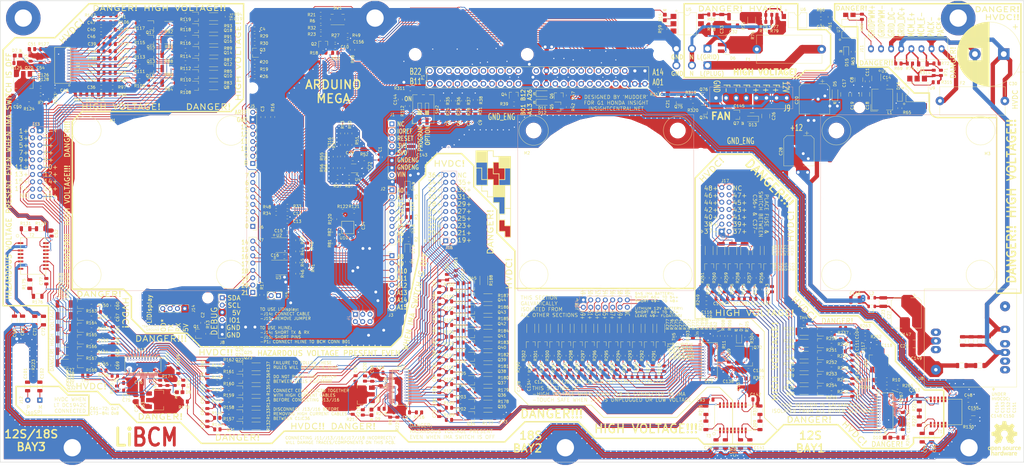
<source format=kicad_pcb>
(kicad_pcb (version 20171130) (host pcbnew "(5.1.9-0-10_14)")
  (title_block (title "LiBCM - Honda Insight BCM Replacement") (rev A) (company "Linsight, LLC"))
  (layers (0 F.Cu signal) (1 In1.Cu power hide) (2 In2.Cu power hide) (31 B.Cu signal) (35 F.Paste user hide) (36 B.SilkS user hide) (37 F.SilkS user) (38 B.Mask user hide) (39 F.Mask user hide) (44 Edge.Cuts user))
  (net 0 "")
  (net 1 +12V)
  (net 2 +5V)
  (net 3 GND_ISO_B)
  (net 4 GND_ISO_C)
  (net 5 GND_ISO_A)
  (net 6 GND_ENG)
  (net 7 /5V_SW)
  (net 8 /5V_BOOST)
  (net 9 /SNUB)
  (net 10 /L1_GRID)
  (net 11 /TRIAC_SNUBBER)
  (net 12 /GRID_SENSE_NOISY)
  (net 13 /TRIAC_DRIVE)
  (net 14 /L1_FUSED)
  (net 15 /GRID_SENSE_L1)
  (net 16 /L2)
  (net 17 /GRID_SENSE_L2)
  (net 18 /TRIAC_GATE)
  (net 19 /GRID_PWM+)
  (net 20 /GRID_PWM-)
  (net 21 /5V_ENABLE)
  (net 22 /GRID_PWM_LED_C)
  (net 23 /GRID_PWM_LED_A)
  (net 24 /AREF)
  (net 25 /IGNITION_SENSE)
  (net 26 /TBATT_YEL_LPF)
  (net 27 /TBATT_GRN_LPF)
  (net 28 /TBATT_WHT_LPF)
  (net 29 /TBATT_BLU_LPF)
  (net 30 /VPIN_IN)
  (net 31 /VPIN_OUT_LPF)
  (net 32 /BATT_CURRENT_I2V)
  (net 33 /GRID_SENSE)
  (net 34 /SCL)
  (net 35 /SDA)
  (net 36 /TURN_OFF_5V)
  (net 37 /IGNITION_12V)
  (net 38 /TBATT_YEL)
  (net 39 /TBATT_GRN)
  (net 40 /TBATT_WHT)
  (net 41 /TBATT_BLU)
  (net 42 /VPIN_IN_NOISY)
  (net 43 /VPIN_OUT_PWM)
  (net 44 /TEMP_SENSOR_EN)
  (net 45 /METSCI2)
  (net 46 /METSCI1)
  (net 47 /BATTSCI1)
  (net 48 /BATTSCI2)
  (net 49 /BATTFANH_EN)
  (net 50 /BATTFANL_EN)
  (net 51 /FAN_PWM)
  (net 52 /OP_OFFSET_H)
  (net 53 /OP_GAIN)
  (net 54 /OP_OFFSET_L)
  (net 55 /GRID_EN)
  (net 56 /GRID_EN_LED_A)
  (net 57 /GRID_EN_LED_C)
  (net 58 /GRID_PWM)
  (net 59 /OP_IN-)
  (net 60 /BATT_CURRENT_SCALED)
  (net 61 /SPI_BATT_MISO)
  (net 62 /SPI_BATT_MOSI)
  (net 63 "/LiBCM BMS/C12_A")
  (net 64 "/LiBCM BMS/C11_A")
  (net 65 "/LiBCM BMS/C9_A")
  (net 66 "/LiBCM BMS/C10_A")
  (net 67 "/LiBCM BMS/C7_A")
  (net 68 "/LiBCM BMS/C8_A")
  (net 69 "/LiBCM BMS/C6_A")
  (net 70 "/LiBCM BMS/C5_A")
  (net 71 "/LiBCM BMS/C4_A")
  (net 72 "/LiBCM BMS/C3_A")
  (net 73 "/LiBCM BMS/C1_A")
  (net 74 "/LiBCM BMS/C2_A")
  (net 75 "/LiBCM BMS/C0_A")
  (net 76 "/LiBCM BMS/VpFILT_A")
  (net 77 "/LiBCM BMS/VdriveCollector_A")
  (net 78 "/LiBCM BMS/VREF2_A")
  (net 79 "/LiBCM BMS/VREF1_A")
  (net 80 "/LiBCM BMS/VREG_A")
  (net 81 "/LiBCM BMS/IM_ISO_A")
  (net 82 "/LiBCM BMS/IP_ISO_A")
  (net 83 "/LiBCM BMS/C11_B")
  (net 84 "/LiBCM BMS/C12_B")
  (net 85 "/LiBCM BMS/C9_B")
  (net 86 "/LiBCM BMS/C10_B")
  (net 87 "/LiBCM BMS/C7_B")
  (net 88 "/LiBCM BMS/C8_B")
  (net 89 "/LiBCM BMS/C5_B")
  (net 90 "/LiBCM BMS/C6_B")
  (net 91 "/LiBCM BMS/C3_B")
  (net 92 "/LiBCM BMS/C4_B")
  (net 93 "/LiBCM BMS/C1_B")
  (net 94 "/LiBCM BMS/C2_B")
  (net 95 "/LiBCM BMS/C0_B")
  (net 96 "/LiBCM BMS/VpFILT_B")
  (net 97 "/LiBCM BMS/IP_ISO_B")
  (net 98 "/LiBCM BMS/IM_ISO_B")
  (net 99 "/LiBCM BMS/VdriveCollector_B")
  (net 100 "/LiBCM BMS/VREF2_B")
  (net 101 "/LiBCM BMS/VREF1_B")
  (net 102 "/LiBCM BMS/VREG_B")
  (net 103 "/LiBCM BMS/IP_ISO_C")
  (net 104 "/LiBCM BMS/C11_C")
  (net 105 "/LiBCM BMS/C12_C")
  (net 106 "/LiBCM BMS/C9_C")
  (net 107 "/LiBCM BMS/C10_C")
  (net 108 "/LiBCM BMS/C7_C")
  (net 109 "/LiBCM BMS/C8_C")
  (net 110 "/LiBCM BMS/C5_C")
  (net 111 "/LiBCM BMS/C6_C")
  (net 112 "/LiBCM BMS/C3_C")
  (net 113 "/LiBCM BMS/C4_C")
  (net 114 "/LiBCM BMS/C1_C")
  (net 115 "/LiBCM BMS/C2_C")
  (net 116 "/LiBCM BMS/C0_C")
  (net 117 "/LiBCM BMS/IM_ISO_C")
  (net 118 "/LiBCM BMS/VpFILT_C")
  (net 119 "/LiBCM BMS/IP_ISO_D")
  (net 120 "/LiBCM BMS/IM_ISO_D")
  (net 121 "/LiBCM BMS/VdriveCollector_C")
  (net 122 "/LiBCM BMS/VREF2_C")
  (net 123 "/LiBCM BMS/VREF1_C")
  (net 124 "/LiBCM BMS/VREG_C")
  (net 125 "/LiBCM BMS/C11_D")
  (net 126 "/LiBCM BMS/C12_D")
  (net 127 "/LiBCM BMS/C10_D")
  (net 128 "/LiBCM BMS/C9_D")
  (net 129 "/LiBCM BMS/C7_D")
  (net 130 "/LiBCM BMS/C8_D")
  (net 131 "/LiBCM BMS/C6_D")
  (net 132 "/LiBCM BMS/C5_D")
  (net 133 "/LiBCM BMS/C3_D")
  (net 134 "/LiBCM BMS/C4_D")
  (net 135 "/LiBCM BMS/C2_D")
  (net 136 "/LiBCM BMS/C1_D")
  (net 137 "/LiBCM BMS/C0_D")
  (net 138 "/LiBCM BMS/VpFILT_D")
  (net 139 "/LiBCM BMS/VdriveCollector_D")
  (net 140 "/LiBCM BMS/VREF2_D")
  (net 141 "/LiBCM BMS/VREF1_D")
  (net 142 "/LiBCM BMS/VREG_D")
  (net 143 "/LiBCM BMS/C11pos")
  (net 144 "/LiBCM BMS/QC12_A")
  (net 145 "/LiBCM BMS/QC11_A")
  (net 146 "/LiBCM BMS/C10pos")
  (net 147 "/LiBCM BMS/CELL9pos")
  (net 148 "/LiBCM BMS/QC10_A")
  (net 149 "/LiBCM BMS/CELL8pos")
  (net 150 "/LiBCM BMS/QC9_A")
  (net 151 "/LiBCM BMS/CELL7pos")
  (net 152 "/LiBCM BMS/QC8_A")
  (net 153 "/LiBCM BMS/QC7_A")
  (net 154 "/LiBCM BMS/CELL6pos")
  (net 155 "/LiBCM BMS/CELL5pos")
  (net 156 "/LiBCM BMS/QC6_A")
  (net 157 "/LiBCM BMS/CELL4pos")
  (net 158 "/LiBCM BMS/QC5_A")
  (net 159 "/LiBCM BMS/QC4_A")
  (net 160 "/LiBCM BMS/CELL3pos")
  (net 161 "/LiBCM BMS/QC3_A")
  (net 162 "/LiBCM BMS/CELL2pos")
  (net 163 "/LiBCM BMS/CELL1pos")
  (net 164 "/LiBCM BMS/QC2_A")
  (net 165 "/LiBCM BMS/QC1_A")
  (net 166 "/LiBCM BMS/S12b_A")
  (net 167 "/LiBCM BMS/S12_A")
  (net 168 "/LiBCM BMS/S11b_A")
  (net 169 "/LiBCM BMS/S11_A")
  (net 170 "/LiBCM BMS/S10_A")
  (net 171 "/LiBCM BMS/S10b_A")
  (net 172 "/LiBCM BMS/S9b_A")
  (net 173 "/LiBCM BMS/S9_A")
  (net 174 "/LiBCM BMS/S8_A")
  (net 175 "/LiBCM BMS/S8b_A")
  (net 176 "/LiBCM BMS/S7b_A")
  (net 177 "/LiBCM BMS/S7_A")
  (net 178 "/LiBCM BMS/S6_A")
  (net 179 "/LiBCM BMS/S6b_A")
  (net 180 "/LiBCM BMS/S5b_A")
  (net 181 "/LiBCM BMS/S5_A")
  (net 182 "/LiBCM BMS/S4_A")
  (net 183 "/LiBCM BMS/S4b_A")
  (net 184 "/LiBCM BMS/S3b_A")
  (net 185 "/LiBCM BMS/S3_A")
  (net 186 "/LiBCM BMS/S2_A")
  (net 187 "/LiBCM BMS/S2b_A")
  (net 188 "/LiBCM BMS/S1b_A")
  (net 189 "/LiBCM BMS/S1_A")
  (net 190 "/LiBCM BMS/IC_6820")
  (net 191 "/LiBCM BMS/IB_6820")
  (net 192 "/LiBCM BMS/IP_6820")
  (net 193 "/LiBCM BMS/IM_6820")
  (net 194 "/LiBCM BMS/IB_A")
  (net 195 "/LiBCM BMS/IC_A")
  (net 196 "/LiBCM BMS/T_A")
  (net 197 "/LiBCM BMS/BIAS_A")
  (net 198 "/LiBCM BMS/CELL23pos")
  (net 199 "/LiBCM BMS/QC12_B")
  (net 200 "/LiBCM BMS/CELL22pos")
  (net 201 "/LiBCM BMS/QC11_B")
  (net 202 "/LiBCM BMS/QC10_B")
  (net 203 "/LiBCM BMS/CELL21pos")
  (net 204 "/LiBCM BMS/QC9_B")
  (net 205 "/LiBCM BMS/CELL20pos")
  (net 206 "/LiBCM BMS/QC8_B")
  (net 207 "/LiBCM BMS/CELL19pos")
  (net 208 "/LiBCM BMS/QC7_B")
  (net 209 "/LiBCM BMS/CELL18pos")
  (net 210 "/LiBCM BMS/CELL17pos")
  (net 211 "/LiBCM BMS/QC6_B")
  (net 212 "/LiBCM BMS/CELL16pos")
  (net 213 "/LiBCM BMS/QC5_B")
  (net 214 "/LiBCM BMS/QC4_B")
  (net 215 "/LiBCM BMS/CELL15pos")
  (net 216 "/LiBCM BMS/QC3_B")
  (net 217 "/LiBCM BMS/CELL14pos")
  (net 218 "/LiBCM BMS/QC2_B")
  (net 219 "/LiBCM BMS/CELL13pos")
  (net 220 "/LiBCM BMS/QC1_B")
  (net 221 "/LiBCM BMS/S12_B")
  (net 222 "/LiBCM BMS/S12b_B")
  (net 223 "/LiBCM BMS/S11b_B")
  (net 224 "/LiBCM BMS/S11_B")
  (net 225 "/LiBCM BMS/S10_B")
  (net 226 "/LiBCM BMS/S10b_B")
  (net 227 "/LiBCM BMS/S9b_B")
  (net 228 "/LiBCM BMS/S9_B")
  (net 229 "/LiBCM BMS/S8_B")
  (net 230 "/LiBCM BMS/S8b_B")
  (net 231 "/LiBCM BMS/S7b_B")
  (net 232 "/LiBCM BMS/S7_B")
  (net 233 "/LiBCM BMS/S6_B")
  (net 234 "/LiBCM BMS/S6b_B")
  (net 235 "/LiBCM BMS/S5b_B")
  (net 236 "/LiBCM BMS/S5_B")
  (net 237 "/LiBCM BMS/S4_B")
  (net 238 "/LiBCM BMS/S4b_B")
  (net 239 "/LiBCM BMS/S3b_B")
  (net 240 "/LiBCM BMS/S3_B")
  (net 241 "/LiBCM BMS/S2_B")
  (net 242 "/LiBCM BMS/S2b_B")
  (net 243 "/LiBCM BMS/S1b_B")
  (net 244 "/LiBCM BMS/S1_B")
  (net 245 "/LiBCM BMS/IB_B")
  (net 246 "/LiBCM BMS/IC_B")
  (net 247 "/LiBCM BMS/T_B")
  (net 248 "/LiBCM BMS/ISO_TAP_B")
  (net 249 "/LiBCM BMS/BIAS_B")
  (net 250 "/LiBCM BMS/QC12_C")
  (net 251 "/LiBCM BMS/CELL35pos")
  (net 252 "/LiBCM BMS/QC11_C")
  (net 253 "/LiBCM BMS/CELL34pos")
  (net 254 "/LiBCM BMS/CELL33pos")
  (net 255 "/LiBCM BMS/QC10_C")
  (net 256 "/LiBCM BMS/CELL32pos")
  (net 257 "/LiBCM BMS/QC9_C")
  (net 258 "/LiBCM BMS/CELL31pos")
  (net 259 "/LiBCM BMS/QC8_C")
  (net 260 "/LiBCM BMS/QC7_C")
  (net 261 "/LiBCM BMS/CELL30pos")
  (net 262 "/LiBCM BMS/CELL29pos")
  (net 263 "/LiBCM BMS/QC6_C")
  (net 264 "/LiBCM BMS/QC5_C")
  (net 265 "/LiBCM BMS/CELL28pos")
  (net 266 "/LiBCM BMS/QC4_C")
  (net 267 "/LiBCM BMS/CELL27pos")
  (net 268 "/LiBCM BMS/CELL26pos")
  (net 269 "/LiBCM BMS/QC3_C")
  (net 270 "/LiBCM BMS/QC2_C")
  (net 271 "/LiBCM BMS/CELL25pos")
  (net 272 "/LiBCM BMS/QC1_C")
  (net 273 "/LiBCM BMS/CELL36pos")
  (net 274 "/LiBCM BMS/S12_C")
  (net 275 "/LiBCM BMS/S12b_C")
  (net 276 "/LiBCM BMS/S11b_C")
  (net 277 "/LiBCM BMS/S11_C")
  (net 278 "/LiBCM BMS/S10b_C")
  (net 279 "/LiBCM BMS/S10_C")
  (net 280 "/LiBCM BMS/S9b_C")
  (net 281 "/LiBCM BMS/S9_C")
  (net 282 "/LiBCM BMS/S8b_C")
  (net 283 "/LiBCM BMS/S8_C")
  (net 284 "/LiBCM BMS/S7_C")
  (net 285 "/LiBCM BMS/S7b_C")
  (net 286 "/LiBCM BMS/S6b_C")
  (net 287 "/LiBCM BMS/S6_C")
  (net 288 "/LiBCM BMS/S5b_C")
  (net 289 "/LiBCM BMS/S5_C")
  (net 290 "/LiBCM BMS/S4b_C")
  (net 291 "/LiBCM BMS/S4_C")
  (net 292 "/LiBCM BMS/S3b_C")
  (net 293 "/LiBCM BMS/S3_C")
  (net 294 "/LiBCM BMS/S2b_C")
  (net 295 "/LiBCM BMS/S2_C")
  (net 296 "/LiBCM BMS/S1b_C")
  (net 297 "/LiBCM BMS/S1_C")
  (net 298 "/LiBCM BMS/ISO_TAP_C")
  (net 299 "/LiBCM BMS/BIAS_C")
  (net 300 "/LiBCM BMS/IB_C")
  (net 301 "/LiBCM BMS/IC_C")
  (net 302 "/LiBCM BMS/T_C")
  (net 303 "/LiBCM BMS/QC12_D")
  (net 304 "/LiBCM BMS/CELL47pos")
  (net 305 "/LiBCM BMS/CELL46pos")
  (net 306 "/LiBCM BMS/QC11_D")
  (net 307 "/LiBCM BMS/QC10_D")
  (net 308 "/LiBCM BMS/CELL45pos")
  (net 309 "/LiBCM BMS/CELL44pos")
  (net 310 "/LiBCM BMS/QC9_D")
  (net 311 "/LiBCM BMS/QC8_D")
  (net 312 "/LiBCM BMS/CELL43pos")
  (net 313 "/LiBCM BMS/CELL42pos")
  (net 314 "/LiBCM BMS/QC7_D")
  (net 315 "/LiBCM BMS/CELL41pos")
  (net 316 "/LiBCM BMS/QC6_D")
  (net 317 "/LiBCM BMS/CELL40pos")
  (net 318 "/LiBCM BMS/QC5_D")
  (net 319 "/LiBCM BMS/QC4_D")
  (net 320 "/LiBCM BMS/CELL39pos")
  (net 321 "/LiBCM BMS/CELL38pos")
  (net 322 "/LiBCM BMS/QC3_D")
  (net 323 "/LiBCM BMS/QC2_D")
  (net 324 "/LiBCM BMS/CELL37pos")
  (net 325 "/LiBCM BMS/QC1_D")
  (net 326 "/LiBCM BMS/CELL48pos")
  (net 327 "/LiBCM BMS/S12_D")
  (net 328 "/LiBCM BMS/S12b_D")
  (net 329 "/LiBCM BMS/S11_D")
  (net 330 "/LiBCM BMS/S11b_D")
  (net 331 "/LiBCM BMS/S10b_D")
  (net 332 "/LiBCM BMS/S10_D")
  (net 333 "/LiBCM BMS/S9b_D")
  (net 334 "/LiBCM BMS/S9_D")
  (net 335 "/LiBCM BMS/S8_D")
  (net 336 "/LiBCM BMS/S8b_D")
  (net 337 "/LiBCM BMS/S7b_D")
  (net 338 "/LiBCM BMS/S7_D")
  (net 339 "/LiBCM BMS/S6_D")
  (net 340 "/LiBCM BMS/S6b_D")
  (net 341 "/LiBCM BMS/S5b_D")
  (net 342 "/LiBCM BMS/S5_D")
  (net 343 "/LiBCM BMS/S4_D")
  (net 344 "/LiBCM BMS/S4b_D")
  (net 345 "/LiBCM BMS/S3b_D")
  (net 346 "/LiBCM BMS/S3_D")
  (net 347 "/LiBCM BMS/S2_D")
  (net 348 "/LiBCM BMS/S2b_D")
  (net 349 "/LiBCM BMS/S1_D")
  (net 350 "/LiBCM BMS/S1b_D")
  (net 351 "/LiBCM BMS/IC_D")
  (net 352 "/LiBCM BMS/IB_D")
  (net 353 "/LiBCM BMS/T_D")
  (net 354 "/LiBCM BMS/IMA_A")
  (net 355 "/LiBCM BMS/IPA_B")
  (net 356 "/LiBCM BMS/IMA_B")
  (net 357 "/LiBCM BMS/IPA_A")
  (net 358 "/LiBCM BMS/IPA_C")
  (net 359 "/LiBCM BMS/IMA_D")
  (net 360 "/LiBCM BMS/IPA_D")
  (net 361 "/LiBCM BMS/IMA_C")
  (net 362 /SPI_BATT_SCK)
  (net 363 /SPI_BATT_CS0)
  (net 364 "/LiBCM BMS/DRIVE_A")
  (net 365 "/LiBCM BMS/DRIVE_B")
  (net 366 "/LiBCM BMS/DRIVE_C")
  (net 367 "/LiBCM BMS/DRIVE_D")
  (net 368 /12V_ALWAYS)
  (net 369 /FAN-)
  (net 370 HVDC_POS_FUSED)
  (net 371 HVDC_NEG)
  (net 372 GND_ISO_D)
  (net 373 /BATTFANL)
  (net 374 /BATTFANH)
  (net 375 /LED1)
  (net 376 /LED2)
  (net 377 /LED3)
  (net 378 /LED4)
  (net 379 /BATTSCI_RX)
  (net 380 /BATTSCI_TX)
  (net 381 /METSCI_RX)
  (net 382 /METSCI_TX)
  (net 383 GND_CHASSIS)
  (net 384 /LED1R)
  (net 385 /LED2R)
  (net 386 /LED3R)
  (net 387 /LED4R)
  (net 388 /5V_EN_FET)
  (net 389 "/LiBCM BMS/LED_A")
  (net 390 "/LiBCM BMS/LED_B")
  (net 391 "/LiBCM BMS/LED_C")
  (net 392 "/LiBCM BMS/LED_D")
  (net 393 "/LiBCM BMS/WDT_A")
  (net 394 "/LiBCM BMS/WDT_B")
  (net 395 "/LiBCM BMS/WDT_C")
  (net 396 "/LiBCM BMS/WDT_D")
  (net 397 /SPI_EXTERNAL_CS1)
  (net 398 /HVDC_POS_UNFUSED)
  (net 399 /L1)
  (net 400 /TBATT_SG)
  (net 401 /HLINE_CONN)
  (net 402 /FAN_PWM_G)
  (net 403 "/LiBCM BMS/TCENTER_A")
  (net 404 "/LiBCM BMS/TCENTER_B")
  (net 405 "/LiBCM BMS/TCENTER_C")
  (net 406 "/LiBCM BMS/TCENTER_D")
  (net 407 "/LiBCM BMS/ISO_TAP_A")
  (net 408 "/LiBCM BMS/BIAS_D")
  (net 409 "/LiBCM BMS/C12_E")
  (net 410 "/LiBCM BMS/C11_E")
  (net 411 "/LiBCM BMS/C10_E")
  (net 412 "/LiBCM BMS/C9_E")
  (net 413 "/LiBCM BMS/C8_E")
  (net 414 "/LiBCM BMS/C7_E")
  (net 415 "/LiBCM BMS/C6_E")
  (net 416 "/LiBCM BMS/C5_E")
  (net 417 "/LiBCM BMS/C3_E")
  (net 418 "/LiBCM BMS/C4_E")
  (net 419 "/LiBCM BMS/C1_E")
  (net 420 "/LiBCM BMS/C2_E")
  (net 421 "/LiBCM BMS/C0_E")
  (net 422 GND_ISO_E)
  (net 423 "/LiBCM BMS/VpFILT_E")
  (net 424 "/LiBCM BMS/VdriveCollector_E")
  (net 425 "/LiBCM BMS/VREF2_E")
  (net 426 "/LiBCM BMS/VREF1_E")
  (net 427 "/LiBCM BMS/VREG_E")
  (net 428 "/LiBCM BMS/WDT_E")
  (net 429 "/LiBCM BMS/LED_E")
  (net 430 "/LiBCM BMS/CELL49pos")
  (net 431 "/LiBCM BMS/CELL50pos")
  (net 432 "/LiBCM BMS/CELL51pos")
  (net 433 "/LiBCM BMS/CELL52pos")
  (net 434 "/LiBCM BMS/CELL53pos")
  (net 435 "/LiBCM BMS/CELL54pos")
  (net 436 "/LiBCM BMS/CELL55pos")
  (net 437 "/LiBCM BMS/CELL56pos")
  (net 438 "/LiBCM BMS/CELL57pos")
  (net 439 "/LiBCM BMS/CELL58pos")
  (net 440 "/LiBCM BMS/CELL59pos")
  (net 441 "/LiBCM BMS/CELL60pos")
  (net 442 "/LiBCM BMS/QC12_E")
  (net 443 "/LiBCM BMS/S12b_E")
  (net 444 "/LiBCM BMS/QC11_E")
  (net 445 "/LiBCM BMS/S11b_E")
  (net 446 "/LiBCM BMS/S10b_E")
  (net 447 "/LiBCM BMS/QC10_E")
  (net 448 "/LiBCM BMS/S9b_E")
  (net 449 "/LiBCM BMS/QC9_E")
  (net 450 "/LiBCM BMS/QC8_E")
  (net 451 "/LiBCM BMS/S8b_E")
  (net 452 "/LiBCM BMS/S7b_E")
  (net 453 "/LiBCM BMS/QC7_E")
  (net 454 "/LiBCM BMS/QC6_E")
  (net 455 "/LiBCM BMS/S6b_E")
  (net 456 "/LiBCM BMS/S5b_E")
  (net 457 "/LiBCM BMS/QC5_E")
  (net 458 "/LiBCM BMS/QC4_E")
  (net 459 "/LiBCM BMS/S4b_E")
  (net 460 "/LiBCM BMS/QC3_E")
  (net 461 "/LiBCM BMS/S3b_E")
  (net 462 "/LiBCM BMS/S2b_E")
  (net 463 "/LiBCM BMS/QC2_E")
  (net 464 "/LiBCM BMS/S1b_E")
  (net 465 "/LiBCM BMS/QC1_E")
  (net 466 "/LiBCM BMS/DRIVE_E")
  (net 467 "/LiBCM BMS/S12_E")
  (net 468 "/LiBCM BMS/S11_E")
  (net 469 "/LiBCM BMS/S10_E")
  (net 470 "/LiBCM BMS/S9_E")
  (net 471 "/LiBCM BMS/S8_E")
  (net 472 "/LiBCM BMS/S7_E")
  (net 473 "/LiBCM BMS/S6_E")
  (net 474 "/LiBCM BMS/S5_E")
  (net 475 "/LiBCM BMS/S4_E")
  (net 476 "/LiBCM BMS/S3_E")
  (net 477 "/LiBCM BMS/S2_E")
  (net 478 "/LiBCM BMS/S1_E")
  (net 479 "/LiBCM BMS/IC_E")
  (net 480 "/LiBCM BMS/IB_E")
  (net 481 "/LiBCM BMS/T_E")
  (net 482 "/LiBCM BMS/IMA_E")
  (net 483 "/LiBCM BMS/IPA_E")
  (net 484 "/LiBCM BMS/TCENTER_6820")
  (net 485 "/LiBCM BMS/IM_ISO_SAFETY")
  (net 486 "/LiBCM BMS/IP_ISO_SAFETY")
  (net 487 "/LiBCM BMS/IP_ISO_EXT")
  (net 488 "/LiBCM BMS/IM_ISO_EXT")
  (net 489 "/LiBCM BMS/IP_ISO_E")
  (net 490 "/LiBCM BMS/IM_ISO_E")
  (net 491 "/LiBCM BMS/TCENTER_E")
  (net 492 "/LiBCM BMS/TCENTER_ISO_SAFETY")
  (net 493 "/LiBCM BMS/ISO_TAP_D")
  (net 494 "/LiBCM BMS/ISO_TAP_E")
  (net 495 "/LiBCM BMS/BIAS_E")
  (net 496 /RESETn)
  (net 497 /USER_SW)
  (net 498 /MCM_E_CONN+)
  (net 499 /MCM_E_CONN-)
  (net 500 /MCM_E_CONTROL)
  (net 501 /MCM_E_LED_A)
  (net 502 /MCM_E_LED_C)
  (net 503 /MCM_E_C)
  (net 504 /MCM_E_E)
  (net 505 /MCM_E_B)
  (net 506 /RESETcap)
  (net 507 /BATTSCI_REn)
  (net 508 /BATTSCI_DE)
  (net 509 /HMI_EN)
  (net 510 /GPIO-1)
  (net 511 /METSCI_REn)
  (net 512 /METSCI_DE)
  (net 513 /HMI_TX)
  (net 514 /HMI_RX)
  (net 515 /HMI_EN_OD)
  (net 516 /12NEG_UNFILTERED)
  (net 517 /12POS_UNFILTERED)
  (net 518 /NEG_SAFETY)
  (net 519 /IGNITION_DIV)
  (net 520 /I_SENSOR_NEG)
  (net 521 /I_SENSOR_POS)
  (net 522 /I_SENSOR_EN)
  (net 523 /I_SENSOR_RAW)
  (net 524 /LOAD5V_FET)
  (net 525 /Q74D)
  (net 526 /Q75G)
  (net 527 /LOAD5V_R)
  (net 528 /SENSE_MID)
  (net 529 /HLINE_JUMPER)
  (net 530 "Net-(H4-Pad1)")
  (net 531 "Net-(H6-Pad1)")
  (net 532 "Net-(J1-Pad8)")
  (net 533 "Net-(J1-Pad4)")
  (net 534 "Net-(J1-Pad2)")
  (net 535 "Net-(J1-Pad1)")
  (net 536 "Net-(J6-Pad2)")
  (net 537 "Net-(J6-Pad1)")
  (net 538 "Net-(J13-Pad20)")
  (net 539 "Net-(J16-Pad20)")
  (net 540 "Net-(J17-Pad14)")
  (net 541 "Net-(J18-Pad14)")
  (net 542 "Net-(P1-PadA17)")
  (net 543 "Net-(P1-PadA18)")
  (net 544 "Net-(P1-PadA05)")
  (net 545 "Net-(P1-PadA19)")
  (net 546 "Net-(P1-PadA06)")
  (net 547 "Net-(P1-PadA22)")
  (net 548 "Net-(P1-PadA09)")
  (net 549 "Net-(P1-PadA23)")
  (net 550 "Net-(P1-PadA10)")
  (net 551 "Net-(P1-PadA26)")
  (net 552 "Net-(P1-PadB13)")
  (net 553 "Net-(P1-PadB14)")
  (net 554 "Net-(P1-PadB15)")
  (net 555 "Net-(P1-PadB16)")
  (net 556 "Net-(P1-PadB17)")
  (net 557 "Net-(P1-PadB06)")
  (net 558 "Net-(P1-PadB18)")
  (net 559 "Net-(P1-PadB07)")
  (net 560 "Net-(P1-PadB21)")
  (net 561 "Net-(P1-PadB10)")
  (net 562 "Net-(T1-Pad13)")
  (net 563 "Net-(T1-Pad12)")
  (net 564 "Net-(T1-Pad5)")
  (net 565 "Net-(T1-Pad4)")
  (net 566 "Net-(T2-Pad13)")
  (net 567 "Net-(T2-Pad12)")
  (net 568 "Net-(T2-Pad5)")
  (net 569 "Net-(T2-Pad4)")
  (net 570 "Net-(T3-Pad13)")
  (net 571 "Net-(T3-Pad12)")
  (net 572 "Net-(T3-Pad5)")
  (net 573 "Net-(T3-Pad4)")
  (net 574 "Net-(U5-Pad3)")
  (net 575 "Net-(U5-Pad5)")
  (net 576 "Net-(U8-Pad4)")
  (net 577 "Net-(U8-Pad6)")
  (net 578 "Net-(U8-Pad14)")
  (net 579 "Net-(U8-Pad11)")
  (net 580 "Net-(U8-Pad9)")
  (net 581 "Net-(U8-Pad8)")
  (net 582 "Net-(U9-Pad3)")
  (net 583 "Net-(U11-Pad33)")
  (net 584 "Net-(U11-Pad32)")
  (net 585 "Net-(U11-Pad29)")
  (net 586 "Net-(U11-Pad28)")
  (net 587 "Net-(U12-Pad33)")
  (net 588 "Net-(U12-Pad32)")
  (net 589 "Net-(U12-Pad29)")
  (net 590 "Net-(U12-Pad28)")
  (net 591 "Net-(U13-Pad33)")
  (net 592 "Net-(U13-Pad32)")
  (net 593 "Net-(U13-Pad29)")
  (net 594 "Net-(U13-Pad28)")
  (net 595 "Net-(U14-Pad33)")
  (net 596 "Net-(U14-Pad32)")
  (net 597 "Net-(U14-Pad29)")
  (net 598 "Net-(U14-Pad28)")
  (net 599 "Net-(U15-Pad28)")
  (net 600 "Net-(U15-Pad29)")
  (net 601 "Net-(U15-Pad32)")
  (net 602 "Net-(U15-Pad33)")
  (module Symbol:OSHW-Logo_11.4x12mm_SilkScreen (layer F.Cu) (at 373 186.75)
    (fp_text reference REF** hide)
    (fp_text value OSHW-Logo_11.4x12mm_SilkScreen hide)
  )
  (module Connector_PinHeader_2.54mm:PinHeader_2x10_P2.54mm_Vertical (layer B.Cu) (at 179.25 118.25)
    (fp_text reference J16 (at 1.27 2.33) (layer B.SilkS) (effects (justify mirror)))
    (fp_text value Conn_01x20)
    (pad 20 thru_hole oval (at 2.54 -22.86) (size 1.7 1.7) (drill 1) (layers *.Cu *.Mask) (net 539 "Net-(J16-Pad20)"))
    (pad 19 thru_hole oval (at 0 -22.86) (size 1.7 1.7) (drill 1) (layers *.Cu *.Mask) (net 273 "/LiBCM BMS/CELL36pos"))
    (pad 18 thru_hole oval (at 2.54 -20.32) (size 1.7 1.7) (drill 1) (layers *.Cu *.Mask) (net 251 "/LiBCM BMS/CELL35pos"))
    (pad 17 thru_hole oval (at 0 -20.32) (size 1.7 1.7) (drill 1) (layers *.Cu *.Mask) (net 253 "/LiBCM BMS/CELL34pos"))
    (pad 16 thru_hole oval (at 2.54 -17.78) (size 1.7 1.7) (drill 1) (layers *.Cu *.Mask) (net 254 "/LiBCM BMS/CELL33pos"))
    (pad 15 thru_hole oval (at 0 -17.78) (size 1.7 1.7) (drill 1) (layers *.Cu *.Mask) (net 256 "/LiBCM BMS/CELL32pos"))
    (pad 14 thru_hole oval (at 2.54 -15.24) (size 1.7 1.7) (drill 1) (layers *.Cu *.Mask) (net 258 "/LiBCM BMS/CELL31pos"))
    (pad 13 thru_hole oval (at 0 -15.24) (size 1.7 1.7) (drill 1) (layers *.Cu *.Mask) (net 261 "/LiBCM BMS/CELL30pos"))
    (pad 12 thru_hole oval (at 2.54 -12.7) (size 1.7 1.7) (drill 1) (layers *.Cu *.Mask) (net 262 "/LiBCM BMS/CELL29pos"))
    (pad 11 thru_hole oval (at 0 -12.7) (size 1.7 1.7) (drill 1) (layers *.Cu *.Mask) (net 265 "/LiBCM BMS/CELL28pos"))
    (pad 10 thru_hole oval (at 2.54 -10.16) (size 1.7 1.7) (drill 1) (layers *.Cu *.Mask) (net 267 "/LiBCM BMS/CELL27pos"))
    (pad 9 thru_hole oval (at 0 -10.16) (size 1.7 1.7) (drill 1) (layers *.Cu *.Mask) (net 268 "/LiBCM BMS/CELL26pos"))
    (pad 8 thru_hole oval (at 2.54 -7.62) (size 1.7 1.7) (drill 1) (layers *.Cu *.Mask) (net 271 "/LiBCM BMS/CELL25pos"))
    (pad 7 thru_hole oval (at 0 -7.62) (size 1.7 1.7) (drill 1) (layers *.Cu *.Mask) (net 4 GND_ISO_C))
    (pad 6 thru_hole oval (at 2.54 -5.08) (size 1.7 1.7) (drill 1) (layers *.Cu *.Mask) (net 198 "/LiBCM BMS/CELL23pos"))
    (pad 5 thru_hole oval (at 0 -5.08) (size 1.7 1.7) (drill 1) (layers *.Cu *.Mask) (net 200 "/LiBCM BMS/CELL22pos"))
    (pad 4 thru_hole oval (at 2.54 -2.54) (size 1.7 1.7) (drill 1) (layers *.Cu *.Mask) (net 203 "/LiBCM BMS/CELL21pos"))
    (pad 3 thru_hole oval (at 0 -2.54) (size 1.7 1.7) (drill 1) (layers *.Cu *.Mask) (net 205 "/LiBCM BMS/CELL20pos"))
    (pad 2 thru_hole oval (at 2.54 0) (size 1.7 1.7) (drill 1) (layers *.Cu *.Mask) (net 207 "/LiBCM BMS/CELL19pos"))
    (pad 1 thru_hole rect (at 0 0) (size 1.7 1.7) (drill 1) (layers *.Cu *.Mask) (net 209 "/LiBCM BMS/CELL18pos"))
  )
  (module Resistor_SMD:R_0805_2012Metric (layer F.Cu) (at 166 125.5 270)
    (fp_text reference R1 (at -0.25 -1.75 90) (layer F.SilkS))
    (fp_text value 1k)
    (pad 2 smd roundrect (at 0.9125 0 270) (size 1.025 1.4) (layers F.Cu F.Paste F.Mask) (roundrect_rratio 0.2439004878048781) (net 375 /LED1))
    (pad 1 smd roundrect (at -0.9125 0 270) (size 1.025 1.4) (layers F.Cu F.Paste F.Mask) (roundrect_rratio 0.2439004878048781) (net 384 /LED1R))
  )
  (module Button_Switch_SMD:Panasonic_EVQPUJ_EVQPUA (layer F.Cu) (at 141.75 41.5)
    (fp_text reference SW1 (at 0 -4) (layer F.SilkS))
    (fp_text value SW_Push)
    (pad 2 smd rect (at 2.625 0.85 180) (size 1.55 1) (layers F.Cu F.Paste F.Mask) (net 2 +5V))
    (pad 2 smd rect (at -2.625 0.85 180) (size 1.55 1) (layers F.Cu F.Paste F.Mask) (net 2 +5V))
    (pad 1 smd rect (at -2.625 -0.85 180) (size 1.55 1) (layers F.Cu F.Paste F.Mask) (net 402 /FAN_PWM_G))
    (pad 1 smd rect (at 2.625 -0.85 180) (size 1.55 1) (layers F.Cu F.Paste F.Mask) (net 402 /FAN_PWM_G))
  )
  (module Resistor_SMD:R_0805_2012Metric (layer F.Cu) (at 312.6 40.6 90)
    (fp_text reference R61 (at -3.2 -0.05 90) (layer F.SilkS))
    (fp_text value 10k)
    (pad 2 smd roundrect (at 0.9125 0 90) (size 1.025 1.4) (layers F.Cu F.Paste F.Mask) (roundrect_rratio 0.2439004878048781) (net 12 /GRID_SENSE_NOISY))
    (pad 1 smd roundrect (at -0.9125 0 90) (size 1.025 1.4) (layers F.Cu F.Paste F.Mask) (roundrect_rratio 0.2439004878048781) (net 2 +5V))
  )
  (module Linsight:CONN_1751303 (layer B.Cu) (at 285.25 68.7 180)
    (fp_text reference J9 (at -13 5.05 180) (layer B.SilkS) (effects (justify mirror)))
    (fp_text value Screw_Terminal_01x08)
    (pad 1 thru_hole oval (at -12.25 0 180) (size 2 2.5) (drill 1.2) (layers *.Cu *.Mask) (net 1 +12V))
    (pad 2 thru_hole oval (at -8.75 0 180) (size 2 2.5) (drill 1.2) (layers *.Cu *.Mask) (net 1 +12V))
    (pad 3 thru_hole oval (at -5.25 0 180) (size 2 2.5) (drill 1.2) (layers *.Cu *.Mask) (net 1 +12V))
    (pad 4 thru_hole oval (at -1.75 0 180) (size 2 2.5) (drill 1.2) (layers *.Cu *.Mask) (net 1 +12V))
    (pad 5 thru_hole oval (at 1.75 0 180) (size 2 2.5) (drill 1.2) (layers *.Cu *.Mask) (net 369 /FAN-))
    (pad 6 thru_hole oval (at 5.25 0 180) (size 2 2.5) (drill 1.2) (layers *.Cu *.Mask) (net 369 /FAN-))
    (pad 7 thru_hole oval (at 8.75 0 180) (size 2 2.5) (drill 1.2) (layers *.Cu *.Mask) (net 369 /FAN-))
    (pad 8 thru_hole oval (at 12.25 0 180) (size 2 2.5) (drill 1.2) (layers *.Cu *.Mask) (net 6 GND_ENG))
  )
  (module Capacitor_SMD:C_1206_3216Metric (layer F.Cu) (at 344.75 56.9 180)
    (fp_text reference C31 (at 0.75 -1.85) (layer F.SilkS))
    (fp_text value 68n)
    (pad 2 smd roundrect (at 1.475 0 180) (size 1.15 1.8) (layers F.Cu F.Paste F.Mask) (roundrect_rratio 0.2173904347826087) (net 498 /MCM_E_CONN+))
    (pad 1 smd roundrect (at -1.475 0 180) (size 1.15 1.8) (layers F.Cu F.Paste F.Mask) (roundrect_rratio 0.2173904347826087) (net 499 /MCM_E_CONN-))
  )
  (module Capacitor_SMD:C_0805_2012Metric (layer F.Cu) (at 341.8 172 180)
    (fp_text reference C103 (at 0 2) (layer F.SilkS))
    (fp_text value 20p)
    (pad 2 smd roundrect (at 0.95 0 180) (size 1 1.45) (layers F.Cu F.Paste F.Mask) (net 372 GND_ISO_D))
    (pad 1 smd roundrect (at -0.95 0 180) (size 1 1.45) (layers F.Cu F.Paste F.Mask) (net 406 "/LiBCM BMS/TCENTER_D"))
  )
  (module Capacitor_SMD:C_0805_2012Metric (layer F.Cu) (at 328.5 166.5 180)
    (fp_text reference C119 (at 3.75 0) (layer F.SilkS))
    (fp_text value 1u)
    (pad 2 smd roundrect (at 0.95 0 180) (size 1 1.45) (layers F.Cu F.Paste F.Mask) (net 140 "/LiBCM BMS/VREF2_D"))
    (pad 1 smd roundrect (at -0.95 0 180) (size 1 1.45) (layers F.Cu F.Paste F.Mask) (net 372 GND_ISO_D))
  )
  (module Capacitor_SMD:C_0805_2012Metric (layer F.Cu) (at 59.75 45 180)
    (fp_text reference C40 (at 3.4 0) (layer F.SilkS))
    (fp_text value 10n)
    (pad 2 smd roundrect (at 0.95 0 180) (size 1 1.45) (layers F.Cu F.Paste F.Mask) (net 73 "/LiBCM BMS/C1_A"))
    (pad 1 smd roundrect (at -0.95 0 180) (size 1 1.45) (layers F.Cu F.Paste F.Mask) (net 74 "/LiBCM BMS/C2_A"))
  )
  (module Capacitor_SMD:C_1210_3225Metric (layer F.Cu) (at 290.25 74.975 270)
    (fp_text reference C26 (at 0.025 -2.75 270) (layer F.SilkS))
    (fp_text value 22u)
    (pad 1 smd roundrect (at -1.475 0 270) (size 1.15 2.7) (layers F.Cu F.Paste F.Mask) (roundrect_rratio 0.2173904347826087) (net 1 +12V))
    (pad 2 smd roundrect (at 1.475 0 270) (size 1.15 2.7) (layers F.Cu F.Paste F.Mask) (roundrect_rratio 0.2173904347826087) (net 6 GND_ENG))
  )
  (module Capacitor_SMD:C_1206_3216Metric (layer F.Cu) (at 278.975 43.75)
    (fp_text reference C32 (at 0.025 2) (layer F.SilkS))
    (fp_text value DNP)
    (pad 2 smd roundrect (at 1.475 0) (size 1.15 1.8) (layers F.Cu F.Paste F.Mask) (roundrect_rratio 0.2173904347826087) (net 9 /SNUB))
    (pad 1 smd roundrect (at -1.475 0) (size 1.15 1.8) (layers F.Cu F.Paste F.Mask) (roundrect_rratio 0.2173904347826087) (net 10 /L1_GRID))
  )
  (module Capacitor_SMD:C_1206_3216Metric (layer F.Cu) (at 275 41.225 90)
    (fp_text reference C33 (at -3.775 0 90) (layer F.SilkS))
    (fp_text value 22n)
    (pad 2 smd roundrect (at 1.475 0 90) (size 1.15 1.8) (layers F.Cu F.Paste F.Mask) (roundrect_rratio 0.2173904347826087) (net 11 /TRIAC_SNUBBER))
    (pad 1 smd roundrect (at -1.475 0 90) (size 1.15 1.8) (layers F.Cu F.Paste F.Mask) (roundrect_rratio 0.2173904347826087) (net 10 /L1_GRID))
  )
  (module Capacitor_SMD:C_1206_3216Metric (layer F.Cu) (at 32.5 145.85 90)
    (fp_text reference C55 (at -3.9 0 90) (layer F.SilkS))
    (fp_text value 22n)
    (pad 1 smd roundrect (at -1.475 0 90) (size 1.15 1.8) (layers F.Cu F.Paste F.Mask) (roundrect_rratio 0.2173904347826087) (net 485 "/LiBCM BMS/IM_ISO_SAFETY"))
    (pad 2 smd roundrect (at 1.475 0 90) (size 1.15 1.8) (layers F.Cu F.Paste F.Mask) (roundrect_rratio 0.2173904347826087) (net 81 "/LiBCM BMS/IM_ISO_A"))
  )
  (module Capacitor_SMD:C_1206_3216Metric (layer F.Cu) (at 29.7 145.85 90)
    (fp_text reference C56 (at -4.4 0.05 90) (layer F.SilkS))
    (fp_text value 22n)
    (pad 1 smd roundrect (at -1.475 0 90) (size 1.15 1.8) (layers F.Cu F.Paste F.Mask) (roundrect_rratio 0.2173904347826087) (net 486 "/LiBCM BMS/IP_ISO_SAFETY"))
    (pad 2 smd roundrect (at 1.475 0 90) (size 1.15 1.8) (layers F.Cu F.Paste F.Mask) (roundrect_rratio 0.2173904347826087) (net 82 "/LiBCM BMS/IP_ISO_A"))
  )
  (module Capacitor_SMD:C_1206_3216Metric (layer F.Cu) (at 36.75 145.9 90)
    (fp_text reference C71 (at -3.85 0 90) (layer F.SilkS))
    (fp_text value 22n)
    (pad 1 smd roundrect (at -1.475 0 90) (size 1.15 1.8) (layers F.Cu F.Paste F.Mask) (roundrect_rratio 0.2173904347826087) (net 486 "/LiBCM BMS/IP_ISO_SAFETY"))
    (pad 2 smd roundrect (at 1.475 0 90) (size 1.15 1.8) (layers F.Cu F.Paste F.Mask) (roundrect_rratio 0.2173904347826087) (net 97 "/LiBCM BMS/IP_ISO_B"))
  )
  (module Capacitor_SMD:C_1206_3216Metric (layer F.Cu) (at 39.75 145.9 90)
    (fp_text reference C72 (at -3.85 0 90) (layer F.SilkS))
    (fp_text value 22n)
    (pad 1 smd roundrect (at -1.475 0 90) (size 1.15 1.8) (layers F.Cu F.Paste F.Mask) (roundrect_rratio 0.2173904347826087) (net 485 "/LiBCM BMS/IM_ISO_SAFETY"))
    (pad 2 smd roundrect (at 1.475 0 90) (size 1.15 1.8) (layers F.Cu F.Paste F.Mask) (roundrect_rratio 0.2173904347826087) (net 98 "/LiBCM BMS/IM_ISO_B"))
  )
  (module Capacitor_SMD:C_1206_3216Metric (layer F.Cu) (at 273 188.75 90)
    (fp_text reference C78 (at -1.25 -2.75 180) (layer F.SilkS))
    (fp_text value 22n)
    (pad 2 smd roundrect (at 1.475 0 90) (size 1.15 1.8) (layers F.Cu F.Paste F.Mask) (roundrect_rratio 0.2173904347826087) (net 103 "/LiBCM BMS/IP_ISO_C"))
    (pad 1 smd roundrect (at -1.475 0 90) (size 1.15 1.8) (layers F.Cu F.Paste F.Mask) (roundrect_rratio 0.2173904347826087) (net 486 "/LiBCM BMS/IP_ISO_SAFETY"))
  )
  (module Capacitor_SMD:C_1206_3216Metric (layer F.Cu) (at 276.25 188.75 90)
    (fp_text reference C92 (at -2 2 90) (layer F.SilkS))
    (fp_text value 22n)
    (pad 2 smd roundrect (at 1.475 0 90) (size 1.15 1.8) (layers F.Cu F.Paste F.Mask) (roundrect_rratio 0.2173904347826087) (net 117 "/LiBCM BMS/IM_ISO_C"))
    (pad 1 smd roundrect (at -1.475 0 90) (size 1.15 1.8) (layers F.Cu F.Paste F.Mask) (roundrect_rratio 0.2173904347826087) (net 485 "/LiBCM BMS/IM_ISO_SAFETY"))
  )
  (module Capacitor_SMD:C_1206_3216Metric (layer F.Cu) (at 344.5 186.5 90)
    (fp_text reference C95 (at -3.75 1 90) (layer F.SilkS))
    (fp_text value 22n)
    (pad 2 smd roundrect (at 1.475 0 90) (size 1.15 1.8) (layers F.Cu F.Paste F.Mask) (roundrect_rratio 0.2173904347826087) (net 119 "/LiBCM BMS/IP_ISO_D"))
    (pad 1 smd roundrect (at -1.475 0 90) (size 1.15 1.8) (layers F.Cu F.Paste F.Mask) (roundrect_rratio 0.2173904347826087) (net 486 "/LiBCM BMS/IP_ISO_SAFETY"))
  )
  (module Capacitor_SMD:C_1206_3216Metric (layer F.Cu) (at 347.75 186.5 90)
    (fp_text reference C96 (at -3.75 1 270) (layer F.SilkS))
    (fp_text value 22n)
    (pad 2 smd roundrect (at 1.475 0 90) (size 1.15 1.8) (layers F.Cu F.Paste F.Mask) (roundrect_rratio 0.2173904347826087) (net 120 "/LiBCM BMS/IM_ISO_D"))
    (pad 1 smd roundrect (at -1.475 0 90) (size 1.15 1.8) (layers F.Cu F.Paste F.Mask) (roundrect_rratio 0.2173904347826087) (net 485 "/LiBCM BMS/IM_ISO_SAFETY"))
  )
  (module Capacitor_SMD:C_1206_3216Metric (layer F.Cu) (at 34.25 168.75 270)
    (fp_text reference C101 (at -4.5 0.75 90) (layer F.SilkS))
    (fp_text value 22n)
    (pad 2 smd roundrect (at 1.475 0 270) (size 1.15 1.8) (layers F.Cu F.Paste F.Mask) (roundrect_rratio 0.2173904347826087) (net 487 "/LiBCM BMS/IP_ISO_EXT"))
    (pad 1 smd roundrect (at -1.475 0 270) (size 1.15 1.8) (layers F.Cu F.Paste F.Mask) (roundrect_rratio 0.2173904347826087) (net 486 "/LiBCM BMS/IP_ISO_SAFETY"))
  )
  (module Capacitor_SMD:C_1206_3216Metric (layer F.Cu) (at 38.5 168.75 270)
    (fp_text reference C102 (at -4.5 -0.75 90) (layer F.SilkS))
    (fp_text value 22n)
    (pad 2 smd roundrect (at 1.475 0 270) (size 1.15 1.8) (layers F.Cu F.Paste F.Mask) (roundrect_rratio 0.2173904347826087) (net 488 "/LiBCM BMS/IM_ISO_EXT"))
    (pad 1 smd roundrect (at -1.475 0 270) (size 1.15 1.8) (layers F.Cu F.Paste F.Mask) (roundrect_rratio 0.2173904347826087) (net 485 "/LiBCM BMS/IM_ISO_SAFETY"))
  )
  (module Resistor_SMD:R_0805_2012Metric (layer F.Cu) (at 271.4125 39.75 180)
    (fp_text reference R68 (at 0 -1.65) (layer F.SilkS))
    (fp_text value 120)
    (pad 2 smd roundrect (at 0.9125 0 180) (size 1.025 1.4) (layers F.Cu F.Paste F.Mask) (roundrect_rratio 0.2439004878048781) (net 13 /TRIAC_DRIVE))
    (pad 1 smd roundrect (at -0.9125 0 180) (size 1.025 1.4) (layers F.Cu F.Paste F.Mask) (roundrect_rratio 0.2439004878048781) (net 11 /TRIAC_SNUBBER))
  )
  (module Resistor_SMD:R_0805_2012Metric (layer F.Cu) (at 336.25 56.75)
    (fp_text reference R69 (at 0 1.75) (layer F.SilkS))
    (fp_text value 10k@0.25W)
    (pad 2 smd roundrect (at 0.9125 0) (size 1.025 1.4) (layers F.Cu F.Paste F.Mask) (roundrect_rratio 0.2439004878048781) (net 498 /MCM_E_CONN+))
    (pad 1 smd roundrect (at -0.9125 0) (size 1.025 1.4) (layers F.Cu F.Paste F.Mask) (roundrect_rratio 0.2439004878048781) (net 370 HVDC_POS_FUSED))
  )
  (module Resistor_SMD:R_0805_2012Metric (layer F.Cu) (at 340.25 56.75 180)
    (fp_text reference R70 (at 0 -1.75) (layer F.SilkS))
    (fp_text value 20k@0.5W)
    (pad 2 smd roundrect (at 0.9125 0 180) (size 1.025 1.4) (layers F.Cu F.Paste F.Mask) (roundrect_rratio 0.2439004878048781) (net 498 /MCM_E_CONN+))
    (pad 1 smd roundrect (at -0.9125 0 180) (size 1.025 1.4) (layers F.Cu F.Paste F.Mask) (roundrect_rratio 0.2439004878048781) (net 503 /MCM_E_C))
  )
  (module Resistor_SMD:R_0805_2012Metric (layer F.Cu) (at 351 60 270)
    (fp_text reference R71 (at -0.25 -1.75 90) (layer F.SilkS))
    (fp_text value 20k@0.5W)
    (pad 2 smd roundrect (at 0.9125 0 270) (size 1.025 1.4) (layers F.Cu F.Paste F.Mask) (roundrect_rratio 0.2439004878048781) (net 504 /MCM_E_E))
    (pad 1 smd roundrect (at -0.9125 0 270) (size 1.025 1.4) (layers F.Cu F.Paste F.Mask) (roundrect_rratio 0.2439004878048781) (net 499 /MCM_E_CONN-))
  )
  (module Resistor_SMD:R_0805_2012Metric (layer F.Cu) (at 349.5 56.75)
    (fp_text reference R72 (at 3 0 180) (layer F.SilkS))
    (fp_text value 10k@0.25W)
    (pad 2 smd roundrect (at 0.9125 0) (size 1.025 1.4) (layers F.Cu F.Paste F.Mask) (roundrect_rratio 0.2439004878048781) (net 371 HVDC_NEG))
    (pad 1 smd roundrect (at -0.9125 0) (size 1.025 1.4) (layers F.Cu F.Paste F.Mask) (roundrect_rratio 0.2439004878048781) (net 499 /MCM_E_CONN-))
  )
  (module Resistor_SMD:R_0805_2012Metric (layer F.Cu) (at 289.3625 42.3)
    (fp_text reference R74 (at 0.1375 3.2) (layer F.SilkS))
    (fp_text value 100k)
    (pad 2 smd roundrect (at 0.9125 0) (size 1.025 1.4) (layers F.Cu F.Paste F.Mask) (roundrect_rratio 0.2439004878048781) (net 15 /GRID_SENSE_L1))
    (pad 1 smd roundrect (at -0.9125 0) (size 1.025 1.4) (layers F.Cu F.Paste F.Mask) (roundrect_rratio 0.2439004878048781) (net 14 /L1_FUSED))
  )
  (module Resistor_SMD:R_0805_2012Metric (layer F.Cu) (at 289.35 39.9)
    (fp_text reference R75 (at 0.15 4.1) (layer F.SilkS))
    (fp_text value 100k)
    (pad 2 smd roundrect (at 0.9125 0) (size 1.025 1.4) (layers F.Cu F.Paste F.Mask) (roundrect_rratio 0.2439004878048781) (net 15 /GRID_SENSE_L1))
    (pad 1 smd roundrect (at -0.9125 0) (size 1.025 1.4) (layers F.Cu F.Paste F.Mask) (roundrect_rratio 0.2439004878048781) (net 14 /L1_FUSED))
  )
  (module Resistor_SMD:R_0805_2012Metric (layer F.Cu) (at 293.25 39.85)
    (fp_text reference R77 (at 0 4.15) (layer F.SilkS))
    (fp_text value 100k)
    (pad 2 smd roundrect (at 0.9125 0) (size 1.025 1.4) (layers F.Cu F.Paste F.Mask) (roundrect_rratio 0.2439004878048781) (net 17 /GRID_SENSE_L2))
    (pad 1 smd roundrect (at -0.9125 0) (size 1.025 1.4) (layers F.Cu F.Paste F.Mask) (roundrect_rratio 0.2439004878048781) (net 16 /L2))
  )
  (module Resistor_SMD:R_0805_2012Metric (layer F.Cu) (at 271.4125 43.25 180)
    (fp_text reference R78 (at 0 -1.65) (layer F.SilkS))
    (fp_text value 220)
    (pad 2 smd roundrect (at 0.9125 0 180) (size 1.025 1.4) (layers F.Cu F.Paste F.Mask) (roundrect_rratio 0.2439004878048781) (net 18 /TRIAC_GATE))
    (pad 1 smd roundrect (at -0.9125 0 180) (size 1.025 1.4) (layers F.Cu F.Paste F.Mask) (roundrect_rratio 0.2439004878048781) (net 10 /L1_GRID))
  )
  (module Resistor_SMD:R_0805_2012Metric (layer F.Cu) (at 293.25 42.3)
    (fp_text reference R79 (at 0 3.2) (layer F.SilkS))
    (fp_text value 100k)
    (pad 2 smd roundrect (at 0.9125 0) (size 1.025 1.4) (layers F.Cu F.Paste F.Mask) (roundrect_rratio 0.2439004878048781) (net 17 /GRID_SENSE_L2))
    (pad 1 smd roundrect (at -0.9125 0) (size 1.025 1.4) (layers F.Cu F.Paste F.Mask) (roundrect_rratio 0.2439004878048781) (net 16 /L2))
  )
  (module Resistor_SMD:R_0805_2012Metric (layer F.Cu) (at 323.6 40.55 90)
    (fp_text reference R80 (at -3.65 -0.05 270) (layer F.SilkS))
    (fp_text value DNP)
    (pad 2 smd roundrect (at 0.9125 0 90) (size 1.025 1.4) (layers F.Cu F.Paste F.Mask) (roundrect_rratio 0.2439004878048781) (net 20 /GRID_PWM-))
    (pad 1 smd roundrect (at -0.9125 0 90) (size 1.025 1.4) (layers F.Cu F.Paste F.Mask) (roundrect_rratio 0.2439004878048781) (net 19 /GRID_PWM+))
  )
  (module Resistor_SMD:R_2010_5025Metric (layer F.Cu) (at 98.75 64.5)
    (fp_text reference R83 (at 5 -1) (layer F.SilkS))
    (fp_text value 75)
    (pad 2 smd roundrect (at 2.3125 0) (size 1.225 2.65) (layers F.Cu F.Paste F.Mask) (roundrect_rratio 0.2040808163265306) (net 143 "/LiBCM BMS/C11pos"))
    (pad 1 smd roundrect (at -2.3125 0) (size 1.225 2.65) (layers F.Cu F.Paste F.Mask) (roundrect_rratio 0.2040808163265306) (net 144 "/LiBCM BMS/QC12_A"))
  )
  (module Resistor_SMD:R_2010_5025Metric (layer F.Cu) (at 83.25 63.5)
    (fp_text reference R84 (at 0 2.25) (layer F.SilkS))
    (fp_text value 75)
    (pad 2 smd roundrect (at 2.3125 0) (size 1.225 2.65) (layers F.Cu F.Paste F.Mask) (roundrect_rratio 0.2040808163265306) (net 146 "/LiBCM BMS/C10pos"))
    (pad 1 smd roundrect (at -2.3125 0) (size 1.225 2.65) (layers F.Cu F.Paste F.Mask) (roundrect_rratio 0.2040808163265306) (net 145 "/LiBCM BMS/QC11_A"))
  )
  (module Resistor_SMD:R_2010_5025Metric (layer F.Cu) (at 98.75 60.5)
    (fp_text reference R85 (at 5 -1) (layer F.SilkS))
    (fp_text value 75)
    (pad 2 smd roundrect (at 2.3125 0) (size 1.225 2.65) (layers F.Cu F.Paste F.Mask) (roundrect_rratio 0.2040808163265306) (net 147 "/LiBCM BMS/CELL9pos"))
    (pad 1 smd roundrect (at -2.3125 0) (size 1.225 2.65) (layers F.Cu F.Paste F.Mask) (roundrect_rratio 0.2040808163265306) (net 148 "/LiBCM BMS/QC10_A"))
  )
  (module Resistor_SMD:R_2010_5025Metric (layer F.Cu) (at 83.25 58.5)
    (fp_text reference R86 (at 0 2.25) (layer F.SilkS))
    (fp_text value 75)
    (pad 2 smd roundrect (at 2.3125 0) (size 1.225 2.65) (layers F.Cu F.Paste F.Mask) (roundrect_rratio 0.2040808163265306) (net 149 "/LiBCM BMS/CELL8pos"))
    (pad 1 smd roundrect (at -2.3125 0) (size 1.225 2.65) (layers F.Cu F.Paste F.Mask) (roundrect_rratio 0.2040808163265306) (net 150 "/LiBCM BMS/QC9_A"))
  )
  (module Resistor_SMD:R_2010_5025Metric (layer F.Cu) (at 98.75 56.5)
    (fp_text reference R87 (at 5 -1) (layer F.SilkS))
    (fp_text value 75)
    (pad 2 smd roundrect (at 2.3125 0) (size 1.225 2.65) (layers F.Cu F.Paste F.Mask) (roundrect_rratio 0.2040808163265306) (net 151 "/LiBCM BMS/CELL7pos"))
    (pad 1 smd roundrect (at -2.3125 0) (size 1.225 2.65) (layers F.Cu F.Paste F.Mask) (roundrect_rratio 0.2040808163265306) (net 152 "/LiBCM BMS/QC8_A"))
  )
  (module Resistor_SMD:R_2010_5025Metric (layer F.Cu) (at 83.25 53.5)
    (fp_text reference R88 (at 0 2.5) (layer F.SilkS))
    (fp_text value 75)
    (pad 2 smd roundrect (at 2.3125 0) (size 1.225 2.65) (layers F.Cu F.Paste F.Mask) (roundrect_rratio 0.2040808163265306) (net 154 "/LiBCM BMS/CELL6pos"))
    (pad 1 smd roundrect (at -2.3125 0) (size 1.225 2.65) (layers F.Cu F.Paste F.Mask) (roundrect_rratio 0.2040808163265306) (net 153 "/LiBCM BMS/QC7_A"))
  )
  (module Resistor_SMD:R_2010_5025Metric (layer F.Cu) (at 98.85 52.45)
    (fp_text reference R89 (at 4.9 -0.95) (layer F.SilkS))
    (fp_text value 75)
    (pad 2 smd roundrect (at 2.3125 0) (size 1.225 2.65) (layers F.Cu F.Paste F.Mask) (roundrect_rratio 0.2040808163265306) (net 155 "/LiBCM BMS/CELL5pos"))
    (pad 1 smd roundrect (at -2.3125 0) (size 1.225 2.65) (layers F.Cu F.Paste F.Mask) (roundrect_rratio 0.2040808163265306) (net 156 "/LiBCM BMS/QC6_A"))
  )
  (module Resistor_SMD:R_2010_5025Metric (layer F.Cu) (at 83.25 48.5)
    (fp_text reference R90 (at 0 2.5) (layer F.SilkS))
    (fp_text value 75)
    (pad 2 smd roundrect (at 2.3125 0) (size 1.225 2.65) (layers F.Cu F.Paste F.Mask) (roundrect_rratio 0.2040808163265306) (net 157 "/LiBCM BMS/CELL4pos"))
    (pad 1 smd roundrect (at -2.3125 0) (size 1.225 2.65) (layers F.Cu F.Paste F.Mask) (roundrect_rratio 0.2040808163265306) (net 158 "/LiBCM BMS/QC5_A"))
  )
  (module Resistor_SMD:R_2010_5025Metric (layer F.Cu) (at 98.75 48.5)
    (fp_text reference R91 (at 5 -1) (layer F.SilkS))
    (fp_text value 75)
    (pad 2 smd roundrect (at 2.3125 0) (size 1.225 2.65) (layers F.Cu F.Paste F.Mask) (roundrect_rratio 0.2040808163265306) (net 160 "/LiBCM BMS/CELL3pos"))
    (pad 1 smd roundrect (at -2.3125 0) (size 1.225 2.65) (layers F.Cu F.Paste F.Mask) (roundrect_rratio 0.2040808163265306) (net 159 "/LiBCM BMS/QC4_A"))
  )
  (module Resistor_SMD:R_2010_5025Metric (layer F.Cu) (at 83.25 43.5)
    (fp_text reference R92 (at 0 2.25) (layer F.SilkS))
    (fp_text value 75)
    (pad 2 smd roundrect (at 2.3125 0) (size 1.225 2.65) (layers F.Cu F.Paste F.Mask) (roundrect_rratio 0.2040808163265306) (net 162 "/LiBCM BMS/CELL2pos"))
    (pad 1 smd roundrect (at -2.3125 0) (size 1.225 2.65) (layers F.Cu F.Paste F.Mask) (roundrect_rratio 0.2040808163265306) (net 161 "/LiBCM BMS/QC3_A"))
  )
  (module Resistor_SMD:R_2010_5025Metric (layer F.Cu) (at 98.75 44.5)
    (fp_text reference R93 (at 5 -0.75) (layer F.SilkS))
    (fp_text value 75)
    (pad 2 smd roundrect (at 2.3125 0) (size 1.225 2.65) (layers F.Cu F.Paste F.Mask) (roundrect_rratio 0.2040808163265306) (net 163 "/LiBCM BMS/CELL1pos"))
    (pad 1 smd roundrect (at -2.3125 0) (size 1.225 2.65) (layers F.Cu F.Paste F.Mask) (roundrect_rratio 0.2040808163265306) (net 164 "/LiBCM BMS/QC2_A"))
  )
  (module Resistor_SMD:R_2010_5025Metric (layer F.Cu) (at 98.75 40.5)
    (fp_text reference R94 (at 8.5 -0.75) (layer F.SilkS))
    (fp_text value 75)
    (pad 2 smd roundrect (at 2.3125 0) (size 1.225 2.65) (layers F.Cu F.Paste F.Mask) (roundrect_rratio 0.2040808163265306) (net 5 GND_ISO_A))
    (pad 1 smd roundrect (at -2.3125 0) (size 1.225 2.65) (layers F.Cu F.Paste F.Mask) (roundrect_rratio 0.2040808163265306) (net 165 "/LiBCM BMS/QC1_A"))
  )
  (module Resistor_SMD:R_0805_2012Metric (layer F.Cu) (at 51.75 67.5 180)
    (fp_text reference R95 (at 0 -1.9) (layer F.SilkS))
    (fp_text value 82)
    (pad 2 smd roundrect (at 0.9125 0 180) (size 1.025 1.4) (layers F.Cu F.Paste F.Mask) (roundrect_rratio 0.2439004878048781) (net 3 GND_ISO_B))
    (pad 1 smd roundrect (at -0.9125 0 180) (size 1.025 1.4) (layers F.Cu F.Paste F.Mask) (roundrect_rratio 0.2439004878048781) (net 63 "/LiBCM BMS/C12_A"))
  )
  (module Resistor_SMD:R_1206_3216Metric (layer F.Cu) (at 38.8 114.05)
    (fp_text reference R129 (at 0 -1.82) (layer F.SilkS))
    (fp_text value 5M)
    (pad 2 smd roundrect (at 1.4625 0) (size 1.125 1.75) (layers F.Cu F.Paste F.Mask) (roundrect_rratio 0.2222195555555556) (net 5 GND_ISO_A))
    (pad 1 smd roundrect (at -1.4625 0) (size 1.125 1.75) (layers F.Cu F.Paste F.Mask) (roundrect_rratio 0.2222195555555556) (net 197 "/LiBCM BMS/BIAS_A"))
  )
  (module Resistor_SMD:R_1206_3216Metric (layer F.Cu) (at 33.55 114.05)
    (fp_text reference R131 (at 0 -1.82) (layer F.SilkS))
    (fp_text value 5M)
    (pad 2 smd roundrect (at 1.4625 0) (size 1.125 1.75) (layers F.Cu F.Paste F.Mask) (roundrect_rratio 0.2222195555555556) (net 197 "/LiBCM BMS/BIAS_A"))
    (pad 1 smd roundrect (at -1.4625 0) (size 1.125 1.75) (layers F.Cu F.Paste F.Mask) (roundrect_rratio 0.2222195555555556) (net 407 "/LiBCM BMS/ISO_TAP_A"))
  )
  (module Resistor_SMD:R_2010_5025Metric (layer F.Cu) (at 113.5 182.45)
    (fp_text reference R132 (at 4.25 -0.2 90) (layer F.SilkS))
    (fp_text value 75)
    (pad 2 smd roundrect (at 2.3125 0) (size 1.225 2.65) (layers F.Cu F.Paste F.Mask) (roundrect_rratio 0.2040808163265306) (net 198 "/LiBCM BMS/CELL23pos"))
    (pad 1 smd roundrect (at -2.3125 0) (size 1.225 2.65) (layers F.Cu F.Paste F.Mask) (roundrect_rratio 0.2040808163265306) (net 199 "/LiBCM BMS/QC12_B"))
  )
  (module Resistor_SMD:R_2010_5025Metric (layer F.Cu) (at 113.5 178.35)
    (fp_text reference R133 (at 4.25 -0.1 90) (layer F.SilkS))
    (fp_text value 75)
    (pad 2 smd roundrect (at 2.3125 0) (size 1.225 2.65) (layers F.Cu F.Paste F.Mask) (roundrect_rratio 0.2040808163265306) (net 200 "/LiBCM BMS/CELL22pos"))
    (pad 1 smd roundrect (at -2.3125 0) (size 1.225 2.65) (layers F.Cu F.Paste F.Mask) (roundrect_rratio 0.2040808163265306) (net 201 "/LiBCM BMS/QC11_B"))
  )
  (module Resistor_SMD:R_2010_5025Metric (layer F.Cu) (at 113.5 174.25)
    (fp_text reference R134 (at 4.25 0 90) (layer F.SilkS))
    (fp_text value 75)
    (pad 2 smd roundrect (at 2.3125 0) (size 1.225 2.65) (layers F.Cu F.Paste F.Mask) (roundrect_rratio 0.2040808163265306) (net 203 "/LiBCM BMS/CELL21pos"))
    (pad 1 smd roundrect (at -2.3125 0) (size 1.225 2.65) (layers F.Cu F.Paste F.Mask) (roundrect_rratio 0.2040808163265306) (net 202 "/LiBCM BMS/QC10_B"))
  )
  (module Resistor_SMD:R_2010_5025Metric (layer F.Cu) (at 113.5 170.15)
    (fp_text reference R135 (at 4.25 -0.15 90) (layer F.SilkS))
    (fp_text value 75)
    (pad 2 smd roundrect (at 2.3125 0) (size 1.225 2.65) (layers F.Cu F.Paste F.Mask) (roundrect_rratio 0.2040808163265306) (net 205 "/LiBCM BMS/CELL20pos"))
    (pad 1 smd roundrect (at -2.3125 0) (size 1.225 2.65) (layers F.Cu F.Paste F.Mask) (roundrect_rratio 0.2040808163265306) (net 204 "/LiBCM BMS/QC9_B"))
  )
  (module Resistor_SMD:R_2010_5025Metric (layer F.Cu) (at 113.5 166.05)
    (fp_text reference R136 (at 4.25 -0.05 90) (layer F.SilkS))
    (fp_text value 75)
    (pad 2 smd roundrect (at 2.3125 0) (size 1.225 2.65) (layers F.Cu F.Paste F.Mask) (roundrect_rratio 0.2040808163265306) (net 207 "/LiBCM BMS/CELL19pos"))
    (pad 1 smd roundrect (at -2.3125 0) (size 1.225 2.65) (layers F.Cu F.Paste F.Mask) (roundrect_rratio 0.2040808163265306) (net 206 "/LiBCM BMS/QC8_B"))
  )
  (module Resistor_SMD:R_2010_5025Metric (layer F.Cu) (at 113.5 161.95)
    (fp_text reference R137 (at 4.25 0.05 90) (layer F.SilkS))
    (fp_text value 75)
    (pad 2 smd roundrect (at 2.3125 0) (size 1.225 2.65) (layers F.Cu F.Paste F.Mask) (roundrect_rratio 0.2040808163265306) (net 209 "/LiBCM BMS/CELL18pos"))
    (pad 1 smd roundrect (at -2.3125 0) (size 1.225 2.65) (layers F.Cu F.Paste F.Mask) (roundrect_rratio 0.2040808163265306) (net 208 "/LiBCM BMS/QC7_B"))
  )
  (module Resistor_SMD:R_2010_5025Metric (layer F.Cu) (at 46.9 140.15 180)
    (fp_text reference R138 (at 0.15 10.15) (layer F.SilkS))
    (fp_text value 75)
    (pad 2 smd roundrect (at 2.3125 0 180) (size 1.225 2.65) (layers F.Cu F.Paste F.Mask) (roundrect_rratio 0.2040808163265306) (net 210 "/LiBCM BMS/CELL17pos"))
    (pad 1 smd roundrect (at -2.3125 0 180) (size 1.225 2.65) (layers F.Cu F.Paste F.Mask) (roundrect_rratio 0.2040808163265306) (net 211 "/LiBCM BMS/QC6_B"))
  )
  (module Resistor_SMD:R_2010_5025Metric (layer F.Cu) (at 46.9 144.25 180)
    (fp_text reference R139 (at 0.15 12.75) (layer F.SilkS))
    (fp_text value 75)
    (pad 2 smd roundrect (at 2.3125 0 180) (size 1.225 2.65) (layers F.Cu F.Paste F.Mask) (roundrect_rratio 0.2040808163265306) (net 212 "/LiBCM BMS/CELL16pos"))
    (pad 1 smd roundrect (at -2.3125 0 180) (size 1.225 2.65) (layers F.Cu F.Paste F.Mask) (roundrect_rratio 0.2040808163265306) (net 213 "/LiBCM BMS/QC5_B"))
  )
  (module Resistor_SMD:R_2010_5025Metric (layer F.Cu) (at 46.9 148.35 180)
    (fp_text reference R140 (at 0.15 15.35) (layer F.SilkS))
    (fp_text value 75)
    (pad 2 smd roundrect (at 2.3125 0 180) (size 1.225 2.65) (layers F.Cu F.Paste F.Mask) (roundrect_rratio 0.2040808163265306) (net 215 "/LiBCM BMS/CELL15pos"))
    (pad 1 smd roundrect (at -2.3125 0 180) (size 1.225 2.65) (layers F.Cu F.Paste F.Mask) (roundrect_rratio 0.2040808163265306) (net 214 "/LiBCM BMS/QC4_B"))
  )
  (module Resistor_SMD:R_2010_5025Metric (layer F.Cu) (at 46.9 152.45 180)
    (fp_text reference R141 (at 0.15 17.95) (layer F.SilkS))
    (fp_text value 75)
    (pad 2 smd roundrect (at 2.3125 0 180) (size 1.225 2.65) (layers F.Cu F.Paste F.Mask) (roundrect_rratio 0.2040808163265306) (net 217 "/LiBCM BMS/CELL14pos"))
    (pad 1 smd roundrect (at -2.3125 0 180) (size 1.225 2.65) (layers F.Cu F.Paste F.Mask) (roundrect_rratio 0.2040808163265306) (net 216 "/LiBCM BMS/QC3_B"))
  )
  (module Resistor_SMD:R_2010_5025Metric (layer F.Cu) (at 46.9 156.55 180)
    (fp_text reference R142 (at 0.15 20.55) (layer F.SilkS))
    (fp_text value 75)
    (pad 2 smd roundrect (at 2.3125 0 180) (size 1.225 2.65) (layers F.Cu F.Paste F.Mask) (roundrect_rratio 0.2040808163265306) (net 219 "/LiBCM BMS/CELL13pos"))
    (pad 1 smd roundrect (at -2.3125 0 180) (size 1.225 2.65) (layers F.Cu F.Paste F.Mask) (roundrect_rratio 0.2040808163265306) (net 218 "/LiBCM BMS/QC2_B"))
  )
  (module Resistor_SMD:R_2010_5025Metric (layer F.Cu) (at 46.9 160.65 180)
    (fp_text reference R143 (at 0.15 23.15) (layer F.SilkS))
    (fp_text value 75)
    (pad 2 smd roundrect (at 2.3125 0 180) (size 1.225 2.65) (layers F.Cu F.Paste F.Mask) (roundrect_rratio 0.2040808163265306) (net 3 GND_ISO_B))
    (pad 1 smd roundrect (at -2.3125 0 180) (size 1.225 2.65) (layers F.Cu F.Paste F.Mask) (roundrect_rratio 0.2040808163265306) (net 220 "/LiBCM BMS/QC1_B"))
  )
  (module Resistor_SMD:R_1206_3216Metric (layer F.Cu) (at 35 133.25 270)
    (fp_text reference R175 (at 0 2 90) (layer F.SilkS))
    (fp_text value 5M)
    (pad 2 smd roundrect (at 1.4625 0 270) (size 1.125 1.75) (layers F.Cu F.Paste F.Mask) (roundrect_rratio 0.2222195555555556) (net 249 "/LiBCM BMS/BIAS_B"))
    (pad 1 smd roundrect (at -1.4625 0 270) (size 1.125 1.75) (layers F.Cu F.Paste F.Mask) (roundrect_rratio 0.2222195555555556) (net 248 "/LiBCM BMS/ISO_TAP_B"))
  )
  (module Resistor_SMD:R_1206_3216Metric (layer F.Cu) (at 37.75 137.5)
    (fp_text reference R176 (at -0.05 2) (layer F.SilkS))
    (fp_text value 5M)
    (pad 2 smd roundrect (at 1.4625 0) (size 1.125 1.75) (layers F.Cu F.Paste F.Mask) (roundrect_rratio 0.2222195555555556) (net 3 GND_ISO_B))
    (pad 1 smd roundrect (at -1.4625 0) (size 1.125 1.75) (layers F.Cu F.Paste F.Mask) (roundrect_rratio 0.2222195555555556) (net 249 "/LiBCM BMS/BIAS_B"))
  )
  (module Resistor_SMD:R_2010_5025Metric (layer F.Cu) (at 193.9 179.05)
    (fp_text reference R177 (at -0.05 2.55) (layer F.SilkS))
    (fp_text value 75)
    (pad 2 smd roundrect (at 2.3125 0) (size 1.225 2.65) (layers F.Cu F.Paste F.Mask) (roundrect_rratio 0.2040808163265306) (net 251 "/LiBCM BMS/CELL35pos"))
    (pad 1 smd roundrect (at -2.3125 0) (size 1.225 2.65) (layers F.Cu F.Paste F.Mask) (roundrect_rratio 0.2040808163265306) (net 250 "/LiBCM BMS/QC12_C"))
  )
  (module Resistor_SMD:R_2010_5025Metric (layer F.Cu) (at 193.9 174.85)
    (fp_text reference R178 (at 5.35 -0.85) (layer F.SilkS))
    (fp_text value 75)
    (pad 2 smd roundrect (at 2.3125 0) (size 1.225 2.65) (layers F.Cu F.Paste F.Mask) (roundrect_rratio 0.2040808163265306) (net 253 "/LiBCM BMS/CELL34pos"))
    (pad 1 smd roundrect (at -2.3125 0) (size 1.225 2.65) (layers F.Cu F.Paste F.Mask) (roundrect_rratio 0.2040808163265306) (net 252 "/LiBCM BMS/QC11_C"))
  )
  (module Resistor_SMD:R_2010_5025Metric (layer F.Cu) (at 193.9 170.75)
    (fp_text reference R179 (at 5.35 -0.75) (layer F.SilkS))
    (fp_text value 75)
    (pad 2 smd roundrect (at 2.3125 0) (size 1.225 2.65) (layers F.Cu F.Paste F.Mask) (roundrect_rratio 0.2040808163265306) (net 254 "/LiBCM BMS/CELL33pos"))
    (pad 1 smd roundrect (at -2.3125 0) (size 1.225 2.65) (layers F.Cu F.Paste F.Mask) (roundrect_rratio 0.2040808163265306) (net 255 "/LiBCM BMS/QC10_C"))
  )
  (module Resistor_SMD:R_2010_5025Metric (layer F.Cu) (at 193.9 166.65)
    (fp_text reference R180 (at 5.35 -0.9) (layer F.SilkS))
    (fp_text value 75)
    (pad 2 smd roundrect (at 2.3125 0) (size 1.225 2.65) (layers F.Cu F.Paste F.Mask) (roundrect_rratio 0.2040808163265306) (net 256 "/LiBCM BMS/CELL32pos"))
    (pad 1 smd roundrect (at -2.3125 0) (size 1.225 2.65) (layers F.Cu F.Paste F.Mask) (roundrect_rratio 0.2040808163265306) (net 257 "/LiBCM BMS/QC9_C"))
  )
  (module Resistor_SMD:R_2010_5025Metric (layer F.Cu) (at 193.9 162.55)
    (fp_text reference R181 (at 5.35 -0.8) (layer F.SilkS))
    (fp_text value 75)
    (pad 2 smd roundrect (at 2.3125 0) (size 1.225 2.65) (layers F.Cu F.Paste F.Mask) (roundrect_rratio 0.2040808163265306) (net 258 "/LiBCM BMS/CELL31pos"))
    (pad 1 smd roundrect (at -2.3125 0) (size 1.225 2.65) (layers F.Cu F.Paste F.Mask) (roundrect_rratio 0.2040808163265306) (net 259 "/LiBCM BMS/QC8_C"))
  )
  (module Resistor_SMD:R_2010_5025Metric (layer F.Cu) (at 193.9 158.45)
    (fp_text reference R182 (at 5.35 -0.7) (layer F.SilkS))
    (fp_text value 75)
    (pad 2 smd roundrect (at 2.3125 0) (size 1.225 2.65) (layers F.Cu F.Paste F.Mask) (roundrect_rratio 0.2040808163265306) (net 261 "/LiBCM BMS/CELL30pos"))
    (pad 1 smd roundrect (at -2.3125 0) (size 1.225 2.65) (layers F.Cu F.Paste F.Mask) (roundrect_rratio 0.2040808163265306) (net 260 "/LiBCM BMS/QC7_C"))
  )
  (module Resistor_SMD:R_2010_5025Metric (layer F.Cu) (at 193.9 154.35)
    (fp_text reference R183 (at 5.35 -0.85) (layer F.SilkS))
    (fp_text value 75)
    (pad 2 smd roundrect (at 2.3125 0) (size 1.225 2.65) (layers F.Cu F.Paste F.Mask) (roundrect_rratio 0.2040808163265306) (net 262 "/LiBCM BMS/CELL29pos"))
    (pad 1 smd roundrect (at -2.3125 0) (size 1.225 2.65) (layers F.Cu F.Paste F.Mask) (roundrect_rratio 0.2040808163265306) (net 263 "/LiBCM BMS/QC6_C"))
  )
  (module Resistor_SMD:R_2010_5025Metric (layer F.Cu) (at 193.9 150.25)
    (fp_text reference R184 (at 5.35 -0.75) (layer F.SilkS))
    (fp_text value 75)
    (pad 2 smd roundrect (at 2.3125 0) (size 1.225 2.65) (layers F.Cu F.Paste F.Mask) (roundrect_rratio 0.2040808163265306) (net 265 "/LiBCM BMS/CELL28pos"))
    (pad 1 smd roundrect (at -2.3125 0) (size 1.225 2.65) (layers F.Cu F.Paste F.Mask) (roundrect_rratio 0.2040808163265306) (net 264 "/LiBCM BMS/QC5_C"))
  )
  (module Resistor_SMD:R_2010_5025Metric (layer F.Cu) (at 193.9 146.15)
    (fp_text reference R185 (at 5.35 -0.9) (layer F.SilkS))
    (fp_text value 75)
    (pad 2 smd roundrect (at 2.3125 0) (size 1.225 2.65) (layers F.Cu F.Paste F.Mask) (roundrect_rratio 0.2040808163265306) (net 267 "/LiBCM BMS/CELL27pos"))
    (pad 1 smd roundrect (at -2.3125 0) (size 1.225 2.65) (layers F.Cu F.Paste F.Mask) (roundrect_rratio 0.2040808163265306) (net 266 "/LiBCM BMS/QC4_C"))
  )
  (module Resistor_SMD:R_2010_5025Metric (layer F.Cu) (at 193.9 142.05)
    (fp_text reference R186 (at 5.35 -0.8) (layer F.SilkS))
    (fp_text value 75)
    (pad 2 smd roundrect (at 2.3125 0) (size 1.225 2.65) (layers F.Cu F.Paste F.Mask) (roundrect_rratio 0.2040808163265306) (net 268 "/LiBCM BMS/CELL26pos"))
    (pad 1 smd roundrect (at -2.3125 0) (size 1.225 2.65) (layers F.Cu F.Paste F.Mask) (roundrect_rratio 0.2040808163265306) (net 269 "/LiBCM BMS/QC3_C"))
  )
  (module Resistor_SMD:R_2010_5025Metric (layer F.Cu) (at 193.9 137.95)
    (fp_text reference R187 (at 5.35 -0.7) (layer F.SilkS))
    (fp_text value 75)
    (pad 2 smd roundrect (at 2.3125 0) (size 1.225 2.65) (layers F.Cu F.Paste F.Mask) (roundrect_rratio 0.2040808163265306) (net 271 "/LiBCM BMS/CELL25pos"))
    (pad 1 smd roundrect (at -2.3125 0) (size 1.225 2.65) (layers F.Cu F.Paste F.Mask) (roundrect_rratio 0.2040808163265306) (net 270 "/LiBCM BMS/QC2_C"))
  )
  (module Resistor_SMD:R_2010_5025Metric (layer F.Cu) (at 192.5 132 90)
    (fp_text reference R188 (at 0 2.5 90) (layer F.SilkS))
    (fp_text value 75)
    (pad 2 smd roundrect (at 2.3125 0 90) (size 1.225 2.65) (layers F.Cu F.Paste F.Mask) (roundrect_rratio 0.2040808163265306) (net 4 GND_ISO_C))
    (pad 1 smd roundrect (at -2.3125 0 90) (size 1.225 2.65) (layers F.Cu F.Paste F.Mask) (roundrect_rratio 0.2040808163265306) (net 272 "/LiBCM BMS/QC1_C"))
  )
  (module Resistor_SMD:R_1206_3216Metric (layer F.Cu) (at 269.5 182.25 90)
    (fp_text reference R214 (at 0 -1.82 90) (layer F.SilkS))
    (fp_text value 5M)
    (pad 2 smd roundrect (at 1.4625 0 90) (size 1.125 1.75) (layers F.Cu F.Paste F.Mask) (roundrect_rratio 0.2222195555555556) (net 299 "/LiBCM BMS/BIAS_C"))
    (pad 1 smd roundrect (at -1.4625 0 90) (size 1.125 1.75) (layers F.Cu F.Paste F.Mask) (roundrect_rratio 0.2222195555555556) (net 298 "/LiBCM BMS/ISO_TAP_C"))
  )
  (module Resistor_SMD:R_1206_3216Metric (layer F.Cu) (at 269.5 177 90)
    (fp_text reference R215 (at 0 -1.82 90) (layer F.SilkS))
    (fp_text value 5M)
    (pad 2 smd roundrect (at 1.4625 0 90) (size 1.125 1.75) (layers F.Cu F.Paste F.Mask) (roundrect_rratio 0.2222195555555556) (net 4 GND_ISO_C))
    (pad 1 smd roundrect (at -1.4625 0 90) (size 1.125 1.75) (layers F.Cu F.Paste F.Mask) (roundrect_rratio 0.2222195555555556) (net 299 "/LiBCM BMS/BIAS_C"))
  )
  (module Resistor_SMD:R_1206_3216Metric (layer F.Cu) (at 343.5 180.75 90)
    (fp_text reference R222 (at 0 -1.82 90) (layer F.SilkS))
    (fp_text value 5M)
    (pad 2 smd roundrect (at 1.4625 0 90) (size 1.125 1.75) (layers F.Cu F.Paste F.Mask) (roundrect_rratio 0.2222195555555556) (net 408 "/LiBCM BMS/BIAS_D"))
    (pad 1 smd roundrect (at -1.4625 0 90) (size 1.125 1.75) (layers F.Cu F.Paste F.Mask) (roundrect_rratio 0.2222195555555556) (net 493 "/LiBCM BMS/ISO_TAP_D"))
  )
  (module Resistor_SMD:R_1206_3216Metric (layer F.Cu) (at 343.5 175.5 90)
    (fp_text reference R224 (at 0 -1.82 90) (layer F.SilkS))
    (fp_text value 5M)
    (pad 2 smd roundrect (at 1.4625 0 90) (size 1.125 1.75) (layers F.Cu F.Paste F.Mask) (roundrect_rratio 0.2222195555555556) (net 372 GND_ISO_D))
    (pad 1 smd roundrect (at -1.4625 0 90) (size 1.125 1.75) (layers F.Cu F.Paste F.Mask) (roundrect_rratio 0.2222195555555556) (net 408 "/LiBCM BMS/BIAS_D"))
  )
  (module Resistor_SMD:R_2010_5025Metric (layer F.Cu) (at 303.55 149.68 180)
    (fp_text reference R225 (at 5.3 0.93) (layer F.SilkS))
    (fp_text value 75)
    (pad 2 smd roundrect (at 2.3125 0 180) (size 1.225 2.65) (layers F.Cu F.Paste F.Mask) (roundrect_rratio 0.2040808163265306) (net 304 "/LiBCM BMS/CELL47pos"))
    (pad 1 smd roundrect (at -2.3125 0 180) (size 1.225 2.65) (layers F.Cu F.Paste F.Mask) (roundrect_rratio 0.2040808163265306) (net 303 "/LiBCM BMS/QC12_D"))
  )
  (module Resistor_SMD:R_2010_5025Metric (layer F.Cu) (at 303.55 153.78 180)
    (fp_text reference R226 (at 5.3 0.78) (layer F.SilkS))
    (fp_text value 75)
    (pad 2 smd roundrect (at 2.3125 0 180) (size 1.225 2.65) (layers F.Cu F.Paste F.Mask) (roundrect_rratio 0.2040808163265306) (net 305 "/LiBCM BMS/CELL46pos"))
    (pad 1 smd roundrect (at -2.3125 0 180) (size 1.225 2.65) (layers F.Cu F.Paste F.Mask) (roundrect_rratio 0.2040808163265306) (net 306 "/LiBCM BMS/QC11_D"))
  )
  (module Resistor_SMD:R_2010_5025Metric (layer F.Cu) (at 303.55 157.88 180)
    (fp_text reference R227 (at 5.3 0.88) (layer F.SilkS))
    (fp_text value 75)
    (pad 2 smd roundrect (at 2.3125 0 180) (size 1.225 2.65) (layers F.Cu F.Paste F.Mask) (roundrect_rratio 0.2040808163265306) (net 308 "/LiBCM BMS/CELL45pos"))
    (pad 1 smd roundrect (at -2.3125 0 180) (size 1.225 2.65) (layers F.Cu F.Paste F.Mask) (roundrect_rratio 0.2040808163265306) (net 307 "/LiBCM BMS/QC10_D"))
  )
  (module Resistor_SMD:R_2010_5025Metric (layer F.Cu) (at 303.55 161.98 180)
    (fp_text reference R228 (at 5.3 0.98) (layer F.SilkS))
    (fp_text value 75)
    (pad 2 smd roundrect (at 2.3125 0 180) (size 1.225 2.65) (layers F.Cu F.Paste F.Mask) (roundrect_rratio 0.2040808163265306) (net 309 "/LiBCM BMS/CELL44pos"))
    (pad 1 smd roundrect (at -2.3125 0 180) (size 1.225 2.65) (layers F.Cu F.Paste F.Mask) (roundrect_rratio 0.2040808163265306) (net 310 "/LiBCM BMS/QC9_D"))
  )
  (module Resistor_SMD:R_2010_5025Metric (layer F.Cu) (at 303.55 166.08 180)
    (fp_text reference R229 (at 5.3 1.08) (layer F.SilkS))
    (fp_text value 75)
    (pad 2 smd roundrect (at 2.3125 0 180) (size 1.225 2.65) (layers F.Cu F.Paste F.Mask) (roundrect_rratio 0.2040808163265306) (net 312 "/LiBCM BMS/CELL43pos"))
    (pad 1 smd roundrect (at -2.3125 0 180) (size 1.225 2.65) (layers F.Cu F.Paste F.Mask) (roundrect_rratio 0.2040808163265306) (net 311 "/LiBCM BMS/QC8_D"))
  )
  (module Resistor_SMD:R_2010_5025Metric (layer F.Cu) (at 303.55 170.18 180)
    (fp_text reference R230 (at 5.3 0.93) (layer F.SilkS))
    (fp_text value 75)
    (pad 2 smd roundrect (at 2.3125 0 180) (size 1.225 2.65) (layers F.Cu F.Paste F.Mask) (roundrect_rratio 0.2040808163265306) (net 313 "/LiBCM BMS/CELL42pos"))
    (pad 1 smd roundrect (at -2.3125 0 180) (size 1.225 2.65) (layers F.Cu F.Paste F.Mask) (roundrect_rratio 0.2040808163265306) (net 314 "/LiBCM BMS/QC7_D"))
  )
  (module Resistor_SMD:R_2010_5025Metric (layer F.Cu) (at 291.12 121.59 90)
    (fp_text reference R231 (at 0.09 8.38 90) (layer F.SilkS) (effects (font (size 0.75 1) (thickness 0.1))))
    (fp_text value 75)
    (pad 2 smd roundrect (at 2.3125 0 90) (size 1.225 2.65) (layers F.Cu F.Paste F.Mask) (roundrect_rratio 0.2040808163265306) (net 315 "/LiBCM BMS/CELL41pos"))
    (pad 1 smd roundrect (at -2.3125 0 90) (size 1.225 2.65) (layers F.Cu F.Paste F.Mask) (roundrect_rratio 0.2040808163265306) (net 316 "/LiBCM BMS/QC6_D"))
  )
  (module Resistor_SMD:R_2010_5025Metric (layer F.Cu) (at 278.82 121.59 90)
    (fp_text reference R234 (at 0.09 16.93 90) (layer F.SilkS) (effects (font (size 0.75 1) (thickness 0.1))))
    (fp_text value 75)
    (pad 2 smd roundrect (at 2.3125 0 90) (size 1.225 2.65) (layers F.Cu F.Paste F.Mask) (roundrect_rratio 0.2040808163265306) (net 321 "/LiBCM BMS/CELL38pos"))
    (pad 1 smd roundrect (at -2.3125 0 90) (size 1.225 2.65) (layers F.Cu F.Paste F.Mask) (roundrect_rratio 0.2040808163265306) (net 322 "/LiBCM BMS/QC3_D"))
  )
  (module Resistor_SMD:R_2010_5025Metric (layer F.Cu) (at 274.72 121.59 90)
    (fp_text reference R235 (at 0.09 19.78 90) (layer F.SilkS) (effects (font (size 0.75 1) (thickness 0.1))))
    (fp_text value 75)
    (pad 2 smd roundrect (at 2.3125 0 90) (size 1.225 2.65) (layers F.Cu F.Paste F.Mask) (roundrect_rratio 0.2040808163265306) (net 324 "/LiBCM BMS/CELL37pos"))
    (pad 1 smd roundrect (at -2.3125 0 90) (size 1.225 2.65) (layers F.Cu F.Paste F.Mask) (roundrect_rratio 0.2040808163265306) (net 323 "/LiBCM BMS/QC2_D"))
  )
  (module Resistor_SMD:R_2010_5025Metric (layer F.Cu) (at 270.62 121.59 90)
    (fp_text reference R236 (at 0.09 22.63 90) (layer F.SilkS) (effects (font (size 0.75 1) (thickness 0.1))))
    (fp_text value 75)
    (pad 2 smd roundrect (at 2.3125 0 90) (size 1.225 2.65) (layers F.Cu F.Paste F.Mask) (roundrect_rratio 0.2040808163265306) (net 372 GND_ISO_D))
    (pad 1 smd roundrect (at -2.3125 0 90) (size 1.225 2.65) (layers F.Cu F.Paste F.Mask) (roundrect_rratio 0.2040808163265306) (net 325 "/LiBCM BMS/QC1_D"))
  )
  (module Package_TO_SOT_SMD:TSOT-23-6 (layer F.Cu) (at 328.62 61.91 270)
    (fp_text reference U1 (at -2.51 -2.73 180) (layer F.SilkS))
    (fp_text value AP63205WU)
    (pad 1 smd rect (at -1.31 -0.95 270) (size 1.22 0.65) (layers F.Cu F.Paste F.Mask) (net 2 +5V))
    (pad 2 smd rect (at -1.31 0 270) (size 1.22 0.65) (layers F.Cu F.Paste F.Mask) (net 21 /5V_ENABLE))
    (pad 3 smd rect (at -1.31 0.95 270) (size 1.22 0.65) (layers F.Cu F.Paste F.Mask) (net 1 +12V))
    (pad 4 smd rect (at 1.31 0.95 270) (size 1.22 0.65) (layers F.Cu F.Paste F.Mask) (net 6 GND_ENG))
    (pad 5 smd rect (at 1.31 0 270) (size 1.22 0.65) (layers F.Cu F.Paste F.Mask) (net 7 /5V_SW))
    (pad 6 smd rect (at 1.31 -0.95 270) (size 1.22 0.65) (layers F.Cu F.Paste F.Mask) (net 8 /5V_BOOST))
  )
  (module Package_DIP:SMDIP-4_W9.53mm_Clearance8mm (layer F.Cu) (at 301.3 41.7)
    (fp_text reference U6 (at 1.95 -3.7) (layer F.SilkS))
    (fp_text value SFH620A-2X007T)
    (pad 4 smd rect (at 4.765 -1.27) (size 1.5 1.78) (layers F.Cu F.Paste F.Mask) (net 12 /GRID_SENSE_NOISY))
    (pad 2 smd rect (at -4.765 1.27) (size 1.5 1.78) (layers F.Cu F.Paste F.Mask) (net 17 /GRID_SENSE_L2))
    (pad 3 smd rect (at 4.765 1.27) (size 1.5 1.78) (layers F.Cu F.Paste F.Mask) (net 6 GND_ENG))
    (pad 1 smd rect (at -4.765 -1.27) (size 1.5 1.78) (layers F.Cu F.Paste F.Mask) (net 15 /GRID_SENSE_L1))
  )
  (module Package_DIP:SMDIP-4_W9.53mm_Clearance8mm (layer F.Cu) (at 319.25 44.65 90)
    (fp_text reference U7 (at -0.35 -3.75 270) (layer F.SilkS))
    (fp_text value SFH620A-2X007T)
    (pad 4 smd rect (at 4.765 -1.27 90) (size 1.5 1.78) (layers F.Cu F.Paste F.Mask) (net 19 /GRID_PWM+))
    (pad 2 smd rect (at -4.765 1.27 90) (size 1.5 1.78) (layers F.Cu F.Paste F.Mask) (net 22 /GRID_PWM_LED_C))
    (pad 3 smd rect (at 4.765 1.27 90) (size 1.5 1.78) (layers F.Cu F.Paste F.Mask) (net 20 /GRID_PWM-))
    (pad 1 smd rect (at -4.765 -1.27 90) (size 1.5 1.78) (layers F.Cu F.Paste F.Mask) (net 23 /GRID_PWM_LED_A))
  )
  (module Capacitor_SMD:C_0805_2012Metric (layer F.Cu) (at 156.5 89.25 270)
    (fp_text reference C1 (at -2.75 0 90) (layer F.SilkS))
    (fp_text value 1u)
    (pad 2 smd roundrect (at 0.95 0 270) (size 1 1.45) (layers F.Cu F.Paste F.Mask) (net 6 GND_ENG))
    (pad 1 smd roundrect (at -0.95 0 270) (size 1 1.45) (layers F.Cu F.Paste F.Mask) (net 2 +5V))
  )
  (module Capacitor_SMD:C_0805_2012Metric (layer F.Cu) (at 95 146.7 270)
    (fp_text reference C2 (at -2.7 0 90) (layer F.SilkS))
    (fp_text value 1u)
    (pad 2 smd roundrect (at 0.95 0 270) (size 1 1.45) (layers F.Cu F.Paste F.Mask) (net 6 GND_ENG))
    (pad 1 smd roundrect (at -0.95 0 270) (size 1 1.45) (layers F.Cu F.Paste F.Mask) (net 2 +5V))
  )
  (module Capacitor_SMD:C_0805_2012Metric (layer F.Cu) (at 115.9 75.35 270)
    (fp_text reference C3 (at -2.85 0.15 90) (layer F.SilkS))
    (fp_text value 10n)
    (pad 2 smd roundrect (at 0.95 0 270) (size 1 1.45) (layers F.Cu F.Paste F.Mask) (net 6 GND_ENG))
    (pad 1 smd roundrect (at -0.95 0 270) (size 1 1.45) (layers F.Cu F.Paste F.Mask) (net 24 /AREF))
  )
  (module Capacitor_SMD:C_0805_2012Metric (layer F.Cu) (at 112.95 44.8)
    (fp_text reference C4 (at 2.8 0) (layer F.SilkS))
    (fp_text value 100n)
    (pad 2 smd roundrect (at 0.95 0) (size 1 1.45) (layers F.Cu F.Paste F.Mask) (net 6 GND_ENG))
    (pad 1 smd roundrect (at -0.95 0) (size 1 1.45) (layers F.Cu F.Paste F.Mask) (net 25 /IGNITION_SENSE))
  )
  (module Capacitor_SMD:C_0805_2012Metric (layer F.Cu) (at 178.15 77.45 90)
    (fp_text reference C5 (at -0.05 1.85 90) (layer F.SilkS))
    (fp_text value 100n)
    (pad 2 smd roundrect (at 0.95 0 90) (size 1 1.45) (layers F.Cu F.Paste F.Mask) (net 26 /TBATT_YEL_LPF))
    (pad 1 smd roundrect (at -0.95 0 90) (size 1 1.45) (layers F.Cu F.Paste F.Mask) (net 6 GND_ENG))
  )
  (module Capacitor_SMD:C_0805_2012Metric (layer F.Cu) (at 181.9 77.45 90)
    (fp_text reference C6 (at -0.05 1.85 90) (layer F.SilkS))
    (fp_text value 100n)
    (pad 2 smd roundrect (at 0.95 0 90) (size 1 1.45) (layers F.Cu F.Paste F.Mask) (net 27 /TBATT_GRN_LPF))
    (pad 1 smd roundrect (at -0.95 0 90) (size 1 1.45) (layers F.Cu F.Paste F.Mask) (net 6 GND_ENG))
  )
  (module Capacitor_SMD:C_0805_2012Metric (layer F.Cu) (at 185.5 77.45 90)
    (fp_text reference C7 (at -0.05 1.75 90) (layer F.SilkS))
    (fp_text value 100n)
    (pad 2 smd roundrect (at 0.95 0 90) (size 1 1.45) (layers F.Cu F.Paste F.Mask) (net 28 /TBATT_WHT_LPF))
    (pad 1 smd roundrect (at -0.95 0 90) (size 1 1.45) (layers F.Cu F.Paste F.Mask) (net 6 GND_ENG))
  )
  (module Capacitor_SMD:C_1210_3225Metric (layer F.Cu) (at 322.55 62.35 270)
    (fp_text reference C8 (at 0.05 2.4 90) (layer F.SilkS))
    (fp_text value 22u)
    (pad 1 smd roundrect (at -1.475 0 270) (size 1.15 2.7) (layers F.Cu F.Paste F.Mask) (roundrect_rratio 0.2173904347826087) (net 1 +12V))
    (pad 2 smd roundrect (at 1.475 0 270) (size 1.15 2.7) (layers F.Cu F.Paste F.Mask) (roundrect_rratio 0.2173904347826087) (net 6 GND_ENG))
  )
  (module Capacitor_SMD:C_0805_2012Metric (layer F.Cu) (at 189.55 77.2 90)
    (fp_text reference C9 (at -0.05 1.7 90) (layer F.SilkS))
    (fp_text value 100n)
    (pad 2 smd roundrect (at 0.95 0 90) (size 1 1.45) (layers F.Cu F.Paste F.Mask) (net 29 /TBATT_BLU_LPF))
    (pad 1 smd roundrect (at -0.95 0 90) (size 1 1.45) (layers F.Cu F.Paste F.Mask) (net 6 GND_ENG))
  )
  (module Capacitor_SMD:C_0805_2012Metric (layer F.Cu) (at 140.95 50.8 180)
    (fp_text reference C10 (at -3.3 -0.2) (layer F.SilkS))
    (fp_text value 100n)
    (pad 2 smd roundrect (at 0.95 0 180) (size 1 1.45) (layers F.Cu F.Paste F.Mask) (net 21 /5V_ENABLE))
    (pad 1 smd roundrect (at -0.95 0 180) (size 1 1.45) (layers F.Cu F.Paste F.Mask) (net 6 GND_ENG))
  )
  (module Capacitor_SMD:C_0805_2012Metric (layer F.Cu) (at 325.5 62.94 270)
    (fp_text reference C11 (at -3.19 0 270) (layer F.SilkS))
    (fp_text value 1u)
    (pad 1 smd roundrect (at -0.95 0 270) (size 1 1.45) (layers F.Cu F.Paste F.Mask) (net 1 +12V))
    (pad 2 smd roundrect (at 0.95 0 270) (size 1 1.45) (layers F.Cu F.Paste F.Mask) (net 6 GND_ENG))
  )
  (module Capacitor_SMD:C_0805_2012Metric (layer F.Cu) (at 124.35 108.8)
    (fp_text reference C12 (at 3.4 -0.05) (layer F.SilkS))
    (fp_text value 100n)
    (pad 2 smd roundrect (at 0.95 0) (size 1 1.45) (layers F.Cu F.Paste F.Mask) (net 6 GND_ENG))
    (pad 1 smd roundrect (at -0.95 0) (size 1 1.45) (layers F.Cu F.Paste F.Mask) (net 30 /VPIN_IN))
  )
  (module Capacitor_SMD:C_0805_2012Metric (layer F.Cu) (at 124.35 111.4)
    (fp_text reference C13 (at 3.4 0.1) (layer F.SilkS))
    (fp_text value 1u)
    (pad 2 smd roundrect (at 0.95 0) (size 1 1.45) (layers F.Cu F.Paste F.Mask) (net 6 GND_ENG))
    (pad 1 smd roundrect (at -0.95 0) (size 1 1.45) (layers F.Cu F.Paste F.Mask) (net 31 /VPIN_OUT_LPF))
  )
  (module Capacitor_SMD:C_0805_2012Metric (layer F.Cu) (at 332.42 63.5 180)
    (fp_text reference C14 (at 0.17 1.87) (layer F.SilkS))
    (fp_text value 100n)
    (pad 1 smd roundrect (at -0.95 0 180) (size 1 1.45) (layers F.Cu F.Paste F.Mask) (net 7 /5V_SW))
    (pad 2 smd roundrect (at 0.95 0 180) (size 1 1.45) (layers F.Cu F.Paste F.Mask) (net 8 /5V_BOOST))
  )
  (module Capacitor_SMD:C_0805_2012Metric (layer F.Cu) (at 124.35 115.35 180)
    (fp_text reference C15 (at 3.1 0.6) (layer F.SilkS))
    (fp_text value 100n)
    (pad 2 smd roundrect (at 0.95 0 180) (size 1 1.45) (layers F.Cu F.Paste F.Mask) (net 6 GND_ENG))
    (pad 1 smd roundrect (at -0.95 0 180) (size 1 1.45) (layers F.Cu F.Paste F.Mask) (net 2 +5V))
  )
  (module Capacitor_SMD:C_0805_2012Metric (layer F.Cu) (at 123.3 123.75 180)
    (fp_text reference C16 (at 3.3 0.5) (layer F.SilkS))
    (fp_text value 100n)
    (pad 2 smd roundrect (at 0.95 0 180) (size 1 1.45) (layers F.Cu F.Paste F.Mask) (net 6 GND_ENG))
    (pad 1 smd roundrect (at -0.95 0 180) (size 1 1.45) (layers F.Cu F.Paste F.Mask) (net 2 +5V))
  )
  (module Capacitor_SMD:C_1210_3225Metric (layer F.Cu) (at 317.64 67.48 90)
    (fp_text reference C17 (at 3.88 -0.19 90) (layer F.SilkS))
    (fp_text value 22u)
    (pad 1 smd roundrect (at -1.475 0 90) (size 1.15 2.7) (layers F.Cu F.Paste F.Mask) (roundrect_rratio 0.2173904347826087) (net 2 +5V))
    (pad 2 smd roundrect (at 1.475 0 90) (size 1.15 2.7) (layers F.Cu F.Paste F.Mask) (roundrect_rratio 0.2173904347826087) (net 6 GND_ENG))
  )
  (module Capacitor_SMD:C_1210_3225Metric (layer F.Cu) (at 324.91 67.44 90)
    (fp_text reference C18 (at -3.96 0.59 90) (layer F.SilkS))
    (fp_text value 22u)
    (pad 1 smd roundrect (at -1.475 0 90) (size 1.15 2.7) (layers F.Cu F.Paste F.Mask) (roundrect_rratio 0.2173904347826087) (net 2 +5V))
    (pad 2 smd roundrect (at 1.475 0 90) (size 1.15 2.7) (layers F.Cu F.Paste F.Mask) (roundrect_rratio 0.2173904347826087) (net 6 GND_ENG))
  )
  (module Capacitor_SMD:C_1210_3225Metric (layer F.Cu) (at 321.38 67.47 90)
    (fp_text reference C19 (at -3.93 -1.13 90) (layer F.SilkS))
    (fp_text value 22u)
    (pad 1 smd roundrect (at -1.475 0 90) (size 1.15 2.7) (layers F.Cu F.Paste F.Mask) (roundrect_rratio 0.2173904347826087) (net 2 +5V))
    (pad 2 smd roundrect (at 1.475 0 90) (size 1.15 2.7) (layers F.Cu F.Paste F.Mask) (roundrect_rratio 0.2173904347826087) (net 6 GND_ENG))
  )
  (module Capacitor_SMD:C_0805_2012Metric (layer F.Cu) (at 151.25 93 270)
    (fp_text reference C22 (at -0.75 -1.68 90) (layer F.SilkS))
    (fp_text value 100n)
    (pad 2 smd roundrect (at 0.95 0 270) (size 1 1.45) (layers F.Cu F.Paste F.Mask) (net 6 GND_ENG))
    (pad 1 smd roundrect (at -0.95 0 270) (size 1 1.45) (layers F.Cu F.Paste F.Mask) (net 32 /BATT_CURRENT_I2V))
  )
  (module Capacitor_SMD:C_1210_3225Metric (layer F.Cu) (at 331 139.5 270)
    (fp_text reference C23 (at 4 0 90) (layer F.SilkS))
    (fp_text value 22u)
    (pad 2 smd roundrect (at 1.475 0 270) (size 1.15 2.7) (layers F.Cu F.Paste F.Mask) (roundrect_rratio 0.2173904347826087) (net 516 /12NEG_UNFILTERED))
    (pad 1 smd roundrect (at -1.475 0 270) (size 1.15 2.7) (layers F.Cu F.Paste F.Mask) (roundrect_rratio 0.2173904347826087) (net 517 /12POS_UNFILTERED))
  )
  (module Capacitor_SMD:C_0805_2012Metric (layer F.Cu) (at 309.4 42.35 180)
    (fp_text reference C24 (at 0.05 -1.65) (layer F.SilkS))
    (fp_text value 1u)
    (pad 2 smd roundrect (at 0.95 0 180) (size 1 1.45) (layers F.Cu F.Paste F.Mask) (net 6 GND_ENG))
    (pad 1 smd roundrect (at -0.95 0 180) (size 1 1.45) (layers F.Cu F.Paste F.Mask) (net 33 /GRID_SENSE))
  )
  (module Capacitor_SMD:C_1210_3225Metric (layer F.Cu) (at 342 154 180)
    (fp_text reference C25 (at 3.75 -0.75) (layer F.SilkS))
    (fp_text value 22u)
    (pad 2 smd roundrect (at 1.475 0 180) (size 1.15 2.7) (layers F.Cu F.Paste F.Mask) (roundrect_rratio 0.2173904347826087) (net 516 /12NEG_UNFILTERED))
    (pad 1 smd roundrect (at -1.475 0 180) (size 1.15 2.7) (layers F.Cu F.Paste F.Mask) (roundrect_rratio 0.2173904347826087) (net 517 /12POS_UNFILTERED))
  )
  (module Capacitor_SMD:C_0805_2012Metric (layer F.Cu) (at 147 89.75)
    (fp_text reference C29 (at -1 -2) (layer F.SilkS))
    (fp_text value 100n)
    (pad 2 smd roundrect (at 0.95 0) (size 1 1.45) (layers F.Cu F.Paste F.Mask) (net 6 GND_ENG))
    (pad 1 smd roundrect (at -0.95 0) (size 1 1.45) (layers F.Cu F.Paste F.Mask) (net 2 +5V))
  )
  (module Capacitor_SMD:C_0805_2012Metric (layer F.Cu) (at 149 113 270)
    (fp_text reference C34 (at 0 -1.68 90) (layer F.SilkS))
    (fp_text value 100n)
    (pad 2 smd roundrect (at 0.95 0 270) (size 1 1.45) (layers F.Cu F.Paste F.Mask) (net 6 GND_ENG))
    (pad 1 smd roundrect (at -0.95 0 270) (size 1 1.45) (layers F.Cu F.Paste F.Mask) (net 2 +5V))
  )
  (module Capacitor_SMD:C_0805_2012Metric (layer F.Cu) (at 55.75 67.5)
    (fp_text reference C35 (at 0 1.9) (layer F.SilkS))
    (fp_text value 10n)
    (pad 2 smd roundrect (at 0.95 0) (size 1 1.45) (layers F.Cu F.Paste F.Mask) (net 64 "/LiBCM BMS/C11_A"))
    (pad 1 smd roundrect (at -0.95 0) (size 1 1.45) (layers F.Cu F.Paste F.Mask) (net 63 "/LiBCM BMS/C12_A"))
  )
  (module Capacitor_SMD:C_0805_2012Metric (layer F.Cu) (at 59.8 65 180)
    (fp_text reference C36 (at 3.45 0) (layer F.SilkS))
    (fp_text value 10n)
    (pad 2 smd roundrect (at 0.95 0 180) (size 1 1.45) (layers F.Cu F.Paste F.Mask) (net 65 "/LiBCM BMS/C9_A"))
    (pad 1 smd roundrect (at -0.95 0 180) (size 1 1.45) (layers F.Cu F.Paste F.Mask) (net 66 "/LiBCM BMS/C10_A"))
  )
  (module Capacitor_SMD:C_0805_2012Metric (layer F.Cu) (at 59.8 60 180)
    (fp_text reference C37 (at 3.45 0) (layer F.SilkS))
    (fp_text value 10n)
    (pad 2 smd roundrect (at 0.95 0 180) (size 1 1.45) (layers F.Cu F.Paste F.Mask) (net 67 "/LiBCM BMS/C7_A"))
    (pad 1 smd roundrect (at -0.95 0 180) (size 1 1.45) (layers F.Cu F.Paste F.Mask) (net 68 "/LiBCM BMS/C8_A"))
  )
  (module Capacitor_SMD:C_0805_2012Metric (layer F.Cu) (at 59.8 55 180)
    (fp_text reference C38 (at 3.25 0) (layer F.SilkS))
    (fp_text value 10n)
    (pad 2 smd roundrect (at 0.95 0 180) (size 1 1.45) (layers F.Cu F.Paste F.Mask) (net 70 "/LiBCM BMS/C5_A"))
    (pad 1 smd roundrect (at -0.95 0 180) (size 1 1.45) (layers F.Cu F.Paste F.Mask) (net 69 "/LiBCM BMS/C6_A"))
  )
  (module Capacitor_SMD:C_0805_2012Metric (layer F.Cu) (at 59.8 50 180)
    (fp_text reference C39 (at 3.25 0) (layer F.SilkS))
    (fp_text value 10n)
    (pad 2 smd roundrect (at 0.95 0 180) (size 1 1.45) (layers F.Cu F.Paste F.Mask) (net 72 "/LiBCM BMS/C3_A"))
    (pad 1 smd roundrect (at -0.95 0 180) (size 1 1.45) (layers F.Cu F.Paste F.Mask) (net 71 "/LiBCM BMS/C4_A"))
  )
  (module Capacitor_SMD:C_0805_2012Metric (layer F.Cu) (at 64 40 180)
    (fp_text reference C41 (at -2.95 -0.6) (layer F.SilkS))
    (fp_text value 10n)
    (pad 2 smd roundrect (at 0.95 0 180) (size 1 1.45) (layers F.Cu F.Paste F.Mask) (net 75 "/LiBCM BMS/C0_A"))
    (pad 1 smd roundrect (at -0.95 0 180) (size 1 1.45) (layers F.Cu F.Paste F.Mask) (net 5 GND_ISO_A))
  )
  (module Capacitor_SMD:C_0805_2012Metric (layer F.Cu) (at 59.75 67.5 180)
    (fp_text reference C42 (at 0.2 -1.9) (layer F.SilkS))
    (fp_text value 10n)
    (pad 2 smd roundrect (at 0.95 0 180) (size 1 1.45) (layers F.Cu F.Paste F.Mask) (net 66 "/LiBCM BMS/C10_A"))
    (pad 1 smd roundrect (at -0.95 0 180) (size 1 1.45) (layers F.Cu F.Paste F.Mask) (net 64 "/LiBCM BMS/C11_A"))
  )
  (module Capacitor_SMD:C_0805_2012Metric (layer F.Cu) (at 59.8 62.5 180)
    (fp_text reference C43 (at 3.45 0.1) (layer F.SilkS))
    (fp_text value 10n)
    (pad 2 smd roundrect (at 0.95 0 180) (size 1 1.45) (layers F.Cu F.Paste F.Mask) (net 68 "/LiBCM BMS/C8_A"))
    (pad 1 smd roundrect (at -0.95 0 180) (size 1 1.45) (layers F.Cu F.Paste F.Mask) (net 65 "/LiBCM BMS/C9_A"))
  )
  (module Capacitor_SMD:C_0805_2012Metric (layer F.Cu) (at 59.8 57.5 180)
    (fp_text reference C44 (at 3.25 0.1) (layer F.SilkS))
    (fp_text value 10n)
    (pad 2 smd roundrect (at 0.95 0 180) (size 1 1.45) (layers F.Cu F.Paste F.Mask) (net 69 "/LiBCM BMS/C6_A"))
    (pad 1 smd roundrect (at -0.95 0 180) (size 1 1.45) (layers F.Cu F.Paste F.Mask) (net 67 "/LiBCM BMS/C7_A"))
  )
  (module Capacitor_SMD:C_0805_2012Metric (layer F.Cu) (at 59.8 52.5 180)
    (fp_text reference C45 (at 3.25 -0.1) (layer F.SilkS))
    (fp_text value 10n)
    (pad 2 smd roundrect (at 0.95 0 180) (size 1 1.45) (layers F.Cu F.Paste F.Mask) (net 71 "/LiBCM BMS/C4_A"))
    (pad 1 smd roundrect (at -0.95 0 180) (size 1 1.45) (layers F.Cu F.Paste F.Mask) (net 70 "/LiBCM BMS/C5_A"))
  )
  (module Capacitor_SMD:C_0805_2012Metric (layer F.Cu) (at 59.75 47.5 180)
    (fp_text reference C46 (at 3.4 0.1) (layer F.SilkS))
    (fp_text value 10n)
    (pad 2 smd roundrect (at 0.95 0 180) (size 1 1.45) (layers F.Cu F.Paste F.Mask) (net 74 "/LiBCM BMS/C2_A"))
    (pad 1 smd roundrect (at -0.95 0 180) (size 1 1.45) (layers F.Cu F.Paste F.Mask) (net 72 "/LiBCM BMS/C3_A"))
  )
  (module Capacitor_SMD:C_0805_2012Metric (layer F.Cu) (at 59.75 42.5 180)
    (fp_text reference C47 (at 3.4 -0.1) (layer F.SilkS))
    (fp_text value 10n)
    (pad 2 smd roundrect (at 0.95 0 180) (size 1 1.45) (layers F.Cu F.Paste F.Mask) (net 75 "/LiBCM BMS/C0_A"))
    (pad 1 smd roundrect (at -0.95 0 180) (size 1 1.45) (layers F.Cu F.Paste F.Mask) (net 73 "/LiBCM BMS/C1_A"))
  )
  (module Capacitor_SMD:C_0805_2012Metric (layer F.Cu) (at 360.5 173.5 180)
    (fp_text reference C48 (at 0 1.7) (layer F.SilkS))
    (fp_text value 20p)
    (pad 2 smd roundrect (at 0.95 0 180) (size 1 1.45) (layers F.Cu F.Paste F.Mask) (net 484 "/LiBCM BMS/TCENTER_6820"))
    (pad 1 smd roundrect (at -0.95 0 180) (size 1 1.45) (layers F.Cu F.Paste F.Mask) (net 6 GND_ENG))
  )
  (module Capacitor_SMD:C_0805_2012Metric (layer F.Cu) (at 43.75 66 180)
    (fp_text reference C49 (at -3.25 -0.1) (layer F.SilkS))
    (fp_text value 100n)
    (pad 2 smd roundrect (at 0.95 0 180) (size 1 1.45) (layers F.Cu F.Paste F.Mask) (net 5 GND_ISO_A))
    (pad 1 smd roundrect (at -0.95 0 180) (size 1 1.45) (layers F.Cu F.Paste F.Mask) (net 76 "/LiBCM BMS/VpFILT_A"))
  )
  (module Capacitor_SMD:C_0805_2012Metric (layer F.Cu) (at 30.75 70 180)
    (fp_text reference C50 (at 0 -1.75) (layer F.SilkS))
    (fp_text value 100n)
    (pad 2 smd roundrect (at 0.95 0 180) (size 1 1.45) (layers F.Cu F.Paste F.Mask) (net 5 GND_ISO_A))
    (pad 1 smd roundrect (at -0.95 0 180) (size 1 1.45) (layers F.Cu F.Paste F.Mask) (net 77 "/LiBCM BMS/VdriveCollector_A"))
  )
  (module Capacitor_SMD:C_0805_2012Metric (layer F.Cu) (at 35.75 51.75)
    (fp_text reference C51 (at 0 -1.75) (layer F.SilkS))
    (fp_text value 1u)
    (pad 2 smd roundrect (at 0.95 0) (size 1 1.45) (layers F.Cu F.Paste F.Mask) (net 78 "/LiBCM BMS/VREF2_A"))
    (pad 1 smd roundrect (at -0.95 0) (size 1 1.45) (layers F.Cu F.Paste F.Mask) (net 5 GND_ISO_A))
  )
  (module Capacitor_SMD:C_0805_2012Metric (layer F.Cu) (at 42.55 115.65 90)
    (fp_text reference C52 (at -0.1 1.7 90) (layer F.SilkS))
    (fp_text value 20p)
    (pad 2 smd roundrect (at 0.95 0 90) (size 1 1.45) (layers F.Cu F.Paste F.Mask) (net 5 GND_ISO_A))
    (pad 1 smd roundrect (at -0.95 0 90) (size 1 1.45) (layers F.Cu F.Paste F.Mask) (net 403 "/LiBCM BMS/TCENTER_A"))
  )
  (module Capacitor_SMD:C_0805_2012Metric (layer F.Cu) (at 35.25 55 270)
    (fp_text reference C53 (at 0 1.5 90) (layer F.SilkS))
    (fp_text value 1u)
    (pad 2 smd roundrect (at 0.95 0 270) (size 1 1.45) (layers F.Cu F.Paste F.Mask) (net 79 "/LiBCM BMS/VREF1_A"))
    (pad 1 smd roundrect (at -0.95 0 270) (size 1 1.45) (layers F.Cu F.Paste F.Mask) (net 5 GND_ISO_A))
  )
  (module Capacitor_SMD:C_0805_2012Metric (layer F.Cu) (at 38.75 55.75 270)
    (fp_text reference C54 (at 2.5 0) (layer F.SilkS))
    (fp_text value 1u)
    (pad 2 smd roundrect (at 0.95 0 270) (size 1 1.45) (layers F.Cu F.Paste F.Mask) (net 80 "/LiBCM BMS/VREG_A"))
    (pad 1 smd roundrect (at -0.95 0 270) (size 1 1.45) (layers F.Cu F.Paste F.Mask) (net 5 GND_ISO_A))
  )
  (module Capacitor_SMD:C_0805_2012Metric (layer F.Cu) (at 96.6 181.75 90)
    (fp_text reference C57 (at 0 -1.68 90) (layer F.SilkS))
    (fp_text value 10n)
    (pad 2 smd roundrect (at 0.95 0 90) (size 1 1.45) (layers F.Cu F.Paste F.Mask) (net 83 "/LiBCM BMS/C11_B"))
    (pad 1 smd roundrect (at -0.95 0 90) (size 1 1.45) (layers F.Cu F.Paste F.Mask) (net 84 "/LiBCM BMS/C12_B"))
  )
  (module Capacitor_SMD:C_0805_2012Metric (layer F.Cu) (at 96.6 173.35 90)
    (fp_text reference C58 (at 0 -1.68 90) (layer F.SilkS))
    (fp_text value 10n)
    (pad 2 smd roundrect (at 0.95 0 90) (size 1 1.45) (layers F.Cu F.Paste F.Mask) (net 85 "/LiBCM BMS/C9_B"))
    (pad 1 smd roundrect (at -0.95 0 90) (size 1 1.45) (layers F.Cu F.Paste F.Mask) (net 86 "/LiBCM BMS/C10_B"))
  )
  (module Capacitor_SMD:C_0805_2012Metric (layer F.Cu) (at 96.6 165.25 90)
    (fp_text reference C59 (at 0 -1.68 90) (layer F.SilkS))
    (fp_text value 10n)
    (pad 2 smd roundrect (at 0.95 0 90) (size 1 1.45) (layers F.Cu F.Paste F.Mask) (net 87 "/LiBCM BMS/C7_B"))
    (pad 1 smd roundrect (at -0.95 0 90) (size 1 1.45) (layers F.Cu F.Paste F.Mask) (net 88 "/LiBCM BMS/C8_B"))
  )
  (module Capacitor_SMD:C_0805_2012Metric (layer F.Cu) (at 63.8 140.75 270)
    (fp_text reference C60 (at 0 -1.68 90) (layer F.SilkS))
    (fp_text value 10n)
    (pad 2 smd roundrect (at 0.95 0 270) (size 1 1.45) (layers F.Cu F.Paste F.Mask) (net 89 "/LiBCM BMS/C5_B"))
    (pad 1 smd roundrect (at -0.95 0 270) (size 1 1.45) (layers F.Cu F.Paste F.Mask) (net 90 "/LiBCM BMS/C6_B"))
  )
  (module Capacitor_SMD:C_0805_2012Metric (layer F.Cu) (at 63.8 148.95 270)
    (fp_text reference C61 (at 0 -1.68 90) (layer F.SilkS))
    (fp_text value 10n)
    (pad 2 smd roundrect (at 0.95 0 270) (size 1 1.45) (layers F.Cu F.Paste F.Mask) (net 91 "/LiBCM BMS/C3_B"))
    (pad 1 smd roundrect (at -0.95 0 270) (size 1 1.45) (layers F.Cu F.Paste F.Mask) (net 92 "/LiBCM BMS/C4_B"))
  )
  (module Capacitor_SMD:C_0805_2012Metric (layer F.Cu) (at 63.8 157.15 270)
    (fp_text reference C62 (at 0 -1.68 90) (layer F.SilkS))
    (fp_text value 10n)
    (pad 2 smd roundrect (at 0.95 0 270) (size 1 1.45) (layers F.Cu F.Paste F.Mask) (net 93 "/LiBCM BMS/C1_B"))
    (pad 1 smd roundrect (at -0.95 0 270) (size 1 1.45) (layers F.Cu F.Paste F.Mask) (net 94 "/LiBCM BMS/C2_B"))
  )
  (module Capacitor_SMD:C_0805_2012Metric (layer F.Cu) (at 64.5 165 180)
    (fp_text reference C63 (at 0 -1.68) (layer F.SilkS))
    (fp_text value 10n)
    (pad 2 smd roundrect (at 0.95 0 180) (size 1 1.45) (layers F.Cu F.Paste F.Mask) (net 95 "/LiBCM BMS/C0_B"))
    (pad 1 smd roundrect (at -0.95 0 180) (size 1 1.45) (layers F.Cu F.Paste F.Mask) (net 3 GND_ISO_B))
  )
  (module Capacitor_SMD:C_0805_2012Metric (layer F.Cu) (at 96.6 177.35 90)
    (fp_text reference C64 (at 0 -1.68 90) (layer F.SilkS))
    (fp_text value 10n)
    (pad 2 smd roundrect (at 0.95 0 90) (size 1 1.45) (layers F.Cu F.Paste F.Mask) (net 86 "/LiBCM BMS/C10_B"))
    (pad 1 smd roundrect (at -0.95 0 90) (size 1 1.45) (layers F.Cu F.Paste F.Mask) (net 83 "/LiBCM BMS/C11_B"))
  )
  (module Capacitor_SMD:C_0805_2012Metric (layer F.Cu) (at 96.6 169.35 90)
    (fp_text reference C65 (at 0 -1.68 90) (layer F.SilkS))
    (fp_text value 10n)
    (pad 2 smd roundrect (at 0.95 0 90) (size 1 1.45) (layers F.Cu F.Paste F.Mask) (net 88 "/LiBCM BMS/C8_B"))
    (pad 1 smd roundrect (at -0.95 0 90) (size 1 1.45) (layers F.Cu F.Paste F.Mask) (net 85 "/LiBCM BMS/C9_B"))
  )
  (module Capacitor_SMD:C_0805_2012Metric (layer F.Cu) (at 96.6 161.15 90)
    (fp_text reference C66 (at 0 -1.68 90) (layer F.SilkS))
    (fp_text value 10n)
    (pad 2 smd roundrect (at 0.95 0 90) (size 1 1.45) (layers F.Cu F.Paste F.Mask) (net 90 "/LiBCM BMS/C6_B"))
    (pad 1 smd roundrect (at -0.95 0 90) (size 1 1.45) (layers F.Cu F.Paste F.Mask) (net 87 "/LiBCM BMS/C7_B"))
  )
  (module Capacitor_SMD:C_0805_2012Metric (layer F.Cu) (at 63.8 144.85 270)
    (fp_text reference C67 (at 0 -1.68 90) (layer F.SilkS))
    (fp_text value 10n)
    (pad 2 smd roundrect (at 0.95 0 270) (size 1 1.45) (layers F.Cu F.Paste F.Mask) (net 92 "/LiBCM BMS/C4_B"))
    (pad 1 smd roundrect (at -0.95 0 270) (size 1 1.45) (layers F.Cu F.Paste F.Mask) (net 89 "/LiBCM BMS/C5_B"))
  )
  (module Capacitor_SMD:C_0805_2012Metric (layer F.Cu) (at 63.8 153.05 270)
    (fp_text reference C68 (at 0 -1.68 90) (layer F.SilkS))
    (fp_text value 10n)
    (pad 2 smd roundrect (at 0.95 0 270) (size 1 1.45) (layers F.Cu F.Paste F.Mask) (net 94 "/LiBCM BMS/C2_B"))
    (pad 1 smd roundrect (at -0.95 0 270) (size 1 1.45) (layers F.Cu F.Paste F.Mask) (net 91 "/LiBCM BMS/C3_B"))
  )
  (module Capacitor_SMD:C_0805_2012Metric (layer F.Cu) (at 63.8 161.45 270)
    (fp_text reference C69 (at 0 -1.68 90) (layer F.SilkS))
    (fp_text value 10n)
    (pad 2 smd roundrect (at 0.95 0 270) (size 1 1.45) (layers F.Cu F.Paste F.Mask) (net 95 "/LiBCM BMS/C0_B"))
    (pad 1 smd roundrect (at -0.95 0 270) (size 1 1.45) (layers F.Cu F.Paste F.Mask) (net 93 "/LiBCM BMS/C1_B"))
  )
  (module Capacitor_SMD:C_0805_2012Metric (layer F.Cu) (at 82.75 161.75 270)
    (fp_text reference C70 (at -3.25 0 90) (layer F.SilkS))
    (fp_text value 100n)
    (pad 2 smd roundrect (at 0.95 0 270) (size 1 1.45) (layers F.Cu F.Paste F.Mask) (net 3 GND_ISO_B))
    (pad 1 smd roundrect (at -0.95 0 270) (size 1 1.45) (layers F.Cu F.Paste F.Mask) (net 96 "/LiBCM BMS/VpFILT_B"))
  )
  (module Capacitor_SMD:C_0805_2012Metric (layer F.Cu) (at 72 172.75 90)
    (fp_text reference C73 (at -3.5 0 90) (layer F.SilkS))
    (fp_text value 100n)
    (pad 2 smd roundrect (at 0.95 0 90) (size 1 1.45) (layers F.Cu F.Paste F.Mask) (net 3 GND_ISO_B))
    (pad 1 smd roundrect (at -0.95 0 90) (size 1 1.45) (layers F.Cu F.Paste F.Mask) (net 99 "/LiBCM BMS/VdriveCollector_B"))
  )
  (module Capacitor_SMD:C_0805_2012Metric (layer F.Cu) (at 68.5 167.5 180)
    (fp_text reference C74 (at 0 -4.5) (layer F.SilkS))
    (fp_text value 1u)
    (pad 2 smd roundrect (at 0.95 0 180) (size 1 1.45) (layers F.Cu F.Paste F.Mask) (net 100 "/LiBCM BMS/VREF2_B"))
    (pad 1 smd roundrect (at -0.95 0 180) (size 1 1.45) (layers F.Cu F.Paste F.Mask) (net 3 GND_ISO_B))
  )
  (module Capacitor_SMD:C_0805_2012Metric (layer F.Cu) (at 68.5 170.25 180)
    (fp_text reference C75 (at 0 -3.25) (layer F.SilkS))
    (fp_text value 1u)
    (pad 2 smd roundrect (at 0.95 0 180) (size 1 1.45) (layers F.Cu F.Paste F.Mask) (net 101 "/LiBCM BMS/VREF1_B"))
    (pad 1 smd roundrect (at -0.95 0 180) (size 1 1.45) (layers F.Cu F.Paste F.Mask) (net 3 GND_ISO_B))
  )
  (module Capacitor_SMD:C_0805_2012Metric (layer F.Cu) (at 72.75 169)
    (fp_text reference C76 (at 0 -1.68) (layer F.SilkS))
    (fp_text value 1u)
    (pad 2 smd roundrect (at 0.95 0) (size 1 1.45) (layers F.Cu F.Paste F.Mask) (net 102 "/LiBCM BMS/VREG_B"))
    (pad 1 smd roundrect (at -0.95 0) (size 1 1.45) (layers F.Cu F.Paste F.Mask) (net 3 GND_ISO_B))
  )
  (module Capacitor_SMD:C_0805_2012Metric (layer F.Cu) (at 40.75 132.25 270)
    (fp_text reference C77 (at 0 1.75 90) (layer F.SilkS))
    (fp_text value 20p)
    (pad 2 smd roundrect (at 0.95 0 270) (size 1 1.45) (layers F.Cu F.Paste F.Mask) (net 3 GND_ISO_B))
    (pad 1 smd roundrect (at -0.95 0 270) (size 1 1.45) (layers F.Cu F.Paste F.Mask) (net 404 "/LiBCM BMS/TCENTER_B"))
  )
  (module Capacitor_SMD:C_0805_2012Metric (layer F.Cu) (at 177 178.25 90)
    (fp_text reference C79 (at 0 -1.68 90) (layer F.SilkS))
    (fp_text value 10n)
    (pad 2 smd roundrect (at 0.95 0 90) (size 1 1.45) (layers F.Cu F.Paste F.Mask) (net 104 "/LiBCM BMS/C11_C"))
    (pad 1 smd roundrect (at -0.95 0 90) (size 1 1.45) (layers F.Cu F.Paste F.Mask) (net 105 "/LiBCM BMS/C12_C"))
  )
  (module Capacitor_SMD:C_0805_2012Metric (layer F.Cu) (at 177 169.95 90)
    (fp_text reference C80 (at 0 -1.68 90) (layer F.SilkS))
    (fp_text value 10n)
    (pad 2 smd roundrect (at 0.95 0 90) (size 1 1.45) (layers F.Cu F.Paste F.Mask) (net 106 "/LiBCM BMS/C9_C"))
    (pad 1 smd roundrect (at -0.95 0 90) (size 1 1.45) (layers F.Cu F.Paste F.Mask) (net 107 "/LiBCM BMS/C10_C"))
  )
  (module Capacitor_SMD:C_0805_2012Metric (layer F.Cu) (at 177 161.65 90)
    (fp_text reference C81 (at 0 -1.68 90) (layer F.SilkS))
    (fp_text value 10n)
    (pad 2 smd roundrect (at 0.95 0 90) (size 1 1.45) (layers F.Cu F.Paste F.Mask) (net 108 "/LiBCM BMS/C7_C"))
    (pad 1 smd roundrect (at -0.95 0 90) (size 1 1.45) (layers F.Cu F.Paste F.Mask) (net 109 "/LiBCM BMS/C8_C"))
  )
  (module Capacitor_SMD:C_0805_2012Metric (layer F.Cu) (at 177 153.55 90)
    (fp_text reference C82 (at 0 -1.68 90) (layer F.SilkS))
    (fp_text value 10n)
    (pad 2 smd roundrect (at 0.95 0 90) (size 1 1.45) (layers F.Cu F.Paste F.Mask) (net 110 "/LiBCM BMS/C5_C"))
    (pad 1 smd roundrect (at -0.95 0 90) (size 1 1.45) (layers F.Cu F.Paste F.Mask) (net 111 "/LiBCM BMS/C6_C"))
  )
  (module Capacitor_SMD:C_0805_2012Metric (layer F.Cu) (at 177 145.35 90)
    (fp_text reference C83 (at 0 -1.68 90) (layer F.SilkS))
    (fp_text value 10n)
    (pad 2 smd roundrect (at 0.95 0 90) (size 1 1.45) (layers F.Cu F.Paste F.Mask) (net 112 "/LiBCM BMS/C3_C"))
    (pad 1 smd roundrect (at -0.95 0 90) (size 1 1.45) (layers F.Cu F.Paste F.Mask) (net 113 "/LiBCM BMS/C4_C"))
  )
  (module Capacitor_SMD:C_0805_2012Metric (layer F.Cu) (at 177 137.15 90)
    (fp_text reference C84 (at 0 -1.68 90) (layer F.SilkS))
    (fp_text value 10n)
    (pad 2 smd roundrect (at 0.95 0 90) (size 1 1.45) (layers F.Cu F.Paste F.Mask) (net 114 "/LiBCM BMS/C1_C"))
    (pad 1 smd roundrect (at -0.95 0 90) (size 1 1.45) (layers F.Cu F.Paste F.Mask) (net 115 "/LiBCM BMS/C2_C"))
  )
  (module Capacitor_SMD:C_0805_2012Metric (layer F.Cu) (at 179.7 130.85 270)
    (fp_text reference C85 (at -3.35 -0.05 90) (layer F.SilkS))
    (fp_text value 10n)
    (pad 2 smd roundrect (at 0.95 0 270) (size 1 1.45) (layers F.Cu F.Paste F.Mask) (net 116 "/LiBCM BMS/C0_C"))
    (pad 1 smd roundrect (at -0.95 0 270) (size 1 1.45) (layers F.Cu F.Paste F.Mask) (net 4 GND_ISO_C))
  )
  (module Capacitor_SMD:C_0805_2012Metric (layer F.Cu) (at 177 174.15 90)
    (fp_text reference C86 (at 0 -1.68 90) (layer F.SilkS))
    (fp_text value 10n)
    (pad 2 smd roundrect (at 0.95 0 90) (size 1 1.45) (layers F.Cu F.Paste F.Mask) (net 107 "/LiBCM BMS/C10_C"))
    (pad 1 smd roundrect (at -0.95 0 90) (size 1 1.45) (layers F.Cu F.Paste F.Mask) (net 104 "/LiBCM BMS/C11_C"))
  )
  (module Capacitor_SMD:C_0805_2012Metric (layer F.Cu) (at 177 165.75 90)
    (fp_text reference C87 (at 0 -1.68 90) (layer F.SilkS))
    (fp_text value 10n)
    (pad 2 smd roundrect (at 0.95 0 90) (size 1 1.45) (layers F.Cu F.Paste F.Mask) (net 109 "/LiBCM BMS/C8_C"))
    (pad 1 smd roundrect (at -0.95 0 90) (size 1 1.45) (layers F.Cu F.Paste F.Mask) (net 106 "/LiBCM BMS/C9_C"))
  )
  (module Capacitor_SMD:C_0805_2012Metric (layer F.Cu) (at 177 157.65 90)
    (fp_text reference C88 (at 0 -1.68 90) (layer F.SilkS))
    (fp_text value 10n)
    (pad 2 smd roundrect (at 0.95 0 90) (size 1 1.45) (layers F.Cu F.Paste F.Mask) (net 111 "/LiBCM BMS/C6_C"))
    (pad 1 smd roundrect (at -0.95 0 90) (size 1 1.45) (layers F.Cu F.Paste F.Mask) (net 108 "/LiBCM BMS/C7_C"))
  )
  (module Capacitor_SMD:C_0805_2012Metric (layer F.Cu) (at 177 149.5 90)
    (fp_text reference C89 (at 0 -1.68 90) (layer F.SilkS))
    (fp_text value 10n)
    (pad 2 smd roundrect (at 0.95 0 90) (size 1 1.45) (layers F.Cu F.Paste F.Mask) (net 113 "/LiBCM BMS/C4_C"))
    (pad 1 smd roundrect (at -0.95 0 90) (size 1 1.45) (layers F.Cu F.Paste F.Mask) (net 110 "/LiBCM BMS/C5_C"))
  )
  (module Capacitor_SMD:C_0805_2012Metric (layer F.Cu) (at 177 141.25 90)
    (fp_text reference C90 (at 0 -1.68 90) (layer F.SilkS))
    (fp_text value 10n)
    (pad 2 smd roundrect (at 0.95 0 90) (size 1 1.45) (layers F.Cu F.Paste F.Mask) (net 115 "/LiBCM BMS/C2_C"))
    (pad 1 smd roundrect (at -0.95 0 90) (size 1 1.45) (layers F.Cu F.Paste F.Mask) (net 112 "/LiBCM BMS/C3_C"))
  )
  (module Capacitor_SMD:C_0805_2012Metric (layer F.Cu) (at 177 133.05 90)
    (fp_text reference C91 (at 0 -1.68 90) (layer F.SilkS))
    (fp_text value 10n)
    (pad 2 smd roundrect (at 0.95 0 90) (size 1 1.45) (layers F.Cu F.Paste F.Mask) (net 116 "/LiBCM BMS/C0_C"))
    (pad 1 smd roundrect (at -0.95 0 90) (size 1 1.45) (layers F.Cu F.Paste F.Mask) (net 114 "/LiBCM BMS/C1_C"))
  )
  (module Capacitor_SMD:C_0805_2012Metric (layer F.Cu) (at 271 173.3 180)
    (fp_text reference C93 (at 3.25 -0.2) (layer F.SilkS))
    (fp_text value 20p)
    (pad 2 smd roundrect (at 0.95 0 180) (size 1 1.45) (layers F.Cu F.Paste F.Mask) (net 4 GND_ISO_C))
    (pad 1 smd roundrect (at -0.95 0 180) (size 1 1.45) (layers F.Cu F.Paste F.Mask) (net 405 "/LiBCM BMS/TCENTER_C"))
  )
  (module Capacitor_SMD:C_0805_2012Metric (layer F.Cu) (at 165.75 177.75 180)
    (fp_text reference C94 (at 0 -1.68) (layer F.SilkS))
    (fp_text value 100n)
    (pad 2 smd roundrect (at 0.95 0 180) (size 1 1.45) (layers F.Cu F.Paste F.Mask) (net 4 GND_ISO_C))
    (pad 1 smd roundrect (at -0.95 0 180) (size 1 1.45) (layers F.Cu F.Paste F.Mask) (net 118 "/LiBCM BMS/VpFILT_C"))
  )
  (module Capacitor_SMD:C_0805_2012Metric (layer F.Cu) (at 148 166 90)
    (fp_text reference C97 (at 3.45 0 90) (layer F.SilkS))
    (fp_text value 100n)
    (pad 2 smd roundrect (at 0.95 0 90) (size 1 1.45) (layers F.Cu F.Paste F.Mask) (net 4 GND_ISO_C))
    (pad 1 smd roundrect (at -0.95 0 90) (size 1 1.45) (layers F.Cu F.Paste F.Mask) (net 121 "/LiBCM BMS/VdriveCollector_C"))
  )
  (module Capacitor_SMD:C_0805_2012Metric (layer F.Cu) (at 153.75 166 270)
    (fp_text reference C98 (at -3.25 0 90) (layer F.SilkS))
    (fp_text value 1u)
    (pad 2 smd roundrect (at 0.95 0 270) (size 1 1.45) (layers F.Cu F.Paste F.Mask) (net 122 "/LiBCM BMS/VREF2_C"))
    (pad 1 smd roundrect (at -0.95 0 270) (size 1 1.45) (layers F.Cu F.Paste F.Mask) (net 4 GND_ISO_C))
  )
  (module Capacitor_SMD:C_0805_2012Metric (layer F.Cu) (at 156.55 164)
    (fp_text reference C99 (at 0 -1.68) (layer F.SilkS))
    (fp_text value 1u)
    (pad 2 smd roundrect (at 0.95 0) (size 1 1.45) (layers F.Cu F.Paste F.Mask) (net 123 "/LiBCM BMS/VREF1_C"))
    (pad 1 smd roundrect (at -0.95 0) (size 1 1.45) (layers F.Cu F.Paste F.Mask) (net 4 GND_ISO_C))
  )
  (module Capacitor_SMD:C_0805_2012Metric (layer F.Cu) (at 156.75 167.5 270)
    (fp_text reference C100 (at 0 -1.68 90) (layer F.SilkS))
    (fp_text value 1u)
    (pad 2 smd roundrect (at 0.95 0 270) (size 1 1.45) (layers F.Cu F.Paste F.Mask) (net 124 "/LiBCM BMS/VREG_C"))
    (pad 1 smd roundrect (at -0.95 0 270) (size 1 1.45) (layers F.Cu F.Paste F.Mask) (net 4 GND_ISO_C))
  )
  (module Capacitor_SMD:C_0805_2012Metric (layer F.Cu) (at 320.25 150.48 270)
    (fp_text reference C104 (at 0 -1.68 90) (layer F.SilkS))
    (fp_text value 10n)
    (pad 2 smd roundrect (at 0.95 0 270) (size 1 1.45) (layers F.Cu F.Paste F.Mask) (net 125 "/LiBCM BMS/C11_D"))
    (pad 1 smd roundrect (at -0.95 0 270) (size 1 1.45) (layers F.Cu F.Paste F.Mask) (net 126 "/LiBCM BMS/C12_D"))
  )
  (module Capacitor_SMD:C_0805_2012Metric (layer F.Cu) (at 320.3 158.73 270)
    (fp_text reference C105 (at 0 -1.68 90) (layer F.SilkS))
    (fp_text value 10n)
    (pad 2 smd roundrect (at 0.95 0 270) (size 1 1.45) (layers F.Cu F.Paste F.Mask) (net 128 "/LiBCM BMS/C9_D"))
    (pad 1 smd roundrect (at -0.95 0 270) (size 1 1.45) (layers F.Cu F.Paste F.Mask) (net 127 "/LiBCM BMS/C10_D"))
  )
  (module Capacitor_SMD:C_0805_2012Metric (layer F.Cu) (at 320.3 166.98 270)
    (fp_text reference C106 (at 0 -1.68 90) (layer F.SilkS))
    (fp_text value 10n)
    (pad 2 smd roundrect (at 0.95 0 270) (size 1 1.45) (layers F.Cu F.Paste F.Mask) (net 129 "/LiBCM BMS/C7_D"))
    (pad 1 smd roundrect (at -0.95 0 270) (size 1 1.45) (layers F.Cu F.Paste F.Mask) (net 130 "/LiBCM BMS/C8_D"))
  )
  (module Capacitor_SMD:C_0805_2012Metric (layer F.Cu) (at 290.17 138.34 180)
    (fp_text reference C107 (at 0 -1.68) (layer F.SilkS))
    (fp_text value 10n)
    (pad 2 smd roundrect (at 0.95 0 180) (size 1 1.45) (layers F.Cu F.Paste F.Mask) (net 132 "/LiBCM BMS/C5_D"))
    (pad 1 smd roundrect (at -0.95 0 180) (size 1 1.45) (layers F.Cu F.Paste F.Mask) (net 131 "/LiBCM BMS/C6_D"))
  )
  (module Capacitor_SMD:C_0805_2012Metric (layer F.Cu) (at 281.92 138.34 180)
    (fp_text reference C108 (at 0 -1.68) (layer F.SilkS))
    (fp_text value 10n)
    (pad 2 smd roundrect (at 0.95 0 180) (size 1 1.45) (layers F.Cu F.Paste F.Mask) (net 133 "/LiBCM BMS/C3_D"))
    (pad 1 smd roundrect (at -0.95 0 180) (size 1 1.45) (layers F.Cu F.Paste F.Mask) (net 134 "/LiBCM BMS/C4_D"))
  )
  (module Capacitor_SMD:C_0805_2012Metric (layer F.Cu) (at 273.92 138.34 180)
    (fp_text reference C109 (at 0 -1.68) (layer F.SilkS))
    (fp_text value 10n)
    (pad 2 smd roundrect (at 0.95 0 180) (size 1 1.45) (layers F.Cu F.Paste F.Mask) (net 136 "/LiBCM BMS/C1_D"))
    (pad 1 smd roundrect (at -0.95 0 180) (size 1 1.45) (layers F.Cu F.Paste F.Mask) (net 135 "/LiBCM BMS/C2_D"))
  )
  (module Capacitor_SMD:C_0805_2012Metric (layer F.Cu) (at 269.67 141.09)
    (fp_text reference C110 (at 0.08 3.41) (layer F.SilkS))
    (fp_text value 10n)
    (pad 2 smd roundrect (at 0.95 0) (size 1 1.45) (layers F.Cu F.Paste F.Mask) (net 137 "/LiBCM BMS/C0_D"))
    (pad 1 smd roundrect (at -0.95 0) (size 1 1.45) (layers F.Cu F.Paste F.Mask) (net 372 GND_ISO_D))
  )
  (module Capacitor_SMD:C_0805_2012Metric (layer F.Cu) (at 320.25 154.48 270)
    (fp_text reference C111 (at 0 -1.68 90) (layer F.SilkS))
    (fp_text value 10n)
    (pad 2 smd roundrect (at 0.95 0 270) (size 1 1.45) (layers F.Cu F.Paste F.Mask) (net 127 "/LiBCM BMS/C10_D"))
    (pad 1 smd roundrect (at -0.95 0 270) (size 1 1.45) (layers F.Cu F.Paste F.Mask) (net 125 "/LiBCM BMS/C11_D"))
  )
  (module Capacitor_SMD:C_0805_2012Metric (layer F.Cu) (at 320.3 162.73 270)
    (fp_text reference C112 (at 0 -1.68 90) (layer F.SilkS))
    (fp_text value 10n)
    (pad 2 smd roundrect (at 0.95 0 270) (size 1 1.45) (layers F.Cu F.Paste F.Mask) (net 130 "/LiBCM BMS/C8_D"))
    (pad 1 smd roundrect (at -0.95 0 270) (size 1 1.45) (layers F.Cu F.Paste F.Mask) (net 128 "/LiBCM BMS/C9_D"))
  )
  (module Capacitor_SMD:C_0805_2012Metric (layer F.Cu) (at 320.3 171.23 270)
    (fp_text reference C113 (at 0 -1.68 90) (layer F.SilkS))
    (fp_text value 10n)
    (pad 2 smd roundrect (at 0.95 0 270) (size 1 1.45) (layers F.Cu F.Paste F.Mask) (net 131 "/LiBCM BMS/C6_D"))
    (pad 1 smd roundrect (at -0.95 0 270) (size 1 1.45) (layers F.Cu F.Paste F.Mask) (net 129 "/LiBCM BMS/C7_D"))
  )
  (module Capacitor_SMD:C_0805_2012Metric (layer F.Cu) (at 285.92 138.34 180)
    (fp_text reference C114 (at 0 -1.68) (layer F.SilkS))
    (fp_text value 10n)
    (pad 2 smd roundrect (at 0.95 0 180) (size 1 1.45) (layers F.Cu F.Paste F.Mask) (net 134 "/LiBCM BMS/C4_D"))
    (pad 1 smd roundrect (at -0.95 0 180) (size 1 1.45) (layers F.Cu F.Paste F.Mask) (net 132 "/LiBCM BMS/C5_D"))
  )
  (module Capacitor_SMD:C_0805_2012Metric (layer F.Cu) (at 277.92 138.34 180)
    (fp_text reference C115 (at 0 -1.68) (layer F.SilkS))
    (fp_text value 10n)
    (pad 2 smd roundrect (at 0.95 0 180) (size 1 1.45) (layers F.Cu F.Paste F.Mask) (net 135 "/LiBCM BMS/C2_D"))
    (pad 1 smd roundrect (at -0.95 0 180) (size 1 1.45) (layers F.Cu F.Paste F.Mask) (net 133 "/LiBCM BMS/C3_D"))
  )
  (module Capacitor_SMD:C_0805_2012Metric (layer F.Cu) (at 269.67 138.34 180)
    (fp_text reference C116 (at -0.08 -4.66) (layer F.SilkS))
    (fp_text value 10n)
    (pad 2 smd roundrect (at 0.95 0 180) (size 1 1.45) (layers F.Cu F.Paste F.Mask) (net 137 "/LiBCM BMS/C0_D"))
    (pad 1 smd roundrect (at -0.95 0 180) (size 1 1.45) (layers F.Cu F.Paste F.Mask) (net 136 "/LiBCM BMS/C1_D"))
  )
  (module Capacitor_SMD:C_0805_2012Metric (layer F.Cu) (at 325.75 155.5 90)
    (fp_text reference C117 (at 0.25 -1.75 90) (layer F.SilkS))
    (fp_text value 100n)
    (pad 2 smd roundrect (at 0.95 0 90) (size 1 1.45) (layers F.Cu F.Paste F.Mask) (net 372 GND_ISO_D))
    (pad 1 smd roundrect (at -0.95 0 90) (size 1 1.45) (layers F.Cu F.Paste F.Mask) (net 138 "/LiBCM BMS/VpFILT_D"))
  )
  (module Capacitor_SMD:C_0805_2012Metric (layer F.Cu) (at 328.75 153.5 180)
    (fp_text reference C118 (at -3.5 -1) (layer F.SilkS))
    (fp_text value 100n)
    (pad 2 smd roundrect (at 0.95 0 180) (size 1 1.45) (layers F.Cu F.Paste F.Mask) (net 372 GND_ISO_D))
    (pad 1 smd roundrect (at -0.95 0 180) (size 1 1.45) (layers F.Cu F.Paste F.Mask) (net 139 "/LiBCM BMS/VdriveCollector_D"))
  )
  (module Capacitor_SMD:C_0805_2012Metric (layer F.Cu) (at 337.75 182.75 270)
    (fp_text reference C120 (at 0.25 -2 90) (layer F.SilkS))
    (fp_text value 1u)
    (pad 2 smd roundrect (at 0.95 0 270) (size 1 1.45) (layers F.Cu F.Paste F.Mask) (net 141 "/LiBCM BMS/VREF1_D"))
    (pad 1 smd roundrect (at -0.95 0 270) (size 1 1.45) (layers F.Cu F.Paste F.Mask) (net 372 GND_ISO_D))
  )
  (module Capacitor_SMD:C_0805_2012Metric (layer F.Cu) (at 337.75 178.75 90)
    (fp_text reference C121 (at 0.25 2 90) (layer F.SilkS))
    (fp_text value 1u)
    (pad 2 smd roundrect (at 0.95 0 90) (size 1 1.45) (layers F.Cu F.Paste F.Mask) (net 142 "/LiBCM BMS/VREG_D"))
    (pad 1 smd roundrect (at -0.95 0 90) (size 1 1.45) (layers F.Cu F.Paste F.Mask) (net 372 GND_ISO_D))
  )
  (module Resistor_SMD:R_0805_2012Metric (layer F.Cu) (at 166.4125 117.75)
    (fp_text reference R2 (at 2.5875 0 90) (layer F.SilkS))
    (fp_text value 1k)
    (pad 2 smd roundrect (at 0.9125 0) (size 1.025 1.4) (layers F.Cu F.Paste F.Mask) (roundrect_rratio 0.2439004878048781) (net 376 /LED2))
    (pad 1 smd roundrect (at -0.9125 0) (size 1.025 1.4) (layers F.Cu F.Paste F.Mask) (roundrect_rratio 0.2439004878048781) (net 385 /LED2R))
  )
  (module Resistor_SMD:R_0805_2012Metric (layer F.Cu) (at 166.5 110)
    (fp_text reference R3 (at 2.5 0 90) (layer F.SilkS))
    (fp_text value 1k)
    (pad 2 smd roundrect (at 0.9125 0) (size 1.025 1.4) (layers F.Cu F.Paste F.Mask) (roundrect_rratio 0.2439004878048781) (net 377 /LED3))
    (pad 1 smd roundrect (at -0.9125 0) (size 1.025 1.4) (layers F.Cu F.Paste F.Mask) (roundrect_rratio 0.2439004878048781) (net 386 /LED3R))
  )
  (module Resistor_SMD:R_0805_2012Metric (layer F.Cu) (at 166.5 103)
    (fp_text reference R5 (at 2.5 0 90) (layer F.SilkS))
    (fp_text value 1k)
    (pad 2 smd roundrect (at 0.9125 0) (size 1.025 1.4) (layers F.Cu F.Paste F.Mask) (roundrect_rratio 0.2439004878048781) (net 378 /LED4))
    (pad 1 smd roundrect (at -0.9125 0) (size 1.025 1.4) (layers F.Cu F.Paste F.Mask) (roundrect_rratio 0.2439004878048781) (net 387 /LED4R))
  )
  (module Resistor_SMD:R_0805_2012Metric (layer F.Cu) (at 96.75 150.5 90)
    (fp_text reference R13 (at 3.25 0 90) (layer F.SilkS))
    (fp_text value 10k)
    (pad 2 smd roundrect (at 0.9125 0 90) (size 1.025 1.4) (layers F.Cu F.Paste F.Mask) (roundrect_rratio 0.2439004878048781) (net 6 GND_ENG))
    (pad 1 smd roundrect (at -0.9125 0 90) (size 1.025 1.4) (layers F.Cu F.Paste F.Mask) (roundrect_rratio 0.2439004878048781) (net 509 /HMI_EN))
  )
  (module Resistor_SMD:R_0805_2012Metric (layer F.Cu) (at 119.25 75.3 270)
    (fp_text reference R16 (at -3.3 0 90) (layer F.SilkS))
    (fp_text value 82)
    (pad 2 smd roundrect (at 0.9125 0 270) (size 1.025 1.4) (layers F.Cu F.Paste F.Mask) (roundrect_rratio 0.2439004878048781) (net 24 /AREF))
    (pad 1 smd roundrect (at -0.9125 0 270) (size 1.025 1.4) (layers F.Cu F.Paste F.Mask) (roundrect_rratio 0.2439004878048781) (net 2 +5V))
  )
  (module Resistor_SMD:R_0805_2012Metric (layer F.Cu) (at 115.5 137 270)
    (fp_text reference R17 (at -3.25 0 90) (layer F.SilkS))
    (fp_text value 120)
    (pad 2 smd roundrect (at 0.9125 0 270) (size 1.025 1.4) (layers F.Cu F.Paste F.Mask) (roundrect_rratio 0.2439004878048781) (net 529 /HLINE_JUMPER))
    (pad 1 smd roundrect (at -0.9125 0 270) (size 1.025 1.4) (layers F.Cu F.Paste F.Mask) (roundrect_rratio 0.2439004878048781) (net 401 /HLINE_CONN))
  )
  (module Resistor_SMD:R_0805_2012Metric (layer F.Cu) (at 136.75 53)
    (fp_text reference R18 (at -3.2 0.1) (layer F.SilkS))
    (fp_text value 10k)
    (pad 2 smd roundrect (at 0.9125 0) (size 1.025 1.4) (layers F.Cu F.Paste F.Mask) (roundrect_rratio 0.2439004878048781) (net 6 GND_ENG))
    (pad 1 smd roundrect (at -0.9125 0) (size 1.025 1.4) (layers F.Cu F.Paste F.Mask) (roundrect_rratio 0.2439004878048781) (net 36 /TURN_OFF_5V))
  )
  (module Resistor_SMD:R_0805_2012Metric (layer F.Cu) (at 113 58.75 180)
    (fp_text reference R19 (at -3.25 0) (layer F.SilkS))
    (fp_text value DNP)
    (pad 2 smd roundrect (at 0.9125 0 180) (size 1.025 1.4) (layers F.Cu F.Paste F.Mask) (roundrect_rratio 0.2439004878048781) (net 25 /IGNITION_SENSE))
    (pad 1 smd roundrect (at -0.9125 0 180) (size 1.025 1.4) (layers F.Cu F.Paste F.Mask) (roundrect_rratio 0.2439004878048781) (net 522 /I_SENSOR_EN))
  )
  (module Resistor_SMD:R_0805_2012Metric (layer F.Cu) (at 113 56.25)
    (fp_text reference R20 (at 3.25 0) (layer F.SilkS))
    (fp_text value 71k5)
    (pad 2 smd roundrect (at 0.9125 0) (size 1.025 1.4) (layers F.Cu F.Paste F.Mask) (roundrect_rratio 0.2439004878048781) (net 6 GND_ENG))
    (pad 1 smd roundrect (at -0.9125 0) (size 1.025 1.4) (layers F.Cu F.Paste F.Mask) (roundrect_rratio 0.2439004878048781) (net 25 /IGNITION_SENSE))
  )
  (module Resistor_SMD:R_0805_2012Metric (layer F.Cu) (at 135.9 39.7 180)
    (fp_text reference R21 (at 3.15 -0.15) (layer F.SilkS))
    (fp_text value 71k5)
    (pad 2 smd roundrect (at 0.9125 0 180) (size 1.025 1.4) (layers F.Cu F.Paste F.Mask) (roundrect_rratio 0.2439004878048781) (net 25 /IGNITION_SENSE))
    (pad 1 smd roundrect (at -0.9125 0 180) (size 1.025 1.4) (layers F.Cu F.Paste F.Mask) (roundrect_rratio 0.2439004878048781) (net 519 /IGNITION_DIV))
  )
  (module Resistor_SMD:R_0805_2012Metric (layer F.Cu) (at 140.95 53.05 180)
    (fp_text reference R22 (at -0.05 -1.95) (layer F.SilkS))
    (fp_text value 100k)
    (pad 2 smd roundrect (at 0.9125 0 180) (size 1.025 1.4) (layers F.Cu F.Paste F.Mask) (roundrect_rratio 0.2439004878048781) (net 21 /5V_ENABLE))
    (pad 1 smd roundrect (at -0.9125 0 180) (size 1.025 1.4) (layers F.Cu F.Paste F.Mask) (roundrect_rratio 0.2439004878048781) (net 2 +5V))
  )
  (module Resistor_SMD:R_0805_2012Metric (layer F.Cu) (at 135.95 46.55 180)
    (fp_text reference R23 (at 3.15 -0.05) (layer F.SilkS))
    (fp_text value 82)
    (pad 2 smd roundrect (at 0.9125 0 180) (size 1.025 1.4) (layers F.Cu F.Paste F.Mask) (roundrect_rratio 0.2439004878048781) (net 388 /5V_EN_FET))
    (pad 1 smd roundrect (at -0.9125 0 180) (size 1.025 1.4) (layers F.Cu F.Paste F.Mask) (roundrect_rratio 0.2439004878048781) (net 21 /5V_ENABLE))
  )
  (module Resistor_SMD:R_0805_2012Metric (layer F.Cu) (at 178.15 73.55 270)
    (fp_text reference R24 (at -0.05 -1.85 90) (layer F.SilkS))
    (fp_text value 3k3)
    (pad 2 smd roundrect (at 0.9125 0 270) (size 1.025 1.4) (layers F.Cu F.Paste F.Mask) (roundrect_rratio 0.2439004878048781) (net 26 /TBATT_YEL_LPF))
    (pad 1 smd roundrect (at -0.9125 0 270) (size 1.025 1.4) (layers F.Cu F.Paste F.Mask) (roundrect_rratio 0.2439004878048781) (net 38 /TBATT_YEL))
  )
  (module Resistor_SMD:R_0805_2012Metric (layer F.Cu) (at 181.9 73.55 270)
    (fp_text reference R25 (at -0.05 -1.85 90) (layer F.SilkS))
    (fp_text value 3k3)
    (pad 2 smd roundrect (at 0.9125 0 270) (size 1.025 1.4) (layers F.Cu F.Paste F.Mask) (roundrect_rratio 0.2439004878048781) (net 27 /TBATT_GRN_LPF))
    (pad 1 smd roundrect (at -0.9125 0 270) (size 1.025 1.4) (layers F.Cu F.Paste F.Mask) (roundrect_rratio 0.2439004878048781) (net 39 /TBATT_GRN))
  )
  (module Resistor_SMD:R_0805_2012Metric (layer F.Cu) (at 113 61.25)
    (fp_text reference R26 (at 3.25 0) (layer F.SilkS))
    (fp_text value 10k)
    (pad 2 smd roundrect (at 0.9125 0) (size 1.025 1.4) (layers F.Cu F.Paste F.Mask) (roundrect_rratio 0.2439004878048781) (net 6 GND_ENG))
    (pad 1 smd roundrect (at -0.9125 0) (size 1.025 1.4) (layers F.Cu F.Paste F.Mask) (roundrect_rratio 0.2439004878048781) (net 522 /I_SENSOR_EN))
  )
  (module Resistor_SMD:R_0805_2012Metric (layer F.Cu) (at 140.95 48.6)
    (fp_text reference R27 (at 0.05 -1.6) (layer F.SilkS))
    (fp_text value 100k)
    (pad 2 smd roundrect (at 0.9125 0) (size 1.025 1.4) (layers F.Cu F.Paste F.Mask) (roundrect_rratio 0.2439004878048781) (net 6 GND_ENG))
    (pad 1 smd roundrect (at -0.9125 0) (size 1.025 1.4) (layers F.Cu F.Paste F.Mask) (roundrect_rratio 0.2439004878048781) (net 21 /5V_ENABLE))
  )
  (module Resistor_SMD:R_0805_2012Metric (layer F.Cu) (at 185.5 73.55 270)
    (fp_text reference R28 (at -0.05 -1.75 90) (layer F.SilkS))
    (fp_text value 3k3)
    (pad 2 smd roundrect (at 0.9125 0 270) (size 1.025 1.4) (layers F.Cu F.Paste F.Mask) (roundrect_rratio 0.2439004878048781) (net 28 /TBATT_WHT_LPF))
    (pad 1 smd roundrect (at -0.9125 0 270) (size 1.025 1.4) (layers F.Cu F.Paste F.Mask) (roundrect_rratio 0.2439004878048781) (net 40 /TBATT_WHT))
  )
  (module Resistor_SMD:R_0805_2012Metric (layer F.Cu) (at 113 47.25 180)
    (fp_text reference R29 (at -3.25 0) (layer F.SilkS))
    (fp_text value 120)
    (pad 2 smd roundrect (at 0.9125 0 180) (size 1.025 1.4) (layers F.Cu F.Paste F.Mask) (roundrect_rratio 0.2439004878048781) (net 527 /LOAD5V_R))
    (pad 1 smd roundrect (at -0.9125 0 180) (size 1.025 1.4) (layers F.Cu F.Paste F.Mask) (roundrect_rratio 0.2439004878048781) (net 2 +5V))
  )
  (module Resistor_SMD:R_0805_2012Metric (layer F.Cu) (at 113 49.75 180)
    (fp_text reference R30 (at -3.25 0) (layer F.SilkS))
    (fp_text value 120)
    (pad 2 smd roundrect (at 0.9125 0 180) (size 1.025 1.4) (layers F.Cu F.Paste F.Mask) (roundrect_rratio 0.2439004878048781) (net 524 /LOAD5V_FET))
    (pad 1 smd roundrect (at -0.9125 0 180) (size 1.025 1.4) (layers F.Cu F.Paste F.Mask) (roundrect_rratio 0.2439004878048781) (net 527 /LOAD5V_R))
  )
  (module Resistor_SMD:R_0805_2012Metric (layer F.Cu) (at 189.55 73.3 270)
    (fp_text reference R31 (at -0.05 -1.7 90) (layer F.SilkS))
    (fp_text value 3k3)
    (pad 2 smd roundrect (at 0.9125 0 270) (size 1.025 1.4) (layers F.Cu F.Paste F.Mask) (roundrect_rratio 0.2439004878048781) (net 29 /TBATT_BLU_LPF))
    (pad 1 smd roundrect (at -0.9125 0 270) (size 1.025 1.4) (layers F.Cu F.Paste F.Mask) (roundrect_rratio 0.2439004878048781) (net 41 /TBATT_BLU))
  )
  (module Resistor_SMD:R_0805_2012Metric (layer F.Cu) (at 135.95 44.3 180)
    (fp_text reference R32 (at 3.15 -0.1) (layer F.SilkS))
    (fp_text value 100k)
    (pad 2 smd roundrect (at 0.9125 0 180) (size 1.025 1.4) (layers F.Cu F.Paste F.Mask) (roundrect_rratio 0.2439004878048781) (net 37 /IGNITION_12V))
    (pad 1 smd roundrect (at -0.9125 0 180) (size 1.025 1.4) (layers F.Cu F.Paste F.Mask) (roundrect_rratio 0.2439004878048781) (net 21 /5V_ENABLE))
  )
  (module Resistor_SMD:R_0805_2012Metric (layer F.Cu) (at 124.35 106.3)
    (fp_text reference R33 (at 3.4 -0.05) (layer F.SilkS))
    (fp_text value 3k3)
    (pad 2 smd roundrect (at 0.9125 0) (size 1.025 1.4) (layers F.Cu F.Paste F.Mask) (roundrect_rratio 0.2439004878048781) (net 30 /VPIN_IN))
    (pad 1 smd roundrect (at -0.9125 0) (size 1.025 1.4) (layers F.Cu F.Paste F.Mask) (roundrect_rratio 0.2439004878048781) (net 42 /VPIN_IN_NOISY))
  )
  (module Resistor_SMD:R_0805_2012Metric (layer F.Cu) (at 120.45 108.7 180)
    (fp_text reference R34 (at 3.2 -0.05) (layer F.SilkS))
    (fp_text value 10k)
    (pad 2 smd roundrect (at 0.9125 0 180) (size 1.025 1.4) (layers F.Cu F.Paste F.Mask) (roundrect_rratio 0.2439004878048781) (net 43 /VPIN_OUT_PWM))
    (pad 1 smd roundrect (at -0.9125 0 180) (size 1.025 1.4) (layers F.Cu F.Paste F.Mask) (roundrect_rratio 0.2439004878048781) (net 31 /VPIN_OUT_LPF))
  )
  (module Resistor_SMD:R_0805_2012Metric (layer F.Cu) (at 178.15 69.65 270)
    (fp_text reference R35 (at 0.1 -1.85 90) (layer F.SilkS))
    (fp_text value 10k)
    (pad 2 smd roundrect (at 0.9125 0 270) (size 1.025 1.4) (layers F.Cu F.Paste F.Mask) (roundrect_rratio 0.2439004878048781) (net 38 /TBATT_YEL))
    (pad 1 smd roundrect (at -0.9125 0 270) (size 1.025 1.4) (layers F.Cu F.Paste F.Mask) (roundrect_rratio 0.2439004878048781) (net 2 +5V))
  )
  (module Resistor_SMD:R_0805_2012Metric (layer F.Cu) (at 181.9 69.65 270)
    (fp_text reference R36 (at 0.1 -1.85 90) (layer F.SilkS))
    (fp_text value 10k)
    (pad 2 smd roundrect (at 0.9125 0 270) (size 1.025 1.4) (layers F.Cu F.Paste F.Mask) (roundrect_rratio 0.2439004878048781) (net 39 /TBATT_GRN))
    (pad 1 smd roundrect (at -0.9125 0 270) (size 1.025 1.4) (layers F.Cu F.Paste F.Mask) (roundrect_rratio 0.2439004878048781) (net 2 +5V))
  )
  (module Resistor_SMD:R_0805_2012Metric (layer F.Cu) (at 185.5 69.65 270)
    (fp_text reference R37 (at 0.1 -1.75 90) (layer F.SilkS))
    (fp_text value 10k)
    (pad 2 smd roundrect (at 0.9125 0 270) (size 1.025 1.4) (layers F.Cu F.Paste F.Mask) (roundrect_rratio 0.2439004878048781) (net 40 /TBATT_WHT))
    (pad 1 smd roundrect (at -0.9125 0 270) (size 1.025 1.4) (layers F.Cu F.Paste F.Mask) (roundrect_rratio 0.2439004878048781) (net 2 +5V))
  )
  (module Resistor_SMD:R_0805_2012Metric (layer F.Cu) (at 189.55 69.4 270)
    (fp_text reference R38 (at 0.1 -1.95 90) (layer F.SilkS))
    (fp_text value 10k)
    (pad 2 smd roundrect (at 0.9125 0 270) (size 1.025 1.4) (layers F.Cu F.Paste F.Mask) (roundrect_rratio 0.2439004878048781) (net 41 /TBATT_BLU))
    (pad 1 smd roundrect (at -0.9125 0 270) (size 1.025 1.4) (layers F.Cu F.Paste F.Mask) (roundrect_rratio 0.2439004878048781) (net 2 +5V))
  )
  (module Resistor_SMD:R_0805_2012Metric (layer F.Cu) (at 202.95 70.8)
    (fp_text reference R39 (at -3.45 0) (layer F.SilkS))
    (fp_text value 10k)
    (pad 2 smd roundrect (at 0.9125 0) (size 1.025 1.4) (layers F.Cu F.Paste F.Mask) (roundrect_rratio 0.2439004878048781) (net 6 GND_ENG))
    (pad 1 smd roundrect (at -0.9125 0) (size 1.025 1.4) (layers F.Cu F.Paste F.Mask) (roundrect_rratio 0.2439004878048781) (net 44 /TEMP_SENSOR_EN))
  )
  (module Resistor_SMD:R_0805_2012Metric (layer F.Cu) (at 131.2 119.95 270)
    (fp_text reference R40 (at 0 -1.65 90) (layer F.SilkS))
    (fp_text value 120)
    (pad 2 smd roundrect (at 0.9125 0 270) (size 1.025 1.4) (layers F.Cu F.Paste F.Mask) (roundrect_rratio 0.2439004878048781) (net 46 /METSCI1))
    (pad 1 smd roundrect (at -0.9125 0 270) (size 1.025 1.4) (layers F.Cu F.Paste F.Mask) (roundrect_rratio 0.2439004878048781) (net 45 /METSCI2))
  )
  (module Resistor_SMD:R_0805_2012Metric (layer F.Cu) (at 131.25 127.7 270)
    (fp_text reference R41 (at 0 -2 90) (layer F.SilkS))
    (fp_text value 120)
    (pad 2 smd roundrect (at 0.9125 0 270) (size 1.025 1.4) (layers F.Cu F.Paste F.Mask) (roundrect_rratio 0.2439004878048781) (net 47 /BATTSCI1))
    (pad 1 smd roundrect (at -0.9125 0 270) (size 1.025 1.4) (layers F.Cu F.Paste F.Mask) (roundrect_rratio 0.2439004878048781) (net 48 /BATTSCI2))
  )
  (module Resistor_SMD:R_0805_2012Metric (layer F.Cu) (at 221.85 71.9 270)
    (fp_text reference R42 (at 0 -1.65 90) (layer F.SilkS))
    (fp_text value 10k)
    (pad 2 smd roundrect (at 0.9125 0 270) (size 1.025 1.4) (layers F.Cu F.Paste F.Mask) (roundrect_rratio 0.2439004878048781) (net 6 GND_ENG))
    (pad 1 smd roundrect (at -0.9125 0 270) (size 1.025 1.4) (layers F.Cu F.Paste F.Mask) (roundrect_rratio 0.2439004878048781) (net 49 /BATTFANH_EN))
  )
  (module Resistor_SMD:R_0805_2012Metric (layer F.Cu) (at 127.95 118.05 270)
    (fp_text reference R43 (at 0 -1.65 90) (layer F.SilkS))
    (fp_text value 1k)
    (pad 2 smd roundrect (at 0.9125 0 270) (size 1.025 1.4) (layers F.Cu F.Paste F.Mask) (roundrect_rratio 0.2439004878048781) (net 45 /METSCI2))
    (pad 1 smd roundrect (at -0.9125 0 270) (size 1.025 1.4) (layers F.Cu F.Paste F.Mask) (roundrect_rratio 0.2439004878048781) (net 2 +5V))
  )
  (module Resistor_SMD:R_0805_2012Metric (layer F.Cu) (at 127.95 121.9 270)
    (fp_text reference R44 (at 0 -1.65 90) (layer F.SilkS))
    (fp_text value 1k)
    (pad 2 smd roundrect (at 0.9125 0 270) (size 1.025 1.4) (layers F.Cu F.Paste F.Mask) (roundrect_rratio 0.2439004878048781) (net 6 GND_ENG))
    (pad 1 smd roundrect (at -0.9125 0 270) (size 1.025 1.4) (layers F.Cu F.Paste F.Mask) (roundrect_rratio 0.2439004878048781) (net 46 /METSCI1))
  )
  (module Resistor_SMD:R_0805_2012Metric (layer F.Cu) (at 127.95 125.8 270)
    (fp_text reference R45 (at 0 -1.65 90) (layer F.SilkS))
    (fp_text value 1k)
    (pad 2 smd roundrect (at 0.9125 0 270) (size 1.025 1.4) (layers F.Cu F.Paste F.Mask) (roundrect_rratio 0.2439004878048781) (net 48 /BATTSCI2))
    (pad 1 smd roundrect (at -0.9125 0 270) (size 1.025 1.4) (layers F.Cu F.Paste F.Mask) (roundrect_rratio 0.2439004878048781) (net 2 +5V))
  )
  (module Resistor_SMD:R_0805_2012Metric (layer F.Cu) (at 127.95 129.65 270)
    (fp_text reference R46 (at 0 -1.65 90) (layer F.SilkS))
    (fp_text value 1k)
    (pad 2 smd roundrect (at 0.9125 0 270) (size 1.025 1.4) (layers F.Cu F.Paste F.Mask) (roundrect_rratio 0.2439004878048781) (net 6 GND_ENG))
    (pad 1 smd roundrect (at -0.9125 0 270) (size 1.025 1.4) (layers F.Cu F.Paste F.Mask) (roundrect_rratio 0.2439004878048781) (net 47 /BATTSCI1))
  )
  (module Resistor_SMD:R_0805_2012Metric (layer F.Cu) (at 221.85 67.8 270)
    (fp_text reference R47 (at 0 -1.65 90) (layer F.SilkS))
    (fp_text value 10k)
    (pad 2 smd roundrect (at 0.9125 0 270) (size 1.025 1.4) (layers F.Cu F.Paste F.Mask) (roundrect_rratio 0.2439004878048781) (net 6 GND_ENG))
    (pad 1 smd roundrect (at -0.9125 0 270) (size 1.025 1.4) (layers F.Cu F.Paste F.Mask) (roundrect_rratio 0.2439004878048781) (net 50 /BATTFANL_EN))
  )
  (module Resistor_SMD:R_0805_2012Metric (layer F.Cu) (at 120.45 106.3 180)
    (fp_text reference R48 (at 3.2 -0.2) (layer F.SilkS))
    (fp_text value DNP)
    (pad 2 smd roundrect (at 0.9125 0 180) (size 1.025 1.4) (layers F.Cu F.Paste F.Mask) (roundrect_rratio 0.2439004878048781) (net 31 /VPIN_OUT_LPF))
    (pad 1 smd roundrect (at -0.9125 0 180) (size 1.025 1.4) (layers F.Cu F.Paste F.Mask) (roundrect_rratio 0.2439004878048781) (net 42 /VPIN_IN_NOISY))
  )
  (module Resistor_SMD:R_0805_2012Metric (layer F.Cu) (at 145.25 47)
    (fp_text reference R49 (at 3 0) (layer F.SilkS))
    (fp_text value 10k)
    (pad 1 smd roundrect (at -0.9125 0) (size 1.025 1.4) (layers F.Cu F.Paste F.Mask) (roundrect_rratio 0.2439004878048781) (net 402 /FAN_PWM_G))
    (pad 2 smd roundrect (at 0.9125 0) (size 1.025 1.4) (layers F.Cu F.Paste F.Mask) (roundrect_rratio 0.2439004878048781) (net 6 GND_ENG))
  )
  (module Resistor_SMD:R_0805_2012Metric (layer F.Cu) (at 146 81 90)
    (fp_text reference R50 (at 3 0 90) (layer F.SilkS))
    (fp_text value 82)
    (pad 2 smd roundrect (at 0.9125 0 90) (size 1.025 1.4) (layers F.Cu F.Paste F.Mask) (roundrect_rratio 0.2439004878048781) (net 523 /I_SENSOR_RAW))
    (pad 1 smd roundrect (at -0.9125 0 90) (size 1.025 1.4) (layers F.Cu F.Paste F.Mask) (roundrect_rratio 0.2439004878048781) (net 528 /SENSE_MID))
  )
  (module Resistor_SMD:R_0805_2012Metric (layer F.Cu) (at 148.5 86.5875 90)
    (fp_text reference R51 (at 3.0875 0 90) (layer F.SilkS))
    (fp_text value 10k)
    (pad 2 smd roundrect (at 0.9125 0 90) (size 1.025 1.4) (layers F.Cu F.Paste F.Mask) (roundrect_rratio 0.2439004878048781) (net 523 /I_SENSOR_RAW))
    (pad 1 smd roundrect (at -0.9125 0 90) (size 1.025 1.4) (layers F.Cu F.Paste F.Mask) (roundrect_rratio 0.2439004878048781) (net 32 /BATT_CURRENT_I2V))
  )
  (module Resistor_SMD:R_0805_2012Metric (layer F.Cu) (at 151 89.75)
    (fp_text reference R52 (at 0 -1.5) (layer F.SilkS))
    (fp_text value 10k)
    (pad 2 smd roundrect (at 0.9125 0) (size 1.025 1.4) (layers F.Cu F.Paste F.Mask) (roundrect_rratio 0.2439004878048781) (net 32 /BATT_CURRENT_I2V))
    (pad 1 smd roundrect (at -0.9125 0) (size 1.025 1.4) (layers F.Cu F.Paste F.Mask) (roundrect_rratio 0.2439004878048781) (net 6 GND_ENG))
  )
  (module Resistor_SMD:R_0805_2012Metric (layer F.Cu) (at 143.5 81 90)
    (fp_text reference R53 (at 3 0 90) (layer F.SilkS))
    (fp_text value 82)
    (pad 2 smd roundrect (at 0.9125 0 90) (size 1.025 1.4) (layers F.Cu F.Paste F.Mask) (roundrect_rratio 0.2439004878048781) (net 523 /I_SENSOR_RAW))
    (pad 1 smd roundrect (at -0.9125 0 90) (size 1.025 1.4) (layers F.Cu F.Paste F.Mask) (roundrect_rratio 0.2439004878048781) (net 528 /SENSE_MID))
  )
  (module Resistor_SMD:R_0805_2012Metric (layer F.Cu) (at 143.5 89 90)
    (fp_text reference R54 (at 0 -5.75 90) (layer F.SilkS))
    (fp_text value 220)
    (pad 2 smd roundrect (at 0.9125 0 90) (size 1.025 1.4) (layers F.Cu F.Paste F.Mask) (roundrect_rratio 0.2439004878048781) (net 2 +5V))
    (pad 1 smd roundrect (at -0.9125 0 90) (size 1.025 1.4) (layers F.Cu F.Paste F.Mask) (roundrect_rratio 0.2439004878048781) (net 52 /OP_OFFSET_H))
  )
  (module Resistor_SMD:R_0805_2012Metric (layer F.Cu) (at 141 89.05 90)
    (fp_text reference R55 (at 0.05 -4.75 90) (layer F.SilkS))
    (fp_text value 10k)
    (pad 2 smd roundrect (at 0.9125 0 90) (size 1.025 1.4) (layers F.Cu F.Paste F.Mask) (roundrect_rratio 0.2439004878048781) (net 52 /OP_OFFSET_H))
    (pad 1 smd roundrect (at -0.9125 0 90) (size 1.025 1.4) (layers F.Cu F.Paste F.Mask) (roundrect_rratio 0.2439004878048781) (net 53 /OP_GAIN))
  )
  (module Resistor_SMD:R_0805_2012Metric (layer F.Cu) (at 141 93 90)
    (fp_text reference R56 (at 0 -4.75 90) (layer F.SilkS))
    (fp_text value 10k)
    (pad 2 smd roundrect (at 0.9125 0 90) (size 1.025 1.4) (layers F.Cu F.Paste F.Mask) (roundrect_rratio 0.2439004878048781) (net 53 /OP_GAIN))
    (pad 1 smd roundrect (at -0.9125 0 90) (size 1.025 1.4) (layers F.Cu F.Paste F.Mask) (roundrect_rratio 0.2439004878048781) (net 54 /OP_OFFSET_L))
  )
  (module Resistor_SMD:R_0805_2012Metric (layer F.Cu) (at 141.75 96.25 180)
    (fp_text reference R57 (at 0 -3) (layer F.SilkS))
    (fp_text value 7k32)
    (pad 2 smd roundrect (at 0.9125 0 180) (size 1.025 1.4) (layers F.Cu F.Paste F.Mask) (roundrect_rratio 0.2439004878048781) (net 54 /OP_OFFSET_L))
    (pad 1 smd roundrect (at -0.9125 0 180) (size 1.025 1.4) (layers F.Cu F.Paste F.Mask) (roundrect_rratio 0.2439004878048781) (net 6 GND_ENG))
  )
  (module Resistor_SMD:R_0805_2012Metric (layer F.Cu) (at 255.25 44.8375 90)
    (fp_text reference R59 (at 0 -1.65 90) (layer F.SilkS))
    (fp_text value 220)
    (pad 2 smd roundrect (at 0.9125 0 90) (size 1.025 1.4) (layers F.Cu F.Paste F.Mask) (roundrect_rratio 0.2439004878048781) (net 57 /GRID_EN_LED_C))
    (pad 1 smd roundrect (at -0.9125 0 90) (size 1.025 1.4) (layers F.Cu F.Paste F.Mask) (roundrect_rratio 0.2439004878048781) (net 6 GND_ENG))
  )
  (module Resistor_SMD:R_0805_2012Metric (layer F.Cu) (at 309.3375 39.85)
    (fp_text reference R60 (at 0 -1.65) (layer F.SilkS))
    (fp_text value 3k3)
    (pad 2 smd roundrect (at 0.9125 0) (size 1.025 1.4) (layers F.Cu F.Paste F.Mask) (roundrect_rratio 0.2439004878048781) (net 33 /GRID_SENSE))
    (pad 1 smd roundrect (at -0.9125 0) (size 1.025 1.4) (layers F.Cu F.Paste F.Mask) (roundrect_rratio 0.2439004878048781) (net 12 /GRID_SENSE_NOISY))
  )
  (module Resistor_SMD:R_0805_2012Metric (layer F.Cu) (at 320.6 52.6625 90)
    (fp_text reference R63 (at -3.3375 -0.05 90) (layer F.SilkS))
    (fp_text value 220)
    (pad 2 smd roundrect (at 0.9125 0 90) (size 1.025 1.4) (layers F.Cu F.Paste F.Mask) (roundrect_rratio 0.2439004878048781) (net 22 /GRID_PWM_LED_C))
    (pad 1 smd roundrect (at -0.9125 0 90) (size 1.025 1.4) (layers F.Cu F.Paste F.Mask) (roundrect_rratio 0.2439004878048781) (net 6 GND_ENG))
  )
  (module Resistor_SMD:R_0805_2012Metric (layer F.Cu) (at 336.75 72.25 270)
    (fp_text reference R65 (at 1.5 -2.5) (layer F.SilkS))
    (fp_text value 220)
    (pad 2 smd roundrect (at 0.9125 0 270) (size 1.025 1.4) (layers F.Cu F.Paste F.Mask) (roundrect_rratio 0.2439004878048781) (net 502 /MCM_E_LED_C))
    (pad 1 smd roundrect (at -0.9125 0 270) (size 1.025 1.4) (layers F.Cu F.Paste F.Mask) (roundrect_rratio 0.2439004878048781) (net 6 GND_ENG))
  )
  (module Resistor_SMD:R_0805_2012Metric (layer F.Cu) (at 143.5 93 90)
    (fp_text reference R66 (at 0 -5.75 90) (layer F.SilkS))
    (fp_text value 71k5)
    (pad 2 smd roundrect (at 0.9125 0 90) (size 1.025 1.4) (layers F.Cu F.Paste F.Mask) (roundrect_rratio 0.2439004878048781) (net 53 /OP_GAIN))
    (pad 1 smd roundrect (at -0.9125 0 90) (size 1.025 1.4) (layers F.Cu F.Paste F.Mask) (roundrect_rratio 0.2439004878048781) (net 59 /OP_IN-))
  )
  (module Resistor_SMD:R_0805_2012Metric (layer F.Cu) (at 145.75 96.25 180)
    (fp_text reference R67 (at 0 -3) (layer F.SilkS))
    (fp_text value 100k)
    (pad 2 smd roundrect (at 0.9125 0 180) (size 1.025 1.4) (layers F.Cu F.Paste F.Mask) (roundrect_rratio 0.2439004878048781) (net 59 /OP_IN-))
    (pad 1 smd roundrect (at -0.9125 0 180) (size 1.025 1.4) (layers F.Cu F.Paste F.Mask) (roundrect_rratio 0.2439004878048781) (net 60 /BATT_CURRENT_SCALED))
  )
  (module Resistor_SMD:R_0805_2012Metric (layer F.Cu) (at 140.75 119.1625 270)
    (fp_text reference R81 (at 0 1.75 90) (layer F.SilkS))
    (fp_text value 3k3)
    (pad 2 smd roundrect (at 0.9125 0 270) (size 1.025 1.4) (layers F.Cu F.Paste F.Mask) (roundrect_rratio 0.2439004878048781) (net 61 /SPI_BATT_MISO))
    (pad 1 smd roundrect (at -0.9125 0 270) (size 1.025 1.4) (layers F.Cu F.Paste F.Mask) (roundrect_rratio 0.2439004878048781) (net 2 +5V))
  )
  (module Resistor_SMD:R_0805_2012Metric (layer F.Cu) (at 140.75 115.25 90)
    (fp_text reference R82 (at 0 -1.75 90) (layer F.SilkS))
    (fp_text value 100k)
    (pad 2 smd roundrect (at 0.9125 0 90) (size 1.025 1.4) (layers F.Cu F.Paste F.Mask) (roundrect_rratio 0.2439004878048781) (net 62 /SPI_BATT_MOSI))
    (pad 1 smd roundrect (at -0.9125 0 90) (size 1.025 1.4) (layers F.Cu F.Paste F.Mask) (roundrect_rratio 0.2439004878048781) (net 2 +5V))
  )
  (module Resistor_SMD:R_0805_2012Metric (layer F.Cu) (at 63.75 67.5)
    (fp_text reference R96 (at 3.4 0.1) (layer F.SilkS))
    (fp_text value 82)
    (pad 2 smd roundrect (at 0.9125 0) (size 1.025 1.4) (layers F.Cu F.Paste F.Mask) (roundrect_rratio 0.2439004878048781) (net 143 "/LiBCM BMS/C11pos"))
    (pad 1 smd roundrect (at -0.9125 0) (size 1.025 1.4) (layers F.Cu F.Paste F.Mask) (roundrect_rratio 0.2439004878048781) (net 64 "/LiBCM BMS/C11_A"))
  )
  (module Resistor_SMD:R_0805_2012Metric (layer F.Cu) (at 63.75 65)
    (fp_text reference R97 (at 3.25 0 180) (layer F.SilkS))
    (fp_text value 82)
    (pad 2 smd roundrect (at 0.9125 0) (size 1.025 1.4) (layers F.Cu F.Paste F.Mask) (roundrect_rratio 0.2439004878048781) (net 146 "/LiBCM BMS/C10pos"))
    (pad 1 smd roundrect (at -0.9125 0) (size 1.025 1.4) (layers F.Cu F.Paste F.Mask) (roundrect_rratio 0.2439004878048781) (net 66 "/LiBCM BMS/C10_A"))
  )
  (module Resistor_SMD:R_0805_2012Metric (layer F.Cu) (at 63.7625 62.5)
    (fp_text reference R98 (at 3.2375 0) (layer F.SilkS))
    (fp_text value 82)
    (pad 2 smd roundrect (at 0.9125 0) (size 1.025 1.4) (layers F.Cu F.Paste F.Mask) (roundrect_rratio 0.2439004878048781) (net 147 "/LiBCM BMS/CELL9pos"))
    (pad 1 smd roundrect (at -0.9125 0) (size 1.025 1.4) (layers F.Cu F.Paste F.Mask) (roundrect_rratio 0.2439004878048781) (net 65 "/LiBCM BMS/C9_A"))
  )
  (module Resistor_SMD:R_0805_2012Metric (layer F.Cu) (at 63.7625 60)
    (fp_text reference R99 (at 3.2375 0) (layer F.SilkS))
    (fp_text value 82)
    (pad 2 smd roundrect (at 0.9125 0) (size 1.025 1.4) (layers F.Cu F.Paste F.Mask) (roundrect_rratio 0.2439004878048781) (net 149 "/LiBCM BMS/CELL8pos"))
    (pad 1 smd roundrect (at -0.9125 0) (size 1.025 1.4) (layers F.Cu F.Paste F.Mask) (roundrect_rratio 0.2439004878048781) (net 68 "/LiBCM BMS/C8_A"))
  )
  (module Resistor_SMD:R_0805_2012Metric (layer F.Cu) (at 63.7625 57.5)
    (fp_text reference R100 (at 3.7375 0) (layer F.SilkS))
    (fp_text value 82)
    (pad 2 smd roundrect (at 0.9125 0) (size 1.025 1.4) (layers F.Cu F.Paste F.Mask) (roundrect_rratio 0.2439004878048781) (net 151 "/LiBCM BMS/CELL7pos"))
    (pad 1 smd roundrect (at -0.9125 0) (size 1.025 1.4) (layers F.Cu F.Paste F.Mask) (roundrect_rratio 0.2439004878048781) (net 67 "/LiBCM BMS/C7_A"))
  )
  (module Resistor_SMD:R_0805_2012Metric (layer F.Cu) (at 63.7625 55)
    (fp_text reference R101 (at 3.7375 0) (layer F.SilkS))
    (fp_text value 82)
    (pad 2 smd roundrect (at 0.9125 0) (size 1.025 1.4) (layers F.Cu F.Paste F.Mask) (roundrect_rratio 0.2439004878048781) (net 154 "/LiBCM BMS/CELL6pos"))
    (pad 1 smd roundrect (at -0.9125 0) (size 1.025 1.4) (layers F.Cu F.Paste F.Mask) (roundrect_rratio 0.2439004878048781) (net 69 "/LiBCM BMS/C6_A"))
  )
  (module Resistor_SMD:R_0805_2012Metric (layer F.Cu) (at 63.7625 52.45)
    (fp_text reference R102 (at 3.7375 0.05) (layer F.SilkS))
    (fp_text value 82)
    (pad 2 smd roundrect (at 0.9125 0) (size 1.025 1.4) (layers F.Cu F.Paste F.Mask) (roundrect_rratio 0.2439004878048781) (net 155 "/LiBCM BMS/CELL5pos"))
    (pad 1 smd roundrect (at -0.9125 0) (size 1.025 1.4) (layers F.Cu F.Paste F.Mask) (roundrect_rratio 0.2439004878048781) (net 70 "/LiBCM BMS/C5_A"))
  )
  (module Resistor_SMD:R_0805_2012Metric (layer F.Cu) (at 63.75 50)
    (fp_text reference R103 (at 3.75 0) (layer F.SilkS))
    (fp_text value 82)
    (pad 2 smd roundrect (at 0.9125 0) (size 1.025 1.4) (layers F.Cu F.Paste F.Mask) (roundrect_rratio 0.2439004878048781) (net 157 "/LiBCM BMS/CELL4pos"))
    (pad 1 smd roundrect (at -0.9125 0) (size 1.025 1.4) (layers F.Cu F.Paste F.Mask) (roundrect_rratio 0.2439004878048781) (net 71 "/LiBCM BMS/C4_A"))
  )
  (module Resistor_SMD:R_0805_2012Metric (layer F.Cu) (at 63.75 47.5)
    (fp_text reference R104 (at 3.8 0.1) (layer F.SilkS))
    (fp_text value 82)
    (pad 2 smd roundrect (at 0.9125 0) (size 1.025 1.4) (layers F.Cu F.Paste F.Mask) (roundrect_rratio 0.2439004878048781) (net 160 "/LiBCM BMS/CELL3pos"))
    (pad 1 smd roundrect (at -0.9125 0) (size 1.025 1.4) (layers F.Cu F.Paste F.Mask) (roundrect_rratio 0.2439004878048781) (net 72 "/LiBCM BMS/C3_A"))
  )
  (module Resistor_SMD:R_0805_2012Metric (layer F.Cu) (at 63.75 45)
    (fp_text reference R105 (at 3.75 0) (layer F.SilkS))
    (fp_text value 82)
    (pad 2 smd roundrect (at 0.9125 0) (size 1.025 1.4) (layers F.Cu F.Paste F.Mask) (roundrect_rratio 0.2439004878048781) (net 162 "/LiBCM BMS/CELL2pos"))
    (pad 1 smd roundrect (at -0.9125 0) (size 1.025 1.4) (layers F.Cu F.Paste F.Mask) (roundrect_rratio 0.2439004878048781) (net 74 "/LiBCM BMS/C2_A"))
  )
  (module Resistor_SMD:R_0805_2012Metric (layer F.Cu) (at 63.9125 42.5)
    (fp_text reference R106 (at 3.6375 -0.1) (layer F.SilkS))
    (fp_text value 82)
    (pad 2 smd roundrect (at 0.9125 0) (size 1.025 1.4) (layers F.Cu F.Paste F.Mask) (roundrect_rratio 0.2439004878048781) (net 163 "/LiBCM BMS/CELL1pos"))
    (pad 1 smd roundrect (at -0.9125 0) (size 1.025 1.4) (layers F.Cu F.Paste F.Mask) (roundrect_rratio 0.2439004878048781) (net 73 "/LiBCM BMS/C1_A"))
  )
  (module Resistor_SMD:R_0805_2012Metric (layer F.Cu) (at 59.75 40 180)
    (fp_text reference R107 (at 3.8 0) (layer F.SilkS))
    (fp_text value 82)
    (pad 2 smd roundrect (at 0.9125 0 180) (size 1.025 1.4) (layers F.Cu F.Paste F.Mask) (roundrect_rratio 0.2439004878048781) (net 5 GND_ISO_A))
    (pad 1 smd roundrect (at -0.9125 0 180) (size 1.025 1.4) (layers F.Cu F.Paste F.Mask) (roundrect_rratio 0.2439004878048781) (net 75 "/LiBCM BMS/C0_A"))
  )
  (module Resistor_SMD:R_0805_2012Metric (layer F.Cu) (at 89 65)
    (fp_text reference R108 (at 0.025 1.75) (layer F.SilkS))
    (fp_text value 3.3k)
    (pad 2 smd roundrect (at 0.9125 0) (size 1.025 1.4) (layers F.Cu F.Paste F.Mask) (roundrect_rratio 0.2439004878048781) (net 166 "/LiBCM BMS/S12b_A"))
    (pad 1 smd roundrect (at -0.9125 0) (size 1.025 1.4) (layers F.Cu F.Paste F.Mask) (roundrect_rratio 0.2439004878048781) (net 167 "/LiBCM BMS/S12_A"))
  )
  (module Resistor_SMD:R_0805_2012Metric (layer F.Cu) (at 73.0875 62.75)
    (fp_text reference R109 (at 0 1.75) (layer F.SilkS))
    (fp_text value 3.3k)
    (pad 2 smd roundrect (at 0.9125 0) (size 1.025 1.4) (layers F.Cu F.Paste F.Mask) (roundrect_rratio 0.2439004878048781) (net 168 "/LiBCM BMS/S11b_A"))
    (pad 1 smd roundrect (at -0.9125 0) (size 1.025 1.4) (layers F.Cu F.Paste F.Mask) (roundrect_rratio 0.2439004878048781) (net 169 "/LiBCM BMS/S11_A"))
  )
  (module Resistor_SMD:R_0805_2012Metric (layer F.Cu) (at 89 60.75)
    (fp_text reference R110 (at 0.025 1.65) (layer F.SilkS))
    (fp_text value 3.3k)
    (pad 2 smd roundrect (at 0.9125 0) (size 1.025 1.4) (layers F.Cu F.Paste F.Mask) (roundrect_rratio 0.2439004878048781) (net 171 "/LiBCM BMS/S10b_A"))
    (pad 1 smd roundrect (at -0.9125 0) (size 1.025 1.4) (layers F.Cu F.Paste F.Mask) (roundrect_rratio 0.2439004878048781) (net 170 "/LiBCM BMS/S10_A"))
  )
  (module Resistor_SMD:R_0805_2012Metric (layer F.Cu) (at 73.0875 57.75)
    (fp_text reference R111 (at 0 1.75) (layer F.SilkS))
    (fp_text value 3.3k)
    (pad 2 smd roundrect (at 0.9125 0) (size 1.025 1.4) (layers F.Cu F.Paste F.Mask) (roundrect_rratio 0.2439004878048781) (net 172 "/LiBCM BMS/S9b_A"))
    (pad 1 smd roundrect (at -0.9125 0) (size 1.025 1.4) (layers F.Cu F.Paste F.Mask) (roundrect_rratio 0.2439004878048781) (net 173 "/LiBCM BMS/S9_A"))
  )
  (module Resistor_SMD:R_0805_2012Metric (layer F.Cu) (at 89 56.5)
    (fp_text reference R112 (at 0 2) (layer F.SilkS))
    (fp_text value 3.3k)
    (pad 2 smd roundrect (at 0.9125 0) (size 1.025 1.4) (layers F.Cu F.Paste F.Mask) (roundrect_rratio 0.2439004878048781) (net 175 "/LiBCM BMS/S8b_A"))
    (pad 1 smd roundrect (at -0.9125 0) (size 1.025 1.4) (layers F.Cu F.Paste F.Mask) (roundrect_rratio 0.2439004878048781) (net 174 "/LiBCM BMS/S8_A"))
  )
  (module Resistor_SMD:R_0805_2012Metric (layer F.Cu) (at 73.0875 52.75)
    (fp_text reference R113 (at 0 1.75) (layer F.SilkS))
    (fp_text value 3.3k)
    (pad 2 smd roundrect (at 0.9125 0) (size 1.025 1.4) (layers F.Cu F.Paste F.Mask) (roundrect_rratio 0.2439004878048781) (net 176 "/LiBCM BMS/S7b_A"))
    (pad 1 smd roundrect (at -0.9125 0) (size 1.025 1.4) (layers F.Cu F.Paste F.Mask) (roundrect_rratio 0.2439004878048781) (net 177 "/LiBCM BMS/S7_A"))
  )
  (module Resistor_SMD:R_0805_2012Metric (layer F.Cu) (at 89 52.25)
    (fp_text reference R114 (at 0 2) (layer F.SilkS))
    (fp_text value 3.3k)
    (pad 2 smd roundrect (at 0.9125 0) (size 1.025 1.4) (layers F.Cu F.Paste F.Mask) (roundrect_rratio 0.2439004878048781) (net 179 "/LiBCM BMS/S6b_A"))
    (pad 1 smd roundrect (at -0.9125 0) (size 1.025 1.4) (layers F.Cu F.Paste F.Mask) (roundrect_rratio 0.2439004878048781) (net 178 "/LiBCM BMS/S6_A"))
  )
  (module Resistor_SMD:R_0805_2012Metric (layer F.Cu) (at 73.0875 47.75)
    (fp_text reference R115 (at 0 1.75) (layer F.SilkS))
    (fp_text value 3.3k)
    (pad 2 smd roundrect (at 0.9125 0) (size 1.025 1.4) (layers F.Cu F.Paste F.Mask) (roundrect_rratio 0.2439004878048781) (net 180 "/LiBCM BMS/S5b_A"))
    (pad 1 smd roundrect (at -0.9125 0) (size 1.025 1.4) (layers F.Cu F.Paste F.Mask) (roundrect_rratio 0.2439004878048781) (net 181 "/LiBCM BMS/S5_A"))
  )
  (module Resistor_SMD:R_0805_2012Metric (layer F.Cu) (at 89 48)
    (fp_text reference R116 (at 0 1.7) (layer F.SilkS))
    (fp_text value 3.3k)
    (pad 2 smd roundrect (at 0.9125 0) (size 1.025 1.4) (layers F.Cu F.Paste F.Mask) (roundrect_rratio 0.2439004878048781) (net 183 "/LiBCM BMS/S4b_A"))
    (pad 1 smd roundrect (at -0.9125 0) (size 1.025 1.4) (layers F.Cu F.Paste F.Mask) (roundrect_rratio 0.2439004878048781) (net 182 "/LiBCM BMS/S4_A"))
  )
  (module Resistor_SMD:R_0805_2012Metric (layer F.Cu) (at 73 42.75)
    (fp_text reference R117 (at 0 1.75 180) (layer F.SilkS))
    (fp_text value 3.3k)
    (pad 2 smd roundrect (at 0.9125 0) (size 1.025 1.4) (layers F.Cu F.Paste F.Mask) (roundrect_rratio 0.2439004878048781) (net 184 "/LiBCM BMS/S3b_A"))
    (pad 1 smd roundrect (at -0.9125 0) (size 1.025 1.4) (layers F.Cu F.Paste F.Mask) (roundrect_rratio 0.2439004878048781) (net 185 "/LiBCM BMS/S3_A"))
  )
  (module Resistor_SMD:R_0805_2012Metric (layer F.Cu) (at 89 43.25)
    (fp_text reference R118 (at 0 1.75) (layer F.SilkS))
    (fp_text value 3.3k)
    (pad 2 smd roundrect (at 0.9125 0) (size 1.025 1.4) (layers F.Cu F.Paste F.Mask) (roundrect_rratio 0.2439004878048781) (net 187 "/LiBCM BMS/S2b_A"))
    (pad 1 smd roundrect (at -0.9125 0) (size 1.025 1.4) (layers F.Cu F.Paste F.Mask) (roundrect_rratio 0.2439004878048781) (net 186 "/LiBCM BMS/S2_A"))
  )
  (module Resistor_SMD:R_0805_2012Metric (layer F.Cu) (at 89 40)
    (fp_text reference R119 (at 0 1.5) (layer F.SilkS))
    (fp_text value 3.3k)
    (pad 2 smd roundrect (at 0.9125 0) (size 1.025 1.4) (layers F.Cu F.Paste F.Mask) (roundrect_rratio 0.2439004878048781) (net 188 "/LiBCM BMS/S1b_A"))
    (pad 1 smd roundrect (at -0.9125 0) (size 1.025 1.4) (layers F.Cu F.Paste F.Mask) (roundrect_rratio 0.2439004878048781) (net 189 "/LiBCM BMS/S1_A"))
  )
  (module Resistor_SMD:R_0805_2012Metric (layer F.Cu) (at 140.75 110.75 90)
    (fp_text reference R120 (at 0 -1.65 90) (layer F.SilkS))
    (fp_text value 1k)
    (pad 2 smd roundrect (at 0.9125 0 90) (size 1.025 1.4) (layers F.Cu F.Paste F.Mask) (roundrect_rratio 0.2439004878048781) (net 190 "/LiBCM BMS/IC_6820"))
    (pad 1 smd roundrect (at -0.9125 0 90) (size 1.025 1.4) (layers F.Cu F.Paste F.Mask) (roundrect_rratio 0.2439004878048781) (net 191 "/LiBCM BMS/IB_6820"))
  )
  (module Resistor_SMD:R_0805_2012Metric (layer F.Cu) (at 147.5 108)
    (fp_text reference R121 (at 0 -1.65) (layer F.SilkS))
    (fp_text value 120)
    (pad 2 smd roundrect (at 0.9125 0) (size 1.025 1.4) (layers F.Cu F.Paste F.Mask) (roundrect_rratio 0.2439004878048781) (net 193 "/LiBCM BMS/IM_6820"))
    (pad 1 smd roundrect (at -0.9125 0) (size 1.025 1.4) (layers F.Cu F.Paste F.Mask) (roundrect_rratio 0.2439004878048781) (net 192 "/LiBCM BMS/IP_6820"))
  )
  (module Resistor_SMD:R_0805_2012Metric (layer F.Cu) (at 143.5 108)
    (fp_text reference R122 (at 0 -1.65) (layer F.SilkS))
    (fp_text value 1k)
    (pad 2 smd roundrect (at 0.9125 0) (size 1.025 1.4) (layers F.Cu F.Paste F.Mask) (roundrect_rratio 0.2439004878048781) (net 6 GND_ENG))
    (pad 1 smd roundrect (at -0.9125 0) (size 1.025 1.4) (layers F.Cu F.Paste F.Mask) (roundrect_rratio 0.2439004878048781) (net 190 "/LiBCM BMS/IC_6820"))
  )
  (module Resistor_SMD:R_0805_2012Metric (layer F.Cu) (at 42.25 69 90)
    (fp_text reference R123 (at 0 1.75 90) (layer F.SilkS))
    (fp_text value 82)
    (pad 2 smd roundrect (at 0.9125 0 90) (size 1.025 1.4) (layers F.Cu F.Paste F.Mask) (roundrect_rratio 0.2439004878048781) (net 76 "/LiBCM BMS/VpFILT_A"))
    (pad 1 smd roundrect (at -0.9125 0 90) (size 1.025 1.4) (layers F.Cu F.Paste F.Mask) (roundrect_rratio 0.2439004878048781) (net 3 GND_ISO_B))
  )
  (module Resistor_SMD:R_0805_2012Metric (layer F.Cu) (at 34.75 70.75)
    (fp_text reference R124 (at 0 1.75) (layer F.SilkS))
    (fp_text value 82)
    (pad 2 smd roundrect (at 0.9125 0) (size 1.025 1.4) (layers F.Cu F.Paste F.Mask) (roundrect_rratio 0.2439004878048781) (net 3 GND_ISO_B))
    (pad 1 smd roundrect (at -0.9125 0) (size 1.025 1.4) (layers F.Cu F.Paste F.Mask) (roundrect_rratio 0.2439004878048781) (net 77 "/LiBCM BMS/VdriveCollector_A"))
  )
  (module Resistor_SMD:R_0805_2012Metric (layer F.Cu) (at 30.4375 56.6)
    (fp_text reference R125 (at 0 1.65) (layer F.SilkS))
    (fp_text value 3k3)
    (pad 2 smd roundrect (at 0.9125 0) (size 1.025 1.4) (layers F.Cu F.Paste F.Mask) (roundrect_rratio 0.2439004878048781) (net 80 "/LiBCM BMS/VREG_A"))
    (pad 1 smd roundrect (at -0.9125 0) (size 1.025 1.4) (layers F.Cu F.Paste F.Mask) (roundrect_rratio 0.2439004878048781) (net 389 "/LiBCM BMS/LED_A"))
  )
  (module Resistor_SMD:R_0805_2012Metric (layer F.Cu) (at 38.7875 63.85 180)
    (fp_text reference R126 (at -0.9625 3.1) (layer F.SilkS))
    (fp_text value 1k)
    (pad 2 smd roundrect (at 0.9125 0 180) (size 1.025 1.4) (layers F.Cu F.Paste F.Mask) (roundrect_rratio 0.2439004878048781) (net 195 "/LiBCM BMS/IC_A"))
    (pad 1 smd roundrect (at -0.9125 0 180) (size 1.025 1.4) (layers F.Cu F.Paste F.Mask) (roundrect_rratio 0.2439004878048781) (net 194 "/LiBCM BMS/IB_A"))
  )
  (module Resistor_SMD:R_0805_2012Metric (layer F.Cu) (at 39.75 51.75)
    (fp_text reference R127 (at 0 -1.75) (layer F.SilkS))
    (fp_text value 10k)
    (pad 2 smd roundrect (at 0.9125 0) (size 1.025 1.4) (layers F.Cu F.Paste F.Mask) (roundrect_rratio 0.2439004878048781) (net 196 "/LiBCM BMS/T_A"))
    (pad 1 smd roundrect (at -0.9125 0) (size 1.025 1.4) (layers F.Cu F.Paste F.Mask) (roundrect_rratio 0.2439004878048781) (net 78 "/LiBCM BMS/VREF2_A"))
  )
  (module Resistor_SMD:R_0805_2012Metric (layer F.Cu) (at 38.75 66.15 180)
    (fp_text reference R128 (at -1 3.9) (layer F.SilkS))
    (fp_text value 3k3)
    (pad 2 smd roundrect (at 0.9125 0 180) (size 1.025 1.4) (layers F.Cu F.Paste F.Mask) (roundrect_rratio 0.2439004878048781) (net 195 "/LiBCM BMS/IC_A"))
    (pad 1 smd roundrect (at -0.9125 0 180) (size 1.025 1.4) (layers F.Cu F.Paste F.Mask) (roundrect_rratio 0.2439004878048781) (net 5 GND_ISO_A))
  )
  (module Resistor_SMD:R_0805_2012Metric (layer F.Cu) (at 100.058 183.65)
    (fp_text reference R144 (at 0 -1.65) (layer F.SilkS))
    (fp_text value 82)
    (pad 2 smd roundrect (at 0.9125 0) (size 1.025 1.4) (layers F.Cu F.Paste F.Mask) (roundrect_rratio 0.2439004878048781) (net 4 GND_ISO_C))
    (pad 1 smd roundrect (at -0.9125 0) (size 1.025 1.4) (layers F.Cu F.Paste F.Mask) (roundrect_rratio 0.2439004878048781) (net 84 "/LiBCM BMS/C12_B"))
  )
  (module Resistor_SMD:R_0805_2012Metric (layer F.Cu) (at 100 179.65)
    (fp_text reference R145 (at 0 -1.65) (layer F.SilkS))
    (fp_text value 82)
    (pad 2 smd roundrect (at 0.9125 0) (size 1.025 1.4) (layers F.Cu F.Paste F.Mask) (roundrect_rratio 0.2439004878048781) (net 198 "/LiBCM BMS/CELL23pos"))
    (pad 1 smd roundrect (at -0.9125 0) (size 1.025 1.4) (layers F.Cu F.Paste F.Mask) (roundrect_rratio 0.2439004878048781) (net 83 "/LiBCM BMS/C11_B"))
  )
  (module Resistor_SMD:R_0805_2012Metric (layer F.Cu) (at 100 175.45)
    (fp_text reference R146 (at 0 -1.65) (layer F.SilkS))
    (fp_text value 82)
    (pad 2 smd roundrect (at 0.9125 0) (size 1.025 1.4) (layers F.Cu F.Paste F.Mask) (roundrect_rratio 0.2439004878048781) (net 200 "/LiBCM BMS/CELL22pos"))
    (pad 1 smd roundrect (at -0.9125 0) (size 1.025 1.4) (layers F.Cu F.Paste F.Mask) (roundrect_rratio 0.2439004878048781) (net 86 "/LiBCM BMS/C10_B"))
  )
  (module Resistor_SMD:R_0805_2012Metric (layer F.Cu) (at 100 171.45)
    (fp_text reference R147 (at 0 -1.65) (layer F.SilkS))
    (fp_text value 82)
    (pad 2 smd roundrect (at 0.9125 0) (size 1.025 1.4) (layers F.Cu F.Paste F.Mask) (roundrect_rratio 0.2439004878048781) (net 203 "/LiBCM BMS/CELL21pos"))
    (pad 1 smd roundrect (at -0.9125 0) (size 1.025 1.4) (layers F.Cu F.Paste F.Mask) (roundrect_rratio 0.2439004878048781) (net 85 "/LiBCM BMS/C9_B"))
  )
  (module Resistor_SMD:R_0805_2012Metric (layer F.Cu) (at 100 167.25)
    (fp_text reference R148 (at 0 -1.65) (layer F.SilkS))
    (fp_text value 82)
    (pad 2 smd roundrect (at 0.9125 0) (size 1.025 1.4) (layers F.Cu F.Paste F.Mask) (roundrect_rratio 0.2439004878048781) (net 205 "/LiBCM BMS/CELL20pos"))
    (pad 1 smd roundrect (at -0.9125 0) (size 1.025 1.4) (layers F.Cu F.Paste F.Mask) (roundrect_rratio 0.2439004878048781) (net 88 "/LiBCM BMS/C8_B"))
  )
  (module Resistor_SMD:R_0805_2012Metric (layer F.Cu) (at 100 163.15)
    (fp_text reference R149 (at 0 -1.65) (layer F.SilkS))
    (fp_text value 82)
    (pad 2 smd roundrect (at 0.9125 0) (size 1.025 1.4) (layers F.Cu F.Paste F.Mask) (roundrect_rratio 0.2439004878048781) (net 207 "/LiBCM BMS/CELL19pos"))
    (pad 1 smd roundrect (at -0.9125 0) (size 1.025 1.4) (layers F.Cu F.Paste F.Mask) (roundrect_rratio 0.2439004878048781) (net 87 "/LiBCM BMS/C7_B"))
  )
  (module Resistor_SMD:R_0805_2012Metric (layer F.Cu) (at 60.45 139 180)
    (fp_text reference R150 (at 0 -1.65) (layer F.SilkS))
    (fp_text value 82)
    (pad 2 smd roundrect (at 0.9125 0 180) (size 1.025 1.4) (layers F.Cu F.Paste F.Mask) (roundrect_rratio 0.2439004878048781) (net 209 "/LiBCM BMS/CELL18pos"))
    (pad 1 smd roundrect (at -0.9125 0 180) (size 1.025 1.4) (layers F.Cu F.Paste F.Mask) (roundrect_rratio 0.2439004878048781) (net 90 "/LiBCM BMS/C6_B"))
  )
  (module Resistor_SMD:R_0805_2012Metric (layer F.Cu) (at 60.4 142.95 180)
    (fp_text reference R151 (at 0 -1.65) (layer F.SilkS))
    (fp_text value 82)
    (pad 2 smd roundrect (at 0.9125 0 180) (size 1.025 1.4) (layers F.Cu F.Paste F.Mask) (roundrect_rratio 0.2439004878048781) (net 210 "/LiBCM BMS/CELL17pos"))
    (pad 1 smd roundrect (at -0.9125 0 180) (size 1.025 1.4) (layers F.Cu F.Paste F.Mask) (roundrect_rratio 0.2439004878048781) (net 89 "/LiBCM BMS/C5_B"))
  )
  (module Resistor_SMD:R_0805_2012Metric (layer F.Cu) (at 60.4 147.05 180)
    (fp_text reference R152 (at 0 -1.65) (layer F.SilkS))
    (fp_text value 82)
    (pad 2 smd roundrect (at 0.9125 0 180) (size 1.025 1.4) (layers F.Cu F.Paste F.Mask) (roundrect_rratio 0.2439004878048781) (net 212 "/LiBCM BMS/CELL16pos"))
    (pad 1 smd roundrect (at -0.9125 0 180) (size 1.025 1.4) (layers F.Cu F.Paste F.Mask) (roundrect_rratio 0.2439004878048781) (net 92 "/LiBCM BMS/C4_B"))
  )
  (module Resistor_SMD:R_0805_2012Metric (layer F.Cu) (at 60.4 151.15 180)
    (fp_text reference R153 (at 0 -1.65) (layer F.SilkS))
    (fp_text value 82)
    (pad 2 smd roundrect (at 0.9125 0 180) (size 1.025 1.4) (layers F.Cu F.Paste F.Mask) (roundrect_rratio 0.2439004878048781) (net 215 "/LiBCM BMS/CELL15pos"))
    (pad 1 smd roundrect (at -0.9125 0 180) (size 1.025 1.4) (layers F.Cu F.Paste F.Mask) (roundrect_rratio 0.2439004878048781) (net 91 "/LiBCM BMS/C3_B"))
  )
  (module Resistor_SMD:R_0805_2012Metric (layer F.Cu) (at 60.4 155.15 180)
    (fp_text reference R154 (at 0 -1.65) (layer F.SilkS))
    (fp_text value 82)
    (pad 2 smd roundrect (at 0.9125 0 180) (size 1.025 1.4) (layers F.Cu F.Paste F.Mask) (roundrect_rratio 0.2439004878048781) (net 217 "/LiBCM BMS/CELL14pos"))
    (pad 1 smd roundrect (at -0.9125 0 180) (size 1.025 1.4) (layers F.Cu F.Paste F.Mask) (roundrect_rratio 0.2439004878048781) (net 94 "/LiBCM BMS/C2_B"))
  )
  (module Resistor_SMD:R_0805_2012Metric (layer F.Cu) (at 60.4 159.35 180)
    (fp_text reference R155 (at 0 -1.65) (layer F.SilkS))
    (fp_text value 82)
    (pad 2 smd roundrect (at 0.9125 0 180) (size 1.025 1.4) (layers F.Cu F.Paste F.Mask) (roundrect_rratio 0.2439004878048781) (net 219 "/LiBCM BMS/CELL13pos"))
    (pad 1 smd roundrect (at -0.9125 0 180) (size 1.025 1.4) (layers F.Cu F.Paste F.Mask) (roundrect_rratio 0.2439004878048781) (net 93 "/LiBCM BMS/C1_B"))
  )
  (module Resistor_SMD:R_0805_2012Metric (layer F.Cu) (at 60.5 163.25 180)
    (fp_text reference R156 (at 0 -1.65) (layer F.SilkS))
    (fp_text value 82)
    (pad 2 smd roundrect (at 0.9125 0 180) (size 1.025 1.4) (layers F.Cu F.Paste F.Mask) (roundrect_rratio 0.2439004878048781) (net 3 GND_ISO_B))
    (pad 1 smd roundrect (at -0.9125 0 180) (size 1.025 1.4) (layers F.Cu F.Paste F.Mask) (roundrect_rratio 0.2439004878048781) (net 95 "/LiBCM BMS/C0_B"))
  )
  (module Resistor_SMD:R_0805_2012Metric (layer F.Cu) (at 104 181.65)
    (fp_text reference R157 (at 0 -1.65) (layer F.SilkS))
    (fp_text value 3.3k)
    (pad 2 smd roundrect (at 0.9125 0) (size 1.025 1.4) (layers F.Cu F.Paste F.Mask) (roundrect_rratio 0.2439004878048781) (net 222 "/LiBCM BMS/S12b_B"))
    (pad 1 smd roundrect (at -0.9125 0) (size 1.025 1.4) (layers F.Cu F.Paste F.Mask) (roundrect_rratio 0.2439004878048781) (net 221 "/LiBCM BMS/S12_B"))
  )
  (module Resistor_SMD:R_0805_2012Metric (layer F.Cu) (at 104 177.65)
    (fp_text reference R158 (at 0 -1.65) (layer F.SilkS))
    (fp_text value 3.3k)
    (pad 2 smd roundrect (at 0.9125 0) (size 1.025 1.4) (layers F.Cu F.Paste F.Mask) (roundrect_rratio 0.2439004878048781) (net 223 "/LiBCM BMS/S11b_B"))
    (pad 1 smd roundrect (at -0.9125 0) (size 1.025 1.4) (layers F.Cu F.Paste F.Mask) (roundrect_rratio 0.2439004878048781) (net 224 "/LiBCM BMS/S11_B"))
  )
  (module Resistor_SMD:R_0805_2012Metric (layer F.Cu) (at 104 173.45)
    (fp_text reference R159 (at 0 -1.65) (layer F.SilkS))
    (fp_text value 3.3k)
    (pad 2 smd roundrect (at 0.9125 0) (size 1.025 1.4) (layers F.Cu F.Paste F.Mask) (roundrect_rratio 0.2439004878048781) (net 226 "/LiBCM BMS/S10b_B"))
    (pad 1 smd roundrect (at -0.9125 0) (size 1.025 1.4) (layers F.Cu F.Paste F.Mask) (roundrect_rratio 0.2439004878048781) (net 225 "/LiBCM BMS/S10_B"))
  )
  (module Resistor_SMD:R_0805_2012Metric (layer F.Cu) (at 104 169.45)
    (fp_text reference R160 (at 0 -1.65) (layer F.SilkS))
    (fp_text value 3.3k)
    (pad 2 smd roundrect (at 0.9125 0) (size 1.025 1.4) (layers F.Cu F.Paste F.Mask) (roundrect_rratio 0.2439004878048781) (net 227 "/LiBCM BMS/S9b_B"))
    (pad 1 smd roundrect (at -0.9125 0) (size 1.025 1.4) (layers F.Cu F.Paste F.Mask) (roundrect_rratio 0.2439004878048781) (net 228 "/LiBCM BMS/S9_B"))
  )
  (module Resistor_SMD:R_0805_2012Metric (layer F.Cu) (at 104 165.25)
    (fp_text reference R161 (at 0 -1.65) (layer F.SilkS))
    (fp_text value 3.3k)
    (pad 2 smd roundrect (at 0.9125 0) (size 1.025 1.4) (layers F.Cu F.Paste F.Mask) (roundrect_rratio 0.2439004878048781) (net 230 "/LiBCM BMS/S8b_B"))
    (pad 1 smd roundrect (at -0.9125 0) (size 1.025 1.4) (layers F.Cu F.Paste F.Mask) (roundrect_rratio 0.2439004878048781) (net 229 "/LiBCM BMS/S8_B"))
  )
  (module Resistor_SMD:R_0805_2012Metric (layer F.Cu) (at 104 161.15)
    (fp_text reference R162 (at 0 -1.65) (layer F.SilkS))
    (fp_text value 3.3k)
    (pad 2 smd roundrect (at 0.9125 0) (size 1.025 1.4) (layers F.Cu F.Paste F.Mask) (roundrect_rratio 0.2439004878048781) (net 231 "/LiBCM BMS/S7b_B"))
    (pad 1 smd roundrect (at -0.9125 0) (size 1.025 1.4) (layers F.Cu F.Paste F.Mask) (roundrect_rratio 0.2439004878048781) (net 232 "/LiBCM BMS/S7_B"))
  )
  (module Resistor_SMD:R_0805_2012Metric (layer F.Cu) (at 56.4 140.95 180)
    (fp_text reference R163 (at 0 -1.65) (layer F.SilkS))
    (fp_text value 3.3k)
    (pad 2 smd roundrect (at 0.9125 0 180) (size 1.025 1.4) (layers F.Cu F.Paste F.Mask) (roundrect_rratio 0.2439004878048781) (net 234 "/LiBCM BMS/S6b_B"))
    (pad 1 smd roundrect (at -0.9125 0 180) (size 1.025 1.4) (layers F.Cu F.Paste F.Mask) (roundrect_rratio 0.2439004878048781) (net 233 "/LiBCM BMS/S6_B"))
  )
  (module Resistor_SMD:R_0805_2012Metric (layer F.Cu) (at 56.4 145.05 180)
    (fp_text reference R164 (at 0 -1.65) (layer F.SilkS))
    (fp_text value 3.3k)
    (pad 2 smd roundrect (at 0.9125 0 180) (size 1.025 1.4) (layers F.Cu F.Paste F.Mask) (roundrect_rratio 0.2439004878048781) (net 235 "/LiBCM BMS/S5b_B"))
    (pad 1 smd roundrect (at -0.9125 0 180) (size 1.025 1.4) (layers F.Cu F.Paste F.Mask) (roundrect_rratio 0.2439004878048781) (net 236 "/LiBCM BMS/S5_B"))
  )
  (module Resistor_SMD:R_0805_2012Metric (layer F.Cu) (at 56.4 149.15 180)
    (fp_text reference R165 (at 0 -1.65) (layer F.SilkS))
    (fp_text value 3.3k)
    (pad 2 smd roundrect (at 0.9125 0 180) (size 1.025 1.4) (layers F.Cu F.Paste F.Mask) (roundrect_rratio 0.2439004878048781) (net 238 "/LiBCM BMS/S4b_B"))
    (pad 1 smd roundrect (at -0.9125 0 180) (size 1.025 1.4) (layers F.Cu F.Paste F.Mask) (roundrect_rratio 0.2439004878048781) (net 237 "/LiBCM BMS/S4_B"))
  )
  (module Resistor_SMD:R_0805_2012Metric (layer F.Cu) (at 56.4 153.25 180)
    (fp_text reference R166 (at 0 -1.65) (layer F.SilkS))
    (fp_text value 3.3k)
    (pad 2 smd roundrect (at 0.9125 0 180) (size 1.025 1.4) (layers F.Cu F.Paste F.Mask) (roundrect_rratio 0.2439004878048781) (net 239 "/LiBCM BMS/S3b_B"))
    (pad 1 smd roundrect (at -0.9125 0 180) (size 1.025 1.4) (layers F.Cu F.Paste F.Mask) (roundrect_rratio 0.2439004878048781) (net 240 "/LiBCM BMS/S3_B"))
  )
  (module Resistor_SMD:R_0805_2012Metric (layer F.Cu) (at 56.4 157.35 180)
    (fp_text reference R167 (at 0 -1.65) (layer F.SilkS))
    (fp_text value 3.3k)
    (pad 2 smd roundrect (at 0.9125 0 180) (size 1.025 1.4) (layers F.Cu F.Paste F.Mask) (roundrect_rratio 0.2439004878048781) (net 242 "/LiBCM BMS/S2b_B"))
    (pad 1 smd roundrect (at -0.9125 0 180) (size 1.025 1.4) (layers F.Cu F.Paste F.Mask) (roundrect_rratio 0.2439004878048781) (net 241 "/LiBCM BMS/S2_B"))
  )
  (module Resistor_SMD:R_0805_2012Metric (layer F.Cu) (at 56.4 161.45 180)
    (fp_text reference R168 (at 0 -1.65) (layer F.SilkS))
    (fp_text value 3.3k)
    (pad 2 smd roundrect (at 0.9125 0 180) (size 1.025 1.4) (layers F.Cu F.Paste F.Mask) (roundrect_rratio 0.2439004878048781) (net 243 "/LiBCM BMS/S1b_B"))
    (pad 1 smd roundrect (at -0.9125 0 180) (size 1.025 1.4) (layers F.Cu F.Paste F.Mask) (roundrect_rratio 0.2439004878048781) (net 244 "/LiBCM BMS/S1_B"))
  )
  (module Resistor_SMD:R_0805_2012Metric (layer F.Cu) (at 86.5 163.3375 90)
    (fp_text reference R169 (at 3.8375 0 90) (layer F.SilkS))
    (fp_text value 82)
    (pad 2 smd roundrect (at 0.9125 0 90) (size 1.025 1.4) (layers F.Cu F.Paste F.Mask) (roundrect_rratio 0.2439004878048781) (net 96 "/LiBCM BMS/VpFILT_B"))
    (pad 1 smd roundrect (at -0.9125 0 90) (size 1.025 1.4) (layers F.Cu F.Paste F.Mask) (roundrect_rratio 0.2439004878048781) (net 4 GND_ISO_C))
  )
  (module Resistor_SMD:R_0805_2012Metric (layer F.Cu) (at 88.75 174)
    (fp_text reference R170 (at -0.25 2) (layer F.SilkS))
    (fp_text value 82)
    (pad 2 smd roundrect (at 0.9125 0) (size 1.025 1.4) (layers F.Cu F.Paste F.Mask) (roundrect_rratio 0.2439004878048781) (net 4 GND_ISO_C))
    (pad 1 smd roundrect (at -0.9125 0) (size 1.025 1.4) (layers F.Cu F.Paste F.Mask) (roundrect_rratio 0.2439004878048781) (net 99 "/LiBCM BMS/VdriveCollector_B"))
  )
  (module Resistor_SMD:R_0805_2012Metric (layer F.Cu) (at 88.25 167.5 90)
    (fp_text reference R171 (at 0 1.75 90) (layer F.SilkS))
    (fp_text value 3k3)
    (pad 2 smd roundrect (at 0.9125 0 90) (size 1.025 1.4) (layers F.Cu F.Paste F.Mask) (roundrect_rratio 0.2439004878048781) (net 102 "/LiBCM BMS/VREG_B"))
    (pad 1 smd roundrect (at -0.9125 0 90) (size 1.025 1.4) (layers F.Cu F.Paste F.Mask) (roundrect_rratio 0.2439004878048781) (net 390 "/LiBCM BMS/LED_B"))
  )
  (module Resistor_SMD:R_0805_2012Metric (layer F.Cu) (at 80.25 167.5 270)
    (fp_text reference R172 (at 0 1.75 90) (layer F.SilkS))
    (fp_text value 1k)
    (pad 2 smd roundrect (at 0.9125 0 270) (size 1.025 1.4) (layers F.Cu F.Paste F.Mask) (roundrect_rratio 0.2439004878048781) (net 246 "/LiBCM BMS/IC_B"))
    (pad 1 smd roundrect (at -0.9125 0 270) (size 1.025 1.4) (layers F.Cu F.Paste F.Mask) (roundrect_rratio 0.2439004878048781) (net 245 "/LiBCM BMS/IB_B"))
  )
  (module Resistor_SMD:R_0805_2012Metric (layer F.Cu) (at 65.25 169.5 270)
    (fp_text reference R173 (at 0 1.75 90) (layer F.SilkS))
    (fp_text value 10k)
    (pad 2 smd roundrect (at 0.9125 0 270) (size 1.025 1.4) (layers F.Cu F.Paste F.Mask) (roundrect_rratio 0.2439004878048781) (net 247 "/LiBCM BMS/T_B"))
    (pad 1 smd roundrect (at -0.9125 0 270) (size 1.025 1.4) (layers F.Cu F.Paste F.Mask) (roundrect_rratio 0.2439004878048781) (net 100 "/LiBCM BMS/VREF2_B"))
  )
  (module Resistor_SMD:R_0805_2012Metric (layer F.Cu) (at 82.75 167.5 270)
    (fp_text reference R174 (at -2.25 0 180) (layer F.SilkS))
    (fp_text value 3k3)
    (pad 2 smd roundrect (at 0.9125 0 270) (size 1.025 1.4) (layers F.Cu F.Paste F.Mask) (roundrect_rratio 0.2439004878048781) (net 246 "/LiBCM BMS/IC_B"))
    (pad 1 smd roundrect (at -0.9125 0 270) (size 1.025 1.4) (layers F.Cu F.Paste F.Mask) (roundrect_rratio 0.2439004878048781) (net 3 GND_ISO_B))
  )
  (module Resistor_SMD:R_0805_2012Metric (layer F.Cu) (at 180.4 180.35)
    (fp_text reference R189 (at 0 -1.65) (layer F.SilkS))
    (fp_text value 82)
    (pad 2 smd roundrect (at 0.9125 0) (size 1.025 1.4) (layers F.Cu F.Paste F.Mask) (roundrect_rratio 0.2439004878048781) (net 273 "/LiBCM BMS/CELL36pos"))
    (pad 1 smd roundrect (at -0.9125 0) (size 1.025 1.4) (layers F.Cu F.Paste F.Mask) (roundrect_rratio 0.2439004878048781) (net 105 "/LiBCM BMS/C12_C"))
  )
  (module Resistor_SMD:R_0805_2012Metric (layer F.Cu) (at 180.4 176.15)
    (fp_text reference R190 (at 0 -1.65) (layer F.SilkS))
    (fp_text value 82)
    (pad 2 smd roundrect (at 0.9125 0) (size 1.025 1.4) (layers F.Cu F.Paste F.Mask) (roundrect_rratio 0.2439004878048781) (net 251 "/LiBCM BMS/CELL35pos"))
    (pad 1 smd roundrect (at -0.9125 0) (size 1.025 1.4) (layers F.Cu F.Paste F.Mask) (roundrect_rratio 0.2439004878048781) (net 104 "/LiBCM BMS/C11_C"))
  )
  (module Resistor_SMD:R_0805_2012Metric (layer F.Cu) (at 180.4 171.95)
    (fp_text reference R191 (at 0 -1.65) (layer F.SilkS))
    (fp_text value 82)
    (pad 2 smd roundrect (at 0.9125 0) (size 1.025 1.4) (layers F.Cu F.Paste F.Mask) (roundrect_rratio 0.2439004878048781) (net 253 "/LiBCM BMS/CELL34pos"))
    (pad 1 smd roundrect (at -0.9125 0) (size 1.025 1.4) (layers F.Cu F.Paste F.Mask) (roundrect_rratio 0.2439004878048781) (net 107 "/LiBCM BMS/C10_C"))
  )
  (module Resistor_SMD:R_0805_2012Metric (layer F.Cu) (at 180.4 167.95)
    (fp_text reference R192 (at 0 -1.65) (layer F.SilkS))
    (fp_text value 82)
    (pad 2 smd roundrect (at 0.9125 0) (size 1.025 1.4) (layers F.Cu F.Paste F.Mask) (roundrect_rratio 0.2439004878048781) (net 254 "/LiBCM BMS/CELL33pos"))
    (pad 1 smd roundrect (at -0.9125 0) (size 1.025 1.4) (layers F.Cu F.Paste F.Mask) (roundrect_rratio 0.2439004878048781) (net 106 "/LiBCM BMS/C9_C"))
  )
  (module Resistor_SMD:R_0805_2012Metric (layer F.Cu) (at 180.4 163.75)
    (fp_text reference R193 (at 0 -1.65) (layer F.SilkS))
    (fp_text value 82)
    (pad 2 smd roundrect (at 0.9125 0) (size 1.025 1.4) (layers F.Cu F.Paste F.Mask) (roundrect_rratio 0.2439004878048781) (net 256 "/LiBCM BMS/CELL32pos"))
    (pad 1 smd roundrect (at -0.9125 0) (size 1.025 1.4) (layers F.Cu F.Paste F.Mask) (roundrect_rratio 0.2439004878048781) (net 109 "/LiBCM BMS/C8_C"))
  )
  (module Resistor_SMD:R_0805_2012Metric (layer F.Cu) (at 180.4 159.65)
    (fp_text reference R194 (at 0 -1.65) (layer F.SilkS))
    (fp_text value 82)
    (pad 2 smd roundrect (at 0.9125 0) (size 1.025 1.4) (layers F.Cu F.Paste F.Mask) (roundrect_rratio 0.2439004878048781) (net 258 "/LiBCM BMS/CELL31pos"))
    (pad 1 smd roundrect (at -0.9125 0) (size 1.025 1.4) (layers F.Cu F.Paste F.Mask) (roundrect_rratio 0.2439004878048781) (net 108 "/LiBCM BMS/C7_C"))
  )
  (module Resistor_SMD:R_0805_2012Metric (layer F.Cu) (at 180.4 155.55)
    (fp_text reference R195 (at 0 -1.65) (layer F.SilkS))
    (fp_text value 82)
    (pad 2 smd roundrect (at 0.9125 0) (size 1.025 1.4) (layers F.Cu F.Paste F.Mask) (roundrect_rratio 0.2439004878048781) (net 261 "/LiBCM BMS/CELL30pos"))
    (pad 1 smd roundrect (at -0.9125 0) (size 1.025 1.4) (layers F.Cu F.Paste F.Mask) (roundrect_rratio 0.2439004878048781) (net 111 "/LiBCM BMS/C6_C"))
  )
  (module Resistor_SMD:R_0805_2012Metric (layer F.Cu) (at 180.4 151.55)
    (fp_text reference R196 (at 0 -1.65) (layer F.SilkS))
    (fp_text value 82)
    (pad 2 smd roundrect (at 0.9125 0) (size 1.025 1.4) (layers F.Cu F.Paste F.Mask) (roundrect_rratio 0.2439004878048781) (net 262 "/LiBCM BMS/CELL29pos"))
    (pad 1 smd roundrect (at -0.9125 0) (size 1.025 1.4) (layers F.Cu F.Paste F.Mask) (roundrect_rratio 0.2439004878048781) (net 110 "/LiBCM BMS/C5_C"))
  )
  (module Resistor_SMD:R_0805_2012Metric (layer F.Cu) (at 180.4 147.45)
    (fp_text reference R197 (at 0 -1.65) (layer F.SilkS))
    (fp_text value 82)
    (pad 2 smd roundrect (at 0.9125 0) (size 1.025 1.4) (layers F.Cu F.Paste F.Mask) (roundrect_rratio 0.2439004878048781) (net 265 "/LiBCM BMS/CELL28pos"))
    (pad 1 smd roundrect (at -0.9125 0) (size 1.025 1.4) (layers F.Cu F.Paste F.Mask) (roundrect_rratio 0.2439004878048781) (net 113 "/LiBCM BMS/C4_C"))
  )
  (module Resistor_SMD:R_0805_2012Metric (layer F.Cu) (at 180.4 143.25)
    (fp_text reference R198 (at 0 -1.65) (layer F.SilkS))
    (fp_text value 82)
    (pad 2 smd roundrect (at 0.9125 0) (size 1.025 1.4) (layers F.Cu F.Paste F.Mask) (roundrect_rratio 0.2439004878048781) (net 267 "/LiBCM BMS/CELL27pos"))
    (pad 1 smd roundrect (at -0.9125 0) (size 1.025 1.4) (layers F.Cu F.Paste F.Mask) (roundrect_rratio 0.2439004878048781) (net 112 "/LiBCM BMS/C3_C"))
  )
  (module Resistor_SMD:R_0805_2012Metric (layer F.Cu) (at 180.3875 139.25)
    (fp_text reference R199 (at 0 -1.65) (layer F.SilkS))
    (fp_text value 82)
    (pad 2 smd roundrect (at 0.9125 0) (size 1.025 1.4) (layers F.Cu F.Paste F.Mask) (roundrect_rratio 0.2439004878048781) (net 268 "/LiBCM BMS/CELL26pos"))
    (pad 1 smd roundrect (at -0.9125 0) (size 1.025 1.4) (layers F.Cu F.Paste F.Mask) (roundrect_rratio 0.2439004878048781) (net 115 "/LiBCM BMS/C2_C"))
  )
  (module Resistor_SMD:R_0805_2012Metric (layer F.Cu) (at 180.3875 135.05)
    (fp_text reference R200 (at 0 -1.65) (layer F.SilkS))
    (fp_text value 82)
    (pad 2 smd roundrect (at 0.9125 0) (size 1.025 1.4) (layers F.Cu F.Paste F.Mask) (roundrect_rratio 0.2439004878048781) (net 271 "/LiBCM BMS/CELL25pos"))
    (pad 1 smd roundrect (at -0.9125 0) (size 1.025 1.4) (layers F.Cu F.Paste F.Mask) (roundrect_rratio 0.2439004878048781) (net 114 "/LiBCM BMS/C1_C"))
  )
  (module Resistor_SMD:R_0805_2012Metric (layer F.Cu) (at 182.75 129.5 90)
    (fp_text reference R201 (at 3.75 0 90) (layer F.SilkS))
    (fp_text value 82)
    (pad 2 smd roundrect (at 0.9125 0 90) (size 1.025 1.4) (layers F.Cu F.Paste F.Mask) (roundrect_rratio 0.2439004878048781) (net 4 GND_ISO_C))
    (pad 1 smd roundrect (at -0.9125 0 90) (size 1.025 1.4) (layers F.Cu F.Paste F.Mask) (roundrect_rratio 0.2439004878048781) (net 116 "/LiBCM BMS/C0_C"))
  )
  (module Resistor_SMD:R_0805_2012Metric (layer F.Cu) (at 184.4 178.25)
    (fp_text reference R202 (at 0 -1.65) (layer F.SilkS))
    (fp_text value 3.3k)
    (pad 2 smd roundrect (at 0.9125 0) (size 1.025 1.4) (layers F.Cu F.Paste F.Mask) (roundrect_rratio 0.2439004878048781) (net 275 "/LiBCM BMS/S12b_C"))
    (pad 1 smd roundrect (at -0.9125 0) (size 1.025 1.4) (layers F.Cu F.Paste F.Mask) (roundrect_rratio 0.2439004878048781) (net 274 "/LiBCM BMS/S12_C"))
  )
  (module Resistor_SMD:R_0805_2012Metric (layer F.Cu) (at 184.4 174.05)
    (fp_text reference R203 (at 0 -1.65) (layer F.SilkS))
    (fp_text value 3.3k)
    (pad 2 smd roundrect (at 0.9125 0) (size 1.025 1.4) (layers F.Cu F.Paste F.Mask) (roundrect_rratio 0.2439004878048781) (net 276 "/LiBCM BMS/S11b_C"))
    (pad 1 smd roundrect (at -0.9125 0) (size 1.025 1.4) (layers F.Cu F.Paste F.Mask) (roundrect_rratio 0.2439004878048781) (net 277 "/LiBCM BMS/S11_C"))
  )
  (module Resistor_SMD:R_0805_2012Metric (layer F.Cu) (at 184.4 169.95)
    (fp_text reference R204 (at 0 -1.65) (layer F.SilkS))
    (fp_text value 3.3k)
    (pad 2 smd roundrect (at 0.9125 0) (size 1.025 1.4) (layers F.Cu F.Paste F.Mask) (roundrect_rratio 0.2439004878048781) (net 278 "/LiBCM BMS/S10b_C"))
    (pad 1 smd roundrect (at -0.9125 0) (size 1.025 1.4) (layers F.Cu F.Paste F.Mask) (roundrect_rratio 0.2439004878048781) (net 279 "/LiBCM BMS/S10_C"))
  )
  (module Resistor_SMD:R_0805_2012Metric (layer F.Cu) (at 184.4 165.85)
    (fp_text reference R205 (at 0 -1.65) (layer F.SilkS))
    (fp_text value 3.3k)
    (pad 2 smd roundrect (at 0.9125 0) (size 1.025 1.4) (layers F.Cu F.Paste F.Mask) (roundrect_rratio 0.2439004878048781) (net 280 "/LiBCM BMS/S9b_C"))
    (pad 1 smd roundrect (at -0.9125 0) (size 1.025 1.4) (layers F.Cu F.Paste F.Mask) (roundrect_rratio 0.2439004878048781) (net 281 "/LiBCM BMS/S9_C"))
  )
  (module Resistor_SMD:R_0805_2012Metric (layer F.Cu) (at 184.4 161.75)
    (fp_text reference R206 (at 0 -1.65) (layer F.SilkS))
    (fp_text value 3.3k)
    (pad 2 smd roundrect (at 0.9125 0) (size 1.025 1.4) (layers F.Cu F.Paste F.Mask) (roundrect_rratio 0.2439004878048781) (net 282 "/LiBCM BMS/S8b_C"))
    (pad 1 smd roundrect (at -0.9125 0) (size 1.025 1.4) (layers F.Cu F.Paste F.Mask) (roundrect_rratio 0.2439004878048781) (net 283 "/LiBCM BMS/S8_C"))
  )
  (module Resistor_SMD:R_0805_2012Metric (layer F.Cu) (at 184.4 157.65)
    (fp_text reference R207 (at 0 -1.65) (layer F.SilkS))
    (fp_text value 3.3k)
    (pad 2 smd roundrect (at 0.9125 0) (size 1.025 1.4) (layers F.Cu F.Paste F.Mask) (roundrect_rratio 0.2439004878048781) (net 285 "/LiBCM BMS/S7b_C"))
    (pad 1 smd roundrect (at -0.9125 0) (size 1.025 1.4) (layers F.Cu F.Paste F.Mask) (roundrect_rratio 0.2439004878048781) (net 284 "/LiBCM BMS/S7_C"))
  )
  (module Resistor_SMD:R_0805_2012Metric (layer F.Cu) (at 184.4 153.55)
    (fp_text reference R208 (at 0 -1.65) (layer F.SilkS))
    (fp_text value 3.3k)
    (pad 2 smd roundrect (at 0.9125 0) (size 1.025 1.4) (layers F.Cu F.Paste F.Mask) (roundrect_rratio 0.2439004878048781) (net 286 "/LiBCM BMS/S6b_C"))
    (pad 1 smd roundrect (at -0.9125 0) (size 1.025 1.4) (layers F.Cu F.Paste F.Mask) (roundrect_rratio 0.2439004878048781) (net 287 "/LiBCM BMS/S6_C"))
  )
  (module Resistor_SMD:R_0805_2012Metric (layer F.Cu) (at 184.4 149.45)
    (fp_text reference R209 (at 0 -1.65) (layer F.SilkS))
    (fp_text value 3.3k)
    (pad 2 smd roundrect (at 0.9125 0) (size 1.025 1.4) (layers F.Cu F.Paste F.Mask) (roundrect_rratio 0.2439004878048781) (net 288 "/LiBCM BMS/S5b_C"))
    (pad 1 smd roundrect (at -0.9125 0) (size 1.025 1.4) (layers F.Cu F.Paste F.Mask) (roundrect_rratio 0.2439004878048781) (net 289 "/LiBCM BMS/S5_C"))
  )
  (module Resistor_SMD:R_0805_2012Metric (layer F.Cu) (at 184.4 145.35)
    (fp_text reference R210 (at 0 -1.65) (layer F.SilkS))
    (fp_text value 3.3k)
    (pad 2 smd roundrect (at 0.9125 0) (size 1.025 1.4) (layers F.Cu F.Paste F.Mask) (roundrect_rratio 0.2439004878048781) (net 290 "/LiBCM BMS/S4b_C"))
    (pad 1 smd roundrect (at -0.9125 0) (size 1.025 1.4) (layers F.Cu F.Paste F.Mask) (roundrect_rratio 0.2439004878048781) (net 291 "/LiBCM BMS/S4_C"))
  )
  (module Resistor_SMD:R_0805_2012Metric (layer F.Cu) (at 184.4 141.25)
    (fp_text reference R211 (at 0 -1.65) (layer F.SilkS))
    (fp_text value 3.3k)
    (pad 2 smd roundrect (at 0.9125 0) (size 1.025 1.4) (layers F.Cu F.Paste F.Mask) (roundrect_rratio 0.2439004878048781) (net 292 "/LiBCM BMS/S3b_C"))
    (pad 1 smd roundrect (at -0.9125 0) (size 1.025 1.4) (layers F.Cu F.Paste F.Mask) (roundrect_rratio 0.2439004878048781) (net 293 "/LiBCM BMS/S3_C"))
  )
  (module Resistor_SMD:R_0805_2012Metric (layer F.Cu) (at 184.4 137.15)
    (fp_text reference R212 (at 0 -1.65) (layer F.SilkS))
    (fp_text value 3.3k)
    (pad 2 smd roundrect (at 0.9125 0) (size 1.025 1.4) (layers F.Cu F.Paste F.Mask) (roundrect_rratio 0.2439004878048781) (net 294 "/LiBCM BMS/S2b_C"))
    (pad 1 smd roundrect (at -0.9125 0) (size 1.025 1.4) (layers F.Cu F.Paste F.Mask) (roundrect_rratio 0.2439004878048781) (net 295 "/LiBCM BMS/S2_C"))
  )
  (module Resistor_SMD:R_0805_2012Metric (layer F.Cu) (at 184.4 132.95)
    (fp_text reference R213 (at 0.85 -2.95 90) (layer F.SilkS))
    (fp_text value 3.3k)
    (pad 2 smd roundrect (at 0.9125 0) (size 1.025 1.4) (layers F.Cu F.Paste F.Mask) (roundrect_rratio 0.2439004878048781) (net 296 "/LiBCM BMS/S1b_C"))
    (pad 1 smd roundrect (at -0.9125 0) (size 1.025 1.4) (layers F.Cu F.Paste F.Mask) (roundrect_rratio 0.2439004878048781) (net 297 "/LiBCM BMS/S1_C"))
  )
  (module Resistor_SMD:R_0805_2012Metric (layer F.Cu) (at 170 177.75 180)
    (fp_text reference R216 (at 0 -1.65) (layer F.SilkS))
    (fp_text value 82)
    (pad 2 smd roundrect (at 0.9125 0 180) (size 1.025 1.4) (layers F.Cu F.Paste F.Mask) (roundrect_rratio 0.2439004878048781) (net 118 "/LiBCM BMS/VpFILT_C"))
    (pad 1 smd roundrect (at -0.9125 0 180) (size 1.025 1.4) (layers F.Cu F.Paste F.Mask) (roundrect_rratio 0.2439004878048781) (net 273 "/LiBCM BMS/CELL36pos"))
  )
  (module Resistor_SMD:R_0805_2012Metric (layer F.Cu) (at 147 177.5 270)
    (fp_text reference R217 (at 2.7 0.25) (layer F.SilkS))
    (fp_text value 82)
    (pad 2 smd roundrect (at 0.9125 0 270) (size 1.025 1.4) (layers F.Cu F.Paste F.Mask) (roundrect_rratio 0.2439004878048781) (net 273 "/LiBCM BMS/CELL36pos"))
    (pad 1 smd roundrect (at -0.9125 0 270) (size 1.025 1.4) (layers F.Cu F.Paste F.Mask) (roundrect_rratio 0.2439004878048781) (net 121 "/LiBCM BMS/VdriveCollector_C"))
  )
  (module Resistor_SMD:R_0805_2012Metric (layer F.Cu) (at 150.5 177.75 90)
    (fp_text reference R218 (at 0.25 -1.55 270) (layer F.SilkS))
    (fp_text value 3k3)
    (pad 2 smd roundrect (at 0.9125 0 90) (size 1.025 1.4) (layers F.Cu F.Paste F.Mask) (roundrect_rratio 0.2439004878048781) (net 124 "/LiBCM BMS/VREG_C"))
    (pad 1 smd roundrect (at -0.9125 0 90) (size 1.025 1.4) (layers F.Cu F.Paste F.Mask) (roundrect_rratio 0.2439004878048781) (net 391 "/LiBCM BMS/LED_C"))
  )
  (module Resistor_SMD:R_0805_2012Metric (layer F.Cu) (at 157 176.5 180)
    (fp_text reference R219 (at 0.05 -1.7) (layer F.SilkS))
    (fp_text value 1k)
    (pad 2 smd roundrect (at 0.9125 0 180) (size 1.025 1.4) (layers F.Cu F.Paste F.Mask) (roundrect_rratio 0.2439004878048781) (net 301 "/LiBCM BMS/IC_C"))
    (pad 1 smd roundrect (at -0.9125 0 180) (size 1.025 1.4) (layers F.Cu F.Paste F.Mask) (roundrect_rratio 0.2439004878048781) (net 300 "/LiBCM BMS/IB_C"))
  )
  (module Resistor_SMD:R_0805_2012Metric (layer F.Cu) (at 151.25 166 90)
    (fp_text reference R220 (at 3.75 0 90) (layer F.SilkS))
    (fp_text value 10k)
    (pad 2 smd roundrect (at 0.9125 0 90) (size 1.025 1.4) (layers F.Cu F.Paste F.Mask) (roundrect_rratio 0.2439004878048781) (net 302 "/LiBCM BMS/T_C"))
    (pad 1 smd roundrect (at -0.9125 0 90) (size 1.025 1.4) (layers F.Cu F.Paste F.Mask) (roundrect_rratio 0.2439004878048781) (net 122 "/LiBCM BMS/VREF2_C"))
  )
  (module Resistor_SMD:R_0805_2012Metric (layer F.Cu) (at 162.5 178.5 270)
    (fp_text reference R221 (at 3.7 0 90) (layer F.SilkS))
    (fp_text value 3k3)
    (pad 2 smd roundrect (at 0.9125 0 270) (size 1.025 1.4) (layers F.Cu F.Paste F.Mask) (roundrect_rratio 0.2439004878048781) (net 301 "/LiBCM BMS/IC_C"))
    (pad 1 smd roundrect (at -0.9125 0 270) (size 1.025 1.4) (layers F.Cu F.Paste F.Mask) (roundrect_rratio 0.2439004878048781) (net 4 GND_ISO_C))
  )
  (module Resistor_SMD:R_0805_2012Metric (layer F.Cu) (at 36.25 164.5 180)
    (fp_text reference R223 (at 0 3.25 90) (layer F.SilkS))
    (fp_text value 120)
    (pad 2 smd roundrect (at 0.9125 0 180) (size 1.025 1.4) (layers F.Cu F.Paste F.Mask) (roundrect_rratio 0.2439004878048781) (net 486 "/LiBCM BMS/IP_ISO_SAFETY"))
    (pad 1 smd roundrect (at -0.9125 0 180) (size 1.025 1.4) (layers F.Cu F.Paste F.Mask) (roundrect_rratio 0.2439004878048781) (net 485 "/LiBCM BMS/IM_ISO_SAFETY"))
  )
  (module Resistor_SMD:R_0805_2012Metric (layer F.Cu) (at 317.05 148.48 180)
    (fp_text reference R237 (at 0 -1.65) (layer F.SilkS))
    (fp_text value 82)
    (pad 2 smd roundrect (at 0.9125 0 180) (size 1.025 1.4) (layers F.Cu F.Paste F.Mask) (roundrect_rratio 0.2439004878048781) (net 326 "/LiBCM BMS/CELL48pos"))
    (pad 1 smd roundrect (at -0.9125 0 180) (size 1.025 1.4) (layers F.Cu F.Paste F.Mask) (roundrect_rratio 0.2439004878048781) (net 126 "/LiBCM BMS/C12_D"))
  )
  (module Resistor_SMD:R_0805_2012Metric (layer F.Cu) (at 317.05 152.48 180)
    (fp_text reference R238 (at 0 -1.65) (layer F.SilkS))
    (fp_text value 82)
    (pad 2 smd roundrect (at 0.9125 0 180) (size 1.025 1.4) (layers F.Cu F.Paste F.Mask) (roundrect_rratio 0.2439004878048781) (net 304 "/LiBCM BMS/CELL47pos"))
    (pad 1 smd roundrect (at -0.9125 0 180) (size 1.025 1.4) (layers F.Cu F.Paste F.Mask) (roundrect_rratio 0.2439004878048781) (net 125 "/LiBCM BMS/C11_D"))
  )
  (module Resistor_SMD:R_0805_2012Metric (layer F.Cu) (at 316.9625 156.58 180)
    (fp_text reference R239 (at 0 -1.65) (layer F.SilkS))
    (fp_text value 82)
    (pad 2 smd roundrect (at 0.9125 0 180) (size 1.025 1.4) (layers F.Cu F.Paste F.Mask) (roundrect_rratio 0.2439004878048781) (net 305 "/LiBCM BMS/CELL46pos"))
    (pad 1 smd roundrect (at -0.9125 0 180) (size 1.025 1.4) (layers F.Cu F.Paste F.Mask) (roundrect_rratio 0.2439004878048781) (net 127 "/LiBCM BMS/C10_D"))
  )
  (module Resistor_SMD:R_0805_2012Metric (layer F.Cu) (at 317.05 160.73 180)
    (fp_text reference R240 (at 0 -1.65) (layer F.SilkS))
    (fp_text value 82)
    (pad 2 smd roundrect (at 0.9125 0 180) (size 1.025 1.4) (layers F.Cu F.Paste F.Mask) (roundrect_rratio 0.2439004878048781) (net 308 "/LiBCM BMS/CELL45pos"))
    (pad 1 smd roundrect (at -0.9125 0 180) (size 1.025 1.4) (layers F.Cu F.Paste F.Mask) (roundrect_rratio 0.2439004878048781) (net 128 "/LiBCM BMS/C9_D"))
  )
  (module Resistor_SMD:R_0805_2012Metric (layer F.Cu) (at 316.9625 164.78 180)
    (fp_text reference R241 (at 0 -1.65) (layer F.SilkS))
    (fp_text value 82)
    (pad 2 smd roundrect (at 0.9125 0 180) (size 1.025 1.4) (layers F.Cu F.Paste F.Mask) (roundrect_rratio 0.2439004878048781) (net 309 "/LiBCM BMS/CELL44pos"))
    (pad 1 smd roundrect (at -0.9125 0 180) (size 1.025 1.4) (layers F.Cu F.Paste F.Mask) (roundrect_rratio 0.2439004878048781) (net 130 "/LiBCM BMS/C8_D"))
  )
  (module Resistor_SMD:R_0805_2012Metric (layer F.Cu) (at 316.9625 168.98 180)
    (fp_text reference R242 (at 0 -1.65) (layer F.SilkS))
    (fp_text value 82)
    (pad 2 smd roundrect (at 0.9125 0 180) (size 1.025 1.4) (layers F.Cu F.Paste F.Mask) (roundrect_rratio 0.2439004878048781) (net 312 "/LiBCM BMS/CELL43pos"))
    (pad 1 smd roundrect (at -0.9125 0 180) (size 1.025 1.4) (layers F.Cu F.Paste F.Mask) (roundrect_rratio 0.2439004878048781) (net 129 "/LiBCM BMS/C7_D"))
  )
  (module Resistor_SMD:R_0805_2012Metric (layer F.Cu) (at 292.42 135.0025 90)
    (fp_text reference R243 (at 0 -1.65 90) (layer F.SilkS))
    (fp_text value 82)
    (pad 2 smd roundrect (at 0.9125 0 90) (size 1.025 1.4) (layers F.Cu F.Paste F.Mask) (roundrect_rratio 0.2439004878048781) (net 313 "/LiBCM BMS/CELL42pos"))
    (pad 1 smd roundrect (at -0.9125 0 90) (size 1.025 1.4) (layers F.Cu F.Paste F.Mask) (roundrect_rratio 0.2439004878048781) (net 131 "/LiBCM BMS/C6_D"))
  )
  (module Resistor_SMD:R_0805_2012Metric (layer F.Cu) (at 288.17 135.09 90)
    (fp_text reference R244 (at 0 -1.65 90) (layer F.SilkS))
    (fp_text value 82)
    (pad 2 smd roundrect (at 0.9125 0 90) (size 1.025 1.4) (layers F.Cu F.Paste F.Mask) (roundrect_rratio 0.2439004878048781) (net 315 "/LiBCM BMS/CELL41pos"))
    (pad 1 smd roundrect (at -0.9125 0 90) (size 1.025 1.4) (layers F.Cu F.Paste F.Mask) (roundrect_rratio 0.2439004878048781) (net 132 "/LiBCM BMS/C5_D"))
  )
  (module Resistor_SMD:R_0805_2012Metric (layer F.Cu) (at 284.17 135.0025 90)
    (fp_text reference R245 (at 0 -1.65 90) (layer F.SilkS))
    (fp_text value 82)
    (pad 2 smd roundrect (at 0.9125 0 90) (size 1.025 1.4) (layers F.Cu F.Paste F.Mask) (roundrect_rratio 0.2439004878048781) (net 317 "/LiBCM BMS/CELL40pos"))
    (pad 1 smd roundrect (at -0.9125 0 90) (size 1.025 1.4) (layers F.Cu F.Paste F.Mask) (roundrect_rratio 0.2439004878048781) (net 134 "/LiBCM BMS/C4_D"))
  )
  (module Resistor_SMD:R_0805_2012Metric (layer F.Cu) (at 280.17 135.0025 90)
    (fp_text reference R246 (at 0 -1.65 90) (layer F.SilkS))
    (fp_text value 82)
    (pad 2 smd roundrect (at 0.9125 0 90) (size 1.025 1.4) (layers F.Cu F.Paste F.Mask) (roundrect_rratio 0.2439004878048781) (net 320 "/LiBCM BMS/CELL39pos"))
    (pad 1 smd roundrect (at -0.9125 0 90) (size 1.025 1.4) (layers F.Cu F.Paste F.Mask) (roundrect_rratio 0.2439004878048781) (net 133 "/LiBCM BMS/C3_D"))
  )
  (module Resistor_SMD:R_0805_2012Metric (layer F.Cu) (at 276.02 135.0025 90)
    (fp_text reference R247 (at 0 -1.65 90) (layer F.SilkS))
    (fp_text value 82)
    (pad 2 smd roundrect (at 0.9125 0 90) (size 1.025 1.4) (layers F.Cu F.Paste F.Mask) (roundrect_rratio 0.2439004878048781) (net 321 "/LiBCM BMS/CELL38pos"))
    (pad 1 smd roundrect (at -0.9125 0 90) (size 1.025 1.4) (layers F.Cu F.Paste F.Mask) (roundrect_rratio 0.2439004878048781) (net 135 "/LiBCM BMS/C2_D"))
  )
  (module Resistor_SMD:R_0805_2012Metric (layer F.Cu) (at 271.92 135.0025 90)
    (fp_text reference R248 (at 0 -1.65 90) (layer F.SilkS))
    (fp_text value 82)
    (pad 2 smd roundrect (at 0.9125 0 90) (size 1.025 1.4) (layers F.Cu F.Paste F.Mask) (roundrect_rratio 0.2439004878048781) (net 324 "/LiBCM BMS/CELL37pos"))
    (pad 1 smd roundrect (at -0.9125 0 90) (size 1.025 1.4) (layers F.Cu F.Paste F.Mask) (roundrect_rratio 0.2439004878048781) (net 136 "/LiBCM BMS/C1_D"))
  )
  (module Resistor_SMD:R_0805_2012Metric (layer F.Cu) (at 267.92 135.0025 90)
    (fp_text reference R249 (at -3.7475 -1.17 90) (layer F.SilkS))
    (fp_text value 82)
    (pad 2 smd roundrect (at 0.9125 0 90) (size 1.025 1.4) (layers F.Cu F.Paste F.Mask) (roundrect_rratio 0.2439004878048781) (net 372 GND_ISO_D))
    (pad 1 smd roundrect (at -0.9125 0 90) (size 1.025 1.4) (layers F.Cu F.Paste F.Mask) (roundrect_rratio 0.2439004878048781) (net 137 "/LiBCM BMS/C0_D"))
  )
  (module Resistor_SMD:R_0805_2012Metric (layer F.Cu) (at 313.05 150.48 180)
    (fp_text reference R250 (at 0 -1.65) (layer F.SilkS))
    (fp_text value 3.3k)
    (pad 2 smd roundrect (at 0.9125 0 180) (size 1.025 1.4) (layers F.Cu F.Paste F.Mask) (roundrect_rratio 0.2439004878048781) (net 328 "/LiBCM BMS/S12b_D"))
    (pad 1 smd roundrect (at -0.9125 0 180) (size 1.025 1.4) (layers F.Cu F.Paste F.Mask) (roundrect_rratio 0.2439004878048781) (net 327 "/LiBCM BMS/S12_D"))
  )
  (module Resistor_SMD:R_0805_2012Metric (layer F.Cu) (at 313.05 154.48 180)
    (fp_text reference R251 (at 0 -1.65) (layer F.SilkS))
    (fp_text value 3.3k)
    (pad 2 smd roundrect (at 0.9125 0 180) (size 1.025 1.4) (layers F.Cu F.Paste F.Mask) (roundrect_rratio 0.2439004878048781) (net 330 "/LiBCM BMS/S11b_D"))
    (pad 1 smd roundrect (at -0.9125 0 180) (size 1.025 1.4) (layers F.Cu F.Paste F.Mask) (roundrect_rratio 0.2439004878048781) (net 329 "/LiBCM BMS/S11_D"))
  )
  (module Resistor_SMD:R_0805_2012Metric (layer F.Cu) (at 313.05 158.73 180)
    (fp_text reference R252 (at 0 -1.65) (layer F.SilkS))
    (fp_text value 3.3k)
    (pad 2 smd roundrect (at 0.9125 0 180) (size 1.025 1.4) (layers F.Cu F.Paste F.Mask) (roundrect_rratio 0.2439004878048781) (net 331 "/LiBCM BMS/S10b_D"))
    (pad 1 smd roundrect (at -0.9125 0 180) (size 1.025 1.4) (layers F.Cu F.Paste F.Mask) (roundrect_rratio 0.2439004878048781) (net 332 "/LiBCM BMS/S10_D"))
  )
  (module Resistor_SMD:R_0805_2012Metric (layer F.Cu) (at 313.05 162.73 180)
    (fp_text reference R253 (at 0 -1.65) (layer F.SilkS))
    (fp_text value 3.3k)
    (pad 2 smd roundrect (at 0.9125 0 180) (size 1.025 1.4) (layers F.Cu F.Paste F.Mask) (roundrect_rratio 0.2439004878048781) (net 333 "/LiBCM BMS/S9b_D"))
    (pad 1 smd roundrect (at -0.9125 0 180) (size 1.025 1.4) (layers F.Cu F.Paste F.Mask) (roundrect_rratio 0.2439004878048781) (net 334 "/LiBCM BMS/S9_D"))
  )
  (module Resistor_SMD:R_0805_2012Metric (layer F.Cu) (at 313.05 166.73 180)
    (fp_text reference R254 (at 0 -1.65) (layer F.SilkS))
    (fp_text value 3.3k)
    (pad 2 smd roundrect (at 0.9125 0 180) (size 1.025 1.4) (layers F.Cu F.Paste F.Mask) (roundrect_rratio 0.2439004878048781) (net 336 "/LiBCM BMS/S8b_D"))
    (pad 1 smd roundrect (at -0.9125 0 180) (size 1.025 1.4) (layers F.Cu F.Paste F.Mask) (roundrect_rratio 0.2439004878048781) (net 335 "/LiBCM BMS/S8_D"))
  )
  (module Resistor_SMD:R_0805_2012Metric (layer F.Cu) (at 313.05 170.98 180)
    (fp_text reference R255 (at 0 -1.65) (layer F.SilkS))
    (fp_text value 3.3k)
    (pad 2 smd roundrect (at 0.9125 0 180) (size 1.025 1.4) (layers F.Cu F.Paste F.Mask) (roundrect_rratio 0.2439004878048781) (net 337 "/LiBCM BMS/S7b_D"))
    (pad 1 smd roundrect (at -0.9125 0 180) (size 1.025 1.4) (layers F.Cu F.Paste F.Mask) (roundrect_rratio 0.2439004878048781) (net 338 "/LiBCM BMS/S7_D"))
  )
  (module Resistor_SMD:R_0805_2012Metric (layer F.Cu) (at 290.42 131.09 90)
    (fp_text reference R256 (at 0 -1.65 90) (layer F.SilkS))
    (fp_text value 3.3k)
    (pad 2 smd roundrect (at 0.9125 0 90) (size 1.025 1.4) (layers F.Cu F.Paste F.Mask) (roundrect_rratio 0.2439004878048781) (net 340 "/LiBCM BMS/S6b_D"))
    (pad 1 smd roundrect (at -0.9125 0 90) (size 1.025 1.4) (layers F.Cu F.Paste F.Mask) (roundrect_rratio 0.2439004878048781) (net 339 "/LiBCM BMS/S6_D"))
  )
  (module Resistor_SMD:R_0805_2012Metric (layer F.Cu) (at 286.17 131.09 90)
    (fp_text reference R257 (at 0 -1.65 90) (layer F.SilkS))
    (fp_text value 3.3k)
    (pad 2 smd roundrect (at 0.9125 0 90) (size 1.025 1.4) (layers F.Cu F.Paste F.Mask) (roundrect_rratio 0.2439004878048781) (net 341 "/LiBCM BMS/S5b_D"))
    (pad 1 smd roundrect (at -0.9125 0 90) (size 1.025 1.4) (layers F.Cu F.Paste F.Mask) (roundrect_rratio 0.2439004878048781) (net 342 "/LiBCM BMS/S5_D"))
  )
  (module Resistor_SMD:R_0805_2012Metric (layer F.Cu) (at 282.17 131.09 90)
    (fp_text reference R258 (at 0 -1.65 90) (layer F.SilkS))
    (fp_text value 3.3k)
    (pad 2 smd roundrect (at 0.9125 0 90) (size 1.025 1.4) (layers F.Cu F.Paste F.Mask) (roundrect_rratio 0.2439004878048781) (net 344 "/LiBCM BMS/S4b_D"))
    (pad 1 smd roundrect (at -0.9125 0 90) (size 1.025 1.4) (layers F.Cu F.Paste F.Mask) (roundrect_rratio 0.2439004878048781) (net 343 "/LiBCM BMS/S4_D"))
  )
  (module Resistor_SMD:R_0805_2012Metric (layer F.Cu) (at 278.17 131.09 90)
    (fp_text reference R259 (at 0 -1.65 90) (layer F.SilkS))
    (fp_text value 3.3k)
    (pad 2 smd roundrect (at 0.9125 0 90) (size 1.025 1.4) (layers F.Cu F.Paste F.Mask) (roundrect_rratio 0.2439004878048781) (net 345 "/LiBCM BMS/S3b_D"))
    (pad 1 smd roundrect (at -0.9125 0 90) (size 1.025 1.4) (layers F.Cu F.Paste F.Mask) (roundrect_rratio 0.2439004878048781) (net 346 "/LiBCM BMS/S3_D"))
  )
  (module Resistor_SMD:R_0805_2012Metric (layer F.Cu) (at 274.02 131.09 90)
    (fp_text reference R260 (at 0 -1.65 90) (layer F.SilkS))
    (fp_text value 3.3k)
    (pad 2 smd roundrect (at 0.9125 0 90) (size 1.025 1.4) (layers F.Cu F.Paste F.Mask) (roundrect_rratio 0.2439004878048781) (net 348 "/LiBCM BMS/S2b_D"))
    (pad 1 smd roundrect (at -0.9125 0 90) (size 1.025 1.4) (layers F.Cu F.Paste F.Mask) (roundrect_rratio 0.2439004878048781) (net 347 "/LiBCM BMS/S2_D"))
  )
  (module Resistor_SMD:R_0805_2012Metric (layer F.Cu) (at 269.92 131.09 90)
    (fp_text reference R261 (at 0 -1.65 90) (layer F.SilkS))
    (fp_text value 3.3k)
    (pad 2 smd roundrect (at 0.9125 0 90) (size 1.025 1.4) (layers F.Cu F.Paste F.Mask) (roundrect_rratio 0.2439004878048781) (net 350 "/LiBCM BMS/S1b_D"))
    (pad 1 smd roundrect (at -0.9125 0 90) (size 1.025 1.4) (layers F.Cu F.Paste F.Mask) (roundrect_rratio 0.2439004878048781) (net 349 "/LiBCM BMS/S1_D"))
  )
  (module Resistor_SMD:R_0805_2012Metric (layer F.Cu) (at 324.75 152 180)
    (fp_text reference R262 (at -3.75 0.5) (layer F.SilkS))
    (fp_text value 82)
    (pad 2 smd roundrect (at 0.9125 0 180) (size 1.025 1.4) (layers F.Cu F.Paste F.Mask) (roundrect_rratio 0.2439004878048781) (net 138 "/LiBCM BMS/VpFILT_D"))
    (pad 1 smd roundrect (at -0.9125 0 180) (size 1.025 1.4) (layers F.Cu F.Paste F.Mask) (roundrect_rratio 0.2439004878048781) (net 326 "/LiBCM BMS/CELL48pos"))
  )
  (module Resistor_SMD:R_0805_2012Metric (layer F.Cu) (at 324.75 149.5 180)
    (fp_text reference R263 (at 0 1.75) (layer F.SilkS))
    (fp_text value 82)
    (pad 2 smd roundrect (at 0.9125 0 180) (size 1.025 1.4) (layers F.Cu F.Paste F.Mask) (roundrect_rratio 0.2439004878048781) (net 326 "/LiBCM BMS/CELL48pos"))
    (pad 1 smd roundrect (at -0.9125 0 180) (size 1.025 1.4) (layers F.Cu F.Paste F.Mask) (roundrect_rratio 0.2439004878048781) (net 139 "/LiBCM BMS/VdriveCollector_D"))
  )
  (module Resistor_SMD:R_0805_2012Metric (layer F.Cu) (at 337 186.5)
    (fp_text reference R264 (at 2.5 1 90) (layer F.SilkS))
    (fp_text value 3k3)
    (pad 2 smd roundrect (at 0.9125 0) (size 1.025 1.4) (layers F.Cu F.Paste F.Mask) (roundrect_rratio 0.2439004878048781) (net 142 "/LiBCM BMS/VREG_D"))
    (pad 1 smd roundrect (at -0.9125 0) (size 1.025 1.4) (layers F.Cu F.Paste F.Mask) (roundrect_rratio 0.2439004878048781) (net 392 "/LiBCM BMS/LED_D"))
  )
  (module Resistor_SMD:R_0805_2012Metric (layer F.Cu) (at 336 169)
    (fp_text reference R265 (at 3.5 -0.5) (layer F.SilkS))
    (fp_text value 1k)
    (pad 2 smd roundrect (at 0.9125 0) (size 1.025 1.4) (layers F.Cu F.Paste F.Mask) (roundrect_rratio 0.2439004878048781) (net 351 "/LiBCM BMS/IC_D"))
    (pad 1 smd roundrect (at -0.9125 0) (size 1.025 1.4) (layers F.Cu F.Paste F.Mask) (roundrect_rratio 0.2439004878048781) (net 352 "/LiBCM BMS/IB_D"))
  )
  (module Resistor_SMD:R_0805_2012Metric (layer F.Cu) (at 328.5 169 180)
    (fp_text reference R266 (at 3.75 0) (layer F.SilkS))
    (fp_text value 10k)
    (pad 2 smd roundrect (at 0.9125 0 180) (size 1.025 1.4) (layers F.Cu F.Paste F.Mask) (roundrect_rratio 0.2439004878048781) (net 353 "/LiBCM BMS/T_D"))
    (pad 1 smd roundrect (at -0.9125 0 180) (size 1.025 1.4) (layers F.Cu F.Paste F.Mask) (roundrect_rratio 0.2439004878048781) (net 140 "/LiBCM BMS/VREF2_D"))
  )
  (module Resistor_SMD:R_0805_2012Metric (layer F.Cu) (at 332.25 169)
    (fp_text reference R267 (at 5 3.5 90) (layer F.SilkS))
    (fp_text value 3k3)
    (pad 2 smd roundrect (at 0.9125 0) (size 1.025 1.4) (layers F.Cu F.Paste F.Mask) (roundrect_rratio 0.2439004878048781) (net 351 "/LiBCM BMS/IC_D"))
    (pad 1 smd roundrect (at -0.9125 0) (size 1.025 1.4) (layers F.Cu F.Paste F.Mask) (roundrect_rratio 0.2439004878048781) (net 372 GND_ISO_D))
  )
  (module Resistor_SMD:R_0805_2012Metric (layer F.Cu) (at 103.5 40.5 270)
    (fp_text reference TH1 (at 0 -1.5 90) (layer F.SilkS))
    (fp_text value THERMISTOR)
    (pad 2 smd roundrect (at 0.9125 0 270) (size 1.025 1.4) (layers F.Cu F.Paste F.Mask) (roundrect_rratio 0.2439004878048781) (net 5 GND_ISO_A))
    (pad 1 smd roundrect (at -0.9125 0 270) (size 1.025 1.4) (layers F.Cu F.Paste F.Mask) (roundrect_rratio 0.2439004878048781) (net 196 "/LiBCM BMS/T_A"))
  )
  (module Resistor_SMD:R_0805_2012Metric (layer F.Cu) (at 54.25 165)
    (fp_text reference TH2 (at 0 1.75) (layer F.SilkS))
    (fp_text value THERMISTOR)
    (pad 2 smd roundrect (at 0.9125 0) (size 1.025 1.4) (layers F.Cu F.Paste F.Mask) (roundrect_rratio 0.2439004878048781) (net 3 GND_ISO_B))
    (pad 1 smd roundrect (at -0.9125 0) (size 1.025 1.4) (layers F.Cu F.Paste F.Mask) (roundrect_rratio 0.2439004878048781) (net 247 "/LiBCM BMS/T_B"))
  )
  (module Resistor_SMD:R_0805_2012Metric (layer F.Cu) (at 199.35 179.2)
    (fp_text reference TH3 (at -0.05 1.85) (layer F.SilkS))
    (fp_text value THERMISTOR)
    (pad 2 smd roundrect (at 0.9125 0) (size 1.025 1.4) (layers F.Cu F.Paste F.Mask) (roundrect_rratio 0.2439004878048781) (net 4 GND_ISO_C))
    (pad 1 smd roundrect (at -0.9125 0) (size 1.025 1.4) (layers F.Cu F.Paste F.Mask) (roundrect_rratio 0.2439004878048781) (net 302 "/LiBCM BMS/T_C"))
  )
  (module Resistor_SMD:R_0805_2012Metric (layer F.Cu) (at 303.35 146.7 180)
    (fp_text reference TH4 (at 0 1.75) (layer F.SilkS))
    (fp_text value THERMISTOR)
    (pad 2 smd roundrect (at 0.9125 0 180) (size 1.025 1.4) (layers F.Cu F.Paste F.Mask) (roundrect_rratio 0.2439004878048781) (net 372 GND_ISO_D))
    (pad 1 smd roundrect (at -0.9125 0 180) (size 1.025 1.4) (layers F.Cu F.Paste F.Mask) (roundrect_rratio 0.2439004878048781) (net 353 "/LiBCM BMS/T_D"))
  )
  (module Linsight:Trans_7490100111A (layer F.Cu) (at 347.5 182)
    (fp_text reference T1 (at 3.25 2.4) (layer F.SilkS))
    (fp_text value Trans_7490100111 hide)
    (pad 16 smd rect (at 0 -8.77) (size 0.64 1.91) (layers F.Cu F.Paste F.Mask) (net 360 "/LiBCM BMS/IPA_D"))
    (pad 9 smd rect (at 8.89 -8.77) (size 0.64 1.91) (layers F.Cu F.Paste F.Mask) (net 193 "/LiBCM BMS/IM_6820"))
    (pad 10 smd rect (at 7.62 -8.77) (size 0.64 1.91) (layers F.Cu F.Paste F.Mask) (net 484 "/LiBCM BMS/TCENTER_6820"))
    (pad 11 smd rect (at 6.35 -8.77) (size 0.64 1.91) (layers F.Cu F.Paste F.Mask) (net 192 "/LiBCM BMS/IP_6820"))
    (pad 15 smd rect (at 1.27 -8.77) (size 0.64 1.91) (layers F.Cu F.Paste F.Mask) (net 406 "/LiBCM BMS/TCENTER_D"))
    (pad 14 smd rect (at 2.54 -8.77) (size 0.64 1.91) (layers F.Cu F.Paste F.Mask) (net 359 "/LiBCM BMS/IMA_D"))
    (pad 13 smd rect (at 3.81 -8.77) (size 0.64 1.91) (layers F.Cu F.Paste F.Mask) (net 562 "Net-(T1-Pad13)"))
    (pad 12 smd rect (at 5.08 -8.77) (size 0.64 1.91) (layers F.Cu F.Paste F.Mask) (net 563 "Net-(T1-Pad12)"))
    (pad 8 smd rect (at 8.89 0) (size 0.64 1.91) (layers F.Cu F.Paste F.Mask) (net 485 "/LiBCM BMS/IM_ISO_SAFETY"))
    (pad 7 smd rect (at 7.62 0) (size 0.64 1.91) (layers F.Cu F.Paste F.Mask) (net 492 "/LiBCM BMS/TCENTER_ISO_SAFETY"))
    (pad 6 smd rect (at 6.35 0) (size 0.64 1.91) (layers F.Cu F.Paste F.Mask) (net 486 "/LiBCM BMS/IP_ISO_SAFETY"))
    (pad 5 smd rect (at 5.08 0) (size 0.64 1.91) (layers F.Cu F.Paste F.Mask) (net 564 "Net-(T1-Pad5)"))
    (pad 4 smd rect (at 3.81 0) (size 0.64 1.91) (layers F.Cu F.Paste F.Mask) (net 565 "Net-(T1-Pad4)"))
    (pad 3 smd rect (at 2.54 0) (size 0.64 1.91) (layers F.Cu F.Paste F.Mask) (net 120 "/LiBCM BMS/IM_ISO_D"))
    (pad 2 smd rect (at 1.27 0) (size 0.64 1.91) (layers F.Cu F.Paste F.Mask) (net 493 "/LiBCM BMS/ISO_TAP_D"))
    (pad 1 smd rect (at 0 0) (size 0.64 1.91) (layers F.Cu F.Paste F.Mask) (net 119 "/LiBCM BMS/IP_ISO_D"))
  )
  (module Linsight:Trans_7490100111A (layer F.Cu) (at 31.8 119.05 270)
    (fp_text reference T2 (at -2.8 -3.95 180) (layer F.SilkS))
    (fp_text value Trans_7490100111 hide)
    (pad 16 smd rect (at 0 -8.77 270) (size 0.64 1.91) (layers F.Cu F.Paste F.Mask) (net 357 "/LiBCM BMS/IPA_A"))
    (pad 9 smd rect (at 8.89 -8.77 270) (size 0.64 1.91) (layers F.Cu F.Paste F.Mask) (net 356 "/LiBCM BMS/IMA_B"))
    (pad 10 smd rect (at 7.62 -8.77 270) (size 0.64 1.91) (layers F.Cu F.Paste F.Mask) (net 404 "/LiBCM BMS/TCENTER_B"))
    (pad 11 smd rect (at 6.35 -8.77 270) (size 0.64 1.91) (layers F.Cu F.Paste F.Mask) (net 355 "/LiBCM BMS/IPA_B"))
    (pad 15 smd rect (at 1.27 -8.77 270) (size 0.64 1.91) (layers F.Cu F.Paste F.Mask) (net 403 "/LiBCM BMS/TCENTER_A"))
    (pad 14 smd rect (at 2.54 -8.77 270) (size 0.64 1.91) (layers F.Cu F.Paste F.Mask) (net 354 "/LiBCM BMS/IMA_A"))
    (pad 13 smd rect (at 3.81 -8.77 270) (size 0.64 1.91) (layers F.Cu F.Paste F.Mask) (net 566 "Net-(T2-Pad13)"))
    (pad 12 smd rect (at 5.08 -8.77 270) (size 0.64 1.91) (layers F.Cu F.Paste F.Mask) (net 567 "Net-(T2-Pad12)"))
    (pad 8 smd rect (at 8.89 0 270) (size 0.64 1.91) (layers F.Cu F.Paste F.Mask) (net 98 "/LiBCM BMS/IM_ISO_B"))
    (pad 7 smd rect (at 7.62 0 270) (size 0.64 1.91) (layers F.Cu F.Paste F.Mask) (net 248 "/LiBCM BMS/ISO_TAP_B"))
    (pad 6 smd rect (at 6.35 0 270) (size 0.64 1.91) (layers F.Cu F.Paste F.Mask) (net 97 "/LiBCM BMS/IP_ISO_B"))
    (pad 5 smd rect (at 5.08 0 270) (size 0.64 1.91) (layers F.Cu F.Paste F.Mask) (net 568 "Net-(T2-Pad5)"))
    (pad 4 smd rect (at 3.81 0 270) (size 0.64 1.91) (layers F.Cu F.Paste F.Mask) (net 569 "Net-(T2-Pad4)"))
    (pad 3 smd rect (at 2.54 0 270) (size 0.64 1.91) (layers F.Cu F.Paste F.Mask) (net 81 "/LiBCM BMS/IM_ISO_A"))
    (pad 2 smd rect (at 1.27 0 270) (size 0.64 1.91) (layers F.Cu F.Paste F.Mask) (net 407 "/LiBCM BMS/ISO_TAP_A"))
    (pad 1 smd rect (at 0 0 270) (size 0.64 1.91) (layers F.Cu F.Paste F.Mask) (net 82 "/LiBCM BMS/IP_ISO_A"))
  )
  (module Linsight:Trans_7490100111A (layer F.Cu) (at 274.4 184)
    (fp_text reference T3 (at -3.95 1.9) (layer F.SilkS))
    (fp_text value Trans_7490100111 hide)
    (pad 16 smd rect (at 0 -8.77) (size 0.64 1.91) (layers F.Cu F.Paste F.Mask) (net 358 "/LiBCM BMS/IPA_C"))
    (pad 9 smd rect (at 8.89 -8.77) (size 0.64 1.91) (layers F.Cu F.Paste F.Mask) (net 482 "/LiBCM BMS/IMA_E"))
    (pad 10 smd rect (at 7.62 -8.77) (size 0.64 1.91) (layers F.Cu F.Paste F.Mask) (net 491 "/LiBCM BMS/TCENTER_E"))
    (pad 11 smd rect (at 6.35 -8.77) (size 0.64 1.91) (layers F.Cu F.Paste F.Mask) (net 483 "/LiBCM BMS/IPA_E"))
    (pad 15 smd rect (at 1.27 -8.77) (size 0.64 1.91) (layers F.Cu F.Paste F.Mask) (net 405 "/LiBCM BMS/TCENTER_C"))
    (pad 14 smd rect (at 2.54 -8.77) (size 0.64 1.91) (layers F.Cu F.Paste F.Mask) (net 361 "/LiBCM BMS/IMA_C"))
    (pad 13 smd rect (at 3.81 -8.77) (size 0.64 1.91) (layers F.Cu F.Paste F.Mask) (net 570 "Net-(T3-Pad13)"))
    (pad 12 smd rect (at 5.08 -8.77) (size 0.64 1.91) (layers F.Cu F.Paste F.Mask) (net 571 "Net-(T3-Pad12)"))
    (pad 8 smd rect (at 8.89 0) (size 0.64 1.91) (layers F.Cu F.Paste F.Mask) (net 490 "/LiBCM BMS/IM_ISO_E"))
    (pad 7 smd rect (at 7.62 0) (size 0.64 1.91) (layers F.Cu F.Paste F.Mask) (net 494 "/LiBCM BMS/ISO_TAP_E"))
    (pad 6 smd rect (at 6.35 0) (size 0.64 1.91) (layers F.Cu F.Paste F.Mask) (net 489 "/LiBCM BMS/IP_ISO_E"))
    (pad 5 smd rect (at 5.08 0) (size 0.64 1.91) (layers F.Cu F.Paste F.Mask) (net 572 "Net-(T3-Pad5)"))
    (pad 4 smd rect (at 3.81 0) (size 0.64 1.91) (layers F.Cu F.Paste F.Mask) (net 573 "Net-(T3-Pad4)"))
    (pad 3 smd rect (at 2.54 0) (size 0.64 1.91) (layers F.Cu F.Paste F.Mask) (net 117 "/LiBCM BMS/IM_ISO_C"))
    (pad 2 smd rect (at 1.27 0) (size 0.64 1.91) (layers F.Cu F.Paste F.Mask) (net 298 "/LiBCM BMS/ISO_TAP_C"))
    (pad 1 smd rect (at 0 0) (size 0.64 1.91) (layers F.Cu F.Paste F.Mask) (net 103 "/LiBCM BMS/IP_ISO_C"))
  )
  (module Package_TO_SOT_SMD:TSOT-23-5 (layer F.Cu) (at 147.35 93.15 180)
    (fp_text reference U4 (at -1.4 -3.85) (layer F.SilkS))
    (fp_text value LT1797)
    (pad 5 smd rect (at 1.31 -0.95 180) (size 1.22 0.65) (layers F.Cu F.Paste F.Mask) (net 2 +5V))
    (pad 4 smd rect (at 1.31 0.95 180) (size 1.22 0.65) (layers F.Cu F.Paste F.Mask) (net 59 /OP_IN-))
    (pad 3 smd rect (at -1.31 0.95 180) (size 1.22 0.65) (layers F.Cu F.Paste F.Mask) (net 32 /BATT_CURRENT_I2V))
    (pad 2 smd rect (at -1.31 0 180) (size 1.22 0.65) (layers F.Cu F.Paste F.Mask) (net 6 GND_ENG))
    (pad 1 smd rect (at -1.31 -0.95 180) (size 1.22 0.65) (layers F.Cu F.Paste F.Mask) (net 60 /BATT_CURRENT_SCALED))
  )
  (module Linsight:LTC6820_MSOP (layer F.Cu) (at 143.5 115.75)
    (fp_text reference U10 (at 0.45 1.45) (layer F.SilkS))
    (fp_text value LTC6820 hide)
    (pad 16 smd rect (at 0 -4.289) (size 0.305 0.889) (layers F.Cu F.Paste F.Mask) (net 191 "/LiBCM BMS/IB_6820"))
    (pad 15 smd rect (at 0.5 -4.289) (size 0.305 0.889) (layers F.Cu F.Paste F.Mask) (net 190 "/LiBCM BMS/IC_6820"))
    (pad 14 smd rect (at 1 -4.289) (size 0.305 0.889) (layers F.Cu F.Paste F.Mask) (net 6 GND_ENG))
    (pad 13 smd rect (at 1.5 -4.289) (size 0.305 0.889) (layers F.Cu F.Paste F.Mask) (net 6 GND_ENG))
    (pad 12 smd rect (at 2 -4.289) (size 0.305 0.889) (layers F.Cu F.Paste F.Mask) (net 2 +5V))
    (pad 11 smd rect (at 2.5 -4.289) (size 0.305 0.889) (layers F.Cu F.Paste F.Mask) (net 192 "/LiBCM BMS/IP_6820"))
    (pad 10 smd rect (at 3 -4.289) (size 0.305 0.889) (layers F.Cu F.Paste F.Mask) (net 193 "/LiBCM BMS/IM_6820"))
    (pad 9 smd rect (at 3.5 -4.289) (size 0.305 0.889) (layers F.Cu F.Paste F.Mask) (net 2 +5V))
    (pad 8 smd rect (at 3.5 0) (size 0.305 0.889) (layers F.Cu F.Paste F.Mask) (net 2 +5V))
    (pad 7 smd rect (at 3 0) (size 0.305 0.889) (layers F.Cu F.Paste F.Mask) (net 2 +5V))
    (pad 6 smd rect (at 2.5 0) (size 0.305 0.889) (layers F.Cu F.Paste F.Mask) (net 2 +5V))
    (pad 5 smd rect (at 2 0) (size 0.305 0.889) (layers F.Cu F.Paste F.Mask) (net 363 /SPI_BATT_CS0))
    (pad 4 smd rect (at 1.5 0) (size 0.305 0.889) (layers F.Cu F.Paste F.Mask) (net 362 /SPI_BATT_SCK))
    (pad 3 smd rect (at 1 0) (size 0.305 0.889) (layers F.Cu F.Paste F.Mask) (net 61 /SPI_BATT_MISO))
    (pad 2 smd rect (at 0.5 0) (size 0.305 0.889) (layers F.Cu F.Paste F.Mask) (net 62 /SPI_BATT_MOSI))
    (pad 1 smd rect (at 0 0) (size 0.305 0.889) (layers F.Cu F.Paste F.Mask) (net 6 GND_ENG))
  )
  (module Linsight:LTC6804-2 (layer F.Cu) (at 49.6 63.15 90)
    (fp_text reference U11 (at 5.4 2.15 270) (layer F.SilkS))
    (fp_text value LTC6804-2)
    (pad 48 smd rect (at 0 -6.54 90) (size 0.25 1.25) (layers F.Cu F.Paste F.Mask) (net 5 GND_ISO_A))
    (pad 47 smd rect (at 0.5 -6.54 90) (size 0.25 1.25) (layers F.Cu F.Paste F.Mask) (net 5 GND_ISO_A))
    (pad 46 smd rect (at 1 -6.54 90) (size 0.25 1.25) (layers F.Cu F.Paste F.Mask) (net 80 "/LiBCM BMS/VREG_A"))
    (pad 45 smd rect (at 1.5 -6.54 90) (size 0.25 1.25) (layers F.Cu F.Paste F.Mask) (net 5 GND_ISO_A))
    (pad 44 smd rect (at 2 -6.54 90) (size 0.25 1.25) (layers F.Cu F.Paste F.Mask) (net 194 "/LiBCM BMS/IB_A"))
    (pad 43 smd rect (at 2.5 -6.54 90) (size 0.25 1.25) (layers F.Cu F.Paste F.Mask) (net 195 "/LiBCM BMS/IC_A"))
    (pad 42 smd rect (at 3 -6.54 90) (size 0.25 1.25) (layers F.Cu F.Paste F.Mask) (net 357 "/LiBCM BMS/IPA_A"))
    (pad 41 smd rect (at 3.5 -6.54 90) (size 0.25 1.25) (layers F.Cu F.Paste F.Mask) (net 354 "/LiBCM BMS/IMA_A"))
    (pad 40 smd rect (at 4 -6.54 90) (size 0.25 1.25) (layers F.Cu F.Paste F.Mask) (net 80 "/LiBCM BMS/VREG_A"))
    (pad 39 smd rect (at 4.5 -6.54 90) (size 0.25 1.25) (layers F.Cu F.Paste F.Mask) (net 393 "/LiBCM BMS/WDT_A"))
    (pad 38 smd rect (at 5 -6.54 90) (size 0.25 1.25) (layers F.Cu F.Paste F.Mask) (net 364 "/LiBCM BMS/DRIVE_A"))
    (pad 37 smd rect (at 5.5 -6.54 90) (size 0.25 1.25) (layers F.Cu F.Paste F.Mask) (net 80 "/LiBCM BMS/VREG_A"))
    (pad 36 smd rect (at 6 -6.54 90) (size 0.25 1.25) (layers F.Cu F.Paste F.Mask) (net 80 "/LiBCM BMS/VREG_A"))
    (pad 35 smd rect (at 6.5 -6.54 90) (size 0.25 1.25) (layers F.Cu F.Paste F.Mask) (net 79 "/LiBCM BMS/VREF1_A"))
    (pad 34 smd rect (at 7 -6.54 90) (size 0.25 1.25) (layers F.Cu F.Paste F.Mask) (net 78 "/LiBCM BMS/VREF2_A"))
    (pad 33 smd rect (at 7.5 -6.54 90) (size 0.25 1.25) (layers F.Cu F.Paste F.Mask) (net 583 "Net-(U11-Pad33)"))
    (pad 32 smd rect (at 8 -6.54 90) (size 0.25 1.25) (layers F.Cu F.Paste F.Mask) (net 584 "Net-(U11-Pad32)"))
    (pad 31 smd rect (at 8.5 -6.54 90) (size 0.25 1.25) (layers F.Cu F.Paste F.Mask) (net 5 GND_ISO_A))
    (pad 30 smd rect (at 9 -6.54 90) (size 0.25 1.25) (layers F.Cu F.Paste F.Mask) (net 5 GND_ISO_A))
    (pad 29 smd rect (at 9.5 -6.54 90) (size 0.25 1.25) (layers F.Cu F.Paste F.Mask) (net 585 "Net-(U11-Pad29)"))
    (pad 28 smd rect (at 10 -6.54 90) (size 0.25 1.25) (layers F.Cu F.Paste F.Mask) (net 586 "Net-(U11-Pad28)"))
    (pad 27 smd rect (at 10.5 -6.54 90) (size 0.25 1.25) (layers F.Cu F.Paste F.Mask) (net 196 "/LiBCM BMS/T_A"))
    (pad 26 smd rect (at 11 -6.54 90) (size 0.25 1.25) (layers F.Cu F.Paste F.Mask) (net 75 "/LiBCM BMS/C0_A"))
    (pad 25 smd rect (at 11.5 -6.54 90) (size 0.25 1.25) (layers F.Cu F.Paste F.Mask) (net 189 "/LiBCM BMS/S1_A"))
    (pad 24 smd rect (at 11.5 0 90) (size 0.25 1.25) (layers F.Cu F.Paste F.Mask) (net 73 "/LiBCM BMS/C1_A"))
    (pad 23 smd rect (at 11 0 90) (size 0.25 1.25) (layers F.Cu F.Paste F.Mask) (net 186 "/LiBCM BMS/S2_A"))
    (pad 22 smd rect (at 10.5 0 90) (size 0.25 1.25) (layers F.Cu F.Paste F.Mask) (net 74 "/LiBCM BMS/C2_A"))
    (pad 21 smd rect (at 10 0 90) (size 0.25 1.25) (layers F.Cu F.Paste F.Mask) (net 185 "/LiBCM BMS/S3_A"))
    (pad 20 smd rect (at 9.5 0 90) (size 0.25 1.25) (layers F.Cu F.Paste F.Mask) (net 72 "/LiBCM BMS/C3_A"))
    (pad 19 smd rect (at 9 0 90) (size 0.25 1.25) (layers F.Cu F.Paste F.Mask) (net 182 "/LiBCM BMS/S4_A"))
    (pad 18 smd rect (at 8.5 0 90) (size 0.25 1.25) (layers F.Cu F.Paste F.Mask) (net 71 "/LiBCM BMS/C4_A"))
    (pad 17 smd rect (at 8 0 90) (size 0.25 1.25) (layers F.Cu F.Paste F.Mask) (net 181 "/LiBCM BMS/S5_A"))
    (pad 16 smd rect (at 7.5 0 90) (size 0.25 1.25) (layers F.Cu F.Paste F.Mask) (net 70 "/LiBCM BMS/C5_A"))
    (pad 15 smd rect (at 7 0 90) (size 0.25 1.25) (layers F.Cu F.Paste F.Mask) (net 178 "/LiBCM BMS/S6_A"))
    (pad 14 smd rect (at 6.5 0 90) (size 0.25 1.25) (layers F.Cu F.Paste F.Mask) (net 69 "/LiBCM BMS/C6_A"))
    (pad 13 smd rect (at 6 0 90) (size 0.25 1.25) (layers F.Cu F.Paste F.Mask) (net 177 "/LiBCM BMS/S7_A"))
    (pad 12 smd rect (at 5.5 0 90) (size 0.25 1.25) (layers F.Cu F.Paste F.Mask) (net 67 "/LiBCM BMS/C7_A"))
    (pad 11 smd rect (at 5 0 90) (size 0.25 1.25) (layers F.Cu F.Paste F.Mask) (net 174 "/LiBCM BMS/S8_A"))
    (pad 10 smd rect (at 4.5 0 90) (size 0.25 1.25) (layers F.Cu F.Paste F.Mask) (net 68 "/LiBCM BMS/C8_A"))
    (pad 9 smd rect (at 4 0 90) (size 0.25 1.25) (layers F.Cu F.Paste F.Mask) (net 173 "/LiBCM BMS/S9_A"))
    (pad 8 smd rect (at 3.5 0 90) (size 0.25 1.25) (layers F.Cu F.Paste F.Mask) (net 65 "/LiBCM BMS/C9_A"))
    (pad 7 smd rect (at 3 0 90) (size 0.25 1.25) (layers F.Cu F.Paste F.Mask) (net 170 "/LiBCM BMS/S10_A"))
    (pad 6 smd rect (at 2.5 0 90) (size 0.25 1.25) (layers F.Cu F.Paste F.Mask) (net 66 "/LiBCM BMS/C10_A"))
    (pad 5 smd rect (at 2 0 90) (size 0.25 1.25) (layers F.Cu F.Paste F.Mask) (net 169 "/LiBCM BMS/S11_A"))
    (pad 4 smd rect (at 1.5 0 90) (size 0.25 1.25) (layers F.Cu F.Paste F.Mask) (net 64 "/LiBCM BMS/C11_A"))
    (pad 3 smd rect (at 1 0 90) (size 0.25 1.25) (layers F.Cu F.Paste F.Mask) (net 167 "/LiBCM BMS/S12_A"))
    (pad 2 smd rect (at 0.5 0 90) (size 0.25 1.25) (layers F.Cu F.Paste F.Mask) (net 63 "/LiBCM BMS/C12_A"))
    (pad 1 smd rect (at 0 0 90) (size 0.25 1.25) (layers F.Cu F.Paste F.Mask) (net 76 "/LiBCM BMS/VpFILT_A"))
  )
  (module Linsight:LTC6804-2 (layer F.Cu) (at 80 158 180)
    (fp_text reference U12 (at 6.25 2 180) (layer F.SilkS))
    (fp_text value LTC6804-2)
    (pad 48 smd rect (at 0 -6.54 180) (size 0.25 1.25) (layers F.Cu F.Paste F.Mask) (net 3 GND_ISO_B))
    (pad 47 smd rect (at 0.5 -6.54 180) (size 0.25 1.25) (layers F.Cu F.Paste F.Mask) (net 3 GND_ISO_B))
    (pad 46 smd rect (at 1 -6.54 180) (size 0.25 1.25) (layers F.Cu F.Paste F.Mask) (net 102 "/LiBCM BMS/VREG_B"))
    (pad 45 smd rect (at 1.5 -6.54 180) (size 0.25 1.25) (layers F.Cu F.Paste F.Mask) (net 102 "/LiBCM BMS/VREG_B"))
    (pad 44 smd rect (at 2 -6.54 180) (size 0.25 1.25) (layers F.Cu F.Paste F.Mask) (net 245 "/LiBCM BMS/IB_B"))
    (pad 43 smd rect (at 2.5 -6.54 180) (size 0.25 1.25) (layers F.Cu F.Paste F.Mask) (net 246 "/LiBCM BMS/IC_B"))
    (pad 42 smd rect (at 3 -6.54 180) (size 0.25 1.25) (layers F.Cu F.Paste F.Mask) (net 355 "/LiBCM BMS/IPA_B"))
    (pad 41 smd rect (at 3.5 -6.54 180) (size 0.25 1.25) (layers F.Cu F.Paste F.Mask) (net 356 "/LiBCM BMS/IMA_B"))
    (pad 40 smd rect (at 4 -6.54 180) (size 0.25 1.25) (layers F.Cu F.Paste F.Mask) (net 102 "/LiBCM BMS/VREG_B"))
    (pad 39 smd rect (at 4.5 -6.54 180) (size 0.25 1.25) (layers F.Cu F.Paste F.Mask) (net 394 "/LiBCM BMS/WDT_B"))
    (pad 38 smd rect (at 5 -6.54 180) (size 0.25 1.25) (layers F.Cu F.Paste F.Mask) (net 365 "/LiBCM BMS/DRIVE_B"))
    (pad 37 smd rect (at 5.5 -6.54 180) (size 0.25 1.25) (layers F.Cu F.Paste F.Mask) (net 102 "/LiBCM BMS/VREG_B"))
    (pad 36 smd rect (at 6 -6.54 180) (size 0.25 1.25) (layers F.Cu F.Paste F.Mask) (net 102 "/LiBCM BMS/VREG_B"))
    (pad 35 smd rect (at 6.5 -6.54 180) (size 0.25 1.25) (layers F.Cu F.Paste F.Mask) (net 101 "/LiBCM BMS/VREF1_B"))
    (pad 34 smd rect (at 7 -6.54 180) (size 0.25 1.25) (layers F.Cu F.Paste F.Mask) (net 100 "/LiBCM BMS/VREF2_B"))
    (pad 33 smd rect (at 7.5 -6.54 180) (size 0.25 1.25) (layers F.Cu F.Paste F.Mask) (net 587 "Net-(U12-Pad33)"))
    (pad 32 smd rect (at 8 -6.54 180) (size 0.25 1.25) (layers F.Cu F.Paste F.Mask) (net 588 "Net-(U12-Pad32)"))
    (pad 31 smd rect (at 8.5 -6.54 180) (size 0.25 1.25) (layers F.Cu F.Paste F.Mask) (net 3 GND_ISO_B))
    (pad 30 smd rect (at 9 -6.54 180) (size 0.25 1.25) (layers F.Cu F.Paste F.Mask) (net 3 GND_ISO_B))
    (pad 29 smd rect (at 9.5 -6.54 180) (size 0.25 1.25) (layers F.Cu F.Paste F.Mask) (net 589 "Net-(U12-Pad29)"))
    (pad 28 smd rect (at 10 -6.54 180) (size 0.25 1.25) (layers F.Cu F.Paste F.Mask) (net 590 "Net-(U12-Pad28)"))
    (pad 27 smd rect (at 10.5 -6.54 180) (size 0.25 1.25) (layers F.Cu F.Paste F.Mask) (net 247 "/LiBCM BMS/T_B"))
    (pad 26 smd rect (at 11 -6.54 180) (size 0.25 1.25) (layers F.Cu F.Paste F.Mask) (net 95 "/LiBCM BMS/C0_B"))
    (pad 25 smd rect (at 11.5 -6.54 180) (size 0.25 1.25) (layers F.Cu F.Paste F.Mask) (net 244 "/LiBCM BMS/S1_B"))
    (pad 24 smd rect (at 11.5 0 180) (size 0.25 1.25) (layers F.Cu F.Paste F.Mask) (net 93 "/LiBCM BMS/C1_B"))
    (pad 23 smd rect (at 11 0 180) (size 0.25 1.25) (layers F.Cu F.Paste F.Mask) (net 241 "/LiBCM BMS/S2_B"))
    (pad 22 smd rect (at 10.5 0 180) (size 0.25 1.25) (layers F.Cu F.Paste F.Mask) (net 94 "/LiBCM BMS/C2_B"))
    (pad 21 smd rect (at 10 0 180) (size 0.25 1.25) (layers F.Cu F.Paste F.Mask) (net 240 "/LiBCM BMS/S3_B"))
    (pad 20 smd rect (at 9.5 0 180) (size 0.25 1.25) (layers F.Cu F.Paste F.Mask) (net 91 "/LiBCM BMS/C3_B"))
    (pad 19 smd rect (at 9 0 180) (size 0.25 1.25) (layers F.Cu F.Paste F.Mask) (net 237 "/LiBCM BMS/S4_B"))
    (pad 18 smd rect (at 8.5 0 180) (size 0.25 1.25) (layers F.Cu F.Paste F.Mask) (net 92 "/LiBCM BMS/C4_B"))
    (pad 17 smd rect (at 8 0 180) (size 0.25 1.25) (layers F.Cu F.Paste F.Mask) (net 236 "/LiBCM BMS/S5_B"))
    (pad 16 smd rect (at 7.5 0 180) (size 0.25 1.25) (layers F.Cu F.Paste F.Mask) (net 89 "/LiBCM BMS/C5_B"))
    (pad 15 smd rect (at 7 0 180) (size 0.25 1.25) (layers F.Cu F.Paste F.Mask) (net 233 "/LiBCM BMS/S6_B"))
    (pad 14 smd rect (at 6.5 0 180) (size 0.25 1.25) (layers F.Cu F.Paste F.Mask) (net 90 "/LiBCM BMS/C6_B"))
    (pad 13 smd rect (at 6 0 180) (size 0.25 1.25) (layers F.Cu F.Paste F.Mask) (net 232 "/LiBCM BMS/S7_B"))
    (pad 12 smd rect (at 5.5 0 180) (size 0.25 1.25) (layers F.Cu F.Paste F.Mask) (net 87 "/LiBCM BMS/C7_B"))
    (pad 11 smd rect (at 5 0 180) (size 0.25 1.25) (layers F.Cu F.Paste F.Mask) (net 229 "/LiBCM BMS/S8_B"))
    (pad 10 smd rect (at 4.5 0 180) (size 0.25 1.25) (layers F.Cu F.Paste F.Mask) (net 88 "/LiBCM BMS/C8_B"))
    (pad 9 smd rect (at 4 0 180) (size 0.25 1.25) (layers F.Cu F.Paste F.Mask) (net 228 "/LiBCM BMS/S9_B"))
    (pad 8 smd rect (at 3.5 0 180) (size 0.25 1.25) (layers F.Cu F.Paste F.Mask) (net 85 "/LiBCM BMS/C9_B"))
    (pad 7 smd rect (at 3 0 180) (size 0.25 1.25) (layers F.Cu F.Paste F.Mask) (net 225 "/LiBCM BMS/S10_B"))
    (pad 6 smd rect (at 2.5 0 180) (size 0.25 1.25) (layers F.Cu F.Paste F.Mask) (net 86 "/LiBCM BMS/C10_B"))
    (pad 5 smd rect (at 2 0 180) (size 0.25 1.25) (layers F.Cu F.Paste F.Mask) (net 224 "/LiBCM BMS/S11_B"))
    (pad 4 smd rect (at 1.5 0 180) (size 0.25 1.25) (layers F.Cu F.Paste F.Mask) (net 83 "/LiBCM BMS/C11_B"))
    (pad 3 smd rect (at 1 0 180) (size 0.25 1.25) (layers F.Cu F.Paste F.Mask) (net 221 "/LiBCM BMS/S12_B"))
    (pad 2 smd rect (at 0.5 0 180) (size 0.25 1.25) (layers F.Cu F.Paste F.Mask) (net 84 "/LiBCM BMS/C12_B"))
    (pad 1 smd rect (at 0 0 180) (size 0.25 1.25) (layers F.Cu F.Paste F.Mask) (net 96 "/LiBCM BMS/VpFILT_B"))
  )
  (module Linsight:LTC6804-2 (layer F.Cu) (at 166.75 174.75 90)
    (fp_text reference U13 (at 13 -3) (layer F.SilkS))
    (fp_text value LTC6804-2)
    (pad 48 smd rect (at 0 -6.54 90) (size 0.25 1.25) (layers F.Cu F.Paste F.Mask) (net 4 GND_ISO_C))
    (pad 47 smd rect (at 0.5 -6.54 90) (size 0.25 1.25) (layers F.Cu F.Paste F.Mask) (net 124 "/LiBCM BMS/VREG_C"))
    (pad 46 smd rect (at 1 -6.54 90) (size 0.25 1.25) (layers F.Cu F.Paste F.Mask) (net 4 GND_ISO_C))
    (pad 45 smd rect (at 1.5 -6.54 90) (size 0.25 1.25) (layers F.Cu F.Paste F.Mask) (net 4 GND_ISO_C))
    (pad 44 smd rect (at 2 -6.54 90) (size 0.25 1.25) (layers F.Cu F.Paste F.Mask) (net 300 "/LiBCM BMS/IB_C"))
    (pad 43 smd rect (at 2.5 -6.54 90) (size 0.25 1.25) (layers F.Cu F.Paste F.Mask) (net 301 "/LiBCM BMS/IC_C"))
    (pad 42 smd rect (at 3 -6.54 90) (size 0.25 1.25) (layers F.Cu F.Paste F.Mask) (net 358 "/LiBCM BMS/IPA_C"))
    (pad 41 smd rect (at 3.5 -6.54 90) (size 0.25 1.25) (layers F.Cu F.Paste F.Mask) (net 361 "/LiBCM BMS/IMA_C"))
    (pad 40 smd rect (at 4 -6.54 90) (size 0.25 1.25) (layers F.Cu F.Paste F.Mask) (net 124 "/LiBCM BMS/VREG_C"))
    (pad 39 smd rect (at 4.5 -6.54 90) (size 0.25 1.25) (layers F.Cu F.Paste F.Mask) (net 395 "/LiBCM BMS/WDT_C"))
    (pad 38 smd rect (at 5 -6.54 90) (size 0.25 1.25) (layers F.Cu F.Paste F.Mask) (net 366 "/LiBCM BMS/DRIVE_C"))
    (pad 37 smd rect (at 5.5 -6.54 90) (size 0.25 1.25) (layers F.Cu F.Paste F.Mask) (net 124 "/LiBCM BMS/VREG_C"))
    (pad 36 smd rect (at 6 -6.54 90) (size 0.25 1.25) (layers F.Cu F.Paste F.Mask) (net 124 "/LiBCM BMS/VREG_C"))
    (pad 35 smd rect (at 6.5 -6.54 90) (size 0.25 1.25) (layers F.Cu F.Paste F.Mask) (net 123 "/LiBCM BMS/VREF1_C"))
    (pad 34 smd rect (at 7 -6.54 90) (size 0.25 1.25) (layers F.Cu F.Paste F.Mask) (net 122 "/LiBCM BMS/VREF2_C"))
    (pad 33 smd rect (at 7.5 -6.54 90) (size 0.25 1.25) (layers F.Cu F.Paste F.Mask) (net 591 "Net-(U13-Pad33)"))
    (pad 32 smd rect (at 8 -6.54 90) (size 0.25 1.25) (layers F.Cu F.Paste F.Mask) (net 592 "Net-(U13-Pad32)"))
    (pad 31 smd rect (at 8.5 -6.54 90) (size 0.25 1.25) (layers F.Cu F.Paste F.Mask) (net 4 GND_ISO_C))
    (pad 30 smd rect (at 9 -6.54 90) (size 0.25 1.25) (layers F.Cu F.Paste F.Mask) (net 4 GND_ISO_C))
    (pad 29 smd rect (at 9.5 -6.54 90) (size 0.25 1.25) (layers F.Cu F.Paste F.Mask) (net 593 "Net-(U13-Pad29)"))
    (pad 28 smd rect (at 10 -6.54 90) (size 0.25 1.25) (layers F.Cu F.Paste F.Mask) (net 594 "Net-(U13-Pad28)"))
    (pad 27 smd rect (at 10.5 -6.54 90) (size 0.25 1.25) (layers F.Cu F.Paste F.Mask) (net 302 "/LiBCM BMS/T_C"))
    (pad 26 smd rect (at 11 -6.54 90) (size 0.25 1.25) (layers F.Cu F.Paste F.Mask) (net 116 "/LiBCM BMS/C0_C"))
    (pad 25 smd rect (at 11.5 -6.54 90) (size 0.25 1.25) (layers F.Cu F.Paste F.Mask) (net 297 "/LiBCM BMS/S1_C"))
    (pad 24 smd rect (at 11.5 0 90) (size 0.25 1.25) (layers F.Cu F.Paste F.Mask) (net 114 "/LiBCM BMS/C1_C"))
    (pad 23 smd rect (at 11 0 90) (size 0.25 1.25) (layers F.Cu F.Paste F.Mask) (net 295 "/LiBCM BMS/S2_C"))
    (pad 22 smd rect (at 10.5 0 90) (size 0.25 1.25) (layers F.Cu F.Paste F.Mask) (net 115 "/LiBCM BMS/C2_C"))
    (pad 21 smd rect (at 10 0 90) (size 0.25 1.25) (layers F.Cu F.Paste F.Mask) (net 293 "/LiBCM BMS/S3_C"))
    (pad 20 smd rect (at 9.5 0 90) (size 0.25 1.25) (layers F.Cu F.Paste F.Mask) (net 112 "/LiBCM BMS/C3_C"))
    (pad 19 smd rect (at 9 0 90) (size 0.25 1.25) (layers F.Cu F.Paste F.Mask) (net 291 "/LiBCM BMS/S4_C"))
    (pad 18 smd rect (at 8.5 0 90) (size 0.25 1.25) (layers F.Cu F.Paste F.Mask) (net 113 "/LiBCM BMS/C4_C"))
    (pad 17 smd rect (at 8 0 90) (size 0.25 1.25) (layers F.Cu F.Paste F.Mask) (net 289 "/LiBCM BMS/S5_C"))
    (pad 16 smd rect (at 7.5 0 90) (size 0.25 1.25) (layers F.Cu F.Paste F.Mask) (net 110 "/LiBCM BMS/C5_C"))
    (pad 15 smd rect (at 7 0 90) (size 0.25 1.25) (layers F.Cu F.Paste F.Mask) (net 287 "/LiBCM BMS/S6_C"))
    (pad 14 smd rect (at 6.5 0 90) (size 0.25 1.25) (layers F.Cu F.Paste F.Mask) (net 111 "/LiBCM BMS/C6_C"))
    (pad 13 smd rect (at 6 0 90) (size 0.25 1.25) (layers F.Cu F.Paste F.Mask) (net 284 "/LiBCM BMS/S7_C"))
    (pad 12 smd rect (at 5.5 0 90) (size 0.25 1.25) (layers F.Cu F.Paste F.Mask) (net 108 "/LiBCM BMS/C7_C"))
    (pad 11 smd rect (at 5 0 90) (size 0.25 1.25) (layers F.Cu F.Paste F.Mask) (net 283 "/LiBCM BMS/S8_C"))
    (pad 10 smd rect (at 4.5 0 90) (size 0.25 1.25) (layers F.Cu F.Paste F.Mask) (net 109 "/LiBCM BMS/C8_C"))
    (pad 9 smd rect (at 4 0 90) (size 0.25 1.25) (layers F.Cu F.Paste F.Mask) (net 281 "/LiBCM BMS/S9_C"))
    (pad 8 smd rect (at 3.5 0 90) (size 0.25 1.25) (layers F.Cu F.Paste F.Mask) (net 106 "/LiBCM BMS/C9_C"))
    (pad 7 smd rect (at 3 0 90) (size 0.25 1.25) (layers F.Cu F.Paste F.Mask) (net 279 "/LiBCM BMS/S10_C"))
    (pad 6 smd rect (at 2.5 0 90) (size 0.25 1.25) (layers F.Cu F.Paste F.Mask) (net 107 "/LiBCM BMS/C10_C"))
    (pad 5 smd rect (at 2 0 90) (size 0.25 1.25) (layers F.Cu F.Paste F.Mask) (net 277 "/LiBCM BMS/S11_C"))
    (pad 4 smd rect (at 1.5 0 90) (size 0.25 1.25) (layers F.Cu F.Paste F.Mask) (net 104 "/LiBCM BMS/C11_C"))
    (pad 3 smd rect (at 1 0 90) (size 0.25 1.25) (layers F.Cu F.Paste F.Mask) (net 274 "/LiBCM BMS/S12_C"))
    (pad 2 smd rect (at 0.5 0 90) (size 0.25 1.25) (layers F.Cu F.Paste F.Mask) (net 105 "/LiBCM BMS/C12_C"))
    (pad 1 smd rect (at 0 0 90) (size 0.25 1.25) (layers F.Cu F.Paste F.Mask) (net 118 "/LiBCM BMS/VpFILT_C"))
  )
  (module Linsight:LTC6804-2 (layer F.Cu) (at 328.39 171.49 270)
    (fp_text reference U14 (at 13.01 -0.61) (layer F.SilkS))
    (fp_text value LTC6804-2)
    (pad 48 smd rect (at 0 -6.54 270) (size 0.25 1.25) (layers F.Cu F.Paste F.Mask) (net 372 GND_ISO_D))
    (pad 47 smd rect (at 0.5 -6.54 270) (size 0.25 1.25) (layers F.Cu F.Paste F.Mask) (net 142 "/LiBCM BMS/VREG_D"))
    (pad 46 smd rect (at 1 -6.54 270) (size 0.25 1.25) (layers F.Cu F.Paste F.Mask) (net 372 GND_ISO_D))
    (pad 45 smd rect (at 1.5 -6.54 270) (size 0.25 1.25) (layers F.Cu F.Paste F.Mask) (net 142 "/LiBCM BMS/VREG_D"))
    (pad 44 smd rect (at 2 -6.54 270) (size 0.25 1.25) (layers F.Cu F.Paste F.Mask) (net 352 "/LiBCM BMS/IB_D"))
    (pad 43 smd rect (at 2.5 -6.54 270) (size 0.25 1.25) (layers F.Cu F.Paste F.Mask) (net 351 "/LiBCM BMS/IC_D"))
    (pad 42 smd rect (at 3 -6.54 270) (size 0.25 1.25) (layers F.Cu F.Paste F.Mask) (net 360 "/LiBCM BMS/IPA_D"))
    (pad 41 smd rect (at 3.5 -6.54 270) (size 0.25 1.25) (layers F.Cu F.Paste F.Mask) (net 359 "/LiBCM BMS/IMA_D"))
    (pad 40 smd rect (at 4 -6.54 270) (size 0.25 1.25) (layers F.Cu F.Paste F.Mask) (net 142 "/LiBCM BMS/VREG_D"))
    (pad 39 smd rect (at 4.5 -6.54 270) (size 0.25 1.25) (layers F.Cu F.Paste F.Mask) (net 396 "/LiBCM BMS/WDT_D"))
    (pad 38 smd rect (at 5 -6.54 270) (size 0.25 1.25) (layers F.Cu F.Paste F.Mask) (net 367 "/LiBCM BMS/DRIVE_D"))
    (pad 37 smd rect (at 5.5 -6.54 270) (size 0.25 1.25) (layers F.Cu F.Paste F.Mask) (net 142 "/LiBCM BMS/VREG_D"))
    (pad 36 smd rect (at 6 -6.54 270) (size 0.25 1.25) (layers F.Cu F.Paste F.Mask) (net 142 "/LiBCM BMS/VREG_D"))
    (pad 35 smd rect (at 6.5 -6.54 270) (size 0.25 1.25) (layers F.Cu F.Paste F.Mask) (net 141 "/LiBCM BMS/VREF1_D"))
    (pad 34 smd rect (at 7 -6.54 270) (size 0.25 1.25) (layers F.Cu F.Paste F.Mask) (net 140 "/LiBCM BMS/VREF2_D"))
    (pad 33 smd rect (at 7.5 -6.54 270) (size 0.25 1.25) (layers F.Cu F.Paste F.Mask) (net 595 "Net-(U14-Pad33)"))
    (pad 32 smd rect (at 8 -6.54 270) (size 0.25 1.25) (layers F.Cu F.Paste F.Mask) (net 596 "Net-(U14-Pad32)"))
    (pad 31 smd rect (at 8.5 -6.54 270) (size 0.25 1.25) (layers F.Cu F.Paste F.Mask) (net 372 GND_ISO_D))
    (pad 30 smd rect (at 9 -6.54 270) (size 0.25 1.25) (layers F.Cu F.Paste F.Mask) (net 372 GND_ISO_D))
    (pad 29 smd rect (at 9.5 -6.54 270) (size 0.25 1.25) (layers F.Cu F.Paste F.Mask) (net 597 "Net-(U14-Pad29)"))
    (pad 28 smd rect (at 10 -6.54 270) (size 0.25 1.25) (layers F.Cu F.Paste F.Mask) (net 598 "Net-(U14-Pad28)"))
    (pad 27 smd rect (at 10.5 -6.54 270) (size 0.25 1.25) (layers F.Cu F.Paste F.Mask) (net 353 "/LiBCM BMS/T_D"))
    (pad 26 smd rect (at 11 -6.54 270) (size 0.25 1.25) (layers F.Cu F.Paste F.Mask) (net 137 "/LiBCM BMS/C0_D"))
    (pad 25 smd rect (at 11.5 -6.54 270) (size 0.25 1.25) (layers F.Cu F.Paste F.Mask) (net 349 "/LiBCM BMS/S1_D"))
    (pad 24 smd rect (at 11.5 0 270) (size 0.25 1.25) (layers F.Cu F.Paste F.Mask) (net 136 "/LiBCM BMS/C1_D"))
    (pad 23 smd rect (at 11 0 270) (size 0.25 1.25) (layers F.Cu F.Paste F.Mask) (net 347 "/LiBCM BMS/S2_D"))
    (pad 22 smd rect (at 10.5 0 270) (size 0.25 1.25) (layers F.Cu F.Paste F.Mask) (net 135 "/LiBCM BMS/C2_D"))
    (pad 21 smd rect (at 10 0 270) (size 0.25 1.25) (layers F.Cu F.Paste F.Mask) (net 346 "/LiBCM BMS/S3_D"))
    (pad 20 smd rect (at 9.5 0 270) (size 0.25 1.25) (layers F.Cu F.Paste F.Mask) (net 133 "/LiBCM BMS/C3_D"))
    (pad 19 smd rect (at 9 0 270) (size 0.25 1.25) (layers F.Cu F.Paste F.Mask) (net 343 "/LiBCM BMS/S4_D"))
    (pad 18 smd rect (at 8.5 0 270) (size 0.25 1.25) (layers F.Cu F.Paste F.Mask) (net 134 "/LiBCM BMS/C4_D"))
    (pad 17 smd rect (at 8 0 270) (size 0.25 1.25) (layers F.Cu F.Paste F.Mask) (net 342 "/LiBCM BMS/S5_D"))
    (pad 16 smd rect (at 7.5 0 270) (size 0.25 1.25) (layers F.Cu F.Paste F.Mask) (net 132 "/LiBCM BMS/C5_D"))
    (pad 15 smd rect (at 7 0 270) (size 0.25 1.25) (layers F.Cu F.Paste F.Mask) (net 339 "/LiBCM BMS/S6_D"))
    (pad 14 smd rect (at 6.5 0 270) (size 0.25 1.25) (layers F.Cu F.Paste F.Mask) (net 131 "/LiBCM BMS/C6_D"))
    (pad 13 smd rect (at 6 0 270) (size 0.25 1.25) (layers F.Cu F.Paste F.Mask) (net 338 "/LiBCM BMS/S7_D"))
    (pad 12 smd rect (at 5.5 0 270) (size 0.25 1.25) (layers F.Cu F.Paste F.Mask) (net 129 "/LiBCM BMS/C7_D"))
    (pad 11 smd rect (at 5 0 270) (size 0.25 1.25) (layers F.Cu F.Paste F.Mask) (net 335 "/LiBCM BMS/S8_D"))
    (pad 10 smd rect (at 4.5 0 270) (size 0.25 1.25) (layers F.Cu F.Paste F.Mask) (net 130 "/LiBCM BMS/C8_D"))
    (pad 9 smd rect (at 4 0 270) (size 0.25 1.25) (layers F.Cu F.Paste F.Mask) (net 334 "/LiBCM BMS/S9_D"))
    (pad 8 smd rect (at 3.5 0 270) (size 0.25 1.25) (layers F.Cu F.Paste F.Mask) (net 128 "/LiBCM BMS/C9_D"))
    (pad 7 smd rect (at 3 0 270) (size 0.25 1.25) (layers F.Cu F.Paste F.Mask) (net 332 "/LiBCM BMS/S10_D"))
    (pad 6 smd rect (at 2.5 0 270) (size 0.25 1.25) (layers F.Cu F.Paste F.Mask) (net 127 "/LiBCM BMS/C10_D"))
    (pad 5 smd rect (at 2 0 270) (size 0.25 1.25) (layers F.Cu F.Paste F.Mask) (net 329 "/LiBCM BMS/S11_D"))
    (pad 4 smd rect (at 1.5 0 270) (size 0.25 1.25) (layers F.Cu F.Paste F.Mask) (net 125 "/LiBCM BMS/C11_D"))
    (pad 3 smd rect (at 1 0 270) (size 0.25 1.25) (layers F.Cu F.Paste F.Mask) (net 327 "/LiBCM BMS/S12_D"))
    (pad 2 smd rect (at 0.5 0 270) (size 0.25 1.25) (layers F.Cu F.Paste F.Mask) (net 126 "/LiBCM BMS/C12_D"))
    (pad 1 smd rect (at 0 0 270) (size 0.25 1.25) (layers F.Cu F.Paste F.Mask) (net 138 "/LiBCM BMS/VpFILT_D"))
  )
  (module Diode_SMD:D_SOD-123 (layer F.Cu) (at 212.85 67.2)
    (fp_text reference D11 (at -0.1 5) (layer F.SilkS))
    (fp_text value 1N4148W)
    (pad 2 smd rect (at 1.65 0) (size 0.9 1.2) (layers F.Cu F.Paste F.Mask) (net 373 /BATTFANL))
    (pad 1 smd rect (at -1.65 0) (size 0.9 1.2) (layers F.Cu F.Paste F.Mask) (net 368 /12V_ALWAYS))
  )
  (module Diode_SMD:D_SOD-123 (layer F.Cu) (at 212.85 70.2)
    (fp_text reference D12 (at -0.1 3.6) (layer F.SilkS))
    (fp_text value 1N4148W)
    (pad 2 smd rect (at 1.65 0) (size 0.9 1.2) (layers F.Cu F.Paste F.Mask) (net 374 /BATTFANH))
    (pad 1 smd rect (at -1.65 0) (size 0.9 1.2) (layers F.Cu F.Paste F.Mask) (net 368 /12V_ALWAYS))
  )
  (module Diode_SMD:D_SOD-123 (layer F.Cu) (at 285.5 76 180)
    (fp_text reference D13 (at -0.25 -2 180) (layer F.SilkS))
    (fp_text value 1N4148W)
    (pad 1 smd rect (at -1.65 0 180) (size 0.9 1.2) (layers F.Cu F.Paste F.Mask) (net 1 +12V))
    (pad 2 smd rect (at 1.65 0 180) (size 0.9 1.2) (layers F.Cu F.Paste F.Mask) (net 369 /FAN-))
  )
  (module Connector_PinHeader_2.54mm:PinHeader_1x08_P2.54mm_Vertical (layer F.Cu) (at 160.6 77.7)
    (fp_text reference J1 (at 0.15 -3.2) (layer F.SilkS))
    (fp_text value Conn_01x08)
    (pad 8 thru_hole oval (at 0 17.78) (size 1.7 1.7) (drill 1) (layers *.Cu *.Mask) (net 532 "Net-(J1-Pad8)"))
    (pad 7 thru_hole oval (at 0 15.24) (size 1.7 1.7) (drill 1) (layers *.Cu *.Mask) (net 6 GND_ENG))
    (pad 6 thru_hole oval (at 0 12.7) (size 1.7 1.7) (drill 1) (layers *.Cu *.Mask) (net 6 GND_ENG))
    (pad 5 thru_hole oval (at 0 10.16) (size 1.7 1.7) (drill 1) (layers *.Cu *.Mask) (net 2 +5V))
    (pad 4 thru_hole oval (at 0 7.62) (size 1.7 1.7) (drill 1) (layers *.Cu *.Mask) (net 533 "Net-(J1-Pad4)"))
    (pad 3 thru_hole oval (at 0 5.08) (size 1.7 1.7) (drill 1) (layers *.Cu *.Mask) (net 496 /RESETn))
    (pad 2 thru_hole oval (at 0 2.54) (size 1.7 1.7) (drill 1) (layers *.Cu *.Mask) (net 534 "Net-(J1-Pad2)"))
    (pad 1 thru_hole rect (at 0 0) (size 1.7 1.7) (drill 1) (layers *.Cu *.Mask) (net 535 "Net-(J1-Pad1)"))
  )
  (module Connector_PinHeader_2.54mm:PinHeader_1x08_P2.54mm_Vertical (layer F.Cu) (at 160.6 100.55)
    (fp_text reference J2 (at -3.1 -0.3) (layer F.SilkS))
    (fp_text value Conn_01x08)
    (pad 8 thru_hole oval (at 0 17.78) (size 1.7 1.7) (drill 1) (layers *.Cu *.Mask) (net 30 /VPIN_IN))
    (pad 7 thru_hole oval (at 0 15.24) (size 1.7 1.7) (drill 1) (layers *.Cu *.Mask) (net 29 /TBATT_BLU_LPF))
    (pad 6 thru_hole oval (at 0 12.7) (size 1.7 1.7) (drill 1) (layers *.Cu *.Mask) (net 28 /TBATT_WHT_LPF))
    (pad 5 thru_hole oval (at 0 10.16) (size 1.7 1.7) (drill 1) (layers *.Cu *.Mask) (net 27 /TBATT_GRN_LPF))
    (pad 4 thru_hole oval (at 0 7.62) (size 1.7 1.7) (drill 1) (layers *.Cu *.Mask) (net 26 /TBATT_YEL_LPF))
    (pad 3 thru_hole oval (at 0 5.08) (size 1.7 1.7) (drill 1) (layers *.Cu *.Mask) (net 49 /BATTFANH_EN))
    (pad 2 thru_hole oval (at 0 2.54) (size 1.7 1.7) (drill 1) (layers *.Cu *.Mask) (net 50 /BATTFANL_EN))
    (pad 1 thru_hole rect (at 0 0) (size 1.7 1.7) (drill 1) (layers *.Cu *.Mask) (net 60 /BATT_CURRENT_SCALED))
  )
  (module Connector_PinHeader_2.54mm:PinHeader_1x08_P2.54mm_Vertical (layer F.Cu) (at 160.6 123.4)
    (fp_text reference J3 (at -0.35 20.6) (layer F.SilkS))
    (fp_text value Conn_01x08)
    (pad 8 thru_hole oval (at 0 17.78) (size 1.7 1.7) (drill 1) (layers *.Cu *.Mask) (net 378 /LED4))
    (pad 7 thru_hole oval (at 0 15.24) (size 1.7 1.7) (drill 1) (layers *.Cu *.Mask) (net 377 /LED3))
    (pad 6 thru_hole oval (at 0 12.7) (size 1.7 1.7) (drill 1) (layers *.Cu *.Mask) (net 376 /LED2))
    (pad 5 thru_hole oval (at 0 10.16) (size 1.7 1.7) (drill 1) (layers *.Cu *.Mask) (net 375 /LED1))
    (pad 4 thru_hole oval (at 0 7.62) (size 1.7 1.7) (drill 1) (layers *.Cu *.Mask) (net 507 /BATTSCI_REn))
    (pad 3 thru_hole oval (at 0 5.08) (size 1.7 1.7) (drill 1) (layers *.Cu *.Mask) (net 508 /BATTSCI_DE))
    (pad 2 thru_hole oval (at 0 2.54) (size 1.7 1.7) (drill 1) (layers *.Cu *.Mask) (net 509 /HMI_EN))
    (pad 1 thru_hole rect (at 0 0) (size 1.7 1.7) (drill 1) (layers *.Cu *.Mask) (net 36 /TURN_OFF_5V))
  )
  (module Connector_PinHeader_2.54mm:PinHeader_1x08_P2.54mm_Vertical (layer F.Cu) (at 112.342 91.444 180)
    (fp_text reference J5 (at 0.092 19.944) (layer F.SilkS))
    (fp_text value Conn_01x08)
    (pad 8 thru_hole oval (at 0 17.78 180) (size 1.7 1.7) (drill 1) (layers *.Cu *.Mask) (net 24 /AREF))
    (pad 7 thru_hole oval (at 0 15.24 180) (size 1.7 1.7) (drill 1) (layers *.Cu *.Mask) (net 6 GND_ENG))
    (pad 6 thru_hole oval (at 0 12.7 180) (size 1.7 1.7) (drill 1) (layers *.Cu *.Mask) (net 25 /IGNITION_SENSE))
    (pad 5 thru_hole oval (at 0 10.16 180) (size 1.7 1.7) (drill 1) (layers *.Cu *.Mask) (net 522 /I_SENSOR_EN))
    (pad 4 thru_hole oval (at 0 7.62 180) (size 1.7 1.7) (drill 1) (layers *.Cu *.Mask) (net 51 /FAN_PWM))
    (pad 3 thru_hole oval (at 0 5.08 180) (size 1.7 1.7) (drill 1) (layers *.Cu *.Mask) (net 55 /GRID_EN))
    (pad 2 thru_hole oval (at 0 2.54 180) (size 1.7 1.7) (drill 1) (layers *.Cu *.Mask) (net 33 /GRID_SENSE))
    (pad 1 thru_hole rect (at 0 0 180) (size 1.7 1.7) (drill 1) (layers *.Cu *.Mask) (net 58 /GRID_PWM))
  )
  (module Connector_PinHeader_2.54mm:PinHeader_1x08_P2.54mm_Vertical (layer F.Cu) (at 112.35 113.23 180)
    (fp_text reference J6 (at -2.9 -0.27) (layer F.SilkS))
    (fp_text value Conn_01x08)
    (pad 8 thru_hole oval (at 0 17.78 180) (size 1.7 1.7) (drill 1) (layers *.Cu *.Mask) (net 500 /MCM_E_CONTROL))
    (pad 7 thru_hole oval (at 0 15.24 180) (size 1.7 1.7) (drill 1) (layers *.Cu *.Mask) (net 44 /TEMP_SENSOR_EN))
    (pad 6 thru_hole oval (at 0 12.7 180) (size 1.7 1.7) (drill 1) (layers *.Cu *.Mask) (net 397 /SPI_EXTERNAL_CS1))
    (pad 5 thru_hole oval (at 0 10.16 180) (size 1.7 1.7) (drill 1) (layers *.Cu *.Mask) (net 43 /VPIN_OUT_PWM))
    (pad 4 thru_hole oval (at 0 7.62 180) (size 1.7 1.7) (drill 1) (layers *.Cu *.Mask) (net 511 /METSCI_REn))
    (pad 3 thru_hole oval (at 0 5.08 180) (size 1.7 1.7) (drill 1) (layers *.Cu *.Mask) (net 512 /METSCI_DE))
    (pad 2 thru_hole oval (at 0 2.54 180) (size 1.7 1.7) (drill 1) (layers *.Cu *.Mask) (net 536 "Net-(J6-Pad2)"))
    (pad 1 thru_hole rect (at 0 0 180) (size 1.7 1.7) (drill 1) (layers *.Cu *.Mask) (net 537 "Net-(J6-Pad1)"))
  )
  (module Connector_PinHeader_2.54mm:PinHeader_1x08_P2.54mm_Vertical (layer F.Cu) (at 112.35 136.13 180)
    (fp_text reference J7 (at -2.9 18.13) (layer F.SilkS))
    (fp_text value Conn_01x08)
    (pad 8 thru_hole oval (at 0 17.78 180) (size 1.7 1.7) (drill 1) (layers *.Cu *.Mask) (net 382 /METSCI_TX))
    (pad 7 thru_hole oval (at 0 15.24 180) (size 1.7 1.7) (drill 1) (layers *.Cu *.Mask) (net 381 /METSCI_RX))
    (pad 6 thru_hole oval (at 0 12.7 180) (size 1.7 1.7) (drill 1) (layers *.Cu *.Mask) (net 380 /BATTSCI_TX))
    (pad 5 thru_hole oval (at 0 10.16 180) (size 1.7 1.7) (drill 1) (layers *.Cu *.Mask) (net 379 /BATTSCI_RX))
    (pad 4 thru_hole oval (at 0 7.62 180) (size 1.7 1.7) (drill 1) (layers *.Cu *.Mask) (net 513 /HMI_TX))
    (pad 3 thru_hole oval (at 0 5.08 180) (size 1.7 1.7) (drill 1) (layers *.Cu *.Mask) (net 514 /HMI_RX))
    (pad 2 thru_hole oval (at 0 2.54 180) (size 1.7 1.7) (drill 1) (layers *.Cu *.Mask) (net 35 /SDA))
    (pad 1 thru_hole rect (at 0 0 180) (size 1.7 1.7) (drill 1) (layers *.Cu *.Mask) (net 34 /SCL))
  )
  (module Connector_Wire:SolderWire-1sqmm_1x03_P5.4mm_D1.4mm_OD2.7mm (layer F.Cu) (at 270.05 51.6 180)
    (fp_text reference J10 hide)
    (fp_text value Screw_Terminal_01x03)
    (pad 3 thru_hole circle (at 10.8 0 180) (size 2.75 2.75) (drill 1.75) (layers *.Cu *.Mask) (net 383 GND_CHASSIS))
    (pad 2 thru_hole circle (at 5.4 0 180) (size 2.75 2.75) (drill 1.75) (layers *.Cu *.Mask) (net 16 /L2))
    (pad 1 thru_hole roundrect (at 0 0 180) (size 2.75 2.75) (drill 1.75) (layers *.Cu *.Mask) (roundrect_rratio 0.09090836363636363) (net 10 /L1_GRID))
  )
  (module Connector_Wire:SolderWire-1sqmm_1x03_P5.4mm_D1.4mm_OD2.7mm (layer F.Cu) (at 270.05 57.4 180)
    (fp_text reference P2 hide)
    (fp_text value Conn_WallPlug_Earth)
    (pad 3 thru_hole circle (at 10.8 0 180) (size 2.75 2.75) (drill 1.75) (layers *.Cu *.Mask) (net 383 GND_CHASSIS))
    (pad 2 thru_hole circle (at 5.4 0 180) (size 2.75 2.75) (drill 1.75) (layers *.Cu *.Mask) (net 16 /L2))
    (pad 1 thru_hole roundrect (at 0 0 180) (size 2.75 2.75) (drill 1.75) (layers *.Cu *.Mask) (roundrect_rratio 0.09090836363636363) (net 399 /L1))
  )
  (module Package_TO_SOT_SMD:SOT-23 (layer F.Cu) (at 92.75 64.5)
    (fp_text reference Q8 (at 10.5 0.5) (layer F.SilkS))
    (fp_text value Q_PMOS_GSD)
    (pad 3 smd rect (at 1 0) (size 0.9 0.8) (layers F.Cu F.Paste F.Mask) (net 144 "/LiBCM BMS/QC12_A"))
    (pad 2 smd rect (at -1 0.95) (size 0.9 0.8) (layers F.Cu F.Paste F.Mask) (net 3 GND_ISO_B))
    (pad 1 smd rect (at -1 -0.95) (size 0.9 0.8) (layers F.Cu F.Paste F.Mask) (net 166 "/LiBCM BMS/S12b_A"))
  )
  (module Package_TO_SOT_SMD:SOT-23 (layer F.Cu) (at 77.25 63.5)
    (fp_text reference Q9 (at -0.5 2.75) (layer F.SilkS))
    (fp_text value Q_PMOS_GSD)
    (pad 3 smd rect (at 1 0) (size 0.9 0.8) (layers F.Cu F.Paste F.Mask) (net 145 "/LiBCM BMS/QC11_A"))
    (pad 2 smd rect (at -1 0.95) (size 0.9 0.8) (layers F.Cu F.Paste F.Mask) (net 143 "/LiBCM BMS/C11pos"))
    (pad 1 smd rect (at -1 -0.95) (size 0.9 0.8) (layers F.Cu F.Paste F.Mask) (net 168 "/LiBCM BMS/S11b_A"))
  )
  (module Package_TO_SOT_SMD:SOT-23 (layer F.Cu) (at 92.75 60.5)
    (fp_text reference Q10 (at 11 0.5) (layer F.SilkS))
    (fp_text value Q_PMOS_GSD)
    (pad 3 smd rect (at 1 0) (size 0.9 0.8) (layers F.Cu F.Paste F.Mask) (net 148 "/LiBCM BMS/QC10_A"))
    (pad 2 smd rect (at -1 0.95) (size 0.9 0.8) (layers F.Cu F.Paste F.Mask) (net 146 "/LiBCM BMS/C10pos"))
    (pad 1 smd rect (at -1 -0.95) (size 0.9 0.8) (layers F.Cu F.Paste F.Mask) (net 171 "/LiBCM BMS/S10b_A"))
  )
  (module Package_TO_SOT_SMD:SOT-23 (layer F.Cu) (at 77.25 58.5)
    (fp_text reference Q11 (at -0.5 2.5 180) (layer F.SilkS))
    (fp_text value Q_PMOS_GSD)
    (pad 3 smd rect (at 1 0) (size 0.9 0.8) (layers F.Cu F.Paste F.Mask) (net 150 "/LiBCM BMS/QC9_A"))
    (pad 2 smd rect (at -1 0.95) (size 0.9 0.8) (layers F.Cu F.Paste F.Mask) (net 147 "/LiBCM BMS/CELL9pos"))
    (pad 1 smd rect (at -1 -0.95) (size 0.9 0.8) (layers F.Cu F.Paste F.Mask) (net 172 "/LiBCM BMS/S9b_A"))
  )
  (module Package_TO_SOT_SMD:SOT-23 (layer F.Cu) (at 92.75 56.5)
    (fp_text reference Q12 (at 11 0.5) (layer F.SilkS))
    (fp_text value Q_PMOS_GSD)
    (pad 3 smd rect (at 1 0) (size 0.9 0.8) (layers F.Cu F.Paste F.Mask) (net 152 "/LiBCM BMS/QC8_A"))
    (pad 2 smd rect (at -1 0.95) (size 0.9 0.8) (layers F.Cu F.Paste F.Mask) (net 149 "/LiBCM BMS/CELL8pos"))
    (pad 1 smd rect (at -1 -0.95) (size 0.9 0.8) (layers F.Cu F.Paste F.Mask) (net 175 "/LiBCM BMS/S8b_A"))
  )
  (module Package_TO_SOT_SMD:SOT-23 (layer F.Cu) (at 77.25 53.5)
    (fp_text reference Q13 (at -0.25 2.5) (layer F.SilkS))
    (fp_text value Q_PMOS_GSD)
    (pad 3 smd rect (at 1 0) (size 0.9 0.8) (layers F.Cu F.Paste F.Mask) (net 153 "/LiBCM BMS/QC7_A"))
    (pad 2 smd rect (at -1 0.95) (size 0.9 0.8) (layers F.Cu F.Paste F.Mask) (net 151 "/LiBCM BMS/CELL7pos"))
    (pad 1 smd rect (at -1 -0.95) (size 0.9 0.8) (layers F.Cu F.Paste F.Mask) (net 176 "/LiBCM BMS/S7b_A"))
  )
  (module Package_TO_SOT_SMD:SOT-23 (layer F.Cu) (at 92.85 52.45)
    (fp_text reference Q14 (at 10.9 0.55) (layer F.SilkS))
    (fp_text value Q_PMOS_GSD)
    (pad 3 smd rect (at 1 0) (size 0.9 0.8) (layers F.Cu F.Paste F.Mask) (net 156 "/LiBCM BMS/QC6_A"))
    (pad 2 smd rect (at -1 0.95) (size 0.9 0.8) (layers F.Cu F.Paste F.Mask) (net 154 "/LiBCM BMS/CELL6pos"))
    (pad 1 smd rect (at -1 -0.95) (size 0.9 0.8) (layers F.Cu F.Paste F.Mask) (net 179 "/LiBCM BMS/S6b_A"))
  )
  (module Package_TO_SOT_SMD:SOT-23 (layer F.Cu) (at 77.25 48.5)
    (fp_text reference Q15 (at -0.25 2.5) (layer F.SilkS))
    (fp_text value Q_PMOS_GSD)
    (pad 3 smd rect (at 1 0) (size 0.9 0.8) (layers F.Cu F.Paste F.Mask) (net 158 "/LiBCM BMS/QC5_A"))
    (pad 2 smd rect (at -1 0.95) (size 0.9 0.8) (layers F.Cu F.Paste F.Mask) (net 155 "/LiBCM BMS/CELL5pos"))
    (pad 1 smd rect (at -1 -0.95) (size 0.9 0.8) (layers F.Cu F.Paste F.Mask) (net 180 "/LiBCM BMS/S5b_A"))
  )
  (module Package_TO_SOT_SMD:SOT-23 (layer F.Cu) (at 92.75 48.5)
    (fp_text reference Q16 (at 11 0.5) (layer F.SilkS))
    (fp_text value Q_PMOS_GSD)
    (pad 3 smd rect (at 1 0) (size 0.9 0.8) (layers F.Cu F.Paste F.Mask) (net 159 "/LiBCM BMS/QC4_A"))
    (pad 2 smd rect (at -1 0.95) (size 0.9 0.8) (layers F.Cu F.Paste F.Mask) (net 157 "/LiBCM BMS/CELL4pos"))
    (pad 1 smd rect (at -1 -0.95) (size 0.9 0.8) (layers F.Cu F.Paste F.Mask) (net 183 "/LiBCM BMS/S4b_A"))
  )
  (module Package_TO_SOT_SMD:SOT-23 (layer F.Cu) (at 77.25 43.5)
    (fp_text reference Q17 (at -0.5 2.5) (layer F.SilkS))
    (fp_text value Q_PMOS_GSD)
    (pad 3 smd rect (at 1 0) (size 0.9 0.8) (layers F.Cu F.Paste F.Mask) (net 161 "/LiBCM BMS/QC3_A"))
    (pad 2 smd rect (at -1 0.95) (size 0.9 0.8) (layers F.Cu F.Paste F.Mask) (net 160 "/LiBCM BMS/CELL3pos"))
    (pad 1 smd rect (at -1 -0.95) (size 0.9 0.8) (layers F.Cu F.Paste F.Mask) (net 184 "/LiBCM BMS/S3b_A"))
  )
  (module Package_TO_SOT_SMD:SOT-23 (layer F.Cu) (at 92.75 44.5)
    (fp_text reference Q18 (at 11 0.75) (layer F.SilkS))
    (fp_text value Q_PMOS_GSD)
    (pad 3 smd rect (at 1 0) (size 0.9 0.8) (layers F.Cu F.Paste F.Mask) (net 164 "/LiBCM BMS/QC2_A"))
    (pad 2 smd rect (at -1 0.95) (size 0.9 0.8) (layers F.Cu F.Paste F.Mask) (net 162 "/LiBCM BMS/CELL2pos"))
    (pad 1 smd rect (at -1 -0.95) (size 0.9 0.8) (layers F.Cu F.Paste F.Mask) (net 187 "/LiBCM BMS/S2b_A"))
  )
  (module Package_TO_SOT_SMD:SOT-23 (layer F.Cu) (at 92.75 40.5)
    (fp_text reference Q19 (at 14.5 0.75) (layer F.SilkS))
    (fp_text value Q_PMOS_GSD)
    (pad 3 smd rect (at 1 0) (size 0.9 0.8) (layers F.Cu F.Paste F.Mask) (net 165 "/LiBCM BMS/QC1_A"))
    (pad 2 smd rect (at -1 0.95) (size 0.9 0.8) (layers F.Cu F.Paste F.Mask) (net 163 "/LiBCM BMS/CELL1pos"))
    (pad 1 smd rect (at -1 -0.95) (size 0.9 0.8) (layers F.Cu F.Paste F.Mask) (net 188 "/LiBCM BMS/S1b_A"))
  )
  (module Package_TO_SOT_SMD:SOT-223 (layer F.Cu) (at 32.75 63.5 270)
    (fp_text reference Q20 (at -5.25 -2) (layer F.SilkS))
    (fp_text value Q_NPN_BCEC)
    (pad 1 smd rect (at -3.15 -2.3 270) (size 2 1.5) (layers F.Cu F.Paste F.Mask) (net 364 "/LiBCM BMS/DRIVE_A"))
    (pad 3 smd rect (at -3.15 2.3 270) (size 2 1.5) (layers F.Cu F.Paste F.Mask) (net 80 "/LiBCM BMS/VREG_A"))
    (pad 2 smd rect (at -3.15 0 270) (size 2 1.5) (layers F.Cu F.Paste F.Mask) (net 77 "/LiBCM BMS/VdriveCollector_A"))
    (pad 4 smd rect (at 3.15 0 270) (size 2 3.8) (layers F.Cu F.Paste F.Mask) (net 77 "/LiBCM BMS/VdriveCollector_A"))
  )
  (module Package_TO_SOT_SMD:SOT-23 (layer F.Cu) (at 108.1 182.45)
    (fp_text reference Q21 (at -3.35 1.3) (layer F.SilkS))
    (fp_text value Q_PMOS_GSD)
    (pad 3 smd rect (at 1 0) (size 0.9 0.8) (layers F.Cu F.Paste F.Mask) (net 199 "/LiBCM BMS/QC12_B"))
    (pad 2 smd rect (at -1 0.95) (size 0.9 0.8) (layers F.Cu F.Paste F.Mask) (net 4 GND_ISO_C))
    (pad 1 smd rect (at -1 -0.95) (size 0.9 0.8) (layers F.Cu F.Paste F.Mask) (net 222 "/LiBCM BMS/S12b_B"))
  )
  (module Package_TO_SOT_SMD:SOT-23 (layer F.Cu) (at 108.1 178.45)
    (fp_text reference Q22 (at -0.35 -18.95) (layer F.SilkS))
    (fp_text value Q_PMOS_GSD)
    (pad 3 smd rect (at 1 0) (size 0.9 0.8) (layers F.Cu F.Paste F.Mask) (net 201 "/LiBCM BMS/QC11_B"))
    (pad 2 smd rect (at -1 0.95) (size 0.9 0.8) (layers F.Cu F.Paste F.Mask) (net 198 "/LiBCM BMS/CELL23pos"))
    (pad 1 smd rect (at -1 -0.95) (size 0.9 0.8) (layers F.Cu F.Paste F.Mask) (net 223 "/LiBCM BMS/S11b_B"))
  )
  (module Package_TO_SOT_SMD:SOT-23 (layer F.Cu) (at 108.1 174.25)
    (fp_text reference Q23 (at 2.65 -15.5) (layer F.SilkS))
    (fp_text value Q_PMOS_GSD)
    (pad 3 smd rect (at 1 0) (size 0.9 0.8) (layers F.Cu F.Paste F.Mask) (net 202 "/LiBCM BMS/QC10_B"))
    (pad 2 smd rect (at -1 0.95) (size 0.9 0.8) (layers F.Cu F.Paste F.Mask) (net 200 "/LiBCM BMS/CELL22pos"))
    (pad 1 smd rect (at -1 -0.95) (size 0.9 0.8) (layers F.Cu F.Paste F.Mask) (net 226 "/LiBCM BMS/S10b_B"))
  )
  (module Package_TO_SOT_SMD:SOT-23 (layer F.Cu) (at 108.1 170.15)
    (fp_text reference Q24 (at -0.35 -12.4) (layer F.SilkS))
    (fp_text value Q_PMOS_GSD)
    (pad 3 smd rect (at 1 0) (size 0.9 0.8) (layers F.Cu F.Paste F.Mask) (net 204 "/LiBCM BMS/QC9_B"))
    (pad 2 smd rect (at -1 0.95) (size 0.9 0.8) (layers F.Cu F.Paste F.Mask) (net 203 "/LiBCM BMS/CELL21pos"))
    (pad 1 smd rect (at -1 -0.95) (size 0.9 0.8) (layers F.Cu F.Paste F.Mask) (net 227 "/LiBCM BMS/S9b_B"))
  )
  (module Package_TO_SOT_SMD:SOT-23 (layer F.Cu) (at 108.1 166.05)
    (fp_text reference Q25 (at 2.65 -9.05) (layer F.SilkS))
    (fp_text value Q_PMOS_GSD)
    (pad 3 smd rect (at 1 0) (size 0.9 0.8) (layers F.Cu F.Paste F.Mask) (net 206 "/LiBCM BMS/QC8_B"))
    (pad 2 smd rect (at -1 0.95) (size 0.9 0.8) (layers F.Cu F.Paste F.Mask) (net 205 "/LiBCM BMS/CELL20pos"))
    (pad 1 smd rect (at -1 -0.95) (size 0.9 0.8) (layers F.Cu F.Paste F.Mask) (net 230 "/LiBCM BMS/S8b_B"))
  )
  (module Package_TO_SOT_SMD:SOT-23 (layer F.Cu) (at 108.1 161.95)
    (fp_text reference Q26 (at -0.35 -5.95) (layer F.SilkS))
    (fp_text value Q_PMOS_GSD)
    (pad 3 smd rect (at 1 0) (size 0.9 0.8) (layers F.Cu F.Paste F.Mask) (net 208 "/LiBCM BMS/QC7_B"))
    (pad 2 smd rect (at -1 0.95) (size 0.9 0.8) (layers F.Cu F.Paste F.Mask) (net 207 "/LiBCM BMS/CELL19pos"))
    (pad 1 smd rect (at -1 -0.95) (size 0.9 0.8) (layers F.Cu F.Paste F.Mask) (net 231 "/LiBCM BMS/S7b_B"))
  )
  (module Package_TO_SOT_SMD:SOT-23 (layer F.Cu) (at 52.3 140.15 180)
    (fp_text reference Q27 (at 3.3 -22.85) (layer F.SilkS))
    (fp_text value Q_PMOS_GSD)
    (pad 3 smd rect (at 1 0 180) (size 0.9 0.8) (layers F.Cu F.Paste F.Mask) (net 211 "/LiBCM BMS/QC6_B"))
    (pad 2 smd rect (at -1 0.95 180) (size 0.9 0.8) (layers F.Cu F.Paste F.Mask) (net 209 "/LiBCM BMS/CELL18pos"))
    (pad 1 smd rect (at -1 -0.95 180) (size 0.9 0.8) (layers F.Cu F.Paste F.Mask) (net 234 "/LiBCM BMS/S6b_B"))
  )
  (module Package_TO_SOT_SMD:SOT-23 (layer F.Cu) (at 52.3 144.25 180)
    (fp_text reference Q28 (at 3.3 -20) (layer F.SilkS))
    (fp_text value Q_PMOS_GSD)
    (pad 3 smd rect (at 1 0 180) (size 0.9 0.8) (layers F.Cu F.Paste F.Mask) (net 213 "/LiBCM BMS/QC5_B"))
    (pad 2 smd rect (at -1 0.95 180) (size 0.9 0.8) (layers F.Cu F.Paste F.Mask) (net 210 "/LiBCM BMS/CELL17pos"))
    (pad 1 smd rect (at -1 -0.95 180) (size 0.9 0.8) (layers F.Cu F.Paste F.Mask) (net 235 "/LiBCM BMS/S5b_B"))
  )
  (module Package_TO_SOT_SMD:SOT-23 (layer F.Cu) (at 52.3 148.35 180)
    (fp_text reference Q29 (at 3.3 -17.15) (layer F.SilkS))
    (fp_text value Q_PMOS_GSD)
    (pad 3 smd rect (at 1 0 180) (size 0.9 0.8) (layers F.Cu F.Paste F.Mask) (net 214 "/LiBCM BMS/QC4_B"))
    (pad 2 smd rect (at -1 0.95 180) (size 0.9 0.8) (layers F.Cu F.Paste F.Mask) (net 212 "/LiBCM BMS/CELL16pos"))
    (pad 1 smd rect (at -1 -0.95 180) (size 0.9 0.8) (layers F.Cu F.Paste F.Mask) (net 238 "/LiBCM BMS/S4b_B"))
  )
  (module Package_TO_SOT_SMD:SOT-23 (layer F.Cu) (at 52.3 152.45 180)
    (fp_text reference Q30 (at 3.3 -14.3) (layer F.SilkS))
    (fp_text value Q_PMOS_GSD)
    (pad 3 smd rect (at 1 0 180) (size 0.9 0.8) (layers F.Cu F.Paste F.Mask) (net 216 "/LiBCM BMS/QC3_B"))
    (pad 2 smd rect (at -1 0.95 180) (size 0.9 0.8) (layers F.Cu F.Paste F.Mask) (net 215 "/LiBCM BMS/CELL15pos"))
    (pad 1 smd rect (at -1 -0.95 180) (size 0.9 0.8) (layers F.Cu F.Paste F.Mask) (net 239 "/LiBCM BMS/S3b_B"))
  )
  (module Package_TO_SOT_SMD:SOT-23 (layer F.Cu) (at 52.3 156.55 180)
    (fp_text reference Q31 (at 3.3 -11.45) (layer F.SilkS))
    (fp_text value Q_PMOS_GSD)
    (pad 3 smd rect (at 1 0 180) (size 0.9 0.8) (layers F.Cu F.Paste F.Mask) (net 218 "/LiBCM BMS/QC2_B"))
    (pad 2 smd rect (at -1 0.95 180) (size 0.9 0.8) (layers F.Cu F.Paste F.Mask) (net 217 "/LiBCM BMS/CELL14pos"))
    (pad 1 smd rect (at -1 -0.95 180) (size 0.9 0.8) (layers F.Cu F.Paste F.Mask) (net 242 "/LiBCM BMS/S2b_B"))
  )
  (module Package_TO_SOT_SMD:SOT-23 (layer F.Cu) (at 52.3 160.65 180)
    (fp_text reference Q32 (at 2.8 -8.6) (layer F.SilkS))
    (fp_text value Q_PMOS_GSD)
    (pad 3 smd rect (at 1 0 180) (size 0.9 0.8) (layers F.Cu F.Paste F.Mask) (net 220 "/LiBCM BMS/QC1_B"))
    (pad 2 smd rect (at -1 0.95 180) (size 0.9 0.8) (layers F.Cu F.Paste F.Mask) (net 219 "/LiBCM BMS/CELL13pos"))
    (pad 1 smd rect (at -1 -0.95 180) (size 0.9 0.8) (layers F.Cu F.Paste F.Mask) (net 243 "/LiBCM BMS/S1b_B"))
  )
  (module Package_TO_SOT_SMD:SOT-223 (layer F.Cu) (at 79.5 173.5)
    (fp_text reference Q33 (at -5.25 2 90) (layer F.SilkS))
    (fp_text value Q_NPN_BCEC)
    (pad 1 smd rect (at -3.15 -2.3) (size 2 1.5) (layers F.Cu F.Paste F.Mask) (net 365 "/LiBCM BMS/DRIVE_B"))
    (pad 3 smd rect (at -3.15 2.3) (size 2 1.5) (layers F.Cu F.Paste F.Mask) (net 102 "/LiBCM BMS/VREG_B"))
    (pad 2 smd rect (at -3.15 0) (size 2 1.5) (layers F.Cu F.Paste F.Mask) (net 99 "/LiBCM BMS/VdriveCollector_B"))
    (pad 4 smd rect (at 3.15 0) (size 2 3.8) (layers F.Cu F.Paste F.Mask) (net 99 "/LiBCM BMS/VdriveCollector_B"))
  )
  (module Package_TO_SOT_SMD:SOT-23 (layer F.Cu) (at 188.5 179.05)
    (fp_text reference Q34 (at -0.45 2.65) (layer F.SilkS))
    (fp_text value Q_PMOS_GSD)
    (pad 3 smd rect (at 1 0) (size 0.9 0.8) (layers F.Cu F.Paste F.Mask) (net 250 "/LiBCM BMS/QC12_C"))
    (pad 2 smd rect (at -1 0.95) (size 0.9 0.8) (layers F.Cu F.Paste F.Mask) (net 273 "/LiBCM BMS/CELL36pos"))
    (pad 1 smd rect (at -1 -0.95) (size 0.9 0.8) (layers F.Cu F.Paste F.Mask) (net 275 "/LiBCM BMS/S12b_C"))
  )
  (module Package_TO_SOT_SMD:SOT-23 (layer F.Cu) (at 188.5 174.85)
    (fp_text reference Q35 (at 10.25 0.9) (layer F.SilkS))
    (fp_text value Q_PMOS_GSD)
    (pad 3 smd rect (at 1 0) (size 0.9 0.8) (layers F.Cu F.Paste F.Mask) (net 252 "/LiBCM BMS/QC11_C"))
    (pad 2 smd rect (at -1 0.95) (size 0.9 0.8) (layers F.Cu F.Paste F.Mask) (net 251 "/LiBCM BMS/CELL35pos"))
    (pad 1 smd rect (at -1 -0.95) (size 0.9 0.8) (layers F.Cu F.Paste F.Mask) (net 276 "/LiBCM BMS/S11b_C"))
  )
  (module Package_TO_SOT_SMD:SOT-23 (layer F.Cu) (at 188.5 170.75)
    (fp_text reference Q36 (at 10.25 1) (layer F.SilkS))
    (fp_text value Q_PMOS_GSD)
    (pad 3 smd rect (at 1 0) (size 0.9 0.8) (layers F.Cu F.Paste F.Mask) (net 255 "/LiBCM BMS/QC10_C"))
    (pad 2 smd rect (at -1 0.95) (size 0.9 0.8) (layers F.Cu F.Paste F.Mask) (net 253 "/LiBCM BMS/CELL34pos"))
    (pad 1 smd rect (at -1 -0.95) (size 0.9 0.8) (layers F.Cu F.Paste F.Mask) (net 278 "/LiBCM BMS/S10b_C"))
  )
  (module Package_TO_SOT_SMD:SOT-23 (layer F.Cu) (at 188.5 166.65)
    (fp_text reference Q37 (at 10.25 0.85) (layer F.SilkS))
    (fp_text value Q_PMOS_GSD)
    (pad 3 smd rect (at 1 0) (size 0.9 0.8) (layers F.Cu F.Paste F.Mask) (net 257 "/LiBCM BMS/QC9_C"))
    (pad 2 smd rect (at -1 0.95) (size 0.9 0.8) (layers F.Cu F.Paste F.Mask) (net 254 "/LiBCM BMS/CELL33pos"))
    (pad 1 smd rect (at -1 -0.95) (size 0.9 0.8) (layers F.Cu F.Paste F.Mask) (net 280 "/LiBCM BMS/S9b_C"))
  )
  (module Package_TO_SOT_SMD:SOT-23 (layer F.Cu) (at 188.5 162.55)
    (fp_text reference Q38 (at 10.25 0.95) (layer F.SilkS))
    (fp_text value Q_PMOS_GSD)
    (pad 3 smd rect (at 1 0) (size 0.9 0.8) (layers F.Cu F.Paste F.Mask) (net 259 "/LiBCM BMS/QC8_C"))
    (pad 2 smd rect (at -1 0.95) (size 0.9 0.8) (layers F.Cu F.Paste F.Mask) (net 256 "/LiBCM BMS/CELL32pos"))
    (pad 1 smd rect (at -1 -0.95) (size 0.9 0.8) (layers F.Cu F.Paste F.Mask) (net 282 "/LiBCM BMS/S8b_C"))
  )
  (module Package_TO_SOT_SMD:SOT-23 (layer F.Cu) (at 188.5 158.45)
    (fp_text reference Q39 (at 10.25 1.05) (layer F.SilkS))
    (fp_text value Q_PMOS_GSD)
    (pad 3 smd rect (at 1 0) (size 0.9 0.8) (layers F.Cu F.Paste F.Mask) (net 260 "/LiBCM BMS/QC7_C"))
    (pad 2 smd rect (at -1 0.95) (size 0.9 0.8) (layers F.Cu F.Paste F.Mask) (net 258 "/LiBCM BMS/CELL31pos"))
    (pad 1 smd rect (at -1 -0.95) (size 0.9 0.8) (layers F.Cu F.Paste F.Mask) (net 285 "/LiBCM BMS/S7b_C"))
  )
  (module Package_TO_SOT_SMD:SOT-23 (layer F.Cu) (at 188.5 154.35)
    (fp_text reference Q40 (at 10.25 0.9) (layer F.SilkS))
    (fp_text value Q_PMOS_GSD)
    (pad 3 smd rect (at 1 0) (size 0.9 0.8) (layers F.Cu F.Paste F.Mask) (net 263 "/LiBCM BMS/QC6_C"))
    (pad 2 smd rect (at -1 0.95) (size 0.9 0.8) (layers F.Cu F.Paste F.Mask) (net 261 "/LiBCM BMS/CELL30pos"))
    (pad 1 smd rect (at -1 -0.95) (size 0.9 0.8) (layers F.Cu F.Paste F.Mask) (net 286 "/LiBCM BMS/S6b_C"))
  )
  (module Package_TO_SOT_SMD:SOT-23 (layer F.Cu) (at 188.5 150.25)
    (fp_text reference Q41 (at 10.25 1) (layer F.SilkS))
    (fp_text value Q_PMOS_GSD)
    (pad 3 smd rect (at 1 0) (size 0.9 0.8) (layers F.Cu F.Paste F.Mask) (net 264 "/LiBCM BMS/QC5_C"))
    (pad 2 smd rect (at -1 0.95) (size 0.9 0.8) (layers F.Cu F.Paste F.Mask) (net 262 "/LiBCM BMS/CELL29pos"))
    (pad 1 smd rect (at -1 -0.95) (size 0.9 0.8) (layers F.Cu F.Paste F.Mask) (net 288 "/LiBCM BMS/S5b_C"))
  )
  (module Package_TO_SOT_SMD:SOT-23 (layer F.Cu) (at 188.5 146.15)
    (fp_text reference Q42 (at 10.25 0.85) (layer F.SilkS))
    (fp_text value Q_PMOS_GSD)
    (pad 3 smd rect (at 1 0) (size 0.9 0.8) (layers F.Cu F.Paste F.Mask) (net 266 "/LiBCM BMS/QC4_C"))
    (pad 2 smd rect (at -1 0.95) (size 0.9 0.8) (layers F.Cu F.Paste F.Mask) (net 265 "/LiBCM BMS/CELL28pos"))
    (pad 1 smd rect (at -1 -0.95) (size 0.9 0.8) (layers F.Cu F.Paste F.Mask) (net 290 "/LiBCM BMS/S4b_C"))
  )
  (module Package_TO_SOT_SMD:SOT-23 (layer F.Cu) (at 188.5 142.05)
    (fp_text reference Q43 (at 10.25 0.95) (layer F.SilkS))
    (fp_text value Q_PMOS_GSD)
    (pad 3 smd rect (at 1 0) (size 0.9 0.8) (layers F.Cu F.Paste F.Mask) (net 269 "/LiBCM BMS/QC3_C"))
    (pad 2 smd rect (at -1 0.95) (size 0.9 0.8) (layers F.Cu F.Paste F.Mask) (net 267 "/LiBCM BMS/CELL27pos"))
    (pad 1 smd rect (at -1 -0.95) (size 0.9 0.8) (layers F.Cu F.Paste F.Mask) (net 292 "/LiBCM BMS/S3b_C"))
  )
  (module Package_TO_SOT_SMD:SOT-23 (layer F.Cu) (at 188.5 137.95)
    (fp_text reference Q44 (at 10.25 0.8) (layer F.SilkS))
    (fp_text value Q_PMOS_GSD)
    (pad 3 smd rect (at 1 0) (size 0.9 0.8) (layers F.Cu F.Paste F.Mask) (net 270 "/LiBCM BMS/QC2_C"))
    (pad 2 smd rect (at -1 0.95) (size 0.9 0.8) (layers F.Cu F.Paste F.Mask) (net 268 "/LiBCM BMS/CELL26pos"))
    (pad 1 smd rect (at -1 -0.95) (size 0.9 0.8) (layers F.Cu F.Paste F.Mask) (net 294 "/LiBCM BMS/S2b_C"))
  )
  (module Package_TO_SOT_SMD:SOT-23 (layer F.Cu) (at 188.5 133.7)
    (fp_text reference Q45 (at 0 -2.5) (layer F.SilkS))
    (fp_text value Q_PMOS_GSD)
    (pad 3 smd rect (at 1 0) (size 0.9 0.8) (layers F.Cu F.Paste F.Mask) (net 272 "/LiBCM BMS/QC1_C"))
    (pad 2 smd rect (at -1 0.95) (size 0.9 0.8) (layers F.Cu F.Paste F.Mask) (net 271 "/LiBCM BMS/CELL25pos"))
    (pad 1 smd rect (at -1 -0.95) (size 0.9 0.8) (layers F.Cu F.Paste F.Mask) (net 296 "/LiBCM BMS/S1b_C"))
  )
  (module Package_TO_SOT_SMD:SOT-223 (layer F.Cu) (at 150.5 171.5 180)
    (fp_text reference Q46 (at -5.25 -1.5 90) (layer F.SilkS))
    (fp_text value Q_NPN_BCEC)
    (pad 1 smd rect (at -3.15 -2.3 180) (size 2 1.5) (layers F.Cu F.Paste F.Mask) (net 366 "/LiBCM BMS/DRIVE_C"))
    (pad 3 smd rect (at -3.15 2.3 180) (size 2 1.5) (layers F.Cu F.Paste F.Mask) (net 124 "/LiBCM BMS/VREG_C"))
    (pad 2 smd rect (at -3.15 0 180) (size 2 1.5) (layers F.Cu F.Paste F.Mask) (net 121 "/LiBCM BMS/VdriveCollector_C"))
    (pad 4 smd rect (at 3.15 0 180) (size 2 3.8) (layers F.Cu F.Paste F.Mask) (net 121 "/LiBCM BMS/VdriveCollector_C"))
  )
  (module Package_TO_SOT_SMD:SOT-23 (layer F.Cu) (at 308.95 149.68 180)
    (fp_text reference Q47 (at 10.2 -1.07) (layer F.SilkS))
    (fp_text value Q_PMOS_GSD)
    (pad 3 smd rect (at 1 0 180) (size 0.9 0.8) (layers F.Cu F.Paste F.Mask) (net 303 "/LiBCM BMS/QC12_D"))
    (pad 2 smd rect (at -1 0.95 180) (size 0.9 0.8) (layers F.Cu F.Paste F.Mask) (net 326 "/LiBCM BMS/CELL48pos"))
    (pad 1 smd rect (at -1 -0.95 180) (size 0.9 0.8) (layers F.Cu F.Paste F.Mask) (net 328 "/LiBCM BMS/S12b_D"))
  )
  (module Package_TO_SOT_SMD:SOT-23 (layer F.Cu) (at 308.95 153.78 180)
    (fp_text reference Q48 (at 10.2 -1.22) (layer F.SilkS))
    (fp_text value Q_PMOS_GSD)
    (pad 3 smd rect (at 1 0 180) (size 0.9 0.8) (layers F.Cu F.Paste F.Mask) (net 306 "/LiBCM BMS/QC11_D"))
    (pad 2 smd rect (at -1 0.95 180) (size 0.9 0.8) (layers F.Cu F.Paste F.Mask) (net 304 "/LiBCM BMS/CELL47pos"))
    (pad 1 smd rect (at -1 -0.95 180) (size 0.9 0.8) (layers F.Cu F.Paste F.Mask) (net 330 "/LiBCM BMS/S11b_D"))
  )
  (module Package_TO_SOT_SMD:SOT-23 (layer F.Cu) (at 308.95 157.88 180)
    (fp_text reference Q49 (at 10.2 -1.12) (layer F.SilkS))
    (fp_text value Q_PMOS_GSD)
    (pad 3 smd rect (at 1 0 180) (size 0.9 0.8) (layers F.Cu F.Paste F.Mask) (net 307 "/LiBCM BMS/QC10_D"))
    (pad 2 smd rect (at -1 0.95 180) (size 0.9 0.8) (layers F.Cu F.Paste F.Mask) (net 305 "/LiBCM BMS/CELL46pos"))
    (pad 1 smd rect (at -1 -0.95 180) (size 0.9 0.8) (layers F.Cu F.Paste F.Mask) (net 331 "/LiBCM BMS/S10b_D"))
  )
  (module Package_TO_SOT_SMD:SOT-23 (layer F.Cu) (at 308.95 161.98 180)
    (fp_text reference Q50 (at 10.2 -1.02) (layer F.SilkS))
    (fp_text value Q_PMOS_GSD)
    (pad 3 smd rect (at 1 0 180) (size 0.9 0.8) (layers F.Cu F.Paste F.Mask) (net 310 "/LiBCM BMS/QC9_D"))
    (pad 2 smd rect (at -1 0.95 180) (size 0.9 0.8) (layers F.Cu F.Paste F.Mask) (net 308 "/LiBCM BMS/CELL45pos"))
    (pad 1 smd rect (at -1 -0.95 180) (size 0.9 0.8) (layers F.Cu F.Paste F.Mask) (net 333 "/LiBCM BMS/S9b_D"))
  )
  (module Package_TO_SOT_SMD:SOT-23 (layer F.Cu) (at 308.95 166.08 180)
    (fp_text reference Q51 (at 10.2 -1.17) (layer F.SilkS))
    (fp_text value Q_PMOS_GSD)
    (pad 3 smd rect (at 1 0 180) (size 0.9 0.8) (layers F.Cu F.Paste F.Mask) (net 311 "/LiBCM BMS/QC8_D"))
    (pad 2 smd rect (at -1 0.95 180) (size 0.9 0.8) (layers F.Cu F.Paste F.Mask) (net 309 "/LiBCM BMS/CELL44pos"))
    (pad 1 smd rect (at -1 -0.95 180) (size 0.9 0.8) (layers F.Cu F.Paste F.Mask) (net 336 "/LiBCM BMS/S8b_D"))
  )
  (module Package_TO_SOT_SMD:SOT-23 (layer F.Cu) (at 308.95 170.18 180)
    (fp_text reference Q52 (at 10.2 -1.07) (layer F.SilkS))
    (fp_text value Q_PMOS_GSD)
    (pad 3 smd rect (at 1 0 180) (size 0.9 0.8) (layers F.Cu F.Paste F.Mask) (net 314 "/LiBCM BMS/QC7_D"))
    (pad 2 smd rect (at -1 0.95 180) (size 0.9 0.8) (layers F.Cu F.Paste F.Mask) (net 312 "/LiBCM BMS/CELL43pos"))
    (pad 1 smd rect (at -1 -0.95 180) (size 0.9 0.8) (layers F.Cu F.Paste F.Mask) (net 337 "/LiBCM BMS/S7b_D"))
  )
  (module Package_TO_SOT_SMD:SOT-23 (layer F.Cu) (at 291.12 126.99 90)
    (fp_text reference Q53 (at -0.26 8.63 270) (layer F.SilkS) (effects (font (size 0.75 1) (thickness 0.1))))
    (fp_text value Q_PMOS_GSD)
    (pad 3 smd rect (at 1 0 90) (size 0.9 0.8) (layers F.Cu F.Paste F.Mask) (net 316 "/LiBCM BMS/QC6_D"))
    (pad 2 smd rect (at -1 0.95 90) (size 0.9 0.8) (layers F.Cu F.Paste F.Mask) (net 313 "/LiBCM BMS/CELL42pos"))
    (pad 1 smd rect (at -1 -0.95 90) (size 0.9 0.8) (layers F.Cu F.Paste F.Mask) (net 340 "/LiBCM BMS/S6b_D"))
  )
  (module Package_TO_SOT_SMD:SOT-23 (layer F.Cu) (at 287.02 126.99 90)
    (fp_text reference Q54 (at -0.26 11.48 90) (layer F.SilkS) (effects (font (size 0.75 1) (thickness 0.1))))
    (fp_text value Q_PMOS_GSD)
    (pad 3 smd rect (at 1 0 90) (size 0.9 0.8) (layers F.Cu F.Paste F.Mask) (net 318 "/LiBCM BMS/QC5_D"))
    (pad 2 smd rect (at -1 0.95 90) (size 0.9 0.8) (layers F.Cu F.Paste F.Mask) (net 315 "/LiBCM BMS/CELL41pos"))
    (pad 1 smd rect (at -1 -0.95 90) (size 0.9 0.8) (layers F.Cu F.Paste F.Mask) (net 341 "/LiBCM BMS/S5b_D"))
  )
  (module Package_TO_SOT_SMD:SOT-23 (layer F.Cu) (at 282.92 126.99 90)
    (fp_text reference Q55 (at -0.26 14.33 90) (layer F.SilkS) (effects (font (size 0.75 1) (thickness 0.1))))
    (fp_text value Q_PMOS_GSD)
    (pad 3 smd rect (at 1 0 90) (size 0.9 0.8) (layers F.Cu F.Paste F.Mask) (net 319 "/LiBCM BMS/QC4_D"))
    (pad 2 smd rect (at -1 0.95 90) (size 0.9 0.8) (layers F.Cu F.Paste F.Mask) (net 317 "/LiBCM BMS/CELL40pos"))
    (pad 1 smd rect (at -1 -0.95 90) (size 0.9 0.8) (layers F.Cu F.Paste F.Mask) (net 344 "/LiBCM BMS/S4b_D"))
  )
  (module Package_TO_SOT_SMD:SOT-23 (layer F.Cu) (at 278.82 126.99 90)
    (fp_text reference Q56 (at -0.26 17.18 90) (layer F.SilkS) (effects (font (size 0.75 1) (thickness 0.1))))
    (fp_text value Q_PMOS_GSD)
    (pad 3 smd rect (at 1 0 90) (size 0.9 0.8) (layers F.Cu F.Paste F.Mask) (net 322 "/LiBCM BMS/QC3_D"))
    (pad 2 smd rect (at -1 0.95 90) (size 0.9 0.8) (layers F.Cu F.Paste F.Mask) (net 320 "/LiBCM BMS/CELL39pos"))
    (pad 1 smd rect (at -1 -0.95 90) (size 0.9 0.8) (layers F.Cu F.Paste F.Mask) (net 345 "/LiBCM BMS/S3b_D"))
  )
  (module Package_TO_SOT_SMD:SOT-23 (layer F.Cu) (at 274.72 126.99 90)
    (fp_text reference Q57 (at -0.26 20.03 90) (layer F.SilkS) (effects (font (size 0.75 1) (thickness 0.1))))
    (fp_text value Q_PMOS_GSD)
    (pad 3 smd rect (at 1 0 90) (size 0.9 0.8) (layers F.Cu F.Paste F.Mask) (net 323 "/LiBCM BMS/QC2_D"))
    (pad 2 smd rect (at -1 0.95 90) (size 0.9 0.8) (layers F.Cu F.Paste F.Mask) (net 321 "/LiBCM BMS/CELL38pos"))
    (pad 1 smd rect (at -1 -0.95 90) (size 0.9 0.8) (layers F.Cu F.Paste F.Mask) (net 348 "/LiBCM BMS/S2b_D"))
  )
  (module Package_TO_SOT_SMD:SOT-23 (layer F.Cu) (at 270.62 126.99 90)
    (fp_text reference Q58 (at -0.26 22.88 90) (layer F.SilkS) (effects (font (size 0.75 1) (thickness 0.1))))
    (fp_text value Q_PMOS_GSD)
    (pad 3 smd rect (at 1 0 90) (size 0.9 0.8) (layers F.Cu F.Paste F.Mask) (net 325 "/LiBCM BMS/QC1_D"))
    (pad 2 smd rect (at -1 0.95 90) (size 0.9 0.8) (layers F.Cu F.Paste F.Mask) (net 324 "/LiBCM BMS/CELL37pos"))
    (pad 1 smd rect (at -1 -0.95 90) (size 0.9 0.8) (layers F.Cu F.Paste F.Mask) (net 350 "/LiBCM BMS/S1b_D"))
  )
  (module Package_TO_SOT_SMD:SOT-223 (layer F.Cu) (at 329.5 159.75 90)
    (fp_text reference Q59 (at -1 -4.5 270) (layer F.SilkS))
    (fp_text value Q_NPN_BCEC)
    (pad 1 smd rect (at -3.15 -2.3 90) (size 2 1.5) (layers F.Cu F.Paste F.Mask) (net 367 "/LiBCM BMS/DRIVE_D"))
    (pad 3 smd rect (at -3.15 2.3 90) (size 2 1.5) (layers F.Cu F.Paste F.Mask) (net 142 "/LiBCM BMS/VREG_D"))
    (pad 2 smd rect (at -3.15 0 90) (size 2 1.5) (layers F.Cu F.Paste F.Mask) (net 139 "/LiBCM BMS/VdriveCollector_D"))
    (pad 4 smd rect (at 3.15 0 90) (size 2 3.8) (layers F.Cu F.Paste F.Mask) (net 139 "/LiBCM BMS/VdriveCollector_D"))
  )
  (module Package_DIP:SMDIP-6_W9.53mm (layer F.Cu) (at 263.015 42.96)
    (fp_text reference U5 (at 0.485 -4.96) (layer F.SilkS))
    (fp_text value MOC3023M)
    (pad 6 smd rect (at 4.765 -2.54) (size 2 1.78) (layers F.Cu F.Paste F.Mask) (net 13 /TRIAC_DRIVE))
    (pad 3 smd rect (at -4.765 2.54) (size 2 1.78) (layers F.Cu F.Paste F.Mask) (net 574 "Net-(U5-Pad3)"))
    (pad 5 smd rect (at 4.765 0) (size 2 1.78) (layers F.Cu F.Paste F.Mask) (net 575 "Net-(U5-Pad5)"))
    (pad 2 smd rect (at -4.765 0) (size 2 1.78) (layers F.Cu F.Paste F.Mask) (net 57 /GRID_EN_LED_C))
    (pad 4 smd rect (at 4.765 2.54) (size 2 1.78) (layers F.Cu F.Paste F.Mask) (net 18 /TRIAC_GATE))
    (pad 1 smd rect (at -4.765 -2.54) (size 2 1.78) (layers F.Cu F.Paste F.Mask) (net 56 /GRID_EN_LED_A))
  )
  (module Capacitor_THT:CP_Radial_D22.0mm_P10.00mm_SnapIn (layer F.Cu) (at 372.8 53.475 180)
    (fp_text reference C30 (at -3.2 -10.275 180) (layer F.SilkS))
    (fp_text value 33u)
    (pad 2 thru_hole circle (at 10 0 180) (size 4 4) (drill 2) (layers *.Cu *.Mask) (net 371 HVDC_NEG))
    (pad 1 thru_hole rect (at 0 0 180) (size 4 4) (drill 2) (layers *.Cu *.Mask) (net 370 HVDC_POS_FUSED))
  )
  (module Capacitor_SMD:CP_Elec_10x10 (layer F.Cu) (at 307.15 69 270)
    (fp_text reference C20 (at 0.5 6.15 270) (layer F.SilkS))
    (fp_text value 220u)
    (pad 1 smd roundrect (at -4 0 270) (size 4 2.5) (layers F.Cu F.Paste F.Mask) (roundrect_rratio 0.1) (net 1 +12V))
    (pad 2 smd roundrect (at 4 0 270) (size 4 2.5) (layers F.Cu F.Paste F.Mask) (roundrect_rratio 0.1) (net 6 GND_ENG))
  )
  (module Capacitor_SMD:CP_Elec_10x10 (layer F.Cu) (at 339 143.25 270)
    (fp_text reference C27 (at 0.75 6 90) (layer F.SilkS))
    (fp_text value 220u)
    (pad 2 smd roundrect (at 4 0 270) (size 4 2.5) (layers F.Cu F.Paste F.Mask) (roundrect_rratio 0.1) (net 516 /12NEG_UNFILTERED))
    (pad 1 smd roundrect (at -4 0 270) (size 4 2.5) (layers F.Cu F.Paste F.Mask) (roundrect_rratio 0.1) (net 517 /12POS_UNFILTERED))
  )
  (module Capacitor_SMD:CP_Elec_10x10 (layer F.Cu) (at 301.75 87 270)
    (fp_text reference C28 (at 0.25 6.25 270) (layer F.SilkS))
    (fp_text value 220u)
    (pad 2 smd roundrect (at 4 0 270) (size 4 2.5) (layers F.Cu F.Paste F.Mask) (roundrect_rratio 0.1) (net 6 GND_ENG))
    (pad 1 smd roundrect (at -4 0 270) (size 4 2.5) (layers F.Cu F.Paste F.Mask) (roundrect_rratio 0.1) (net 1 +12V))
  )
  (module LED_SMD:LED_0805_2012Metric_Castellated (layer F.Cu) (at 166 121.25 270)
    (fp_text reference D1 (at 0.5 -2 90) (layer F.SilkS))
    (fp_text value LED)
    (pad 2 smd roundrect (at 0.9625 0 270) (size 1.325 1.3) (layers F.Cu F.Paste F.Mask) (roundrect_rratio 0.1923069230769231) (net 384 /LED1R))
    (pad 1 smd roundrect (at -0.9625 0 270) (size 1.325 1.3) (layers F.Cu F.Paste F.Mask) (roundrect_rratio 0.1923069230769231) (net 6 GND_ENG))
  )
  (module LED_SMD:LED_0805_2012Metric_Castellated (layer F.Cu) (at 166 114.25 270)
    (fp_text reference D2 (at 0.5 -2 270) (layer F.SilkS))
    (fp_text value LED)
    (pad 2 smd roundrect (at 0.9625 0 270) (size 1.325 1.3) (layers F.Cu F.Paste F.Mask) (roundrect_rratio 0.1923069230769231) (net 385 /LED2R))
    (pad 1 smd roundrect (at -0.9625 0 270) (size 1.325 1.3) (layers F.Cu F.Paste F.Mask) (roundrect_rratio 0.1923069230769231) (net 6 GND_ENG))
  )
  (module LED_SMD:LED_0805_2012Metric_Castellated (layer F.Cu) (at 166 106.5 270)
    (fp_text reference D3 (at 0.5 -1.85 90) (layer F.SilkS))
    (fp_text value LED)
    (pad 2 smd roundrect (at 0.9625 0 270) (size 1.325 1.3) (layers F.Cu F.Paste F.Mask) (roundrect_rratio 0.1923069230769231) (net 386 /LED3R))
    (pad 1 smd roundrect (at -0.9625 0 270) (size 1.325 1.3) (layers F.Cu F.Paste F.Mask) (roundrect_rratio 0.1923069230769231) (net 6 GND_ENG))
  )
  (module LED_SMD:LED_0805_2012Metric_Castellated (layer F.Cu) (at 166 99.5 270)
    (fp_text reference D4 (at 0.5 -2 90) (layer F.SilkS))
    (fp_text value LED)
    (pad 2 smd roundrect (at 0.9625 0 270) (size 1.325 1.3) (layers F.Cu F.Paste F.Mask) (roundrect_rratio 0.1923069230769231) (net 387 /LED4R))
    (pad 1 smd roundrect (at -0.9625 0 270) (size 1.325 1.3) (layers F.Cu F.Paste F.Mask) (roundrect_rratio 0.1923069230769231) (net 6 GND_ENG))
  )
  (module LED_SMD:LED_0805_2012Metric_Castellated (layer F.Cu) (at 30.75 54 180)
    (fp_text reference D7 (at 1 1.75) (layer F.SilkS))
    (fp_text value LED)
    (pad 2 smd roundrect (at 0.9625 0 180) (size 1.325 1.3) (layers F.Cu F.Paste F.Mask) (roundrect_rratio 0.1923069230769231) (net 389 "/LiBCM BMS/LED_A"))
    (pad 1 smd roundrect (at -0.9625 0 180) (size 1.325 1.3) (layers F.Cu F.Paste F.Mask) (roundrect_rratio 0.1923069230769231) (net 393 "/LiBCM BMS/WDT_A"))
  )
  (module LED_SMD:LED_0805_2012Metric_Castellated (layer F.Cu) (at 87 170.75)
    (fp_text reference D8 (at 3 0) (layer F.SilkS))
    (fp_text value LED)
    (pad 2 smd roundrect (at 0.9625 0) (size 1.325 1.3) (layers F.Cu F.Paste F.Mask) (roundrect_rratio 0.1923069230769231) (net 390 "/LiBCM BMS/LED_B"))
    (pad 1 smd roundrect (at -0.9625 0) (size 1.325 1.3) (layers F.Cu F.Paste F.Mask) (roundrect_rratio 0.1923069230769231) (net 394 "/LiBCM BMS/WDT_B"))
  )
  (module LED_SMD:LED_0805_2012Metric_Castellated (layer F.Cu) (at 153.5 177.75 270)
    (fp_text reference D9 (at 2.25 -2.15 180) (layer F.SilkS))
    (fp_text value LED)
    (pad 2 smd roundrect (at 0.9625 0 270) (size 1.325 1.3) (layers F.Cu F.Paste F.Mask) (roundrect_rratio 0.1923069230769231) (net 391 "/LiBCM BMS/LED_C"))
    (pad 1 smd roundrect (at -0.9625 0 270) (size 1.325 1.3) (layers F.Cu F.Paste F.Mask) (roundrect_rratio 0.1923069230769231) (net 395 "/LiBCM BMS/WDT_C"))
  )
  (module LED_SMD:LED_0805_2012Metric_Castellated (layer F.Cu) (at 332.5 186.5)
    (fp_text reference D10 (at -3.65 0) (layer F.SilkS))
    (fp_text value LED)
    (pad 2 smd roundrect (at 0.9625 0) (size 1.325 1.3) (layers F.Cu F.Paste F.Mask) (roundrect_rratio 0.1923069230769231) (net 392 "/LiBCM BMS/LED_D"))
    (pad 1 smd roundrect (at -0.9625 0) (size 1.325 1.3) (layers F.Cu F.Paste F.Mask) (roundrect_rratio 0.1923069230769231) (net 396 "/LiBCM BMS/WDT_D"))
  )
  (module Package_TO_SOT_SMD:SOT-23 (layer F.Cu) (at 93.25 150.5 180)
    (fp_text reference Q1 (at 0.5 2.5) (layer F.SilkS))
    (fp_text value Q_NMOS_GSD)
    (pad 3 smd rect (at 1 0 180) (size 0.9 0.8) (layers F.Cu F.Paste F.Mask) (net 515 /HMI_EN_OD))
    (pad 2 smd rect (at -1 0.95 180) (size 0.9 0.8) (layers F.Cu F.Paste F.Mask) (net 6 GND_ENG))
    (pad 1 smd rect (at -1 -0.95 180) (size 0.9 0.8) (layers F.Cu F.Paste F.Mask) (net 509 /HMI_EN))
  )
  (module Package_TO_SOT_SMD:SOT-23 (layer F.Cu) (at 136.75 49.8 90)
    (fp_text reference Q2 (at -0.2 -3.2 180) (layer F.SilkS))
    (fp_text value Q_NMOS_GSD)
    (pad 3 smd rect (at 1 0 90) (size 0.9 0.8) (layers F.Cu F.Paste F.Mask) (net 388 /5V_EN_FET))
    (pad 2 smd rect (at -1 0.95 90) (size 0.9 0.8) (layers F.Cu F.Paste F.Mask) (net 6 GND_ENG))
    (pad 1 smd rect (at -1 -0.95 90) (size 0.9 0.8) (layers F.Cu F.Paste F.Mask) (net 36 /TURN_OFF_5V))
  )
  (module Package_TO_SOT_SMD:SOT-23 (layer F.Cu) (at 113 53 180)
    (fp_text reference Q3 (at -2.75 1) (layer F.SilkS))
    (fp_text value Q_NMOS_GSD)
    (pad 3 smd rect (at 1 0 180) (size 0.9 0.8) (layers F.Cu F.Paste F.Mask) (net 524 /LOAD5V_FET))
    (pad 2 smd rect (at -1 0.95 180) (size 0.9 0.8) (layers F.Cu F.Paste F.Mask) (net 6 GND_ENG))
    (pad 1 smd rect (at -1 -0.95 180) (size 0.9 0.8) (layers F.Cu F.Paste F.Mask) (net 522 /I_SENSOR_EN))
  )
  (module Package_TO_SOT_SMD:SOT-23 (layer F.Cu) (at 202.85 67.5 90)
    (fp_text reference Q4 (at 0 -3.35 180) (layer F.SilkS))
    (fp_text value Q_NMOS_GSD)
    (pad 3 smd rect (at 1 0 90) (size 0.9 0.8) (layers F.Cu F.Paste F.Mask) (net 400 /TBATT_SG))
    (pad 2 smd rect (at -1 0.95 90) (size 0.9 0.8) (layers F.Cu F.Paste F.Mask) (net 6 GND_ENG))
    (pad 1 smd rect (at -1 -0.95 90) (size 0.9 0.8) (layers F.Cu F.Paste F.Mask) (net 44 /TEMP_SENSOR_EN))
  )
  (module Package_TO_SOT_SMD:SOT-23 (layer F.Cu) (at 218.45 71.7)
    (fp_text reference Q5 (at -2.45 0.05 90) (layer F.SilkS))
    (fp_text value Q_NMOS_GSD)
    (pad 3 smd rect (at 1 0) (size 0.9 0.8) (layers F.Cu F.Paste F.Mask) (net 374 /BATTFANH))
    (pad 2 smd rect (at -1 0.95) (size 0.9 0.8) (layers F.Cu F.Paste F.Mask) (net 6 GND_ENG))
    (pad 1 smd rect (at -1 -0.95) (size 0.9 0.8) (layers F.Cu F.Paste F.Mask) (net 49 /BATTFANH_EN))
  )
  (module Package_TO_SOT_SMD:SOT-23 (layer F.Cu) (at 218.45 67.7 90)
    (fp_text reference Q6 (at -0.3 -2.45 270) (layer F.SilkS))
    (fp_text value Q_NMOS_GSD)
    (pad 3 smd rect (at 1 0 90) (size 0.9 0.8) (layers F.Cu F.Paste F.Mask) (net 373 /BATTFANL))
    (pad 2 smd rect (at -1 0.95 90) (size 0.9 0.8) (layers F.Cu F.Paste F.Mask) (net 6 GND_ENG))
    (pad 1 smd rect (at -1 -0.95 90) (size 0.9 0.8) (layers F.Cu F.Paste F.Mask) (net 50 /BATTFANL_EN))
  )
  (module Package_TO_SOT_SMD:SOT-23 (layer F.Cu) (at 280.5 74.5)
    (fp_text reference Q7 (at -0.5 3) (layer F.SilkS))
    (fp_text value Q_NMOS_GSD)
    (pad 1 smd rect (at -1 -0.95) (size 0.9 0.8) (layers F.Cu F.Paste F.Mask) (net 402 /FAN_PWM_G))
    (pad 2 smd rect (at -1 0.95) (size 0.9 0.8) (layers F.Cu F.Paste F.Mask) (net 6 GND_ENG))
    (pad 3 smd rect (at 1 0) (size 0.9 0.8) (layers F.Cu F.Paste F.Mask) (net 369 /FAN-))
  )
  (module Linsight:FAN_60x60OD_50x50Holes (layer F.Cu) (at 79.75 105 270)
    (fp_text reference M1 (at -28.5 16 180) (layer F.SilkS))
    (fp_text value Fan)
    (pad "" np_thru_hole circle (at 33 -17 270) (size 3 3) (drill 3) (layers *.Cu *.Mask))
    (pad "" np_thru_hole circle (at 25 -25 270) (size 4.5 4.5) (drill 4.5) (layers *.Cu *.Mask))
    (pad "" np_thru_hole circle (at 25 25 270) (size 4.5 4.5) (drill 4.5) (layers *.Cu *.Mask))
    (pad "" np_thru_hole circle (at -25 25 270) (size 4.5 4.5) (drill 4.5) (layers *.Cu *.Mask))
    (pad "" np_thru_hole circle (at -25 -25 270) (size 4.5 4.5) (drill 4.5) (layers *.Cu *.Mask))
    (pad "" np_thru_hole circle (at 0 0 270) (size 59 59) (drill 59) (layers *.Cu *.Mask))
  )
  (module Linsight:FAN_60x60OD_50x50Holes (layer F.Cu) (at 234.75 105)
    (fp_text reference M2 (at -27.3 -17.2) (layer F.SilkS))
    (fp_text value Fan)
    (pad "" np_thru_hole circle (at 33 -17) (size 3 3) (drill 3) (layers *.Cu *.Mask))
    (pad "" np_thru_hole circle (at 25 -25) (size 4.5 4.5) (drill 4.5) (layers *.Cu *.Mask))
    (pad "" np_thru_hole circle (at 25 25) (size 4.5 4.5) (drill 4.5) (layers *.Cu *.Mask))
    (pad "" np_thru_hole circle (at -25 25) (size 4.5 4.5) (drill 4.5) (layers *.Cu *.Mask))
    (pad "" np_thru_hole circle (at -25 -25) (size 4.5 4.5) (drill 4.5) (layers *.Cu *.Mask))
    (pad "" np_thru_hole circle (at 0 0) (size 59 59) (drill 59) (layers *.Cu *.Mask))
  )
  (module Linsight:FAN_60x60OD_50x50Holes (layer F.Cu) (at 339.75 105 90)
    (fp_text reference M3 (at 17 27.4 180) (layer F.SilkS))
    (fp_text value Fan)
    (pad "" np_thru_hole circle (at 33 -17 90) (size 3 3) (drill 3) (layers *.Cu *.Mask))
    (pad "" np_thru_hole circle (at 25 -25 90) (size 4.5 4.5) (drill 4.5) (layers *.Cu *.Mask))
    (pad "" np_thru_hole circle (at 25 25 90) (size 4.5 4.5) (drill 4.5) (layers *.Cu *.Mask))
    (pad "" np_thru_hole circle (at -25 25 90) (size 4.5 4.5) (drill 4.5) (layers *.Cu *.Mask))
    (pad "" np_thru_hole circle (at -25 -25 90) (size 4.5 4.5) (drill 4.5) (layers *.Cu *.Mask))
    (pad "" np_thru_hole circle (at 0 0 90) (size 59 59) (drill 59) (layers *.Cu *.Mask))
  )
  (module Linsight:DCDC-EPM1210SJ (layer F.Cu) (at 361.25 151.96 180)
    (fp_text reference U8 (at 17.25 -14.04) (layer F.SilkS))
    (fp_text value EPM1210SJ)
    (pad 4 thru_hole oval (at 12 2 180) (size 3.5 2.5) (drill 1.2) (layers *.Cu *.Mask) (net 576 "Net-(U8-Pad4)"))
    (pad 6 thru_hole oval (at 12 -4 180) (size 3.5 2.5) (drill 1.2) (layers *.Cu *.Mask) (net 577 "Net-(U8-Pad6)"))
    (pad 7 thru_hole circle (at 12 -11 180) (size 3.5 3.5) (drill 1.2) (layers *.Cu *.Mask) (net 516 /12NEG_UNFILTERED))
    (pad 14 thru_hole circle (at -12 11 180) (size 3.5 3.5) (drill 1.2) (layers *.Cu *.Mask) (net 578 "Net-(U8-Pad14)"))
    (pad 12 thru_hole oval (at -12 3 180) (size 3.5 2.5) (drill 1.2) (layers *.Cu *.Mask) (net 370 HVDC_POS_FUSED))
    (pad 11 thru_hole oval (at -12 -2 180) (size 3.5 2.5) (drill 1.2) (layers *.Cu *.Mask) (net 579 "Net-(U8-Pad11)"))
    (pad 10 thru_hole oval (at -12 -5 180) (size 3.5 2.5) (drill 1.2) (layers *.Cu *.Mask) (net 371 HVDC_NEG))
    (pad 9 thru_hole oval (at -12 -8 180) (size 3.5 2.5) (drill 1.2) (layers *.Cu *.Mask) (net 580 "Net-(U8-Pad9)"))
    (pad 8 thru_hole oval (at -12 -11 180) (size 3.5 2.5) (drill 1.2) (layers *.Cu *.Mask) (net 581 "Net-(U8-Pad8)"))
    (pad 5 thru_hole oval (at 12 -1 180) (size 3.5 2.5) (drill 1.2) (layers *.Cu *.Mask) (net 517 /12POS_UNFILTERED))
  )
  (module Resistor_SMD:R_2010_5025Metric (layer F.Cu) (at 282.92 121.59 90)
    (fp_text reference R233 (at 0.09 14.08 90) (layer F.SilkS) (effects (font (size 0.75 1) (thickness 0.1))))
    (fp_text value 75)
    (pad 2 smd roundrect (at 2.3125 0 90) (size 1.225 2.65) (layers F.Cu F.Paste F.Mask) (roundrect_rratio 0.2040808163265306) (net 320 "/LiBCM BMS/CELL39pos"))
    (pad 1 smd roundrect (at -2.3125 0 90) (size 1.225 2.65) (layers F.Cu F.Paste F.Mask) (roundrect_rratio 0.2040808163265306) (net 319 "/LiBCM BMS/QC4_D"))
  )
  (module Resistor_SMD:R_2010_5025Metric (layer F.Cu) (at 287.02 121.59 90)
    (fp_text reference R232 (at 0.09 11.23 90) (layer F.SilkS) (effects (font (size 0.75 1) (thickness 0.1))))
    (fp_text value 75)
    (pad 2 smd roundrect (at 2.3125 0 90) (size 1.225 2.65) (layers F.Cu F.Paste F.Mask) (roundrect_rratio 0.2040808163265306) (net 317 "/LiBCM BMS/CELL40pos"))
    (pad 1 smd roundrect (at -2.3125 0 90) (size 1.225 2.65) (layers F.Cu F.Paste F.Mask) (roundrect_rratio 0.2040808163265306) (net 318 "/LiBCM BMS/QC5_D"))
  )
  (module Resistor_SMD:R_2010_5025Metric (layer F.Cu) (at 279.8125 40.5 180)
    (fp_text reference R73 (at -2.6875 -3.25 90) (layer F.SilkS))
    (fp_text value 75)
    (pad 2 smd roundrect (at 2.3125 0 180) (size 1.225 2.65) (layers F.Cu F.Paste F.Mask) (roundrect_rratio 0.2040808163265306) (net 11 /TRIAC_SNUBBER))
    (pad 1 smd roundrect (at -2.3125 0 180) (size 1.225 2.65) (layers F.Cu F.Paste F.Mask) (roundrect_rratio 0.2040808163265306) (net 14 /L1_FUSED))
  )
  (module Resistor_SMD:R_2010_5025Metric (layer F.Cu) (at 285.35 42.1125 90)
    (fp_text reference R76 (at -4.8875 0.4 90) (layer F.SilkS))
    (fp_text value DNP)
    (pad 2 smd roundrect (at 2.3125 0 90) (size 1.225 2.65) (layers F.Cu F.Paste F.Mask) (roundrect_rratio 0.2040808163265306) (net 14 /L1_FUSED))
    (pad 1 smd roundrect (at -2.3125 0 90) (size 1.225 2.65) (layers F.Cu F.Paste F.Mask) (roundrect_rratio 0.2040808163265306) (net 9 /SNUB))
  )
  (module Package_TO_SOT_SMD:TO-252-3_TabPin2 (layer F.Cu) (at 278.95 50.2)
    (fp_text reference D6 (at -0.1 4.7) (layer F.SilkS))
    (fp_text value Q_TRIAC_A1A2G)
    (pad 2 smd rect (at 2.1 0) (size 6.4 5.8) (layers F.Cu F.Mask) (net 14 /L1_FUSED))
    (pad 3 smd rect (at -4.2 2.28) (size 2.2 1.2) (layers F.Cu F.Paste F.Mask) (net 18 /TRIAC_GATE))
    (pad 2 smd rect (at -4.2 0) (size 2.2 1.2) (layers F.Cu F.Paste F.Mask) (net 14 /L1_FUSED))
    (pad 1 smd rect (at -4.2 -2.28) (size 2.2 1.2) (layers F.Cu F.Paste F.Mask) (net 10 /L1_GRID))
  )
  (module Diode_SMD:D_SOD-123 (layer F.Cu) (at 314.27 67.45 90)
    (fp_text reference D5 (at 3.65 -0.02 90) (layer F.SilkS))
    (fp_text value D_Zener_ALT)
    (pad 1 smd rect (at -1.65 0 90) (size 0.9 1.2) (layers F.Cu F.Paste F.Mask) (net 2 +5V))
    (pad 2 smd rect (at 1.65 0 90) (size 0.9 1.2) (layers F.Cu F.Paste F.Mask) (net 6 GND_ENG))
  )
  (module LED_SMD:LED_0805_2012Metric_Castellated (layer F.Cu) (at 255.25 40.7875 90)
    (fp_text reference D14 (at 0 -1.6 90) (layer F.SilkS))
    (fp_text value LED)
    (pad 2 smd roundrect (at 0.9625 0 90) (size 1.325 1.3) (layers F.Cu F.Paste F.Mask) (roundrect_rratio 0.1923069230769231) (net 55 /GRID_EN))
    (pad 1 smd roundrect (at -0.9625 0 90) (size 1.325 1.3) (layers F.Cu F.Paste F.Mask) (roundrect_rratio 0.1923069230769231) (net 56 /GRID_EN_LED_A))
  )
  (module LED_SMD:LED_0805_2012Metric_Castellated (layer F.Cu) (at 318.15 52.8625 270)
    (fp_text reference D15 (at 3.5375 -0.2 90) (layer F.SilkS))
    (fp_text value LED)
    (pad 2 smd roundrect (at 0.9625 0 270) (size 1.325 1.3) (layers F.Cu F.Paste F.Mask) (roundrect_rratio 0.1923069230769231) (net 58 /GRID_PWM))
    (pad 1 smd roundrect (at -0.9625 0 270) (size 1.325 1.3) (layers F.Cu F.Paste F.Mask) (roundrect_rratio 0.1923069230769231) (net 23 /GRID_PWM_LED_A))
  )
  (module LED_SMD:LED_0805_2012Metric_Castellated (layer F.Cu) (at 336.75 67.9625 90)
    (fp_text reference D16 (at 3.4625 -0.5 90) (layer F.SilkS))
    (fp_text value LED)
    (pad 2 smd roundrect (at 0.9625 0 90) (size 1.325 1.3) (layers F.Cu F.Paste F.Mask) (roundrect_rratio 0.1923069230769231) (net 500 /MCM_E_CONTROL))
    (pad 1 smd roundrect (at -0.9625 0 90) (size 1.325 1.3) (layers F.Cu F.Paste F.Mask) (roundrect_rratio 0.1923069230769231) (net 501 /MCM_E_LED_A))
  )
  (module Fuse:Fuseholder_Cylinder-5x20mm_Schurter_0031_8201_Horizontal_Open (layer F.Cu) (at 287.15 51.8)
    (fp_text reference F1 (at -3 3.6) (layer F.SilkS))
    (fp_text value Fuse)
    (pad "" np_thru_hole circle (at 11.25 0) (size 2.7 2.7) (drill 2.7) (layers *.Cu *.Mask))
    (pad 2 thru_hole circle (at 22.5 0) (size 3 3) (drill 1.3) (layers *.Cu *.Mask) (net 399 /L1))
    (pad 1 thru_hole circle (at 0 0) (size 3 3) (drill 1.3) (layers *.Cu *.Mask) (net 14 /L1_FUSED))
  )
  (module Fuse:Fuseholder_Cylinder-5x20mm_Schurter_0031_8201_Horizontal_Open (layer F.Cu) (at 350.675 69.725)
    (fp_text reference F2 (at 7.825 -6.225) (layer F.SilkS))
    (fp_text value Fuse)
    (pad "" np_thru_hole circle (at 11.25 0) (size 2.7 2.7) (drill 2.7) (layers *.Cu *.Mask))
    (pad 2 thru_hole circle (at 22.5 0) (size 3 3) (drill 1.3) (layers *.Cu *.Mask) (net 370 HVDC_POS_FUSED))
    (pad 1 thru_hole circle (at 0 0) (size 3 3) (drill 1.3) (layers *.Cu *.Mask) (net 398 /HVDC_POS_UNFUSED))
  )
  (module Inductor_SMD:L_TDK_SLF7045 (layer F.Cu) (at 330.7 69.25 90)
    (fp_text reference L1 (at -4.5 2.55 180) (layer F.SilkS))
    (fp_text value 4.7u)
    (fp_text user "" (at -49 0.05 90) (layer F.SilkS) (effects (font (size 3 3))))
    (pad 1 smd roundrect (at -3.15 0 90) (size 1.5 2.2) (layers F.Cu F.Paste F.Mask) (net 2 +5V))
    (pad 2 smd roundrect (at 3.15 0 90) (size 1.5 2.2) (layers F.Cu F.Paste F.Mask) (net 7 /5V_SW))
  )
  (module Linsight:CONN_1751303 (layer F.Cu) (at 339 51.65)
    (fp_text reference J11 (at -15.45 -0.05 90) (layer F.SilkS))
    (fp_text value Screw_Terminal_01x08)
    (pad 8 thru_hole oval (at 12.25 0) (size 2 2.5) (drill 1.2) (layers *.Cu *.Mask) (net 398 /HVDC_POS_UNFUSED))
    (pad 7 thru_hole oval (at 8.75 0) (size 2 2.5) (drill 1.2) (layers *.Cu *.Mask) (net 371 HVDC_NEG))
    (pad 6 thru_hole oval (at 5.25 0) (size 2 2.5) (drill 1.2) (layers *.Cu *.Mask) (net 499 /MCM_E_CONN-))
    (pad 5 thru_hole oval (at 1.75 0) (size 2 2.5) (drill 1.2) (layers *.Cu *.Mask) (net 498 /MCM_E_CONN+))
    (pad 4 thru_hole oval (at -1.75 0) (size 2 2.5) (drill 1.2) (layers *.Cu *.Mask) (net 370 HVDC_POS_FUSED))
    (pad 3 thru_hole oval (at -5.25 0) (size 2 2.5) (drill 1.2) (layers *.Cu *.Mask) (net 371 HVDC_NEG))
    (pad 2 thru_hole oval (at -8.75 0) (size 2 2.5) (drill 1.2) (layers *.Cu *.Mask) (net 20 /GRID_PWM-))
    (pad 1 thru_hole oval (at -12.25 0) (size 2 2.5) (drill 1.2) (layers *.Cu *.Mask) (net 19 /GRID_PWM+))
  )
  (module Resistor_SMD:R_0805_2012Metric (layer F.Cu) (at 146.95 52 90)
    (fp_text reference R58 (at -3.25 0.05 90) (layer F.SilkS))
    (fp_text value 1k)
    (pad 1 smd roundrect (at -0.9125 0 90) (size 1.025 1.4) (layers F.Cu F.Paste F.Mask) (roundrect_rratio 0.2439004878048781) (net 51 /FAN_PWM))
    (pad 2 smd roundrect (at 0.9125 0 90) (size 1.025 1.4) (layers F.Cu F.Paste F.Mask) (roundrect_rratio 0.2439004878048781) (net 402 /FAN_PWM_G))
  )
  (module Connector_Wire:SolderWire-0.25sqmm_1x02_P4.2mm_D0.65mm_OD1.7mm (layer F.Cu) (at 38.5 173.5 180)
    (fp_text reference J12 (at 6.5 0 270) (layer F.SilkS))
    (fp_text value Conn_01x02_Male)
    (pad 1 thru_hole roundrect (at 0 0 180) (size 1.85 1.85) (drill 0.85) (layers *.Cu *.Mask) (roundrect_rratio 0.1351345945945946) (net 488 "/LiBCM BMS/IM_ISO_EXT"))
    (pad 2 thru_hole circle (at 4.2 0 180) (size 1.85 1.85) (drill 0.85) (layers *.Cu *.Mask) (net 487 "/LiBCM BMS/IP_ISO_EXT"))
  )
  (module Capacitor_SMD:C_0805_2012Metric (layer F.Cu) (at 253.15 165.5 180)
    (fp_text reference C122 (at 0 -1.68) (layer F.SilkS))
    (fp_text value 10n)
    (pad 2 smd roundrect (at 0.95 0 180) (size 1 1.45) (layers F.Cu F.Paste F.Mask) (net 410 "/LiBCM BMS/C11_E"))
    (pad 1 smd roundrect (at -0.95 0 180) (size 1 1.45) (layers F.Cu F.Paste F.Mask) (net 409 "/LiBCM BMS/C12_E"))
  )
  (module Capacitor_SMD:C_0805_2012Metric (layer F.Cu) (at 244.85 165.5 180)
    (fp_text reference C123 (at 0 -1.68) (layer F.SilkS))
    (fp_text value 10n)
    (pad 2 smd roundrect (at 0.95 0 180) (size 1 1.45) (layers F.Cu F.Paste F.Mask) (net 412 "/LiBCM BMS/C9_E"))
    (pad 1 smd roundrect (at -0.95 0 180) (size 1 1.45) (layers F.Cu F.Paste F.Mask) (net 411 "/LiBCM BMS/C10_E"))
  )
  (module Capacitor_SMD:C_0805_2012Metric (layer F.Cu) (at 236.6 165.5 180)
    (fp_text reference C124 (at 0 -1.68) (layer F.SilkS))
    (fp_text value 10n)
    (pad 2 smd roundrect (at 0.95 0 180) (size 1 1.45) (layers F.Cu F.Paste F.Mask) (net 414 "/LiBCM BMS/C7_E"))
    (pad 1 smd roundrect (at -0.95 0 180) (size 1 1.45) (layers F.Cu F.Paste F.Mask) (net 413 "/LiBCM BMS/C8_E"))
  )
  (module Capacitor_SMD:C_0805_2012Metric (layer F.Cu) (at 228.45 165.5 180)
    (fp_text reference C125 (at 0 -1.68) (layer F.SilkS))
    (fp_text value 10n)
    (pad 2 smd roundrect (at 0.95 0 180) (size 1 1.45) (layers F.Cu F.Paste F.Mask) (net 416 "/LiBCM BMS/C5_E"))
    (pad 1 smd roundrect (at -0.95 0 180) (size 1 1.45) (layers F.Cu F.Paste F.Mask) (net 415 "/LiBCM BMS/C6_E"))
  )
  (module Capacitor_SMD:C_0805_2012Metric (layer F.Cu) (at 220.25 165.5 180)
    (fp_text reference C126 (at 0 -1.68) (layer F.SilkS))
    (fp_text value 10n)
    (pad 1 smd roundrect (at -0.95 0 180) (size 1 1.45) (layers F.Cu F.Paste F.Mask) (net 418 "/LiBCM BMS/C4_E"))
    (pad 2 smd roundrect (at 0.95 0 180) (size 1 1.45) (layers F.Cu F.Paste F.Mask) (net 417 "/LiBCM BMS/C3_E"))
  )
  (module Capacitor_SMD:C_0805_2012Metric (layer F.Cu) (at 211.95 165.5 180)
    (fp_text reference C127 (at 0 -1.68) (layer F.SilkS))
    (fp_text value 10n)
    (pad 1 smd roundrect (at -0.95 0 180) (size 1 1.45) (layers F.Cu F.Paste F.Mask) (net 420 "/LiBCM BMS/C2_E"))
    (pad 2 smd roundrect (at 0.95 0 180) (size 1 1.45) (layers F.Cu F.Paste F.Mask) (net 419 "/LiBCM BMS/C1_E"))
  )
  (module Capacitor_SMD:C_0805_2012Metric (layer F.Cu) (at 206.25 168.75 90)
    (fp_text reference C128 (at 0 -1.68 90) (layer F.SilkS))
    (fp_text value 10n)
    (pad 1 smd roundrect (at -0.95 0 90) (size 1 1.45) (layers F.Cu F.Paste F.Mask) (net 422 GND_ISO_E))
    (pad 2 smd roundrect (at 0.95 0 90) (size 1 1.45) (layers F.Cu F.Paste F.Mask) (net 421 "/LiBCM BMS/C0_E"))
  )
  (module Capacitor_SMD:C_0805_2012Metric (layer F.Cu) (at 248.95 165.5 180)
    (fp_text reference C129 (at 0 -1.68) (layer F.SilkS))
    (fp_text value 10n)
    (pad 1 smd roundrect (at -0.95 0 180) (size 1 1.45) (layers F.Cu F.Paste F.Mask) (net 410 "/LiBCM BMS/C11_E"))
    (pad 2 smd roundrect (at 0.95 0 180) (size 1 1.45) (layers F.Cu F.Paste F.Mask) (net 411 "/LiBCM BMS/C10_E"))
  )
  (module Capacitor_SMD:C_0805_2012Metric (layer F.Cu) (at 240.7 165.5 180)
    (fp_text reference C130 (at 0 -1.68) (layer F.SilkS))
    (fp_text value 10n)
    (pad 1 smd roundrect (at -0.95 0 180) (size 1 1.45) (layers F.Cu F.Paste F.Mask) (net 412 "/LiBCM BMS/C9_E"))
    (pad 2 smd roundrect (at 0.95 0 180) (size 1 1.45) (layers F.Cu F.Paste F.Mask) (net 413 "/LiBCM BMS/C8_E"))
  )
  (module Capacitor_SMD:C_0805_2012Metric (layer F.Cu) (at 232.5 165.5 180)
    (fp_text reference C131 (at 0 -1.68) (layer F.SilkS))
    (fp_text value 10n)
    (pad 1 smd roundrect (at -0.95 0 180) (size 1 1.45) (layers F.Cu F.Paste F.Mask) (net 414 "/LiBCM BMS/C7_E"))
    (pad 2 smd roundrect (at 0.95 0 180) (size 1 1.45) (layers F.Cu F.Paste F.Mask) (net 415 "/LiBCM BMS/C6_E"))
  )
  (module Capacitor_SMD:C_0805_2012Metric (layer F.Cu) (at 224.35 165.5 180)
    (fp_text reference C132 (at 0 -1.68) (layer F.SilkS))
    (fp_text value 10n)
    (pad 1 smd roundrect (at -0.95 0 180) (size 1 1.45) (layers F.Cu F.Paste F.Mask) (net 416 "/LiBCM BMS/C5_E"))
    (pad 2 smd roundrect (at 0.95 0 180) (size 1 1.45) (layers F.Cu F.Paste F.Mask) (net 418 "/LiBCM BMS/C4_E"))
  )
  (module Capacitor_SMD:C_0805_2012Metric (layer F.Cu) (at 216.15 165.5 180)
    (fp_text reference C133 (at 0 -1.68) (layer F.SilkS))
    (fp_text value 10n)
    (pad 2 smd roundrect (at 0.95 0 180) (size 1 1.45) (layers F.Cu F.Paste F.Mask) (net 420 "/LiBCM BMS/C2_E"))
    (pad 1 smd roundrect (at -0.95 0 180) (size 1 1.45) (layers F.Cu F.Paste F.Mask) (net 417 "/LiBCM BMS/C3_E"))
  )
  (module Capacitor_SMD:C_0805_2012Metric (layer F.Cu) (at 207.95 165.5 180)
    (fp_text reference C134 (at -0.2 -3 270) (layer F.SilkS))
    (fp_text value 10n)
    (pad 2 smd roundrect (at 0.95 0 180) (size 1 1.45) (layers F.Cu F.Paste F.Mask) (net 421 "/LiBCM BMS/C0_E"))
    (pad 1 smd roundrect (at -0.95 0 180) (size 1 1.45) (layers F.Cu F.Paste F.Mask) (net 419 "/LiBCM BMS/C1_E"))
  )
  (module Capacitor_SMD:C_0805_2012Metric (layer F.Cu) (at 268.5 151)
    (fp_text reference C135 (at -1.95 0 90) (layer F.SilkS) (effects (font (size 0.75 0.75) (thickness 0.1))))
    (fp_text value 100n)
    (pad 2 smd roundrect (at 0.95 0) (size 1 1.45) (layers F.Cu F.Paste F.Mask) (net 422 GND_ISO_E))
    (pad 1 smd roundrect (at -0.95 0) (size 1 1.45) (layers F.Cu F.Paste F.Mask) (net 423 "/LiBCM BMS/VpFILT_E"))
  )
  (module Capacitor_SMD:C_0805_2012Metric (layer F.Cu) (at 284.25 163.25 180)
    (fp_text reference C136 (at -3.5 0) (layer F.SilkS))
    (fp_text value 100n)
    (pad 1 smd roundrect (at -0.95 0 180) (size 1 1.45) (layers F.Cu F.Paste F.Mask) (net 424 "/LiBCM BMS/VdriveCollector_E"))
    (pad 2 smd roundrect (at 0.95 0 180) (size 1 1.45) (layers F.Cu F.Paste F.Mask) (net 422 GND_ISO_E))
  )
  (module Capacitor_SMD:C_0805_2012Metric (layer F.Cu) (at 280.75 164.25 270)
    (fp_text reference C137 (at 4 0 90) (layer F.SilkS))
    (fp_text value 1u)
    (pad 1 smd roundrect (at -0.95 0 270) (size 1 1.45) (layers F.Cu F.Paste F.Mask) (net 422 GND_ISO_E))
    (pad 2 smd roundrect (at 0.95 0 270) (size 1 1.45) (layers F.Cu F.Paste F.Mask) (net 425 "/LiBCM BMS/VREF2_E"))
  )
  (module Capacitor_SMD:C_0805_2012Metric (layer F.Cu) (at 277.5 165)
    (fp_text reference C138 (at -0.25 2) (layer F.SilkS))
    (fp_text value 1u)
    (pad 2 smd roundrect (at 0.95 0) (size 1 1.45) (layers F.Cu F.Paste F.Mask) (net 426 "/LiBCM BMS/VREF1_E"))
    (pad 1 smd roundrect (at -0.95 0) (size 1 1.45) (layers F.Cu F.Paste F.Mask) (net 422 GND_ISO_E))
  )
  (module Capacitor_SMD:C_0805_2012Metric (layer F.Cu) (at 277.5 161.25 90)
    (fp_text reference C139 (at 3.75 0 90) (layer F.SilkS))
    (fp_text value 1u)
    (pad 1 smd roundrect (at -0.95 0 90) (size 1 1.45) (layers F.Cu F.Paste F.Mask) (net 422 GND_ISO_E))
    (pad 2 smd roundrect (at 0.95 0 90) (size 1 1.45) (layers F.Cu F.Paste F.Mask) (net 427 "/LiBCM BMS/VREG_E"))
  )
  (module LED_SMD:LED_0805_2012Metric_Castellated (layer F.Cu) (at 281 151.7875 90)
    (fp_text reference D17 (at 3.5375 0.75 90) (layer F.SilkS))
    (fp_text value LED)
    (pad 1 smd roundrect (at -0.9625 0 90) (size 1.325 1.3) (layers F.Cu F.Paste F.Mask) (roundrect_rratio 0.1923069230769231) (net 428 "/LiBCM BMS/WDT_E"))
    (pad 2 smd roundrect (at 0.9625 0 90) (size 1.325 1.3) (layers F.Cu F.Paste F.Mask) (roundrect_rratio 0.1923069230769231) (net 429 "/LiBCM BMS/LED_E"))
  )
  (module Package_TO_SOT_SMD:SOT-23 (layer F.Cu) (at 253.8 154 90)
    (fp_text reference Q60 (at -4 10.95 90) (layer F.SilkS))
    (fp_text value Q_PMOS_GSD)
    (pad 3 smd rect (at 1 0 90) (size 0.9 0.8) (layers F.Cu F.Paste F.Mask) (net 442 "/LiBCM BMS/QC12_E"))
    (pad 2 smd rect (at -1 0.95 90) (size 0.9 0.8) (layers F.Cu F.Paste F.Mask) (net 441 "/LiBCM BMS/CELL60pos"))
    (pad 1 smd rect (at -1 -0.95 90) (size 0.9 0.8) (layers F.Cu F.Paste F.Mask) (net 443 "/LiBCM BMS/S12b_E"))
  )
  (module Package_TO_SOT_SMD:SOT-23 (layer F.Cu) (at 249.75 154 90)
    (fp_text reference Q61 (at -1 14.5 90) (layer F.SilkS))
    (fp_text value Q_PMOS_GSD)
    (pad 3 smd rect (at 1 0 90) (size 0.9 0.8) (layers F.Cu F.Paste F.Mask) (net 444 "/LiBCM BMS/QC11_E"))
    (pad 2 smd rect (at -1 0.95 90) (size 0.9 0.8) (layers F.Cu F.Paste F.Mask) (net 440 "/LiBCM BMS/CELL59pos"))
    (pad 1 smd rect (at -1 -0.95 90) (size 0.9 0.8) (layers F.Cu F.Paste F.Mask) (net 445 "/LiBCM BMS/S11b_E"))
  )
  (module Package_TO_SOT_SMD:SOT-23 (layer F.Cu) (at 245.6 154 90)
    (fp_text reference Q62 (at -4 17.65 90) (layer F.SilkS))
    (fp_text value Q_PMOS_GSD)
    (pad 1 smd rect (at -1 -0.95 90) (size 0.9 0.8) (layers F.Cu F.Paste F.Mask) (net 446 "/LiBCM BMS/S10b_E"))
    (pad 2 smd rect (at -1 0.95 90) (size 0.9 0.8) (layers F.Cu F.Paste F.Mask) (net 439 "/LiBCM BMS/CELL58pos"))
    (pad 3 smd rect (at 1 0 90) (size 0.9 0.8) (layers F.Cu F.Paste F.Mask) (net 447 "/LiBCM BMS/QC10_E"))
  )
  (module Package_TO_SOT_SMD:SOT-23 (layer F.Cu) (at 241.55 154 90)
    (fp_text reference Q63 (at -1 21.2 90) (layer F.SilkS))
    (fp_text value Q_PMOS_GSD)
    (pad 1 smd rect (at -1 -0.95 90) (size 0.9 0.8) (layers F.Cu F.Paste F.Mask) (net 448 "/LiBCM BMS/S9b_E"))
    (pad 2 smd rect (at -1 0.95 90) (size 0.9 0.8) (layers F.Cu F.Paste F.Mask) (net 438 "/LiBCM BMS/CELL57pos"))
    (pad 3 smd rect (at 1 0 90) (size 0.9 0.8) (layers F.Cu F.Paste F.Mask) (net 449 "/LiBCM BMS/QC9_E"))
  )
  (module Package_TO_SOT_SMD:SOT-23 (layer F.Cu) (at 237.4 154 90)
    (fp_text reference Q64 (at -4 24.35 90) (layer F.SilkS))
    (fp_text value Q_PMOS_GSD)
    (pad 3 smd rect (at 1 0 90) (size 0.9 0.8) (layers F.Cu F.Paste F.Mask) (net 450 "/LiBCM BMS/QC8_E"))
    (pad 2 smd rect (at -1 0.95 90) (size 0.9 0.8) (layers F.Cu F.Paste F.Mask) (net 437 "/LiBCM BMS/CELL56pos"))
    (pad 1 smd rect (at -1 -0.95 90) (size 0.9 0.8) (layers F.Cu F.Paste F.Mask) (net 451 "/LiBCM BMS/S8b_E"))
  )
  (module Package_TO_SOT_SMD:SOT-23 (layer F.Cu) (at 233.35 154 90)
    (fp_text reference Q65 (at -1 27.9 90) (layer F.SilkS))
    (fp_text value Q_PMOS_GSD)
    (pad 1 smd rect (at -1 -0.95 90) (size 0.9 0.8) (layers F.Cu F.Paste F.Mask) (net 452 "/LiBCM BMS/S7b_E"))
    (pad 2 smd rect (at -1 0.95 90) (size 0.9 0.8) (layers F.Cu F.Paste F.Mask) (net 436 "/LiBCM BMS/CELL55pos"))
    (pad 3 smd rect (at 1 0 90) (size 0.9 0.8) (layers F.Cu F.Paste F.Mask) (net 453 "/LiBCM BMS/QC7_E"))
  )
  (module Package_TO_SOT_SMD:SOT-23 (layer F.Cu) (at 229.25 154 90)
    (fp_text reference Q66 (at -4 31 90) (layer F.SilkS))
    (fp_text value Q_PMOS_GSD)
    (pad 3 smd rect (at 1 0 90) (size 0.9 0.8) (layers F.Cu F.Paste F.Mask) (net 454 "/LiBCM BMS/QC6_E"))
    (pad 2 smd rect (at -1 0.95 90) (size 0.9 0.8) (layers F.Cu F.Paste F.Mask) (net 435 "/LiBCM BMS/CELL54pos"))
    (pad 1 smd rect (at -1 -0.95 90) (size 0.9 0.8) (layers F.Cu F.Paste F.Mask) (net 455 "/LiBCM BMS/S6b_E"))
  )
  (module Package_TO_SOT_SMD:SOT-23 (layer F.Cu) (at 225.1 154 90)
    (fp_text reference Q67 (at -1 34.65 90) (layer F.SilkS))
    (fp_text value Q_PMOS_GSD)
    (pad 1 smd rect (at -1 -0.95 90) (size 0.9 0.8) (layers F.Cu F.Paste F.Mask) (net 456 "/LiBCM BMS/S5b_E"))
    (pad 2 smd rect (at -1 0.95 90) (size 0.9 0.8) (layers F.Cu F.Paste F.Mask) (net 434 "/LiBCM BMS/CELL53pos"))
    (pad 3 smd rect (at 1 0 90) (size 0.9 0.8) (layers F.Cu F.Paste F.Mask) (net 457 "/LiBCM BMS/QC5_E"))
  )
  (module Package_TO_SOT_SMD:SOT-23 (layer F.Cu) (at 221.05 154 90)
    (fp_text reference Q68 (at -4 37.7 90) (layer F.SilkS))
    (fp_text value Q_PMOS_GSD)
    (pad 3 smd rect (at 1 0 90) (size 0.9 0.8) (layers F.Cu F.Paste F.Mask) (net 458 "/LiBCM BMS/QC4_E"))
    (pad 2 smd rect (at -1 0.95 90) (size 0.9 0.8) (layers F.Cu F.Paste F.Mask) (net 433 "/LiBCM BMS/CELL52pos"))
    (pad 1 smd rect (at -1 -0.95 90) (size 0.9 0.8) (layers F.Cu F.Paste F.Mask) (net 459 "/LiBCM BMS/S4b_E"))
  )
  (module Package_TO_SOT_SMD:SOT-23 (layer F.Cu) (at 216.95 154 90)
    (fp_text reference Q69 (at -1 41.3 90) (layer F.SilkS))
    (fp_text value Q_PMOS_GSD)
    (pad 3 smd rect (at 1 0 90) (size 0.9 0.8) (layers F.Cu F.Paste F.Mask) (net 460 "/LiBCM BMS/QC3_E"))
    (pad 2 smd rect (at -1 0.95 90) (size 0.9 0.8) (layers F.Cu F.Paste F.Mask) (net 432 "/LiBCM BMS/CELL51pos"))
    (pad 1 smd rect (at -1 -0.95 90) (size 0.9 0.8) (layers F.Cu F.Paste F.Mask) (net 461 "/LiBCM BMS/S3b_E"))
  )
  (module Package_TO_SOT_SMD:SOT-23 (layer F.Cu) (at 212.85 154 90)
    (fp_text reference Q70 (at -4 44.4 90) (layer F.SilkS))
    (fp_text value Q_PMOS_GSD)
    (pad 1 smd rect (at -1 -0.95 90) (size 0.9 0.8) (layers F.Cu F.Paste F.Mask) (net 462 "/LiBCM BMS/S2b_E"))
    (pad 2 smd rect (at -1 0.95 90) (size 0.9 0.8) (layers F.Cu F.Paste F.Mask) (net 431 "/LiBCM BMS/CELL50pos"))
    (pad 3 smd rect (at 1 0 90) (size 0.9 0.8) (layers F.Cu F.Paste F.Mask) (net 463 "/LiBCM BMS/QC2_E"))
  )
  (module Package_TO_SOT_SMD:SOT-23 (layer F.Cu) (at 208.75 154 90)
    (fp_text reference Q71 (at -1 48 90) (layer F.SilkS))
    (fp_text value Q_PMOS_GSD)
    (pad 1 smd rect (at -1 -0.95 90) (size 0.9 0.8) (layers F.Cu F.Paste F.Mask) (net 464 "/LiBCM BMS/S1b_E"))
    (pad 2 smd rect (at -1 0.95 90) (size 0.9 0.8) (layers F.Cu F.Paste F.Mask) (net 430 "/LiBCM BMS/CELL49pos"))
    (pad 3 smd rect (at 1 0 90) (size 0.9 0.8) (layers F.Cu F.Paste F.Mask) (net 465 "/LiBCM BMS/QC1_E"))
  )
  (module Package_TO_SOT_SMD:SOT-223 (layer F.Cu) (at 283.75 158.25)
    (fp_text reference Q72 (at 3.75 -3 180) (layer F.SilkS))
    (fp_text value Q_NPN_BCEC)
    (pad 4 smd rect (at 3.15 0) (size 2 3.8) (layers F.Cu F.Paste F.Mask) (net 424 "/LiBCM BMS/VdriveCollector_E"))
    (pad 2 smd rect (at -3.15 0) (size 2 1.5) (layers F.Cu F.Paste F.Mask) (net 424 "/LiBCM BMS/VdriveCollector_E"))
    (pad 3 smd rect (at -3.15 2.3) (size 2 1.5) (layers F.Cu F.Paste F.Mask) (net 427 "/LiBCM BMS/VREG_E"))
    (pad 1 smd rect (at -3.15 -2.3) (size 2 1.5) (layers F.Cu F.Paste F.Mask) (net 466 "/LiBCM BMS/DRIVE_E"))
  )
  (module Resistor_SMD:R_2010_5025Metric (layer F.Cu) (at 253.85 148.6 90)
    (fp_text reference R62 (at 0.85 18.9 90) (layer F.SilkS))
    (fp_text value 75)
    (pad 1 smd roundrect (at -2.3125 0 90) (size 1.225 2.65) (layers F.Cu F.Paste F.Mask) (roundrect_rratio 0.2040808163265306) (net 442 "/LiBCM BMS/QC12_E"))
    (pad 2 smd roundrect (at 2.3125 0 90) (size 1.225 2.65) (layers F.Cu F.Paste F.Mask) (roundrect_rratio 0.2040808163265306) (net 440 "/LiBCM BMS/CELL59pos"))
  )
  (module Resistor_SMD:R_2010_5025Metric (layer F.Cu) (at 249.75 148.6 90)
    (fp_text reference R64 (at 0.85 21.5 90) (layer F.SilkS))
    (fp_text value 75)
    (pad 2 smd roundrect (at 2.3125 0 90) (size 1.225 2.65) (layers F.Cu F.Paste F.Mask) (roundrect_rratio 0.2040808163265306) (net 439 "/LiBCM BMS/CELL58pos"))
    (pad 1 smd roundrect (at -2.3125 0 90) (size 1.225 2.65) (layers F.Cu F.Paste F.Mask) (roundrect_rratio 0.2040808163265306) (net 444 "/LiBCM BMS/QC11_E"))
  )
  (module Resistor_SMD:R_2010_5025Metric (layer F.Cu) (at 245.65 148.6 90)
    (fp_text reference R268 (at 1.35 24.1 90) (layer F.SilkS))
    (fp_text value 75)
    (pad 1 smd roundrect (at -2.3125 0 90) (size 1.225 2.65) (layers F.Cu F.Paste F.Mask) (roundrect_rratio 0.2040808163265306) (net 447 "/LiBCM BMS/QC10_E"))
    (pad 2 smd roundrect (at 2.3125 0 90) (size 1.225 2.65) (layers F.Cu F.Paste F.Mask) (roundrect_rratio 0.2040808163265306) (net 438 "/LiBCM BMS/CELL57pos"))
  )
  (module Resistor_SMD:R_2010_5025Metric (layer F.Cu) (at 241.55 148.6 90)
    (fp_text reference R269 (at 1.35 26.7 90) (layer F.SilkS))
    (fp_text value 75)
    (pad 2 smd roundrect (at 2.3125 0 90) (size 1.225 2.65) (layers F.Cu F.Paste F.Mask) (roundrect_rratio 0.2040808163265306) (net 437 "/LiBCM BMS/CELL56pos"))
    (pad 1 smd roundrect (at -2.3125 0 90) (size 1.225 2.65) (layers F.Cu F.Paste F.Mask) (roundrect_rratio 0.2040808163265306) (net 449 "/LiBCM BMS/QC9_E"))
  )
  (module Resistor_SMD:R_2010_5025Metric (layer F.Cu) (at 237.45 148.6 90)
    (fp_text reference R270 (at 1.35 29.3 90) (layer F.SilkS))
    (fp_text value 75)
    (pad 1 smd roundrect (at -2.3125 0 90) (size 1.225 2.65) (layers F.Cu F.Paste F.Mask) (roundrect_rratio 0.2040808163265306) (net 450 "/LiBCM BMS/QC8_E"))
    (pad 2 smd roundrect (at 2.3125 0 90) (size 1.225 2.65) (layers F.Cu F.Paste F.Mask) (roundrect_rratio 0.2040808163265306) (net 436 "/LiBCM BMS/CELL55pos"))
  )
  (module Resistor_SMD:R_2010_5025Metric (layer F.Cu) (at 233.35 148.6 90)
    (fp_text reference R271 (at 1.35 31.9 90) (layer F.SilkS))
    (fp_text value 75)
    (pad 2 smd roundrect (at 2.3125 0 90) (size 1.225 2.65) (layers F.Cu F.Paste F.Mask) (roundrect_rratio 0.2040808163265306) (net 435 "/LiBCM BMS/CELL54pos"))
    (pad 1 smd roundrect (at -2.3125 0 90) (size 1.225 2.65) (layers F.Cu F.Paste F.Mask) (roundrect_rratio 0.2040808163265306) (net 453 "/LiBCM BMS/QC7_E"))
  )
  (module Resistor_SMD:R_2010_5025Metric (layer F.Cu) (at 229.25 148.6 90)
    (fp_text reference R272 (at 1.35 34.5 90) (layer F.SilkS))
    (fp_text value 75)
    (pad 1 smd roundrect (at -2.3125 0 90) (size 1.225 2.65) (layers F.Cu F.Paste F.Mask) (roundrect_rratio 0.2040808163265306) (net 454 "/LiBCM BMS/QC6_E"))
    (pad 2 smd roundrect (at 2.3125 0 90) (size 1.225 2.65) (layers F.Cu F.Paste F.Mask) (roundrect_rratio 0.2040808163265306) (net 434 "/LiBCM BMS/CELL53pos"))
  )
  (module Resistor_SMD:R_2010_5025Metric (layer F.Cu) (at 225.15 148.6 90)
    (fp_text reference R273 (at 1.35 37.1 90) (layer F.SilkS))
    (fp_text value 75)
    (pad 2 smd roundrect (at 2.3125 0 90) (size 1.225 2.65) (layers F.Cu F.Paste F.Mask) (roundrect_rratio 0.2040808163265306) (net 433 "/LiBCM BMS/CELL52pos"))
    (pad 1 smd roundrect (at -2.3125 0 90) (size 1.225 2.65) (layers F.Cu F.Paste F.Mask) (roundrect_rratio 0.2040808163265306) (net 457 "/LiBCM BMS/QC5_E"))
  )
  (module Resistor_SMD:R_2010_5025Metric (layer F.Cu) (at 221.05 148.6 90)
    (fp_text reference R274 (at 1.35 39.7 90) (layer F.SilkS))
    (fp_text value 75)
    (pad 1 smd roundrect (at -2.3125 0 90) (size 1.225 2.65) (layers F.Cu F.Paste F.Mask) (roundrect_rratio 0.2040808163265306) (net 458 "/LiBCM BMS/QC4_E"))
    (pad 2 smd roundrect (at 2.3125 0 90) (size 1.225 2.65) (layers F.Cu F.Paste F.Mask) (roundrect_rratio 0.2040808163265306) (net 432 "/LiBCM BMS/CELL51pos"))
  )
  (module Resistor_SMD:R_2010_5025Metric (layer F.Cu) (at 216.95 148.6 90)
    (fp_text reference R275 (at 1.35 42.3 90) (layer F.SilkS))
    (fp_text value 75)
    (pad 2 smd roundrect (at 2.3125 0 90) (size 1.225 2.65) (layers F.Cu F.Paste F.Mask) (roundrect_rratio 0.2040808163265306) (net 431 "/LiBCM BMS/CELL50pos"))
    (pad 1 smd roundrect (at -2.3125 0 90) (size 1.225 2.65) (layers F.Cu F.Paste F.Mask) (roundrect_rratio 0.2040808163265306) (net 460 "/LiBCM BMS/QC3_E"))
  )
  (module Resistor_SMD:R_2010_5025Metric (layer F.Cu) (at 212.85 148.6 90)
    (fp_text reference R276 (at 1.35 44.9 90) (layer F.SilkS))
    (fp_text value 75)
    (pad 1 smd roundrect (at -2.3125 0 90) (size 1.225 2.65) (layers F.Cu F.Paste F.Mask) (roundrect_rratio 0.2040808163265306) (net 463 "/LiBCM BMS/QC2_E"))
    (pad 2 smd roundrect (at 2.3125 0 90) (size 1.225 2.65) (layers F.Cu F.Paste F.Mask) (roundrect_rratio 0.2040808163265306) (net 430 "/LiBCM BMS/CELL49pos"))
  )
  (module Resistor_SMD:R_2010_5025Metric (layer F.Cu) (at 208.75 148.6 90)
    (fp_text reference R277 (at 1.35 47.5 90) (layer F.SilkS))
    (fp_text value 75)
    (pad 2 smd roundrect (at 2.3125 0 90) (size 1.225 2.65) (layers F.Cu F.Paste F.Mask) (roundrect_rratio 0.2040808163265306) (net 422 GND_ISO_E))
    (pad 1 smd roundrect (at -2.3125 0 90) (size 1.225 2.65) (layers F.Cu F.Paste F.Mask) (roundrect_rratio 0.2040808163265306) (net 465 "/LiBCM BMS/QC1_E"))
  )
  (module Resistor_SMD:R_0805_2012Metric (layer F.Cu) (at 255.05 162.6 90)
    (fp_text reference R278 (at 0 -1.65 90) (layer F.SilkS))
    (fp_text value 82)
    (pad 1 smd roundrect (at -0.9125 0 90) (size 1.025 1.4) (layers F.Cu F.Paste F.Mask) (roundrect_rratio 0.2439004878048781) (net 409 "/LiBCM BMS/C12_E"))
    (pad 2 smd roundrect (at 0.9125 0 90) (size 1.025 1.4) (layers F.Cu F.Paste F.Mask) (roundrect_rratio 0.2439004878048781) (net 441 "/LiBCM BMS/CELL60pos"))
  )
  (module Resistor_SMD:R_0805_2012Metric (layer F.Cu) (at 251.05 162.1 90)
    (fp_text reference R279 (at 0 -1.65 90) (layer F.SilkS))
    (fp_text value 82)
    (pad 2 smd roundrect (at 0.9125 0 90) (size 1.025 1.4) (layers F.Cu F.Paste F.Mask) (roundrect_rratio 0.2439004878048781) (net 440 "/LiBCM BMS/CELL59pos"))
    (pad 1 smd roundrect (at -0.9125 0 90) (size 1.025 1.4) (layers F.Cu F.Paste F.Mask) (roundrect_rratio 0.2439004878048781) (net 410 "/LiBCM BMS/C11_E"))
  )
  (module Resistor_SMD:R_0805_2012Metric (layer F.Cu) (at 246.95 162.1 90)
    (fp_text reference R280 (at 0 -1.65 90) (layer F.SilkS))
    (fp_text value 82)
    (pad 1 smd roundrect (at -0.9125 0 90) (size 1.025 1.4) (layers F.Cu F.Paste F.Mask) (roundrect_rratio 0.2439004878048781) (net 411 "/LiBCM BMS/C10_E"))
    (pad 2 smd roundrect (at 0.9125 0 90) (size 1.025 1.4) (layers F.Cu F.Paste F.Mask) (roundrect_rratio 0.2439004878048781) (net 439 "/LiBCM BMS/CELL58pos"))
  )
  (module Resistor_SMD:R_0805_2012Metric (layer F.Cu) (at 242.85 162.1 90)
    (fp_text reference R281 (at 0 -1.65 90) (layer F.SilkS))
    (fp_text value 82)
    (pad 2 smd roundrect (at 0.9125 0 90) (size 1.025 1.4) (layers F.Cu F.Paste F.Mask) (roundrect_rratio 0.2439004878048781) (net 438 "/LiBCM BMS/CELL57pos"))
    (pad 1 smd roundrect (at -0.9125 0 90) (size 1.025 1.4) (layers F.Cu F.Paste F.Mask) (roundrect_rratio 0.2439004878048781) (net 412 "/LiBCM BMS/C9_E"))
  )
  (module Resistor_SMD:R_0805_2012Metric (layer F.Cu) (at 238.65 162.1 90)
    (fp_text reference R282 (at 0 -1.65 90) (layer F.SilkS))
    (fp_text value 82)
    (pad 1 smd roundrect (at -0.9125 0 90) (size 1.025 1.4) (layers F.Cu F.Paste F.Mask) (roundrect_rratio 0.2439004878048781) (net 413 "/LiBCM BMS/C8_E"))
    (pad 2 smd roundrect (at 0.9125 0 90) (size 1.025 1.4) (layers F.Cu F.Paste F.Mask) (roundrect_rratio 0.2439004878048781) (net 437 "/LiBCM BMS/CELL56pos"))
  )
  (module Resistor_SMD:R_0805_2012Metric (layer F.Cu) (at 234.65 162.1 90)
    (fp_text reference R283 (at 0 -1.65 90) (layer F.SilkS))
    (fp_text value 82)
    (pad 2 smd roundrect (at 0.9125 0 90) (size 1.025 1.4) (layers F.Cu F.Paste F.Mask) (roundrect_rratio 0.2439004878048781) (net 436 "/LiBCM BMS/CELL55pos"))
    (pad 1 smd roundrect (at -0.9125 0 90) (size 1.025 1.4) (layers F.Cu F.Paste F.Mask) (roundrect_rratio 0.2439004878048781) (net 414 "/LiBCM BMS/C7_E"))
  )
  (module Resistor_SMD:R_0805_2012Metric (layer F.Cu) (at 230.55 162.1 90)
    (fp_text reference R284 (at 0 -1.65 90) (layer F.SilkS))
    (fp_text value 82)
    (pad 2 smd roundrect (at 0.9125 0 90) (size 1.025 1.4) (layers F.Cu F.Paste F.Mask) (roundrect_rratio 0.2439004878048781) (net 435 "/LiBCM BMS/CELL54pos"))
    (pad 1 smd roundrect (at -0.9125 0 90) (size 1.025 1.4) (layers F.Cu F.Paste F.Mask) (roundrect_rratio 0.2439004878048781) (net 415 "/LiBCM BMS/C6_E"))
  )
  (module Resistor_SMD:R_0805_2012Metric (layer F.Cu) (at 226.45 162.1 90)
    (fp_text reference R285 (at 0 -1.65 90) (layer F.SilkS))
    (fp_text value 82)
    (pad 2 smd roundrect (at 0.9125 0 90) (size 1.025 1.4) (layers F.Cu F.Paste F.Mask) (roundrect_rratio 0.2439004878048781) (net 434 "/LiBCM BMS/CELL53pos"))
    (pad 1 smd roundrect (at -0.9125 0 90) (size 1.025 1.4) (layers F.Cu F.Paste F.Mask) (roundrect_rratio 0.2439004878048781) (net 416 "/LiBCM BMS/C5_E"))
  )
  (module Resistor_SMD:R_0805_2012Metric (layer F.Cu) (at 222.35 162.1 90)
    (fp_text reference R286 (at 0 -1.65 90) (layer F.SilkS))
    (fp_text value 82)
    (pad 1 smd roundrect (at -0.9125 0 90) (size 1.025 1.4) (layers F.Cu F.Paste F.Mask) (roundrect_rratio 0.2439004878048781) (net 418 "/LiBCM BMS/C4_E"))
    (pad 2 smd roundrect (at 0.9125 0 90) (size 1.025 1.4) (layers F.Cu F.Paste F.Mask) (roundrect_rratio 0.2439004878048781) (net 433 "/LiBCM BMS/CELL52pos"))
  )
  (module Resistor_SMD:R_0805_2012Metric (layer F.Cu) (at 218.25 162.1 90)
    (fp_text reference R287 (at 0 -1.65 90) (layer F.SilkS))
    (fp_text value 82)
    (pad 1 smd roundrect (at -0.9125 0 90) (size 1.025 1.4) (layers F.Cu F.Paste F.Mask) (roundrect_rratio 0.2439004878048781) (net 417 "/LiBCM BMS/C3_E"))
    (pad 2 smd roundrect (at 0.9125 0 90) (size 1.025 1.4) (layers F.Cu F.Paste F.Mask) (roundrect_rratio 0.2439004878048781) (net 432 "/LiBCM BMS/CELL51pos"))
  )
  (module Resistor_SMD:R_0805_2012Metric (layer F.Cu) (at 214.15 162.1 90)
    (fp_text reference R288 (at 0 -1.65 90) (layer F.SilkS))
    (fp_text value 82)
    (pad 2 smd roundrect (at 0.9125 0 90) (size 1.025 1.4) (layers F.Cu F.Paste F.Mask) (roundrect_rratio 0.2439004878048781) (net 431 "/LiBCM BMS/CELL50pos"))
    (pad 1 smd roundrect (at -0.9125 0 90) (size 1.025 1.4) (layers F.Cu F.Paste F.Mask) (roundrect_rratio 0.2439004878048781) (net 420 "/LiBCM BMS/C2_E"))
  )
  (module Resistor_SMD:R_0805_2012Metric (layer F.Cu) (at 210.05 162.1 90)
    (fp_text reference R289 (at 0 -1.65 90) (layer F.SilkS))
    (fp_text value 82)
    (pad 2 smd roundrect (at 0.9125 0 90) (size 1.025 1.4) (layers F.Cu F.Paste F.Mask) (roundrect_rratio 0.2439004878048781) (net 430 "/LiBCM BMS/CELL49pos"))
    (pad 1 smd roundrect (at -0.9125 0 90) (size 1.025 1.4) (layers F.Cu F.Paste F.Mask) (roundrect_rratio 0.2439004878048781) (net 419 "/LiBCM BMS/C1_E"))
  )
  (module Resistor_SMD:R_0805_2012Metric (layer F.Cu) (at 206.05 162.1 90)
    (fp_text reference R290 (at 0 -1.65 90) (layer F.SilkS))
    (fp_text value 82)
    (pad 1 smd roundrect (at -0.9125 0 90) (size 1.025 1.4) (layers F.Cu F.Paste F.Mask) (roundrect_rratio 0.2439004878048781) (net 421 "/LiBCM BMS/C0_E"))
    (pad 2 smd roundrect (at 0.9125 0 90) (size 1.025 1.4) (layers F.Cu F.Paste F.Mask) (roundrect_rratio 0.2439004878048781) (net 422 GND_ISO_E))
  )
  (module Resistor_SMD:R_0805_2012Metric (layer F.Cu) (at 253.05 158.1 90)
    (fp_text reference R291 (at 0 -1.65 90) (layer F.SilkS))
    (fp_text value 3.3k)
    (pad 1 smd roundrect (at -0.9125 0 90) (size 1.025 1.4) (layers F.Cu F.Paste F.Mask) (roundrect_rratio 0.2439004878048781) (net 467 "/LiBCM BMS/S12_E"))
    (pad 2 smd roundrect (at 0.9125 0 90) (size 1.025 1.4) (layers F.Cu F.Paste F.Mask) (roundrect_rratio 0.2439004878048781) (net 443 "/LiBCM BMS/S12b_E"))
  )
  (module Resistor_SMD:R_0805_2012Metric (layer F.Cu) (at 248.95 158.1 90)
    (fp_text reference R292 (at 0 -1.65 90) (layer F.SilkS))
    (fp_text value 3.3k)
    (pad 2 smd roundrect (at 0.9125 0 90) (size 1.025 1.4) (layers F.Cu F.Paste F.Mask) (roundrect_rratio 0.2439004878048781) (net 445 "/LiBCM BMS/S11b_E"))
    (pad 1 smd roundrect (at -0.9125 0 90) (size 1.025 1.4) (layers F.Cu F.Paste F.Mask) (roundrect_rratio 0.2439004878048781) (net 468 "/LiBCM BMS/S11_E"))
  )
  (module Resistor_SMD:R_0805_2012Metric (layer F.Cu) (at 244.85 158.1 90)
    (fp_text reference R293 (at 0 -1.65 90) (layer F.SilkS))
    (fp_text value 3.3k)
    (pad 1 smd roundrect (at -0.9125 0 90) (size 1.025 1.4) (layers F.Cu F.Paste F.Mask) (roundrect_rratio 0.2439004878048781) (net 469 "/LiBCM BMS/S10_E"))
    (pad 2 smd roundrect (at 0.9125 0 90) (size 1.025 1.4) (layers F.Cu F.Paste F.Mask) (roundrect_rratio 0.2439004878048781) (net 446 "/LiBCM BMS/S10b_E"))
  )
  (module Resistor_SMD:R_0805_2012Metric (layer F.Cu) (at 240.75 158.1 90)
    (fp_text reference R294 (at 0 -1.65 90) (layer F.SilkS))
    (fp_text value 3.3k)
    (pad 2 smd roundrect (at 0.9125 0 90) (size 1.025 1.4) (layers F.Cu F.Paste F.Mask) (roundrect_rratio 0.2439004878048781) (net 448 "/LiBCM BMS/S9b_E"))
    (pad 1 smd roundrect (at -0.9125 0 90) (size 1.025 1.4) (layers F.Cu F.Paste F.Mask) (roundrect_rratio 0.2439004878048781) (net 470 "/LiBCM BMS/S9_E"))
  )
  (module Resistor_SMD:R_0805_2012Metric (layer F.Cu) (at 236.65 158.1 90)
    (fp_text reference R295 (at 0 -1.65 90) (layer F.SilkS))
    (fp_text value 3.3k)
    (pad 1 smd roundrect (at -0.9125 0 90) (size 1.025 1.4) (layers F.Cu F.Paste F.Mask) (roundrect_rratio 0.2439004878048781) (net 471 "/LiBCM BMS/S8_E"))
    (pad 2 smd roundrect (at 0.9125 0 90) (size 1.025 1.4) (layers F.Cu F.Paste F.Mask) (roundrect_rratio 0.2439004878048781) (net 451 "/LiBCM BMS/S8b_E"))
  )
  (module Resistor_SMD:R_0805_2012Metric (layer F.Cu) (at 232.55 158.1 90)
    (fp_text reference R296 (at 0 -1.65 90) (layer F.SilkS))
    (fp_text value 3.3k)
    (pad 1 smd roundrect (at -0.9125 0 90) (size 1.025 1.4) (layers F.Cu F.Paste F.Mask) (roundrect_rratio 0.2439004878048781) (net 472 "/LiBCM BMS/S7_E"))
    (pad 2 smd roundrect (at 0.9125 0 90) (size 1.025 1.4) (layers F.Cu F.Paste F.Mask) (roundrect_rratio 0.2439004878048781) (net 452 "/LiBCM BMS/S7b_E"))
  )
  (module Resistor_SMD:R_0805_2012Metric (layer F.Cu) (at 228.45 158.1 90)
    (fp_text reference R297 (at 0 -1.65 90) (layer F.SilkS))
    (fp_text value 3.3k)
    (pad 2 smd roundrect (at 0.9125 0 90) (size 1.025 1.4) (layers F.Cu F.Paste F.Mask) (roundrect_rratio 0.2439004878048781) (net 455 "/LiBCM BMS/S6b_E"))
    (pad 1 smd roundrect (at -0.9125 0 90) (size 1.025 1.4) (layers F.Cu F.Paste F.Mask) (roundrect_rratio 0.2439004878048781) (net 473 "/LiBCM BMS/S6_E"))
  )
  (module Resistor_SMD:R_0805_2012Metric (layer F.Cu) (at 224.35 158.1 90)
    (fp_text reference R298 (at 0 -1.65 90) (layer F.SilkS))
    (fp_text value 3.3k)
    (pad 2 smd roundrect (at 0.9125 0 90) (size 1.025 1.4) (layers F.Cu F.Paste F.Mask) (roundrect_rratio 0.2439004878048781) (net 456 "/LiBCM BMS/S5b_E"))
    (pad 1 smd roundrect (at -0.9125 0 90) (size 1.025 1.4) (layers F.Cu F.Paste F.Mask) (roundrect_rratio 0.2439004878048781) (net 474 "/LiBCM BMS/S5_E"))
  )
  (module Resistor_SMD:R_0805_2012Metric (layer F.Cu) (at 220.25 158.1 90)
    (fp_text reference R299 (at 0 -1.65 90) (layer F.SilkS))
    (fp_text value 3.3k)
    (pad 2 smd roundrect (at 0.9125 0 90) (size 1.025 1.4) (layers F.Cu F.Paste F.Mask) (roundrect_rratio 0.2439004878048781) (net 459 "/LiBCM BMS/S4b_E"))
    (pad 1 smd roundrect (at -0.9125 0 90) (size 1.025 1.4) (layers F.Cu F.Paste F.Mask) (roundrect_rratio 0.2439004878048781) (net 475 "/LiBCM BMS/S4_E"))
  )
  (module Resistor_SMD:R_0805_2012Metric (layer F.Cu) (at 216.15 158.1 90)
    (fp_text reference R300 (at 0 -1.65 90) (layer F.SilkS))
    (fp_text value 3.3k)
    (pad 2 smd roundrect (at 0.9125 0 90) (size 1.025 1.4) (layers F.Cu F.Paste F.Mask) (roundrect_rratio 0.2439004878048781) (net 461 "/LiBCM BMS/S3b_E"))
    (pad 1 smd roundrect (at -0.9125 0 90) (size 1.025 1.4) (layers F.Cu F.Paste F.Mask) (roundrect_rratio 0.2439004878048781) (net 476 "/LiBCM BMS/S3_E"))
  )
  (module Resistor_SMD:R_0805_2012Metric (layer F.Cu) (at 212.05 158.1 90)
    (fp_text reference R301 (at 0 -1.65 90) (layer F.SilkS))
    (fp_text value 3.3k)
    (pad 1 smd roundrect (at -0.9125 0 90) (size 1.025 1.4) (layers F.Cu F.Paste F.Mask) (roundrect_rratio 0.2439004878048781) (net 477 "/LiBCM BMS/S2_E"))
    (pad 2 smd roundrect (at 0.9125 0 90) (size 1.025 1.4) (layers F.Cu F.Paste F.Mask) (roundrect_rratio 0.2439004878048781) (net 462 "/LiBCM BMS/S2b_E"))
  )
  (module Resistor_SMD:R_0805_2012Metric (layer F.Cu) (at 207.95 158.1 90)
    (fp_text reference R302 (at 0 -1.65 90) (layer F.SilkS))
    (fp_text value 3.3k)
    (pad 1 smd roundrect (at -0.9125 0 90) (size 1.025 1.4) (layers F.Cu F.Paste F.Mask) (roundrect_rratio 0.2439004878048781) (net 478 "/LiBCM BMS/S1_E"))
    (pad 2 smd roundrect (at 0.9125 0 90) (size 1.025 1.4) (layers F.Cu F.Paste F.Mask) (roundrect_rratio 0.2439004878048781) (net 464 "/LiBCM BMS/S1b_E"))
  )
  (module Resistor_SMD:R_0805_2012Metric (layer F.Cu) (at 265 151 270)
    (fp_text reference R303 (at 0.25 1.75 90) (layer F.SilkS))
    (fp_text value 82)
    (pad 1 smd roundrect (at -0.9125 0 270) (size 1.025 1.4) (layers F.Cu F.Paste F.Mask) (roundrect_rratio 0.2439004878048781) (net 441 "/LiBCM BMS/CELL60pos"))
    (pad 2 smd roundrect (at 0.9125 0 270) (size 1.025 1.4) (layers F.Cu F.Paste F.Mask) (roundrect_rratio 0.2439004878048781) (net 423 "/LiBCM BMS/VpFILT_E"))
  )
  (module Resistor_SMD:R_0805_2012Metric (layer F.Cu) (at 287.25 152 90)
    (fp_text reference R304 (at 0 -1.75 90) (layer F.SilkS))
    (fp_text value 82)
    (pad 2 smd roundrect (at 0.9125 0 90) (size 1.025 1.4) (layers F.Cu F.Paste F.Mask) (roundrect_rratio 0.2439004878048781) (net 441 "/LiBCM BMS/CELL60pos"))
    (pad 1 smd roundrect (at -0.9125 0 90) (size 1.025 1.4) (layers F.Cu F.Paste F.Mask) (roundrect_rratio 0.2439004878048781) (net 424 "/LiBCM BMS/VdriveCollector_E"))
  )
  (module Resistor_SMD:R_0805_2012Metric (layer F.Cu) (at 283.75 151.75 270)
    (fp_text reference R305 (at -3.75 0 90) (layer F.SilkS))
    (fp_text value 3k3)
    (pad 2 smd roundrect (at 0.9125 0 270) (size 1.025 1.4) (layers F.Cu F.Paste F.Mask) (roundrect_rratio 0.2439004878048781) (net 427 "/LiBCM BMS/VREG_E"))
    (pad 1 smd roundrect (at -0.9125 0 270) (size 1.025 1.4) (layers F.Cu F.Paste F.Mask) (roundrect_rratio 0.2439004878048781) (net 429 "/LiBCM BMS/LED_E"))
  )
  (module Resistor_SMD:R_0805_2012Metric (layer F.Cu) (at 277.75 151.25 90)
    (fp_text reference R306 (at 3.75 0 90) (layer F.SilkS))
    (fp_text value 1k)
    (pad 2 smd roundrect (at 0.9125 0 90) (size 1.025 1.4) (layers F.Cu F.Paste F.Mask) (roundrect_rratio 0.2439004878048781) (net 479 "/LiBCM BMS/IC_E"))
    (pad 1 smd roundrect (at -0.9125 0 90) (size 1.025 1.4) (layers F.Cu F.Paste F.Mask) (roundrect_rratio 0.2439004878048781) (net 480 "/LiBCM BMS/IB_E"))
  )
  (module Resistor_SMD:R_0805_2012Metric (layer F.Cu) (at 284.25 166)
    (fp_text reference R307 (at 3.5 -0.25) (layer F.SilkS))
    (fp_text value 10k)
    (pad 2 smd roundrect (at 0.9125 0) (size 1.025 1.4) (layers F.Cu F.Paste F.Mask) (roundrect_rratio 0.2439004878048781) (net 481 "/LiBCM BMS/T_E"))
    (pad 1 smd roundrect (at -0.9125 0) (size 1.025 1.4) (layers F.Cu F.Paste F.Mask) (roundrect_rratio 0.2439004878048781) (net 425 "/LiBCM BMS/VREF2_E"))
  )
  (module Resistor_SMD:R_0805_2012Metric (layer F.Cu) (at 272.75 151.25 90)
    (fp_text reference R308 (at 3.75 2.75 270) (layer F.SilkS))
    (fp_text value 3k3)
    (pad 1 smd roundrect (at -0.9125 0 90) (size 1.025 1.4) (layers F.Cu F.Paste F.Mask) (roundrect_rratio 0.2439004878048781) (net 422 GND_ISO_E))
    (pad 2 smd roundrect (at 0.9125 0 90) (size 1.025 1.4) (layers F.Cu F.Paste F.Mask) (roundrect_rratio 0.2439004878048781) (net 479 "/LiBCM BMS/IC_E"))
  )
  (module Resistor_SMD:R_0805_2012Metric (layer F.Cu) (at 260 151.5 90)
    (fp_text reference TH5 (at 0 -1.65 90) (layer F.SilkS))
    (fp_text value THERMISTOR)
    (pad 2 smd roundrect (at 0.9125 0 90) (size 1.025 1.4) (layers F.Cu F.Paste F.Mask) (roundrect_rratio 0.2439004878048781) (net 422 GND_ISO_E))
    (pad 1 smd roundrect (at -0.9125 0 90) (size 1.025 1.4) (layers F.Cu F.Paste F.Mask) (roundrect_rratio 0.2439004878048781) (net 481 "/LiBCM BMS/T_E"))
  )
  (module Linsight:LTC6804-2 (layer F.Cu) (at 267.5 154.05 270)
    (fp_text reference U15 (at 13 -3) (layer F.SilkS))
    (fp_text value LTC6804-2)
    (pad 1 smd rect (at 0 0 270) (size 0.25 1.25) (layers F.Cu F.Paste F.Mask) (net 423 "/LiBCM BMS/VpFILT_E"))
    (pad 2 smd rect (at 0.5 0 270) (size 0.25 1.25) (layers F.Cu F.Paste F.Mask) (net 409 "/LiBCM BMS/C12_E"))
    (pad 3 smd rect (at 1 0 270) (size 0.25 1.25) (layers F.Cu F.Paste F.Mask) (net 467 "/LiBCM BMS/S12_E"))
    (pad 4 smd rect (at 1.5 0 270) (size 0.25 1.25) (layers F.Cu F.Paste F.Mask) (net 410 "/LiBCM BMS/C11_E"))
    (pad 5 smd rect (at 2 0 270) (size 0.25 1.25) (layers F.Cu F.Paste F.Mask) (net 468 "/LiBCM BMS/S11_E"))
    (pad 6 smd rect (at 2.5 0 270) (size 0.25 1.25) (layers F.Cu F.Paste F.Mask) (net 411 "/LiBCM BMS/C10_E"))
    (pad 7 smd rect (at 3 0 270) (size 0.25 1.25) (layers F.Cu F.Paste F.Mask) (net 469 "/LiBCM BMS/S10_E"))
    (pad 8 smd rect (at 3.5 0 270) (size 0.25 1.25) (layers F.Cu F.Paste F.Mask) (net 412 "/LiBCM BMS/C9_E"))
    (pad 9 smd rect (at 4 0 270) (size 0.25 1.25) (layers F.Cu F.Paste F.Mask) (net 470 "/LiBCM BMS/S9_E"))
    (pad 10 smd rect (at 4.5 0 270) (size 0.25 1.25) (layers F.Cu F.Paste F.Mask) (net 413 "/LiBCM BMS/C8_E"))
    (pad 11 smd rect (at 5 0 270) (size 0.25 1.25) (layers F.Cu F.Paste F.Mask) (net 471 "/LiBCM BMS/S8_E"))
    (pad 12 smd rect (at 5.5 0 270) (size 0.25 1.25) (layers F.Cu F.Paste F.Mask) (net 414 "/LiBCM BMS/C7_E"))
    (pad 13 smd rect (at 6 0 270) (size 0.25 1.25) (layers F.Cu F.Paste F.Mask) (net 472 "/LiBCM BMS/S7_E"))
    (pad 14 smd rect (at 6.5 0 270) (size 0.25 1.25) (layers F.Cu F.Paste F.Mask) (net 415 "/LiBCM BMS/C6_E"))
    (pad 15 smd rect (at 7 0 270) (size 0.25 1.25) (layers F.Cu F.Paste F.Mask) (net 473 "/LiBCM BMS/S6_E"))
    (pad 16 smd rect (at 7.5 0 270) (size 0.25 1.25) (layers F.Cu F.Paste F.Mask) (net 416 "/LiBCM BMS/C5_E"))
    (pad 17 smd rect (at 8 0 270) (size 0.25 1.25) (layers F.Cu F.Paste F.Mask) (net 474 "/LiBCM BMS/S5_E"))
    (pad 18 smd rect (at 8.5 0 270) (size 0.25 1.25) (layers F.Cu F.Paste F.Mask) (net 418 "/LiBCM BMS/C4_E"))
    (pad 19 smd rect (at 9 0 270) (size 0.25 1.25) (layers F.Cu F.Paste F.Mask) (net 475 "/LiBCM BMS/S4_E"))
    (pad 20 smd rect (at 9.5 0 270) (size 0.25 1.25) (layers F.Cu F.Paste F.Mask) (net 417 "/LiBCM BMS/C3_E"))
    (pad 21 smd rect (at 10 0 270) (size 0.25 1.25) (layers F.Cu F.Paste F.Mask) (net 476 "/LiBCM BMS/S3_E"))
    (pad 22 smd rect (at 10.5 0 270) (size 0.25 1.25) (layers F.Cu F.Paste F.Mask) (net 420 "/LiBCM BMS/C2_E"))
    (pad 23 smd rect (at 11 0 270) (size 0.25 1.25) (layers F.Cu F.Paste F.Mask) (net 477 "/LiBCM BMS/S2_E"))
    (pad 24 smd rect (at 11.5 0 270) (size 0.25 1.25) (layers F.Cu F.Paste F.Mask) (net 419 "/LiBCM BMS/C1_E"))
    (pad 25 smd rect (at 11.5 -6.54 270) (size 0.25 1.25) (layers F.Cu F.Paste F.Mask) (net 478 "/LiBCM BMS/S1_E"))
    (pad 26 smd rect (at 11 -6.54 270) (size 0.25 1.25) (layers F.Cu F.Paste F.Mask) (net 421 "/LiBCM BMS/C0_E"))
    (pad 27 smd rect (at 10.5 -6.54 270) (size 0.25 1.25) (layers F.Cu F.Paste F.Mask) (net 481 "/LiBCM BMS/T_E"))
    (pad 28 smd rect (at 10 -6.54 270) (size 0.25 1.25) (layers F.Cu F.Paste F.Mask) (net 599 "Net-(U15-Pad28)"))
    (pad 29 smd rect (at 9.5 -6.54 270) (size 0.25 1.25) (layers F.Cu F.Paste F.Mask) (net 600 "Net-(U15-Pad29)"))
    (pad 30 smd rect (at 9 -6.54 270) (size 0.25 1.25) (layers F.Cu F.Paste F.Mask) (net 422 GND_ISO_E))
    (pad 31 smd rect (at 8.5 -6.54 270) (size 0.25 1.25) (layers F.Cu F.Paste F.Mask) (net 422 GND_ISO_E))
    (pad 32 smd rect (at 8 -6.54 270) (size 0.25 1.25) (layers F.Cu F.Paste F.Mask) (net 601 "Net-(U15-Pad32)"))
    (pad 33 smd rect (at 7.5 -6.54 270) (size 0.25 1.25) (layers F.Cu F.Paste F.Mask) (net 602 "Net-(U15-Pad33)"))
    (pad 34 smd rect (at 7 -6.54 270) (size 0.25 1.25) (layers F.Cu F.Paste F.Mask) (net 425 "/LiBCM BMS/VREF2_E"))
    (pad 35 smd rect (at 6.5 -6.54 270) (size 0.25 1.25) (layers F.Cu F.Paste F.Mask) (net 426 "/LiBCM BMS/VREF1_E"))
    (pad 36 smd rect (at 6 -6.54 270) (size 0.25 1.25) (layers F.Cu F.Paste F.Mask) (net 427 "/LiBCM BMS/VREG_E"))
    (pad 37 smd rect (at 5.5 -6.54 270) (size 0.25 1.25) (layers F.Cu F.Paste F.Mask) (net 427 "/LiBCM BMS/VREG_E"))
    (pad 38 smd rect (at 5 -6.54 270) (size 0.25 1.25) (layers F.Cu F.Paste F.Mask) (net 466 "/LiBCM BMS/DRIVE_E"))
    (pad 39 smd rect (at 4.5 -6.54 270) (size 0.25 1.25) (layers F.Cu F.Paste F.Mask) (net 428 "/LiBCM BMS/WDT_E"))
    (pad 40 smd rect (at 4 -6.54 270) (size 0.25 1.25) (layers F.Cu F.Paste F.Mask) (net 427 "/LiBCM BMS/VREG_E"))
    (pad 41 smd rect (at 3.5 -6.54 270) (size 0.25 1.25) (layers F.Cu F.Paste F.Mask) (net 482 "/LiBCM BMS/IMA_E"))
    (pad 42 smd rect (at 3 -6.54 270) (size 0.25 1.25) (layers F.Cu F.Paste F.Mask) (net 483 "/LiBCM BMS/IPA_E"))
    (pad 43 smd rect (at 2.5 -6.54 270) (size 0.25 1.25) (layers F.Cu F.Paste F.Mask) (net 479 "/LiBCM BMS/IC_E"))
    (pad 44 smd rect (at 2 -6.54 270) (size 0.25 1.25) (layers F.Cu F.Paste F.Mask) (net 480 "/LiBCM BMS/IB_E"))
    (pad 45 smd rect (at 1.5 -6.54 270) (size 0.25 1.25) (layers F.Cu F.Paste F.Mask) (net 422 GND_ISO_E))
    (pad 46 smd rect (at 1 -6.54 270) (size 0.25 1.25) (layers F.Cu F.Paste F.Mask) (net 427 "/LiBCM BMS/VREG_E"))
    (pad 47 smd rect (at 0.5 -6.54 270) (size 0.25 1.25) (layers F.Cu F.Paste F.Mask) (net 427 "/LiBCM BMS/VREG_E"))
    (pad 48 smd rect (at 0 -6.54 270) (size 0.25 1.25) (layers F.Cu F.Paste F.Mask) (net 422 GND_ISO_E))
  )
  (module Capacitor_SMD:C_1206_3216Metric (layer F.Cu) (at 281.5 188.75 90)
    (fp_text reference C140 (at -2.5 -2 90) (layer F.SilkS))
    (fp_text value 22n)
    (pad 2 smd roundrect (at 1.475 0 90) (size 1.15 1.8) (layers F.Cu F.Paste F.Mask) (roundrect_rratio 0.2173904347826087) (net 489 "/LiBCM BMS/IP_ISO_E"))
    (pad 1 smd roundrect (at -1.475 0 90) (size 1.15 1.8) (layers F.Cu F.Paste F.Mask) (roundrect_rratio 0.2173904347826087) (net 486 "/LiBCM BMS/IP_ISO_SAFETY"))
  )
  (module Capacitor_SMD:C_1206_3216Metric (layer F.Cu) (at 284.75 188.75 90)
    (fp_text reference C141 (at -1.25 3.25 180) (layer F.SilkS))
    (fp_text value 22n)
    (pad 1 smd roundrect (at -1.475 0 90) (size 1.15 1.8) (layers F.Cu F.Paste F.Mask) (roundrect_rratio 0.2173904347826087) (net 485 "/LiBCM BMS/IM_ISO_SAFETY"))
    (pad 2 smd roundrect (at 1.475 0 90) (size 1.15 1.8) (layers F.Cu F.Paste F.Mask) (roundrect_rratio 0.2173904347826087) (net 490 "/LiBCM BMS/IM_ISO_E"))
  )
  (module Capacitor_SMD:C_0805_2012Metric (layer F.Cu) (at 286.75 173.25)
    (fp_text reference C142 (at 0 -1.68) (layer F.SilkS))
    (fp_text value 20p)
    (pad 1 smd roundrect (at -0.95 0) (size 1 1.45) (layers F.Cu F.Paste F.Mask) (net 491 "/LiBCM BMS/TCENTER_E"))
    (pad 2 smd roundrect (at 0.95 0) (size 1 1.45) (layers F.Cu F.Paste F.Mask) (net 422 GND_ISO_E))
  )
  (module Resistor_SMD:R_1206_3216Metric (layer F.Cu) (at 288.25 182.25 90)
    (fp_text reference R309 (at 0 -1.82 90) (layer F.SilkS))
    (fp_text value 5M)
    (pad 1 smd roundrect (at -1.4625 0 90) (size 1.125 1.75) (layers F.Cu F.Paste F.Mask) (roundrect_rratio 0.2222195555555556) (net 494 "/LiBCM BMS/ISO_TAP_E"))
    (pad 2 smd roundrect (at 1.4625 0 90) (size 1.125 1.75) (layers F.Cu F.Paste F.Mask) (roundrect_rratio 0.2222195555555556) (net 495 "/LiBCM BMS/BIAS_E"))
  )
  (module Resistor_SMD:R_1206_3216Metric (layer F.Cu) (at 288.25 177 90)
    (fp_text reference R310 (at 0 -1.82 90) (layer F.SilkS))
    (fp_text value 5M)
    (pad 2 smd roundrect (at 1.4625 0 90) (size 1.125 1.75) (layers F.Cu F.Paste F.Mask) (roundrect_rratio 0.2222195555555556) (net 422 GND_ISO_E))
    (pad 1 smd roundrect (at -1.4625 0 90) (size 1.125 1.75) (layers F.Cu F.Paste F.Mask) (roundrect_rratio 0.2222195555555556) (net 495 "/LiBCM BMS/BIAS_E"))
  )
  (module Capacitor_SMD:C_1210_3225Metric (layer F.Cu) (at 167.5 87 270)
    (fp_text reference C143 (at 1.5 -3.5 180) (layer F.SilkS))
    (fp_text value 22u)
    (pad 1 smd roundrect (at -1.475 0 270) (size 1.15 2.7) (layers F.Cu F.Paste F.Mask) (roundrect_rratio 0.2173904347826087) (net 2 +5V))
    (pad 2 smd roundrect (at 1.475 0 270) (size 1.15 2.7) (layers F.Cu F.Paste F.Mask) (roundrect_rratio 0.2173904347826087) (net 6 GND_ENG))
  )
  (module Connector_PinHeader_2.54mm:PinHeader_2x03_P2.54mm_Vertical (layer B.Cu) (at 147.92 143.725 270)
    (fp_text reference J4 (at 1.27 2.33 90) (layer B.SilkS) (effects (justify mirror)))
    (fp_text value Conn_02x03_Odd_Even)
    (pad 1 thru_hole rect (at 0 0 270) (size 1.7 1.7) (drill 1) (layers *.Cu *.Mask) (net 510 /GPIO-1))
    (pad 2 thru_hole oval (at 2.54 0 270) (size 1.7 1.7) (drill 1) (layers *.Cu *.Mask) (net 497 /USER_SW))
    (pad 3 thru_hole oval (at 0 -2.54 270) (size 1.7 1.7) (drill 1) (layers *.Cu *.Mask) (net 61 /SPI_BATT_MISO))
    (pad 4 thru_hole oval (at 2.54 -2.54 270) (size 1.7 1.7) (drill 1) (layers *.Cu *.Mask) (net 62 /SPI_BATT_MOSI))
    (pad 5 thru_hole oval (at 0 -5.08 270) (size 1.7 1.7) (drill 1) (layers *.Cu *.Mask) (net 362 /SPI_BATT_SCK))
    (pad 6 thru_hole oval (at 2.54 -5.08 270) (size 1.7 1.7) (drill 1) (layers *.Cu *.Mask) (net 363 /SPI_BATT_CS0))
  )
  (module Resistor_SMD:R_0805_2012Metric (layer F.Cu) (at 166.95 65.5)
    (fp_text reference R311 (at -3.7 -0.15 180) (layer F.SilkS))
    (fp_text value 120)
    (pad 1 smd roundrect (at -0.9125 0) (size 1.025 1.4) (layers F.Cu F.Paste F.Mask) (roundrect_rratio 0.2439004878048781) (net 506 /RESETcap))
    (pad 2 smd roundrect (at 0.9125 0) (size 1.025 1.4) (layers F.Cu F.Paste F.Mask) (roundrect_rratio 0.2439004878048781) (net 2 +5V))
  )
  (module Resistor_SMD:R_0805_2012Metric (layer F.Cu) (at 166 71.5 90)
    (fp_text reference R312 (at -1.75 -1.75 270) (layer F.SilkS))
    (fp_text value 10k)
    (pad 2 smd roundrect (at 0.9125 0 90) (size 1.025 1.4) (layers F.Cu F.Paste F.Mask) (roundrect_rratio 0.2439004878048781) (net 6 GND_ENG))
    (pad 1 smd roundrect (at -0.9125 0 90) (size 1.025 1.4) (layers F.Cu F.Paste F.Mask) (roundrect_rratio 0.2439004878048781) (net 497 /USER_SW))
  )
  (module Button_Switch_SMD:SW_DIP_SPSTx02_Slide_9.78x7.26mm_W8.61mm_P2.54mm (layer F.Cu) (at 171.5 72.5 90)
    (fp_text reference SW2 (at -0.25 4.75 90) (layer F.SilkS))
    (fp_text value SW_DIP_x02)
    (pad 1 smd rect (at -4.305 -1.27 90) (size 2.44 1.12) (layers F.Cu F.Paste F.Mask) (net 496 /RESETn))
    (pad 3 smd rect (at 4.305 1.27 90) (size 2.44 1.12) (layers F.Cu F.Paste F.Mask) (net 2 +5V))
    (pad 2 smd rect (at -4.305 1.27 90) (size 2.44 1.12) (layers F.Cu F.Paste F.Mask) (net 497 /USER_SW))
    (pad 4 smd rect (at 4.305 -1.27 90) (size 2.44 1.12) (layers F.Cu F.Paste F.Mask) (net 506 /RESETcap))
  )
  (module Capacitor_SMD:C_0805_2012Metric (layer F.Cu) (at 163.5 69.25 270)
    (fp_text reference C144 (at 0 1.75 90) (layer F.SilkS))
    (fp_text value 1u)
    (pad 1 smd roundrect (at -0.95 0 270) (size 1 1.45) (layers F.Cu F.Paste F.Mask) (net 506 /RESETcap))
    (pad 2 smd roundrect (at 0.95 0 270) (size 1 1.45) (layers F.Cu F.Paste F.Mask) (net 6 GND_ENG))
  )
  (module Resistor_SMD:R_0805_2012Metric (layer F.Cu) (at 253 65.75 180)
    (fp_text reference R313 (at 1 -1.75) (layer F.SilkS))
    (fp_text value DNP)
    (pad 2 smd roundrect (at 0.9125 0 180) (size 1.025 1.4) (layers F.Cu F.Paste F.Mask) (roundrect_rratio 0.2439004878048781) (net 37 /IGNITION_12V))
    (pad 1 smd roundrect (at -0.9125 0 180) (size 1.025 1.4) (layers F.Cu F.Paste F.Mask) (roundrect_rratio 0.2439004878048781) (net 1 +12V))
  )
  (module Resistor_SMD:R_0805_2012Metric (layer F.Cu) (at 348.5 60 90)
    (fp_text reference R314 (at 0 -3 180) (layer F.SilkS))
    (fp_text value DNP)
    (pad 1 smd roundrect (at -0.9125 0 90) (size 1.025 1.4) (layers F.Cu F.Paste F.Mask) (roundrect_rratio 0.2439004878048781) (net 504 /MCM_E_E))
    (pad 2 smd roundrect (at 0.9125 0 90) (size 1.025 1.4) (layers F.Cu F.Paste F.Mask) (roundrect_rratio 0.2439004878048781) (net 503 /MCM_E_C))
  )
  (module Linsight:CONN_BCM_174917-6 (layer F.Cu) (at 173.75 59.3)
    (fp_text reference P1 (at -2.45 2.25 90) (layer F.SilkS))
    (fp_text value OEM_BCM_Connector)
    (pad "" np_thru_hole circle (at 79.65 -5.7) (size 3.5 3.5) (drill 3.5) (layers *.Cu *.Mask))
    (pad "" np_thru_hole circle (at 33.8 -5.7) (size 3.5 3.5) (drill 3.5) (layers *.Cu *.Mask))
    (pad "" np_thru_hole circle (at -5.05 -5.7) (size 3.5 3.5) (drill 3.5) (layers *.Cu *.Mask))
    (pad A14 thru_hole circle (at 74.6 0) (size 1.9 1.9) (drill 1.1) (layers *.Cu *.Mask) (net 6 GND_ENG))
    (pad A01 thru_hole circle (at 74.6 4.5) (size 1.9 1.9) (drill 1.1) (layers *.Cu *.Mask) (net 37 /IGNITION_12V))
    (pad A15 thru_hole circle (at 71.1 0) (size 1.9 1.9) (drill 1.1) (layers *.Cu *.Mask) (net 6 GND_ENG))
    (pad A02 thru_hole circle (at 71.1 4.5) (size 1.9 1.9) (drill 1.1) (layers *.Cu *.Mask) (net 37 /IGNITION_12V))
    (pad A16 thru_hole circle (at 67.6 0) (size 1.9 1.9) (drill 1.1) (layers *.Cu *.Mask) (net 520 /I_SENSOR_NEG))
    (pad A03 thru_hole circle (at 67.6 4.5) (size 1.9 1.9) (drill 1.1) (layers *.Cu *.Mask) (net 521 /I_SENSOR_POS))
    (pad A17 thru_hole circle (at 64.5 0) (size 1.9 1.9) (drill 1.1) (layers *.Cu *.Mask) (net 542 "Net-(P1-PadA17)"))
    (pad A04 thru_hole circle (at 64.5 4.5) (size 1.9 1.9) (drill 1.1) (layers *.Cu *.Mask) (net 523 /I_SENSOR_RAW))
    (pad A18 thru_hole circle (at 61.5 0) (size 1.9 1.9) (drill 1.1) (layers *.Cu *.Mask) (net 543 "Net-(P1-PadA18)"))
    (pad A05 thru_hole circle (at 61.5 4.5) (size 1.9 1.9) (drill 1.1) (layers *.Cu *.Mask) (net 544 "Net-(P1-PadA05)"))
    (pad A19 thru_hole circle (at 58.5 0) (size 1.9 1.9) (drill 1.1) (layers *.Cu *.Mask) (net 545 "Net-(P1-PadA19)"))
    (pad A06 thru_hole circle (at 58.5 4.5) (size 1.9 1.9) (drill 1.1) (layers *.Cu *.Mask) (net 546 "Net-(P1-PadA06)"))
    (pad A20 thru_hole circle (at 55.5 0) (size 1.9 1.9) (drill 1.1) (layers *.Cu *.Mask) (net 47 /BATTSCI1))
    (pad A07 thru_hole circle (at 55.5 4.5) (size 1.9 1.9) (drill 1.1) (layers *.Cu *.Mask) (net 48 /BATTSCI2))
    (pad A21 thru_hole circle (at 52.5 0) (size 1.9 1.9) (drill 1.1) (layers *.Cu *.Mask) (net 46 /METSCI1))
    (pad A08 thru_hole circle (at 52.5 4.5) (size 1.9 1.9) (drill 1.1) (layers *.Cu *.Mask) (net 45 /METSCI2))
    (pad A22 thru_hole circle (at 49.5 0) (size 1.9 1.9) (drill 1.1) (layers *.Cu *.Mask) (net 547 "Net-(P1-PadA22)"))
    (pad A09 thru_hole circle (at 49.5 4.5) (size 1.9 1.9) (drill 1.1) (layers *.Cu *.Mask) (net 548 "Net-(P1-PadA09)"))
    (pad A23 thru_hole circle (at 46.5 0) (size 1.9 1.9) (drill 1.1) (layers *.Cu *.Mask) (net 549 "Net-(P1-PadA23)"))
    (pad A10 thru_hole circle (at 46.5 4.5) (size 1.9 1.9) (drill 1.1) (layers *.Cu *.Mask) (net 550 "Net-(P1-PadA10)"))
    (pad A24 thru_hole circle (at 43.5 0) (size 1.9 1.9) (drill 1.1) (layers *.Cu *.Mask) (net 374 /BATTFANH))
    (pad A11 thru_hole circle (at 43.5 4.5) (size 1.9 1.9) (drill 1.1) (layers *.Cu *.Mask) (net 373 /BATTFANL))
    (pad A25 thru_hole circle (at 40.4 0) (size 1.9 1.9) (drill 1.1) (layers *.Cu *.Mask) (net 383 GND_CHASSIS))
    (pad A12 thru_hole circle (at 40.4 4.5) (size 1.9 1.9) (drill 1.1) (layers *.Cu *.Mask) (net 383 GND_CHASSIS))
    (pad A26 thru_hole circle (at 36.9 0) (size 1.9 1.9) (drill 1.1) (layers *.Cu *.Mask) (net 551 "Net-(P1-PadA26)"))
    (pad A13 thru_hole circle (at 36.9 4.5) (size 1.9 1.9) (drill 1.1) (layers *.Cu *.Mask) (net 368 /12V_ALWAYS))
    (pad B12 thru_hole circle (at 30.7 0) (size 1.9 1.9) (drill 1.1) (layers *.Cu *.Mask) (net 400 /TBATT_SG))
    (pad B01 thru_hole circle (at 30.7 4.5) (size 1.9 1.9) (drill 1.1) (layers *.Cu *.Mask) (net 401 /HLINE_CONN))
    (pad B13 thru_hole circle (at 27.6 0) (size 1.9 1.9) (drill 1.1) (layers *.Cu *.Mask) (net 552 "Net-(P1-PadB13)"))
    (pad B02 thru_hole circle (at 27.6 4.5) (size 1.9 1.9) (drill 1.1) (layers *.Cu *.Mask) (net 61 /SPI_BATT_MISO))
    (pad B14 thru_hole circle (at 24.6 0) (size 1.9 1.9) (drill 1.1) (layers *.Cu *.Mask) (net 553 "Net-(P1-PadB14)"))
    (pad B03 thru_hole circle (at 24.6 4.5) (size 1.9 1.9) (drill 1.1) (layers *.Cu *.Mask) (net 62 /SPI_BATT_MOSI))
    (pad B15 thru_hole circle (at 21.6 0) (size 1.9 1.9) (drill 1.1) (layers *.Cu *.Mask) (net 554 "Net-(P1-PadB15)"))
    (pad B04 thru_hole circle (at 21.6 4.5) (size 1.9 1.9) (drill 1.1) (layers *.Cu *.Mask) (net 362 /SPI_BATT_SCK))
    (pad B16 thru_hole circle (at 18.6 0) (size 1.9 1.9) (drill 1.1) (layers *.Cu *.Mask) (net 555 "Net-(P1-PadB16)"))
    (pad B05 thru_hole circle (at 18.6 4.5) (size 1.9 1.9) (drill 1.1) (layers *.Cu *.Mask) (net 397 /SPI_EXTERNAL_CS1))
    (pad B17 thru_hole circle (at 15.6 0) (size 1.9 1.9) (drill 1.1) (layers *.Cu *.Mask) (net 556 "Net-(P1-PadB17)"))
    (pad B06 thru_hole circle (at 15.6 4.5) (size 1.9 1.9) (drill 1.1) (layers *.Cu *.Mask) (net 557 "Net-(P1-PadB06)"))
    (pad B18 thru_hole circle (at 12.6 0) (size 1.9 1.9) (drill 1.1) (layers *.Cu *.Mask) (net 558 "Net-(P1-PadB18)"))
    (pad B07 thru_hole circle (at 12.6 4.5) (size 1.9 1.9) (drill 1.1) (layers *.Cu *.Mask) (net 559 "Net-(P1-PadB07)"))
    (pad B19 thru_hole circle (at 9.6 0) (size 1.9 1.9) (drill 1.1) (layers *.Cu *.Mask) (net 41 /TBATT_BLU))
    (pad B08 thru_hole circle (at 9.6 4.5) (size 1.9 1.9) (drill 1.1) (layers *.Cu *.Mask) (net 40 /TBATT_WHT))
    (pad B20 thru_hole circle (at 6.6 0) (size 1.9 1.9) (drill 1.1) (layers *.Cu *.Mask) (net 39 /TBATT_GRN))
    (pad B09 thru_hole circle (at 6.6 4.5) (size 1.9 1.9) (drill 1.1) (layers *.Cu *.Mask) (net 38 /TBATT_YEL))
    (pad B21 thru_hole circle (at 3.5 0) (size 1.9 1.9) (drill 1.1) (layers *.Cu *.Mask) (net 560 "Net-(P1-PadB21)"))
    (pad B10 thru_hole circle (at 3.5 4.5) (size 1.9 1.9) (drill 1.1) (layers *.Cu *.Mask) (net 561 "Net-(P1-PadB10)"))
    (pad B22 thru_hole circle (at 0 0) (size 1.9 1.9) (drill 1.1) (layers *.Cu *.Mask) (net 31 /VPIN_OUT_LPF))
    (pad B11 thru_hole circle (at 0 4.5) (size 1.9 1.9) (drill 1.1) (layers *.Cu *.Mask) (net 42 /VPIN_IN_NOISY))
  )
  (module Resistor_SMD:R_0805_2012Metric (layer F.Cu) (at 349.25 63.25 180)
    (fp_text reference R315 (at -3.75 0 180) (layer F.SilkS))
    (fp_text value 10k)
    (pad 1 smd roundrect (at -0.9125 0 180) (size 1.025 1.4) (layers F.Cu F.Paste F.Mask) (roundrect_rratio 0.2439004878048781) (net 504 /MCM_E_E))
    (pad 2 smd roundrect (at 0.9125 0 180) (size 1.025 1.4) (layers F.Cu F.Paste F.Mask) (roundrect_rratio 0.2439004878048781) (net 505 /MCM_E_B))
  )
  (module Package_SO:SOIC-8_3.9x4.9mm_P1.27mm (layer F.Cu) (at 122.25 119.75)
    (fp_text reference U2 (at -0.75 -3.4) (layer F.SilkS))
    (fp_text value LT1487)
    (pad 1 smd roundrect (at -2.475 -1.905) (size 1.95 0.6) (layers F.Cu F.Paste F.Mask) (net 381 /METSCI_RX))
    (pad 2 smd roundrect (at -2.475 -0.635) (size 1.95 0.6) (layers F.Cu F.Paste F.Mask) (net 511 /METSCI_REn))
    (pad 3 smd roundrect (at -2.475 0.635) (size 1.95 0.6) (layers F.Cu F.Paste F.Mask) (net 512 /METSCI_DE))
    (pad 4 smd roundrect (at -2.475 1.905) (size 1.95 0.6) (layers F.Cu F.Paste F.Mask) (net 382 /METSCI_TX))
    (pad 5 smd roundrect (at 2.475 1.905) (size 1.95 0.6) (layers F.Cu F.Paste F.Mask) (net 6 GND_ENG))
    (pad 6 smd roundrect (at 2.475 0.635) (size 1.95 0.6) (layers F.Cu F.Paste F.Mask) (net 46 /METSCI1))
    (pad 7 smd roundrect (at 2.475 -0.635) (size 1.95 0.6) (layers F.Cu F.Paste F.Mask) (net 45 /METSCI2))
    (pad 8 smd roundrect (at 2.475 -1.905) (size 1.95 0.6) (layers F.Cu F.Paste F.Mask) (net 2 +5V))
  )
  (module Package_SO:SOIC-8_3.9x4.9mm_P1.27mm (layer F.Cu) (at 122.25 127.5)
    (fp_text reference U3 (at -1 3.5) (layer F.SilkS))
    (fp_text value LT1487)
    (pad 8 smd roundrect (at 2.475 -1.905) (size 1.95 0.6) (layers F.Cu F.Paste F.Mask) (net 2 +5V))
    (pad 7 smd roundrect (at 2.475 -0.635) (size 1.95 0.6) (layers F.Cu F.Paste F.Mask) (net 48 /BATTSCI2))
    (pad 6 smd roundrect (at 2.475 0.635) (size 1.95 0.6) (layers F.Cu F.Paste F.Mask) (net 47 /BATTSCI1))
    (pad 5 smd roundrect (at 2.475 1.905) (size 1.95 0.6) (layers F.Cu F.Paste F.Mask) (net 6 GND_ENG))
    (pad 4 smd roundrect (at -2.475 1.905) (size 1.95 0.6) (layers F.Cu F.Paste F.Mask) (net 380 /BATTSCI_TX))
    (pad 3 smd roundrect (at -2.475 0.635) (size 1.95 0.6) (layers F.Cu F.Paste F.Mask) (net 508 /BATTSCI_DE))
    (pad 2 smd roundrect (at -2.475 -0.635) (size 1.95 0.6) (layers F.Cu F.Paste F.Mask) (net 507 /BATTSCI_REn))
    (pad 1 smd roundrect (at -2.475 -1.905) (size 1.95 0.6) (layers F.Cu F.Paste F.Mask) (net 379 /BATTSCI_RX))
  )
  (module Package_DIP:SMDIP-6_W9.53mm (layer F.Cu) (at 342.75 66.75 90)
    (fp_text reference U9 (at 1.5 5.25 180) (layer F.SilkS))
    (fp_text value H11D1SR2VM)
    (pad 1 smd rect (at -4.765 -2.54 90) (size 2 1.78) (layers F.Cu F.Paste F.Mask) (net 501 /MCM_E_LED_A))
    (pad 4 smd rect (at 4.765 2.54 90) (size 2 1.78) (layers F.Cu F.Paste F.Mask) (net 504 /MCM_E_E))
    (pad 2 smd rect (at -4.765 0 90) (size 2 1.78) (layers F.Cu F.Paste F.Mask) (net 502 /MCM_E_LED_C))
    (pad 5 smd rect (at 4.765 0 90) (size 2 1.78) (layers F.Cu F.Paste F.Mask) (net 503 /MCM_E_C))
    (pad 3 smd rect (at -4.765 2.54 90) (size 2 1.78) (layers F.Cu F.Paste F.Mask) (net 582 "Net-(U9-Pad3)"))
    (pad 6 smd rect (at 4.765 -2.54 90) (size 2 1.78) (layers F.Cu F.Paste F.Mask) (net 505 /MCM_E_B))
  )
  (module Connector_PinHeader_2.54mm:PinHeader_1x06_P2.54mm_Vertical (layer F.Cu) (at 101.75 138)
    (fp_text reference J8 (at 0 15.5) (layer F.SilkS))
    (fp_text value Screw_Terminal_01x06)
    (pad 1 thru_hole rect (at 0 0) (size 1.7 1.7) (drill 1) (layers *.Cu *.Mask) (net 35 /SDA))
    (pad 2 thru_hole oval (at 0 2.54) (size 1.7 1.7) (drill 1) (layers *.Cu *.Mask) (net 34 /SCL))
    (pad 3 thru_hole oval (at 0 5.08) (size 1.7 1.7) (drill 1) (layers *.Cu *.Mask) (net 2 +5V))
    (pad 4 thru_hole oval (at 0 7.62) (size 1.7 1.7) (drill 1) (layers *.Cu *.Mask) (net 510 /GPIO-1))
    (pad 5 thru_hole oval (at 0 10.16) (size 1.7 1.7) (drill 1) (layers *.Cu *.Mask) (net 6 GND_ENG))
    (pad 6 thru_hole oval (at 0 12.7) (size 1.7 1.7) (drill 1) (layers *.Cu *.Mask) (net 6 GND_ENG))
  )
  (module Connector_PinHeader_2.54mm:PinHeader_1x04_P2.54mm_Vertical (layer F.Cu) (at 88.75 141.75 270)
    (fp_text reference J14 (at 0 -3 90) (layer F.SilkS))
    (fp_text value Conn_01x04)
    (pad 1 thru_hole rect (at 0 0 270) (size 1.7 1.7) (drill 1) (layers *.Cu *.Mask) (net 2 +5V))
    (pad 2 thru_hole oval (at 0 2.54 270) (size 1.7 1.7) (drill 1) (layers *.Cu *.Mask) (net 514 /HMI_RX))
    (pad 3 thru_hole oval (at 0 5.08 270) (size 1.7 1.7) (drill 1) (layers *.Cu *.Mask) (net 513 /HMI_TX))
    (pad 4 thru_hole oval (at 0 7.62 270) (size 1.7 1.7) (drill 1) (layers *.Cu *.Mask) (net 515 /HMI_EN_OD))
  )
  (module Resistor_SMD:R_0805_2012Metric (layer F.Cu) (at 143.5 85 90)
    (fp_text reference R316 (at 0.75 -4.5 90) (layer F.SilkS))
    (fp_text value 82)
    (pad 1 smd roundrect (at -0.9125 0 90) (size 1.025 1.4) (layers F.Cu F.Paste F.Mask) (roundrect_rratio 0.2439004878048781) (net 2 +5V))
    (pad 2 smd roundrect (at 0.9125 0 90) (size 1.025 1.4) (layers F.Cu F.Paste F.Mask) (roundrect_rratio 0.2439004878048781) (net 528 /SENSE_MID))
  )
  (module Resistor_SMD:R_0805_2012Metric (layer F.Cu) (at 146 85 90)
    (fp_text reference R317 (at 0.75 -5.5 90) (layer F.SilkS))
    (fp_text value 82)
    (pad 2 smd roundrect (at 0.9125 0 90) (size 1.025 1.4) (layers F.Cu F.Paste F.Mask) (roundrect_rratio 0.2439004878048781) (net 528 /SENSE_MID))
    (pad 1 smd roundrect (at -0.9125 0 90) (size 1.025 1.4) (layers F.Cu F.Paste F.Mask) (roundrect_rratio 0.2439004878048781) (net 2 +5V))
  )
  (module Capacitor_SMD:C_1210_3225Metric (layer F.Cu) (at 285.5 72.5 180)
    (fp_text reference C145 (at 4.5 1) (layer F.SilkS))
    (fp_text value 22u)
    (pad 1 smd roundrect (at -1.475 0 180) (size 1.15 2.7) (layers F.Cu F.Paste F.Mask) (roundrect_rratio 0.2173904347826087) (net 1 +12V))
    (pad 2 smd roundrect (at 1.475 0 180) (size 1.15 2.7) (layers F.Cu F.Paste F.Mask) (roundrect_rratio 0.2173904347826087) (net 369 /FAN-))
  )
  (module MountingHole:MountingHole_3mm (layer F.Cu) (at 112.25 65.25)
    (fp_text reference H9 hide)
    (fp_text value MountingHole)
    (pad 1 np_thru_hole circle (at 0 0) (size 3 3) (drill 3) (layers *.Cu *.Mask))
  )
  (module Capacitor_SMD:C_1210_3225Metric (layer F.Cu) (at 321.25 138.75)
    (fp_text reference C146 (at 0 -2.3) (layer F.SilkS))
    (fp_text value 22u)
    (pad 1 smd roundrect (at -1.475 0) (size 1.15 2.7) (layers F.Cu F.Paste F.Mask) (roundrect_rratio 0.2173904347826087) (net 1 +12V))
    (pad 2 smd roundrect (at 1.475 0) (size 1.15 2.7) (layers F.Cu F.Paste F.Mask) (roundrect_rratio 0.2173904347826087) (net 6 GND_ENG))
  )
  (module Capacitor_SMD:C_0805_2012Metric (layer F.Cu) (at 342.5 150.75 180)
    (fp_text reference C147 (at 3.75 0) (layer F.SilkS))
    (fp_text value 1u)
    (pad 1 smd roundrect (at -0.95 0 180) (size 1 1.45) (layers F.Cu F.Paste F.Mask) (net 517 /12POS_UNFILTERED))
    (pad 2 smd roundrect (at 0.95 0 180) (size 1 1.45) (layers F.Cu F.Paste F.Mask) (net 516 /12NEG_UNFILTERED))
  )
  (module Capacitor_SMD:C_1206_3216Metric (layer F.Cu) (at 358.25 161.5 180)
    (fp_text reference C148 (at -12 -17.5) (layer F.SilkS))
    (fp_text value 22n)
    (pad 1 smd roundrect (at -1.475 0 180) (size 1.15 1.8) (layers F.Cu F.Paste F.Mask) (roundrect_rratio 0.2173904347826087) (net 518 /NEG_SAFETY))
    (pad 2 smd roundrect (at 1.475 0 180) (size 1.15 1.8) (layers F.Cu F.Paste F.Mask) (roundrect_rratio 0.2173904347826087) (net 516 /12NEG_UNFILTERED))
  )
  (module Capacitor_SMD:C_0805_2012Metric (layer F.Cu) (at 342.5 157.25)
    (fp_text reference C149 (at 0 1.75) (layer F.SilkS))
    (fp_text value 100n)
    (pad 2 smd roundrect (at 0.95 0) (size 1 1.45) (layers F.Cu F.Paste F.Mask) (net 517 /12POS_UNFILTERED))
    (pad 1 smd roundrect (at -0.95 0) (size 1 1.45) (layers F.Cu F.Paste F.Mask) (net 516 /12NEG_UNFILTERED))
  )
  (module Capacitor_SMD:C_1206_3216Metric (layer F.Cu) (at 364.5 161.5 180)
    (fp_text reference C150 (at -10 -17.5) (layer F.SilkS))
    (fp_text value 22n)
    (pad 2 smd roundrect (at 1.475 0 180) (size 1.15 1.8) (layers F.Cu F.Paste F.Mask) (roundrect_rratio 0.2173904347826087) (net 518 /NEG_SAFETY))
    (pad 1 smd roundrect (at -1.475 0 180) (size 1.15 1.8) (layers F.Cu F.Paste F.Mask) (roundrect_rratio 0.2173904347826087) (net 371 HVDC_NEG))
  )
  (module Capacitor_SMD:C_1206_3216Metric (layer F.Cu) (at 367.5 153 90)
    (fp_text reference C151 (at -23.05 8.95 90) (layer F.SilkS))
    (fp_text value 22n)
    (pad 1 smd roundrect (at -1.475 0 90) (size 1.15 1.8) (layers F.Cu F.Paste F.Mask) (roundrect_rratio 0.2173904347826087) (net 371 HVDC_NEG))
    (pad 2 smd roundrect (at 1.475 0 90) (size 1.15 1.8) (layers F.Cu F.Paste F.Mask) (roundrect_rratio 0.2173904347826087) (net 370 HVDC_POS_FUSED))
  )
  (module Capacitor_SMD:C_1206_3216Metric (layer F.Cu) (at 364.5 153 90)
    (fp_text reference C152 (at -23.05 9.95 90) (layer F.SilkS))
    (fp_text value 68n)
    (pad 2 smd roundrect (at 1.475 0 90) (size 1.15 1.8) (layers F.Cu F.Paste F.Mask) (roundrect_rratio 0.2173904347826087) (net 370 HVDC_POS_FUSED))
    (pad 1 smd roundrect (at -1.475 0 90) (size 1.15 1.8) (layers F.Cu F.Paste F.Mask) (roundrect_rratio 0.2173904347826087) (net 371 HVDC_NEG))
  )
  (module Capacitor_SMD:C_1206_3216Metric (layer F.Cu) (at 361.5 153 90)
    (fp_text reference C153 (at -23.05 10.95 90) (layer F.SilkS))
    (fp_text value DNP)
    (pad 1 smd roundrect (at -1.475 0 90) (size 1.15 1.8) (layers F.Cu F.Paste F.Mask) (roundrect_rratio 0.2173904347826087) (net 371 HVDC_NEG))
    (pad 2 smd roundrect (at 1.475 0 90) (size 1.15 1.8) (layers F.Cu F.Paste F.Mask) (roundrect_rratio 0.2173904347826087) (net 370 HVDC_POS_FUSED))
  )
  (module Capacitor_SMD:C_1206_3216Metric (layer F.Cu) (at 358.5 153 90)
    (fp_text reference C154 (at -23.05 11.95 90) (layer F.SilkS))
    (fp_text value DNP)
    (pad 2 smd roundrect (at 1.475 0 90) (size 1.15 1.8) (layers F.Cu F.Paste F.Mask) (roundrect_rratio 0.2173904347826087) (net 370 HVDC_POS_FUSED))
    (pad 1 smd roundrect (at -1.475 0 90) (size 1.15 1.8) (layers F.Cu F.Paste F.Mask) (roundrect_rratio 0.2173904347826087) (net 371 HVDC_NEG))
  )
  (module Inductor_SMD:L_0805_2012Metric (layer F.Cu) (at 327 138 180)
    (fp_text reference L2 (at 0 1.5) (layer F.SilkS))
    (fp_text value 1u)
    (pad 2 smd roundrect (at 1.0625 0 180) (size 0.875 1.2) (layers F.Cu F.Paste F.Mask) (net 1 +12V))
    (pad 1 smd roundrect (at -1.0625 0 180) (size 0.875 1.2) (layers F.Cu F.Paste F.Mask) (net 517 /12POS_UNFILTERED))
  )
  (module Inductor_SMD:L_0805_2012Metric (layer F.Cu) (at 327 141)
    (fp_text reference L3 (at 0 1.75) (layer F.SilkS))
    (fp_text value 1u)
    (pad 1 smd roundrect (at -1.0625 0) (size 0.875 1.2) (layers F.Cu F.Paste F.Mask) (net 6 GND_ENG))
    (pad 2 smd roundrect (at 1.0625 0) (size 0.875 1.2) (layers F.Cu F.Paste F.Mask) (net 516 /12NEG_UNFILTERED))
  )
  (module Capacitor_SMD:C_1206_3216Metric (layer F.Cu) (at 362.25 178 180)
    (fp_text reference C155 (at 0 1.8) (layer F.SilkS))
    (fp_text value 22n)
    (pad 1 smd roundrect (at -1.475 0 180) (size 1.15 1.8) (layers F.Cu F.Paste F.Mask) (roundrect_rratio 0.2173904347826087) (net 6 GND_ENG))
    (pad 2 smd roundrect (at 1.475 0 180) (size 1.15 1.8) (layers F.Cu F.Paste F.Mask) (roundrect_rratio 0.2173904347826087) (net 492 "/LiBCM BMS/TCENTER_ISO_SAFETY"))
  )
  (module Resistor_SMD:R_0805_2012Metric (layer F.Cu) (at 135.9 42)
    (fp_text reference R6 (at -2.9 0) (layer F.SilkS))
    (fp_text value 71k5)
    (pad 2 smd roundrect (at 0.9125 0) (size 1.025 1.4) (layers F.Cu F.Paste F.Mask) (roundrect_rratio 0.2439004878048781) (net 519 /IGNITION_DIV))
    (pad 1 smd roundrect (at -0.9125 0) (size 1.025 1.4) (layers F.Cu F.Paste F.Mask) (roundrect_rratio 0.2439004878048781) (net 37 /IGNITION_12V))
  )
  (module Resistor_SMD:R_0805_2012Metric (layer F.Cu) (at 38.75 68.75 180)
    (fp_text reference R7 (at 0 -1.65) (layer F.SilkS))
    (fp_text value 3k3)
    (pad 1 smd roundrect (at -0.9125 0 180) (size 1.025 1.4) (layers F.Cu F.Paste F.Mask) (roundrect_rratio 0.2439004878048781) (net 5 GND_ISO_A))
    (pad 2 smd roundrect (at 0.9125 0 180) (size 1.025 1.4) (layers F.Cu F.Paste F.Mask) (roundrect_rratio 0.2439004878048781) (net 195 "/LiBCM BMS/IC_A"))
  )
  (module Resistor_SMD:R_0805_2012Metric (layer F.Cu) (at 85.25 167.5 270)
    (fp_text reference R8 (at 0 -1.5 90) (layer F.SilkS))
    (fp_text value 3k3)
    (pad 1 smd roundrect (at -0.9125 0 270) (size 1.025 1.4) (layers F.Cu F.Paste F.Mask) (roundrect_rratio 0.2439004878048781) (net 3 GND_ISO_B))
    (pad 2 smd roundrect (at 0.9125 0 270) (size 1.025 1.4) (layers F.Cu F.Paste F.Mask) (roundrect_rratio 0.2439004878048781) (net 246 "/LiBCM BMS/IC_B"))
  )
  (module Resistor_SMD:R_0805_2012Metric (layer F.Cu) (at 160 178.5 270)
    (fp_text reference R9 (at 2.7 -0.15 90) (layer F.SilkS))
    (fp_text value 3k3)
    (pad 2 smd roundrect (at 0.9125 0 270) (size 1.025 1.4) (layers F.Cu F.Paste F.Mask) (roundrect_rratio 0.2439004878048781) (net 301 "/LiBCM BMS/IC_C"))
    (pad 1 smd roundrect (at -0.9125 0 270) (size 1.025 1.4) (layers F.Cu F.Paste F.Mask) (roundrect_rratio 0.2439004878048781) (net 4 GND_ISO_C))
  )
  (module Resistor_SMD:R_0805_2012Metric (layer F.Cu) (at 332.25 166.5)
    (fp_text reference R10 (at 3.25 0) (layer F.SilkS))
    (fp_text value 3k3)
    (pad 1 smd roundrect (at -0.9125 0) (size 1.025 1.4) (layers F.Cu F.Paste F.Mask) (roundrect_rratio 0.2439004878048781) (net 372 GND_ISO_D))
    (pad 2 smd roundrect (at 0.9125 0) (size 1.025 1.4) (layers F.Cu F.Paste F.Mask) (roundrect_rratio 0.2439004878048781) (net 351 "/LiBCM BMS/IC_D"))
  )
  (module Resistor_SMD:R_0805_2012Metric (layer F.Cu) (at 275.25 151.25 90)
    (fp_text reference R11 (at -3 0.5 90) (layer F.SilkS))
    (fp_text value 3k3)
    (pad 2 smd roundrect (at 0.9125 0 90) (size 1.025 1.4) (layers F.Cu F.Paste F.Mask) (roundrect_rratio 0.2439004878048781) (net 479 "/LiBCM BMS/IC_E"))
    (pad 1 smd roundrect (at -0.9125 0 90) (size 1.025 1.4) (layers F.Cu F.Paste F.Mask) (roundrect_rratio 0.2439004878048781) (net 422 GND_ISO_E))
  )
  (module Resistor_SMD:R_0805_2012Metric (layer F.Cu) (at 361.25 181)
    (fp_text reference R130 (at -0.7 1.8) (layer F.SilkS))
    (fp_text value 100k)
    (pad 1 smd roundrect (at -0.9125 0) (size 1.025 1.4) (layers F.Cu F.Paste F.Mask) (roundrect_rratio 0.2439004878048781) (net 492 "/LiBCM BMS/TCENTER_ISO_SAFETY"))
    (pad 2 smd roundrect (at 0.9125 0) (size 1.025 1.4) (layers F.Cu F.Paste F.Mask) (roundrect_rratio 0.2439004878048781) (net 6 GND_ENG))
  )
  (module Package_TO_SOT_SMD:SOT-23 (layer F.Cu) (at 269.25 72.75)
    (fp_text reference Q74 (at -0.5 2.75) (layer F.SilkS))
    (fp_text value Q_NMOS_GSD)
    (pad 1 smd rect (at -1 -0.95) (size 0.9 0.8) (layers F.Cu F.Paste F.Mask) (net 522 /I_SENSOR_EN))
    (pad 2 smd rect (at -1 0.95) (size 0.9 0.8) (layers F.Cu F.Paste F.Mask) (net 6 GND_ENG))
    (pad 3 smd rect (at 1 0) (size 0.9 0.8) (layers F.Cu F.Paste F.Mask) (net 525 /Q74D))
  )
  (module Package_TO_SOT_SMD:SOT-23 (layer F.Cu) (at 260 69.25 180)
    (fp_text reference Q75 (at 0 -2.5) (layer F.SilkS))
    (fp_text value Q_PMOS_GSD)
    (pad 3 smd rect (at 1 0 180) (size 0.9 0.8) (layers F.Cu F.Paste F.Mask) (net 521 /I_SENSOR_POS))
    (pad 2 smd rect (at -1 0.95 180) (size 0.9 0.8) (layers F.Cu F.Paste F.Mask) (net 1 +12V))
    (pad 1 smd rect (at -1 -0.95 180) (size 0.9 0.8) (layers F.Cu F.Paste F.Mask) (net 526 /Q75G))
  )
  (module Package_TO_SOT_SMD:SOT-23 (layer F.Cu) (at 268.5 68.5 180)
    (fp_text reference Q76 (at -0.25 2.75) (layer F.SilkS))
    (fp_text value Q_NMOS_GSD)
    (pad 1 smd rect (at -1 -0.95 180) (size 0.9 0.8) (layers F.Cu F.Paste F.Mask) (net 522 /I_SENSOR_EN))
    (pad 2 smd rect (at -1 0.95 180) (size 0.9 0.8) (layers F.Cu F.Paste F.Mask) (net 6 GND_ENG))
    (pad 3 smd rect (at 1 0 180) (size 0.9 0.8) (layers F.Cu F.Paste F.Mask) (net 520 /I_SENSOR_NEG))
  )
  (module Resistor_SMD:R_0805_2012Metric (layer F.Cu) (at 264.25 68.5)
    (fp_text reference R319 (at 0 -1.65) (layer F.SilkS))
    (fp_text value 10k)
    (pad 2 smd roundrect (at 0.9125 0) (size 1.025 1.4) (layers F.Cu F.Paste F.Mask) (roundrect_rratio 0.2439004878048781) (net 526 /Q75G))
    (pad 1 smd roundrect (at -0.9125 0) (size 1.025 1.4) (layers F.Cu F.Paste F.Mask) (roundrect_rratio 0.2439004878048781) (net 1 +12V))
  )
  (module Resistor_SMD:R_0805_2012Metric (layer F.Cu) (at 265 71.25)
    (fp_text reference R320 (at 0 1.75) (layer F.SilkS))
    (fp_text value 3k3)
    (pad 1 smd roundrect (at -0.9125 0) (size 1.025 1.4) (layers F.Cu F.Paste F.Mask) (roundrect_rratio 0.2439004878048781) (net 526 /Q75G))
    (pad 2 smd roundrect (at 0.9125 0) (size 1.025 1.4) (layers F.Cu F.Paste F.Mask) (roundrect_rratio 0.2439004878048781) (net 525 /Q74D))
  )
  (module Capacitor_SMD:C_0805_2012Metric (layer F.Cu) (at 256.25 67.55 90)
    (fp_text reference C21 (at -3.2 0 90) (layer F.SilkS))
    (fp_text value 1u)
    (pad 1 smd roundrect (at -0.95 0 90) (size 1 1.45) (layers F.Cu F.Paste F.Mask) (net 521 /I_SENSOR_POS))
    (pad 2 smd roundrect (at 0.95 0 90) (size 1 1.45) (layers F.Cu F.Paste F.Mask) (net 520 /I_SENSOR_NEG))
  )
  (module MountingHole:MountingHole_6mm_Pad (layer F.Cu) (at 32.75 41)
    (fp_text reference H4 hide)
    (fp_text value MountingHole_Pad)
    (pad 1 thru_hole circle (at 0 0) (size 12 12) (drill 6) (layers *.Cu *.Mask) (net 530 "Net-(H4-Pad1)"))
  )
  (module MountingHole:MountingHole_6mm_Pad (layer F.Cu) (at 220.75 190)
    (fp_text reference H1 hide)
    (fp_text value MountingHole_Pad)
    (pad 1 thru_hole circle (at 0 0) (size 12 12) (drill 6) (layers *.Cu *.Mask) (net 6 GND_ENG))
  )
  (module MountingHole:MountingHole_6mm_Pad (layer F.Cu) (at 49.75 190)
    (fp_text reference H2 hide)
    (fp_text value MountingHole_Pad)
    (pad 1 thru_hole circle (at 0 0) (size 12 12) (drill 6) (layers *.Cu *.Mask) (net 6 GND_ENG))
  )
  (module MountingHole:MountingHole_6mm_Pad (layer F.Cu) (at 154.75 41)
    (fp_text reference H5 hide)
    (fp_text value MountingHole_Pad)
    (pad 1 thru_hole circle (at 0 0) (size 12 12) (drill 6) (layers *.Cu *.Mask) (net 6 GND_ENG))
  )
  (module MountingHole:MountingHole_6mm_Pad (layer F.Cu) (at 357 41)
    (fp_text reference H6 hide)
    (fp_text value MountingHole_Pad)
    (pad 1 thru_hole circle (at 0 0) (size 12 12) (drill 6) (layers *.Cu *.Mask) (net 531 "Net-(H6-Pad1)"))
  )
  (module MountingHole:MountingHole_6mm_Pad (layer F.Cu) (at 360.75 190)
    (fp_text reference H7 hide)
    (fp_text value MountingHole_Pad)
    (pad 1 thru_hole circle (at 0 0) (size 12 12) (drill 6) (layers *.Cu *.Mask) (net 6 GND_ENG))
  )
  (module Capacitor_SMD:C_0805_2012Metric (layer F.Cu) (at 145.25 49.25)
    (fp_text reference C156 (at 3.75 0) (layer F.SilkS))
    (fp_text value DNP)
    (pad 1 smd roundrect (at -0.95 0) (size 1 1.45) (layers F.Cu F.Paste F.Mask) (net 402 /FAN_PWM_G))
    (pad 2 smd roundrect (at 0.95 0) (size 1 1.45) (layers F.Cu F.Paste F.Mask) (net 6 GND_ENG))
  )
  (module Connector_PinHeader_2.54mm:PinHeader_1x02_P2.54mm_Vertical (layer F.Cu) (at 121.25 137.25 270)
    (fp_text reference J15 (at 0 -3 270) (layer F.SilkS))
    (fp_text value Conn_01x02)
    (pad 1 thru_hole rect (at 0 0 270) (size 1.7 1.7) (drill 1) (layers *.Cu *.Mask) (net 513 /HMI_TX))
    (pad 2 thru_hole oval (at 0 2.54 270) (size 1.7 1.7) (drill 1) (layers *.Cu *.Mask) (net 529 /HLINE_JUMPER))
  )
  (module Connector_PinHeader_2.54mm:PinHeader_2x10_P2.54mm_Vertical (layer B.Cu) (at 38.5 80 180)
    (fp_text reference J13 (at 1.27 2.33 180) (layer B.SilkS) (effects (justify mirror)))
    (fp_text value Conn_01x20)
    (pad 1 thru_hole rect (at 0 0 180) (size 1.7 1.7) (drill 1) (layers *.Cu *.Mask) (net 5 GND_ISO_A))
    (pad 2 thru_hole oval (at 2.54 0 180) (size 1.7 1.7) (drill 1) (layers *.Cu *.Mask) (net 163 "/LiBCM BMS/CELL1pos"))
    (pad 3 thru_hole oval (at 0 -2.54 180) (size 1.7 1.7) (drill 1) (layers *.Cu *.Mask) (net 162 "/LiBCM BMS/CELL2pos"))
    (pad 4 thru_hole oval (at 2.54 -2.54 180) (size 1.7 1.7) (drill 1) (layers *.Cu *.Mask) (net 160 "/LiBCM BMS/CELL3pos"))
    (pad 5 thru_hole oval (at 0 -5.08 180) (size 1.7 1.7) (drill 1) (layers *.Cu *.Mask) (net 157 "/LiBCM BMS/CELL4pos"))
    (pad 6 thru_hole oval (at 2.54 -5.08 180) (size 1.7 1.7) (drill 1) (layers *.Cu *.Mask) (net 155 "/LiBCM BMS/CELL5pos"))
    (pad 7 thru_hole oval (at 0 -7.62 180) (size 1.7 1.7) (drill 1) (layers *.Cu *.Mask) (net 154 "/LiBCM BMS/CELL6pos"))
    (pad 8 thru_hole oval (at 2.54 -7.62 180) (size 1.7 1.7) (drill 1) (layers *.Cu *.Mask) (net 151 "/LiBCM BMS/CELL7pos"))
    (pad 9 thru_hole oval (at 0 -10.16 180) (size 1.7 1.7) (drill 1) (layers *.Cu *.Mask) (net 149 "/LiBCM BMS/CELL8pos"))
    (pad 10 thru_hole oval (at 2.54 -10.16 180) (size 1.7 1.7) (drill 1) (layers *.Cu *.Mask) (net 147 "/LiBCM BMS/CELL9pos"))
    (pad 11 thru_hole oval (at 0 -12.7 180) (size 1.7 1.7) (drill 1) (layers *.Cu *.Mask) (net 146 "/LiBCM BMS/C10pos"))
    (pad 12 thru_hole oval (at 2.54 -12.7 180) (size 1.7 1.7) (drill 1) (layers *.Cu *.Mask) (net 143 "/LiBCM BMS/C11pos"))
    (pad 13 thru_hole oval (at 0 -15.24 180) (size 1.7 1.7) (drill 1) (layers *.Cu *.Mask) (net 3 GND_ISO_B))
    (pad 14 thru_hole oval (at 2.54 -15.24 180) (size 1.7 1.7) (drill 1) (layers *.Cu *.Mask) (net 219 "/LiBCM BMS/CELL13pos"))
    (pad 15 thru_hole oval (at 0 -17.78 180) (size 1.7 1.7) (drill 1) (layers *.Cu *.Mask) (net 217 "/LiBCM BMS/CELL14pos"))
    (pad 16 thru_hole oval (at 2.54 -17.78 180) (size 1.7 1.7) (drill 1) (layers *.Cu *.Mask) (net 215 "/LiBCM BMS/CELL15pos"))
    (pad 17 thru_hole oval (at 0 -20.32 180) (size 1.7 1.7) (drill 1) (layers *.Cu *.Mask) (net 212 "/LiBCM BMS/CELL16pos"))
    (pad 18 thru_hole oval (at 2.54 -20.32 180) (size 1.7 1.7) (drill 1) (layers *.Cu *.Mask) (net 210 "/LiBCM BMS/CELL17pos"))
    (pad 19 thru_hole oval (at 0 -22.86 180) (size 1.7 1.7) (drill 1) (layers *.Cu *.Mask) (net 209 "/LiBCM BMS/CELL18pos"))
    (pad 20 thru_hole oval (at 2.54 -22.86 180) (size 1.7 1.7) (drill 1) (layers *.Cu *.Mask) (net 538 "Net-(J13-Pad20)"))
  )
  (module Connector_PinHeader_2.54mm:PinHeader_2x07_P2.54mm_Vertical (layer B.Cu) (at 275 115)
    (fp_text reference J17 (at 1.27 2.33) (layer B.SilkS) (effects (justify mirror)))
    (fp_text value Conn_01x14)
    (pad 14 thru_hole oval (at 2.54 -15.24) (size 1.7 1.7) (drill 1) (layers *.Cu *.Mask) (net 540 "Net-(J17-Pad14)"))
    (pad 13 thru_hole oval (at 0 -15.24) (size 1.7 1.7) (drill 1) (layers *.Cu *.Mask) (net 326 "/LiBCM BMS/CELL48pos"))
    (pad 12 thru_hole oval (at 2.54 -12.7) (size 1.7 1.7) (drill 1) (layers *.Cu *.Mask) (net 304 "/LiBCM BMS/CELL47pos"))
    (pad 11 thru_hole oval (at 0 -12.7) (size 1.7 1.7) (drill 1) (layers *.Cu *.Mask) (net 305 "/LiBCM BMS/CELL46pos"))
    (pad 10 thru_hole oval (at 2.54 -10.16) (size 1.7 1.7) (drill 1) (layers *.Cu *.Mask) (net 308 "/LiBCM BMS/CELL45pos"))
    (pad 9 thru_hole oval (at 0 -10.16) (size 1.7 1.7) (drill 1) (layers *.Cu *.Mask) (net 309 "/LiBCM BMS/CELL44pos"))
    (pad 8 thru_hole oval (at 2.54 -7.62) (size 1.7 1.7) (drill 1) (layers *.Cu *.Mask) (net 312 "/LiBCM BMS/CELL43pos"))
    (pad 7 thru_hole oval (at 0 -7.62) (size 1.7 1.7) (drill 1) (layers *.Cu *.Mask) (net 313 "/LiBCM BMS/CELL42pos"))
    (pad 6 thru_hole oval (at 2.54 -5.08) (size 1.7 1.7) (drill 1) (layers *.Cu *.Mask) (net 315 "/LiBCM BMS/CELL41pos"))
    (pad 5 thru_hole oval (at 0 -5.08) (size 1.7 1.7) (drill 1) (layers *.Cu *.Mask) (net 317 "/LiBCM BMS/CELL40pos"))
    (pad 4 thru_hole oval (at 2.54 -2.54) (size 1.7 1.7) (drill 1) (layers *.Cu *.Mask) (net 320 "/LiBCM BMS/CELL39pos"))
    (pad 3 thru_hole oval (at 0 -2.54) (size 1.7 1.7) (drill 1) (layers *.Cu *.Mask) (net 321 "/LiBCM BMS/CELL38pos"))
    (pad 2 thru_hole oval (at 2.54 0) (size 1.7 1.7) (drill 1) (layers *.Cu *.Mask) (net 324 "/LiBCM BMS/CELL37pos"))
    (pad 1 thru_hole rect (at 0 0) (size 1.7 1.7) (drill 1) (layers *.Cu *.Mask) (net 372 GND_ISO_D))
  )
  (module Connector_PinHeader_2.54mm:PinHeader_2x07_P2.54mm_Vertical (layer B.Cu) (at 227 138.75 270)
    (fp_text reference J18 (at 1.27 2.33 90) (layer B.SilkS) (effects (justify mirror)))
    (fp_text value Conn_01x14)
    (pad 1 thru_hole rect (at 0 0 270) (size 1.7 1.7) (drill 1) (layers *.Cu *.Mask) (net 422 GND_ISO_E))
    (pad 2 thru_hole oval (at 2.54 0 270) (size 1.7 1.7) (drill 1) (layers *.Cu *.Mask) (net 430 "/LiBCM BMS/CELL49pos"))
    (pad 3 thru_hole oval (at 0 -2.54 270) (size 1.7 1.7) (drill 1) (layers *.Cu *.Mask) (net 431 "/LiBCM BMS/CELL50pos"))
    (pad 4 thru_hole oval (at 2.54 -2.54 270) (size 1.7 1.7) (drill 1) (layers *.Cu *.Mask) (net 432 "/LiBCM BMS/CELL51pos"))
    (pad 5 thru_hole oval (at 0 -5.08 270) (size 1.7 1.7) (drill 1) (layers *.Cu *.Mask) (net 433 "/LiBCM BMS/CELL52pos"))
    (pad 6 thru_hole oval (at 2.54 -5.08 270) (size 1.7 1.7) (drill 1) (layers *.Cu *.Mask) (net 434 "/LiBCM BMS/CELL53pos"))
    (pad 7 thru_hole oval (at 0 -7.62 270) (size 1.7 1.7) (drill 1) (layers *.Cu *.Mask) (net 435 "/LiBCM BMS/CELL54pos"))
    (pad 8 thru_hole oval (at 2.54 -7.62 270) (size 1.7 1.7) (drill 1) (layers *.Cu *.Mask) (net 436 "/LiBCM BMS/CELL55pos"))
    (pad 9 thru_hole oval (at 0 -10.16 270) (size 1.7 1.7) (drill 1) (layers *.Cu *.Mask) (net 437 "/LiBCM BMS/CELL56pos"))
    (pad 10 thru_hole oval (at 2.54 -10.16 270) (size 1.7 1.7) (drill 1) (layers *.Cu *.Mask) (net 438 "/LiBCM BMS/CELL57pos"))
    (pad 11 thru_hole oval (at 0 -12.7 270) (size 1.7 1.7) (drill 1) (layers *.Cu *.Mask) (net 439 "/LiBCM BMS/CELL58pos"))
    (pad 12 thru_hole oval (at 2.54 -12.7 270) (size 1.7 1.7) (drill 1) (layers *.Cu *.Mask) (net 440 "/LiBCM BMS/CELL59pos"))
    (pad 13 thru_hole oval (at 0 -15.24 270) (size 1.7 1.7) (drill 1) (layers *.Cu *.Mask) (net 441 "/LiBCM BMS/CELL60pos"))
    (pad 14 thru_hole oval (at 2.54 -15.24 270) (size 1.7 1.7) (drill 1) (layers *.Cu *.Mask) (net 541 "Net-(J18-Pad14)"))
  )
  (gr_poly (pts (xy 369.75 169.75) (xy 368.75 169.75) (xy 369.25 169.25)) (layer F.SilkS) (width 0.1))
  (gr_line (start 369.25 170.25) (end 369.25 169.5) (layer F.SilkS) (width 0.25))
  (gr_circle (center 338.25 70.75) (end 338.05 70.95) (layer F.SilkS) (width 0.15))
  (gr_text J9 (at 296.25 72.25) (layer F.SilkS) (effects (font (size 2.13 1.4) (thickness 0.25)) (justify left)))
  (gr_line (start 33.75 178.75) (end 30.25 175.25) (layer F.SilkS) (width 0.5))
  (gr_line (start 334 170) (end 336.25 170.75) (layer F.SilkS) (width 0.15))
  (gr_text DANGER! (at 315.05 146.05) (layer F.SilkS) (effects (font (size 1.75 1.75) (thickness 0.25))))
  (gr_text "UNDER\nHVDCDC:" (at 368.5 172.25) (layer F.SilkS) (effects (font (size 1 1)) (justify left)))
  (gr_line (start 44 80.5) (end 44 79.5) (layer F.SilkS) (width 0.15))
  (gr_line (start 43.5 80) (end 44 80.5) (layer F.SilkS) (width 0.15))
  (gr_line (start 44 79.5) (end 43.5 80) (layer F.SilkS) (width 0.15))
  (gr_line (start 172 117.75) (end 172 118.75) (layer F.SilkS) (width 0.15))
  (gr_line (start 172.5 118.25) (end 172 117.75) (layer F.SilkS) (width 0.15))
  (gr_line (start 172 118.75) (end 172.5 118.25) (layer F.SilkS) (width 0.15))
  (gr_line (start 268 114.5) (end 268 115.5) (layer F.SilkS) (width 0.15))
  (gr_line (start 268.5 115) (end 268 114.5) (layer F.SilkS) (width 0.15))
  (gr_line (start 268 115.5) (end 268.5 115) (layer F.SilkS) (width 0.15))
  (gr_line (start 224.75 138.25) (end 224.75 139.25) (layer F.SilkS) (width 0.15))
  (gr_line (start 225.25 138.75) (end 224.75 138.25) (layer F.SilkS) (width 0.15))
  (gr_line (start 224.75 139.25) (end 225.25 138.75) (layer F.SilkS) (width 0.15))
  (gr_poly (pts (xy 199.75 103) (xy 195.75 103) (xy 195.75 99) (xy 199.75 99)) (layer F.SilkS) (width 0.1))
  (gr_poly (pts (xy 193.75 91) (xy 189.75 91) (xy 189.75 87) (xy 193.75 87)) (layer F.SilkS) (width 0.1))
  (gr_poly (pts (xy 201.75 93) (xy 197.75 93) (xy 197.75 89) (xy 201.75 89)) (layer F.SilkS) (width 0.1))
  (gr_line (start 191.75 87) (end 189.75 87) (layer F.SilkS) (width 0.15))
  (gr_line (start 189.75 87) (end 193.75 87) (layer F.SilkS) (width 0.25))
  (gr_line (start 189.75 91) (end 189.75 87) (layer F.SilkS) (width 0.25))
  (gr_line (start 189.75 91) (end 193.75 91) (layer F.SilkS) (width 0.25))
  (gr_line (start 189.75 93) (end 189.75 91) (layer F.SilkS) (width 0.25))
  (gr_line (start 189.75 93) (end 189.75 95) (layer F.SilkS) (width 0.25))
  (gr_line (start 191.75 93) (end 189.75 93) (layer F.SilkS) (width 0.25))
  (gr_line (start 191.75 97) (end 191.75 93) (layer F.SilkS) (width 0.25))
  (gr_line (start 193.75 97) (end 191.75 97) (layer F.SilkS) (width 0.25))
  (gr_line (start 195.75 89) (end 197.75 89) (layer F.SilkS) (width 0.25))
  (gr_line (start 195.75 87) (end 195.75 89) (layer F.SilkS) (width 0.25))
  (gr_line (start 193.75 87) (end 195.75 87) (layer F.SilkS) (width 0.25))
  (gr_line (start 193.75 93) (end 193.75 87) (layer F.SilkS) (width 0.25))
  (gr_line (start 201.75 89) (end 201.75 93) (layer F.SilkS) (width 0.25))
  (gr_line (start 197.75 89) (end 201.75 89) (layer F.SilkS) (width 0.25))
  (gr_line (start 197.75 91) (end 197.75 89) (layer F.SilkS) (width 0.25))
  (gr_line (start 197.75 93) (end 199.75 93) (layer F.SilkS) (width 0.25))
  (gr_line (start 197.75 91) (end 197.75 93) (layer F.SilkS) (width 0.25))
  (gr_line (start 195.75 91) (end 197.75 91) (layer F.SilkS) (width 0.25))
  (gr_line (start 195.75 93) (end 195.75 91) (layer F.SilkS) (width 0.25))
  (gr_line (start 201.75 93) (end 201.75 99) (layer F.SilkS) (width 0.25))
  (gr_line (start 199.75 93) (end 201.75 93) (layer F.SilkS) (width 0.25))
  (gr_line (start 199.75 97) (end 199.75 93) (layer F.SilkS) (width 0.25))
  (gr_line (start 197.75 97) (end 199.75 97) (layer F.SilkS) (width 0.25))
  (gr_line (start 193.75 93) (end 193.75 95) (layer F.SilkS) (width 0.25))
  (gr_line (start 195.75 93) (end 193.75 93) (layer F.SilkS) (width 0.25))
  (gr_line (start 195.75 95) (end 195.75 93) (layer F.SilkS) (width 0.25))
  (gr_line (start 197.75 95) (end 195.75 95) (layer F.SilkS) (width 0.25))
  (gr_line (start 197.75 99) (end 197.75 95) (layer F.SilkS) (width 0.25))
  (gr_line (start 193.75 95) (end 193.75 97) (layer F.SilkS) (width 0.25))
  (gr_line (start 189.75 99) (end 189.75 95) (layer F.SilkS) (width 0.25))
  (gr_line (start 191.75 99) (end 189.75 99) (layer F.SilkS) (width 0.25))
  (gr_line (start 195.75 97) (end 195.75 99) (layer F.SilkS) (width 0.25))
  (gr_line (start 193.75 97) (end 195.75 97) (layer F.SilkS) (width 0.25))
  (gr_line (start 193.75 99) (end 193.75 97) (layer F.SilkS) (width 0.25))
  (gr_line (start 191.75 99) (end 193.75 99) (layer F.SilkS) (width 0.25))
  (gr_line (start 191.75 101) (end 191.75 99) (layer F.SilkS) (width 0.25))
  (gr_line (start 193.75 101) (end 191.75 101) (layer F.SilkS) (width 0.25))
  (gr_line (start 193.75 103) (end 193.75 101) (layer F.SilkS) (width 0.25))
  (gr_line (start 195.75 103) (end 193.75 103) (layer F.SilkS) (width 0.25))
  (gr_line (start 195.75 99) (end 199.75 99) (layer F.SilkS) (width 0.25))
  (gr_line (start 195.75 103) (end 195.75 99) (layer F.SilkS) (width 0.25))
  (gr_line (start 201.75 99) (end 201.75 107) (layer F.SilkS) (width 0.25))
  (gr_line (start 199.75 99) (end 201.75 99) (layer F.SilkS) (width 0.25))
  (gr_line (start 199.75 103) (end 199.75 99) (layer F.SilkS) (width 0.25))
  (gr_line (start 197.75 105) (end 197.75 109) (layer F.SilkS) (width 0.25))
  (gr_line (start 195.75 105) (end 197.75 105) (layer F.SilkS) (width 0.25))
  (gr_line (start 195.75 103) (end 195.75 105) (layer F.SilkS) (width 0.25))
  (gr_line (start 199.75 103) (end 195.75 103) (layer F.SilkS) (width 0.25))
  (gr_line (start 199.75 107) (end 199.75 103) (layer F.SilkS) (width 0.25))
  (gr_line (start 197.75 109) (end 197.75 111) (layer F.SilkS) (width 0.25))
  (gr_line (start 199.75 109) (end 197.75 109) (layer F.SilkS) (width 0.25))
  (gr_line (start 199.75 107) (end 199.75 109) (layer F.SilkS) (width 0.25))
  (gr_line (start 201.75 107) (end 199.75 107) (layer F.SilkS) (width 0.25))
  (gr_line (start 201.75 113) (end 201.75 107) (layer F.SilkS) (width 0.25))
  (gr_line (start 199.75 117) (end 201.75 117) (layer F.SilkS) (width 0.25))
  (gr_line (start 199.75 115) (end 199.75 117) (layer F.SilkS) (width 0.25))
  (gr_line (start 197.75 115) (end 199.75 115) (layer F.SilkS) (width 0.25))
  (gr_line (start 197.75 111) (end 197.75 115) (layer F.SilkS) (width 0.25))
  (gr_line (start 199.75 111) (end 197.75 111) (layer F.SilkS) (width 0.25))
  (gr_line (start 199.75 113) (end 199.75 111) (layer F.SilkS) (width 0.25))
  (gr_line (start 201.75 113) (end 199.75 113) (layer F.SilkS) (width 0.25))
  (gr_line (start 201.75 117) (end 201.75 113) (layer F.SilkS) (width 0.25))
  (gr_text HVDC! (at 49.5 45.55 45) (layer F.SilkS) (effects (font (size 2 2.5) (thickness 0.3))))
  (gr_text "HIGH VOLTAGE!" (at 107.35 56 90) (layer F.SilkS) (effects (font (size 1.75 2.5) (thickness 0.3))))
  (gr_line (start 55.55 36) (end 43.75 47.8) (layer F.SilkS) (width 0.5))
  (gr_line (start 29.95 47.8) (end 25.75 52) (layer F.SilkS) (width 0.5))
  (gr_text "1+\n3+\n5+\n7+\n9+\n11+\n13+\n15+\n17+\nNC" (at 34.75 91.4) (layer F.SilkS) (effects (font (size 1.55 1.55) (thickness 0.2)) (justify right)))
  (gr_text "THIS SECTION IS:\n-HIGH VOLTAGE WHEN CONN J18 IS CONNECTED TO IMA\n-TOUCH SAFE WHEN J18 IS UNPLUGGED OR LOW VOLTAGE" (at 209.15 171.4) (layer F.SilkS) (effects (font (size 1.25 1.25)) (justify left)))
  (gr_text J16 (at 178.95 120.6) (layer F.SilkS) (effects (font (size 1 1)) (justify left)))
  (gr_text J17 (at 274.75 97.4) (layer F.SilkS) (effects (font (size 1 1)) (justify left)))
  (gr_text J13 (at 35.75 77.8) (layer F.SilkS) (effects (font (size 1 1)) (justify left)))
  (gr_text J18 (at 224.75 142.5 90) (layer F.SilkS) (effects (font (size 1 1)) (justify left)))
  (gr_text HVDC! (at 201.25 129.65 90) (layer F.SilkS) (effects (font (size 2 2.5) (thickness 0.3))))
  (gr_text DANGER! (at 194.75 115.2 90) (layer F.SilkS) (effects (font (size 2 2.5) (thickness 0.3))))
  (gr_text "60+\n58+\n56+\n54+\n52+\n50+\n49-" (at 234.55 135.2 -90) (layer F.SilkS) (effects (font (size 1.6 0.8)) (justify left)))
  (gr_text "NC\n59+\n57+\n55+\n53+\n51+\n49+" (at 234.5 142.25 -90) (layer F.SilkS) (effects (font (size 1.6 1)) (justify left)))
  (gr_line (start 197 115.5) (end 197 107.5) (layer F.SilkS) (width 0.5))
  (gr_line (start 203.25 121.75) (end 197 115.5) (layer F.SilkS) (width 0.5))
  (gr_line (start 197 107.5) (end 189 99.5) (layer F.SilkS) (width 0.5))
  (gr_line (start 189 99.5) (end 189 92.25) (layer F.SilkS) (width 0.5))
  (gr_line (start 176.25 88) (end 184.75 88) (layer F.SilkS) (width 0.5))
  (gr_line (start 172.25 92) (end 176.25 88) (layer F.SilkS) (width 0.5))
  (gr_line (start 172.25 95.5) (end 172.25 92) (layer F.SilkS) (width 0.5))
  (gr_text "HAZARDOUS VOLTAGE PRESENT EVEN" (at 138.75 157.25) (layer F.SilkS) (effects (font (size 1.8 1.8) (thickness 0.3))))
  (gr_text "WHEN IMA SWITCH IS OFF" (at 168.75 139.25 78) (layer F.SilkS) (effects (font (size 1.8 1.8) (thickness 0.3))))
  (gr_text "A14\nA01" (at 255 61.5) (layer F.SilkS) (effects (font (size 2.13 1.4) (thickness 0.25)) (justify right)))
  (gr_text "TO USE LiDisplay:\n-J14: CONNECT CABLE\n-J15: REMOVE JUMPER\n\nTO USE HLINE:\n-J14: SHORT TX & RX\n-J15: SHORT PINS\n-P1: CONNECT HLINE TO BCM CONN B01" (at 114.75 147.6) (layer F.SilkS) (effects (font (size 1 1)) (justify left)))
  (gr_text "DANGER:\nHAZARDOUS VOLTAGE PRESENT\nEVEN WHEN IMA SWITCH IS OFF\n" (at 166.65 184.3) (layer F.SilkS) (effects (font (size 1.25 1.25)) (justify left)))
  (gr_line (start 234 179.5) (end 259.45 179.5) (layer F.SilkS) (width 0.25))
  (gr_line (start 278.75 173.6) (end 278.75 188.8) (layer F.SilkS) (width 0.25))
  (gr_line (start 274.15 169) (end 278.75 173.6) (layer F.SilkS) (width 0.25))
  (gr_line (start 269.95 169) (end 274.15 169) (layer F.SilkS) (width 0.25))
  (gr_line (start 259.45 179.5) (end 269.95 169) (layer F.SilkS) (width 0.25))
  (gr_text "CONNECTING J11/J13/J16/J17/J18 INCORRECTLY\nWILL DAMAGE TRACES/COMPONENTS ON THIS PCB." (at 142.75 187.4) (layer F.SilkS) (effects (font (size 1 1))))
  (gr_line (start 279.5 149) (end 280 149.5) (layer F.SilkS) (width 0.15))
  (gr_line (start 280.5 149.5) (end 280 149.5) (layer F.SilkS) (width 0.15))
  (gr_line (start 280 149.5) (end 279.5 149.5) (layer F.SilkS) (width 0.15))
  (gr_line (start 280 149.5) (end 280.5 149) (layer F.SilkS) (width 0.15))
  (gr_line (start 279.5 149.5) (end 280 149.5) (layer F.SilkS) (width 0.15))
  (gr_line (start 280.5 149) (end 279.5 149) (layer F.SilkS) (width 0.15))
  (gr_line (start 337.25 65) (end 337.75 65.5) (layer F.SilkS) (width 0.15))
  (gr_line (start 338.25 65.5) (end 337.75 65.5) (layer F.SilkS) (width 0.15))
  (gr_line (start 337.75 65.5) (end 337.25 65.5) (layer F.SilkS) (width 0.15))
  (gr_line (start 337.75 65.5) (end 338.25 65) (layer F.SilkS) (width 0.15))
  (gr_line (start 337.25 65.5) (end 337.75 65.5) (layer F.SilkS) (width 0.15))
  (gr_line (start 338.25 65) (end 337.25 65) (layer F.SilkS) (width 0.15))
  (gr_line (start 316.75 52.75) (end 316.25 52.25) (layer F.SilkS) (width 0.15))
  (gr_line (start 315.75 52.25) (end 316.25 52.25) (layer F.SilkS) (width 0.15))
  (gr_line (start 316.25 52.25) (end 316.75 52.25) (layer F.SilkS) (width 0.15))
  (gr_line (start 316.25 52.25) (end 315.75 52.75) (layer F.SilkS) (width 0.15))
  (gr_line (start 316.75 52.25) (end 316.25 52.25) (layer F.SilkS) (width 0.15))
  (gr_line (start 315.75 52.75) (end 316.75 52.75) (layer F.SilkS) (width 0.15))
  (gr_line (start 254.75 38) (end 255.25 38.5) (layer F.SilkS) (width 0.15))
  (gr_line (start 255.75 38.5) (end 255.25 38.5) (layer F.SilkS) (width 0.15))
  (gr_line (start 255.25 38.5) (end 254.75 38.5) (layer F.SilkS) (width 0.15))
  (gr_line (start 255.25 38.5) (end 255.75 38) (layer F.SilkS) (width 0.15))
  (gr_line (start 254.75 38.5) (end 255.25 38.5) (layer F.SilkS) (width 0.15))
  (gr_line (start 255.75 38) (end 254.75 38) (layer F.SilkS) (width 0.15))
  (gr_line (start 282 78) (end 282.5 77.5) (layer F.SilkS) (width 0.15))
  (gr_line (start 282.5 77) (end 282.5 77.5) (layer F.SilkS) (width 0.15))
  (gr_line (start 282.5 77.5) (end 282.5 78) (layer F.SilkS) (width 0.15))
  (gr_line (start 282.5 77.5) (end 282 77) (layer F.SilkS) (width 0.15))
  (gr_line (start 282.5 78) (end 282.5 77.5) (layer F.SilkS) (width 0.15))
  (gr_line (start 282 77) (end 282 78) (layer F.SilkS) (width 0.15))
  (gr_line (start 210.25 69.75) (end 209.75 70.25) (layer F.SilkS) (width 0.15))
  (gr_line (start 209.75 70.75) (end 209.75 70.25) (layer F.SilkS) (width 0.15))
  (gr_line (start 209.75 70.25) (end 209.75 69.75) (layer F.SilkS) (width 0.15))
  (gr_line (start 209.75 70.25) (end 210.25 70.75) (layer F.SilkS) (width 0.15))
  (gr_line (start 209.75 69.75) (end 209.75 70.25) (layer F.SilkS) (width 0.15))
  (gr_line (start 210.25 70.75) (end 210.25 69.75) (layer F.SilkS) (width 0.15))
  (gr_line (start 210.25 66.75) (end 209.75 67.25) (layer F.SilkS) (width 0.15))
  (gr_line (start 209.75 67.75) (end 209.75 67.25) (layer F.SilkS) (width 0.15))
  (gr_line (start 209.75 67.25) (end 209.75 66.75) (layer F.SilkS) (width 0.15))
  (gr_line (start 209.75 67.25) (end 210.25 67.75) (layer F.SilkS) (width 0.15))
  (gr_line (start 209.75 66.75) (end 209.75 67.25) (layer F.SilkS) (width 0.15))
  (gr_line (start 210.25 67.75) (end 210.25 66.75) (layer F.SilkS) (width 0.15))
  (gr_line (start 332 184.25) (end 331.5 184.75) (layer F.SilkS) (width 0.15))
  (gr_line (start 331.5 185.25) (end 331.5 184.75) (layer F.SilkS) (width 0.15))
  (gr_line (start 331.5 184.75) (end 331.5 184.25) (layer F.SilkS) (width 0.15))
  (gr_line (start 331.5 184.75) (end 332 185.25) (layer F.SilkS) (width 0.15))
  (gr_line (start 331.5 184.25) (end 331.5 184.75) (layer F.SilkS) (width 0.15))
  (gr_line (start 332 185.25) (end 332 184.25) (layer F.SilkS) (width 0.15))
  (gr_line (start 154 180.5) (end 153.5 180) (layer F.SilkS) (width 0.15))
  (gr_line (start 153 180) (end 153.5 180) (layer F.SilkS) (width 0.15))
  (gr_line (start 153.5 180) (end 154 180) (layer F.SilkS) (width 0.15))
  (gr_line (start 153.5 180) (end 153 180.5) (layer F.SilkS) (width 0.15))
  (gr_line (start 154 180) (end 153.5 180) (layer F.SilkS) (width 0.15))
  (gr_line (start 153 180.5) (end 154 180.5) (layer F.SilkS) (width 0.15))
  (gr_line (start 86 172) (end 85.5 172.5) (layer F.SilkS) (width 0.15))
  (gr_line (start 85.5 173) (end 85.5 172.5) (layer F.SilkS) (width 0.15))
  (gr_line (start 85.5 172.5) (end 85.5 172) (layer F.SilkS) (width 0.15))
  (gr_line (start 85.5 172.5) (end 86 173) (layer F.SilkS) (width 0.15))
  (gr_line (start 85.5 172) (end 85.5 172.5) (layer F.SilkS) (width 0.15))
  (gr_line (start 86 173) (end 86 172) (layer F.SilkS) (width 0.15))
  (gr_line (start 31.5 52.75) (end 32 52.25) (layer F.SilkS) (width 0.15))
  (gr_line (start 32 51.75) (end 32 52.25) (layer F.SilkS) (width 0.15))
  (gr_line (start 32 52.25) (end 32 52.75) (layer F.SilkS) (width 0.15))
  (gr_line (start 32 52.25) (end 31.5 51.75) (layer F.SilkS) (width 0.15))
  (gr_line (start 32 52.75) (end 32 52.25) (layer F.SilkS) (width 0.15))
  (gr_line (start 31.5 51.75) (end 31.5 52.75) (layer F.SilkS) (width 0.15))
  (gr_line (start 313.72 70.17) (end 314.22 70.67) (layer F.SilkS) (width 0.15))
  (gr_line (start 314.72 70.67) (end 314.22 70.67) (layer F.SilkS) (width 0.15))
  (gr_line (start 314.22 70.67) (end 313.72 70.67) (layer F.SilkS) (width 0.15))
  (gr_line (start 314.22 70.67) (end 314.72 70.17) (layer F.SilkS) (width 0.15))
  (gr_line (start 313.72 70.67) (end 314.22 70.67) (layer F.SilkS) (width 0.15))
  (gr_line (start 314.72 70.17) (end 313.72 70.17) (layer F.SilkS) (width 0.15))
  (gr_line (start 168.25 105.5) (end 167.75 105) (layer F.SilkS) (width 0.15))
  (gr_line (start 167.25 105) (end 167.75 105) (layer F.SilkS) (width 0.15))
  (gr_line (start 167.75 105) (end 168.25 105) (layer F.SilkS) (width 0.15))
  (gr_line (start 167.75 105) (end 167.25 105.5) (layer F.SilkS) (width 0.15))
  (gr_line (start 168.25 105) (end 167.75 105) (layer F.SilkS) (width 0.15))
  (gr_line (start 167.25 105.5) (end 168.25 105.5) (layer F.SilkS) (width 0.15))
  (gr_line (start 168.5 98.5) (end 168 98) (layer F.SilkS) (width 0.15))
  (gr_line (start 167.5 98) (end 168 98) (layer F.SilkS) (width 0.15))
  (gr_line (start 168 98) (end 168.5 98) (layer F.SilkS) (width 0.15))
  (gr_line (start 168 98) (end 167.5 98.5) (layer F.SilkS) (width 0.15))
  (gr_line (start 168.5 98) (end 168 98) (layer F.SilkS) (width 0.15))
  (gr_line (start 167.5 98.5) (end 168.5 98.5) (layer F.SilkS) (width 0.15))
  (gr_line (start 168.5 113.25) (end 168 112.75) (layer F.SilkS) (width 0.15))
  (gr_line (start 167.5 112.75) (end 168 112.75) (layer F.SilkS) (width 0.15))
  (gr_line (start 168 112.75) (end 168.5 112.75) (layer F.SilkS) (width 0.15))
  (gr_line (start 168 112.75) (end 167.5 113.25) (layer F.SilkS) (width 0.15))
  (gr_line (start 168.5 112.75) (end 168 112.75) (layer F.SilkS) (width 0.15))
  (gr_line (start 167.5 113.25) (end 168.5 113.25) (layer F.SilkS) (width 0.15))
  (gr_line (start 168.5 120.25) (end 168 119.75) (layer F.SilkS) (width 0.15))
  (gr_line (start 167.5 119.75) (end 168 119.75) (layer F.SilkS) (width 0.15))
  (gr_line (start 168 119.75) (end 168.5 119.75) (layer F.SilkS) (width 0.15))
  (gr_line (start 168 119.75) (end 167.5 120.25) (layer F.SilkS) (width 0.15))
  (gr_line (start 168.5 119.75) (end 168 119.75) (layer F.SilkS) (width 0.15))
  (gr_line (start 167.5 120.25) (end 168.5 120.25) (layer F.SilkS) (width 0.15))
  (gr_circle (center 148.5 95.25) (end 148.3 95.45) (layer F.SilkS) (width 0.15))
  (gr_circle (center 120 124.25) (end 119.8 124.45) (layer F.SilkS) (width 0.15))
  (gr_circle (center 119.75 116.25) (end 119.55 116.45) (layer F.SilkS) (width 0.15))
  (gr_circle (center 142.45 116) (end 142.25 116.2) (layer F.SilkS) (width 0.15))
  (gr_circle (center 329.75 59.25) (end 329.55 59.45) (layer F.SilkS) (width 0.15))
  (gr_circle (center 259.25 38.5) (end 259.05 38.7) (layer F.SilkS) (width 0.15))
  (gr_circle (center 297.25 38.25) (end 297.05 38.45) (layer F.SilkS) (width 0.15))
  (gr_circle (center 315.967158 48.5) (end 315.767158 48.7) (layer F.SilkS) (width 0.15))
  (gr_text CK+ (at 350.25 42.75 90) (layer F.SilkS) (effects (font (size 1.4 1.4) (thickness 0.25))))
  (gr_text FAN (at 274.75 75) (layer F.SilkS) (effects (font (size 2.5 2.5) (thickness 0.5))))
  (gr_line (start 189 92.25) (end 184.75 88) (layer F.SilkS) (width 0.5))
  (gr_text "*SWITCHED\nGROUND" (at 80 148.5) (layer F.SilkS) (effects (font (size 0.75 0.75) (thickness 0.1)) (justify right)))
  (gr_text LiDisplay (at 76.5 136.75 90) (layer F.SilkS) (effects (font (size 1.5 1.5) (thickness 0.25)) (justify right)))
  (gr_text "OD*\nTX\nRX\n5V" (at 85.25 150 90) (layer F.SilkS) (effects (font (size 1.6 1.6) (thickness 0.25)) (justify left)))
  (gr_line (start 347 67) (end 341.75 67) (layer F.SilkS) (width 0.5))
  (gr_line (start 347 72.5) (end 347 67) (layer F.SilkS) (width 0.5))
  (gr_arc (start 350 72.5) (end 347 72.5) (angle -90) (layer F.SilkS) (width 0.5))
  (gr_line (start 332.75 58) (end 341.75 67) (layer F.SilkS) (width 0.5))
  (gr_line (start 345.25 170) (end 352 170) (layer F.SilkS) (width 0.5))
  (gr_line (start 335.25 160) (end 345.25 170) (layer F.SilkS) (width 0.5))
  (gr_line (start 335.25 154.5) (end 335.25 160) (layer F.SilkS) (width 0.5))
  (gr_line (start 327.25 146.5) (end 335.25 154.5) (layer F.SilkS) (width 0.5))
  (gr_line (start 324.5 146.5) (end 327.25 146.5) (layer F.SilkS) (width 0.5))
  (gr_line (start 322.25 144.25) (end 324.5 146.5) (layer F.SilkS) (width 0.5))
  (gr_line (start 309 144.25) (end 322.25 144.25) (layer F.SilkS) (width 0.5))
  (gr_line (start 300.75 136) (end 309 144.25) (layer F.SilkS) (width 0.5))
  (gr_line (start 300.75 103.75) (end 300.75 136) (layer F.SilkS) (width 0.5))
  (gr_line (start 300 103) (end 299.5 102.75) (layer F.SilkS) (width 0.15))
  (gr_line (start 273.5 149.75) (end 274.75 149.25) (layer F.SilkS) (width 0.15))
  (gr_text "FAILURE TO FOLLOW THESE\nRULES WILL DESTROY IC U12:\n\nDO NOT PLACE FUSE/SWITCH\nBETWEEN CELLS C1:C36!!!!!\n\nCONNECT CELLS C1:C36 TOGETHER\nWITH HIGH CURRENT CABLES\nBEFORE CONNECTING J13/J16\n\nDISCONNECT J13/J16 BEFORE\nREMOVING HIGH CURRENT CABLES\nBETWEEN C1:C36" (at 119.35 170.2) (layer F.SilkS) (effects (font (size 1 1)) (justify left)))
  (gr_text RevB (at 125 51.25 90) (layer F.Cu) (effects (font (size 3.5 3) (thickness 0.6))))
  (gr_text "PROGRAM\nOPTION" (at 171.75 78.25 90) (layer F.SilkS) (effects (font (size 1.55 1.25) (thickness 0.25)) (justify right)))
  (gr_text ON (at 164.75 69) (layer F.SilkS) (effects (font (size 1.55 1.25) (thickness 0.25)) (justify left)))
  (gr_line (start 109.15 69) (end 109.15 36) (layer F.SilkS) (width 0.5))
  (gr_line (start 53.15 73.4) (end 104.75 73.4) (layer F.SilkS) (width 0.5))
  (gr_line (start 104.75 73.4) (end 109.15 69) (layer F.SilkS) (width 0.5))
  (gr_text "AREF\nGND\n13\n12\n11\n10\n9\n8" (at 110.75 82.5) (layer F.SilkS) (effects (font (size 1.55 1.25) (thickness 0.25)) (justify right)))
  (gr_text "7\n6\n5\n4\n3\n2\n1\n0" (at 109.55 104.4) (layer F.SilkS) (effects (font (size 1.55 1.25) (thickness 0.25)) (justify left)))
  (gr_text "14\n15\n16\n17\n18\n19\n20\n21" (at 108.25 127.5) (layer F.SilkS) (effects (font (size 1.55 1.25) (thickness 0.25)) (justify left)))
  (gr_line (start 170 123.25) (end 170 97.75) (layer F.SilkS) (width 0.5))
  (gr_line (start 164 151.25) (end 170 123.25) (layer F.SilkS) (width 0.5))
  (gr_line (start 160.25 155) (end 164 151.25) (layer F.SilkS) (width 0.5))
  (gr_text "A8\nA9\nA10\nA11\nA12\nA13\nA14\nA15" (at 162.25 132.5) (layer F.SilkS) (effects (font (size 1.55 1.25) (thickness 0.25)) (justify left)))
  (gr_text "A0\nA1\nA2\nA3\nA4\nA5\nA6\nA7" (at 162.25 109.5) (layer F.SilkS) (effects (font (size 1.55 1.25) (thickness 0.25)) (justify left)))
  (gr_text "ARDUINO\nMEGA" (at 140.25 66.5) (layer F.SilkS) (effects (font (size 3 3) (thickness 0.5))))
  (gr_text "NC\nIOREF\nRESET\n3V3\n5V0\nGNDENG\nGNDENG\nVIN" (at 162.25 86.5) (layer F.SilkS) (effects (font (size 1.55 1.25) (thickness 0.25)) (justify left)))
  (gr_text GND_ENG (at 193.75 75.25) (layer F.SilkS) (effects (font (size 2.13 1.4) (thickness 0.25)) (justify left)))
  (gr_text GND_ENG (at 276.65 83.6) (layer F.SilkS) (effects (font (size 2.13 1.4) (thickness 0.25)) (justify left)))
  (gr_text +12 (at 298.5 79) (layer F.SilkS) (effects (font (size 2.13 1.4) (thickness 0.25)) (justify left)))
  (gr_text HVDC!! (at 99.5 157) (layer F.SilkS) (effects (font (size 2 2.5) (thickness 0.3))))
  (gr_line (start 285.25 145.25) (end 289.75 149.75) (layer F.SilkS) (width 0.25))
  (gr_line (start 265.75 145.25) (end 265.75 134.75) (layer F.SilkS) (width 0.25))
  (gr_line (start 265.75 145.25) (end 285.25 145.25) (layer F.SilkS) (width 0.25))
  (gr_text DANGER! (at 332.35 188.8) (layer F.SilkS) (effects (font (size 1.75 1.75) (thickness 0.25))))
  (gr_text "54S IMA BATTERY:\nSHORT 60+ TO 54+\nSHORT 49- TO 48+\n\nLITHIUM 12V BATTERY:\nSHORT 60+ TO 52+\nLEAVE 49- FLOATING!" (at 244.75 140.4) (layer F.SilkS) (effects (font (size 0.8 1)) (justify left)))
  (gr_line (start 170 97.75) (end 172.25 95.5) (layer F.SilkS) (width 0.5))
  (gr_text "HVDC!! DANGER!" (at 140.15 182.6) (layer F.SilkS) (effects (font (size 2 2.5) (thickness 0.3))))
  (gr_circle (center 345.75 183) (end 346.15 183.3) (layer F.SilkS) (width 0.15))
  (gr_text "HIGH VOLTAGE!" (at 286.375 143.275) (layer F.SilkS) (effects (font (size 2 2.5) (thickness 0.3))))
  (gr_text HVDC! (at 271.5 93.75 45) (layer F.SilkS) (effects (font (size 2 2.5) (thickness 0.3))))
  (gr_text HVDC! (at 180.5 91.5) (layer F.SilkS) (effects (font (size 2 2.5) (thickness 0.3))))
  (gr_text DANGER! (at 107 186.5) (layer F.SilkS) (effects (font (size 2 2.5) (thickness 0.3))))
  (gr_text DANGER! (at 80.25 179.25) (layer F.SilkS) (effects (font (size 2 2.5) (thickness 0.3))))
  (gr_text "DANGER! HIGH VOLTAGE!!" (at 42.75 152 90) (layer F.SilkS) (effects (font (size 1.25 1.25))))
  (gr_text HVDC! (at 56.25 168.75) (layer F.SilkS) (effects (font (size 2 2.5) (thickness 0.3))))
  (gr_text "B01 B12\nA13 A26" (at 207.25 65.5 90) (layer F.SilkS) (effects (font (size 1.4 1.4) (thickness 0.25)) (justify right)))
  (gr_text "B22\nB11" (at 171 61.25) (layer F.SilkS) (effects (font (size 2.13 1.4) (thickness 0.25)) (justify right)))
  (gr_text DANGER! (at 59 136.75) (layer F.SilkS) (effects (font (size 1.75 2.5) (thickness 0.3))))
  (gr_text HVDC! (at 68.15 143.2 -90) (layer F.SilkS) (effects (font (size 2 2.5) (thickness 0.3))))
  (gr_text "HIGH VOLTAGE!" (at 293.525 160.125 90) (layer F.SilkS) (effects (font (size 2 2.5) (thickness 0.3))))
  (gr_text DANGER! (at 355.25 56.5 90) (layer F.SilkS) (effects (font (size 1.75 1.75) (thickness 0.25))))
  (gr_text HVDC! (at 299 113.25 90) (layer F.SilkS) (effects (font (size 2 2.5) (thickness 0.3))))
  (gr_text HVDC! (at 303.5 141.75 -45) (layer F.SilkS) (effects (font (size 2 2.5) (thickness 0.3))))
  (gr_line (start 285.25 88.25) (end 273.75 88.25) (layer F.SilkS) (width 0.5))
  (gr_line (start 285.25 88.25) (end 300.75 103.75) (layer F.SilkS) (width 0.5))
  (gr_text HVDC! (at 321 185 -45) (layer F.SilkS) (effects (font (size 2 2.5) (thickness 0.3))))
  (gr_text DANGER! (at 305.3 180.3) (layer F.SilkS) (effects (font (size 2 2.5) (thickness 0.3))))
  (gr_line (start 289.75 179.5) (end 294.35 184) (layer F.SilkS) (width 0.25))
  (gr_text "THIS SECTION\nGALVANICALLY\nISOLATED FROM\nALL OTHER SECTIONS" (at 205.15 141) (layer F.SilkS) (effects (font (size 1.25 1.25)) (justify left)))
  (gr_line (start 203.25 170.5) (end 203.25 134.75) (layer F.SilkS) (width 0.25))
  (gr_line (start 289.75 179.5) (end 289.75 149.75) (layer F.SilkS) (width 0.25))
  (gr_line (start 229.75 175.25) (end 234 179.5) (layer F.SilkS) (width 0.25))
  (gr_line (start 208 175.25) (end 229.75 175.25) (layer F.SilkS) (width 0.25))
  (gr_line (start 203.25 170.5) (end 208 175.25) (layer F.SilkS) (width 0.25))
  (gr_line (start 203.25 134.75) (end 203.25 121.75) (layer F.SilkS) (width 0.5))
  (gr_text DANGER!!! (at 80.55 152.2) (layer F.SilkS) (effects (font (size 2 2.5) (thickness 0.3))))
  (gr_text "12S/18S\nBAY3" (at 35.5 187.5) (layer F.SilkS) (effects (font (size 2.75 2.75) (thickness 0.5))))
  (gr_text "18S\nBAY2" (at 213 188) (layer F.SilkS) (effects (font (size 2.75 2.75) (thickness 0.5)) (justify right)))
  (gr_text "PLACE FUSE &\nSWITCH BETWEEN\nC36+ & C37-" (at 288.5 109 270) (layer F.SilkS) (effects (font (size 1.25 1.25))))
  (gr_text "THIS SECTION IS GALVANICALLY\nISOLATED FROM ALL OTHER SECTIONS" (at 310 176.25) (layer F.SilkS) (effects (font (size 1.25 1.25))))
  (gr_line (start 289.75 188.75) (end 268.75 188.75) (layer F.SilkS) (width 0.5))
  (gr_line (start 296.5 182) (end 315.25 182) (layer F.SilkS) (width 0.5))
  (gr_line (start 289.75 188.75) (end 296.5 182) (layer F.SilkS) (width 0.5))
  (gr_text "C61-72: 0x7\nC73-84: 0x8" (at 66 177.25) (layer F.SilkS) (effects (font (size 1 1)) (justify right)))
  (gr_line (start 55.5 178.75) (end 33.75 178.75) (layer F.SilkS) (width 0.5))
  (gr_line (start 55.5 171.75) (end 55.5 178.75) (layer F.SilkS) (width 0.5))
  (gr_line (start 45.25 168.75) (end 30.25 168.75) (layer F.SilkS) (width 0.5))
  (gr_line (start 48.25 171.75) (end 45.25 168.75) (layer F.SilkS) (width 0.5))
  (gr_line (start 55.5 171.75) (end 48.25 171.75) (layer F.SilkS) (width 0.5))
  (gr_line (start 30.25 168.75) (end 30.25 175.25) (layer F.SilkS) (width 0.5))
  (gr_line (start 265.75 134.75) (end 203.25 134.75) (layer F.SilkS) (width 0.5))
  (gr_line (start 265.75 96.5) (end 265.75 134.75) (layer F.SilkS) (width 0.5))
  (gr_line (start 265.75 96.5) (end 273.75 88.25) (layer F.SilkS) (width 0.5))
  (gr_line (start 48.25 170.5) (end 58.5 170.5) (layer F.SilkS) (width 0.5))
  (gr_line (start 41.5 163.75) (end 48.25 170.5) (layer F.SilkS) (width 0.5))
  (gr_line (start 41.5 140.75) (end 41.5 163.75) (layer F.SilkS) (width 0.5))
  (gr_line (start 25.75 140.75) (end 41.5 140.75) (layer F.SilkS) (width 0.5))
  (gr_line (start 94.25 155) (end 160.25 155) (layer F.SilkS) (width 0.5))
  (gr_line (start 89.5 150.25) (end 94.25 155) (layer F.SilkS) (width 0.5))
  (gr_line (start 75.25 150.25) (end 89.5 150.25) (layer F.SilkS) (width 0.5))
  (gr_line (start 70.25 145.25) (end 75.25 150.25) (layer F.SilkS) (width 0.5))
  (gr_line (start 70.25 137.75) (end 70.25 145.25) (layer F.SilkS) (width 0.5))
  (gr_line (start 67.5 135) (end 70.25 137.75) (layer F.SilkS) (width 0.5))
  (gr_line (start 49.75 135) (end 67.5 135) (layer F.SilkS) (width 0.5))
  (gr_line (start 49.75 118.4) (end 49.75 135) (layer F.SilkS) (width 0.5))
  (gr_line (start 352 185.5) (end 352 170) (layer F.SilkS) (width 0.5))
  (gr_line (start 351 186.5) (end 352 185.5) (layer F.SilkS) (width 0.5))
  (gr_line (start 341.5 186.5) (end 351 186.5) (layer F.SilkS) (width 0.5))
  (gr_line (start 341.5 188.5) (end 341.5 186.5) (layer F.SilkS) (width 0.5))
  (gr_line (start 339.75 190.25) (end 341.5 188.5) (layer F.SilkS) (width 0.5))
  (gr_line (start 323.5 190.25) (end 339.75 190.25) (layer F.SilkS) (width 0.5))
  (gr_line (start 315.25 182) (end 323.5 190.25) (layer F.SilkS) (width 0.5))
  (gr_line (start 266.75 186.75) (end 268.75 188.75) (layer F.SilkS) (width 0.5))
  (gr_line (start 261 186.75) (end 266.75 186.75) (layer F.SilkS) (width 0.5))
  (gr_line (start 231 186.75) (end 261 186.75) (layer F.SilkS) (width 0.5))
  (gr_line (start 225.25 181) (end 231 186.75) (layer F.SilkS) (width 0.5))
  (gr_line (start 206.75 181) (end 225.25 181) (layer F.SilkS) (width 0.5))
  (gr_line (start 199.75 188) (end 206.75 181) (layer F.SilkS) (width 0.5))
  (gr_line (start 166.35 188) (end 199.75 188) (layer F.SilkS) (width 0.5))
  (gr_line (start 162.55 184.25) (end 166.35 188) (layer F.SilkS) (width 0.5))
  (gr_line (start 123.25 184.25) (end 162.55 184.2) (layer F.SilkS) (width 0.5))
  (gr_line (start 119 188.5) (end 123.25 184.25) (layer F.SilkS) (width 0.5))
  (gr_line (start 118.5 188.5) (end 119 188.5) (layer F.SilkS) (width 0.5))
  (gr_line (start 94.5 188.5) (end 118.5 188.5) (layer F.SilkS) (width 0.5))
  (gr_line (start 87.25 181.25) (end 94.5 188.5) (layer F.SilkS) (width 0.5))
  (gr_line (start 72.25 181.25) (end 87.25 181.25) (layer F.SilkS) (width 0.5))
  (gr_line (start 66 175) (end 72.25 181.25) (layer F.SilkS) (width 0.5))
  (gr_line (start 63 175) (end 66 175) (layer F.SilkS) (width 0.5))
  (gr_line (start 58.5 170.5) (end 63 175) (layer F.SilkS) (width 0.5))
  (gr_line (start 25.75 120.2) (end 25.75 140.75) (layer F.SilkS) (width 0.5))
  (gr_line (start 25.75 120.25) (end 25.75 120.2) (layer F.SilkS) (width 0.15))
  (gr_text DEBUG (at 99 141 90) (layer F.SilkS) (effects (font (size 2 2) (thickness 0.25)) (justify right)))
  (gr_text "SDA\nSCL\n5V\nIO1\nGND\nGND\n" (at 108.25 144.5) (layer F.SilkS) (effects (font (size 1.6 1.6) (thickness 0.25)) (justify right)))
  (gr_text "P   M" (at 33.75 176) (layer F.SilkS) (effects (font (size 1.25 1.25)) (justify left)))
  (gr_text isoSPI (at 33.5 177.75) (layer F.SilkS) (effects (font (size 1.25 1.25)) (justify left)))
  (gr_text + (at 376.8 43.9) (layer F.SilkS) (effects (font (size 2 2) (thickness 0.25))))
  (gr_circle (center 272.3 185.15) (end 272.7 185.4) (layer F.SilkS) (width 0.15))
  (gr_circle (center 30.75 116.5) (end 31.15 116.8) (layer F.SilkS) (width 0.15))
  (gr_text DANGER! (at 96.95 71.8) (layer F.SilkS) (effects (font (size 2 2.5) (thickness 0.3))))
  (gr_text "HIGH VOLTAGE!" (at 66.625 71.775) (layer F.SilkS) (effects (font (size 2 2.5) (thickness 0.3))))
  (gr_text "\nNC\n35+\n33+\n31+\n29+\n27+\n25+\n23+\n21+\n19+" (at 183.25 105.5) (layer F.SilkS) (effects (font (size 1.55 1.55) (thickness 0.2)) (justify left)))
  (gr_text "1-\n2+\n4+\n6+\n8+\n10+\n12+\n14+\n16+\n18+" (at 39.75 91.4) (layer F.SilkS) (effects (font (size 1.55 1.55) (thickness 0.2)) (justify left)))
  (gr_text "36+\n34+\n32+\n30+\n28+\n26+\n24+\n22+\n20+\n19-" (at 178 106.75) (layer F.SilkS) (effects (font (size 1.55 1.55) (thickness 0.2)) (justify right)))
  (gr_text "48+\n46+\n44+\n42+\n40+\n38+\n37-" (at 273.85 107.5) (layer F.SilkS) (effects (font (size 1.55 1.55) (thickness 0.2)) (justify right)))
  (gr_text "NC\n47+\n45+\n43+\n41+\n39+\n37+\n" (at 278.75 107.5) (layer F.SilkS) (effects (font (size 1.55 1.55) (thickness 0.2)) (justify left)))
  (gr_text HVDC!! (at 372.25 40.75) (layer F.SilkS) (effects (font (size 1.75 2.5) (thickness 0.3))))
  (gr_text DANGER! (at 370.5 38) (layer F.SilkS) (effects (font (size 1.75 2.5) (thickness 0.3))))
  (gr_line (start 49.75 76.8) (end 49.75 118.4) (layer F.SilkS) (width 0.5))
  (gr_line (start 53.15 73.4) (end 49.75 76.8) (layer F.SilkS) (width 0.5))
  (gr_line (start 25.75 52) (end 25.75 120.2) (layer F.SilkS) (width 0.5))
  (gr_line (start 43.75 47.8) (end 29.95 47.8) (layer F.SilkS) (width 0.5))
  (gr_line (start 109.15 36) (end 55.55 36) (layer F.SilkS) (width 0.5))
  (gr_text "DANGER! HIGH VOLTAGE!!" (at 79.95 37.6) (layer F.SilkS) (effects (font (size 1.75 2.5) (thickness 0.3))))
  (gr_line (start 378.75 36) (end 314.15 36) (layer F.SilkS) (width 0.5))
  (gr_line (start 378.75 136.4) (end 378.75 36) (layer F.SilkS) (width 0.5))
  (gr_line (start 370.35 136.4) (end 378.75 136.4) (layer F.SilkS) (width 0.5))
  (gr_line (start 370.35 75.5) (end 370.35 136.4) (layer F.SilkS) (width 0.5))
  (gr_line (start 350 75.5) (end 370.35 75.5) (layer F.SilkS) (width 0.5))
  (gr_line (start 322.15 58) (end 332.75 58) (layer F.SilkS) (width 0.5))
  (gr_line (start 322.15 44) (end 322.15 58) (layer F.SilkS) (width 0.5))
  (gr_line (start 316.55 44) (end 322.15 44) (layer F.SilkS) (width 0.5))
  (gr_line (start 314.15 41.6) (end 316.55 44) (layer F.SilkS) (width 0.5))
  (gr_line (start 314.15 36) (end 314.15 41.6) (layer F.SilkS) (width 0.5))
  (gr_line (start 303.95 59.2) (end 301.55 61.6) (layer F.SilkS) (width 0.5))
  (gr_line (start 310.75 59.2) (end 303.95 59.2) (layer F.SilkS) (width 0.5))
  (gr_line (start 312.75 57.2) (end 310.75 59.2) (layer F.SilkS) (width 0.5))
  (gr_line (start 312.75 46.6) (end 312.75 57.2) (layer F.SilkS) (width 0.5))
  (gr_line (start 301.35 45) (end 301.35 36) (layer F.SilkS) (width 0.5))
  (gr_line (start 261.95 36) (end 301.35 36) (layer F.SilkS) (width 0.5))
  (gr_line (start 261.95 61.6) (end 261.95 36) (layer F.SilkS) (width 0.5))
  (gr_line (start 311.15 45) (end 301.35 45) (layer F.SilkS) (width 0.5))
  (gr_line (start 312.75 46.6) (end 311.15 45) (layer F.SilkS) (width 0.5))
  (gr_line (start 261.95 61.6) (end 301.55 61.6) (layer F.SilkS) (width 0.5))
  (gr_text DANGER!! (at 328.55 56.6) (layer F.SilkS) (effects (font (size 1.5 1.75) (thickness 0.25))))
  (gr_text DANGER! (at 319.95 37.6) (layer F.SilkS) (effects (font (size 1.5 1.75) (thickness 0.25))))
  (gr_text "12V\nF+\nF+\nF+\nF-\nF-\nF-\nGND" (at 285.25 67 -90) (layer F.SilkS) (effects (font (size 2.13 1.4) (thickness 0.25)) (justify right)))
  (gr_text "DANGER! HVAC!!" (at 281.35 37.75) (layer F.SilkS) (effects (font (size 1.75 2.5) (thickness 0.3))))
  (gr_text "GND  N L(GRID)" (at 257.25 54.525) (layer F.SilkS) (effects (font (size 1.5 1.4) (thickness 0.25)) (justify left)))
  (gr_text "GND  N  L(PLUG)" (at 257.25 60.25) (layer F.SilkS) (effects (font (size 1.5 1.4) (thickness 0.25)) (justify left)))
  (gr_text "HAZARDOUS VOLTAGE PRESENT EVEN WHEN IMA SWITCH IS OFF" (at 27.75 95.8 90) (layer F.SilkS) (effects (font (size 1.8 1.8) (thickness 0.3))))
  (gr_text "12S\nBAY1" (at 305.75 188) (layer F.SilkS) (effects (font (size 2.75 2.75) (thickness 0.5))))
  (gr_text "HVDC WHEN\nLT DC1942C\nCONNECTED" (at 49 175.25) (layer F.SilkS) (effects (font (size 1.25 1.25))))
  (gr_text "HIGH VOLTAGE!!!" (at 248.75 183.4) (layer F.SilkS) (effects (font (size 3 3) (thickness 0.5))))
  (gr_text DANGER!!! (at 216 178.25) (layer F.SilkS) (effects (font (size 3 3) (thickness 0.5))))
  (gr_text "DANGER!! HIGH VOLTAGE!!" (at 375.5 104.5 90) (layer F.SilkS) (effects (font (size 3 3) (thickness 0.5))))
  (gr_text DANGER!!! (at 291.5 98.25 -45) (layer F.SilkS) (effects (font (size 3 3) (thickness 0.5))))
  (gr_text "DANGER!!!  HIGH VOLTAGE!!!  DANGER!!!" (at 48 102.5 90) (layer F.SilkS) (effects (font (size 1.75 1.75) (thickness 0.3))))
  (gr_text HVDC (at 376.75 69.25 90) (layer F.SilkS) (effects (font (size 1.75 1.75) (thickness 0.25))))
  (gr_text "HIGH VOLTAGE!" (at 290 59.75) (layer F.SilkS) (effects (font (size 2 2) (thickness 0.5))))
  (gr_text "GRIDPWM+\nGRIDPWM-\nGRID_DC-\nGRID_DC+\nMCM_E+\nMCM_E-\nPACK-\nPA" (at 339 47.75 90) (layer F.SilkS) (effects (font (size 2.13 1.4) (thickness 0.25)) (justify left)))
  (gr_line (start 24.75 35) (end 379.75 35) (layer Edge.Cuts) (width 0.15))
  (gr_line (start 24.75 195) (end 24.75 35) (layer Edge.Cuts) (width 0.15))
  (gr_line (start 379.75 195) (end 379.75 35) (layer Edge.Cuts) (width 0.15))
  (gr_line (start 24.75 195) (end 379.75 195) (layer Edge.Cuts) (width 0.15))
  (gr_text BCM (at 78.45 186.4) (layer F.Cu) (effects (font (size 6 5) (thickness 1))))
  (gr_text Li (at 67.55 186.4) (layer F.SilkS) (effects (font (size 6 5) (thickness 1))))
  (gr_text "DESIGNED BY 'MUDDER'\nFOR G1 HONDA INSIGHT\nINSIGHTCENTRAL.NET" (at 238.35 70.4) (layer F.SilkS) (effects (font (size 1.25 1.25))))
  (via (at 180.25 85.75) (size 0.6) (drill 0.4) (layers F.Cu B.Cu) (net 0))
  (segment (start 322.365 60.69) (end 322.55 60.875) (width 1) (layer F.Cu) (net 1))
  (segment (start 324.385 60.875) (end 325.5 61.99) (width 1) (layer F.Cu) (net 1))
  (segment (start 322.55 60.875) (end 324.385 60.875) (width 1) (layer F.Cu) (net 1))
  (segment (start 325.5 61.99) (end 326.89 60.6) (width 1) (layer F.Cu) (net 1))
  (segment (start 322.825 60.6) (end 322.55 60.875) (width 1) (layer F.Cu) (net 1))
  (segment (start 325.5 60.7) (end 325.4 60.6) (width 1) (layer F.Cu) (net 1))
  (segment (start 325.5 61.99) (end 325.5 60.7) (width 1) (layer F.Cu) (net 1))
  (segment (start 325.4 60.6) (end 322.825 60.6) (width 1) (layer F.Cu) (net 1))
  (segment (start 326.89 60.6) (end 325.4 60.6) (width 1) (layer F.Cu) (net 1))
  (segment (start 327.65 60.6) (end 326.26 61.99) (width 0.5) (layer F.Cu) (net 1))
  (segment (start 326.26 61.99) (end 325.5 61.99) (width 0.5) (layer F.Cu) (net 1))
  (segment (start 327.67 60.6) (end 327.65 60.6) (width 0.5) (layer F.Cu) (net 1))
  (segment (start 327.67 60.6) (end 327.67 60.42) (width 0.5) (layer F.Cu) (net 1))
  (segment (start 327.67 60.42) (end 327.5 60.25) (width 0.5) (layer F.Cu) (net 1))
  (segment (start 327.24 60.25) (end 326.89 60.6) (width 0.5) (layer F.Cu) (net 1))
  (segment (start 327.5 60.25) (end 327.24 60.25) (width 0.5) (layer F.Cu) (net 1))
  (segment (start 299.2 68.7) (end 303.35 68.7) (width 1.5) (layer F.Cu) (net 1))
  (segment (start 297.5 68.7) (end 303.2 68.7) (width 1.5) (layer F.Cu) (net 1))
  (segment (start 303.45 68.7) (end 303.2 68.7) (width 1.5) (layer F.Cu) (net 1))
  (segment (start 307.15 65) (end 303.45 68.7) (width 1.5) (layer F.Cu) (net 1))
  (segment (start 320.125 60.875) (end 322.55 60.875) (width 1) (layer F.Cu) (net 1))
  (segment (start 318.375 62.625) (end 320.125 60.875) (width 1) (layer F.Cu) (net 1))
  (segment (start 317.5 63.5) (end 318.375 62.625) (width 1.5) (layer F.Cu) (net 1))
  (segment (start 310.75 63.5) (end 317.5 63.5) (width 1.5) (layer F.Cu) (net 1))
  (segment (start 309.25 65) (end 310.75 63.5) (width 1.5) (layer F.Cu) (net 1))
  (segment (start 307.15 65) (end 309.25 65) (width 1.5) (layer F.Cu) (net 1))
  (segment (start 297.5 79.5) (end 297.5 68.7) (width 1.5) (layer F.Cu) (net 1))
  (segment (start 298.25 79.5) (end 297.5 79.5) (width 1.5) (layer F.Cu) (net 1))
  (segment (start 301.75 83) (end 298.25 79.5) (width 1.5) (layer F.Cu) (net 1))
  (segment (start 297.5 68.7) (end 287 68.7) (width 1.5) (layer B.Cu) (net 1))
  (segment (start 263.3375 68.5) (end 263.3375 68.3375) (width 0.25) (layer F.Cu) (net 1))
  (segment (start 263.3375 68.3375) (end 262.75 67.75) (width 0.25) (layer F.Cu) (net 1))
  (via (at 262.25 67.75) (size 0.6) (drill 0.4) (layers F.Cu B.Cu) (net 1))
  (segment (start 262.75 67.75) (end 262.25 67.75) (width 0.25) (layer F.Cu) (net 1))
  (segment (start 261 68.3) (end 261 68.25) (width 0.25) (layer F.Cu) (net 1))
  (segment (start 261.5 67.75) (end 262.25 67.75) (width 0.25) (layer F.Cu) (net 1))
  (segment (start 261 68.25) (end 261.5 67.75) (width 0.25) (layer F.Cu) (net 1))
  (via (at 254.25 67.5) (size 0.6) (drill 0.4) (layers F.Cu B.Cu) (net 1))
  (segment (start 262 67.5) (end 254.25 67.5) (width 1) (layer B.Cu) (net 1))
  (segment (start 262.25 67.75) (end 262 67.5) (width 1) (layer B.Cu) (net 1))
  (segment (start 262.5 67.5) (end 262.25 67.75) (width 1) (layer B.Cu) (net 1))
  (segment (start 266.75 67.5) (end 262.5 67.5) (width 1) (layer B.Cu) (net 1))
  (segment (start 288.75 71.5) (end 270.75 71.5) (width 1) (layer B.Cu) (net 1))
  (segment (start 290.5 69.75) (end 288.75 71.5) (width 1) (layer B.Cu) (net 1))
  (segment (start 270.75 71.5) (end 266.75 67.5) (width 1) (layer B.Cu) (net 1))
  (segment (start 290.5 68.7) (end 290.5 69.75) (width 1) (layer B.Cu) (net 1))
  (segment (start 286.975 68.725) (end 287 68.7) (width 1.5) (layer F.Cu) (net 1))
  (segment (start 286.975 74.25) (end 286.975 68.725) (width 1.5) (layer F.Cu) (net 1))
  (segment (start 287.725 73.5) (end 286.975 74.25) (width 1.5) (layer F.Cu) (net 1))
  (segment (start 290.25 73.5) (end 287.725 73.5) (width 1.5) (layer F.Cu) (net 1))
  (segment (start 287 68.7) (end 290.5 68.7) (width 1.5) (layer F.Cu) (net 1))
  (segment (start 254.25 66.0875) (end 253.9125 65.75) (width 0.25) (layer F.Cu) (net 1))
  (segment (start 254.25 67.5) (end 254.25 66.0875) (width 0.25) (layer F.Cu) (net 1))
  (segment (start 303.25 84.5) (end 301.75 83) (width 1.5) (layer F.Cu) (net 1))
  (segment (start 308 88) (end 304.5 84.5) (width 1.5) (layer F.Cu) (net 1))
  (segment (start 308 95.75) (end 308 88) (width 1.5) (layer F.Cu) (net 1))
  (segment (start 305.75 98) (end 308 95.75) (width 1.5) (layer F.Cu) (net 1))
  (segment (start 304.5 84.5) (end 303.25 84.5) (width 1.5) (layer F.Cu) (net 1))
  (segment (start 311.25 139) (end 305.75 133.5) (width 1.5) (layer F.Cu) (net 1))
  (segment (start 305.75 133.5) (end 305.75 98) (width 1.5) (layer F.Cu) (net 1))
  (segment (start 319.525 139) (end 311.25 139) (width 1.5) (layer F.Cu) (net 1))
  (segment (start 319.775 138.75) (end 319.525 139) (width 1.5) (layer F.Cu) (net 1))
  (segment (start 324.5 136) (end 325.9375 137.4375) (width 0.5) (layer F.Cu) (net 1))
  (segment (start 325.9375 137.4375) (end 325.9375 138) (width 0.5) (layer F.Cu) (net 1))
  (segment (start 321.5 136) (end 324.5 136) (width 0.5) (layer F.Cu) (net 1))
  (segment (start 319.775 137.725) (end 321.5 136) (width 0.5) (layer F.Cu) (net 1))
  (segment (start 319.775 138.75) (end 319.775 137.725) (width 0.5) (layer F.Cu) (net 1))
  (segment (start 287.15 74.425) (end 286.975 74.25) (width 1) (layer F.Cu) (net 1))
  (segment (start 287.15 76) (end 287.15 74.425) (width 1) (layer F.Cu) (net 1))
  (segment (start 145.75 102.25) (end 146 102.25) (width 0.25) (layer B.Cu) (net 2))
  (segment (start 153.5 94.75) (end 158.25 90) (width 0.25) (layer B.Cu) (net 2))
  (segment (start 158.25 90) (end 158.25 88.70001) (width 0.25) (layer B.Cu) (net 2))
  (segment (start 147.5 100.75) (end 147 100.75) (width 0.25) (layer B.Cu) (net 2))
  (segment (start 147.5 100.75) (end 153.5 94.75) (width 0.25) (layer B.Cu) (net 2))
  (segment (start 145.75 102) (end 145.75 102.25) (width 0.25) (layer B.Cu) (net 2))
  (segment (start 125.1495 117.9085) (end 126.9415 117.9085) (width 0.25) (layer F.Cu) (net 2))
  (segment (start 127.7125 117.1375) (end 127.95 117.1375) (width 0.25) (layer F.Cu) (net 2))
  (segment (start 126.9415 117.9085) (end 127.7125 117.1375) (width 0.25) (layer F.Cu) (net 2))
  (segment (start 125.3 117.758) (end 125.1495 117.9085) (width 0.25) (layer F.Cu) (net 2))
  (segment (start 125.3 115.35) (end 125.3 117.758) (width 0.25) (layer F.Cu) (net 2))
  (segment (start 330.7 71.97) (end 330.7 71.2) (width 1) (layer F.Cu) (net 2))
  (segment (start 328.415 68.915) (end 324.91 68.915) (width 1) (layer F.Cu) (net 2))
  (segment (start 330.7 71.2) (end 328.415 68.915) (width 1) (layer F.Cu) (net 2))
  (segment (start 317.68 68.915) (end 317.64 68.955) (width 1) (layer F.Cu) (net 2))
  (segment (start 324.91 68.915) (end 317.68 68.915) (width 1) (layer F.Cu) (net 2))
  (segment (start 317.495 69.1) (end 317.64 68.955) (width 1) (layer F.Cu) (net 2))
  (segment (start 314.27 69.1) (end 317.495 69.1) (width 1) (layer F.Cu) (net 2))
  (via (at 315.75 70.25) (size 0.6) (drill 0.4) (layers F.Cu B.Cu) (net 2))
  (segment (start 315.42 70.25) (end 314.27 69.1) (width 0.25) (layer F.Cu) (net 2))
  (segment (start 315.75 70.25) (end 315.42 70.25) (width 0.25) (layer F.Cu) (net 2))
  (segment (start 317.64 68.955) (end 315.095 71.5) (width 1.5) (layer F.Cu) (net 2))
  (via (at 315.095 71.5) (size 1.5) (drill 1) (layers F.Cu B.Cu) (net 2))
  (via (at 312.5 71.5) (size 1.5) (drill 1) (layers F.Cu B.Cu) (net 2))
  (segment (start 314.27 69.73) (end 312.5 71.5) (width 1.5) (layer F.Cu) (net 2))
  (segment (start 314.27 69.1) (end 314.27 69.73) (width 1.5) (layer F.Cu) (net 2))
  (segment (start 312.5 71.5) (end 315.095 71.5) (width 1.5) (layer B.Cu) (net 2))
  (segment (start 160.79 88.05) (end 160.6 87.86) (width 0.25) (layer F.Cu) (net 2))
  (segment (start 151.75 67) (end 147.25 71.5) (width 1.5) (layer B.Cu) (net 2))
  (segment (start 189.55 68.4875) (end 189.4375 68.4875) (width 0.25) (layer F.Cu) (net 2))
  (segment (start 191.95 67) (end 191.35 67) (width 0.25) (layer B.Cu) (net 2))
  (segment (start 191.35 67) (end 190.95 67) (width 0.25) (layer B.Cu) (net 2))
  (segment (start 185.5 68.7375) (end 185.2875 68.7375) (width 0.25) (layer F.Cu) (net 2))
  (segment (start 181.9 68.7375) (end 181.7875 68.7375) (width 0.25) (layer F.Cu) (net 2))
  (segment (start 181.7875 68.7375) (end 181.55 68.5) (width 0.25) (layer F.Cu) (net 2))
  (segment (start 184.5 67.25) (end 184.5 67) (width 0.25) (layer B.Cu) (net 2))
  (segment (start 178.15 68.7375) (end 177.9875 68.7375) (width 0.25) (layer F.Cu) (net 2))
  (segment (start 181.05 67.4) (end 181.45 67) (width 0.25) (layer B.Cu) (net 2))
  (segment (start 184.5 67) (end 181.45 67) (width 1.5) (layer B.Cu) (net 2))
  (segment (start 156.94 87.86) (end 160.6 87.86) (width 1) (layer F.Cu) (net 2))
  (segment (start 156.5 88.3) (end 156.94 87.86) (width 1) (layer F.Cu) (net 2))
  (segment (start 143.25 75.5) (end 133.5 75.5) (width 1) (layer B.Cu) (net 2))
  (segment (start 147.25 71.5) (end 143.25 75.5) (width 1) (layer B.Cu) (net 2))
  (segment (start 140.75 118.25) (end 140.75 117.25) (width 0.25) (layer F.Cu) (net 2))
  (via (at 140.75 117.25) (size 0.6) (drill 0.4) (layers F.Cu B.Cu) (net 2))
  (segment (start 140.75 117.25) (end 140.75 116.1625) (width 0.25) (layer F.Cu) (net 2))
  (segment (start 133.5 113.5) (end 135.75 115.75) (width 1) (layer B.Cu) (net 2))
  (segment (start 137.25 117.25) (end 135.75 115.75) (width 0.5) (layer B.Cu) (net 2))
  (segment (start 140.75 117.25) (end 137.25 117.25) (width 0.5) (layer B.Cu) (net 2))
  (segment (start 133.5 110.5) (end 129.25 110.5) (width 1) (layer B.Cu) (net 2))
  (segment (start 133.5 110.5) (end 133.5 113.5) (width 1) (layer B.Cu) (net 2))
  (via (at 125.5 113.75) (size 0.6) (drill 0.4) (layers F.Cu B.Cu) (net 2))
  (segment (start 126 113.75) (end 125.5 113.75) (width 1) (layer B.Cu) (net 2))
  (segment (start 129.25 110.5) (end 126 113.75) (width 1) (layer B.Cu) (net 2))
  (segment (start 125.5 115.15) (end 125.3 115.35) (width 1) (layer F.Cu) (net 2))
  (segment (start 125.5 113.75) (end 125.5 115.15) (width 1) (layer F.Cu) (net 2))
  (segment (start 147 111.461) (end 148.211 111.461) (width 0.25) (layer F.Cu) (net 2))
  (segment (start 148.8 112.05) (end 149 112.05) (width 0.25) (layer F.Cu) (net 2))
  (segment (start 148.211 111.461) (end 148.8 112.05) (width 0.25) (layer F.Cu) (net 2))
  (segment (start 145.5 112.1555) (end 146.0945 112.75) (width 0.25) (layer F.Cu) (net 2))
  (segment (start 145.5 111.461) (end 145.5 112.1555) (width 0.25) (layer F.Cu) (net 2))
  (segment (start 146.0945 112.75) (end 148 112.75) (width 0.25) (layer F.Cu) (net 2))
  (segment (start 148.7 112.05) (end 149 112.05) (width 0.25) (layer F.Cu) (net 2))
  (segment (start 148 112.75) (end 148.7 112.05) (width 0.25) (layer F.Cu) (net 2))
  (segment (start 147 115.75) (end 147 116.5) (width 0.25) (layer F.Cu) (net 2))
  (segment (start 147 116.5) (end 147.25 116.75) (width 0.25) (layer F.Cu) (net 2))
  (segment (start 146.25 117.25) (end 146.5 117) (width 0.25) (layer F.Cu) (net 2))
  (segment (start 146 117) (end 146.25 117.25) (width 0.25) (layer F.Cu) (net 2))
  (segment (start 146.5 117) (end 146.5 115.75) (width 0.25) (layer F.Cu) (net 2))
  (segment (start 146 115.75) (end 146 117) (width 0.25) (layer F.Cu) (net 2))
  (via (at 146.25 117.25) (size 0.6) (drill 0.4) (layers F.Cu B.Cu) (net 2))
  (via (at 147.25 116.75) (size 0.6) (drill 0.4) (layers F.Cu B.Cu) (net 2))
  (segment (start 146.75 116.75) (end 146.25 117.25) (width 0.5) (layer B.Cu) (net 2))
  (segment (start 147.25 116.75) (end 146.75 116.75) (width 0.5) (layer B.Cu) (net 2))
  (via (at 148 112.75) (size 0.6) (drill 0.4) (layers F.Cu B.Cu) (net 2))
  (segment (start 146.75 114) (end 148 112.75) (width 0.5) (layer B.Cu) (net 2))
  (segment (start 146.75 116.75) (end 146.75 114) (width 0.5) (layer B.Cu) (net 2))
  (segment (start 140.25 112.75) (end 139.5 113.5) (width 0.5) (layer B.Cu) (net 2))
  (segment (start 139.5 116) (end 140.75 117.25) (width 0.5) (layer B.Cu) (net 2))
  (segment (start 139.5 113.5) (end 139.5 116) (width 0.5) (layer B.Cu) (net 2))
  (segment (start 146.4 94.1) (end 146.04 94.1) (width 0.25) (layer F.Cu) (net 2))
  (segment (start 142.25 53.4375) (end 141.8625 53.05) (width 0.25) (layer F.Cu) (net 2))
  (segment (start 142.8 53.05) (end 142.95 53.2) (width 0.25) (layer F.Cu) (net 2))
  (via (at 142.95 53.2) (size 0.6) (drill 0.4) (layers F.Cu B.Cu) (net 2))
  (segment (start 141.8625 53.05) (end 142.8 53.05) (width 0.25) (layer F.Cu) (net 2))
  (segment (start 142.95 53.2) (end 143.55 53.8) (width 0.25) (layer B.Cu) (net 2))
  (via (at 189.5 67) (size 0.6) (drill 0.4) (layers F.Cu B.Cu) (net 2))
  (segment (start 188.25 67) (end 189.5 67) (width 1.5) (layer B.Cu) (net 2))
  (via (at 185 67) (size 0.6) (drill 0.4) (layers F.Cu B.Cu) (net 2))
  (segment (start 185 67) (end 184.5 67) (width 1.5) (layer B.Cu) (net 2))
  (segment (start 188.25 67) (end 185 67) (width 1.5) (layer B.Cu) (net 2))
  (via (at 181.45 67) (size 0.6) (drill 0.4) (layers F.Cu B.Cu) (net 2))
  (via (at 178.5 67) (size 0.6) (drill 0.4) (layers F.Cu B.Cu) (net 2))
  (segment (start 178.5 67) (end 151.75 67) (width 1.5) (layer B.Cu) (net 2))
  (segment (start 181.45 67) (end 178.5 67) (width 1.5) (layer B.Cu) (net 2))
  (segment (start 178.5 68.3875) (end 178.5 67) (width 0.25) (layer F.Cu) (net 2))
  (segment (start 178.15 68.7375) (end 178.5 68.3875) (width 0.25) (layer F.Cu) (net 2))
  (segment (start 181.5 67.05) (end 181.45 67) (width 0.25) (layer F.Cu) (net 2))
  (segment (start 181.5 68.25) (end 181.5 67.05) (width 0.25) (layer F.Cu) (net 2))
  (segment (start 181.9 68.65) (end 181.5 68.25) (width 0.25) (layer F.Cu) (net 2))
  (segment (start 181.9 68.7375) (end 181.9 68.65) (width 0.25) (layer F.Cu) (net 2))
  (segment (start 185 68.25) (end 185 67) (width 0.25) (layer F.Cu) (net 2))
  (segment (start 185.4875 68.7375) (end 185 68.25) (width 0.25) (layer F.Cu) (net 2))
  (segment (start 185.5 68.7375) (end 185.4875 68.7375) (width 0.25) (layer F.Cu) (net 2))
  (segment (start 189.5 68.4375) (end 189.5 67) (width 0.25) (layer F.Cu) (net 2))
  (segment (start 189.55 68.4875) (end 189.5 68.4375) (width 0.25) (layer F.Cu) (net 2))
  (segment (start 298.5 71.5) (end 312.5 71.5) (width 1.5) (layer B.Cu) (net 2))
  (segment (start 298.25 75.75) (end 302.5 71.5) (width 1.5) (layer B.Cu) (net 2))
  (segment (start 284.75 75.75) (end 285.25 75.25) (width 0.25) (layer B.Cu) (net 2))
  (segment (start 284.75 75.75) (end 288.75 75.75) (width 1.5) (layer B.Cu) (net 2))
  (segment (start 160.6 87.86) (end 160.334999 88.125001) (width 0.25) (layer B.Cu) (net 2))
  (segment (start 160.6 87.86) (end 159.64 87.86) (width 1) (layer B.Cu) (net 2))
  (segment (start 127.95 124.8875) (end 126.1375 124.8875) (width 0.25) (layer F.Cu) (net 2))
  (segment (start 124.725 125.595) (end 125.405 125.595) (width 0.25) (layer F.Cu) (net 2))
  (segment (start 126.1125 124.8875) (end 126.1375 124.8875) (width 0.25) (layer F.Cu) (net 2))
  (segment (start 125.405 125.595) (end 126.1125 124.8875) (width 0.25) (layer F.Cu) (net 2))
  (segment (start 124.25 123.75) (end 124.25 124) (width 0.25) (layer F.Cu) (net 2))
  (segment (start 124.725 124.475) (end 124.725 125.595) (width 0.25) (layer F.Cu) (net 2))
  (segment (start 124.25 124) (end 124.725 124.475) (width 0.25) (layer F.Cu) (net 2))
  (via (at 125.50001 123.74999) (size 0.6) (drill 0.4) (layers F.Cu B.Cu) (net 2))
  (segment (start 125.5 113.75) (end 125.5 123.74998) (width 1) (layer B.Cu) (net 2))
  (segment (start 125.5 123.74998) (end 125.50001 123.74999) (width 1) (layer B.Cu) (net 2))
  (segment (start 124.25 123.75) (end 125.5 123.75) (width 0.25) (layer F.Cu) (net 2))
  (segment (start 125.5 123.75) (end 125.50001 123.74999) (width 0.25) (layer F.Cu) (net 2))
  (segment (start 118.8875 74.3875) (end 119.25 74.3875) (width 0.25) (layer F.Cu) (net 2))
  (segment (start 116.5 72) (end 118.8875 74.3875) (width 0.25) (layer F.Cu) (net 2))
  (segment (start 116.5 68.75) (end 116.5 72) (width 0.25) (layer F.Cu) (net 2))
  (segment (start 116.5 66.75) (end 116.5 68.75) (width 0.25) (layer F.Cu) (net 2))
  (via (at 302.75 63) (size 0.6) (drill 0.4) (layers F.Cu B.Cu) (net 2))
  (via (at 314.25 57.75) (size 0.6) (drill 0.4) (layers F.Cu B.Cu) (net 2))
  (segment (start 314.75 57.75) (end 314.25 57.75) (width 0.25) (layer F.Cu) (net 2))
  (segment (start 316 56.5) (end 314.75 57.75) (width 0.25) (layer F.Cu) (net 2))
  (segment (start 316 44.9125) (end 316 56.5) (width 0.25) (layer F.Cu) (net 2))
  (segment (start 312.6 41.5125) (end 316 44.9125) (width 0.25) (layer F.Cu) (net 2))
  (segment (start 178.5 67) (end 173.35 67) (width 0.25) (layer F.Cu) (net 2))
  (segment (start 172.77 67.58) (end 173.35 67) (width 0.25) (layer F.Cu) (net 2))
  (segment (start 172.77 68.195) (end 172.77 67.58) (width 0.25) (layer F.Cu) (net 2))
  (segment (start 172.77 68.195) (end 172.77 67.52) (width 0.25) (layer F.Cu) (net 2))
  (segment (start 171.15 65.9) (end 167.8625 65.9) (width 0.25) (layer F.Cu) (net 2))
  (segment (start 172.77 67.52) (end 171.15 65.9) (width 0.25) (layer F.Cu) (net 2))
  (segment (start 143.5 88.0875) (end 143.5 85.9125) (width 0.25) (layer F.Cu) (net 2))
  (segment (start 143.5 85.9125) (end 146 85.9125) (width 0.25) (layer F.Cu) (net 2))
  (segment (start 143.5375 88.05) (end 143.5 88.0875) (width 0.25) (layer F.Cu) (net 2))
  (segment (start 146.05 89.75) (end 145.3 89) (width 0.25) (layer F.Cu) (net 2))
  (segment (start 145.3 89) (end 144.75 89) (width 0.25) (layer F.Cu) (net 2))
  (segment (start 143.8375 88.0875) (end 143.5 88.0875) (width 0.25) (layer F.Cu) (net 2))
  (segment (start 144.75 89) (end 143.8375 88.0875) (width 0.25) (layer F.Cu) (net 2))
  (segment (start 143.5 88.0875) (end 143.5 88) (width 0.25) (layer F.Cu) (net 2))
  (segment (start 146.5 90.2) (end 146.05 89.75) (width 0.25) (layer F.Cu) (net 2))
  (segment (start 147.25 93) (end 147.25 91.5) (width 0.25) (layer F.Cu) (net 2))
  (segment (start 146.5 90.75) (end 146.5 90.2) (width 0.25) (layer F.Cu) (net 2))
  (segment (start 147.25 91.5) (end 146.5 90.75) (width 0.25) (layer F.Cu) (net 2))
  (segment (start 146.15 94.1) (end 147.25 93) (width 0.25) (layer F.Cu) (net 2))
  (segment (start 146.04 94.1) (end 146.15 94.1) (width 0.25) (layer F.Cu) (net 2))
  (via (at 146.25 88.5) (size 0.6) (drill 0.4) (layers F.Cu B.Cu) (net 2))
  (segment (start 146.25 89.55) (end 146.05 89.75) (width 0.25) (layer F.Cu) (net 2))
  (segment (start 146.25 88.5) (end 146.25 89.55) (width 0.25) (layer F.Cu) (net 2))
  (segment (start 159.25 88.25) (end 156.5 88.25) (width 0.25) (layer B.Cu) (net 2))
  (segment (start 159.64 87.86) (end 159.25 88.25) (width 0.25) (layer B.Cu) (net 2))
  (segment (start 125.000012 67.000012) (end 125 67.000012) (width 1) (layer B.Cu) (net 2))
  (via (at 125 67.000012) (size 0.6) (drill 0.4) (layers F.Cu B.Cu) (net 2))
  (segment (start 119.25 74.3875) (end 119.25 72.750012) (width 0.25) (layer F.Cu) (net 2))
  (segment (start 133.5 75.5) (end 125.000012 67.000012) (width 1) (layer B.Cu) (net 2))
  (segment (start 119.25 72.750012) (end 125 67.000012) (width 0.25) (layer F.Cu) (net 2))
  (segment (start 116.5 50) (end 116.5 66.75) (width 0.25) (layer F.Cu) (net 2))
  (segment (start 113.9125 47.4125) (end 116.5 50) (width 0.25) (layer F.Cu) (net 2))
  (segment (start 113.9125 47.25) (end 113.9125 47.4125) (width 0.25) (layer F.Cu) (net 2))
  (via (at 125.5 139.75) (size 1.5) (drill 1) (layers F.Cu B.Cu) (net 2))
  (segment (start 125.50001 123.74999) (end 125.50001 139.74999) (width 1) (layer B.Cu) (net 2))
  (segment (start 125.50001 139.74999) (end 125.5 139.75) (width 1) (layer B.Cu) (net 2))
  (segment (start 143.25 53.75) (end 143.25 53.5) (width 1) (layer B.Cu) (net 2))
  (segment (start 154.5 65) (end 143.25 53.75) (width 1) (layer B.Cu) (net 2))
  (segment (start 154.5 67) (end 154.5 65) (width 1) (layer B.Cu) (net 2))
  (segment (start 151.75 67) (end 154.5 67) (width 1) (layer B.Cu) (net 2))
  (segment (start 147 75.5) (end 143.25 75.5) (width 1) (layer B.Cu) (net 2))
  (segment (start 159.36 87.86) (end 147 75.5) (width 1) (layer B.Cu) (net 2))
  (segment (start 159.64 87.86) (end 159.36 87.86) (width 1) (layer B.Cu) (net 2))
  (segment (start 155.3 88.3) (end 155.25 88.25) (width 0.25) (layer F.Cu) (net 2))
  (via (at 155.25 88.25) (size 0.6) (drill 0.4) (layers F.Cu B.Cu) (net 2))
  (segment (start 156.5 88.3) (end 155.3 88.3) (width 0.25) (layer F.Cu) (net 2))
  (segment (start 147.5 86.5) (end 146.25 87.75) (width 0.25) (layer B.Cu) (net 2))
  (segment (start 153.5 86.5) (end 147.5 86.5) (width 0.25) (layer B.Cu) (net 2))
  (segment (start 146.25 87.75) (end 146.25 88.5) (width 0.25) (layer B.Cu) (net 2))
  (segment (start 155.25 88.25) (end 153.5 86.5) (width 0.25) (layer B.Cu) (net 2))
  (segment (start 145.75 102.25) (end 145.75 103) (width 0.25) (layer B.Cu) (net 2))
  (segment (start 141.5 107.25) (end 141.5 112.75) (width 0.25) (layer B.Cu) (net 2))
  (segment (start 145.75 103) (end 141.5 107.25) (width 0.25) (layer B.Cu) (net 2))
  (segment (start 141.5 112.75) (end 140.25 112.75) (width 0.5) (layer B.Cu) (net 2))
  (segment (start 148 112.75) (end 141.5 112.75) (width 0.5) (layer B.Cu) (net 2))
  (segment (start 137.25 101.75) (end 133.5 98) (width 0.25) (layer B.Cu) (net 2))
  (segment (start 146 101.75) (end 137.25 101.75) (width 0.25) (layer B.Cu) (net 2))
  (segment (start 133.5 98) (end 133.5 110.5) (width 1) (layer B.Cu) (net 2))
  (segment (start 133.5 75.5) (end 133.5 98) (width 1) (layer B.Cu) (net 2))
  (segment (start 147 100.75) (end 146 101.75) (width 0.25) (layer B.Cu) (net 2))
  (segment (start 146 101.75) (end 145.75 102) (width 0.25) (layer B.Cu) (net 2))
  (segment (start 122.17 143.08) (end 101.75 143.08) (width 1) (layer F.Cu) (net 2))
  (segment (start 125.5 139.75) (end 122.17 143.08) (width 1) (layer F.Cu) (net 2))
  (segment (start 101.75 143.08) (end 100.08 143.08) (width 1) (layer F.Cu) (net 2))
  (segment (start 98.8 141.8) (end 96 141.8) (width 1) (layer F.Cu) (net 2))
  (segment (start 100.08 143.08) (end 98.8 141.8) (width 1) (layer F.Cu) (net 2))
  (segment (start 88.8 141.8) (end 88.75 141.75) (width 1) (layer F.Cu) (net 2))
  (segment (start 95 142.25) (end 95.45 141.8) (width 1) (layer F.Cu) (net 2))
  (segment (start 95 145.75) (end 95 142.25) (width 1) (layer F.Cu) (net 2))
  (segment (start 95.45 141.8) (end 88.8 141.8) (width 1) (layer F.Cu) (net 2))
  (segment (start 96 141.8) (end 95.45 141.8) (width 1) (layer F.Cu) (net 2))
  (via (at 126.75 65.25) (size 0.6) (drill 0.4) (layers F.Cu B.Cu) (net 2))
  (via (at 128.5 63.5) (size 0.6) (drill 0.4) (layers F.Cu B.Cu) (net 2))
  (via (at 130.25 61.75) (size 0.6) (drill 0.4) (layers F.Cu B.Cu) (net 2))
  (via (at 135 57) (size 0.6) (drill 0.4) (layers F.Cu B.Cu) (net 2))
  (via (at 133.25 58.75) (size 0.6) (drill 0.4) (layers F.Cu B.Cu) (net 2))
  (segment (start 272.5 75.75) (end 284.75 75.75) (width 1.5) (layer B.Cu) (net 2))
  (segment (start 266.5 69.75) (end 272.5 75.75) (width 1.5) (layer B.Cu) (net 2))
  (segment (start 248.25 67) (end 251 69.75) (width 1.5) (layer B.Cu) (net 2))
  (segment (start 251 69.75) (end 266.5 69.75) (width 1.5) (layer B.Cu) (net 2))
  (segment (start 189.5 67) (end 248.25 67) (width 1.5) (layer B.Cu) (net 2))
  (segment (start 293 75.75) (end 298.25 75.75) (width 1.5) (layer B.Cu) (net 2))
  (segment (start 294.25 65.25) (end 292.25 67.25) (width 0.25) (layer F.Cu) (net 2))
  (segment (start 300.5 65.25) (end 294.25 65.25) (width 0.25) (layer F.Cu) (net 2))
  (segment (start 302.75 63) (end 300.5 65.25) (width 0.25) (layer F.Cu) (net 2))
  (segment (start 292.25 75.75) (end 293 75.75) (width 1.5) (layer B.Cu) (net 2))
  (segment (start 288.75 75.75) (end 292.25 75.75) (width 1.5) (layer B.Cu) (net 2))
  (via (at 292.25 70.5) (size 0.6) (drill 0.4) (layers F.Cu B.Cu) (net 2))
  (segment (start 292.25 67.25) (end 292.25 70.5) (width 0.25) (layer F.Cu) (net 2))
  (segment (start 292.25 70.5) (end 292.25 75.75) (width 0.25) (layer B.Cu) (net 2))
  (segment (start 306.75 63) (end 302.75 63) (width 0.25) (layer B.Cu) (net 2))
  (segment (start 311.5 60.5) (end 309.25 60.5) (width 0.25) (layer B.Cu) (net 2))
  (segment (start 309.25 60.5) (end 306.75 63) (width 0.25) (layer B.Cu) (net 2))
  (segment (start 314.25 57.75) (end 311.5 60.5) (width 0.25) (layer B.Cu) (net 2))
  (segment (start 139.875 42.35) (end 139.875 44.125) (width 0.25) (layer F.Cu) (net 2))
  (segment (start 335 62.75) (end 335 67.67) (width 0.25) (layer F.Cu) (net 2))
  (segment (start 335 67.67) (end 330.7 71.97) (width 0.25) (layer F.Cu) (net 2))
  (segment (start 334 61.75) (end 335 62.75) (width 0.25) (layer F.Cu) (net 2))
  (segment (start 332.5 61.75) (end 334 61.75) (width 0.25) (layer F.Cu) (net 2))
  (segment (start 329.57 60.6) (end 329.57 61) (width 0.25) (layer F.Cu) (net 2))
  (segment (start 331.75 61) (end 332.5 61.75) (width 0.25) (layer F.Cu) (net 2))
  (segment (start 329.57 61) (end 331.75 61) (width 0.25) (layer F.Cu) (net 2))
  (segment (start 140.85 42.35) (end 144.375 42.35) (width 0.25) (layer F.Cu) (net 2))
  (segment (start 139.125 42.35) (end 140.85 42.35) (width 0.25) (layer F.Cu) (net 2))
  (segment (start 142.95 45.7) (end 142.95 51.6) (width 0.25) (layer F.Cu) (net 2))
  (segment (start 142.625 45.375) (end 142.95 45.7) (width 0.25) (layer F.Cu) (net 2))
  (segment (start 142.625 44.125) (end 142.625 45.375) (width 0.25) (layer F.Cu) (net 2))
  (segment (start 142.95 51.6) (end 142.95 53.2) (width 0.25) (layer F.Cu) (net 2))
  (segment (start 140.85 42.35) (end 142.625 44.125) (width 0.25) (layer F.Cu) (net 2))
  (segment (start 163.14 87.86) (end 160.6 87.86) (width 1) (layer F.Cu) (net 2))
  (segment (start 165.475 85.525) (end 163.14 87.86) (width 1) (layer F.Cu) (net 2))
  (segment (start 167.5 85.525) (end 165.475 85.525) (width 1) (layer F.Cu) (net 2))
  (segment (start 161.21 87.25) (end 160.6 87.86) (width 0.5) (layer B.Cu) (net 2))
  (segment (start 161.75 87.25) (end 161.21 87.25) (width 0.5) (layer B.Cu) (net 2))
  (segment (start 162.75 86.25) (end 161.75 87.25) (width 0.5) (layer B.Cu) (net 2))
  (segment (start 162.75 78) (end 162.75 86.25) (width 0.5) (layer B.Cu) (net 2))
  (segment (start 173.75 67) (end 162.75 78) (width 0.5) (layer B.Cu) (net 2))
  (segment (start 178.5 67) (end 173.75 67) (width 0.5) (layer B.Cu) (net 2))
  (segment (start 44.6875 160.75) (end 44.5875 160.65) (width 0.25) (layer F.Cu) (net 3))
  (segment (start 46 160.75) (end 44.6875 160.75) (width 0.25) (layer F.Cu) (net 3))
  (segment (start 46 160.75) (end 48.5 163.25) (width 0.25) (layer F.Cu) (net 3))
  (segment (start 80 164.54) (end 80 163.85) (width 0.25) (layer F.Cu) (net 3))
  (segment (start 80 163.85) (end 80.45 163.4) (width 0.25) (layer F.Cu) (net 3))
  (segment (start 80.45 163.4) (end 81.8 163.4) (width 0.25) (layer F.Cu) (net 3))
  (segment (start 82.5 162.7) (end 82.75 162.7) (width 0.25) (layer F.Cu) (net 3))
  (segment (start 81.8 163.4) (end 82.5 162.7) (width 0.25) (layer F.Cu) (net 3))
  (segment (start 82.45 162.7) (end 82.75 162.7) (width 0.25) (layer F.Cu) (net 3))
  (segment (start 82 162.25) (end 82.45 162.7) (width 0.25) (layer F.Cu) (net 3))
  (segment (start 79.5 163.375) (end 80.625 162.25) (width 0.25) (layer F.Cu) (net 3))
  (segment (start 80.625 162.25) (end 82 162.25) (width 0.25) (layer F.Cu) (net 3))
  (segment (start 79.5 164.54) (end 79.5 163.375) (width 0.25) (layer F.Cu) (net 3))
  (segment (start 82.75 162.7) (end 83.25 163.2) (width 0.25) (layer F.Cu) (net 3))
  (segment (start 83.25 166.0875) (end 82.75 166.5875) (width 0.25) (layer F.Cu) (net 3))
  (segment (start 83.25 163.2) (end 83.25 166.0875) (width 0.25) (layer F.Cu) (net 3))
  (segment (start 71 168.2) (end 71.8 169) (width 0.25) (layer F.Cu) (net 3))
  (segment (start 71 164.54) (end 71 168.2) (width 0.25) (layer F.Cu) (net 3))
  (segment (start 71.5 168.7) (end 71.8 169) (width 0.25) (layer F.Cu) (net 3))
  (segment (start 71.5 164.54) (end 71.5 168.7) (width 0.25) (layer F.Cu) (net 3))
  (segment (start 72 169.2) (end 71.8 169) (width 0.25) (layer F.Cu) (net 3))
  (segment (start 72 171.8) (end 72 169.2) (width 0.25) (layer F.Cu) (net 3))
  (segment (start 79.5 160.75) (end 72.75 160.75) (width 0.25) (layer F.Cu) (net 3))
  (segment (start 80.625 161.875) (end 79.5 160.75) (width 0.25) (layer F.Cu) (net 3))
  (segment (start 80.625 162.25) (end 80.625 161.875) (width 0.25) (layer F.Cu) (net 3))
  (segment (start 59.5875 163.25) (end 59.5875 163.5875) (width 0.25) (layer F.Cu) (net 3))
  (segment (start 59.5875 163.5875) (end 62.5 166.5) (width 0.25) (layer F.Cu) (net 3))
  (segment (start 62.5 166.5) (end 64.25 166.5) (width 0.25) (layer F.Cu) (net 3))
  (segment (start 65.45 165.3) (end 65.45 165) (width 0.25) (layer F.Cu) (net 3))
  (segment (start 64.25 166.5) (end 65.45 165.3) (width 0.25) (layer F.Cu) (net 3))
  (segment (start 69.45 167.2) (end 69.45 167.5) (width 0.25) (layer F.Cu) (net 3))
  (segment (start 70.3 167.5) (end 71 168.2) (width 0.25) (layer F.Cu) (net 3))
  (segment (start 69.45 167.5) (end 70.3 167.5) (width 0.25) (layer F.Cu) (net 3))
  (segment (start 70.55 170.25) (end 71.8 169) (width 0.25) (layer F.Cu) (net 3))
  (segment (start 69.45 170.25) (end 70.55 170.25) (width 0.25) (layer F.Cu) (net 3))
  (segment (start 48.5 163.25) (end 51 163.25) (width 0.25) (layer F.Cu) (net 3))
  (segment (start 71 164.54) (end 71 162.75) (width 0.25) (layer F.Cu) (net 3))
  (segment (start 71.25 162.5) (end 71.5 162.5) (width 0.25) (layer F.Cu) (net 3))
  (segment (start 71 162.75) (end 71.25 162.5) (width 0.25) (layer F.Cu) (net 3))
  (segment (start 71.5 162.5) (end 71.5 164.54) (width 0.25) (layer F.Cu) (net 3))
  (segment (start 71.5 162) (end 71.5 162.5) (width 0.25) (layer F.Cu) (net 3))
  (segment (start 51 163.25) (end 56.5 163.25) (width 0.25) (layer F.Cu) (net 3))
  (segment (start 56.5 163.25) (end 59.5875 163.25) (width 0.25) (layer F.Cu) (net 3))
  (segment (start 41.8375 69.9125) (end 42.25 69.9125) (width 0.25) (layer F.Cu) (net 3))
  (segment (start 82.75 166.5875) (end 85.25 166.5875) (width 0.25) (layer F.Cu) (net 3))
  (segment (start 50.8375 67.5) (end 50.8375 67.6625) (width 0.25) (layer F.Cu) (net 3))
  (segment (start 50.0875 66.75) (end 50.8375 67.5) (width 0.25) (layer F.Cu) (net 3))
  (segment (start 48.5 66.75) (end 50.0875 66.75) (width 0.25) (layer F.Cu) (net 3))
  (segment (start 38.5 95.24) (end 38.76 95.24) (width 0.25) (layer F.Cu) (net 3))
  (via (at 47.5 66.75) (size 0.6) (drill 0.4) (layers F.Cu B.Cu) (net 3))
  (segment (start 48.5 66.75) (end 47.5 66.75) (width 0.25) (layer F.Cu) (net 3))
  (segment (start 41.4125 70.75) (end 42.25 69.9125) (width 0.5) (layer F.Cu) (net 3))
  (segment (start 40.75 71.5) (end 40.75 70.75) (width 0.5) (layer B.Cu) (net 3))
  (via (at 40.75 70.75) (size 0.6) (drill 0.4) (layers F.Cu B.Cu) (net 3))
  (segment (start 40.75 70.75) (end 41.4125 70.75) (width 0.5) (layer F.Cu) (net 3))
  (segment (start 35.6625 70.75) (end 40.75 70.75) (width 0.5) (layer F.Cu) (net 3))
  (via (at 40.75 135) (size 0.6) (drill 0.4) (layers F.Cu B.Cu) (net 3))
  (segment (start 40.75 135) (end 40.75 133.2) (width 0.25) (layer F.Cu) (net 3))
  (segment (start 40.75 135) (end 40.75 135.5) (width 0.25) (layer F.Cu) (net 3))
  (segment (start 39.2125 137.0375) (end 39.2125 137.5) (width 0.25) (layer F.Cu) (net 3))
  (segment (start 40.75 135.5) (end 39.2125 137.0375) (width 0.25) (layer F.Cu) (net 3))
  (segment (start 44.5875 160.65) (end 44.5875 159.9125) (width 0.25) (layer F.Cu) (net 3))
  (via (at 46 158.5) (size 0.6) (drill 0.4) (layers F.Cu B.Cu) (net 3))
  (segment (start 44.5875 159.9125) (end 46 158.5) (width 0.25) (layer F.Cu) (net 3))
  (segment (start 72.25 161.25) (end 71.5 162) (width 0.25) (layer F.Cu) (net 3))
  (via (at 72.25 161.25) (size 0.6) (drill 0.4) (layers F.Cu B.Cu) (net 3))
  (segment (start 72.75 160.75) (end 72.25 161.25) (width 0.25) (layer F.Cu) (net 3))
  (segment (start 64 159.75) (end 65.5 161.25) (width 0.25) (layer B.Cu) (net 3))
  (segment (start 65.5 161.25) (end 72.25 161.25) (width 0.25) (layer B.Cu) (net 3))
  (segment (start 55.25 158.25) (end 56.75 159.75) (width 0.25) (layer B.Cu) (net 3))
  (segment (start 55.25 142.75) (end 55.25 158.25) (width 0.25) (layer B.Cu) (net 3))
  (segment (start 41.25 94.5) (end 46.25 99.5) (width 0.25) (layer B.Cu) (net 3))
  (segment (start 39.5 94.5) (end 41.25 94.5) (width 0.25) (layer B.Cu) (net 3))
  (segment (start 38.76 95.24) (end 39.5 94.5) (width 0.25) (layer B.Cu) (net 3))
  (segment (start 46.25 99.5) (end 46.25 133.75) (width 0.25) (layer B.Cu) (net 3))
  (segment (start 38.5 95.24) (end 38.76 95.24) (width 0.25) (layer B.Cu) (net 3))
  (via (at 57 164.25) (size 0.6) (drill 0.4) (layers F.Cu B.Cu) (net 3))
  (segment (start 56.25 165) (end 57 164.25) (width 0.25) (layer F.Cu) (net 3))
  (segment (start 55.1625 165) (end 56.25 165) (width 0.25) (layer F.Cu) (net 3))
  (segment (start 57 159.75) (end 64 159.75) (width 0.25) (layer B.Cu) (net 3))
  (segment (start 57 164.25) (end 57 159.75) (width 0.25) (layer B.Cu) (net 3))
  (segment (start 56.75 159.75) (end 57 159.75) (width 0.25) (layer B.Cu) (net 3))
  (segment (start 44.85 135) (end 45.5 134.35) (width 0.25) (layer B.Cu) (net 3))
  (segment (start 40.75 135) (end 44.85 135) (width 0.25) (layer B.Cu) (net 3))
  (via (at 41.55 80.4) (size 0.6) (drill 0.4) (layers F.Cu B.Cu) (net 3))
  (via (at 40.75 81) (size 0.6) (drill 0.4) (layers F.Cu B.Cu) (net 3))
  (segment (start 40.75 79.8) (end 40.75 81) (width 0.25) (layer B.Cu) (net 3))
  (segment (start 40.75 79.8) (end 40.75 71.5) (width 0.25) (layer B.Cu) (net 3))
  (segment (start 41.5 80.45) (end 41.55 80.4) (width 0.25) (layer F.Cu) (net 3))
  (segment (start 40.25 95.75) (end 41.5 94.5) (width 0.25) (layer F.Cu) (net 3))
  (segment (start 38.74 95.24) (end 39.25 95.75) (width 0.25) (layer F.Cu) (net 3))
  (segment (start 41.5 94.5) (end 41.5 80.45) (width 0.25) (layer F.Cu) (net 3))
  (segment (start 39.25 95.75) (end 40.25 95.75) (width 0.25) (layer F.Cu) (net 3))
  (segment (start 38.5 95.24) (end 38.74 95.24) (width 0.25) (layer F.Cu) (net 3))
  (segment (start 50.8375 67.8375) (end 50.8375 67.5) (width 0.25) (layer F.Cu) (net 3))
  (segment (start 53.4 70.4) (end 50.8375 67.8375) (width 0.25) (layer F.Cu) (net 3))
  (segment (start 64.55 70.4) (end 53.4 70.4) (width 0.25) (layer F.Cu) (net 3))
  (segment (start 67.45 67.5) (end 64.55 70.4) (width 0.25) (layer F.Cu) (net 3))
  (segment (start 89.75 67.5) (end 67.45 67.5) (width 0.25) (layer F.Cu) (net 3))
  (segment (start 91.75 65.5) (end 89.75 67.5) (width 0.25) (layer F.Cu) (net 3))
  (segment (start 91.75 65.45) (end 91.75 65.5) (width 0.25) (layer F.Cu) (net 3))
  (segment (start 47.4 66.75) (end 47.5 66.75) (width 0.25) (layer B.Cu) (net 3))
  (segment (start 41.5 72.65) (end 47.4 66.75) (width 0.25) (layer B.Cu) (net 3))
  (segment (start 41.5 80.35) (end 41.5 72.65) (width 0.25) (layer B.Cu) (net 3))
  (segment (start 41.55 80.4) (end 41.5 80.35) (width 0.25) (layer B.Cu) (net 3))
  (segment (start 49.25 145.3) (end 49.25 138.1) (width 0.25) (layer B.Cu) (net 3))
  (segment (start 47 153.75) (end 47.75 153) (width 0.25) (layer B.Cu) (net 3))
  (segment (start 49.25 138.1) (end 45.5 134.35) (width 0.25) (layer B.Cu) (net 3))
  (segment (start 48.55 146) (end 49.25 145.3) (width 0.25) (layer B.Cu) (net 3))
  (segment (start 47 157.5) (end 47 153.75) (width 0.25) (layer B.Cu) (net 3))
  (segment (start 47.75 149.8) (end 48.55 149) (width 0.25) (layer B.Cu) (net 3))
  (segment (start 47.75 153) (end 47.75 149.8) (width 0.25) (layer B.Cu) (net 3))
  (segment (start 48.55 149) (end 48.55 146) (width 0.25) (layer B.Cu) (net 3))
  (segment (start 46 158.5) (end 47 157.5) (width 0.25) (layer B.Cu) (net 3))
  (segment (start 45.5 102) (end 45.5 134.35) (width 0.25) (layer B.Cu) (net 3))
  (segment (start 42 96.25) (end 45.5 99.75) (width 0.25) (layer B.Cu) (net 3))
  (segment (start 39.75 96.25) (end 42 96.25) (width 0.25) (layer B.Cu) (net 3))
  (segment (start 38.74 95.24) (end 39.75 96.25) (width 0.25) (layer B.Cu) (net 3))
  (segment (start 45.5 99.75) (end 45.5 102) (width 0.25) (layer B.Cu) (net 3))
  (segment (start 38.5 95.24) (end 38.74 95.24) (width 0.25) (layer B.Cu) (net 3))
  (segment (start 50.25 137.75) (end 51.5 139) (width 0.5) (layer B.Cu) (net 3))
  (segment (start 46.25 133.75) (end 50.25 137.75) (width 0.25) (layer B.Cu) (net 3))
  (segment (start 50.25 137.75) (end 55.25 142.75) (width 0.25) (layer B.Cu) (net 3))
  (segment (start 50.25 137.75) (end 50.25 139.25) (width 0.5) (layer B.Cu) (net 3))
  (segment (start 40.75 81.5) (end 40.75 81) (width 0.25) (layer F.Cu) (net 3))
  (segment (start 38.5 95.05) (end 40.75 92.8) (width 0.25) (layer F.Cu) (net 3))
  (segment (start 40.75 92.8) (end 40.75 81.5) (width 0.25) (layer F.Cu) (net 3))
  (segment (start 38.5 95.24) (end 38.5 95.05) (width 0.25) (layer F.Cu) (net 3))
  (segment (start 106.85 183.65) (end 107.1 183.4) (width 0.25) (layer F.Cu) (net 4))
  (segment (start 105.65 183.65) (end 106.85 183.65) (width 0.25) (layer F.Cu) (net 4))
  (segment (start 100.9705 183.65) (end 105.1 183.65) (width 0.25) (layer F.Cu) (net 4))
  (segment (start 182.75 128.5875) (end 182.4125 128.5875) (width 0.25) (layer F.Cu) (net 4))
  (segment (start 182.4125 128.5875) (end 181.5 129.5) (width 0.25) (layer F.Cu) (net 4))
  (segment (start 180.1 129.5) (end 179.7 129.9) (width 0.25) (layer F.Cu) (net 4))
  (segment (start 181.5 129.5) (end 180.1 129.5) (width 0.25) (layer F.Cu) (net 4))
  (segment (start 89.25 164.25) (end 86.5 164.25) (width 0.25) (layer F.Cu) (net 4))
  (segment (start 90.75 172.75) (end 90.75 165.75) (width 0.25) (layer F.Cu) (net 4))
  (segment (start 89.6625 173.8375) (end 90.75 172.75) (width 0.25) (layer F.Cu) (net 4))
  (segment (start 90.75 165.75) (end 89.25 164.25) (width 0.25) (layer F.Cu) (net 4))
  (segment (start 89.6625 174) (end 89.6625 173.8375) (width 0.25) (layer F.Cu) (net 4))
  (segment (start 100.9705 183.65) (end 100.9705 183.7795) (width 0.25) (layer F.Cu) (net 4))
  (segment (start 160.21 165.75) (end 156.75 165.75) (width 0.25) (layer F.Cu) (net 4))
  (segment (start 156.25 166.25) (end 160.21 166.25) (width 0.25) (layer F.Cu) (net 4))
  (segment (start 156.75 165.75) (end 156.25 166.25) (width 0.25) (layer F.Cu) (net 4))
  (segment (start 155.8 166.25) (end 156.25 166.25) (width 0.25) (layer F.Cu) (net 4))
  (segment (start 164.8 177.75) (end 164.8 177.55) (width 0.25) (layer F.Cu) (net 4))
  (segment (start 155.8 164) (end 155.8 166.25) (width 0.25) (layer F.Cu) (net 4))
  (segment (start 163.5 174.25) (end 163.25 174) (width 0.25) (layer F.Cu) (net 4))
  (segment (start 164.8 177.75) (end 164.8 176.8) (width 0.25) (layer F.Cu) (net 4))
  (segment (start 163.5 175.5) (end 163.5 174.25) (width 0.25) (layer F.Cu) (net 4))
  (segment (start 164.8 176.8) (end 163.5 175.5) (width 0.25) (layer F.Cu) (net 4))
  (segment (start 160.21 173.75) (end 162.75 173.75) (width 0.25) (layer F.Cu) (net 4))
  (segment (start 162.75 173.75) (end 163.25 173.25) (width 0.25) (layer F.Cu) (net 4))
  (segment (start 163.25 173.25) (end 163.25 172.5) (width 0.25) (layer F.Cu) (net 4))
  (segment (start 163.25 174) (end 163.25 173.25) (width 0.25) (layer F.Cu) (net 4))
  (segment (start 163.25 167.915) (end 163.25 172.5) (width 0.25) (layer F.Cu) (net 4))
  (segment (start 161.5 166.25) (end 161.5425 166.2075) (width 0.25) (layer F.Cu) (net 4))
  (segment (start 161.5425 166.2075) (end 163.25 167.915) (width 0.25) (layer F.Cu) (net 4))
  (segment (start 160.21 166.25) (end 161.5 166.25) (width 0.25) (layer F.Cu) (net 4))
  (segment (start 154.75 165.05) (end 155.8 164) (width 0.25) (layer F.Cu) (net 4))
  (segment (start 153.75 165.05) (end 154.75 165.05) (width 0.25) (layer F.Cu) (net 4))
  (segment (start 192.5 129.6875) (end 192.55 129.6375) (width 0.25) (layer F.Cu) (net 4))
  (segment (start 160 177.5875) (end 162.5 177.5875) (width 1) (layer F.Cu) (net 4))
  (segment (start 164.6375 177.5875) (end 164.8 177.75) (width 0.25) (layer F.Cu) (net 4))
  (segment (start 162.5 177.5875) (end 164.6375 177.5875) (width 0.25) (layer F.Cu) (net 4))
  (segment (start 173.5 133.5) (end 177.1 129.9) (width 0.25) (layer F.Cu) (net 4))
  (segment (start 172.75 138.25) (end 173.5 137.5) (width 0.25) (layer F.Cu) (net 4))
  (segment (start 172.75 141.875) (end 172.75 138.25) (width 0.25) (layer F.Cu) (net 4))
  (segment (start 172 142.625) (end 172.75 141.875) (width 0.25) (layer F.Cu) (net 4))
  (segment (start 172 145.5) (end 172 142.625) (width 0.25) (layer F.Cu) (net 4))
  (segment (start 157.75 161.75) (end 162.5 161.75) (width 0.25) (layer F.Cu) (net 4))
  (segment (start 171.25 146.25) (end 172 145.5) (width 0.25) (layer F.Cu) (net 4))
  (segment (start 171.25 149.75) (end 171.25 146.25) (width 0.25) (layer F.Cu) (net 4))
  (segment (start 170.5 150.5) (end 171.25 149.75) (width 0.25) (layer F.Cu) (net 4))
  (segment (start 173.5 137.5) (end 173.5 133.5) (width 0.25) (layer F.Cu) (net 4))
  (segment (start 162.5 161.75) (end 170.5 153.75) (width 0.25) (layer F.Cu) (net 4))
  (segment (start 170.5 153.75) (end 170.5 150.5) (width 0.25) (layer F.Cu) (net 4))
  (segment (start 155.8 163.7) (end 157.75 161.75) (width 0.25) (layer F.Cu) (net 4))
  (segment (start 155.8 164) (end 155.8 163.7) (width 0.25) (layer F.Cu) (net 4))
  (segment (start 176.5 119.75) (end 181 124.25) (width 0.25) (layer B.Cu) (net 4))
  (segment (start 176.5 111.75) (end 176.5 119.75) (width 0.25) (layer B.Cu) (net 4))
  (segment (start 178 110.25) (end 176.5 111.75) (width 0.25) (layer B.Cu) (net 4))
  (segment (start 179.25 110.63) (end 178.88 110.63) (width 0.25) (layer B.Cu) (net 4))
  (segment (start 178.5 110.25) (end 178 110.25) (width 0.25) (layer B.Cu) (net 4))
  (segment (start 178.88 110.63) (end 178.5 110.25) (width 0.25) (layer B.Cu) (net 4))
  (segment (start 105.1 183.65) (end 105.65 183.65) (width 0.25) (layer F.Cu) (net 4))
  (via (at 105.1 183.65) (size 0.6) (drill 0.4) (layers F.Cu B.Cu) (net 4))
  (segment (start 200.2625 179.2) (end 201.4625 180.4) (width 0.25) (layer F.Cu) (net 4))
  (segment (start 167.75 183.2) (end 167.050001 182.500001) (width 1.5) (layer F.Cu) (net 4))
  (segment (start 227.15 176) (end 205.35 176) (width 1.5) (layer F.Cu) (net 4))
  (segment (start 233.55 182.4) (end 227.15 176) (width 1.5) (layer F.Cu) (net 4))
  (segment (start 259.15 182.4) (end 233.55 182.4) (width 1.5) (layer F.Cu) (net 4))
  (segment (start 200.2625 179.2) (end 202.15 179.2) (width 1) (layer F.Cu) (net 4))
  (segment (start 200.2625 180.9125) (end 200.35 181) (width 1) (layer F.Cu) (net 4))
  (segment (start 200.2625 179.2) (end 200.2625 180.9125) (width 1) (layer F.Cu) (net 4))
  (segment (start 200.35 181) (end 198.15 183.2) (width 1.5) (layer F.Cu) (net 4))
  (segment (start 202.15 179.2) (end 200.35 181) (width 1.5) (layer F.Cu) (net 4))
  (segment (start 266.0125 175.5375) (end 265.45 176.1) (width 1) (layer F.Cu) (net 4))
  (segment (start 269.5 175.5375) (end 266.0125 175.5375) (width 1) (layer F.Cu) (net 4))
  (segment (start 265.45 176.1) (end 259.15 182.4) (width 1.5) (layer F.Cu) (net 4))
  (segment (start 270.05 173.3) (end 270.05 174.7) (width 1) (layer F.Cu) (net 4))
  (segment (start 269.5 175.25) (end 269.5 175.5375) (width 1) (layer F.Cu) (net 4))
  (segment (start 270.05 174.7) (end 269.5 175.25) (width 1) (layer F.Cu) (net 4))
  (segment (start 269.5 173.75) (end 269.05 173.3) (width 1) (layer F.Cu) (net 4))
  (segment (start 269.5 175.5375) (end 269.5 173.75) (width 1) (layer F.Cu) (net 4))
  (segment (start 269.05 173.3) (end 268.25 173.3) (width 1.5) (layer F.Cu) (net 4))
  (segment (start 270.05 173.3) (end 269.05 173.3) (width 1.5) (layer F.Cu) (net 4))
  (segment (start 269.5 174.55) (end 268.25 173.3) (width 1) (layer F.Cu) (net 4))
  (segment (start 269.5 175.5375) (end 269.5 174.55) (width 1) (layer F.Cu) (net 4))
  (segment (start 269.5 175.5375) (end 268.0625 174.1) (width 1) (layer F.Cu) (net 4))
  (segment (start 268.0625 174.1) (end 267.45 174.1) (width 1) (layer F.Cu) (net 4))
  (segment (start 267.45 174.1) (end 265.45 176.1) (width 1.5) (layer F.Cu) (net 4))
  (segment (start 268.25 173.3) (end 267.45 174.1) (width 1.5) (layer F.Cu) (net 4))
  (segment (start 269.5 175.5375) (end 268.4875 175.5375) (width 1) (layer F.Cu) (net 4))
  (segment (start 268.4875 175.5375) (end 267.95 175) (width 1) (layer F.Cu) (net 4))
  (via (at 165.35 179.2) (size 0.6) (drill 0.4) (layers F.Cu B.Cu) (net 4))
  (segment (start 173.15 183.2) (end 169.35 183.2) (width 1.5) (layer F.Cu) (net 4))
  (segment (start 198.15 183.2) (end 173.15 183.2) (width 1.5) (layer F.Cu) (net 4))
  (segment (start 173.15 183.2) (end 167.75 183.2) (width 1.5) (layer F.Cu) (net 4))
  (segment (start 168.650001 182.500001) (end 167.050001 182.500001) (width 1.5) (layer F.Cu) (net 4))
  (segment (start 169.35 183.2) (end 168.650001 182.500001) (width 1.5) (layer F.Cu) (net 4))
  (via (at 168.650001 182.125) (size 0.6) (drill 0.4) (layers F.Cu B.Cu) (net 4))
  (segment (start 192.5 128.25) (end 192.5 129.25) (width 1.5) (layer B.Cu) (net 4))
  (segment (start 192.5 129.25) (end 197 133.75) (width 1.5) (layer B.Cu) (net 4))
  (segment (start 197 133.75) (end 197 176.5) (width 1.5) (layer B.Cu) (net 4))
  (segment (start 197 176.5) (end 196.25 177.25) (width 1.5) (layer B.Cu) (net 4))
  (segment (start 161.75 166) (end 161.5425 166.2075) (width 0.25) (layer F.Cu) (net 4))
  (segment (start 161.75 165.8075) (end 161.75 166) (width 0.25) (layer F.Cu) (net 4))
  (segment (start 161.6925 165.75) (end 161.75 165.8075) (width 0.25) (layer F.Cu) (net 4))
  (segment (start 160.21 165.75) (end 161.6925 165.75) (width 0.25) (layer F.Cu) (net 4))
  (segment (start 160 175.95) (end 160.15 175.8) (width 0.25) (layer F.Cu) (net 4))
  (segment (start 160.15 174.81) (end 160.21 174.75) (width 0.25) (layer F.Cu) (net 4))
  (segment (start 160.15 175.8) (end 160.15 174.81) (width 0.25) (layer F.Cu) (net 4))
  (segment (start 160 177.5875) (end 160 175.95) (width 0.25) (layer F.Cu) (net 4))
  (segment (start 161.9 173.25) (end 160.21 173.25) (width 0.25) (layer F.Cu) (net 4))
  (segment (start 162.65 172.5) (end 161.9 173.25) (width 0.25) (layer F.Cu) (net 4))
  (segment (start 163.25 172.5) (end 162.65 172.5) (width 0.25) (layer F.Cu) (net 4))
  (segment (start 152.45 163.75) (end 153.75 165.05) (width 0.25) (layer F.Cu) (net 4))
  (segment (start 148 165.05) (end 148.2 165.05) (width 0.25) (layer F.Cu) (net 4))
  (segment (start 148.2 165.05) (end 149.5 163.75) (width 0.25) (layer F.Cu) (net 4))
  (segment (start 149.5 163.75) (end 152.45 163.75) (width 0.25) (layer F.Cu) (net 4))
  (segment (start 97 185.5) (end 89.6625 178.1625) (width 0.25) (layer F.Cu) (net 4))
  (segment (start 89.6625 178.1625) (end 89.6625 174) (width 0.25) (layer F.Cu) (net 4))
  (segment (start 118.25 185.5) (end 97 185.5) (width 0.25) (layer F.Cu) (net 4))
  (segment (start 144.75 168) (end 135.75 168) (width 0.25) (layer F.Cu) (net 4))
  (segment (start 147.7 165.05) (end 144.75 168) (width 0.25) (layer F.Cu) (net 4))
  (segment (start 135.75 168) (end 118.25 185.5) (width 0.25) (layer F.Cu) (net 4))
  (segment (start 148 165.05) (end 147.7 165.05) (width 0.25) (layer F.Cu) (net 4))
  (segment (start 178.87 110.63) (end 179.25 110.63) (width 0.25) (layer B.Cu) (net 4))
  (segment (start 177.25 112.25) (end 178.87 110.63) (width 0.25) (layer B.Cu) (net 4))
  (segment (start 177.25 119.5) (end 177.25 112.25) (width 0.25) (layer B.Cu) (net 4))
  (segment (start 181.25 123.5) (end 177.25 119.5) (width 0.25) (layer B.Cu) (net 4))
  (via (at 181 124.25) (size 0.6) (drill 0.4) (layers F.Cu B.Cu) (net 4))
  (segment (start 175.5 129.75) (end 181 124.25) (width 0.25) (layer F.Cu) (net 4))
  (segment (start 172.5 132.75) (end 175.5 129.75) (width 0.25) (layer F.Cu) (net 4))
  (segment (start 171.75 141.5) (end 171.75 137.75) (width 0.25) (layer F.Cu) (net 4))
  (segment (start 170.25 146) (end 171 145.25) (width 0.25) (layer F.Cu) (net 4))
  (segment (start 172.5 137) (end 172.5 132.75) (width 0.25) (layer F.Cu) (net 4))
  (segment (start 171 145.25) (end 171 142.25) (width 0.25) (layer F.Cu) (net 4))
  (segment (start 170.25 148.75) (end 170.25 146) (width 0.25) (layer F.Cu) (net 4))
  (segment (start 169.5 149.5) (end 170.25 148.75) (width 0.25) (layer F.Cu) (net 4))
  (segment (start 169.5 153.5) (end 169.5 149.5) (width 0.25) (layer F.Cu) (net 4))
  (segment (start 163 160) (end 169.5 153.5) (width 0.25) (layer F.Cu) (net 4))
  (segment (start 135.5 167.25) (end 142.25 167.25) (width 0.25) (layer F.Cu) (net 4))
  (segment (start 107.1 183.4) (end 107.15 183.4) (width 0.25) (layer F.Cu) (net 4))
  (segment (start 118 184.75) (end 135.5 167.25) (width 0.25) (layer F.Cu) (net 4))
  (segment (start 142.25 167.25) (end 149.5 160) (width 0.25) (layer F.Cu) (net 4))
  (segment (start 171.75 137.75) (end 172.5 137) (width 0.25) (layer F.Cu) (net 4))
  (segment (start 108.5 184.75) (end 118 184.75) (width 0.25) (layer F.Cu) (net 4))
  (segment (start 171 142.25) (end 171.75 141.5) (width 0.25) (layer F.Cu) (net 4))
  (segment (start 107.15 183.4) (end 108.5 184.75) (width 0.25) (layer F.Cu) (net 4))
  (segment (start 149.5 160) (end 163 160) (width 0.25) (layer F.Cu) (net 4))
  (via (at 184.5 127.75) (size 0.6) (drill 0.4) (layers F.Cu B.Cu) (net 4))
  (segment (start 181 124.25) (end 184.5 127.75) (width 0.25) (layer B.Cu) (net 4))
  (segment (start 184.5 127.75) (end 183.75 127.75) (width 0.25) (layer F.Cu) (net 4))
  (segment (start 182.9125 128.5875) (end 182.75 128.5875) (width 0.25) (layer F.Cu) (net 4))
  (segment (start 183.75 127.75) (end 182.9125 128.5875) (width 0.25) (layer F.Cu) (net 4))
  (segment (start 186.4375 129.6875) (end 192.5 129.6875) (width 0.25) (layer F.Cu) (net 4))
  (segment (start 184.5 127.75) (end 186.4375 129.6875) (width 0.25) (layer F.Cu) (net 4))
  (via (at 182.75 124.25) (size 0.6) (drill 0.4) (layers F.Cu B.Cu) (net 4))
  (segment (start 177.1 129.9) (end 182.75 124.25) (width 0.25) (layer F.Cu) (net 4))
  (segment (start 186.75 128.25) (end 182.75 124.25) (width 0.25) (layer B.Cu) (net 4))
  (segment (start 192.5 128.25) (end 186.75 128.25) (width 0.25) (layer B.Cu) (net 4))
  (segment (start 182.25 123.75) (end 182.75 124.25) (width 0.25) (layer B.Cu) (net 4))
  (segment (start 182.25 123.5) (end 182.25 123.75) (width 0.25) (layer B.Cu) (net 4))
  (segment (start 182.25 123.5) (end 181.25 123.5) (width 0.25) (layer B.Cu) (net 4))
  (segment (start 165.35 179.2) (end 165.725001 179.2) (width 0.5) (layer B.Cu) (net 4))
  (segment (start 165.725001 179.2) (end 168.650001 182.125) (width 0.5) (layer B.Cu) (net 4))
  (segment (start 200.2625 179.2) (end 200.2625 177.7625) (width 1) (layer F.Cu) (net 4))
  (via (at 200.2625 177.7625) (size 0.6) (drill 0.4) (layers F.Cu B.Cu) (net 4))
  (segment (start 200.2625 177.7625) (end 201 178.5) (width 1) (layer F.Cu) (net 4))
  (segment (start 202.85 178.5) (end 203.175 178.175) (width 1) (layer F.Cu) (net 4))
  (segment (start 201 178.5) (end 202.85 178.5) (width 1) (layer F.Cu) (net 4))
  (segment (start 203.175 178.175) (end 202.15 179.2) (width 1.5) (layer F.Cu) (net 4))
  (segment (start 205.35 176) (end 203.175 178.175) (width 1.5) (layer F.Cu) (net 4))
  (segment (start 44.4 54.15) (end 45 53.55) (width 0.25) (layer F.Cu) (net 5))
  (segment (start 43.06 54.15) (end 44.4 54.15) (width 0.25) (layer F.Cu) (net 5))
  (segment (start 46.4 54.55) (end 46.4 53.95) (width 0.25) (layer F.Cu) (net 5))
  (segment (start 46.4 53.95) (end 46 53.55) (width 0.25) (layer F.Cu) (net 5))
  (segment (start 43.06 54.65) (end 44.5 54.65) (width 0.25) (layer F.Cu) (net 5))
  (segment (start 46 54.95) (end 46.4 54.55) (width 0.25) (layer F.Cu) (net 5))
  (segment (start 44.5 54.65) (end 44.8 54.95) (width 0.25) (layer F.Cu) (net 5))
  (segment (start 43.06 54.65) (end 41.1 54.65) (width 0.25) (layer F.Cu) (net 5))
  (segment (start 45.4 62.75) (end 45.4 62.35) (width 0.25) (layer F.Cu) (net 5))
  (segment (start 43.06 63.15) (end 45 63.15) (width 0.25) (layer F.Cu) (net 5))
  (segment (start 45.4 54.95) (end 46 54.95) (width 0.25) (layer F.Cu) (net 5))
  (segment (start 44.8 54.95) (end 45.4 54.95) (width 0.25) (layer F.Cu) (net 5))
  (segment (start 41.6 62.05) (end 42 61.65) (width 0.25) (layer F.Cu) (net 5))
  (segment (start 42 61.65) (end 43.06 61.65) (width 0.25) (layer F.Cu) (net 5))
  (segment (start 41.6 62.75) (end 41.6 62.05) (width 0.25) (layer F.Cu) (net 5))
  (segment (start 43.06 63.15) (end 42 63.15) (width 0.25) (layer F.Cu) (net 5))
  (segment (start 41.8 62.95) (end 41.6 62.75) (width 0.25) (layer F.Cu) (net 5))
  (segment (start 42 63.15) (end 41.8 62.95) (width 0.25) (layer F.Cu) (net 5))
  (segment (start 45.1625 62.9875) (end 45.4 62.75) (width 0.25) (layer F.Cu) (net 5))
  (segment (start 45 63.15) (end 45.1625 62.9875) (width 0.25) (layer F.Cu) (net 5))
  (segment (start 40.9 54.85) (end 41.1 54.65) (width 0.25) (layer F.Cu) (net 5))
  (segment (start 40.95 54.15) (end 40.7 53.9) (width 0.25) (layer F.Cu) (net 5))
  (segment (start 43.06 54.15) (end 40.95 54.15) (width 0.25) (layer F.Cu) (net 5))
  (segment (start 40.2625 114.05) (end 40.2625 114.0625) (width 1) (layer F.Cu) (net 5))
  (segment (start 40.2625 113.7625) (end 39.85 113.35) (width 0.25) (layer F.Cu) (net 5))
  (segment (start 40.2625 114.05) (end 40.2625 113.7625) (width 0.25) (layer F.Cu) (net 5))
  (segment (start 39.8 54.8) (end 40.7 53.9) (width 0.25) (layer F.Cu) (net 5))
  (segment (start 38.75 54.8) (end 39.8 54.8) (width 0.25) (layer F.Cu) (net 5))
  (segment (start 38.8 54.85) (end 38.75 54.8) (width 0.25) (layer F.Cu) (net 5))
  (segment (start 40.9 54.85) (end 38.8 54.85) (width 0.25) (layer F.Cu) (net 5))
  (segment (start 36 54.8) (end 35.25 54.05) (width 0.25) (layer F.Cu) (net 5))
  (segment (start 38.75 54.8) (end 36 54.8) (width 0.25) (layer F.Cu) (net 5))
  (segment (start 45.4 54.95) (end 45.4 62.35) (width 0.25) (layer F.Cu) (net 5))
  (segment (start 43.895002 62.65) (end 43.06 62.65) (width 0.25) (layer F.Cu) (net 5))
  (segment (start 45.4 62.35) (end 45 62.75) (width 0.25) (layer F.Cu) (net 5))
  (segment (start 42.8 65.2) (end 42.8 66) (width 1) (layer F.Cu) (net 5))
  (segment (start 43.75 64.25) (end 42.8 65.2) (width 1) (layer F.Cu) (net 5))
  (segment (start 42.65 66.15) (end 42.8 66) (width 1) (layer F.Cu) (net 5))
  (segment (start 39.6625 66.15) (end 42.65 66.15) (width 1) (layer F.Cu) (net 5))
  (segment (start 39.6625 66.15) (end 39.6625 67.5) (width 1) (layer F.Cu) (net 5))
  (segment (start 41.25 63.5) (end 41.8 62.95) (width 0.25) (layer F.Cu) (net 5))
  (segment (start 41.25 64.3) (end 41.25 63.5) (width 0.25) (layer F.Cu) (net 5))
  (segment (start 39.6625 65.8875) (end 41.25 64.3) (width 0.25) (layer F.Cu) (net 5))
  (segment (start 39.6625 66.15) (end 39.6625 65.8875) (width 0.25) (layer F.Cu) (net 5))
  (segment (start 45 53.55) (end 46 53.55) (width 0.25) (layer F.Cu) (net 5))
  (segment (start 35.25 54.05) (end 35.05 54.05) (width 0.25) (layer F.Cu) (net 5))
  (segment (start 34.8 53.8) (end 34.8 51.75) (width 0.25) (layer F.Cu) (net 5))
  (segment (start 35.05 54.05) (end 34.8 53.8) (width 0.25) (layer F.Cu) (net 5))
  (segment (start 101.0625 40.5) (end 101.0625 41.0625) (width 0.25) (layer F.Cu) (net 5))
  (segment (start 101.4125 41.4125) (end 103.5 41.4125) (width 0.25) (layer F.Cu) (net 5))
  (segment (start 101.0625 41.0625) (end 101.4125 41.4125) (width 0.25) (layer F.Cu) (net 5))
  (segment (start 64.95 40) (end 64.95 39.7) (width 0.25) (layer F.Cu) (net 5))
  (segment (start 64.95 39.7) (end 63.75 38.5) (width 0.25) (layer F.Cu) (net 5))
  (segment (start 63.75 38.5) (end 60 38.5) (width 0.25) (layer F.Cu) (net 5))
  (segment (start 58.8375 39.6625) (end 58.8375 40) (width 0.25) (layer F.Cu) (net 5))
  (segment (start 60 38.5) (end 58.8375 39.6625) (width 0.25) (layer F.Cu) (net 5))
  (segment (start 99.5 38.25) (end 101.0625 39.8125) (width 0.25) (layer F.Cu) (net 5))
  (segment (start 101.0625 39.8125) (end 101.0625 40.5) (width 0.25) (layer F.Cu) (net 5))
  (segment (start 64.95 39.8) (end 66.5 38.25) (width 0.25) (layer F.Cu) (net 5))
  (segment (start 66.5 38.25) (end 99.5 38.25) (width 0.25) (layer F.Cu) (net 5))
  (segment (start 64.95 40) (end 64.95 39.8) (width 0.25) (layer F.Cu) (net 5))
  (via (at 45 53.5) (size 0.6) (drill 0.4) (layers F.Cu B.Cu) (net 5))
  (via (at 39.6625 67.5) (size 0.6) (drill 0.4) (layers F.Cu B.Cu) (net 5))
  (segment (start 38.5 68.6625) (end 39.6625 67.5) (width 0.5) (layer B.Cu) (net 5))
  (segment (start 38.5 73.25) (end 31.75 73.25) (width 0.5) (layer B.Cu) (net 5))
  (segment (start 38.5 80) (end 38.5 73.25) (width 0.5) (layer B.Cu) (net 5))
  (segment (start 38.5 73.25) (end 38.5 68.6625) (width 0.5) (layer B.Cu) (net 5))
  (via (at 30.75 72.25) (size 0.6) (drill 0.4) (layers F.Cu B.Cu) (net 5))
  (segment (start 31.75 73.25) (end 30.75 72.25) (width 0.5) (layer B.Cu) (net 5))
  (segment (start 30.75 72.25) (end 28.5 72.25) (width 1.5) (layer F.Cu) (net 5))
  (segment (start 28.5 72.25) (end 27.5 73.25) (width 1.5) (layer F.Cu) (net 5))
  (segment (start 27.5 73.25) (end 27.5 70.25) (width 1.5) (layer F.Cu) (net 5))
  (segment (start 27.5 70.25) (end 29.5 68.25) (width 1.5) (layer F.Cu) (net 5))
  (segment (start 39 110.25) (end 40.75 112) (width 1.5) (layer F.Cu) (net 5))
  (segment (start 34.75 110.25) (end 39 110.25) (width 1.5) (layer F.Cu) (net 5))
  (segment (start 27.5 106) (end 31 109.5) (width 1.5) (layer F.Cu) (net 5))
  (segment (start 34 109.5) (end 34.75 110.25) (width 1.5) (layer F.Cu) (net 5))
  (segment (start 31 109.5) (end 34 109.5) (width 1.5) (layer F.Cu) (net 5))
  (segment (start 27.5 73.25) (end 27.5 106) (width 1.5) (layer F.Cu) (net 5))
  (segment (start 40.75 112) (end 40.75 114.25) (width 1.5) (layer F.Cu) (net 5))
  (segment (start 41.2 114.7) (end 42.55 114.7) (width 1.5) (layer F.Cu) (net 5))
  (segment (start 40.75 114.25) (end 41.2 114.7) (width 1.5) (layer F.Cu) (net 5))
  (segment (start 45 53.5) (end 45 63) (width 0.25) (layer B.Cu) (net 5))
  (via (at 43.75 64.25) (size 0.6) (drill 0.4) (layers F.Cu B.Cu) (net 5))
  (segment (start 45 63) (end 43.75 64.25) (width 0.25) (layer B.Cu) (net 5))
  (segment (start 29.75 70.05) (end 29.8 70) (width 0.5) (layer F.Cu) (net 5))
  (segment (start 29.75 71) (end 29.75 70.05) (width 0.5) (layer F.Cu) (net 5))
  (segment (start 30.75 72) (end 29.75 71) (width 0.5) (layer F.Cu) (net 5))
  (segment (start 30.75 72.25) (end 30.75 72) (width 0.5) (layer F.Cu) (net 5))
  (segment (start 103.6625 41.4125) (end 103.5 41.4125) (width 0.25) (layer F.Cu) (net 5))
  (segment (start 106.25 44) (end 103.6625 41.4125) (width 0.25) (layer F.Cu) (net 5))
  (segment (start 99.75 73.75) (end 106.25 67.25) (width 0.25) (layer F.Cu) (net 5))
  (segment (start 69.6 73.75) (end 99.75 73.75) (width 0.25) (layer F.Cu) (net 5))
  (segment (start 47.5 76) (end 67.35 76) (width 0.25) (layer F.Cu) (net 5))
  (segment (start 44.75 78.75) (end 47.5 76) (width 0.25) (layer F.Cu) (net 5))
  (segment (start 39.75 78.75) (end 44.75 78.75) (width 0.25) (layer F.Cu) (net 5))
  (segment (start 67.35 76) (end 69.6 73.75) (width 0.25) (layer F.Cu) (net 5))
  (segment (start 106.25 67.25) (end 106.25 44) (width 0.25) (layer F.Cu) (net 5))
  (segment (start 38.5 80) (end 39.75 78.75) (width 0.25) (layer F.Cu) (net 5))
  (segment (start 42.1 62.65) (end 41.8 62.95) (width 0.25) (layer F.Cu) (net 5))
  (segment (start 43.06 62.65) (end 42.1 62.65) (width 0.25) (layer F.Cu) (net 5))
  (segment (start 39.6625 68.75) (end 39.6625 67.5) (width 1) (layer F.Cu) (net 5))
  (via (at 172 92.75) (size 0.6) (drill 0.4) (layers F.Cu B.Cu) (net 6))
  (via (at 172 94.75) (size 0.6) (drill 0.4) (layers F.Cu B.Cu) (net 6))
  (via (at 156.75 154.5) (size 0.6) (drill 0.4) (layers F.Cu B.Cu) (net 6))
  (via (at 154.75 154.5) (size 0.6) (drill 0.4) (layers F.Cu B.Cu) (net 6))
  (via (at 152.75 154.5) (size 0.6) (drill 0.4) (layers F.Cu B.Cu) (net 6))
  (via (at 150.75 154.5) (size 0.6) (drill 0.4) (layers F.Cu B.Cu) (net 6))
  (via (at 148.75 154.5) (size 0.6) (drill 0.4) (layers F.Cu B.Cu) (net 6))
  (via (at 146.75 154.5) (size 0.6) (drill 0.4) (layers F.Cu B.Cu) (net 6))
  (via (at 141.25 155) (size 0.6) (drill 0.4) (layers F.Cu B.Cu) (net 6))
  (via (at 139.25 155) (size 0.6) (drill 0.4) (layers F.Cu B.Cu) (net 6))
  (via (at 137.25 155) (size 0.6) (drill 0.4) (layers F.Cu B.Cu) (net 6))
  (via (at 135.25 155) (size 0.6) (drill 0.4) (layers F.Cu B.Cu) (net 6))
  (via (at 133.25 155) (size 0.6) (drill 0.4) (layers F.Cu B.Cu) (net 6))
  (via (at 131.25 155) (size 0.6) (drill 0.4) (layers F.Cu B.Cu) (net 6))
  (via (at 129.25 155) (size 0.6) (drill 0.4) (layers F.Cu B.Cu) (net 6))
  (via (at 127.25 155) (size 0.6) (drill 0.4) (layers F.Cu B.Cu) (net 6))
  (via (at 125.25 155) (size 0.6) (drill 0.4) (layers F.Cu B.Cu) (net 6))
  (via (at 123.25 155) (size 0.6) (drill 0.4) (layers F.Cu B.Cu) (net 6))
  (via (at 121.25 155) (size 0.6) (drill 0.4) (layers F.Cu B.Cu) (net 6))
  (via (at 119.25 155) (size 0.6) (drill 0.4) (layers F.Cu B.Cu) (net 6))
  (via (at 117.25 155) (size 0.6) (drill 0.4) (layers F.Cu B.Cu) (net 6))
  (via (at 115.25 155) (size 0.6) (drill 0.4) (layers F.Cu B.Cu) (net 6))
  (via (at 113.25 155) (size 0.6) (drill 0.4) (layers F.Cu B.Cu) (net 6))
  (via (at 111.25 155) (size 0.6) (drill 0.4) (layers F.Cu B.Cu) (net 6))
  (via (at 109.25 155) (size 0.6) (drill 0.4) (layers F.Cu B.Cu) (net 6))
  (via (at 107.25 155) (size 0.6) (drill 0.4) (layers F.Cu B.Cu) (net 6))
  (via (at 105.25 155) (size 0.6) (drill 0.4) (layers F.Cu B.Cu) (net 6))
  (via (at 103.25 155) (size 0.6) (drill 0.4) (layers F.Cu B.Cu) (net 6))
  (via (at 101.25 155) (size 0.6) (drill 0.4) (layers F.Cu B.Cu) (net 6))
  (via (at 99.25 155) (size 0.6) (drill 0.4) (layers F.Cu B.Cu) (net 6))
  (via (at 97.25 155) (size 0.6) (drill 0.4) (layers F.Cu B.Cu) (net 6))
  (via (at 78.5 147.25) (size 0.6) (drill 0.4) (layers F.Cu B.Cu) (net 6))
  (via (at 74 142.75) (size 0.6) (drill 0.4) (layers F.Cu B.Cu) (net 6))
  (via (at 273.5 192.75) (size 0.6) (drill 0.4) (layers F.Cu B.Cu) (net 6))
  (via (at 276.25 193) (size 0.6) (drill 0.4) (layers F.Cu B.Cu) (net 6))
  (via (at 278.25 192.75) (size 0.6) (drill 0.4) (layers F.Cu B.Cu) (net 6))
  (via (at 280.5 192.75) (size 0.6) (drill 0.4) (layers F.Cu B.Cu) (net 6))
  (via (at 282.5 192.75) (size 0.6) (drill 0.4) (layers F.Cu B.Cu) (net 6))
  (segment (start 124.671 129.529) (end 125.086 129.529) (width 0.25) (layer F.Cu) (net 6))
  (segment (start 125.1495 121.7185) (end 126.4685 121.7185) (width 0.25) (layer F.Cu) (net 6))
  (segment (start 127.5625 122.8125) (end 127.95 122.8125) (width 0.25) (layer F.Cu) (net 6))
  (segment (start 126.4685 121.7185) (end 127.5625 122.8125) (width 0.25) (layer F.Cu) (net 6))
  (segment (start 112.438 76.3) (end 112.342 76.204) (width 0.25) (layer F.Cu) (net 6))
  (segment (start 115.9 76.3) (end 112.438 76.3) (width 0.25) (layer F.Cu) (net 6))
  (segment (start 306.065 42.97) (end 306.065 42.685) (width 0.25) (layer F.Cu) (net 6))
  (segment (start 306.4 42.35) (end 308.45 42.35) (width 0.25) (layer F.Cu) (net 6))
  (segment (start 306.065 42.685) (end 306.4 42.35) (width 0.25) (layer F.Cu) (net 6))
  (segment (start 324.745 65.8) (end 324.91 65.965) (width 1) (layer F.Cu) (net 6))
  (segment (start 325.5 65.375) (end 324.91 65.965) (width 1) (layer F.Cu) (net 6))
  (segment (start 325.5 63.89) (end 325.5 65.375) (width 1) (layer F.Cu) (net 6))
  (segment (start 322.55 64.95) (end 321.7 65.8) (width 1) (layer F.Cu) (net 6))
  (segment (start 322.55 63.825) (end 322.55 64.95) (width 1) (layer F.Cu) (net 6))
  (segment (start 321.7 65.8) (end 324.745 65.8) (width 1) (layer F.Cu) (net 6))
  (segment (start 325.5 63.89) (end 326.924999 63.89) (width 1) (layer F.Cu) (net 6))
  (segment (start 327.594999 63.22) (end 326.924999 63.89) (width 0.5) (layer F.Cu) (net 6))
  (segment (start 327.67 63.22) (end 327.594999 63.22) (width 0.5) (layer F.Cu) (net 6))
  (segment (start 311.7 65.8) (end 314.27 65.8) (width 1) (layer F.Cu) (net 6))
  (segment (start 310.75 66.75) (end 311.7 65.8) (width 1) (layer F.Cu) (net 6))
  (segment (start 308.45 42.35) (end 308.45 42.7) (width 0.25) (layer F.Cu) (net 6))
  (segment (start 314.5 48.75) (end 314.5 55) (width 0.25) (layer F.Cu) (net 6))
  (segment (start 308.45 42.7) (end 309.5 43.75) (width 0.25) (layer F.Cu) (net 6))
  (segment (start 309.5 43.75) (end 311.75 43.75) (width 0.25) (layer F.Cu) (net 6))
  (segment (start 314.5 46.5) (end 314.5 48.75) (width 0.25) (layer F.Cu) (net 6))
  (segment (start 311.75 43.75) (end 314.5 46.5) (width 0.25) (layer F.Cu) (net 6))
  (segment (start 314.5 55.5) (end 314 56) (width 0.25) (layer F.Cu) (net 6))
  (via (at 314 56) (size 0.6) (drill 0.4) (layers F.Cu B.Cu) (net 6))
  (segment (start 314.5 55) (end 314.5 55.5) (width 0.25) (layer F.Cu) (net 6))
  (via (at 311.7 65.8) (size 0.6) (drill 0.4) (layers F.Cu B.Cu) (net 6))
  (segment (start 320.6 53.575) (end 320.6 56.6) (width 0.25) (layer F.Cu) (net 6))
  (via (at 320.6 56.6) (size 0.6) (drill 0.4) (layers F.Cu B.Cu) (net 6))
  (via (at 319.5 66.75) (size 0.6) (drill 0.4) (layers F.Cu B.Cu) (net 6))
  (segment (start 319.5 66.75) (end 319.5 65.85) (width 0.25) (layer F.Cu) (net 6))
  (segment (start 319.55 65.8) (end 321.7 65.8) (width 1) (layer F.Cu) (net 6))
  (segment (start 319.5 65.85) (end 319.55 65.8) (width 0.25) (layer F.Cu) (net 6))
  (segment (start 314.27 65.8) (end 319.55 65.8) (width 1) (layer F.Cu) (net 6))
  (segment (start 273 67) (end 273 68.7) (width 1.5) (layer B.Cu) (net 6))
  (segment (start 275 65) (end 273 67) (width 1.5) (layer B.Cu) (net 6))
  (segment (start 273 68.7) (end 273 68.25) (width 1.5) (layer B.Cu) (net 6))
  (segment (start 273 68.25) (end 268.55 63.8) (width 1.5) (layer B.Cu) (net 6))
  (segment (start 309.255 68.255) (end 310.75 66.76) (width 1) (layer F.Cu) (net 6))
  (segment (start 161.05 89.95) (end 160.6 90.4) (width 0.25) (layer F.Cu) (net 6))
  (segment (start 203.8 68.5) (end 203.8 68.35) (width 0.25) (layer F.Cu) (net 6))
  (via (at 310.75 68) (size 1.5) (drill 1) (layers F.Cu B.Cu) (net 6))
  (segment (start 307.75 65) (end 310.75 68) (width 1.5) (layer B.Cu) (net 6))
  (segment (start 306.95 65) (end 307.75 65) (width 1.5) (layer B.Cu) (net 6))
  (segment (start 310.75 68) (end 309.35 69.4) (width 1.5) (layer F.Cu) (net 6))
  (segment (start 308.75 69.4) (end 308.43 69.08) (width 1.5) (layer F.Cu) (net 6))
  (segment (start 309.35 69.4) (end 308.75 69.4) (width 1.5) (layer F.Cu) (net 6))
  (via (at 308.43 69.08) (size 1.5) (drill 1) (layers F.Cu B.Cu) (net 6))
  (segment (start 308.43 69.08) (end 309.255 68.255) (width 1) (layer F.Cu) (net 6))
  (segment (start 306.82 70.69) (end 308.43 69.08) (width 1) (layer F.Cu) (net 6))
  (segment (start 308.43 66.48) (end 306.95 65) (width 1.5) (layer B.Cu) (net 6))
  (segment (start 308.43 69.08) (end 308.43 66.48) (width 1.5) (layer B.Cu) (net 6))
  (segment (start 217.45 72.45) (end 217.45 73.3) (width 0.25) (layer F.Cu) (net 6))
  (segment (start 217.25 73.5) (end 210.65 73.5) (width 1.5) (layer F.Cu) (net 6))
  (segment (start 221.75 73.3) (end 221.55 73.5) (width 0.25) (layer F.Cu) (net 6))
  (segment (start 221.55 73.5) (end 217.25 73.5) (width 1.5) (layer F.Cu) (net 6))
  (segment (start 217.45 73.3) (end 217.25 73.5) (width 0.25) (layer F.Cu) (net 6))
  (segment (start 217.45 72.65) (end 217.45 73.3) (width 0.25) (layer F.Cu) (net 6))
  (segment (start 221.85 73.2) (end 221.55 73.5) (width 0.25) (layer F.Cu) (net 6))
  (segment (start 221.85 72.8125) (end 221.85 73.2) (width 0.25) (layer F.Cu) (net 6))
  (segment (start 219.4125 68.7125) (end 219.4 68.7) (width 0.25) (layer F.Cu) (net 6))
  (segment (start 221.85 68.7125) (end 219.4125 68.7125) (width 0.25) (layer F.Cu) (net 6))
  (segment (start 219.4 68.7) (end 219.4 68.75) (width 0.25) (layer F.Cu) (net 6))
  (segment (start 221.55 73.5) (end 222.75 73.5) (width 1.5) (layer F.Cu) (net 6))
  (segment (start 113.9125 61.0875) (end 113.9125 61.25) (width 0.25) (layer F.Cu) (net 6))
  (segment (start 114 52.05) (end 114.05 52.05) (width 0.25) (layer F.Cu) (net 6))
  (segment (start 113.9125 56.25) (end 113.9125 56.1625) (width 0.25) (layer F.Cu) (net 6))
  (segment (start 141.8625 48.4625) (end 141.8625 48.6) (width 0.25) (layer F.Cu) (net 6))
  (segment (start 141.9 51) (end 141.9 50.8) (width 0.25) (layer F.Cu) (net 6))
  (segment (start 123.4 115.35) (end 123.4 114.05) (width 0.25) (layer F.Cu) (net 6))
  (segment (start 125.3 111.65) (end 125.3 111.4) (width 0.25) (layer F.Cu) (net 6))
  (segment (start 124.5685 121.7185) (end 125.1495 121.7185) (width 0.25) (layer F.Cu) (net 6))
  (segment (start 203.8625 68.5625) (end 203.8 68.5) (width 0.25) (layer F.Cu) (net 6))
  (segment (start 203.8625 70.8) (end 203.8625 68.5625) (width 0.25) (layer F.Cu) (net 6))
  (segment (start 203.8625 70.8) (end 203.8625 70.9875) (width 0.25) (layer F.Cu) (net 6))
  (segment (start 203.8625 70.8) (end 203.8625 71.1375) (width 0.25) (layer F.Cu) (net 6))
  (segment (start 210.25 50.25) (end 201.25 50.25) (width 1.5) (layer B.Cu) (net 6))
  (segment (start 176.5 53.5) (end 174.75 51.75) (width 1.5) (layer B.Cu) (net 6))
  (segment (start 171.75 48.75) (end 162.5 48.75) (width 1.5) (layer B.Cu) (net 6))
  (segment (start 156.7 90.4) (end 156.5 90.2) (width 1) (layer F.Cu) (net 6))
  (segment (start 160.6 90.4) (end 156.7 90.4) (width 1) (layer F.Cu) (net 6))
  (segment (start 141.9 48.6375) (end 141.8625 48.6) (width 1) (layer F.Cu) (net 6))
  (segment (start 141.8625 48.6) (end 141.8625 49.1625) (width 1) (layer F.Cu) (net 6))
  (segment (start 138.75 43.5) (end 137.5 44.75) (width 1) (layer B.Cu) (net 6))
  (segment (start 137.5 44.75) (end 137.5 50.25) (width 1) (layer B.Cu) (net 6))
  (segment (start 137.7 52.9625) (end 137.6625 53) (width 1) (layer F.Cu) (net 6))
  (segment (start 137.5 44.75) (end 123.5 44.75) (width 1) (layer B.Cu) (net 6))
  (via (at 115.125 53.125) (size 0.6) (drill 0.4) (layers F.Cu B.Cu) (net 6))
  (segment (start 114.05 52.05) (end 115.125 53.125) (width 0.25) (layer F.Cu) (net 6))
  (via (at 115 56.25) (size 0.6) (drill 0.4) (layers F.Cu B.Cu) (net 6))
  (segment (start 115.125 56.125) (end 115 56.25) (width 1) (layer B.Cu) (net 6))
  (segment (start 115.125 53.125) (end 115.125 56.125) (width 1) (layer B.Cu) (net 6))
  (segment (start 115 56.25) (end 113.9125 56.25) (width 0.25) (layer F.Cu) (net 6))
  (via (at 115 61.25) (size 0.6) (drill 0.4) (layers F.Cu B.Cu) (net 6))
  (segment (start 113.9125 61.25) (end 115 61.25) (width 0.25) (layer F.Cu) (net 6))
  (segment (start 115 61.25) (end 115 75.75) (width 1) (layer B.Cu) (net 6))
  (segment (start 114.546 76.204) (end 112.342 76.204) (width 1) (layer B.Cu) (net 6))
  (segment (start 115 75.75) (end 114.546 76.204) (width 1) (layer B.Cu) (net 6))
  (segment (start 115 61.25) (end 115 56.25) (width 1) (layer B.Cu) (net 6))
  (segment (start 123.35 130.85) (end 124.671 129.529) (width 0.25) (layer F.Cu) (net 6))
  (segment (start 127.95 130.5625) (end 127.6875 130.5625) (width 0.25) (layer F.Cu) (net 6))
  (segment (start 127.6875 130.5625) (end 126.75 131.5) (width 0.25) (layer F.Cu) (net 6))
  (segment (start 124 131.5) (end 123.35 130.85) (width 0.25) (layer F.Cu) (net 6))
  (segment (start 126.75 131.5) (end 124 131.5) (width 0.25) (layer F.Cu) (net 6))
  (segment (start 127.95 122.8125) (end 127.4375 122.8125) (width 0.25) (layer F.Cu) (net 6))
  (via (at 123.25 114) (size 0.6) (drill 0.4) (layers F.Cu B.Cu) (net 6))
  (segment (start 123.4 114.15) (end 123.25 114) (width 0.25) (layer F.Cu) (net 6))
  (segment (start 123.4 115.35) (end 123.4 114.15) (width 0.25) (layer F.Cu) (net 6))
  (segment (start 122.75 113.5) (end 121.5 113.5) (width 0.25) (layer B.Cu) (net 6))
  (segment (start 121.5 113.5) (end 121.5 112.75) (width 1) (layer B.Cu) (net 6))
  (segment (start 123.25 114) (end 122.75 113.5) (width 0.25) (layer B.Cu) (net 6))
  (via (at 125.25 110) (size 0.6) (drill 0.4) (layers F.Cu B.Cu) (net 6))
  (segment (start 125.3 108.8) (end 125.3 110.05) (width 0.25) (layer F.Cu) (net 6))
  (segment (start 125.3 110.05) (end 125.25 110) (width 0.25) (layer F.Cu) (net 6))
  (segment (start 125.3 110.05) (end 125.3 111.4) (width 0.25) (layer F.Cu) (net 6))
  (segment (start 124.25 110) (end 121.5 112.75) (width 0.25) (layer B.Cu) (net 6))
  (segment (start 125.25 110) (end 124.25 110) (width 0.25) (layer B.Cu) (net 6))
  (via (at 123.5 121.75) (size 0.6) (drill 0.4) (layers F.Cu B.Cu) (net 6))
  (segment (start 123.5315 121.7185) (end 123.5 121.75) (width 0.25) (layer F.Cu) (net 6))
  (segment (start 125.1495 121.7185) (end 123.5315 121.7185) (width 0.25) (layer F.Cu) (net 6))
  (segment (start 122.75 121) (end 121.5 121) (width 0.25) (layer B.Cu) (net 6))
  (segment (start 123.5 121.75) (end 122.75 121) (width 0.25) (layer B.Cu) (net 6))
  (segment (start 121.5 121) (end 121.5 113.5) (width 1) (layer B.Cu) (net 6))
  (via (at 123.35 130.85) (size 1.5) (drill 1) (layers F.Cu B.Cu) (net 6))
  (segment (start 138.75 131.5) (end 142.25 128) (width 1) (layer F.Cu) (net 6))
  (via (at 148.75 127.5) (size 1.5) (drill 1) (layers F.Cu B.Cu) (net 6))
  (segment (start 148.25 128) (end 148.75 127.5) (width 1) (layer F.Cu) (net 6))
  (segment (start 147.5 128) (end 148.25 128) (width 1) (layer F.Cu) (net 6))
  (segment (start 148.75 127.5) (end 147 127.5) (width 1) (layer B.Cu) (net 6))
  (segment (start 146.5 128) (end 147.5 128) (width 1) (layer F.Cu) (net 6))
  (segment (start 147 127.5) (end 146.5 128) (width 1) (layer B.Cu) (net 6))
  (segment (start 142.25 128) (end 146.5 128) (width 1) (layer F.Cu) (net 6))
  (via (at 142.5 114.25) (size 0.6) (drill 0.4) (layers F.Cu B.Cu) (net 6))
  (segment (start 143.5 115.25) (end 142.5 114.25) (width 0.25) (layer F.Cu) (net 6))
  (segment (start 143.5 115.75) (end 143.5 115.25) (width 0.25) (layer F.Cu) (net 6))
  (segment (start 145 111.461) (end 145 112.75) (width 0.25) (layer F.Cu) (net 6))
  (segment (start 146.2 113.95) (end 149 113.95) (width 0.25) (layer F.Cu) (net 6))
  (segment (start 145 112.75) (end 146.2 113.95) (width 0.25) (layer F.Cu) (net 6))
  (segment (start 148.5 127.25) (end 148.75 127.5) (width 1) (layer B.Cu) (net 6))
  (segment (start 148.5 121.25) (end 148.5 127.25) (width 1) (layer B.Cu) (net 6))
  (segment (start 142.5 115.25) (end 148.5 121.25) (width 1) (layer B.Cu) (net 6))
  (segment (start 142.5 114.25) (end 142.5 115.25) (width 1) (layer B.Cu) (net 6))
  (segment (start 144.4125 108) (end 144.4125 109.1625) (width 0.25) (layer F.Cu) (net 6))
  (segment (start 145 109.75) (end 145 111.461) (width 0.25) (layer F.Cu) (net 6))
  (segment (start 144.4125 109.1625) (end 145 109.75) (width 0.25) (layer F.Cu) (net 6))
  (via (at 149 115.25) (size 0.6) (drill 0.4) (layers F.Cu B.Cu) (net 6))
  (segment (start 149 118.25) (end 149 115.25) (width 1) (layer B.Cu) (net 6))
  (segment (start 148.5 118.75) (end 149 118.25) (width 1) (layer B.Cu) (net 6))
  (segment (start 149 115.25) (end 149 113.95) (width 1) (layer F.Cu) (net 6))
  (segment (start 144.5 111.461) (end 144.5 113) (width 0.25) (layer F.Cu) (net 6))
  (segment (start 144.5 113) (end 146.25 114.75) (width 0.25) (layer F.Cu) (net 6))
  (segment (start 146.25 114.75) (end 147.5 114.75) (width 0.25) (layer F.Cu) (net 6))
  (segment (start 148 115.25) (end 149 115.25) (width 0.25) (layer F.Cu) (net 6))
  (segment (start 147.5 114.75) (end 148 115.25) (width 0.25) (layer F.Cu) (net 6))
  (segment (start 148.46 92.95) (end 148.66 93.15) (width 0.25) (layer F.Cu) (net 6))
  (segment (start 146.625 47.125) (end 143 43.5) (width 1) (layer B.Cu) (net 6))
  (via (at 137.75 51.75) (size 0.6) (drill 0.4) (layers F.Cu B.Cu) (net 6))
  (segment (start 137.5 51.5) (end 137.75 51.75) (width 1) (layer B.Cu) (net 6))
  (segment (start 137.5 50.25) (end 137.5 51.5) (width 1) (layer B.Cu) (net 6))
  (segment (start 137.75 52.9125) (end 137.6625 53) (width 1) (layer F.Cu) (net 6))
  (segment (start 137.75 51.75) (end 137.75 52.9125) (width 1) (layer F.Cu) (net 6))
  (segment (start 137.75 50.85) (end 137.7 50.8) (width 1) (layer F.Cu) (net 6))
  (segment (start 137.75 51.75) (end 137.75 50.85) (width 1) (layer F.Cu) (net 6))
  (segment (start 143 43.5) (end 140.45 43.5) (width 1) (layer B.Cu) (net 6))
  (segment (start 140.45 43.5) (end 138.75 43.5) (width 1) (layer B.Cu) (net 6))
  (segment (start 142.05 50) (end 141.9 49.85) (width 1) (layer B.Cu) (net 6))
  (segment (start 146.625 47.125) (end 143.75 50) (width 1) (layer B.Cu) (net 6))
  (via (at 141.9 49.85) (size 0.6) (drill 0.4) (layers F.Cu B.Cu) (net 6))
  (segment (start 141.9 49.85) (end 141.9 48.6375) (width 1) (layer F.Cu) (net 6))
  (segment (start 143.75 50) (end 142.05 50) (width 1) (layer B.Cu) (net 6))
  (segment (start 141.9 50.8) (end 141.9 49.85) (width 1) (layer F.Cu) (net 6))
  (segment (start 113.95 44.8) (end 114.75 45.6) (width 0.25) (layer F.Cu) (net 6))
  (via (at 114.75 45.6) (size 0.6) (drill 0.4) (layers F.Cu B.Cu) (net 6))
  (segment (start 113.9 44.8) (end 113.95 44.8) (width 0.25) (layer F.Cu) (net 6))
  (segment (start 114.75 45.6) (end 116 46.85) (width 0.25) (layer B.Cu) (net 6))
  (segment (start 121.4 46.85) (end 115.125 53.125) (width 1) (layer B.Cu) (net 6))
  (segment (start 116 46.85) (end 121.4 46.85) (width 0.25) (layer B.Cu) (net 6))
  (segment (start 123.5 44.75) (end 121.4 46.85) (width 1) (layer B.Cu) (net 6))
  (segment (start 206.5625 73.5) (end 203.8625 70.8) (width 0.25) (layer F.Cu) (net 6))
  (segment (start 203.900004 68.600004) (end 203.8 68.5) (width 0.25) (layer F.Cu) (net 6))
  (segment (start 178.15 78.4) (end 178.15 81.48) (width 0.25) (layer F.Cu) (net 6))
  (segment (start 189.3 78.4) (end 189.55 78.15) (width 0.25) (layer F.Cu) (net 6))
  (segment (start 178.15 78.4) (end 189.3 78.4) (width 0.25) (layer F.Cu) (net 6))
  (segment (start 203.8625 73.6375) (end 203.8625 70.8) (width 0.25) (layer F.Cu) (net 6))
  (segment (start 199.35 78.15) (end 203.8625 73.6375) (width 0.25) (layer F.Cu) (net 6))
  (segment (start 189.55 78.15) (end 199.35 78.15) (width 0.25) (layer F.Cu) (net 6))
  (segment (start 361.45 173.7) (end 361.45 173.5) (width 0.25) (layer F.Cu) (net 6))
  (segment (start 306.82 73.33) (end 306.64 73.51) (width 1.5) (layer F.Cu) (net 6))
  (segment (start 306.82 70.69) (end 306.82 73.33) (width 1.5) (layer F.Cu) (net 6))
  (segment (start 126.5 131.5) (end 138.75 131.5) (width 1) (layer F.Cu) (net 6))
  (via (at 307 76.5) (size 1.5) (drill 1) (layers F.Cu B.Cu) (net 6))
  (segment (start 307 73.15) (end 307.15 73) (width 1.5) (layer F.Cu) (net 6))
  (segment (start 307 76.5) (end 307 73.15) (width 1.5) (layer F.Cu) (net 6))
  (segment (start 307.15 73) (end 305 75.15) (width 1.5) (layer F.Cu) (net 6))
  (via (at 305 76.5) (size 1.5) (drill 1) (layers F.Cu B.Cu) (net 6))
  (segment (start 305 75.15) (end 305 76.5) (width 1.5) (layer F.Cu) (net 6))
  (via (at 223.25 68.5) (size 0.6) (drill 0.4) (layers F.Cu B.Cu) (net 6))
  (segment (start 223.0375 68.7125) (end 223.25 68.5) (width 0.25) (layer F.Cu) (net 6))
  (segment (start 221.85 68.7125) (end 223.0375 68.7125) (width 0.25) (layer F.Cu) (net 6))
  (via (at 225.75 68.5) (size 0.6) (drill 0.4) (layers F.Cu B.Cu) (net 6))
  (segment (start 223.25 68.5) (end 225.75 68.5) (width 0.25) (layer B.Cu) (net 6))
  (segment (start 226.625 69.375) (end 226.875 69.375) (width 0.25) (layer F.Cu) (net 6))
  (segment (start 225.75 68.5) (end 226.625 69.375) (width 0.25) (layer F.Cu) (net 6))
  (segment (start 222.75 73.5) (end 226.875 69.375) (width 1.5) (layer F.Cu) (net 6))
  (via (at 144.4125 109.1625) (size 0.6) (drill 0.4) (layers F.Cu B.Cu) (net 6))
  (segment (start 321.495 65.995) (end 322.5 67) (width 0.25) (layer F.Cu) (net 6))
  (via (at 322.5 67) (size 0.6) (drill 0.4) (layers F.Cu B.Cu) (net 6))
  (segment (start 321.38 65.995) (end 321.495 65.995) (width 0.25) (layer F.Cu) (net 6))
  (via (at 326.5 65) (size 0.6) (drill 0.4) (layers F.Cu B.Cu) (net 6))
  (segment (start 325.535 65.965) (end 326.5 65) (width 0.25) (layer F.Cu) (net 6))
  (segment (start 324.91 65.965) (end 325.535 65.965) (width 0.25) (layer F.Cu) (net 6))
  (via (at 323.75 64.75) (size 0.6) (drill 0.4) (layers F.Cu B.Cu) (net 6))
  (segment (start 322.825 63.825) (end 323.75 64.75) (width 0.25) (layer F.Cu) (net 6))
  (segment (start 322.55 63.825) (end 322.825 63.825) (width 0.25) (layer F.Cu) (net 6))
  (via (at 320.75 64.25) (size 0.6) (drill 0.4) (layers F.Cu B.Cu) (net 6))
  (segment (start 321.175 63.825) (end 320.75 64.25) (width 0.25) (layer F.Cu) (net 6))
  (segment (start 322.55 63.825) (end 321.175 63.825) (width 0.25) (layer F.Cu) (net 6))
  (segment (start 148.5 120.05) (end 148.5 119.05) (width 1.5) (layer B.Cu) (net 6))
  (segment (start 148.5 121.25) (end 148.5 120.05) (width 1) (layer B.Cu) (net 6))
  (segment (start 148.5 120.05) (end 148.5 118.75) (width 1) (layer B.Cu) (net 6))
  (segment (start 148.5 119.05) (end 152.75 114.8) (width 1.5) (layer B.Cu) (net 6))
  (segment (start 152.75 114.8) (end 154.95 114.8) (width 1.5) (layer F.Cu) (net 6))
  (segment (start 154.75 109.5) (end 149 115.25) (width 1) (layer B.Cu) (net 6))
  (segment (start 152.75 114.8) (end 152.75 118.7) (width 1.5) (layer B.Cu) (net 6))
  (via (at 150.55 120.9) (size 1.5) (drill 1) (layers F.Cu B.Cu) (net 6))
  (segment (start 152.75 118.7) (end 150.55 120.9) (width 1.5) (layer B.Cu) (net 6))
  (segment (start 150.55 120.9) (end 152.85 120.9) (width 1.5) (layer F.Cu) (net 6))
  (via (at 152.85 120.9) (size 1.5) (drill 1) (layers F.Cu B.Cu) (net 6))
  (segment (start 152.85 116.9) (end 154.95 114.8) (width 1.5) (layer F.Cu) (net 6))
  (segment (start 152.85 120.9) (end 152.85 116.9) (width 1.5) (layer F.Cu) (net 6))
  (via (at 147.05 128.7) (size 1.5) (drill 1) (layers F.Cu B.Cu) (net 6))
  (segment (start 147.5 128.25) (end 147.05 128.7) (width 1.5) (layer F.Cu) (net 6))
  (segment (start 147.5 128) (end 147.5 128.25) (width 1.5) (layer F.Cu) (net 6))
  (segment (start 147.05 127) (end 146.75 126.7) (width 1.5) (layer B.Cu) (net 6))
  (segment (start 147.05 128.7) (end 147.05 127) (width 1.5) (layer B.Cu) (net 6))
  (segment (start 154.75 97.587919) (end 154.75 98) (width 1.5) (layer B.Cu) (net 6))
  (segment (start 159.397919 92.94) (end 154.75 97.587919) (width 1.5) (layer B.Cu) (net 6))
  (segment (start 160.6 92.94) (end 159.397919 92.94) (width 1.5) (layer B.Cu) (net 6))
  (segment (start 248.35 59.3) (end 248.95 59.3) (width 0.25) (layer F.Cu) (net 6))
  (segment (start 248 53.75) (end 239.8 53.75) (width 1.5) (layer B.Cu) (net 6))
  (segment (start 121.5 128.5) (end 121.5 121) (width 1) (layer B.Cu) (net 6))
  (segment (start 124.25 131.25) (end 121.5 128.5) (width 1) (layer B.Cu) (net 6))
  (via (at 301.499994 94.500006) (size 1.5) (drill 1) (layers F.Cu B.Cu) (net 6))
  (segment (start 307 76.5) (end 307 81.749982) (width 1.5) (layer B.Cu) (net 6))
  (segment (start 314 56) (end 314.75 56) (width 0.25) (layer B.Cu) (net 6))
  (segment (start 314.75 56) (end 315.5 56.75) (width 0.25) (layer B.Cu) (net 6))
  (segment (start 315.5 56.75) (end 315.5 58) (width 0.25) (layer B.Cu) (net 6))
  (segment (start 303 65) (end 306.95 65) (width 1.5) (layer B.Cu) (net 6))
  (segment (start 275 65) (end 303 65) (width 1.5) (layer B.Cu) (net 6))
  (segment (start 319.2 58) (end 320.6 56.6) (width 0.25) (layer B.Cu) (net 6))
  (segment (start 315.5 58) (end 319.2 58) (width 0.25) (layer B.Cu) (net 6))
  (segment (start 148.66 93.15) (end 150.15 93.15) (width 0.25) (layer F.Cu) (net 6))
  (segment (start 150.95 93.95) (end 151.25 93.95) (width 0.25) (layer F.Cu) (net 6))
  (segment (start 150.15 93.15) (end 150.95 93.95) (width 0.25) (layer F.Cu) (net 6))
  (segment (start 150.0875 89.75) (end 147.95 89.75) (width 0.25) (layer F.Cu) (net 6))
  (segment (start 142.6625 96.0875) (end 143.5 95.25) (width 0.25) (layer F.Cu) (net 6))
  (via (at 143.5 95.25) (size 0.6) (drill 0.4) (layers F.Cu B.Cu) (net 6))
  (segment (start 142.6625 96.25) (end 142.6625 96.0875) (width 0.25) (layer F.Cu) (net 6))
  (via (at 149 90.75) (size 0.6) (drill 0.4) (layers F.Cu B.Cu) (net 6))
  (segment (start 148 90.75) (end 149 90.75) (width 0.25) (layer B.Cu) (net 6))
  (segment (start 143.5 95.25) (end 148 90.75) (width 0.25) (layer B.Cu) (net 6))
  (segment (start 148.95 90.75) (end 147.95 89.75) (width 0.25) (layer F.Cu) (net 6))
  (segment (start 149 90.75) (end 148.95 90.75) (width 0.25) (layer F.Cu) (net 6))
  (segment (start 151.25 93.95) (end 150.8 93.95) (width 0.25) (layer F.Cu) (net 6))
  (via (at 150.15 93.15) (size 0.6) (drill 0.4) (layers F.Cu B.Cu) (net 6))
  (segment (start 150.15 91.9) (end 149 90.75) (width 0.25) (layer B.Cu) (net 6))
  (segment (start 150.15 93.15) (end 150.15 91.9) (width 0.25) (layer B.Cu) (net 6))
  (segment (start 142.6625 96.25) (end 142.6625 97.5875) (width 1) (layer F.Cu) (net 6))
  (segment (start 142.6625 97.5875) (end 142 98.25) (width 1) (layer F.Cu) (net 6))
  (segment (start 139.75 98.25) (end 138.75 97.25) (width 1) (layer F.Cu) (net 6))
  (segment (start 138.75 87.25) (end 139.5 86.5) (width 1) (layer F.Cu) (net 6))
  (segment (start 141 86.5) (end 141.5 86) (width 1) (layer F.Cu) (net 6))
  (segment (start 141.5 79.25) (end 142.25 78.5) (width 1) (layer F.Cu) (net 6))
  (segment (start 142.6625 96.25) (end 142.6625 97.4125) (width 1) (layer F.Cu) (net 6))
  (segment (start 142.6625 97.4125) (end 143.5 98.25) (width 1) (layer F.Cu) (net 6))
  (segment (start 151.5 101.75) (end 158.5 101.75) (width 1) (layer F.Cu) (net 6))
  (via (at 148 98.25) (size 0.6) (drill 0.4) (layers F.Cu B.Cu) (net 6))
  (via (at 143.5 98.25) (size 0.6) (drill 0.4) (layers F.Cu B.Cu) (net 6))
  (segment (start 151.25 101.5) (end 151.5 101.75) (width 1) (layer F.Cu) (net 6))
  (segment (start 148 98.25) (end 150 100.25) (width 1) (layer F.Cu) (net 6))
  (segment (start 150 100.25) (end 151.25 101.5) (width 1) (layer F.Cu) (net 6))
  (via (at 139.75 98.25) (size 0.6) (drill 0.4) (layers F.Cu B.Cu) (net 6))
  (via (at 138.75 97.25) (size 0.6) (drill 0.4) (layers F.Cu B.Cu) (net 6))
  (via (at 138.75 94.25) (size 0.6) (drill 0.4) (layers F.Cu B.Cu) (net 6))
  (segment (start 138.75 94.5) (end 138.75 94.25) (width 1) (layer F.Cu) (net 6))
  (segment (start 138.75 91.75) (end 138.75 91.5) (width 1) (layer F.Cu) (net 6))
  (via (at 138.75 91.5) (size 0.6) (drill 0.4) (layers F.Cu B.Cu) (net 6))
  (via (at 138.75 89.25) (size 0.6) (drill 0.4) (layers F.Cu B.Cu) (net 6))
  (segment (start 138.75 89) (end 138.75 89.25) (width 1) (layer F.Cu) (net 6))
  (segment (start 138.75 89) (end 138.75 87.25) (width 1) (layer F.Cu) (net 6))
  (via (at 138.75 87.25) (size 0.6) (drill 0.4) (layers F.Cu B.Cu) (net 6))
  (via (at 140.25 86.5) (size 0.6) (drill 0.4) (layers F.Cu B.Cu) (net 6))
  (segment (start 140.5 86.5) (end 140.25 86.5) (width 1) (layer F.Cu) (net 6))
  (segment (start 139.5 86.5) (end 140.5 86.5) (width 1) (layer F.Cu) (net 6))
  (segment (start 140.5 86.5) (end 141 86.5) (width 1) (layer F.Cu) (net 6))
  (via (at 141.5 85.5) (size 0.6) (drill 0.4) (layers F.Cu B.Cu) (net 6))
  (segment (start 141.5 86) (end 141.5 85.5) (width 1) (layer F.Cu) (net 6))
  (via (at 141.5 84) (size 0.6) (drill 0.4) (layers F.Cu B.Cu) (net 6))
  (segment (start 141.5 83.75) (end 141.5 84) (width 1) (layer F.Cu) (net 6))
  (segment (start 141.5 85.5) (end 141.5 83.75) (width 1) (layer F.Cu) (net 6))
  (via (at 141.5 82.5) (size 0.6) (drill 0.4) (layers F.Cu B.Cu) (net 6))
  (segment (start 141.5 82.25) (end 141.5 82.5) (width 1) (layer F.Cu) (net 6))
  (segment (start 141.5 83.75) (end 141.5 82.25) (width 1) (layer F.Cu) (net 6))
  (via (at 141.5 81) (size 0.6) (drill 0.4) (layers F.Cu B.Cu) (net 6))
  (segment (start 141.5 81.25) (end 141.5 81) (width 1) (layer F.Cu) (net 6))
  (segment (start 141.5 82.25) (end 141.5 81.25) (width 1) (layer F.Cu) (net 6))
  (segment (start 141.5 81.25) (end 141.5 79.25) (width 1) (layer F.Cu) (net 6))
  (via (at 138.75 93) (size 0.6) (drill 0.4) (layers F.Cu B.Cu) (net 6))
  (segment (start 138.75 93.25) (end 138.75 93) (width 1) (layer F.Cu) (net 6))
  (segment (start 138.75 94.5) (end 138.75 93.25) (width 1) (layer F.Cu) (net 6))
  (segment (start 138.75 93.25) (end 138.75 91.75) (width 1) (layer F.Cu) (net 6))
  (segment (start 138.75 96) (end 138.75 95.75) (width 1) (layer F.Cu) (net 6))
  (via (at 138.75 95.75) (size 0.6) (drill 0.4) (layers F.Cu B.Cu) (net 6))
  (segment (start 138.75 97.25) (end 138.75 96) (width 1) (layer F.Cu) (net 6))
  (segment (start 138.75 96) (end 138.75 94.5) (width 1) (layer F.Cu) (net 6))
  (segment (start 138.75 90.75) (end 138.75 90.25) (width 1) (layer F.Cu) (net 6))
  (segment (start 138.75 91.75) (end 138.75 90.75) (width 1) (layer F.Cu) (net 6))
  (segment (start 138.75 90.75) (end 138.75 89) (width 1) (layer F.Cu) (net 6))
  (via (at 138.75 90.25) (size 0.6) (drill 0.4) (layers F.Cu B.Cu) (net 6))
  (via (at 141.25 98.25) (size 0.6) (drill 0.4) (layers F.Cu B.Cu) (net 6))
  (segment (start 142 98.25) (end 141.25 98.25) (width 1) (layer F.Cu) (net 6))
  (segment (start 141.25 98.25) (end 139.75 98.25) (width 1) (layer F.Cu) (net 6))
  (via (at 145.75 98.25) (size 0.6) (drill 0.4) (layers F.Cu B.Cu) (net 6))
  (segment (start 143.5 98.25) (end 145.75 98.25) (width 1) (layer F.Cu) (net 6))
  (segment (start 145.75 98.25) (end 148 98.25) (width 1) (layer F.Cu) (net 6))
  (segment (start 151.25 93.95) (end 151.25 94.5) (width 1) (layer F.Cu) (net 6))
  (segment (start 149 95.75) (end 150 95.75) (width 1) (layer F.Cu) (net 6))
  (segment (start 152.75 99.25) (end 158 99.25) (width 1) (layer F.Cu) (net 6))
  (segment (start 150 96.5) (end 152.75 99.25) (width 1) (layer F.Cu) (net 6))
  (segment (start 150 95.75) (end 150 96.5) (width 1) (layer F.Cu) (net 6))
  (segment (start 156.5 90.2) (end 155.300004 90.2) (width 0.25) (layer F.Cu) (net 6))
  (via (at 155.250004 90.25) (size 0.6) (drill 0.4) (layers F.Cu B.Cu) (net 6))
  (segment (start 155.300004 90.2) (end 155.250004 90.25) (width 0.25) (layer F.Cu) (net 6))
  (segment (start 152 87.25) (end 150.75 86) (width 1) (layer F.Cu) (net 6))
  (segment (start 147.25 78.5) (end 144.75 78.5) (width 1) (layer F.Cu) (net 6))
  (segment (start 149 80.25) (end 147.25 78.5) (width 1) (layer F.Cu) (net 6))
  (segment (start 151.25 93.95) (end 152.55 93.95) (width 1) (layer F.Cu) (net 6))
  (segment (start 152.25 87.25) (end 152 87.25) (width 1) (layer F.Cu) (net 6))
  (segment (start 152.55 93.95) (end 153.75 92.75) (width 1) (layer F.Cu) (net 6))
  (segment (start 153.75 88.75) (end 152.25 87.25) (width 1) (layer F.Cu) (net 6))
  (segment (start 153.25 90.25) (end 155.250004 90.25) (width 0.25) (layer B.Cu) (net 6))
  (segment (start 152.75 90.75) (end 153.25 90.25) (width 0.25) (layer B.Cu) (net 6))
  (segment (start 149 90.75) (end 152.75 90.75) (width 0.25) (layer B.Cu) (net 6))
  (via (at 150.75 95) (size 0.6) (drill 0.4) (layers F.Cu B.Cu) (net 6))
  (segment (start 151.25 94.5) (end 150.75 95) (width 1) (layer F.Cu) (net 6))
  (segment (start 150.75 95) (end 150 95.75) (width 1) (layer F.Cu) (net 6))
  (via (at 149 95.75) (size 0.6) (drill 0.4) (layers F.Cu B.Cu) (net 6))
  (via (at 150 96.5) (size 0.6) (drill 0.4) (layers F.Cu B.Cu) (net 6))
  (via (at 152.55 93.95) (size 0.6) (drill 0.4) (layers F.Cu B.Cu) (net 6))
  (via (at 153.75 92.75) (size 0.6) (drill 0.4) (layers F.Cu B.Cu) (net 6))
  (segment (start 153.75 92.75) (end 153.75 91.25) (width 1) (layer F.Cu) (net 6))
  (via (at 153.75 91.25) (size 0.6) (drill 0.4) (layers F.Cu B.Cu) (net 6))
  (via (at 153.75 88.75) (size 0.6) (drill 0.4) (layers F.Cu B.Cu) (net 6))
  (via (at 152.25 87.25) (size 0.6) (drill 0.4) (layers F.Cu B.Cu) (net 6))
  (via (at 150.75 85.25) (size 0.6) (drill 0.4) (layers F.Cu B.Cu) (net 6))
  (segment (start 150.75 86) (end 150.75 85.25) (width 1) (layer F.Cu) (net 6))
  (segment (start 150.75 85.25) (end 150.75 84.75) (width 1) (layer F.Cu) (net 6))
  (via (at 149.75 83.75) (size 0.6) (drill 0.4) (layers F.Cu B.Cu) (net 6))
  (segment (start 149.875 83.875) (end 149.75 83.75) (width 1) (layer F.Cu) (net 6))
  (segment (start 150.75 84.75) (end 149.875 83.875) (width 1) (layer F.Cu) (net 6))
  (segment (start 149.875 83.875) (end 149 83) (width 1) (layer F.Cu) (net 6))
  (via (at 149 82) (size 0.6) (drill 0.4) (layers F.Cu B.Cu) (net 6))
  (segment (start 149 83) (end 149 82) (width 1) (layer F.Cu) (net 6))
  (segment (start 149 82) (end 149 80.25) (width 1) (layer F.Cu) (net 6))
  (via (at 149 80.25) (size 0.6) (drill 0.4) (layers F.Cu B.Cu) (net 6))
  (via (at 147.25 78.5) (size 0.6) (drill 0.4) (layers F.Cu B.Cu) (net 6))
  (via (at 144.75 78.5) (size 0.6) (drill 0.4) (layers F.Cu B.Cu) (net 6))
  (via (at 142.25 78.5) (size 0.6) (drill 0.4) (layers F.Cu B.Cu) (net 6))
  (via (at 141.5 79.25) (size 0.6) (drill 0.4) (layers F.Cu B.Cu) (net 6))
  (segment (start 155.250004 90.25) (end 153.75 90.25) (width 0.25) (layer F.Cu) (net 6))
  (segment (start 153.75 90.25) (end 153.75 88.75) (width 1) (layer F.Cu) (net 6))
  (segment (start 153.75 91.25) (end 153.75 90.25) (width 1) (layer F.Cu) (net 6))
  (segment (start 259.25 64.25) (end 259.7 63.8) (width 0.25) (layer B.Cu) (net 6))
  (segment (start 268.55 63.8) (end 259.7 63.8) (width 1.5) (layer B.Cu) (net 6))
  (segment (start 146.5 47.3375) (end 146.1625 47) (width 0.25) (layer F.Cu) (net 6))
  (segment (start 146.1625 47) (end 146.1625 47.1625) (width 0.25) (layer F.Cu) (net 6))
  (segment (start 268.75 192.5) (end 269.75 193.5) (width 1) (layer F.Cu) (net 6))
  (segment (start 267.25 192.5) (end 268.75 192.5) (width 1) (layer F.Cu) (net 6))
  (segment (start 289.75 192.5) (end 287.5 192.5) (width 3) (layer F.Cu) (net 6))
  (segment (start 288.75 193.5) (end 289.75 192.5) (width 1) (layer F.Cu) (net 6))
  (segment (start 268.75 193.5) (end 288.75 193.5) (width 1) (layer F.Cu) (net 6))
  (segment (start 267.75 192.5) (end 268.75 193.5) (width 1) (layer F.Cu) (net 6))
  (segment (start 267.25 192.5) (end 267.75 192.5) (width 1) (layer F.Cu) (net 6))
  (segment (start 269.25 192.5) (end 267.25 192.5) (width 3) (layer F.Cu) (net 6))
  (segment (start 267.5 192.75) (end 267.25 192.5) (width 1.5) (layer F.Cu) (net 6))
  (segment (start 287.25 192.75) (end 267.5 192.75) (width 1.5) (layer F.Cu) (net 6))
  (segment (start 287.5 192.5) (end 287.25 192.75) (width 1.5) (layer F.Cu) (net 6))
  (segment (start 348.460002 192.5) (end 289.75 192.5) (width 3) (layer F.Cu) (net 6))
  (segment (start 352.355001 188.605001) (end 348.460002 192.5) (width 3) (layer F.Cu) (net 6))
  (segment (start 353.75 187.210002) (end 352.355001 188.605001) (width 3) (layer F.Cu) (net 6))
  (segment (start 353.078997 188.605001) (end 352.355001 188.605001) (width 1.5) (layer F.Cu) (net 6))
  (segment (start 357.183998 184.5) (end 353.078997 188.605001) (width 1.5) (layer F.Cu) (net 6))
  (segment (start 272.85 193.75) (end 273.05 193.75) (width 0.5) (layer B.Cu) (net 6))
  (segment (start 272.85 193.75) (end 272.75 193.75) (width 0.5) (layer B.Cu) (net 6))
  (segment (start 277.5 193.75) (end 276.75 193.75) (width 0.5) (layer B.Cu) (net 6))
  (segment (start 279.5 193.75) (end 278.75 193.75) (width 0.5) (layer B.Cu) (net 6))
  (segment (start 281.5 193.75) (end 280.75 193.75) (width 0.5) (layer B.Cu) (net 6))
  (segment (start 283.5 193.75) (end 283 193.75) (width 0.5) (layer B.Cu) (net 6))
  (segment (start 348.9 193.75) (end 346.75 193.75) (width 0.5) (layer B.Cu) (net 6))
  (via (at 348.9 193.75) (size 0.6) (drill 0.4) (layers F.Cu B.Cu) (net 6))
  (segment (start 346.75 193.75) (end 344.75 193.75) (width 0.5) (layer B.Cu) (net 6))
  (via (at 346.75 193.75) (size 0.6) (drill 0.4) (layers F.Cu B.Cu) (net 6))
  (segment (start 344.75 193.75) (end 342.75 193.75) (width 0.5) (layer B.Cu) (net 6))
  (via (at 344.75 193.75) (size 0.6) (drill 0.4) (layers F.Cu B.Cu) (net 6))
  (segment (start 342.75 193.75) (end 340.75 193.75) (width 0.5) (layer B.Cu) (net 6))
  (via (at 342.75 193.75) (size 0.6) (drill 0.4) (layers F.Cu B.Cu) (net 6))
  (segment (start 340.75 193.75) (end 338.75 193.75) (width 0.5) (layer B.Cu) (net 6))
  (via (at 340.75 193.75) (size 0.6) (drill 0.4) (layers F.Cu B.Cu) (net 6))
  (segment (start 338.75 193.75) (end 336.75 193.75) (width 0.5) (layer B.Cu) (net 6))
  (via (at 338.75 193.75) (size 0.6) (drill 0.4) (layers F.Cu B.Cu) (net 6))
  (segment (start 336.75 193.75) (end 334.75 193.75) (width 0.5) (layer B.Cu) (net 6))
  (via (at 336.75 193.75) (size 0.6) (drill 0.4) (layers F.Cu B.Cu) (net 6))
  (segment (start 334.75 193.75) (end 332.75 193.75) (width 0.5) (layer B.Cu) (net 6))
  (via (at 334.75 193.75) (size 0.6) (drill 0.4) (layers F.Cu B.Cu) (net 6))
  (segment (start 332.75 193.75) (end 330.75 193.75) (width 0.5) (layer B.Cu) (net 6))
  (via (at 332.75 193.75) (size 0.6) (drill 0.4) (layers F.Cu B.Cu) (net 6))
  (segment (start 330.75 193.75) (end 328.75 193.75) (width 0.5) (layer B.Cu) (net 6))
  (via (at 330.75 193.75) (size 0.6) (drill 0.4) (layers F.Cu B.Cu) (net 6))
  (segment (start 328.75 193.75) (end 326.75 193.75) (width 0.5) (layer B.Cu) (net 6))
  (via (at 328.75 193.75) (size 0.6) (drill 0.4) (layers F.Cu B.Cu) (net 6))
  (segment (start 326.75 193.75) (end 324.75 193.75) (width 0.5) (layer B.Cu) (net 6))
  (via (at 326.75 193.75) (size 0.6) (drill 0.4) (layers F.Cu B.Cu) (net 6))
  (via (at 324.75 193.75) (size 0.6) (drill 0.4) (layers F.Cu B.Cu) (net 6))
  (segment (start 318.75 193.75) (end 316.75 193.75) (width 0.5) (layer B.Cu) (net 6))
  (via (at 318.75 193.75) (size 0.6) (drill 0.4) (layers F.Cu B.Cu) (net 6))
  (segment (start 316.75 193.75) (end 314.75 193.75) (width 0.5) (layer B.Cu) (net 6))
  (via (at 316.75 193.75) (size 0.6) (drill 0.4) (layers F.Cu B.Cu) (net 6))
  (segment (start 314.75 193.75) (end 312.75 193.75) (width 0.5) (layer B.Cu) (net 6))
  (via (at 314.75 193.75) (size 0.6) (drill 0.4) (layers F.Cu B.Cu) (net 6))
  (segment (start 312.75 193.75) (end 310.75 193.75) (width 0.5) (layer B.Cu) (net 6))
  (via (at 312.75 193.75) (size 0.6) (drill 0.4) (layers F.Cu B.Cu) (net 6))
  (segment (start 310.75 193.75) (end 308.75 193.75) (width 0.5) (layer B.Cu) (net 6))
  (via (at 310.75 193.75) (size 0.6) (drill 0.4) (layers F.Cu B.Cu) (net 6))
  (segment (start 308.75 193.75) (end 306.75 193.75) (width 0.5) (layer B.Cu) (net 6))
  (via (at 308.75 193.75) (size 0.6) (drill 0.4) (layers F.Cu B.Cu) (net 6))
  (segment (start 306.75 193.75) (end 304.75 193.75) (width 0.5) (layer B.Cu) (net 6))
  (via (at 306.75 193.75) (size 0.6) (drill 0.4) (layers F.Cu B.Cu) (net 6))
  (segment (start 304.75 193.75) (end 302.75 193.75) (width 0.5) (layer B.Cu) (net 6))
  (via (at 304.75 193.75) (size 0.6) (drill 0.4) (layers F.Cu B.Cu) (net 6))
  (segment (start 302.75 193.75) (end 300.75 193.75) (width 0.5) (layer B.Cu) (net 6))
  (via (at 302.75 193.75) (size 0.6) (drill 0.4) (layers F.Cu B.Cu) (net 6))
  (segment (start 300.75 193.75) (end 298.75 193.75) (width 0.5) (layer B.Cu) (net 6))
  (via (at 300.75 193.75) (size 0.6) (drill 0.4) (layers F.Cu B.Cu) (net 6))
  (via (at 298.75 193.75) (size 0.6) (drill 0.4) (layers F.Cu B.Cu) (net 6))
  (segment (start 292.75 193.75) (end 290.75 193.75) (width 0.5) (layer B.Cu) (net 6))
  (via (at 292.75 193.75) (size 0.6) (drill 0.4) (layers F.Cu B.Cu) (net 6))
  (segment (start 290.75 193.75) (end 288.75 193.75) (width 0.5) (layer B.Cu) (net 6))
  (via (at 290.75 193.75) (size 0.6) (drill 0.4) (layers F.Cu B.Cu) (net 6))
  (segment (start 288.75 193.75) (end 286.75 193.75) (width 0.5) (layer B.Cu) (net 6))
  (via (at 288.75 193.75) (size 0.6) (drill 0.4) (layers F.Cu B.Cu) (net 6))
  (segment (start 286.75 193.75) (end 284.75 193.75) (width 0.5) (layer B.Cu) (net 6))
  (via (at 286.75 193.75) (size 0.6) (drill 0.4) (layers F.Cu B.Cu) (net 6))
  (segment (start 284.75 193.75) (end 283.5 193.75) (width 0.5) (layer B.Cu) (net 6))
  (via (at 284.75 193.75) (size 0.6) (drill 0.4) (layers F.Cu B.Cu) (net 6))
  (segment (start 283 193.75) (end 282.75 193.75) (width 0.5) (layer B.Cu) (net 6))
  (segment (start 280.75 193.75) (end 279.5 193.75) (width 0.5) (layer B.Cu) (net 6))
  (via (at 280.75 193.75) (size 0.6) (drill 0.4) (layers F.Cu B.Cu) (net 6))
  (segment (start 278.75 193.75) (end 277.5 193.75) (width 0.5) (layer B.Cu) (net 6))
  (via (at 278.75 193.75) (size 0.6) (drill 0.4) (layers F.Cu B.Cu) (net 6))
  (segment (start 282.75 193.75) (end 281.5 193.75) (width 0.5) (layer B.Cu) (net 6))
  (via (at 282.75 193.75) (size 0.6) (drill 0.4) (layers F.Cu B.Cu) (net 6))
  (segment (start 276.75 193.75) (end 274.75 193.75) (width 0.5) (layer B.Cu) (net 6))
  (via (at 276.75 193.75) (size 0.6) (drill 0.4) (layers F.Cu B.Cu) (net 6))
  (segment (start 274.75 193.75) (end 272.85 193.75) (width 0.5) (layer B.Cu) (net 6))
  (via (at 274.75 193.75) (size 0.6) (drill 0.4) (layers F.Cu B.Cu) (net 6))
  (segment (start 272.75 193.75) (end 270.75 193.75) (width 0.5) (layer B.Cu) (net 6))
  (via (at 272.75 193.75) (size 0.6) (drill 0.4) (layers F.Cu B.Cu) (net 6))
  (segment (start 270.75 193.75) (end 268.75 193.75) (width 0.5) (layer B.Cu) (net 6))
  (via (at 270.75 193.75) (size 0.6) (drill 0.4) (layers F.Cu B.Cu) (net 6))
  (segment (start 268.75 193.75) (end 266.75 193.75) (width 0.5) (layer B.Cu) (net 6))
  (via (at 268.75 193.75) (size 0.6) (drill 0.4) (layers F.Cu B.Cu) (net 6))
  (segment (start 266.75 193.75) (end 264.75 193.75) (width 0.5) (layer B.Cu) (net 6))
  (via (at 266.75 193.75) (size 0.6) (drill 0.4) (layers F.Cu B.Cu) (net 6))
  (segment (start 264.75 193.75) (end 262.75 193.75) (width 0.5) (layer B.Cu) (net 6))
  (via (at 264.75 193.75) (size 0.6) (drill 0.4) (layers F.Cu B.Cu) (net 6))
  (segment (start 262.75 193.75) (end 260.75 193.75) (width 0.5) (layer B.Cu) (net 6))
  (via (at 262.75 193.75) (size 0.6) (drill 0.4) (layers F.Cu B.Cu) (net 6))
  (segment (start 260.75 193.75) (end 258.75 193.75) (width 0.5) (layer B.Cu) (net 6))
  (via (at 260.75 193.75) (size 0.6) (drill 0.4) (layers F.Cu B.Cu) (net 6))
  (segment (start 258.75 193.75) (end 256.75 193.75) (width 0.5) (layer B.Cu) (net 6))
  (via (at 258.75 193.75) (size 0.6) (drill 0.4) (layers F.Cu B.Cu) (net 6))
  (segment (start 256.75 193.75) (end 254.75 193.75) (width 0.5) (layer B.Cu) (net 6))
  (via (at 256.75 193.75) (size 0.6) (drill 0.4) (layers F.Cu B.Cu) (net 6))
  (segment (start 254.75 193.75) (end 252.75 193.75) (width 0.5) (layer B.Cu) (net 6))
  (via (at 254.75 193.75) (size 0.6) (drill 0.4) (layers F.Cu B.Cu) (net 6))
  (segment (start 252.75 193.75) (end 250.75 193.75) (width 0.5) (layer B.Cu) (net 6))
  (via (at 252.75 193.75) (size 0.6) (drill 0.4) (layers F.Cu B.Cu) (net 6))
  (segment (start 250.75 193.75) (end 248.75 193.75) (width 0.5) (layer B.Cu) (net 6))
  (via (at 250.75 193.75) (size 0.6) (drill 0.4) (layers F.Cu B.Cu) (net 6))
  (segment (start 248.75 193.75) (end 246.75 193.75) (width 0.5) (layer B.Cu) (net 6))
  (via (at 248.75 193.75) (size 0.6) (drill 0.4) (layers F.Cu B.Cu) (net 6))
  (segment (start 246.75 193.75) (end 244.75 193.75) (width 0.5) (layer B.Cu) (net 6))
  (via (at 246.75 193.75) (size 0.6) (drill 0.4) (layers F.Cu B.Cu) (net 6))
  (segment (start 244.75 193.75) (end 242.75 193.75) (width 0.5) (layer B.Cu) (net 6))
  (via (at 244.75 193.75) (size 0.6) (drill 0.4) (layers F.Cu B.Cu) (net 6))
  (segment (start 242.75 193.75) (end 240.75 193.75) (width 0.5) (layer B.Cu) (net 6))
  (via (at 242.75 193.75) (size 0.6) (drill 0.4) (layers F.Cu B.Cu) (net 6))
  (segment (start 240.75 193.75) (end 239 193.75) (width 0.5) (layer B.Cu) (net 6))
  (via (at 240.75 193.75) (size 0.6) (drill 0.4) (layers F.Cu B.Cu) (net 6))
  (segment (start 239 193.75) (end 238.75 193.75) (width 0.5) (layer B.Cu) (net 6))
  (segment (start 236.75 193.75) (end 234.75 193.75) (width 0.5) (layer B.Cu) (net 6))
  (via (at 236.75 193.75) (size 0.6) (drill 0.4) (layers F.Cu B.Cu) (net 6))
  (segment (start 238.75 193.75) (end 236.75 193.75) (width 0.5) (layer B.Cu) (net 6))
  (via (at 238.75 193.75) (size 0.6) (drill 0.4) (layers F.Cu B.Cu) (net 6))
  (segment (start 234.75 193.75) (end 233.5 193.75) (width 0.5) (layer B.Cu) (net 6))
  (via (at 234.75 193.75) (size 0.6) (drill 0.4) (layers F.Cu B.Cu) (net 6))
  (segment (start 233.5 193.75) (end 231.75 192) (width 0.5) (layer B.Cu) (net 6))
  (via (at 233.5 193.75) (size 0.6) (drill 0.4) (layers F.Cu B.Cu) (net 6))
  (segment (start 231.75 192) (end 230 190.25) (width 0.5) (layer B.Cu) (net 6))
  (via (at 231.75 192) (size 0.6) (drill 0.4) (layers F.Cu B.Cu) (net 6))
  (segment (start 230 190.25) (end 228.25 188.5) (width 0.5) (layer B.Cu) (net 6))
  (via (at 230 190.25) (size 0.6) (drill 0.4) (layers F.Cu B.Cu) (net 6))
  (segment (start 228.25 188.5) (end 226.5 186.75) (width 0.5) (layer B.Cu) (net 6))
  (via (at 228.25 188.5) (size 0.6) (drill 0.4) (layers F.Cu B.Cu) (net 6))
  (via (at 226.5 186.75) (size 0.6) (drill 0.4) (layers F.Cu B.Cu) (net 6))
  (segment (start 348.9 193.75) (end 348.9 192.9) (width 0.5) (layer B.Cu) (net 6))
  (segment (start 348.9 192.9) (end 348.5 192.5) (width 0.5) (layer B.Cu) (net 6))
  (segment (start 284.75 190) (end 284.75 189.99998) (width 0.25) (layer B.Cu) (net 6))
  (segment (start 284.75 189.99998) (end 284.82499 189.92499) (width 0.25) (layer B.Cu) (net 6))
  (segment (start 284.55 189.8) (end 284.75 190) (width 0.25) (layer B.Cu) (net 6))
  (segment (start 271.7 189.8) (end 284.55 189.8) (width 0.25) (layer B.Cu) (net 6))
  (segment (start 271.35 190.15) (end 271.7 189.8) (width 0.25) (layer B.Cu) (net 6))
  (segment (start 349.3 189) (end 350 189) (width 0.5) (layer B.Cu) (net 6))
  (segment (start 348.25 187.95) (end 349.3 189) (width 0.5) (layer B.Cu) (net 6))
  (segment (start 347.15 187.95) (end 348.25 187.95) (width 0.5) (layer B.Cu) (net 6))
  (segment (start 344.35 191.25) (end 344.425 191.175) (width 0.5) (layer B.Cu) (net 6))
  (segment (start 346 189.1) (end 347.15 187.95) (width 0.5) (layer B.Cu) (net 6))
  (segment (start 346 189.6) (end 346 189.1) (width 0.5) (layer B.Cu) (net 6))
  (segment (start 286.15 191.25) (end 286.75 191.25) (width 0.5) (layer B.Cu) (net 6))
  (segment (start 350.2 189) (end 351.85 187.35) (width 0.5) (layer B.Cu) (net 6))
  (segment (start 284.82499 189.92499) (end 286.15 191.25) (width 0.5) (layer B.Cu) (net 6))
  (segment (start 26.25 176.813186) (end 26.25 176.75) (width 0.5) (layer B.Cu) (net 6))
  (segment (start 52.6 182.65) (end 51.6 182.65) (width 0.5) (layer B.Cu) (net 6))
  (segment (start 63.7 193.75) (end 61.975 192.025) (width 0.5) (layer B.Cu) (net 6))
  (segment (start 207.313186 193.75) (end 207.25 193.75) (width 0.5) (layer B.Cu) (net 6))
  (segment (start 32.086814 182.65) (end 31.468407 182.031593) (width 0.5) (layer B.Cu) (net 6))
  (segment (start 28.75 175.75) (end 28.75 175) (width 0.5) (layer B.Cu) (net 6))
  (segment (start 53.6 180.1) (end 51.15 180.1) (width 0.5) (layer B.Cu) (net 6))
  (segment (start 270.1 191.25) (end 268.5 191.25) (width 0.5) (layer B.Cu) (net 6))
  (segment (start 206.2 191.25) (end 204.75 191.25) (width 0.5) (layer B.Cu) (net 6))
  (segment (start 271.42501 189.92499) (end 270.175 191.175) (width 0.5) (layer B.Cu) (net 6))
  (segment (start 234.55 191.25) (end 234.525 191.225) (width 0.5) (layer B.Cu) (net 6))
  (segment (start 33.1 180.1) (end 31.375 178.375) (width 0.5) (layer B.Cu) (net 6))
  (segment (start 64.75 191.25) (end 63.625 190.125) (width 0.5) (layer B.Cu) (net 6))
  (segment (start 32.65 181.4) (end 27.5 176.25) (width 3) (layer F.Cu) (net 6))
  (segment (start 53.15 181.4) (end 32.65 181.4) (width 3) (layer F.Cu) (net 6))
  (segment (start 64.25 192.5) (end 53.15 181.4) (width 3) (layer F.Cu) (net 6))
  (segment (start 206.75 192.5) (end 64.25 192.5) (width 3) (layer F.Cu) (net 6))
  (segment (start 216.25 183) (end 206.75 192.5) (width 3) (layer F.Cu) (net 6))
  (segment (start 224.5 183) (end 216.25 183) (width 3) (layer F.Cu) (net 6))
  (segment (start 234 192.5) (end 224.5 183) (width 3) (layer F.Cu) (net 6))
  (segment (start 267.25 192.5) (end 234 192.5) (width 3) (layer F.Cu) (net 6))
  (segment (start 215.956593 185.106593) (end 214.206593 186.856593) (width 0.5) (layer B.Cu) (net 6))
  (via (at 215.956593 185.106593) (size 0.6) (drill 0.4) (layers F.Cu B.Cu) (net 6))
  (segment (start 214.206593 186.856593) (end 212.456593 188.606593) (width 0.5) (layer B.Cu) (net 6))
  (via (at 214.206593 186.856593) (size 0.6) (drill 0.4) (layers F.Cu B.Cu) (net 6))
  (segment (start 212.456593 188.606593) (end 210.706593 190.356593) (width 0.5) (layer B.Cu) (net 6))
  (via (at 212.456593 188.606593) (size 0.6) (drill 0.4) (layers F.Cu B.Cu) (net 6))
  (segment (start 210.706593 190.356593) (end 208.956593 192.106593) (width 0.5) (layer B.Cu) (net 6))
  (via (at 210.706593 190.356593) (size 0.6) (drill 0.4) (layers F.Cu B.Cu) (net 6))
  (segment (start 208.956593 192.106593) (end 207.313186 193.75) (width 0.5) (layer B.Cu) (net 6))
  (via (at 208.956593 192.106593) (size 0.6) (drill 0.4) (layers F.Cu B.Cu) (net 6))
  (segment (start 207.25 193.75) (end 205.25 193.75) (width 0.5) (layer B.Cu) (net 6))
  (via (at 207.25 193.75) (size 0.6) (drill 0.4) (layers F.Cu B.Cu) (net 6))
  (segment (start 205.25 193.75) (end 203.25 193.75) (width 0.5) (layer B.Cu) (net 6))
  (via (at 205.25 193.75) (size 0.6) (drill 0.4) (layers F.Cu B.Cu) (net 6))
  (segment (start 203.25 193.75) (end 201.25 193.75) (width 0.5) (layer B.Cu) (net 6))
  (via (at 203.25 193.75) (size 0.6) (drill 0.4) (layers F.Cu B.Cu) (net 6))
  (segment (start 201.25 193.75) (end 199.25 193.75) (width 0.5) (layer B.Cu) (net 6))
  (via (at 201.25 193.75) (size 0.6) (drill 0.4) (layers F.Cu B.Cu) (net 6))
  (segment (start 199.25 193.75) (end 197.25 193.75) (width 0.5) (layer B.Cu) (net 6))
  (via (at 199.25 193.75) (size 0.6) (drill 0.4) (layers F.Cu B.Cu) (net 6))
  (segment (start 197.25 193.75) (end 195.25 193.75) (width 0.5) (layer B.Cu) (net 6))
  (via (at 197.25 193.75) (size 0.6) (drill 0.4) (layers F.Cu B.Cu) (net 6))
  (segment (start 195.25 193.75) (end 193.25 193.75) (width 0.5) (layer B.Cu) (net 6))
  (via (at 195.25 193.75) (size 0.6) (drill 0.4) (layers F.Cu B.Cu) (net 6))
  (segment (start 193.25 193.75) (end 191.25 193.75) (width 0.5) (layer B.Cu) (net 6))
  (via (at 193.25 193.75) (size 0.6) (drill 0.4) (layers F.Cu B.Cu) (net 6))
  (segment (start 191.25 193.75) (end 189.25 193.75) (width 0.5) (layer B.Cu) (net 6))
  (via (at 191.25 193.75) (size 0.6) (drill 0.4) (layers F.Cu B.Cu) (net 6))
  (segment (start 189.25 193.75) (end 187.25 193.75) (width 0.5) (layer B.Cu) (net 6))
  (via (at 189.25 193.75) (size 0.6) (drill 0.4) (layers F.Cu B.Cu) (net 6))
  (segment (start 187.25 193.75) (end 185.25 193.75) (width 0.5) (layer B.Cu) (net 6))
  (via (at 187.25 193.75) (size 0.6) (drill 0.4) (layers F.Cu B.Cu) (net 6))
  (segment (start 185.25 193.75) (end 183.25 193.75) (width 0.5) (layer B.Cu) (net 6))
  (via (at 185.25 193.75) (size 0.6) (drill 0.4) (layers F.Cu B.Cu) (net 6))
  (segment (start 183.25 193.75) (end 181.25 193.75) (width 0.5) (layer B.Cu) (net 6))
  (via (at 183.25 193.75) (size 0.6) (drill 0.4) (layers F.Cu B.Cu) (net 6))
  (segment (start 181.25 193.75) (end 179.25 193.75) (width 0.5) (layer B.Cu) (net 6))
  (via (at 181.25 193.75) (size 0.6) (drill 0.4) (layers F.Cu B.Cu) (net 6))
  (segment (start 179.25 193.75) (end 177.25 193.75) (width 0.5) (layer B.Cu) (net 6))
  (via (at 179.25 193.75) (size 0.6) (drill 0.4) (layers F.Cu B.Cu) (net 6))
  (segment (start 177.25 193.75) (end 175.25 193.75) (width 0.5) (layer B.Cu) (net 6))
  (via (at 177.25 193.75) (size 0.6) (drill 0.4) (layers F.Cu B.Cu) (net 6))
  (segment (start 175.25 193.75) (end 173.25 193.75) (width 0.5) (layer B.Cu) (net 6))
  (via (at 175.25 193.75) (size 0.6) (drill 0.4) (layers F.Cu B.Cu) (net 6))
  (segment (start 173.25 193.75) (end 171.25 193.75) (width 0.5) (layer B.Cu) (net 6))
  (via (at 173.25 193.75) (size 0.6) (drill 0.4) (layers F.Cu B.Cu) (net 6))
  (segment (start 171.25 193.75) (end 169.25 193.75) (width 0.5) (layer B.Cu) (net 6))
  (via (at 171.25 193.75) (size 0.6) (drill 0.4) (layers F.Cu B.Cu) (net 6))
  (segment (start 169.25 193.75) (end 167.25 193.75) (width 0.5) (layer B.Cu) (net 6))
  (via (at 169.25 193.75) (size 0.6) (drill 0.4) (layers F.Cu B.Cu) (net 6))
  (segment (start 167.25 193.75) (end 165.25 193.75) (width 0.5) (layer B.Cu) (net 6))
  (via (at 167.25 193.75) (size 0.6) (drill 0.4) (layers F.Cu B.Cu) (net 6))
  (segment (start 165.25 193.75) (end 163.25 193.75) (width 0.5) (layer B.Cu) (net 6))
  (via (at 165.25 193.75) (size 0.6) (drill 0.4) (layers F.Cu B.Cu) (net 6))
  (segment (start 163.25 193.75) (end 161.25 193.75) (width 0.5) (layer B.Cu) (net 6))
  (via (at 163.25 193.75) (size 0.6) (drill 0.4) (layers F.Cu B.Cu) (net 6))
  (segment (start 161.25 193.75) (end 159.25 193.75) (width 0.5) (layer B.Cu) (net 6))
  (via (at 161.25 193.75) (size 0.6) (drill 0.4) (layers F.Cu B.Cu) (net 6))
  (segment (start 159.25 193.75) (end 157.25 193.75) (width 0.5) (layer B.Cu) (net 6))
  (via (at 159.25 193.75) (size 0.6) (drill 0.4) (layers F.Cu B.Cu) (net 6))
  (segment (start 157.25 193.75) (end 155.25 193.75) (width 0.5) (layer B.Cu) (net 6))
  (via (at 157.25 193.75) (size 0.6) (drill 0.4) (layers F.Cu B.Cu) (net 6))
  (segment (start 155.25 193.75) (end 153.25 193.75) (width 0.5) (layer B.Cu) (net 6))
  (via (at 155.25 193.75) (size 0.6) (drill 0.4) (layers F.Cu B.Cu) (net 6))
  (segment (start 153.25 193.75) (end 151.25 193.75) (width 0.5) (layer B.Cu) (net 6))
  (via (at 153.25 193.75) (size 0.6) (drill 0.4) (layers F.Cu B.Cu) (net 6))
  (segment (start 151.25 193.75) (end 149.25 193.75) (width 0.5) (layer B.Cu) (net 6))
  (via (at 151.25 193.75) (size 0.6) (drill 0.4) (layers F.Cu B.Cu) (net 6))
  (segment (start 149.25 193.75) (end 147.25 193.75) (width 0.5) (layer B.Cu) (net 6))
  (via (at 149.25 193.75) (size 0.6) (drill 0.4) (layers F.Cu B.Cu) (net 6))
  (segment (start 147.25 193.75) (end 145.25 193.75) (width 0.5) (layer B.Cu) (net 6))
  (via (at 147.25 193.75) (size 0.6) (drill 0.4) (layers F.Cu B.Cu) (net 6))
  (segment (start 145.25 193.75) (end 143.25 193.75) (width 0.5) (layer B.Cu) (net 6))
  (via (at 145.25 193.75) (size 0.6) (drill 0.4) (layers F.Cu B.Cu) (net 6))
  (segment (start 143.25 193.75) (end 141.25 193.75) (width 0.5) (layer B.Cu) (net 6))
  (via (at 143.25 193.75) (size 0.6) (drill 0.4) (layers F.Cu B.Cu) (net 6))
  (segment (start 141.25 193.75) (end 139.25 193.75) (width 0.5) (layer B.Cu) (net 6))
  (via (at 141.25 193.75) (size 0.6) (drill 0.4) (layers F.Cu B.Cu) (net 6))
  (segment (start 139.25 193.75) (end 137.25 193.75) (width 0.5) (layer B.Cu) (net 6))
  (via (at 139.25 193.75) (size 0.6) (drill 0.4) (layers F.Cu B.Cu) (net 6))
  (segment (start 137.25 193.75) (end 135.25 193.75) (width 0.5) (layer B.Cu) (net 6))
  (via (at 137.25 193.75) (size 0.6) (drill 0.4) (layers F.Cu B.Cu) (net 6))
  (segment (start 135.25 193.75) (end 133.25 193.75) (width 0.5) (layer B.Cu) (net 6))
  (via (at 135.25 193.75) (size 0.6) (drill 0.4) (layers F.Cu B.Cu) (net 6))
  (segment (start 133.25 193.75) (end 131.25 193.75) (width 0.5) (layer B.Cu) (net 6))
  (via (at 133.25 193.75) (size 0.6) (drill 0.4) (layers F.Cu B.Cu) (net 6))
  (segment (start 131.25 193.75) (end 129.25 193.75) (width 0.5) (layer B.Cu) (net 6))
  (via (at 131.25 193.75) (size 0.6) (drill 0.4) (layers F.Cu B.Cu) (net 6))
  (segment (start 129.25 193.75) (end 127.25 193.75) (width 0.5) (layer B.Cu) (net 6))
  (via (at 129.25 193.75) (size 0.6) (drill 0.4) (layers F.Cu B.Cu) (net 6))
  (segment (start 127.25 193.75) (end 125.25 193.75) (width 0.5) (layer B.Cu) (net 6))
  (via (at 127.25 193.75) (size 0.6) (drill 0.4) (layers F.Cu B.Cu) (net 6))
  (segment (start 125.25 193.75) (end 123.25 193.75) (width 0.5) (layer B.Cu) (net 6))
  (via (at 125.25 193.75) (size 0.6) (drill 0.4) (layers F.Cu B.Cu) (net 6))
  (segment (start 123.25 193.75) (end 121.25 193.75) (width 0.5) (layer B.Cu) (net 6))
  (via (at 123.25 193.75) (size 0.6) (drill 0.4) (layers F.Cu B.Cu) (net 6))
  (segment (start 121.25 193.75) (end 119.25 193.75) (width 0.5) (layer B.Cu) (net 6))
  (via (at 121.25 193.75) (size 0.6) (drill 0.4) (layers F.Cu B.Cu) (net 6))
  (segment (start 119.25 193.75) (end 117.25 193.75) (width 0.5) (layer B.Cu) (net 6))
  (via (at 119.25 193.75) (size 0.6) (drill 0.4) (layers F.Cu B.Cu) (net 6))
  (segment (start 117.25 193.75) (end 115.25 193.75) (width 0.5) (layer B.Cu) (net 6))
  (via (at 117.25 193.75) (size 0.6) (drill 0.4) (layers F.Cu B.Cu) (net 6))
  (segment (start 115.25 193.75) (end 113.25 193.75) (width 0.5) (layer B.Cu) (net 6))
  (via (at 115.25 193.75) (size 0.6) (drill 0.4) (layers F.Cu B.Cu) (net 6))
  (segment (start 113.25 193.75) (end 111.25 193.75) (width 0.5) (layer B.Cu) (net 6))
  (via (at 113.25 193.75) (size 0.6) (drill 0.4) (layers F.Cu B.Cu) (net 6))
  (segment (start 111.25 193.75) (end 109.25 193.75) (width 0.5) (layer B.Cu) (net 6))
  (via (at 111.25 193.75) (size 0.6) (drill 0.4) (layers F.Cu B.Cu) (net 6))
  (segment (start 109.25 193.75) (end 107.25 193.75) (width 0.5) (layer B.Cu) (net 6))
  (via (at 109.25 193.75) (size 0.6) (drill 0.4) (layers F.Cu B.Cu) (net 6))
  (segment (start 107.25 193.75) (end 105.25 193.75) (width 0.5) (layer B.Cu) (net 6))
  (via (at 107.25 193.75) (size 0.6) (drill 0.4) (layers F.Cu B.Cu) (net 6))
  (segment (start 105.25 193.75) (end 103.25 193.75) (width 0.5) (layer B.Cu) (net 6))
  (via (at 105.25 193.75) (size 0.6) (drill 0.4) (layers F.Cu B.Cu) (net 6))
  (segment (start 103.25 193.75) (end 101.25 193.75) (width 0.5) (layer B.Cu) (net 6))
  (via (at 103.25 193.75) (size 0.6) (drill 0.4) (layers F.Cu B.Cu) (net 6))
  (segment (start 101.25 193.75) (end 99.25 193.75) (width 0.5) (layer B.Cu) (net 6))
  (via (at 101.25 193.75) (size 0.6) (drill 0.4) (layers F.Cu B.Cu) (net 6))
  (segment (start 99.25 193.75) (end 97.25 193.75) (width 0.5) (layer B.Cu) (net 6))
  (via (at 99.25 193.75) (size 0.6) (drill 0.4) (layers F.Cu B.Cu) (net 6))
  (segment (start 97.25 193.75) (end 95.25 193.75) (width 0.5) (layer B.Cu) (net 6))
  (via (at 97.25 193.75) (size 0.6) (drill 0.4) (layers F.Cu B.Cu) (net 6))
  (segment (start 95.25 193.75) (end 93.25 193.75) (width 0.5) (layer B.Cu) (net 6))
  (via (at 95.25 193.75) (size 0.6) (drill 0.4) (layers F.Cu B.Cu) (net 6))
  (segment (start 93.25 193.75) (end 91.25 193.75) (width 0.5) (layer B.Cu) (net 6))
  (via (at 93.25 193.75) (size 0.6) (drill 0.4) (layers F.Cu B.Cu) (net 6))
  (segment (start 91.25 193.75) (end 89.25 193.75) (width 0.5) (layer B.Cu) (net 6))
  (via (at 91.25 193.75) (size 0.6) (drill 0.4) (layers F.Cu B.Cu) (net 6))
  (segment (start 89.25 193.75) (end 87.25 193.75) (width 0.5) (layer B.Cu) (net 6))
  (via (at 89.25 193.75) (size 0.6) (drill 0.4) (layers F.Cu B.Cu) (net 6))
  (segment (start 87.25 193.75) (end 85.25 193.75) (width 0.5) (layer B.Cu) (net 6))
  (via (at 87.25 193.75) (size 0.6) (drill 0.4) (layers F.Cu B.Cu) (net 6))
  (segment (start 85.25 193.75) (end 83.25 193.75) (width 0.5) (layer B.Cu) (net 6))
  (via (at 85.25 193.75) (size 0.6) (drill 0.4) (layers F.Cu B.Cu) (net 6))
  (segment (start 83.25 193.75) (end 81.25 193.75) (width 0.5) (layer B.Cu) (net 6))
  (via (at 83.25 193.75) (size 0.6) (drill 0.4) (layers F.Cu B.Cu) (net 6))
  (segment (start 81.25 193.75) (end 79.25 193.75) (width 0.5) (layer B.Cu) (net 6))
  (via (at 81.25 193.75) (size 0.6) (drill 0.4) (layers F.Cu B.Cu) (net 6))
  (segment (start 79.25 193.75) (end 77.25 193.75) (width 0.5) (layer B.Cu) (net 6))
  (via (at 79.25 193.75) (size 0.6) (drill 0.4) (layers F.Cu B.Cu) (net 6))
  (segment (start 77.25 193.75) (end 75.25 193.75) (width 0.5) (layer B.Cu) (net 6))
  (via (at 77.25 193.75) (size 0.6) (drill 0.4) (layers F.Cu B.Cu) (net 6))
  (segment (start 75.25 193.75) (end 73.25 193.75) (width 0.5) (layer B.Cu) (net 6))
  (via (at 75.25 193.75) (size 0.6) (drill 0.4) (layers F.Cu B.Cu) (net 6))
  (segment (start 73.25 193.75) (end 71.25 193.75) (width 0.5) (layer B.Cu) (net 6))
  (via (at 73.25 193.75) (size 0.6) (drill 0.4) (layers F.Cu B.Cu) (net 6))
  (segment (start 71.25 193.75) (end 69.25 193.75) (width 0.5) (layer B.Cu) (net 6))
  (via (at 71.25 193.75) (size 0.6) (drill 0.4) (layers F.Cu B.Cu) (net 6))
  (segment (start 69.25 193.75) (end 67.25 193.75) (width 0.5) (layer B.Cu) (net 6))
  (via (at 69.25 193.75) (size 0.6) (drill 0.4) (layers F.Cu B.Cu) (net 6))
  (segment (start 67.25 193.75) (end 65.25 193.75) (width 0.5) (layer B.Cu) (net 6))
  (via (at 67.25 193.75) (size 0.6) (drill 0.4) (layers F.Cu B.Cu) (net 6))
  (segment (start 65.25 193.75) (end 63.75 193.75) (width 0.5) (layer B.Cu) (net 6))
  (via (at 65.25 193.75) (size 0.6) (drill 0.4) (layers F.Cu B.Cu) (net 6))
  (segment (start 63.75 193.75) (end 63.7 193.75) (width 0.5) (layer B.Cu) (net 6))
  (via (at 63.75 193.75) (size 0.6) (drill 0.4) (layers F.Cu B.Cu) (net 6))
  (segment (start 61.975 192.025) (end 60.225 190.275) (width 0.5) (layer B.Cu) (net 6))
  (via (at 61.975 192.025) (size 0.6) (drill 0.4) (layers F.Cu B.Cu) (net 6))
  (segment (start 60.225 190.275) (end 58.475 188.525) (width 0.5) (layer B.Cu) (net 6))
  (via (at 60.225 190.275) (size 0.6) (drill 0.4) (layers F.Cu B.Cu) (net 6))
  (segment (start 58.475 188.525) (end 56.725 186.775) (width 0.5) (layer B.Cu) (net 6))
  (via (at 58.475 188.525) (size 0.6) (drill 0.4) (layers F.Cu B.Cu) (net 6))
  (segment (start 56.725 186.775) (end 54.975 185.025) (width 0.5) (layer B.Cu) (net 6))
  (via (at 56.725 186.775) (size 0.6) (drill 0.4) (layers F.Cu B.Cu) (net 6))
  (segment (start 54.975 185.025) (end 53.225 183.275) (width 0.5) (layer B.Cu) (net 6))
  (via (at 54.975 185.025) (size 0.6) (drill 0.4) (layers F.Cu B.Cu) (net 6))
  (segment (start 53.225 183.275) (end 52.6 182.65) (width 0.5) (layer B.Cu) (net 6))
  (via (at 53.225 183.275) (size 0.6) (drill 0.4) (layers F.Cu B.Cu) (net 6))
  (segment (start 51.6 182.65) (end 49.6 182.65) (width 0.5) (layer B.Cu) (net 6))
  (via (at 51.6 182.65) (size 0.6) (drill 0.4) (layers F.Cu B.Cu) (net 6))
  (segment (start 49.6 182.65) (end 47.6 182.65) (width 0.5) (layer B.Cu) (net 6))
  (via (at 49.6 182.65) (size 0.6) (drill 0.4) (layers F.Cu B.Cu) (net 6))
  (segment (start 47.6 182.65) (end 45.6 182.65) (width 0.5) (layer B.Cu) (net 6))
  (via (at 47.6 182.65) (size 0.6) (drill 0.4) (layers F.Cu B.Cu) (net 6))
  (segment (start 45.6 182.65) (end 43.35 182.65) (width 0.5) (layer B.Cu) (net 6))
  (via (at 45.6 182.65) (size 0.6) (drill 0.4) (layers F.Cu B.Cu) (net 6))
  (segment (start 43.35 182.65) (end 41.35 182.65) (width 0.5) (layer B.Cu) (net 6))
  (via (at 43.35 182.65) (size 0.6) (drill 0.4) (layers F.Cu B.Cu) (net 6))
  (segment (start 41.35 182.65) (end 39.35 182.65) (width 0.5) (layer B.Cu) (net 6))
  (via (at 41.35 182.65) (size 0.6) (drill 0.4) (layers F.Cu B.Cu) (net 6))
  (segment (start 39.35 182.65) (end 37.35 182.65) (width 0.5) (layer B.Cu) (net 6))
  (via (at 39.35 182.65) (size 0.6) (drill 0.4) (layers F.Cu B.Cu) (net 6))
  (segment (start 37.35 182.65) (end 35.35 182.65) (width 0.5) (layer B.Cu) (net 6))
  (via (at 37.35 182.65) (size 0.6) (drill 0.4) (layers F.Cu B.Cu) (net 6))
  (segment (start 35.35 182.65) (end 33.35 182.65) (width 0.5) (layer B.Cu) (net 6))
  (via (at 35.35 182.65) (size 0.6) (drill 0.4) (layers F.Cu B.Cu) (net 6))
  (segment (start 33.35 182.65) (end 32.086814 182.65) (width 0.5) (layer B.Cu) (net 6))
  (via (at 33.35 182.65) (size 0.6) (drill 0.4) (layers F.Cu B.Cu) (net 6))
  (segment (start 31.468407 182.031593) (end 29.843407 180.406593) (width 0.5) (layer B.Cu) (net 6))
  (via (at 31.468407 182.031593) (size 0.6) (drill 0.4) (layers F.Cu B.Cu) (net 6))
  (segment (start 29.843407 180.406593) (end 28.093407 178.656593) (width 0.5) (layer B.Cu) (net 6))
  (via (at 29.843407 180.406593) (size 0.6) (drill 0.4) (layers F.Cu B.Cu) (net 6))
  (segment (start 28.093407 178.656593) (end 26.25 176.813186) (width 0.5) (layer B.Cu) (net 6))
  (via (at 28.093407 178.656593) (size 0.6) (drill 0.4) (layers F.Cu B.Cu) (net 6))
  (segment (start 26.25 176.75) (end 26.25 174.75) (width 0.5) (layer B.Cu) (net 6))
  (via (at 26.25 176.75) (size 0.6) (drill 0.4) (layers F.Cu B.Cu) (net 6))
  (segment (start 26.25 174.75) (end 26.25 172.75) (width 0.5) (layer B.Cu) (net 6))
  (via (at 26.25 174.75) (size 0.6) (drill 0.4) (layers F.Cu B.Cu) (net 6))
  (segment (start 26.25 172.75) (end 26.25 170.75) (width 0.5) (layer B.Cu) (net 6))
  (via (at 26.25 172.75) (size 0.6) (drill 0.4) (layers F.Cu B.Cu) (net 6))
  (segment (start 26.25 170.75) (end 26.25 168.75) (width 0.5) (layer B.Cu) (net 6))
  (via (at 26.25 170.75) (size 0.6) (drill 0.4) (layers F.Cu B.Cu) (net 6))
  (segment (start 26.25 168.75) (end 26.25 166.75) (width 0.5) (layer B.Cu) (net 6))
  (via (at 26.25 168.75) (size 0.6) (drill 0.4) (layers F.Cu B.Cu) (net 6))
  (segment (start 26.25 166.75) (end 26.25 164.75) (width 0.5) (layer B.Cu) (net 6))
  (via (at 26.25 166.75) (size 0.6) (drill 0.4) (layers F.Cu B.Cu) (net 6))
  (segment (start 26.25 164.75) (end 26.25 162.75) (width 0.5) (layer B.Cu) (net 6))
  (via (at 26.25 164.75) (size 0.6) (drill 0.4) (layers F.Cu B.Cu) (net 6))
  (segment (start 26.25 162.75) (end 26.25 160.75) (width 0.5) (layer B.Cu) (net 6))
  (via (at 26.25 162.75) (size 0.6) (drill 0.4) (layers F.Cu B.Cu) (net 6))
  (segment (start 26.25 160.75) (end 26.25 158.75) (width 0.5) (layer B.Cu) (net 6))
  (via (at 26.25 160.75) (size 0.6) (drill 0.4) (layers F.Cu B.Cu) (net 6))
  (segment (start 26.25 158.75) (end 26.25 156.75) (width 0.5) (layer B.Cu) (net 6))
  (via (at 26.25 158.75) (size 0.6) (drill 0.4) (layers F.Cu B.Cu) (net 6))
  (segment (start 26.25 156.75) (end 26.25 154.75) (width 0.5) (layer B.Cu) (net 6))
  (via (at 26.25 156.75) (size 0.6) (drill 0.4) (layers F.Cu B.Cu) (net 6))
  (segment (start 26.25 154.75) (end 26.25 152.75) (width 0.5) (layer B.Cu) (net 6))
  (via (at 26.25 154.75) (size 0.6) (drill 0.4) (layers F.Cu B.Cu) (net 6))
  (via (at 26.25 152.75) (size 0.6) (drill 0.4) (layers F.Cu B.Cu) (net 6))
  (via (at 28.75 155) (size 0.6) (drill 0.4) (layers F.Cu B.Cu) (net 6))
  (segment (start 28.75 157) (end 28.75 155) (width 0.5) (layer B.Cu) (net 6))
  (via (at 28.75 157) (size 0.6) (drill 0.4) (layers F.Cu B.Cu) (net 6))
  (segment (start 28.75 159) (end 28.75 157) (width 0.5) (layer B.Cu) (net 6))
  (via (at 28.75 159) (size 0.6) (drill 0.4) (layers F.Cu B.Cu) (net 6))
  (segment (start 28.75 161) (end 28.75 159) (width 0.5) (layer B.Cu) (net 6))
  (via (at 28.75 161) (size 0.6) (drill 0.4) (layers F.Cu B.Cu) (net 6))
  (segment (start 28.75 163) (end 28.75 161) (width 0.5) (layer B.Cu) (net 6))
  (via (at 28.75 163) (size 0.6) (drill 0.4) (layers F.Cu B.Cu) (net 6))
  (segment (start 28.75 165) (end 28.75 163) (width 0.5) (layer B.Cu) (net 6))
  (via (at 28.75 165) (size 0.6) (drill 0.4) (layers F.Cu B.Cu) (net 6))
  (segment (start 28.75 167) (end 28.75 165) (width 0.5) (layer B.Cu) (net 6))
  (via (at 28.75 167) (size 0.6) (drill 0.4) (layers F.Cu B.Cu) (net 6))
  (segment (start 28.75 169) (end 28.75 167) (width 0.5) (layer B.Cu) (net 6))
  (via (at 28.75 169) (size 0.6) (drill 0.4) (layers F.Cu B.Cu) (net 6))
  (segment (start 28.75 171) (end 28.75 169) (width 0.5) (layer B.Cu) (net 6))
  (via (at 28.75 171) (size 0.6) (drill 0.4) (layers F.Cu B.Cu) (net 6))
  (segment (start 28.75 173) (end 28.75 171) (width 0.5) (layer B.Cu) (net 6))
  (via (at 28.75 173) (size 0.6) (drill 0.4) (layers F.Cu B.Cu) (net 6))
  (segment (start 28.75 175) (end 28.75 173) (width 0.5) (layer B.Cu) (net 6))
  (via (at 28.75 175) (size 0.6) (drill 0.4) (layers F.Cu B.Cu) (net 6))
  (segment (start 29.625 176.625) (end 28.75 175.75) (width 0.5) (layer B.Cu) (net 6))
  (via (at 29.625 176.625) (size 0.6) (drill 0.4) (layers F.Cu B.Cu) (net 6))
  (segment (start 33.15 180.1) (end 33.1 180.1) (width 0.5) (layer B.Cu) (net 6))
  (via (at 33.15 180.1) (size 0.6) (drill 0.4) (layers F.Cu B.Cu) (net 6))
  (segment (start 31.375 178.375) (end 29.625 176.625) (width 0.5) (layer B.Cu) (net 6))
  (via (at 31.375 178.375) (size 0.6) (drill 0.4) (layers F.Cu B.Cu) (net 6))
  (segment (start 35.15 180.1) (end 33.15 180.1) (width 0.5) (layer B.Cu) (net 6))
  (via (at 35.15 180.1) (size 0.6) (drill 0.4) (layers F.Cu B.Cu) (net 6))
  (segment (start 37.15 180.1) (end 35.15 180.1) (width 0.5) (layer B.Cu) (net 6))
  (via (at 37.15 180.1) (size 0.6) (drill 0.4) (layers F.Cu B.Cu) (net 6))
  (segment (start 39.15 180.1) (end 37.15 180.1) (width 0.5) (layer B.Cu) (net 6))
  (via (at 39.15 180.1) (size 0.6) (drill 0.4) (layers F.Cu B.Cu) (net 6))
  (segment (start 41.15 180.1) (end 39.15 180.1) (width 0.5) (layer B.Cu) (net 6))
  (via (at 41.15 180.1) (size 0.6) (drill 0.4) (layers F.Cu B.Cu) (net 6))
  (segment (start 43.15 180.1) (end 41.15 180.1) (width 0.5) (layer B.Cu) (net 6))
  (via (at 43.15 180.1) (size 0.6) (drill 0.4) (layers F.Cu B.Cu) (net 6))
  (segment (start 45.15 180.1) (end 43.15 180.1) (width 0.5) (layer B.Cu) (net 6))
  (via (at 45.15 180.1) (size 0.6) (drill 0.4) (layers F.Cu B.Cu) (net 6))
  (segment (start 47.15 180.1) (end 45.15 180.1) (width 0.5) (layer B.Cu) (net 6))
  (via (at 47.15 180.1) (size 0.6) (drill 0.4) (layers F.Cu B.Cu) (net 6))
  (segment (start 49.15 180.1) (end 47.15 180.1) (width 0.5) (layer B.Cu) (net 6))
  (via (at 49.15 180.1) (size 0.6) (drill 0.4) (layers F.Cu B.Cu) (net 6))
  (segment (start 51.15 180.1) (end 49.15 180.1) (width 0.5) (layer B.Cu) (net 6))
  (via (at 51.15 180.1) (size 0.6) (drill 0.4) (layers F.Cu B.Cu) (net 6))
  (via (at 53.6 180.1) (size 0.6) (drill 0.4) (layers F.Cu B.Cu) (net 6))
  (segment (start 55 181.5) (end 53.6 180.1) (width 0.5) (layer B.Cu) (net 6))
  (via (at 55 181.5) (size 0.6) (drill 0.4) (layers F.Cu B.Cu) (net 6))
  (segment (start 56.75 183.25) (end 55 181.5) (width 0.5) (layer B.Cu) (net 6))
  (via (at 56.75 183.25) (size 0.6) (drill 0.4) (layers F.Cu B.Cu) (net 6))
  (segment (start 58.5 185) (end 56.75 183.25) (width 0.5) (layer B.Cu) (net 6))
  (via (at 58.5 185) (size 0.6) (drill 0.4) (layers F.Cu B.Cu) (net 6))
  (segment (start 60.25 186.75) (end 58.5 185) (width 0.5) (layer B.Cu) (net 6))
  (via (at 60.25 186.75) (size 0.6) (drill 0.4) (layers F.Cu B.Cu) (net 6))
  (segment (start 62 188.5) (end 60.25 186.75) (width 0.5) (layer B.Cu) (net 6))
  (via (at 62 188.5) (size 0.6) (drill 0.4) (layers F.Cu B.Cu) (net 6))
  (segment (start 63.625 190.125) (end 62 188.5) (width 0.5) (layer B.Cu) (net 6))
  (via (at 63.625 190.125) (size 0.6) (drill 0.4) (layers F.Cu B.Cu) (net 6))
  (via (at 64.75 191.25) (size 0.6) (drill 0.4) (layers F.Cu B.Cu) (net 6))
  (segment (start 66.75 191.25) (end 64.75 191.25) (width 0.5) (layer B.Cu) (net 6))
  (via (at 66.75 191.25) (size 0.6) (drill 0.4) (layers F.Cu B.Cu) (net 6))
  (segment (start 68.75 191.25) (end 66.75 191.25) (width 0.5) (layer B.Cu) (net 6))
  (via (at 68.75 191.25) (size 0.6) (drill 0.4) (layers F.Cu B.Cu) (net 6))
  (segment (start 70.75 191.25) (end 68.75 191.25) (width 0.5) (layer B.Cu) (net 6))
  (via (at 70.75 191.25) (size 0.6) (drill 0.4) (layers F.Cu B.Cu) (net 6))
  (segment (start 72.75 191.25) (end 70.75 191.25) (width 0.5) (layer B.Cu) (net 6))
  (via (at 72.75 191.25) (size 0.6) (drill 0.4) (layers F.Cu B.Cu) (net 6))
  (segment (start 74.75 191.25) (end 72.75 191.25) (width 0.5) (layer B.Cu) (net 6))
  (via (at 74.75 191.25) (size 0.6) (drill 0.4) (layers F.Cu B.Cu) (net 6))
  (segment (start 76.75 191.25) (end 74.75 191.25) (width 0.5) (layer B.Cu) (net 6))
  (via (at 76.75 191.25) (size 0.6) (drill 0.4) (layers F.Cu B.Cu) (net 6))
  (segment (start 78.75 191.25) (end 76.75 191.25) (width 0.5) (layer B.Cu) (net 6))
  (via (at 78.75 191.25) (size 0.6) (drill 0.4) (layers F.Cu B.Cu) (net 6))
  (segment (start 80.75 191.25) (end 78.75 191.25) (width 0.5) (layer B.Cu) (net 6))
  (via (at 80.75 191.25) (size 0.6) (drill 0.4) (layers F.Cu B.Cu) (net 6))
  (segment (start 82.75 191.25) (end 80.75 191.25) (width 0.5) (layer B.Cu) (net 6))
  (via (at 82.75 191.25) (size 0.6) (drill 0.4) (layers F.Cu B.Cu) (net 6))
  (segment (start 84.75 191.25) (end 82.75 191.25) (width 0.5) (layer B.Cu) (net 6))
  (via (at 84.75 191.25) (size 0.6) (drill 0.4) (layers F.Cu B.Cu) (net 6))
  (segment (start 86.75 191.25) (end 84.75 191.25) (width 0.5) (layer B.Cu) (net 6))
  (via (at 86.75 191.25) (size 0.6) (drill 0.4) (layers F.Cu B.Cu) (net 6))
  (segment (start 88.75 191.25) (end 86.75 191.25) (width 0.5) (layer B.Cu) (net 6))
  (via (at 88.75 191.25) (size 0.6) (drill 0.4) (layers F.Cu B.Cu) (net 6))
  (segment (start 90.75 191.25) (end 88.75 191.25) (width 0.5) (layer B.Cu) (net 6))
  (via (at 90.75 191.25) (size 0.6) (drill 0.4) (layers F.Cu B.Cu) (net 6))
  (segment (start 92.75 191.25) (end 90.75 191.25) (width 0.5) (layer B.Cu) (net 6))
  (via (at 92.75 191.25) (size 0.6) (drill 0.4) (layers F.Cu B.Cu) (net 6))
  (segment (start 94.75 191.25) (end 92.75 191.25) (width 0.5) (layer B.Cu) (net 6))
  (via (at 94.75 191.25) (size 0.6) (drill 0.4) (layers F.Cu B.Cu) (net 6))
  (segment (start 96.75 191.25) (end 94.75 191.25) (width 0.5) (layer B.Cu) (net 6))
  (via (at 96.75 191.25) (size 0.6) (drill 0.4) (layers F.Cu B.Cu) (net 6))
  (segment (start 98.75 191.25) (end 96.75 191.25) (width 0.5) (layer B.Cu) (net 6))
  (via (at 98.75 191.25) (size 0.6) (drill 0.4) (layers F.Cu B.Cu) (net 6))
  (segment (start 100.75 191.25) (end 98.75 191.25) (width 0.5) (layer B.Cu) (net 6))
  (via (at 100.75 191.25) (size 0.6) (drill 0.4) (layers F.Cu B.Cu) (net 6))
  (segment (start 102.75 191.25) (end 100.75 191.25) (width 0.5) (layer B.Cu) (net 6))
  (via (at 102.75 191.25) (size 0.6) (drill 0.4) (layers F.Cu B.Cu) (net 6))
  (segment (start 104.75 191.25) (end 102.75 191.25) (width 0.5) (layer B.Cu) (net 6))
  (via (at 104.75 191.25) (size 0.6) (drill 0.4) (layers F.Cu B.Cu) (net 6))
  (segment (start 106.75 191.25) (end 104.75 191.25) (width 0.5) (layer B.Cu) (net 6))
  (via (at 106.75 191.25) (size 0.6) (drill 0.4) (layers F.Cu B.Cu) (net 6))
  (segment (start 108.75 191.25) (end 106.75 191.25) (width 0.5) (layer B.Cu) (net 6))
  (via (at 108.75 191.25) (size 0.6) (drill 0.4) (layers F.Cu B.Cu) (net 6))
  (segment (start 110.75 191.25) (end 108.75 191.25) (width 0.5) (layer B.Cu) (net 6))
  (via (at 110.75 191.25) (size 0.6) (drill 0.4) (layers F.Cu B.Cu) (net 6))
  (segment (start 112.75 191.25) (end 110.75 191.25) (width 0.5) (layer B.Cu) (net 6))
  (via (at 112.75 191.25) (size 0.6) (drill 0.4) (layers F.Cu B.Cu) (net 6))
  (segment (start 114.75 191.25) (end 112.75 191.25) (width 0.5) (layer B.Cu) (net 6))
  (via (at 114.75 191.25) (size 0.6) (drill 0.4) (layers F.Cu B.Cu) (net 6))
  (segment (start 116.75 191.25) (end 114.75 191.25) (width 0.5) (layer B.Cu) (net 6))
  (via (at 116.75 191.25) (size 0.6) (drill 0.4) (layers F.Cu B.Cu) (net 6))
  (segment (start 118.75 191.25) (end 116.75 191.25) (width 0.5) (layer B.Cu) (net 6))
  (via (at 118.75 191.25) (size 0.6) (drill 0.4) (layers F.Cu B.Cu) (net 6))
  (segment (start 120.75 191.25) (end 118.75 191.25) (width 0.5) (layer B.Cu) (net 6))
  (via (at 120.75 191.25) (size 0.6) (drill 0.4) (layers F.Cu B.Cu) (net 6))
  (segment (start 122.75 191.25) (end 120.75 191.25) (width 0.5) (layer B.Cu) (net 6))
  (via (at 122.75 191.25) (size 0.6) (drill 0.4) (layers F.Cu B.Cu) (net 6))
  (segment (start 124.75 191.25) (end 122.75 191.25) (width 0.5) (layer B.Cu) (net 6))
  (via (at 124.75 191.25) (size 0.6) (drill 0.4) (layers F.Cu B.Cu) (net 6))
  (segment (start 126.75 191.25) (end 124.75 191.25) (width 0.5) (layer B.Cu) (net 6))
  (via (at 126.75 191.25) (size 0.6) (drill 0.4) (layers F.Cu B.Cu) (net 6))
  (segment (start 128.75 191.25) (end 126.75 191.25) (width 0.5) (layer B.Cu) (net 6))
  (via (at 128.75 191.25) (size 0.6) (drill 0.4) (layers F.Cu B.Cu) (net 6))
  (segment (start 130.75 191.25) (end 128.75 191.25) (width 0.5) (layer B.Cu) (net 6))
  (via (at 130.75 191.25) (size 0.6) (drill 0.4) (layers F.Cu B.Cu) (net 6))
  (segment (start 132.75 191.25) (end 130.75 191.25) (width 0.5) (layer B.Cu) (net 6))
  (via (at 132.75 191.25) (size 0.6) (drill 0.4) (layers F.Cu B.Cu) (net 6))
  (segment (start 134.75 191.25) (end 132.75 191.25) (width 0.5) (layer B.Cu) (net 6))
  (via (at 134.75 191.25) (size 0.6) (drill 0.4) (layers F.Cu B.Cu) (net 6))
  (segment (start 136.75 191.25) (end 134.75 191.25) (width 0.5) (layer B.Cu) (net 6))
  (via (at 136.75 191.25) (size 0.6) (drill 0.4) (layers F.Cu B.Cu) (net 6))
  (segment (start 138.75 191.25) (end 136.75 191.25) (width 0.5) (layer B.Cu) (net 6))
  (via (at 138.75 191.25) (size 0.6) (drill 0.4) (layers F.Cu B.Cu) (net 6))
  (segment (start 140.75 191.25) (end 138.75 191.25) (width 0.5) (layer B.Cu) (net 6))
  (via (at 140.75 191.25) (size 0.6) (drill 0.4) (layers F.Cu B.Cu) (net 6))
  (segment (start 142.75 191.25) (end 140.75 191.25) (width 0.5) (layer B.Cu) (net 6))
  (via (at 142.75 191.25) (size 0.6) (drill 0.4) (layers F.Cu B.Cu) (net 6))
  (segment (start 144.75 191.25) (end 142.75 191.25) (width 0.5) (layer B.Cu) (net 6))
  (via (at 144.75 191.25) (size 0.6) (drill 0.4) (layers F.Cu B.Cu) (net 6))
  (segment (start 146.75 191.25) (end 144.75 191.25) (width 0.5) (layer B.Cu) (net 6))
  (via (at 146.75 191.25) (size 0.6) (drill 0.4) (layers F.Cu B.Cu) (net 6))
  (segment (start 148.75 191.25) (end 146.75 191.25) (width 0.5) (layer B.Cu) (net 6))
  (via (at 148.75 191.25) (size 0.6) (drill 0.4) (layers F.Cu B.Cu) (net 6))
  (segment (start 150.75 191.25) (end 148.75 191.25) (width 0.5) (layer B.Cu) (net 6))
  (via (at 150.75 191.25) (size 0.6) (drill 0.4) (layers F.Cu B.Cu) (net 6))
  (segment (start 152.75 191.25) (end 150.75 191.25) (width 0.5) (layer B.Cu) (net 6))
  (via (at 152.75 191.25) (size 0.6) (drill 0.4) (layers F.Cu B.Cu) (net 6))
  (segment (start 154.75 191.25) (end 152.75 191.25) (width 0.5) (layer B.Cu) (net 6))
  (via (at 154.75 191.25) (size 0.6) (drill 0.4) (layers F.Cu B.Cu) (net 6))
  (segment (start 156.75 191.25) (end 154.75 191.25) (width 0.5) (layer B.Cu) (net 6))
  (via (at 156.75 191.25) (size 0.6) (drill 0.4) (layers F.Cu B.Cu) (net 6))
  (segment (start 158.75 191.25) (end 156.75 191.25) (width 0.5) (layer B.Cu) (net 6))
  (via (at 158.75 191.25) (size 0.6) (drill 0.4) (layers F.Cu B.Cu) (net 6))
  (segment (start 160.75 191.25) (end 158.75 191.25) (width 0.5) (layer B.Cu) (net 6))
  (via (at 160.75 191.25) (size 0.6) (drill 0.4) (layers F.Cu B.Cu) (net 6))
  (segment (start 162.75 191.25) (end 160.75 191.25) (width 0.5) (layer B.Cu) (net 6))
  (via (at 162.75 191.25) (size 0.6) (drill 0.4) (layers F.Cu B.Cu) (net 6))
  (segment (start 164.75 191.25) (end 162.75 191.25) (width 0.5) (layer B.Cu) (net 6))
  (via (at 164.75 191.25) (size 0.6) (drill 0.4) (layers F.Cu B.Cu) (net 6))
  (segment (start 166.75 191.25) (end 164.75 191.25) (width 0.5) (layer B.Cu) (net 6))
  (via (at 166.75 191.25) (size 0.6) (drill 0.4) (layers F.Cu B.Cu) (net 6))
  (segment (start 168.75 191.25) (end 166.75 191.25) (width 0.5) (layer B.Cu) (net 6))
  (via (at 168.75 191.25) (size 0.6) (drill 0.4) (layers F.Cu B.Cu) (net 6))
  (segment (start 170.75 191.25) (end 168.75 191.25) (width 0.5) (layer B.Cu) (net 6))
  (via (at 170.75 191.25) (size 0.6) (drill 0.4) (layers F.Cu B.Cu) (net 6))
  (segment (start 172.75 191.25) (end 170.75 191.25) (width 0.5) (layer B.Cu) (net 6))
  (via (at 172.75 191.25) (size 0.6) (drill 0.4) (layers F.Cu B.Cu) (net 6))
  (segment (start 174.75 191.25) (end 172.75 191.25) (width 0.5) (layer B.Cu) (net 6))
  (via (at 174.75 191.25) (size 0.6) (drill 0.4) (layers F.Cu B.Cu) (net 6))
  (segment (start 176.75 191.25) (end 174.75 191.25) (width 0.5) (layer B.Cu) (net 6))
  (via (at 176.75 191.25) (size 0.6) (drill 0.4) (layers F.Cu B.Cu) (net 6))
  (segment (start 178.75 191.25) (end 176.75 191.25) (width 0.5) (layer B.Cu) (net 6))
  (via (at 178.75 191.25) (size 0.6) (drill 0.4) (layers F.Cu B.Cu) (net 6))
  (segment (start 180.75 191.25) (end 178.75 191.25) (width 0.5) (layer B.Cu) (net 6))
  (via (at 180.75 191.25) (size 0.6) (drill 0.4) (layers F.Cu B.Cu) (net 6))
  (segment (start 182.75 191.25) (end 180.75 191.25) (width 0.5) (layer B.Cu) (net 6))
  (via (at 182.75 191.25) (size 0.6) (drill 0.4) (layers F.Cu B.Cu) (net 6))
  (segment (start 184.75 191.25) (end 182.75 191.25) (width 0.5) (layer B.Cu) (net 6))
  (via (at 184.75 191.25) (size 0.6) (drill 0.4) (layers F.Cu B.Cu) (net 6))
  (segment (start 186.75 191.25) (end 184.75 191.25) (width 0.5) (layer B.Cu) (net 6))
  (via (at 186.75 191.25) (size 0.6) (drill 0.4) (layers F.Cu B.Cu) (net 6))
  (segment (start 188.75 191.25) (end 186.75 191.25) (width 0.5) (layer B.Cu) (net 6))
  (via (at 188.75 191.25) (size 0.6) (drill 0.4) (layers F.Cu B.Cu) (net 6))
  (segment (start 190.75 191.25) (end 188.75 191.25) (width 0.5) (layer B.Cu) (net 6))
  (via (at 190.75 191.25) (size 0.6) (drill 0.4) (layers F.Cu B.Cu) (net 6))
  (segment (start 192.75 191.25) (end 190.75 191.25) (width 0.5) (layer B.Cu) (net 6))
  (via (at 192.75 191.25) (size 0.6) (drill 0.4) (layers F.Cu B.Cu) (net 6))
  (segment (start 194.75 191.25) (end 192.75 191.25) (width 0.5) (layer B.Cu) (net 6))
  (via (at 194.75 191.25) (size 0.6) (drill 0.4) (layers F.Cu B.Cu) (net 6))
  (segment (start 196.75 191.25) (end 194.75 191.25) (width 0.5) (layer B.Cu) (net 6))
  (via (at 196.75 191.25) (size 0.6) (drill 0.4) (layers F.Cu B.Cu) (net 6))
  (segment (start 198.75 191.25) (end 196.75 191.25) (width 0.5) (layer B.Cu) (net 6))
  (via (at 198.75 191.25) (size 0.6) (drill 0.4) (layers F.Cu B.Cu) (net 6))
  (segment (start 200.75 191.25) (end 198.75 191.25) (width 0.5) (layer B.Cu) (net 6))
  (via (at 200.75 191.25) (size 0.6) (drill 0.4) (layers F.Cu B.Cu) (net 6))
  (segment (start 202.75 191.25) (end 200.75 191.25) (width 0.5) (layer B.Cu) (net 6))
  (via (at 202.75 191.25) (size 0.6) (drill 0.4) (layers F.Cu B.Cu) (net 6))
  (segment (start 204.75 191.25) (end 202.75 191.25) (width 0.5) (layer B.Cu) (net 6))
  (via (at 204.75 191.25) (size 0.6) (drill 0.4) (layers F.Cu B.Cu) (net 6))
  (segment (start 206.85 190.6) (end 206.2 191.25) (width 0.5) (layer B.Cu) (net 6))
  (via (at 206.85 190.6) (size 0.6) (drill 0.4) (layers F.Cu B.Cu) (net 6))
  (segment (start 208.725 188.725) (end 206.85 190.6) (width 0.5) (layer B.Cu) (net 6))
  (via (at 208.725 188.725) (size 0.6) (drill 0.4) (layers F.Cu B.Cu) (net 6))
  (segment (start 210.6 186.85) (end 208.725 188.725) (width 0.5) (layer B.Cu) (net 6))
  (via (at 210.6 186.85) (size 0.6) (drill 0.4) (layers F.Cu B.Cu) (net 6))
  (segment (start 212.35 185.1) (end 210.6 186.85) (width 0.5) (layer B.Cu) (net 6))
  (via (at 212.35 185.1) (size 0.6) (drill 0.4) (layers F.Cu B.Cu) (net 6))
  (segment (start 214.1 183.35) (end 212.35 185.1) (width 0.5) (layer B.Cu) (net 6))
  (via (at 214.1 183.35) (size 0.6) (drill 0.4) (layers F.Cu B.Cu) (net 6))
  (via (at 226.4 183.1) (size 0.6) (drill 0.4) (layers F.Cu B.Cu) (net 6))
  (segment (start 228.15 184.85) (end 226.4 183.1) (width 0.5) (layer B.Cu) (net 6))
  (via (at 228.15 184.85) (size 0.6) (drill 0.4) (layers F.Cu B.Cu) (net 6))
  (segment (start 230.025 186.725) (end 228.15 184.85) (width 0.5) (layer B.Cu) (net 6))
  (via (at 230.025 186.725) (size 0.6) (drill 0.4) (layers F.Cu B.Cu) (net 6))
  (segment (start 231.775 188.475) (end 230.025 186.725) (width 0.5) (layer B.Cu) (net 6))
  (via (at 231.775 188.475) (size 0.6) (drill 0.4) (layers F.Cu B.Cu) (net 6))
  (segment (start 233.4 190.1) (end 231.775 188.475) (width 0.5) (layer B.Cu) (net 6))
  (via (at 233.4 190.1) (size 0.6) (drill 0.4) (layers F.Cu B.Cu) (net 6))
  (segment (start 234.525 191.225) (end 233.4 190.1) (width 0.5) (layer B.Cu) (net 6))
  (via (at 234.525 191.225) (size 0.6) (drill 0.4) (layers F.Cu B.Cu) (net 6))
  (segment (start 236.5 191.25) (end 234.55 191.25) (width 0.5) (layer B.Cu) (net 6))
  (via (at 236.5 191.25) (size 0.6) (drill 0.4) (layers F.Cu B.Cu) (net 6))
  (segment (start 238.5 191.25) (end 236.5 191.25) (width 0.5) (layer B.Cu) (net 6))
  (via (at 238.5 191.25) (size 0.6) (drill 0.4) (layers F.Cu B.Cu) (net 6))
  (segment (start 240.5 191.25) (end 238.5 191.25) (width 0.5) (layer B.Cu) (net 6))
  (via (at 240.5 191.25) (size 0.6) (drill 0.4) (layers F.Cu B.Cu) (net 6))
  (segment (start 242.5 191.25) (end 240.5 191.25) (width 0.5) (layer B.Cu) (net 6))
  (via (at 242.5 191.25) (size 0.6) (drill 0.4) (layers F.Cu B.Cu) (net 6))
  (segment (start 244.5 191.25) (end 242.5 191.25) (width 0.5) (layer B.Cu) (net 6))
  (via (at 244.5 191.25) (size 0.6) (drill 0.4) (layers F.Cu B.Cu) (net 6))
  (segment (start 246.5 191.25) (end 244.5 191.25) (width 0.5) (layer B.Cu) (net 6))
  (via (at 246.5 191.25) (size 0.6) (drill 0.4) (layers F.Cu B.Cu) (net 6))
  (segment (start 248.5 191.25) (end 246.5 191.25) (width 0.5) (layer B.Cu) (net 6))
  (via (at 248.5 191.25) (size 0.6) (drill 0.4) (layers F.Cu B.Cu) (net 6))
  (segment (start 250.5 191.25) (end 248.5 191.25) (width 0.5) (layer B.Cu) (net 6))
  (via (at 250.5 191.25) (size 0.6) (drill 0.4) (layers F.Cu B.Cu) (net 6))
  (segment (start 252.5 191.25) (end 250.5 191.25) (width 0.5) (layer B.Cu) (net 6))
  (via (at 252.5 191.25) (size 0.6) (drill 0.4) (layers F.Cu B.Cu) (net 6))
  (segment (start 254.5 191.25) (end 252.5 191.25) (width 0.5) (layer B.Cu) (net 6))
  (via (at 254.5 191.25) (size 0.6) (drill 0.4) (layers F.Cu B.Cu) (net 6))
  (segment (start 256.5 191.25) (end 254.5 191.25) (width 0.5) (layer B.Cu) (net 6))
  (via (at 256.5 191.25) (size 0.6) (drill 0.4) (layers F.Cu B.Cu) (net 6))
  (segment (start 258.5 191.25) (end 256.5 191.25) (width 0.5) (layer B.Cu) (net 6))
  (via (at 258.5 191.25) (size 0.6) (drill 0.4) (layers F.Cu B.Cu) (net 6))
  (segment (start 260.5 191.25) (end 258.5 191.25) (width 0.5) (layer B.Cu) (net 6))
  (via (at 260.5 191.25) (size 0.6) (drill 0.4) (layers F.Cu B.Cu) (net 6))
  (segment (start 262.5 191.25) (end 260.5 191.25) (width 0.5) (layer B.Cu) (net 6))
  (via (at 262.5 191.25) (size 0.6) (drill 0.4) (layers F.Cu B.Cu) (net 6))
  (segment (start 264.5 191.25) (end 262.5 191.25) (width 0.5) (layer B.Cu) (net 6))
  (via (at 264.5 191.25) (size 0.6) (drill 0.4) (layers F.Cu B.Cu) (net 6))
  (segment (start 266.5 191.25) (end 264.5 191.25) (width 0.5) (layer B.Cu) (net 6))
  (via (at 266.5 191.25) (size 0.6) (drill 0.4) (layers F.Cu B.Cu) (net 6))
  (segment (start 268.5 191.25) (end 266.5 191.25) (width 0.5) (layer B.Cu) (net 6))
  (via (at 268.5 191.25) (size 0.6) (drill 0.4) (layers F.Cu B.Cu) (net 6))
  (segment (start 270.175 191.175) (end 270.1 191.25) (width 0.5) (layer B.Cu) (net 6))
  (via (at 270.175 191.175) (size 0.6) (drill 0.4) (layers F.Cu B.Cu) (net 6))
  (segment (start 286.75 191.25) (end 288.75 191.25) (width 0.5) (layer B.Cu) (net 6))
  (via (at 286.75 191.25) (size 0.6) (drill 0.4) (layers F.Cu B.Cu) (net 6))
  (segment (start 288.75 191.25) (end 290.75 191.25) (width 0.5) (layer B.Cu) (net 6))
  (via (at 288.75 191.25) (size 0.6) (drill 0.4) (layers F.Cu B.Cu) (net 6))
  (segment (start 290.75 191.25) (end 292.75 191.25) (width 0.5) (layer B.Cu) (net 6))
  (via (at 290.75 191.25) (size 0.6) (drill 0.4) (layers F.Cu B.Cu) (net 6))
  (segment (start 292.75 191.25) (end 294.75 191.25) (width 0.5) (layer B.Cu) (net 6))
  (via (at 292.75 191.25) (size 0.6) (drill 0.4) (layers F.Cu B.Cu) (net 6))
  (segment (start 294.75 191.25) (end 296.75 191.25) (width 0.5) (layer B.Cu) (net 6))
  (via (at 294.75 191.25) (size 0.6) (drill 0.4) (layers F.Cu B.Cu) (net 6))
  (segment (start 296.75 191.25) (end 298.75 191.25) (width 0.5) (layer B.Cu) (net 6))
  (via (at 296.75 191.25) (size 0.6) (drill 0.4) (layers F.Cu B.Cu) (net 6))
  (via (at 296.75 193.75) (size 0.6) (drill 0.4) (layers F.Cu B.Cu) (net 6))
  (segment (start 298.75 193.75) (end 296.75 193.75) (width 0.5) (layer B.Cu) (net 6))
  (segment (start 296.75 193.75) (end 294.75 193.75) (width 0.5) (layer B.Cu) (net 6))
  (segment (start 292.75 193.75) (end 294.75 193.75) (width 0.5) (layer B.Cu) (net 6))
  (via (at 294.75 193.75) (size 0.6) (drill 0.4) (layers F.Cu B.Cu) (net 6))
  (segment (start 298.75 191.25) (end 300.75 191.25) (width 0.5) (layer B.Cu) (net 6))
  (via (at 298.75 191.25) (size 0.6) (drill 0.4) (layers F.Cu B.Cu) (net 6))
  (segment (start 300.75 191.25) (end 302.75 191.25) (width 0.5) (layer B.Cu) (net 6))
  (via (at 300.75 191.25) (size 0.6) (drill 0.4) (layers F.Cu B.Cu) (net 6))
  (segment (start 302.75 191.25) (end 304.75 191.25) (width 0.5) (layer B.Cu) (net 6))
  (via (at 302.75 191.25) (size 0.6) (drill 0.4) (layers F.Cu B.Cu) (net 6))
  (segment (start 304.75 191.25) (end 306.75 191.25) (width 0.5) (layer B.Cu) (net 6))
  (via (at 304.75 191.25) (size 0.6) (drill 0.4) (layers F.Cu B.Cu) (net 6))
  (segment (start 306.75 191.25) (end 308.75 191.25) (width 0.5) (layer B.Cu) (net 6))
  (via (at 306.75 191.25) (size 0.6) (drill 0.4) (layers F.Cu B.Cu) (net 6))
  (segment (start 308.75 191.25) (end 310.75 191.25) (width 0.5) (layer B.Cu) (net 6))
  (via (at 308.75 191.25) (size 0.6) (drill 0.4) (layers F.Cu B.Cu) (net 6))
  (segment (start 310.75 191.25) (end 312.75 191.25) (width 0.5) (layer B.Cu) (net 6))
  (via (at 310.75 191.25) (size 0.6) (drill 0.4) (layers F.Cu B.Cu) (net 6))
  (segment (start 312.75 191.25) (end 314.75 191.25) (width 0.5) (layer B.Cu) (net 6))
  (via (at 312.75 191.25) (size 0.6) (drill 0.4) (layers F.Cu B.Cu) (net 6))
  (segment (start 314.75 191.25) (end 316.75 191.25) (width 0.5) (layer B.Cu) (net 6))
  (via (at 314.75 191.25) (size 0.6) (drill 0.4) (layers F.Cu B.Cu) (net 6))
  (segment (start 316.75 191.25) (end 318.75 191.25) (width 0.5) (layer B.Cu) (net 6))
  (via (at 316.75 191.25) (size 0.6) (drill 0.4) (layers F.Cu B.Cu) (net 6))
  (segment (start 318.75 191.25) (end 320.75 191.25) (width 0.5) (layer B.Cu) (net 6))
  (via (at 318.75 191.25) (size 0.6) (drill 0.4) (layers F.Cu B.Cu) (net 6))
  (segment (start 320.75 191.25) (end 322.75 191.25) (width 0.5) (layer B.Cu) (net 6))
  (via (at 320.75 191.25) (size 0.6) (drill 0.4) (layers F.Cu B.Cu) (net 6))
  (segment (start 322.75 191.25) (end 324.75 191.25) (width 0.5) (layer B.Cu) (net 6))
  (via (at 322.75 191.25) (size 0.6) (drill 0.4) (layers F.Cu B.Cu) (net 6))
  (segment (start 324.75 191.25) (end 326.75 191.25) (width 0.5) (layer B.Cu) (net 6))
  (via (at 324.75 191.25) (size 0.6) (drill 0.4) (layers F.Cu B.Cu) (net 6))
  (segment (start 326.75 191.25) (end 328.75 191.25) (width 0.5) (layer B.Cu) (net 6))
  (via (at 326.75 191.25) (size 0.6) (drill 0.4) (layers F.Cu B.Cu) (net 6))
  (segment (start 328.75 191.25) (end 330.75 191.25) (width 0.5) (layer B.Cu) (net 6))
  (via (at 328.75 191.25) (size 0.6) (drill 0.4) (layers F.Cu B.Cu) (net 6))
  (segment (start 330.75 191.25) (end 332.75 191.25) (width 0.5) (layer B.Cu) (net 6))
  (via (at 330.75 191.25) (size 0.6) (drill 0.4) (layers F.Cu B.Cu) (net 6))
  (segment (start 332.75 191.25) (end 334.75 191.25) (width 0.5) (layer B.Cu) (net 6))
  (via (at 332.75 191.25) (size 0.6) (drill 0.4) (layers F.Cu B.Cu) (net 6))
  (segment (start 334.75 191.25) (end 336.75 191.25) (width 0.5) (layer B.Cu) (net 6))
  (via (at 334.75 191.25) (size 0.6) (drill 0.4) (layers F.Cu B.Cu) (net 6))
  (segment (start 336.75 191.25) (end 338.75 191.25) (width 0.5) (layer B.Cu) (net 6))
  (via (at 336.75 191.25) (size 0.6) (drill 0.4) (layers F.Cu B.Cu) (net 6))
  (segment (start 338.75 191.25) (end 340.75 191.25) (width 0.5) (layer B.Cu) (net 6))
  (via (at 338.75 191.25) (size 0.6) (drill 0.4) (layers F.Cu B.Cu) (net 6))
  (segment (start 340.75 191.25) (end 342.75 191.25) (width 0.5) (layer B.Cu) (net 6))
  (via (at 340.75 191.25) (size 0.6) (drill 0.4) (layers F.Cu B.Cu) (net 6))
  (segment (start 342.75 191.25) (end 344.35 191.25) (width 0.5) (layer B.Cu) (net 6))
  (via (at 342.75 191.25) (size 0.6) (drill 0.4) (layers F.Cu B.Cu) (net 6))
  (segment (start 344.425 191.175) (end 346 189.6) (width 0.5) (layer B.Cu) (net 6))
  (via (at 344.425 191.175) (size 0.6) (drill 0.4) (layers F.Cu B.Cu) (net 6))
  (segment (start 318.75 193.75) (end 320.75 193.75) (width 0.5) (layer B.Cu) (net 6))
  (via (at 320.75 193.75) (size 0.6) (drill 0.4) (layers F.Cu B.Cu) (net 6))
  (segment (start 320.75 193.75) (end 322.75 193.75) (width 0.5) (layer B.Cu) (net 6))
  (segment (start 324.75 193.75) (end 322.75 193.75) (width 0.5) (layer B.Cu) (net 6))
  (via (at 322.75 193.75) (size 0.6) (drill 0.4) (layers F.Cu B.Cu) (net 6))
  (segment (start 216.213186 184.85) (end 215.956593 185.106593) (width 0.5) (layer B.Cu) (net 6))
  (segment (start 225.1 185.35) (end 224.75 185) (width 0.5) (layer B.Cu) (net 6))
  (segment (start 224.8 185.05) (end 224.6 184.85) (width 0.5) (layer B.Cu) (net 6))
  (via (at 224.6 184.85) (size 0.6) (drill 0.4) (layers F.Cu B.Cu) (net 6))
  (segment (start 358.75 167.75) (end 358.875 167.875) (width 3) (layer F.Cu) (net 6))
  (segment (start 362.5 171.5) (end 362.5 173.75) (width 3) (layer F.Cu) (net 6))
  (segment (start 362.5 173.75) (end 363.375 174.625) (width 3) (layer F.Cu) (net 6))
  (segment (start 364.5 175.75) (end 364.5 176.5) (width 3) (layer F.Cu) (net 6))
  (segment (start 364.5 179.75) (end 363.25 181) (width 3) (layer F.Cu) (net 6))
  (segment (start 360.75 184.5) (end 357.183998 184.5) (width 1.5) (layer F.Cu) (net 6))
  (segment (start 363.25 182) (end 360.75 184.5) (width 1.5) (layer F.Cu) (net 6))
  (segment (start 363.25 181) (end 363.25 182) (width 1.5) (layer F.Cu) (net 6))
  (segment (start 354.799999 187.623999) (end 354.799999 187.950001) (width 0.5) (layer B.Cu) (net 6))
  (segment (start 354.799999 187.950001) (end 353.5 189.25) (width 0.5) (layer B.Cu) (net 6))
  (segment (start 357.923998 184.5) (end 356.836999 185.586999) (width 0.5) (layer B.Cu) (net 6))
  (segment (start 358 184.5) (end 360 184.5) (width 1.5) (layer B.Cu) (net 6))
  (segment (start 360.75 184.5) (end 361.625 183.625) (width 1.5) (layer B.Cu) (net 6))
  (segment (start 364.5 180.75) (end 364.5 175.75) (width 3) (layer B.Cu) (net 6))
  (segment (start 364.5 175.75) (end 362.5 173.75) (width 3) (layer B.Cu) (net 6))
  (segment (start 362.5 173.75) (end 362.5 171.5) (width 3) (layer B.Cu) (net 6))
  (segment (start 362.5 171.5) (end 358.75 167.75) (width 3) (layer B.Cu) (net 6))
  (segment (start 358.75 167.75) (end 356 167.75) (width 3) (layer B.Cu) (net 6))
  (segment (start 338.75 153) (end 337.75 152) (width 0.5) (layer B.Cu) (net 6))
  (segment (start 304 134.5) (end 304 133.5) (width 0.5) (layer B.Cu) (net 6))
  (segment (start 310.25 140.75) (end 310 140.5) (width 0.5) (layer B.Cu) (net 6))
  (segment (start 328.75 143) (end 326 143) (width 0.5) (layer B.Cu) (net 6))
  (segment (start 338.75 158.5) (end 338.75 157.75) (width 0.5) (layer B.Cu) (net 6))
  (segment (start 354 167.75) (end 352.75 166.5) (width 0.5) (layer B.Cu) (net 6))
  (segment (start 356 167.75) (end 354 167.75) (width 0.5) (layer B.Cu) (net 6))
  (segment (start 350.5 192.25) (end 349.05 193.7) (width 0.5) (layer B.Cu) (net 6))
  (via (at 350.5 192.25) (size 0.6) (drill 0.4) (layers F.Cu B.Cu) (net 6))
  (segment (start 352 190.75) (end 350.5 192.25) (width 0.5) (layer B.Cu) (net 6))
  (via (at 352 190.75) (size 0.6) (drill 0.4) (layers F.Cu B.Cu) (net 6))
  (segment (start 353.5 189.25) (end 352 190.75) (width 0.5) (layer B.Cu) (net 6))
  (via (at 353.5 189.25) (size 0.6) (drill 0.4) (layers F.Cu B.Cu) (net 6))
  (via (at 354.799999 187.950001) (size 0.6) (drill 0.4) (layers F.Cu B.Cu) (net 6))
  (segment (start 356.836999 185.586999) (end 354.799999 187.623999) (width 0.5) (layer B.Cu) (net 6))
  (segment (start 353.225 185.975) (end 353.95 185.25) (width 0.5) (layer B.Cu) (net 6))
  (via (at 353.225 185.975) (size 0.6) (drill 0.4) (layers F.Cu B.Cu) (net 6))
  (segment (start 351.85 187.35) (end 353.225 185.975) (width 0.5) (layer B.Cu) (net 6))
  (via (at 351.85 187.35) (size 0.6) (drill 0.4) (layers F.Cu B.Cu) (net 6))
  (segment (start 350 189) (end 350.2 189) (width 0.5) (layer B.Cu) (net 6))
  (via (at 350 189) (size 0.6) (drill 0.4) (layers F.Cu B.Cu) (net 6))
  (segment (start 358 184.5) (end 357.923998 184.5) (width 0.5) (layer B.Cu) (net 6))
  (segment (start 360 184.5) (end 360.75 184.5) (width 1.5) (layer B.Cu) (net 6))
  (segment (start 361.625 183.625) (end 362.875 182.375) (width 1.5) (layer B.Cu) (net 6))
  (via (at 361.625 183.625) (size 0.6) (drill 0.4) (layers F.Cu B.Cu) (net 6))
  (segment (start 362.875 182.375) (end 364.5 180.75) (width 1.5) (layer B.Cu) (net 6))
  (via (at 362.875 182.375) (size 0.6) (drill 0.4) (layers F.Cu B.Cu) (net 6))
  (via (at 364.5 180.75) (size 0.6) (drill 0.4) (layers F.Cu B.Cu) (net 6))
  (segment (start 364.5 179.5) (end 364.5 179.75) (width 3) (layer F.Cu) (net 6))
  (via (at 364.5 179.5) (size 0.6) (drill 0.4) (layers F.Cu B.Cu) (net 6))
  (segment (start 364.5 176.5) (end 364.5 179.5) (width 3) (layer F.Cu) (net 6))
  (via (at 364.5 176.5) (size 0.6) (drill 0.4) (layers F.Cu B.Cu) (net 6))
  (segment (start 363.375 174.625) (end 364.5 175.75) (width 3) (layer F.Cu) (net 6))
  (via (at 363.375 174.625) (size 0.6) (drill 0.4) (layers F.Cu B.Cu) (net 6))
  (via (at 362.5 171.5) (size 0.6) (drill 0.4) (layers F.Cu B.Cu) (net 6))
  (segment (start 360.75 169.75) (end 362.5 171.5) (width 3) (layer F.Cu) (net 6))
  (via (at 360.75 169.75) (size 0.6) (drill 0.4) (layers F.Cu B.Cu) (net 6))
  (segment (start 358.875 167.875) (end 360.75 169.75) (width 3) (layer F.Cu) (net 6))
  (via (at 358.875 167.875) (size 0.6) (drill 0.4) (layers F.Cu B.Cu) (net 6))
  (segment (start 356 167.75) (end 358.75 167.75) (width 3) (layer F.Cu) (net 6))
  (via (at 356 167.75) (size 0.6) (drill 0.4) (layers F.Cu B.Cu) (net 6))
  (via (at 354 167.75) (size 0.6) (drill 0.4) (layers F.Cu B.Cu) (net 6))
  (segment (start 352.75 166.5) (end 350.75 166.5) (width 0.5) (layer B.Cu) (net 6))
  (via (at 352.75 166.5) (size 0.6) (drill 0.4) (layers F.Cu B.Cu) (net 6))
  (segment (start 350.75 166.5) (end 348.75 166.5) (width 0.5) (layer B.Cu) (net 6))
  (via (at 350.75 166.5) (size 0.6) (drill 0.4) (layers F.Cu B.Cu) (net 6))
  (segment (start 348.75 166.5) (end 346.75 166.5) (width 0.5) (layer B.Cu) (net 6))
  (via (at 348.75 166.5) (size 0.6) (drill 0.4) (layers F.Cu B.Cu) (net 6))
  (segment (start 346.75 166.5) (end 345 164.75) (width 0.5) (layer B.Cu) (net 6))
  (via (at 346.75 166.5) (size 0.6) (drill 0.4) (layers F.Cu B.Cu) (net 6))
  (segment (start 345 164.75) (end 343.25 163) (width 0.5) (layer B.Cu) (net 6))
  (via (at 345 164.75) (size 0.6) (drill 0.4) (layers F.Cu B.Cu) (net 6))
  (segment (start 343.25 163) (end 341.5 161.25) (width 0.5) (layer B.Cu) (net 6))
  (via (at 343.25 163) (size 0.6) (drill 0.4) (layers F.Cu B.Cu) (net 6))
  (segment (start 341.5 161.25) (end 339.75 159.5) (width 0.5) (layer B.Cu) (net 6))
  (via (at 341.5 161.25) (size 0.6) (drill 0.4) (layers F.Cu B.Cu) (net 6))
  (segment (start 339.75 159.5) (end 338.75 158.5) (width 0.5) (layer B.Cu) (net 6))
  (via (at 339.75 159.5) (size 0.6) (drill 0.4) (layers F.Cu B.Cu) (net 6))
  (segment (start 338.75 157.75) (end 338.75 155.75) (width 0.5) (layer B.Cu) (net 6))
  (via (at 338.75 157.75) (size 0.6) (drill 0.4) (layers F.Cu B.Cu) (net 6))
  (segment (start 338.75 155.75) (end 338.75 153.75) (width 0.5) (layer B.Cu) (net 6))
  (via (at 338.75 155.75) (size 0.6) (drill 0.4) (layers F.Cu B.Cu) (net 6))
  (segment (start 338.75 153.75) (end 338.75 153) (width 0.5) (layer B.Cu) (net 6))
  (via (at 338.75 153.75) (size 0.6) (drill 0.4) (layers F.Cu B.Cu) (net 6))
  (segment (start 337.75 152) (end 336 150.25) (width 0.5) (layer B.Cu) (net 6))
  (via (at 337.75 152) (size 0.6) (drill 0.4) (layers F.Cu B.Cu) (net 6))
  (segment (start 336 150.25) (end 334.25 148.5) (width 0.5) (layer B.Cu) (net 6))
  (via (at 336 150.25) (size 0.6) (drill 0.4) (layers F.Cu B.Cu) (net 6))
  (segment (start 334.25 148.5) (end 332.5 146.75) (width 0.5) (layer B.Cu) (net 6))
  (via (at 334.25 148.5) (size 0.6) (drill 0.4) (layers F.Cu B.Cu) (net 6))
  (segment (start 332.5 146.75) (end 330.75 145) (width 0.5) (layer B.Cu) (net 6))
  (via (at 332.5 146.75) (size 0.6) (drill 0.4) (layers F.Cu B.Cu) (net 6))
  (segment (start 330.75 145) (end 328.75 143) (width 0.5) (layer B.Cu) (net 6))
  (via (at 330.75 145) (size 0.6) (drill 0.4) (layers F.Cu B.Cu) (net 6))
  (via (at 328.75 143) (size 0.6) (drill 0.4) (layers F.Cu B.Cu) (net 6))
  (segment (start 326 143) (end 323.75 140.75) (width 0.5) (layer B.Cu) (net 6))
  (via (at 326 143) (size 0.6) (drill 0.4) (layers F.Cu B.Cu) (net 6))
  (segment (start 323.75 140.75) (end 321.75 140.75) (width 0.5) (layer B.Cu) (net 6))
  (via (at 323.75 140.75) (size 0.6) (drill 0.4) (layers F.Cu B.Cu) (net 6))
  (segment (start 321.75 140.75) (end 319.75 140.75) (width 0.5) (layer B.Cu) (net 6))
  (via (at 321.75 140.75) (size 0.6) (drill 0.4) (layers F.Cu B.Cu) (net 6))
  (segment (start 319.75 140.75) (end 317.75 140.75) (width 0.5) (layer B.Cu) (net 6))
  (via (at 319.75 140.75) (size 0.6) (drill 0.4) (layers F.Cu B.Cu) (net 6))
  (segment (start 317.75 140.75) (end 315.75 140.75) (width 0.5) (layer B.Cu) (net 6))
  (via (at 317.75 140.75) (size 0.6) (drill 0.4) (layers F.Cu B.Cu) (net 6))
  (segment (start 315.75 140.75) (end 313.75 140.75) (width 0.5) (layer B.Cu) (net 6))
  (via (at 315.75 140.75) (size 0.6) (drill 0.4) (layers F.Cu B.Cu) (net 6))
  (segment (start 313.75 140.75) (end 311.75 140.75) (width 0.5) (layer B.Cu) (net 6))
  (via (at 313.75 140.75) (size 0.6) (drill 0.4) (layers F.Cu B.Cu) (net 6))
  (segment (start 311.75 140.75) (end 310.25 140.75) (width 0.5) (layer B.Cu) (net 6))
  (via (at 311.75 140.75) (size 0.6) (drill 0.4) (layers F.Cu B.Cu) (net 6))
  (segment (start 310 140.5) (end 308.25 138.75) (width 0.5) (layer B.Cu) (net 6))
  (via (at 310 140.5) (size 0.6) (drill 0.4) (layers F.Cu B.Cu) (net 6))
  (segment (start 308.25 138.75) (end 306.5 137) (width 0.5) (layer B.Cu) (net 6))
  (via (at 308.25 138.75) (size 0.6) (drill 0.4) (layers F.Cu B.Cu) (net 6))
  (segment (start 306.5 137) (end 304.75 135.25) (width 0.5) (layer B.Cu) (net 6))
  (via (at 306.5 137) (size 0.6) (drill 0.4) (layers F.Cu B.Cu) (net 6))
  (segment (start 304.75 135.25) (end 304 134.5) (width 0.5) (layer B.Cu) (net 6))
  (via (at 304.75 135.25) (size 0.6) (drill 0.4) (layers F.Cu B.Cu) (net 6))
  (segment (start 304 133.5) (end 304 131.5) (width 0.5) (layer B.Cu) (net 6))
  (via (at 304 133.5) (size 0.6) (drill 0.4) (layers F.Cu B.Cu) (net 6))
  (segment (start 304 131.5) (end 304 129.5) (width 0.5) (layer B.Cu) (net 6))
  (via (at 304 131.5) (size 0.6) (drill 0.4) (layers F.Cu B.Cu) (net 6))
  (segment (start 304 129.5) (end 304 127.5) (width 0.5) (layer B.Cu) (net 6))
  (via (at 304 129.5) (size 0.6) (drill 0.4) (layers F.Cu B.Cu) (net 6))
  (segment (start 304 127.5) (end 304 125.5) (width 0.5) (layer B.Cu) (net 6))
  (via (at 304 127.5) (size 0.6) (drill 0.4) (layers F.Cu B.Cu) (net 6))
  (segment (start 304 125.5) (end 304 123.5) (width 0.5) (layer B.Cu) (net 6))
  (via (at 304 125.5) (size 0.6) (drill 0.4) (layers F.Cu B.Cu) (net 6))
  (segment (start 304 123.5) (end 304 121.5) (width 0.5) (layer B.Cu) (net 6))
  (via (at 304 123.5) (size 0.6) (drill 0.4) (layers F.Cu B.Cu) (net 6))
  (segment (start 304 121.5) (end 304 119.5) (width 0.5) (layer B.Cu) (net 6))
  (via (at 304 121.5) (size 0.6) (drill 0.4) (layers F.Cu B.Cu) (net 6))
  (segment (start 304 119.5) (end 304 117.5) (width 0.5) (layer B.Cu) (net 6))
  (via (at 304 119.5) (size 0.6) (drill 0.4) (layers F.Cu B.Cu) (net 6))
  (segment (start 304 117.5) (end 304 115.5) (width 0.5) (layer B.Cu) (net 6))
  (via (at 304 117.5) (size 0.6) (drill 0.4) (layers F.Cu B.Cu) (net 6))
  (segment (start 304 115.5) (end 304 113.5) (width 0.5) (layer B.Cu) (net 6))
  (via (at 304 115.5) (size 0.6) (drill 0.4) (layers F.Cu B.Cu) (net 6))
  (segment (start 304 113.5) (end 304 111.5) (width 0.5) (layer B.Cu) (net 6))
  (via (at 304 113.5) (size 0.6) (drill 0.4) (layers F.Cu B.Cu) (net 6))
  (segment (start 304 111.5) (end 304 109.5) (width 0.5) (layer B.Cu) (net 6))
  (via (at 304 111.5) (size 0.6) (drill 0.4) (layers F.Cu B.Cu) (net 6))
  (segment (start 304 109.5) (end 304 107.5) (width 0.5) (layer B.Cu) (net 6))
  (via (at 304 109.5) (size 0.6) (drill 0.4) (layers F.Cu B.Cu) (net 6))
  (segment (start 304 107.5) (end 304 105.5) (width 0.5) (layer B.Cu) (net 6))
  (via (at 304 107.5) (size 0.6) (drill 0.4) (layers F.Cu B.Cu) (net 6))
  (segment (start 304 105.5) (end 304 103.75) (width 0.5) (layer B.Cu) (net 6))
  (via (at 304 105.5) (size 0.6) (drill 0.4) (layers F.Cu B.Cu) (net 6))
  (via (at 304 103.75) (size 0.6) (drill 0.4) (layers F.Cu B.Cu) (net 6))
  (segment (start 301.5 103.4) (end 300.3 102.2) (width 0.5) (layer B.Cu) (net 6))
  (segment (start 309.2 143.25) (end 308.975 143.025) (width 0.5) (layer B.Cu) (net 6))
  (segment (start 322.75 143.25) (end 320.75 143.25) (width 0.5) (layer B.Cu) (net 6))
  (segment (start 187.4 79.75) (end 185.7 81.45) (width 0.5) (layer B.Cu) (net 6))
  (segment (start 336.25 159.55) (end 336.25 158.25) (width 0.5) (layer B.Cu) (net 6))
  (segment (start 345.75 169.05) (end 345.725 169.025) (width 0.5) (layer B.Cu) (net 6))
  (segment (start 327.7 145.5) (end 325 145.5) (width 0.5) (layer B.Cu) (net 6))
  (segment (start 336.25 154.05) (end 334.475 152.275) (width 0.5) (layer B.Cu) (net 6))
  (segment (start 285.6 87.5) (end 284.5 87.5) (width 0.5) (layer B.Cu) (net 6))
  (segment (start 301.5 135.55) (end 301.5 134) (width 0.5) (layer B.Cu) (net 6))
  (segment (start 351.55 169.05) (end 349.45 169.05) (width 0.5) (layer B.Cu) (net 6))
  (via (at 351.55 169.05) (size 0.6) (drill 0.4) (layers F.Cu B.Cu) (net 6))
  (segment (start 349.45 169.05) (end 347.45 169.05) (width 0.5) (layer B.Cu) (net 6))
  (via (at 349.45 169.05) (size 0.6) (drill 0.4) (layers F.Cu B.Cu) (net 6))
  (segment (start 347.45 169.05) (end 345.75 169.05) (width 0.5) (layer B.Cu) (net 6))
  (via (at 347.45 169.05) (size 0.6) (drill 0.4) (layers F.Cu B.Cu) (net 6))
  (segment (start 345.725 169.025) (end 343.975 167.275) (width 0.5) (layer B.Cu) (net 6))
  (via (at 345.725 169.025) (size 0.6) (drill 0.4) (layers F.Cu B.Cu) (net 6))
  (segment (start 343.975 167.275) (end 342.225 165.525) (width 0.5) (layer B.Cu) (net 6))
  (via (at 343.975 167.275) (size 0.6) (drill 0.4) (layers F.Cu B.Cu) (net 6))
  (segment (start 342.225 165.525) (end 340.475 163.775) (width 0.5) (layer B.Cu) (net 6))
  (via (at 342.225 165.525) (size 0.6) (drill 0.4) (layers F.Cu B.Cu) (net 6))
  (segment (start 340.475 163.775) (end 338.725 162.025) (width 0.5) (layer B.Cu) (net 6))
  (via (at 340.475 163.775) (size 0.6) (drill 0.4) (layers F.Cu B.Cu) (net 6))
  (segment (start 338.725 162.025) (end 336.975 160.275) (width 0.5) (layer B.Cu) (net 6))
  (via (at 338.725 162.025) (size 0.6) (drill 0.4) (layers F.Cu B.Cu) (net 6))
  (segment (start 336.975 160.275) (end 336.25 159.55) (width 0.5) (layer B.Cu) (net 6))
  (via (at 336.975 160.275) (size 0.6) (drill 0.4) (layers F.Cu B.Cu) (net 6))
  (segment (start 336.25 158.25) (end 336.25 156.25) (width 0.5) (layer B.Cu) (net 6))
  (via (at 336.25 158.25) (size 0.6) (drill 0.4) (layers F.Cu B.Cu) (net 6))
  (segment (start 336.25 156.25) (end 336.25 154.05) (width 0.5) (layer B.Cu) (net 6))
  (via (at 336.25 156.25) (size 0.6) (drill 0.4) (layers F.Cu B.Cu) (net 6))
  (via (at 336.25 154.05) (size 0.6) (drill 0.4) (layers F.Cu B.Cu) (net 6))
  (segment (start 334.475 152.275) (end 332.725 150.525) (width 0.5) (layer B.Cu) (net 6))
  (via (at 334.475 152.275) (size 0.6) (drill 0.4) (layers F.Cu B.Cu) (net 6))
  (segment (start 332.725 150.525) (end 330.975 148.775) (width 0.5) (layer B.Cu) (net 6))
  (via (at 332.725 150.525) (size 0.6) (drill 0.4) (layers F.Cu B.Cu) (net 6))
  (segment (start 330.975 148.775) (end 329.225 147.025) (width 0.5) (layer B.Cu) (net 6))
  (via (at 330.975 148.775) (size 0.6) (drill 0.4) (layers F.Cu B.Cu) (net 6))
  (segment (start 329.225 147.025) (end 327.725 145.525) (width 0.5) (layer B.Cu) (net 6))
  (via (at 329.225 147.025) (size 0.6) (drill 0.4) (layers F.Cu B.Cu) (net 6))
  (segment (start 327.725 145.525) (end 327.7 145.5) (width 0.5) (layer B.Cu) (net 6))
  (via (at 327.725 145.525) (size 0.6) (drill 0.4) (layers F.Cu B.Cu) (net 6))
  (segment (start 325 145.5) (end 322.75 143.25) (width 0.5) (layer B.Cu) (net 6))
  (via (at 325 145.5) (size 0.6) (drill 0.4) (layers F.Cu B.Cu) (net 6))
  (via (at 322.75 143.25) (size 0.6) (drill 0.4) (layers F.Cu B.Cu) (net 6))
  (segment (start 320.75 143.25) (end 318.75 143.25) (width 0.5) (layer B.Cu) (net 6))
  (via (at 320.75 143.25) (size 0.6) (drill 0.4) (layers F.Cu B.Cu) (net 6))
  (segment (start 318.75 143.25) (end 316.75 143.25) (width 0.5) (layer B.Cu) (net 6))
  (via (at 318.75 143.25) (size 0.6) (drill 0.4) (layers F.Cu B.Cu) (net 6))
  (segment (start 316.75 143.25) (end 314.75 143.25) (width 0.5) (layer B.Cu) (net 6))
  (via (at 316.75 143.25) (size 0.6) (drill 0.4) (layers F.Cu B.Cu) (net 6))
  (segment (start 314.75 143.25) (end 312.75 143.25) (width 0.5) (layer B.Cu) (net 6))
  (via (at 314.75 143.25) (size 0.6) (drill 0.4) (layers F.Cu B.Cu) (net 6))
  (segment (start 312.75 143.25) (end 310.75 143.25) (width 0.5) (layer B.Cu) (net 6))
  (via (at 312.75 143.25) (size 0.6) (drill 0.4) (layers F.Cu B.Cu) (net 6))
  (segment (start 310.75 143.25) (end 309.2 143.25) (width 0.5) (layer B.Cu) (net 6))
  (via (at 310.75 143.25) (size 0.6) (drill 0.4) (layers F.Cu B.Cu) (net 6))
  (segment (start 308.975 143.025) (end 307.225 141.275) (width 0.5) (layer B.Cu) (net 6))
  (via (at 308.975 143.025) (size 0.6) (drill 0.4) (layers F.Cu B.Cu) (net 6))
  (segment (start 307.225 141.275) (end 305.475 139.525) (width 0.5) (layer B.Cu) (net 6))
  (via (at 307.225 141.275) (size 0.6) (drill 0.4) (layers F.Cu B.Cu) (net 6))
  (segment (start 305.475 139.525) (end 303.725 137.775) (width 0.5) (layer B.Cu) (net 6))
  (via (at 305.475 139.525) (size 0.6) (drill 0.4) (layers F.Cu B.Cu) (net 6))
  (segment (start 303.725 137.775) (end 301.975 136.025) (width 0.5) (layer B.Cu) (net 6))
  (via (at 303.725 137.775) (size 0.6) (drill 0.4) (layers F.Cu B.Cu) (net 6))
  (segment (start 301.975 136.025) (end 301.5 135.55) (width 0.5) (layer B.Cu) (net 6))
  (via (at 301.975 136.025) (size 0.6) (drill 0.4) (layers F.Cu B.Cu) (net 6))
  (segment (start 301.5 134) (end 301.5 132) (width 0.5) (layer B.Cu) (net 6))
  (via (at 301.5 134) (size 0.6) (drill 0.4) (layers F.Cu B.Cu) (net 6))
  (segment (start 301.5 132) (end 301.5 130) (width 0.5) (layer B.Cu) (net 6))
  (via (at 301.5 132) (size 0.6) (drill 0.4) (layers F.Cu B.Cu) (net 6))
  (segment (start 301.5 130) (end 301.5 128) (width 0.5) (layer B.Cu) (net 6))
  (via (at 301.5 130) (size 0.6) (drill 0.4) (layers F.Cu B.Cu) (net 6))
  (segment (start 301.5 128) (end 301.5 126) (width 0.5) (layer B.Cu) (net 6))
  (via (at 301.5 128) (size 0.6) (drill 0.4) (layers F.Cu B.Cu) (net 6))
  (segment (start 301.5 126) (end 301.5 124) (width 0.5) (layer B.Cu) (net 6))
  (via (at 301.5 126) (size 0.6) (drill 0.4) (layers F.Cu B.Cu) (net 6))
  (segment (start 301.5 124) (end 301.5 122) (width 0.5) (layer B.Cu) (net 6))
  (via (at 301.5 124) (size 0.6) (drill 0.4) (layers F.Cu B.Cu) (net 6))
  (segment (start 301.5 122) (end 301.5 120) (width 0.5) (layer B.Cu) (net 6))
  (via (at 301.5 122) (size 0.6) (drill 0.4) (layers F.Cu B.Cu) (net 6))
  (segment (start 301.5 120) (end 301.5 118) (width 0.5) (layer B.Cu) (net 6))
  (via (at 301.5 120) (size 0.6) (drill 0.4) (layers F.Cu B.Cu) (net 6))
  (segment (start 301.5 118) (end 301.5 116) (width 0.5) (layer B.Cu) (net 6))
  (via (at 301.5 118) (size 0.6) (drill 0.4) (layers F.Cu B.Cu) (net 6))
  (segment (start 301.5 116) (end 301.5 114) (width 0.5) (layer B.Cu) (net 6))
  (via (at 301.5 116) (size 0.6) (drill 0.4) (layers F.Cu B.Cu) (net 6))
  (segment (start 301.5 114) (end 301.5 112) (width 0.5) (layer B.Cu) (net 6))
  (via (at 301.5 114) (size 0.6) (drill 0.4) (layers F.Cu B.Cu) (net 6))
  (segment (start 301.5 112) (end 301.5 110) (width 0.5) (layer B.Cu) (net 6))
  (via (at 301.5 112) (size 0.6) (drill 0.4) (layers F.Cu B.Cu) (net 6))
  (segment (start 301.5 110) (end 301.5 108) (width 0.5) (layer B.Cu) (net 6))
  (via (at 301.5 110) (size 0.6) (drill 0.4) (layers F.Cu B.Cu) (net 6))
  (segment (start 301.5 108) (end 301.5 106) (width 0.5) (layer B.Cu) (net 6))
  (via (at 301.5 108) (size 0.6) (drill 0.4) (layers F.Cu B.Cu) (net 6))
  (segment (start 301.5 106) (end 301.5 104) (width 0.5) (layer B.Cu) (net 6))
  (via (at 301.5 106) (size 0.6) (drill 0.4) (layers F.Cu B.Cu) (net 6))
  (segment (start 301.5 104) (end 301.5 103.4) (width 0.5) (layer B.Cu) (net 6))
  (via (at 301.5 104) (size 0.6) (drill 0.4) (layers F.Cu B.Cu) (net 6))
  (segment (start 300.3 102.2) (end 298.55 100.45) (width 0.5) (layer B.Cu) (net 6))
  (via (at 300.3 102.2) (size 0.6) (drill 0.4) (layers F.Cu B.Cu) (net 6))
  (segment (start 298.55 100.45) (end 296.8 98.7) (width 0.5) (layer B.Cu) (net 6))
  (via (at 298.55 100.45) (size 0.6) (drill 0.4) (layers F.Cu B.Cu) (net 6))
  (segment (start 296.8 98.7) (end 295.05 96.95) (width 0.5) (layer B.Cu) (net 6))
  (via (at 296.8 98.7) (size 0.6) (drill 0.4) (layers F.Cu B.Cu) (net 6))
  (segment (start 295.05 96.95) (end 293.3 95.2) (width 0.5) (layer B.Cu) (net 6))
  (via (at 295.05 96.95) (size 0.6) (drill 0.4) (layers F.Cu B.Cu) (net 6))
  (segment (start 293.3 95.2) (end 291.55 93.45) (width 0.5) (layer B.Cu) (net 6))
  (via (at 293.3 95.2) (size 0.6) (drill 0.4) (layers F.Cu B.Cu) (net 6))
  (segment (start 291.55 93.45) (end 289.8 91.7) (width 0.5) (layer B.Cu) (net 6))
  (via (at 291.55 93.45) (size 0.6) (drill 0.4) (layers F.Cu B.Cu) (net 6))
  (segment (start 289.8 91.7) (end 288.05 89.95) (width 0.5) (layer B.Cu) (net 6))
  (via (at 289.8 91.7) (size 0.6) (drill 0.4) (layers F.Cu B.Cu) (net 6))
  (segment (start 288.05 89.95) (end 286.3 88.2) (width 0.5) (layer B.Cu) (net 6))
  (via (at 288.05 89.95) (size 0.6) (drill 0.4) (layers F.Cu B.Cu) (net 6))
  (segment (start 286.3 88.2) (end 285.6 87.5) (width 0.5) (layer B.Cu) (net 6))
  (via (at 286.3 88.2) (size 0.6) (drill 0.4) (layers F.Cu B.Cu) (net 6))
  (segment (start 284.5 87.5) (end 282.5 87.5) (width 0.5) (layer B.Cu) (net 6))
  (via (at 284.5 87.5) (size 0.6) (drill 0.4) (layers F.Cu B.Cu) (net 6))
  (segment (start 282.5 87.5) (end 280.5 87.5) (width 0.5) (layer B.Cu) (net 6))
  (via (at 282.5 87.5) (size 0.6) (drill 0.4) (layers F.Cu B.Cu) (net 6))
  (segment (start 280.5 87.5) (end 278.5 87.5) (width 0.5) (layer B.Cu) (net 6))
  (via (at 280.5 87.5) (size 0.6) (drill 0.4) (layers F.Cu B.Cu) (net 6))
  (segment (start 278.5 87.5) (end 276.5 87.5) (width 0.5) (layer B.Cu) (net 6))
  (via (at 278.5 87.5) (size 0.6) (drill 0.4) (layers F.Cu B.Cu) (net 6))
  (segment (start 276.5 87.5) (end 274.5 87.5) (width 0.5) (layer B.Cu) (net 6))
  (via (at 276.5 87.5) (size 0.6) (drill 0.4) (layers F.Cu B.Cu) (net 6))
  (via (at 274.5 87.5) (size 0.6) (drill 0.4) (layers F.Cu B.Cu) (net 6))
  (segment (start 272.775 86.975) (end 271.025 85.225) (width 0.5) (layer B.Cu) (net 6))
  (via (at 272.775 86.975) (size 0.6) (drill 0.4) (layers F.Cu B.Cu) (net 6))
  (segment (start 271.025 85.225) (end 269.275 83.475) (width 0.5) (layer B.Cu) (net 6))
  (via (at 271.025 85.225) (size 0.6) (drill 0.4) (layers F.Cu B.Cu) (net 6))
  (segment (start 269.275 83.475) (end 267.525 81.725) (width 0.5) (layer B.Cu) (net 6))
  (via (at 269.275 83.475) (size 0.6) (drill 0.4) (layers F.Cu B.Cu) (net 6))
  (segment (start 267.525 81.725) (end 265.775 79.975) (width 0.5) (layer B.Cu) (net 6))
  (via (at 267.525 81.725) (size 0.6) (drill 0.4) (layers F.Cu B.Cu) (net 6))
  (segment (start 265.775 79.975) (end 264.025 78.225) (width 0.5) (layer B.Cu) (net 6))
  (via (at 265.775 79.975) (size 0.6) (drill 0.4) (layers F.Cu B.Cu) (net 6))
  (segment (start 264.025 78.225) (end 262.275 76.475) (width 0.5) (layer B.Cu) (net 6))
  (via (at 264.025 78.225) (size 0.6) (drill 0.4) (layers F.Cu B.Cu) (net 6))
  (via (at 262.275 76.475) (size 0.6) (drill 0.4) (layers F.Cu B.Cu) (net 6))
  (segment (start 260.55 75.7) (end 258.55 75.7) (width 0.5) (layer B.Cu) (net 6))
  (via (at 260.55 75.7) (size 0.6) (drill 0.4) (layers F.Cu B.Cu) (net 6))
  (segment (start 258.55 75.7) (end 256.55 75.7) (width 0.5) (layer B.Cu) (net 6))
  (via (at 258.55 75.7) (size 0.6) (drill 0.4) (layers F.Cu B.Cu) (net 6))
  (segment (start 256.55 75.7) (end 254.55 75.7) (width 0.5) (layer B.Cu) (net 6))
  (via (at 256.55 75.7) (size 0.6) (drill 0.4) (layers F.Cu B.Cu) (net 6))
  (segment (start 254.55 75.7) (end 252.55 75.7) (width 0.5) (layer B.Cu) (net 6))
  (via (at 254.55 75.7) (size 0.6) (drill 0.4) (layers F.Cu B.Cu) (net 6))
  (segment (start 252.55 75.7) (end 250.55 75.7) (width 0.5) (layer B.Cu) (net 6))
  (via (at 252.55 75.7) (size 0.6) (drill 0.4) (layers F.Cu B.Cu) (net 6))
  (segment (start 250.55 75.7) (end 248.55 75.7) (width 0.5) (layer B.Cu) (net 6))
  (via (at 250.55 75.7) (size 0.6) (drill 0.4) (layers F.Cu B.Cu) (net 6))
  (via (at 248.55 75.7) (size 0.6) (drill 0.4) (layers F.Cu B.Cu) (net 6))
  (segment (start 247 74.75) (end 245 74.75) (width 0.5) (layer B.Cu) (net 6))
  (via (at 247 74.75) (size 0.6) (drill 0.4) (layers F.Cu B.Cu) (net 6))
  (segment (start 245 74.75) (end 243 74.75) (width 0.5) (layer B.Cu) (net 6))
  (via (at 245 74.75) (size 0.6) (drill 0.4) (layers F.Cu B.Cu) (net 6))
  (via (at 243 74.75) (size 0.6) (drill 0.4) (layers F.Cu B.Cu) (net 6))
  (segment (start 226.5 74.75) (end 224.5 74.75) (width 0.5) (layer B.Cu) (net 6))
  (via (at 226.5 74.75) (size 0.6) (drill 0.4) (layers F.Cu B.Cu) (net 6))
  (segment (start 224.5 74.75) (end 222.5 74.75) (width 0.5) (layer B.Cu) (net 6))
  (via (at 224.5 74.75) (size 0.6) (drill 0.4) (layers F.Cu B.Cu) (net 6))
  (segment (start 222.5 74.75) (end 220.5 74.75) (width 0.5) (layer B.Cu) (net 6))
  (via (at 222.5 74.75) (size 0.6) (drill 0.4) (layers F.Cu B.Cu) (net 6))
  (segment (start 220.5 74.75) (end 218.5 74.75) (width 0.5) (layer B.Cu) (net 6))
  (via (at 220.5 74.75) (size 0.6) (drill 0.4) (layers F.Cu B.Cu) (net 6))
  (segment (start 218.5 74.75) (end 216.5 74.75) (width 0.5) (layer B.Cu) (net 6))
  (via (at 218.5 74.75) (size 0.6) (drill 0.4) (layers F.Cu B.Cu) (net 6))
  (segment (start 216.5 74.75) (end 214.5 74.75) (width 0.5) (layer B.Cu) (net 6))
  (via (at 216.5 74.75) (size 0.6) (drill 0.4) (layers F.Cu B.Cu) (net 6))
  (segment (start 214.5 74.75) (end 212.5 74.75) (width 0.5) (layer B.Cu) (net 6))
  (via (at 214.5 74.75) (size 0.6) (drill 0.4) (layers F.Cu B.Cu) (net 6))
  (segment (start 212.5 74.75) (end 210.5 74.75) (width 0.5) (layer B.Cu) (net 6))
  (via (at 212.5 74.75) (size 0.6) (drill 0.4) (layers F.Cu B.Cu) (net 6))
  (segment (start 210.5 74.75) (end 208.5 74.75) (width 0.5) (layer B.Cu) (net 6))
  (via (at 210.5 74.75) (size 0.6) (drill 0.4) (layers F.Cu B.Cu) (net 6))
  (via (at 208.5 74.75) (size 0.6) (drill 0.4) (layers F.Cu B.Cu) (net 6))
  (segment (start 206.575 75.325) (end 204.825 77.075) (width 0.5) (layer B.Cu) (net 6))
  (via (at 206.575 75.325) (size 0.6) (drill 0.4) (layers F.Cu B.Cu) (net 6))
  (segment (start 204.825 77.075) (end 203.075 78.825) (width 0.5) (layer B.Cu) (net 6))
  (via (at 204.825 77.075) (size 0.6) (drill 0.4) (layers F.Cu B.Cu) (net 6))
  (via (at 203.075 78.825) (size 0.6) (drill 0.4) (layers F.Cu B.Cu) (net 6))
  (segment (start 201.25 79.75) (end 199.25 79.75) (width 0.5) (layer B.Cu) (net 6))
  (via (at 201.25 79.75) (size 0.6) (drill 0.4) (layers F.Cu B.Cu) (net 6))
  (segment (start 199.25 79.75) (end 197.25 79.75) (width 0.5) (layer B.Cu) (net 6))
  (via (at 199.25 79.75) (size 0.6) (drill 0.4) (layers F.Cu B.Cu) (net 6))
  (segment (start 197.25 79.75) (end 195.25 79.75) (width 0.5) (layer B.Cu) (net 6))
  (via (at 197.25 79.75) (size 0.6) (drill 0.4) (layers F.Cu B.Cu) (net 6))
  (segment (start 195.25 79.75) (end 193.25 79.75) (width 0.5) (layer B.Cu) (net 6))
  (via (at 195.25 79.75) (size 0.6) (drill 0.4) (layers F.Cu B.Cu) (net 6))
  (segment (start 193.25 79.75) (end 191.25 79.75) (width 0.5) (layer B.Cu) (net 6))
  (via (at 193.25 79.75) (size 0.6) (drill 0.4) (layers F.Cu B.Cu) (net 6))
  (segment (start 191.25 79.75) (end 189.25 79.75) (width 0.5) (layer B.Cu) (net 6))
  (via (at 191.25 79.75) (size 0.6) (drill 0.4) (layers F.Cu B.Cu) (net 6))
  (segment (start 189.25 79.75) (end 187.4 79.75) (width 0.5) (layer B.Cu) (net 6))
  (via (at 189.25 79.75) (size 0.6) (drill 0.4) (layers F.Cu B.Cu) (net 6))
  (via (at 187.4 79.75) (size 0.6) (drill 0.4) (layers F.Cu B.Cu) (net 6))
  (segment (start 185.7 81.45) (end 183.95 83.2) (width 0.5) (layer B.Cu) (net 6))
  (via (at 185.7 81.45) (size 0.6) (drill 0.4) (layers F.Cu B.Cu) (net 6))
  (segment (start 183.95 83.2) (end 182.2 84.95) (width 0.5) (layer B.Cu) (net 6))
  (via (at 183.95 83.2) (size 0.6) (drill 0.4) (layers F.Cu B.Cu) (net 6))
  (via (at 182.2 84.95) (size 0.6) (drill 0.4) (layers F.Cu B.Cu) (net 6))
  (segment (start 323.75 59.75) (end 320.6 56.6) (width 0.25) (layer B.Cu) (net 6))
  (segment (start 330.75 59.75) (end 323.75 59.75) (width 0.25) (layer B.Cu) (net 6))
  (segment (start 306.82 73.67) (end 306.82 70.69) (width 0.25) (layer F.Cu) (net 6))
  (segment (start 307.65 74.5) (end 306.82 73.67) (width 0.25) (layer F.Cu) (net 6))
  (segment (start 336.75 71.3375) (end 336.5875 71.3375) (width 0.25) (layer F.Cu) (net 6))
  (segment (start 324.75 139.75) (end 323.25 139.75) (width 0.5) (layer F.Cu) (net 6))
  (segment (start 325.9375 140.9375) (end 324.75 139.75) (width 0.5) (layer F.Cu) (net 6))
  (segment (start 325.9375 141) (end 325.9375 140.9375) (width 0.5) (layer F.Cu) (net 6))
  (via (at 324 138.75) (size 0.6) (drill 0.4) (layers F.Cu B.Cu) (net 6))
  (via (at 323.999989 137.750011) (size 0.6) (drill 0.4) (layers F.Cu B.Cu) (net 6))
  (segment (start 322.725 138.75) (end 322.725 138.025) (width 1) (layer F.Cu) (net 6))
  (segment (start 322.999989 137.750011) (end 323.999989 137.750011) (width 1) (layer F.Cu) (net 6))
  (segment (start 322.725 138.025) (end 322.999989 137.750011) (width 1) (layer F.Cu) (net 6))
  (segment (start 324 138.75) (end 322.725 138.75) (width 1) (layer F.Cu) (net 6))
  (segment (start 323.999989 138.749989) (end 324 138.75) (width 1.5) (layer B.Cu) (net 6))
  (segment (start 323.999989 137.750011) (end 323.999989 138.749989) (width 1.5) (layer B.Cu) (net 6))
  (segment (start 302.75 102.875) (end 298.5 98.625) (width 3) (layer F.Cu) (net 6))
  (segment (start 302.75 135) (end 302.75 102.875) (width 3) (layer F.Cu) (net 6))
  (segment (start 309.75 142) (end 302.75 135) (width 3) (layer F.Cu) (net 6))
  (segment (start 323.25 142) (end 309.75 142) (width 3) (layer F.Cu) (net 6))
  (segment (start 325.5 144.25) (end 323.25 142) (width 3) (layer F.Cu) (net 6))
  (segment (start 328.25 144.25) (end 325.5 144.25) (width 3) (layer F.Cu) (net 6))
  (segment (start 337.5 153.5) (end 328.25 144.25) (width 3) (layer F.Cu) (net 6))
  (segment (start 337.5 159) (end 337.5 153.5) (width 3) (layer F.Cu) (net 6))
  (segment (start 346.25 167.75) (end 337.5 159) (width 3) (layer F.Cu) (net 6))
  (segment (start 356 167.75) (end 346.25 167.75) (width 3) (layer F.Cu) (net 6))
  (segment (start 304 102.35) (end 303.2 101.55) (width 0.5) (layer B.Cu) (net 6))
  (segment (start 304 103.75) (end 304 102.35) (width 0.5) (layer B.Cu) (net 6))
  (via (at 304.75 94.5) (size 1.5) (drill 1) (layers F.Cu B.Cu) (net 6))
  (segment (start 303.499994 95.750006) (end 304.75 94.5) (width 1.5) (layer B.Cu) (net 6))
  (segment (start 303.499994 96.500006) (end 303.499994 95.750006) (width 1.5) (layer B.Cu) (net 6))
  (segment (start 301.499994 94.500006) (end 303.499994 96.500006) (width 1.5) (layer B.Cu) (net 6))
  (segment (start 304.75 94) (end 301.75 91) (width 1.5) (layer F.Cu) (net 6))
  (segment (start 304.75 94.5) (end 304.75 94) (width 1.5) (layer F.Cu) (net 6))
  (segment (start 301.499994 91.250006) (end 301.75 91) (width 1.5) (layer F.Cu) (net 6))
  (segment (start 301.499994 94.500006) (end 301.499994 91.250006) (width 1.5) (layer F.Cu) (net 6))
  (segment (start 304.749994 94.500006) (end 304.75 94.5) (width 1.5) (layer F.Cu) (net 6))
  (segment (start 301.75 91) (end 301.75 92.75) (width 1.5) (layer F.Cu) (net 6))
  (segment (start 301.75 92.75) (end 303.500006 94.500006) (width 1.5) (layer F.Cu) (net 6))
  (segment (start 303.500006 94.500006) (end 304.250006 94.500006) (width 1.5) (layer F.Cu) (net 6))
  (segment (start 304.250006 94.500006) (end 304.749994 94.500006) (width 1.5) (layer F.Cu) (net 6))
  (segment (start 301.499994 94.500006) (end 304.250006 94.500006) (width 1.5) (layer F.Cu) (net 6))
  (segment (start 301.75 91) (end 302.25 91) (width 1.5) (layer F.Cu) (net 6))
  (via (at 303.25 88) (size 1.5) (drill 1) (layers F.Cu B.Cu) (net 6))
  (segment (start 301.75 89.5) (end 303.25 88) (width 1.5) (layer F.Cu) (net 6))
  (segment (start 301.75 91) (end 301.75 89.5) (width 1.5) (layer F.Cu) (net 6))
  (via (at 305 89.75) (size 1.5) (drill 1) (layers F.Cu B.Cu) (net 6))
  (segment (start 307 87.75) (end 307 86.25) (width 1.5) (layer B.Cu) (net 6))
  (segment (start 305 89.75) (end 307 87.75) (width 1.5) (layer B.Cu) (net 6))
  (segment (start 307 86.25) (end 307 81.749982) (width 1.5) (layer B.Cu) (net 6))
  (segment (start 305 85.5) (end 305 76.5) (width 1.5) (layer B.Cu) (net 6))
  (segment (start 305 86.25) (end 305 85.5) (width 1.5) (layer B.Cu) (net 6))
  (segment (start 303.25 88) (end 305 86.25) (width 1.5) (layer B.Cu) (net 6))
  (segment (start 302.75 89.75) (end 305 89.75) (width 1.5) (layer F.Cu) (net 6))
  (segment (start 301.75 90.75) (end 302.75 89.75) (width 1.5) (layer F.Cu) (net 6))
  (segment (start 301.75 91) (end 301.75 90.75) (width 1.5) (layer F.Cu) (net 6))
  (via (at 303.2 101.55) (size 0.6) (drill 0.4) (layers F.Cu B.Cu) (net 6))
  (segment (start 303.2 101.55) (end 300.7 99.05) (width 0.5) (layer B.Cu) (net 6))
  (via (at 296.25 94.5) (size 0.6) (drill 0.4) (layers F.Cu B.Cu) (net 6))
  (via (at 298.2 96.55) (size 0.6) (drill 0.4) (layers F.Cu B.Cu) (net 6))
  (segment (start 300.7 99.05) (end 298.2 96.55) (width 0.5) (layer B.Cu) (net 6))
  (via (at 300.7 99.05) (size 0.6) (drill 0.4) (layers F.Cu B.Cu) (net 6))
  (segment (start 166.25 78.25) (end 165 78.25) (width 0.25) (layer F.Cu) (net 6))
  (segment (start 157.540499 81.459501) (end 157.25 81.169002) (width 0.25) (layer F.Cu) (net 6))
  (segment (start 164.25 79) (end 157.25 79) (width 0.25) (layer F.Cu) (net 6))
  (segment (start 165 78.25) (end 164.25 79) (width 0.25) (layer F.Cu) (net 6))
  (segment (start 157.25 81.169002) (end 157.25 79) (width 0.25) (layer F.Cu) (net 6))
  (segment (start 158.540499 82.459501) (end 157.540499 81.459501) (width 0.25) (layer F.Cu) (net 6))
  (via (at 123.75 132.549987) (size 1.5) (drill 1) (layers F.Cu B.Cu) (net 6))
  (segment (start 124.799987 131.5) (end 123.75 132.549987) (width 1) (layer F.Cu) (net 6))
  (segment (start 123.35 130.85) (end 123.35 132.149987) (width 1) (layer B.Cu) (net 6))
  (segment (start 123.35 132.149987) (end 123.75 132.549987) (width 1) (layer B.Cu) (net 6))
  (segment (start 126.5 131.5) (end 124.799987 131.5) (width 1) (layer F.Cu) (net 6))
  (segment (start 96.7125 149.55) (end 96.75 149.5875) (width 1) (layer F.Cu) (net 6))
  (segment (start 94.25 149.55) (end 96.7125 149.55) (width 1) (layer F.Cu) (net 6))
  (segment (start 100.3225 149.5875) (end 101.75 148.16) (width 1) (layer F.Cu) (net 6))
  (segment (start 96.75 149.5875) (end 100.3225 149.5875) (width 1) (layer F.Cu) (net 6))
  (segment (start 100.6375 149.5875) (end 100.3225 149.5875) (width 1) (layer F.Cu) (net 6))
  (segment (start 101.75 150.7) (end 100.6375 149.5875) (width 1) (layer F.Cu) (net 6))
  (segment (start 157.685997 81.604999) (end 157.540499 81.459501) (width 0.25) (layer F.Cu) (net 6))
  (segment (start 159.75 81.5) (end 159.645001 81.604999) (width 0.25) (layer F.Cu) (net 6))
  (segment (start 159.645001 81.604999) (end 157.685997 81.604999) (width 0.25) (layer F.Cu) (net 6))
  (segment (start 161.75 81.5) (end 159.75 81.5) (width 0.25) (layer F.Cu) (net 6))
  (segment (start 164.25 79) (end 161.75 81.5) (width 0.25) (layer F.Cu) (net 6))
  (segment (start 160.130998 84.05) (end 158.540499 82.459501) (width 0.25) (layer F.Cu) (net 6))
  (segment (start 171 84.05) (end 160.130998 84.05) (width 0.25) (layer F.Cu) (net 6))
  (segment (start 175.05 80) (end 171 84.05) (width 0.25) (layer F.Cu) (net 6))
  (segment (start 158.540499 85.709501) (end 159.430998 86.6) (width 0.25) (layer F.Cu) (net 6))
  (segment (start 161.519998 86.6) (end 163.369998 84.75) (width 0.25) (layer F.Cu) (net 6))
  (segment (start 159.430998 86.6) (end 161.519998 86.6) (width 0.25) (layer F.Cu) (net 6))
  (segment (start 158.540499 82.459501) (end 158.540499 85.709501) (width 0.25) (layer F.Cu) (net 6))
  (via (at 190.25 51.75) (size 0.6) (drill 0.4) (layers F.Cu B.Cu) (net 6))
  (via (at 183.25 51.75) (size 0.6) (drill 0.4) (layers F.Cu B.Cu) (net 6))
  (segment (start 174.75 51.75) (end 171.75 48.75) (width 1.5) (layer B.Cu) (net 6))
  (via (at 174.75 51.75) (size 0.6) (drill 0.4) (layers F.Cu B.Cu) (net 6))
  (via (at 164.75 56) (size 0.6) (drill 0.4) (layers F.Cu B.Cu) (net 6))
  (via (at 200.5 56) (size 0.6) (drill 0.4) (layers F.Cu B.Cu) (net 6))
  (via (at 196.75 51.5) (size 0.6) (drill 0.4) (layers F.Cu B.Cu) (net 6))
  (via (at 193.75 56.25) (size 0.6) (drill 0.4) (layers F.Cu B.Cu) (net 6))
  (via (at 191.25 56.5) (size 0.6) (drill 0.4) (layers F.Cu B.Cu) (net 6))
  (via (at 188.5 57) (size 0.6) (drill 0.4) (layers F.Cu B.Cu) (net 6))
  (via (at 201.5 61.5) (size 0.6) (drill 0.4) (layers F.Cu B.Cu) (net 6))
  (via (at 204.5 61.5) (size 0.6) (drill 0.4) (layers F.Cu B.Cu) (net 6))
  (via (at 216.75 55) (size 0.6) (drill 0.4) (layers F.Cu B.Cu) (net 6))
  (via (at 220.25 55) (size 0.6) (drill 0.4) (layers F.Cu B.Cu) (net 6))
  (via (at 223.5 55.5) (size 0.6) (drill 0.4) (layers F.Cu B.Cu) (net 6))
  (via (at 238.25 55.5) (size 0.6) (drill 0.4) (layers F.Cu B.Cu) (net 6))
  (via (at 238.25 61.5) (size 0.6) (drill 0.4) (layers F.Cu B.Cu) (net 6))
  (via (at 218 61.5) (size 0.6) (drill 0.4) (layers F.Cu B.Cu) (net 6))
  (via (at 221.75 61.5) (size 0.6) (drill 0.4) (layers F.Cu B.Cu) (net 6))
  (segment (start 148.75 127.5) (end 155.5 127.5) (width 0.25) (layer F.Cu) (net 6))
  (segment (start 155.5 127.5) (end 158.25 124.75) (width 0.25) (layer F.Cu) (net 6))
  (segment (start 158.25 124.75) (end 162.5 124.75) (width 0.25) (layer F.Cu) (net 6))
  (segment (start 162.5 124.75) (end 163 124.25) (width 0.25) (layer F.Cu) (net 6))
  (segment (start 123.25 138) (end 113.09 148.16) (width 1) (layer B.Cu) (net 6))
  (segment (start 123.25 133.049987) (end 123.25 138) (width 1) (layer B.Cu) (net 6))
  (segment (start 123.75 132.549987) (end 123.25 133.049987) (width 1) (layer B.Cu) (net 6))
  (segment (start 119.375 110.625) (end 119.375 110.375) (width 0.25) (layer B.Cu) (net 6))
  (segment (start 121.5 112.75) (end 119.375 110.625) (width 1) (layer B.Cu) (net 6))
  (segment (start 119.375 110.375) (end 125.75 104) (width 0.25) (layer B.Cu) (net 6))
  (via (at 234.75 52.5) (size 0.6) (drill 0.4) (layers F.Cu B.Cu) (net 6))
  (via (at 229.25 52.25) (size 0.6) (drill 0.4) (layers F.Cu B.Cu) (net 6))
  (via (at 233.25 56.5) (size 0.6) (drill 0.4) (layers F.Cu B.Cu) (net 6))
  (via (at 233.75 61.5) (size 0.6) (drill 0.4) (layers F.Cu B.Cu) (net 6))
  (via (at 91.75 152.75) (size 0.6) (drill 0.4) (layers F.Cu B.Cu) (net 6))
  (via (at 90 151) (size 0.6) (drill 0.4) (layers F.Cu B.Cu) (net 6))
  (via (at 75.25 146) (size 0.6) (drill 0.4) (layers F.Cu B.Cu) (net 6))
  (segment (start 187.4 79.75) (end 201.25 79.75) (width 0.25) (layer F.Cu) (net 6))
  (segment (start 203.075 78.825) (end 206.575 75.325) (width 0.25) (layer F.Cu) (net 6))
  (segment (start 208.5 74.75) (end 226.5 74.75) (width 0.25) (layer F.Cu) (net 6))
  (segment (start 243 74.75) (end 247 74.75) (width 0.25) (layer F.Cu) (net 6))
  (segment (start 248.55 75.7) (end 260.55 75.7) (width 0.25) (layer F.Cu) (net 6))
  (segment (start 262.275 76.475) (end 272.775 86.975) (width 0.25) (layer F.Cu) (net 6))
  (segment (start 285.6 87.5) (end 286.3 88.2) (width 0.25) (layer F.Cu) (net 6))
  (segment (start 274.5 87.5) (end 285.6 87.5) (width 0.25) (layer F.Cu) (net 6))
  (segment (start 286.3 88.2) (end 296.8 98.7) (width 0.25) (layer F.Cu) (net 6))
  (segment (start 294 94.5) (end 293.3 95.2) (width 0.25) (layer F.Cu) (net 6))
  (segment (start 296.25 94.5) (end 294 94.5) (width 0.25) (layer F.Cu) (net 6))
  (segment (start 30.75 152) (end 30.5 152.25) (width 3) (layer B.Cu) (net 6))
  (segment (start 33.75 152) (end 30.75 152) (width 3) (layer B.Cu) (net 6))
  (via (at 30.5 152.25) (size 1.5) (drill 1) (layers F.Cu B.Cu) (net 6))
  (segment (start 33.75 152.25) (end 36.25 154.75) (width 3) (layer B.Cu) (net 6))
  (segment (start 30.5 152.25) (end 33.75 152.25) (width 3) (layer B.Cu) (net 6))
  (segment (start 28.75 154) (end 29.025 153.725) (width 0.5) (layer F.Cu) (net 6))
  (segment (start 29.025 153.725) (end 30.5 152.25) (width 0.5) (layer F.Cu) (net 6))
  (segment (start 34.5 151.25) (end 35.75 152.5) (width 0.5) (layer F.Cu) (net 6))
  (segment (start 34.5 150.55) (end 34.5 151.25) (width 0.5) (layer F.Cu) (net 6))
  (via (at 34.5 150.55) (size 0.6) (drill 0.4) (layers F.Cu B.Cu) (net 6))
  (via (at 37.5 154.25) (size 0.6) (drill 0.4) (layers F.Cu B.Cu) (net 6))
  (segment (start 33.1 153.4) (end 33.3625 153.6625) (width 0.5) (layer F.Cu) (net 6))
  (segment (start 29.25 153.5) (end 28.75 154) (width 0.5) (layer F.Cu) (net 6))
  (segment (start 33.1 153.4) (end 33 153.5) (width 0.5) (layer F.Cu) (net 6))
  (segment (start 30.55 152.2) (end 31.9 152.2) (width 0.5) (layer F.Cu) (net 6))
  (segment (start 30.5 152.25) (end 30.55 152.2) (width 0.5) (layer F.Cu) (net 6))
  (segment (start 33 153.5) (end 32.55 153.5) (width 0.5) (layer F.Cu) (net 6))
  (segment (start 31.3 152.25) (end 30.5 152.25) (width 0.5) (layer F.Cu) (net 6))
  (segment (start 32.55 153.5) (end 31.3 152.25) (width 0.5) (layer F.Cu) (net 6))
  (segment (start 31.95 153.5) (end 31.95 153.4) (width 0.5) (layer F.Cu) (net 6))
  (segment (start 33 153.5) (end 31.95 153.5) (width 0.5) (layer F.Cu) (net 6))
  (segment (start 30.8 152.25) (end 30.5 152.25) (width 0.5) (layer F.Cu) (net 6))
  (segment (start 31.95 153.4) (end 30.8 152.25) (width 0.5) (layer F.Cu) (net 6))
  (segment (start 30.85 153.5) (end 30.775 153.5) (width 0.5) (layer F.Cu) (net 6))
  (segment (start 31.95 153.5) (end 30.85 153.5) (width 0.5) (layer F.Cu) (net 6))
  (segment (start 30.5 152.75) (end 31.05 153.3) (width 0.5) (layer F.Cu) (net 6))
  (segment (start 30.5 152.25) (end 30.5 152.75) (width 0.5) (layer F.Cu) (net 6))
  (segment (start 31.05 153.3) (end 30.85 153.5) (width 0.5) (layer F.Cu) (net 6))
  (segment (start 29.9 153.15) (end 28.75 152) (width 0.5) (layer F.Cu) (net 6))
  (segment (start 31.4 153.15) (end 29.9 153.15) (width 0.5) (layer F.Cu) (net 6))
  (segment (start 30.5 152.25) (end 31.4 153.15) (width 0.5) (layer F.Cu) (net 6))
  (segment (start 30.5 152.25) (end 28.25 152.25) (width 1) (layer F.Cu) (net 6))
  (segment (start 30.775 153.5) (end 29.25 153.5) (width 0.5) (layer F.Cu) (net 6))
  (via (at 30.775 153.5) (size 0.6) (drill 0.4) (layers F.Cu B.Cu) (net 6))
  (segment (start 31.9 152.2) (end 33.1 153.4) (width 0.5) (layer F.Cu) (net 6))
  (via (at 31.9 152.2) (size 0.6) (drill 0.4) (layers F.Cu B.Cu) (net 6))
  (segment (start 33.3625 153.6625) (end 35 155.3) (width 0.5) (layer F.Cu) (net 6))
  (via (at 33.3625 153.6625) (size 0.6) (drill 0.4) (layers F.Cu B.Cu) (net 6))
  (via (at 35 155.3) (size 0.6) (drill 0.4) (layers F.Cu B.Cu) (net 6))
  (segment (start 35 156.25) (end 35 158.25) (width 0.5) (layer F.Cu) (net 6))
  (via (at 35 156.25) (size 0.6) (drill 0.4) (layers F.Cu B.Cu) (net 6))
  (segment (start 35 158.25) (end 35 160.25) (width 0.5) (layer F.Cu) (net 6))
  (via (at 35 158.25) (size 0.6) (drill 0.4) (layers F.Cu B.Cu) (net 6))
  (segment (start 35 160.25) (end 35 162.7) (width 0.5) (layer F.Cu) (net 6))
  (via (at 35 160.25) (size 0.6) (drill 0.4) (layers F.Cu B.Cu) (net 6))
  (via (at 35 162.7) (size 0.6) (drill 0.4) (layers F.Cu B.Cu) (net 6))
  (via (at 37.5 162.7) (size 0.6) (drill 0.4) (layers F.Cu B.Cu) (net 6))
  (segment (start 37.5 160.25) (end 37.5 162.7) (width 0.5) (layer F.Cu) (net 6))
  (via (at 37.5 160.25) (size 0.6) (drill 0.4) (layers F.Cu B.Cu) (net 6))
  (segment (start 37.5 158.25) (end 37.5 160.25) (width 0.5) (layer F.Cu) (net 6))
  (via (at 37.5 158.25) (size 0.6) (drill 0.4) (layers F.Cu B.Cu) (net 6))
  (segment (start 37.5 156.25) (end 37.5 158.25) (width 0.5) (layer F.Cu) (net 6))
  (via (at 37.5 156.25) (size 0.6) (drill 0.4) (layers F.Cu B.Cu) (net 6))
  (segment (start 37.5 154.25) (end 37.5 156.25) (width 0.5) (layer F.Cu) (net 6))
  (segment (start 35.75 152.5) (end 37.5 154.25) (width 0.5) (layer F.Cu) (net 6))
  (via (at 35.75 152.5) (size 0.6) (drill 0.4) (layers F.Cu B.Cu) (net 6))
  (segment (start 248.35 59.3) (end 244.85 59.3) (width 0.25) (layer F.Cu) (net 6))
  (via (at 129.25 88.5) (size 0.6) (drill 0.4) (layers F.Cu B.Cu) (net 6))
  (via (at 129.25 92) (size 0.6) (drill 0.4) (layers F.Cu B.Cu) (net 6))
  (via (at 129.25 97) (size 0.6) (drill 0.4) (layers F.Cu B.Cu) (net 6))
  (via (at 129.25 94.25) (size 0.6) (drill 0.4) (layers F.Cu B.Cu) (net 6))
  (segment (start 129.25 88.5) (end 129.25 92) (width 0.25) (layer B.Cu) (net 6))
  (segment (start 129.25 92) (end 129.25 94.25) (width 0.25) (layer B.Cu) (net 6))
  (segment (start 129.25 94.25) (end 129.25 97) (width 0.25) (layer B.Cu) (net 6))
  (segment (start 129.25 100.5) (end 125.75 104) (width 0.25) (layer B.Cu) (net 6))
  (segment (start 129.25 97) (end 129.25 100.5) (width 0.25) (layer B.Cu) (net 6))
  (via (at 208.25 57) (size 1.5) (drill 1) (layers F.Cu B.Cu) (net 6))
  (segment (start 210.25 73.5) (end 209.5 73.5) (width 1) (layer F.Cu) (net 6))
  (segment (start 210.65 73.5) (end 210.25 73.5) (width 0.25) (layer F.Cu) (net 6))
  (segment (start 210.25 73.5) (end 206.5625 73.5) (width 0.25) (layer F.Cu) (net 6))
  (segment (start 209.5 73.5) (end 208.25 72.25) (width 1) (layer F.Cu) (net 6))
  (segment (start 208.25 72.25) (end 208.25 61.75) (width 1) (layer F.Cu) (net 6))
  (segment (start 208.25 61.75) (end 208.25 57) (width 1) (layer F.Cu) (net 6))
  (segment (start 210 57) (end 211 56) (width 1) (layer F.Cu) (net 6))
  (segment (start 208.25 57) (end 210 57) (width 1) (layer F.Cu) (net 6))
  (segment (start 211 53.5) (end 212.25 52.25) (width 1) (layer B.Cu) (net 6))
  (segment (start 211 56) (end 211 53.5) (width 1) (layer B.Cu) (net 6))
  (segment (start 212.25 52.25) (end 210.25 50.25) (width 1.5) (layer B.Cu) (net 6))
  (segment (start 213.75 53.75) (end 212.25 52.25) (width 1.5) (layer B.Cu) (net 6))
  (segment (start 254 45.75) (end 249 50.75) (width 0.25) (layer F.Cu) (net 6))
  (segment (start 255.25 45.75) (end 254 45.75) (width 0.25) (layer F.Cu) (net 6))
  (segment (start 248 53.75) (end 248 51.75) (width 0.25) (layer B.Cu) (net 6))
  (segment (start 248 51.75) (end 249 50.75) (width 0.25) (layer B.Cu) (net 6))
  (via (at 249 50.75) (size 0.6) (drill 0.4) (layers F.Cu B.Cu) (net 6))
  (segment (start 249.45 74.2) (end 246.5 71.25) (width 1.5) (layer F.Cu) (net 6))
  (segment (start 278.752926 80.925) (end 274.175 80.925) (width 1.5) (layer F.Cu) (net 6))
  (segment (start 279.127936 81.30001) (end 278.752926 80.925) (width 1.5) (layer F.Cu) (net 6))
  (segment (start 280.772064 81.30001) (end 279.127936 81.30001) (width 1.5) (layer F.Cu) (net 6))
  (segment (start 301.949991 91.949991) (end 301.949991 90.799991) (width 1.5) (layer F.Cu) (net 6))
  (segment (start 281.147074 80.925) (end 280.772064 81.30001) (width 1.5) (layer F.Cu) (net 6))
  (segment (start 228.75 71.25) (end 226.875 69.375) (width 1.5) (layer F.Cu) (net 6))
  (segment (start 246.5 71.25) (end 228.75 71.25) (width 1.5) (layer F.Cu) (net 6))
  (segment (start 267.45 74.2) (end 249.45 74.2) (width 1.5) (layer F.Cu) (net 6))
  (segment (start 301.949991 90.799991) (end 292.075 80.925) (width 1.5) (layer F.Cu) (net 6))
  (segment (start 256.55 63.8) (end 259.7 63.8) (width 1.5) (layer B.Cu) (net 6))
  (segment (start 248.6 54.35) (end 248.6 55.85) (width 1.5) (layer B.Cu) (net 6))
  (segment (start 248 53.75) (end 248.6 54.35) (width 1.5) (layer B.Cu) (net 6))
  (segment (start 268.375 75.125) (end 268.375 73.825) (width 0.25) (layer F.Cu) (net 6))
  (segment (start 274.175 80.925) (end 268.375 75.125) (width 1.5) (layer F.Cu) (net 6))
  (segment (start 268.375 73.825) (end 268.25 73.7) (width 0.25) (layer F.Cu) (net 6))
  (segment (start 268.375 75.125) (end 267.45 74.2) (width 1.5) (layer F.Cu) (net 6))
  (via (at 268.5 67.5) (size 0.6) (drill 0.4) (layers F.Cu B.Cu) (net 6))
  (segment (start 268.55 67.55) (end 268.5 67.5) (width 0.25) (layer F.Cu) (net 6))
  (segment (start 269.5 67.55) (end 268.55 67.55) (width 0.25) (layer F.Cu) (net 6))
  (segment (start 269.7 68.7) (end 273 68.7) (width 0.25) (layer B.Cu) (net 6))
  (segment (start 268.5 67.5) (end 269.7 68.7) (width 0.25) (layer B.Cu) (net 6))
  (segment (start 279.5 80.177926) (end 278.752926 80.925) (width 0.25) (layer F.Cu) (net 6))
  (segment (start 279.5 75.45) (end 279.5 80.177926) (width 0.25) (layer F.Cu) (net 6))
  (segment (start 273.3 87.5) (end 272.775 86.975) (width 0.5) (layer B.Cu) (net 6))
  (segment (start 274.5 87.5) (end 273.3 87.5) (width 0.5) (layer B.Cu) (net 6))
  (segment (start 261.55 75.75) (end 260.6 75.75) (width 0.5) (layer B.Cu) (net 6))
  (segment (start 260.6 75.75) (end 260.55 75.7) (width 0.5) (layer B.Cu) (net 6))
  (segment (start 262.275 76.475) (end 261.55 75.75) (width 0.5) (layer B.Cu) (net 6))
  (segment (start 247.95 75.7) (end 248.55 75.7) (width 0.5) (layer B.Cu) (net 6))
  (segment (start 247 74.75) (end 247.95 75.7) (width 0.5) (layer B.Cu) (net 6))
  (segment (start 243 74.75) (end 226.5 74.75) (width 0.5) (layer B.Cu) (net 6))
  (segment (start 290.25 80) (end 291.175 80.925) (width 1) (layer F.Cu) (net 6))
  (segment (start 290.25 76.45) (end 290.25 80) (width 1) (layer F.Cu) (net 6))
  (segment (start 291.175 80.925) (end 281.147074 80.925) (width 1.5) (layer F.Cu) (net 6))
  (segment (start 292.075 80.925) (end 291.175 80.925) (width 1.5) (layer F.Cu) (net 6))
  (segment (start 310.25 61.25) (end 306.5 65) (width 0.25) (layer B.Cu) (net 6))
  (segment (start 306.5 65) (end 303 65) (width 0.25) (layer B.Cu) (net 6))
  (segment (start 312.75 61.25) (end 310.25 61.25) (width 0.25) (layer B.Cu) (net 6))
  (segment (start 315.5 58.5) (end 312.75 61.25) (width 0.25) (layer B.Cu) (net 6))
  (segment (start 315.5 58) (end 315.5 58.5) (width 0.25) (layer B.Cu) (net 6))
  (segment (start 225.875 186.125) (end 225.1 185.35) (width 0.5) (layer B.Cu) (net 6))
  (segment (start 226.5 186.75) (end 225.875 186.125) (width 0.5) (layer B.Cu) (net 6))
  (segment (start 231.75 192) (end 228.75 192) (width 0.5) (layer B.Cu) (net 6))
  (segment (start 228.75 192) (end 227.25 193.5) (width 0.5) (layer B.Cu) (net 6))
  (segment (start 227.25 193.5) (end 227.25 193) (width 0.5) (layer B.Cu) (net 6))
  (segment (start 227.25 193) (end 227 192.75) (width 0.5) (layer B.Cu) (net 6))
  (segment (start 160.25 51) (end 150.5 51) (width 1) (layer B.Cu) (net 6))
  (segment (start 162.5 48.75) (end 160.25 51) (width 1) (layer B.Cu) (net 6))
  (segment (start 225.05 181.75) (end 226.4 183.1) (width 0.5) (layer B.Cu) (net 6))
  (segment (start 215.7 181.75) (end 215.75 181.75) (width 0.5) (layer B.Cu) (net 6))
  (segment (start 214.1 183.35) (end 215.7 181.75) (width 0.5) (layer B.Cu) (net 6))
  (segment (start 215.75 181.75) (end 217.75 181.75) (width 0.5) (layer B.Cu) (net 6))
  (via (at 215.75 181.75) (size 0.6) (drill 0.4) (layers F.Cu B.Cu) (net 6))
  (segment (start 217.75 181.75) (end 219.75 181.75) (width 0.5) (layer B.Cu) (net 6))
  (via (at 217.75 181.75) (size 0.6) (drill 0.4) (layers F.Cu B.Cu) (net 6))
  (segment (start 219.75 181.75) (end 221.75 181.75) (width 0.5) (layer B.Cu) (net 6))
  (via (at 219.75 181.75) (size 0.6) (drill 0.4) (layers F.Cu B.Cu) (net 6))
  (segment (start 221.75 181.75) (end 223.75 181.75) (width 0.5) (layer B.Cu) (net 6))
  (via (at 221.75 181.75) (size 0.6) (drill 0.4) (layers F.Cu B.Cu) (net 6))
  (segment (start 223.75 181.75) (end 225.05 181.75) (width 0.5) (layer B.Cu) (net 6))
  (via (at 223.75 181.75) (size 0.6) (drill 0.4) (layers F.Cu B.Cu) (net 6))
  (segment (start 49.75 190) (end 42.5 190) (width 0.5) (layer F.Cu) (net 6))
  (segment (start 52.975 186.775) (end 49.75 190) (width 0.5) (layer B.Cu) (net 6))
  (segment (start 56.725 186.775) (end 52.975 186.775) (width 0.5) (layer B.Cu) (net 6))
  (segment (start 49.75 190) (end 44.5 190) (width 0.5) (layer B.Cu) (net 6))
  (segment (start 49.75 190) (end 44 190) (width 0.5) (layer B.Cu) (net 6))
  (segment (start 44 190) (end 43.25 189.25) (width 0.5) (layer B.Cu) (net 6))
  (segment (start 122.35 122.9) (end 123.5 121.75) (width 0.5) (layer F.Cu) (net 6))
  (segment (start 122.35 123.75) (end 122.35 122.9) (width 0.5) (layer F.Cu) (net 6))
  (via (at 335.5 70.5) (size 0.6) (drill 0.4) (layers F.Cu B.Cu) (net 6))
  (segment (start 336.3375 71.3375) (end 335.5 70.5) (width 0.25) (layer F.Cu) (net 6))
  (segment (start 336.75 71.3375) (end 336.3375 71.3375) (width 0.25) (layer F.Cu) (net 6))
  (segment (start 330 65) (end 326.5 65) (width 0.25) (layer B.Cu) (net 6))
  (segment (start 335.5 70.5) (end 330 65) (width 0.25) (layer B.Cu) (net 6))
  (segment (start 147.125 47.625) (end 146.625 47.125) (width 1) (layer B.Cu) (net 6))
  (segment (start 146.2 47.0375) (end 146.1625 47) (width 0.25) (layer F.Cu) (net 6))
  (via (at 146.25 48) (size 0.6) (drill 0.4) (layers F.Cu B.Cu) (net 6))
  (segment (start 146.2 48.05) (end 146.25 48) (width 0.25) (layer F.Cu) (net 6))
  (segment (start 146.2 49.25) (end 146.2 48.05) (width 0.25) (layer F.Cu) (net 6))
  (segment (start 146.2 48.05) (end 146.2 47.0375) (width 0.25) (layer F.Cu) (net 6))
  (segment (start 249.75 57.9) (end 249.75 57) (width 0.25) (layer B.Cu) (net 6))
  (segment (start 248.35 59.3) (end 249.75 57.9) (width 0.25) (layer B.Cu) (net 6))
  (segment (start 248.6 55.85) (end 249.75 57) (width 1.5) (layer B.Cu) (net 6))
  (segment (start 237.75 55.5) (end 234.75 52.5) (width 0.25) (layer B.Cu) (net 6))
  (segment (start 238.25 55.5) (end 237.75 55.5) (width 0.25) (layer B.Cu) (net 6))
  (segment (start 234.75 55) (end 233.25 56.5) (width 0.25) (layer B.Cu) (net 6))
  (segment (start 234.75 52.5) (end 234.75 55) (width 0.25) (layer B.Cu) (net 6))
  (segment (start 238.25 54) (end 238.5 53.75) (width 0.25) (layer B.Cu) (net 6))
  (segment (start 238.25 55.5) (end 238.25 54) (width 0.25) (layer B.Cu) (net 6))
  (segment (start 239.8 53.75) (end 238.5 53.75) (width 1.5) (layer B.Cu) (net 6))
  (segment (start 238.25 61.5) (end 233.75 61.5) (width 0.25) (layer B.Cu) (net 6))
  (segment (start 254.25 61.5) (end 254.375 61.625) (width 0.25) (layer B.Cu) (net 6))
  (segment (start 238.25 61.5) (end 254.25 61.5) (width 0.25) (layer B.Cu) (net 6))
  (segment (start 254.375 61.625) (end 256.55 63.8) (width 1.5) (layer B.Cu) (net 6))
  (segment (start 249.75 57) (end 254.375 61.625) (width 1.5) (layer B.Cu) (net 6))
  (segment (start 233.75 61.5) (end 221.75 61.5) (width 0.25) (layer B.Cu) (net 6))
  (segment (start 221.75 61.5) (end 218 61.5) (width 0.25) (layer B.Cu) (net 6))
  (segment (start 208.5 61.5) (end 208.25 61.75) (width 0.25) (layer B.Cu) (net 6))
  (segment (start 218 61.5) (end 209.5 61.5) (width 0.25) (layer B.Cu) (net 6))
  (segment (start 208 61.5) (end 208.25 61.75) (width 0.25) (layer B.Cu) (net 6))
  (segment (start 204.5 61.5) (end 208 61.5) (width 0.25) (layer B.Cu) (net 6))
  (segment (start 201.5 61.5) (end 204.5 61.5) (width 0.25) (layer B.Cu) (net 6))
  (segment (start 200.5 53.75) (end 199.125 52.375) (width 0.25) (layer B.Cu) (net 6))
  (segment (start 200.5 56) (end 200.5 53.75) (width 0.25) (layer B.Cu) (net 6))
  (segment (start 199.125 52.375) (end 198 53.5) (width 1.5) (layer B.Cu) (net 6))
  (segment (start 201.25 50.25) (end 199.125 52.375) (width 1.5) (layer B.Cu) (net 6))
  (segment (start 196.75 52.25) (end 198 53.5) (width 0.25) (layer B.Cu) (net 6))
  (segment (start 196.75 51.5) (end 196.75 52.25) (width 0.25) (layer B.Cu) (net 6))
  (segment (start 216.75 55) (end 215.75 54) (width 0.25) (layer B.Cu) (net 6))
  (segment (start 215.75 53.75) (end 213.75 53.75) (width 1.5) (layer B.Cu) (net 6))
  (segment (start 215.75 54) (end 215.75 53.75) (width 0.25) (layer B.Cu) (net 6))
  (segment (start 220.25 55) (end 220.25 54.5) (width 0.25) (layer B.Cu) (net 6))
  (segment (start 219.5 53.75) (end 215.75 53.75) (width 1.5) (layer B.Cu) (net 6))
  (segment (start 220.25 54.5) (end 219.5 53.75) (width 0.25) (layer B.Cu) (net 6))
  (segment (start 223.5 54) (end 223.75 53.75) (width 0.25) (layer B.Cu) (net 6))
  (segment (start 223.5 55.5) (end 223.5 54) (width 0.25) (layer B.Cu) (net 6))
  (segment (start 223.75 53.75) (end 219.5 53.75) (width 1.5) (layer B.Cu) (net 6))
  (segment (start 229.25 53.25) (end 228.75 53.75) (width 0.25) (layer B.Cu) (net 6))
  (segment (start 229.25 52.25) (end 229.25 53.25) (width 0.25) (layer B.Cu) (net 6))
  (segment (start 228.75 53.75) (end 223.75 53.75) (width 1.5) (layer B.Cu) (net 6))
  (segment (start 238.5 53.75) (end 228.75 53.75) (width 1.5) (layer B.Cu) (net 6))
  (segment (start 190.75 57) (end 191.25 56.5) (width 0.25) (layer B.Cu) (net 6))
  (segment (start 188.5 57) (end 190.75 57) (width 0.25) (layer B.Cu) (net 6))
  (segment (start 193.5 56.5) (end 193.75 56.25) (width 0.25) (layer B.Cu) (net 6))
  (segment (start 191.25 56.5) (end 193.5 56.5) (width 0.25) (layer B.Cu) (net 6))
  (segment (start 193.75 54.25) (end 194.5 53.5) (width 0.25) (layer B.Cu) (net 6))
  (segment (start 193.75 56.25) (end 193.75 54.25) (width 0.25) (layer B.Cu) (net 6))
  (segment (start 198 53.5) (end 194.5 53.5) (width 1.5) (layer B.Cu) (net 6))
  (segment (start 190.25 52.25) (end 191.5 53.5) (width 0.25) (layer B.Cu) (net 6))
  (segment (start 190.25 51.75) (end 190.25 52.25) (width 0.25) (layer B.Cu) (net 6))
  (segment (start 194.5 53.5) (end 191.5 53.5) (width 1.5) (layer B.Cu) (net 6))
  (segment (start 183.25 52.5) (end 184.25 53.5) (width 0.25) (layer B.Cu) (net 6))
  (segment (start 183.25 51.75) (end 183.25 52.5) (width 0.25) (layer B.Cu) (net 6))
  (segment (start 184.25 53.5) (end 176.5 53.5) (width 1.5) (layer B.Cu) (net 6))
  (segment (start 191.5 53.5) (end 184.25 53.5) (width 1.5) (layer B.Cu) (net 6))
  (segment (start 164.75 55.5) (end 160.25 51) (width 0.25) (layer B.Cu) (net 6))
  (segment (start 164.75 56) (end 164.75 55.5) (width 0.25) (layer B.Cu) (net 6))
  (segment (start 148.375 47.375) (end 148.375 48.875) (width 0.25) (layer B.Cu) (net 6))
  (segment (start 154.75 41) (end 148.375 47.375) (width 0.25) (layer B.Cu) (net 6))
  (segment (start 148.375 48.875) (end 147.125 47.625) (width 1) (layer B.Cu) (net 6))
  (segment (start 150.5 51) (end 148.375 48.875) (width 1) (layer B.Cu) (net 6))
  (segment (start 165.575 90.4) (end 167.5 88.475) (width 1) (layer F.Cu) (net 6))
  (segment (start 160.6 90.4) (end 165.575 90.4) (width 1) (layer F.Cu) (net 6))
  (segment (start 163.0375 120.2875) (end 163 120.25) (width 0.25) (layer F.Cu) (net 6))
  (segment (start 166 120.2875) (end 163.0375 120.2875) (width 0.25) (layer F.Cu) (net 6))
  (segment (start 163 120.25) (end 163 114) (width 0.25) (layer F.Cu) (net 6))
  (segment (start 163 124.25) (end 163 120.25) (width 0.25) (layer F.Cu) (net 6))
  (segment (start 163.7125 113.2875) (end 163 114) (width 0.25) (layer F.Cu) (net 6))
  (segment (start 166 113.2875) (end 163.7125 113.2875) (width 0.25) (layer F.Cu) (net 6))
  (segment (start 163.7125 107.0375) (end 163.7125 113.2875) (width 0.25) (layer F.Cu) (net 6))
  (segment (start 164.4625 106.2875) (end 163.7125 107.0375) (width 0.25) (layer F.Cu) (net 6))
  (segment (start 164.4625 106.2875) (end 164.4625 105.7125) (width 0.25) (layer F.Cu) (net 6))
  (segment (start 175.05 77.75) (end 175.15 77.65) (width 0.25) (layer F.Cu) (net 6))
  (segment (start 175.15 77.65) (end 175.15 77.8) (width 0.25) (layer F.Cu) (net 6))
  (segment (start 177.75 78.8) (end 178.15 78.4) (width 0.25) (layer F.Cu) (net 6))
  (segment (start 175.05 78.8) (end 177.75 78.8) (width 0.25) (layer F.Cu) (net 6))
  (segment (start 175.05 80) (end 175.05 78.8) (width 0.25) (layer F.Cu) (net 6))
  (segment (start 175.05 78.8) (end 175.05 77.75) (width 0.25) (layer F.Cu) (net 6))
  (segment (start 164.31 92.94) (end 166.69 92.94) (width 0.25) (layer F.Cu) (net 6))
  (segment (start 154.75 98) (end 154.75 100.25) (width 1) (layer B.Cu) (net 6))
  (segment (start 154.75 100.25) (end 154.75 109.5) (width 1) (layer B.Cu) (net 6))
  (segment (start 156.25 100.25) (end 154.75 100.25) (width 1.5) (layer B.Cu) (net 6))
  (segment (start 158.5 98) (end 156.25 100.25) (width 1.5) (layer B.Cu) (net 6))
  (segment (start 163.25 90.5) (end 165.5 88.25) (width 0.5) (layer B.Cu) (net 6))
  (segment (start 165.5 88.25) (end 165.5 78.75) (width 0.5) (layer B.Cu) (net 6))
  (segment (start 172.4 70.75) (end 175.15 73.5) (width 0.25) (layer F.Cu) (net 6))
  (segment (start 164.05 70.75) (end 172.4 70.75) (width 0.25) (layer F.Cu) (net 6))
  (segment (start 175.15 73.5) (end 175.15 77.65) (width 0.25) (layer F.Cu) (net 6))
  (segment (start 163.5 70.2) (end 164.05 70.75) (width 0.25) (layer F.Cu) (net 6))
  (segment (start 162 99.664998) (end 161.585002 99.25) (width 0.25) (layer F.Cu) (net 6))
  (segment (start 162 101.5) (end 162 99.664998) (width 0.25) (layer F.Cu) (net 6))
  (segment (start 161.7 101.8) (end 162 101.5) (width 0.25) (layer F.Cu) (net 6))
  (segment (start 161.585002 99.25) (end 158 99.25) (width 0.25) (layer F.Cu) (net 6))
  (segment (start 158.5 101.75) (end 158.55 101.8) (width 0.25) (layer F.Cu) (net 6))
  (segment (start 158.55 101.8) (end 161.7 101.8) (width 0.25) (layer F.Cu) (net 6))
  (via (at 160.75 97.75) (size 1.5) (drill 1) (layers F.Cu B.Cu) (net 6))
  (segment (start 158.75 97.75) (end 158.5 98) (width 1) (layer B.Cu) (net 6))
  (segment (start 160.75 97.75) (end 158.75 97.75) (width 1) (layer B.Cu) (net 6))
  (segment (start 160.81 92.94) (end 163.25 90.5) (width 0.25) (layer B.Cu) (net 6))
  (segment (start 160.6 92.94) (end 160.81 92.94) (width 0.25) (layer B.Cu) (net 6))
  (segment (start 143.75 154.5) (end 144.75 154.5) (width 0.25) (layer F.Cu) (net 6))
  (segment (start 143.25 155) (end 143.75 154.5) (width 0.25) (layer F.Cu) (net 6))
  (segment (start 95.25 155) (end 143.25 155) (width 0.25) (layer F.Cu) (net 6))
  (segment (start 93.5 154.5) (end 94.75 154.5) (width 0.25) (layer F.Cu) (net 6))
  (segment (start 94.75 154.5) (end 95.25 155) (width 0.25) (layer F.Cu) (net 6))
  (segment (start 86.5 147.5) (end 93.5 154.5) (width 0.25) (layer F.Cu) (net 6))
  (segment (start 76.5 147.25) (end 86.25 147.25) (width 0.25) (layer F.Cu) (net 6))
  (segment (start 86.25 147.25) (end 86.5 147.5) (width 0.25) (layer F.Cu) (net 6))
  (segment (start 74 144.75) (end 76.5 147.25) (width 0.25) (layer F.Cu) (net 6))
  (segment (start 74 140.75) (end 74 144.75) (width 0.25) (layer F.Cu) (net 6))
  (segment (start 74 138.75) (end 74 140.75) (width 0.25) (layer F.Cu) (net 6))
  (segment (start 74 136.5) (end 74 138.75) (width 0.25) (layer F.Cu) (net 6))
  (via (at 93.5 154.5) (size 0.6) (drill 0.4) (layers F.Cu B.Cu) (net 6))
  (via (at 74 140.75) (size 0.6) (drill 0.4) (layers F.Cu B.Cu) (net 6))
  (via (at 74 138.75) (size 0.6) (drill 0.4) (layers F.Cu B.Cu) (net 6))
  (via (at 143.25 155) (size 0.6) (drill 0.4) (layers F.Cu B.Cu) (net 6))
  (via (at 74 136.5) (size 0.6) (drill 0.4) (layers F.Cu B.Cu) (net 6))
  (via (at 144.75 154.5) (size 0.6) (drill 0.4) (layers F.Cu B.Cu) (net 6))
  (via (at 74 144.75) (size 0.6) (drill 0.4) (layers F.Cu B.Cu) (net 6))
  (via (at 76.5 147.25) (size 0.6) (drill 0.4) (layers F.Cu B.Cu) (net 6))
  (via (at 95.25 155) (size 0.6) (drill 0.4) (layers F.Cu B.Cu) (net 6))
  (segment (start 202.15 79.75) (end 203.075 78.825) (width 0.25) (layer F.Cu) (net 6))
  (segment (start 201.25 79.75) (end 202.15 79.75) (width 0.25) (layer F.Cu) (net 6))
  (segment (start 206.575 75.325) (end 207.15 74.75) (width 0.25) (layer F.Cu) (net 6))
  (segment (start 207.15 74.75) (end 208.5 74.75) (width 0.25) (layer F.Cu) (net 6))
  (via (at 167 95.5) (size 1.5) (drill 1) (layers F.Cu B.Cu) (net 6))
  (via (at 169.75 95) (size 1.5) (drill 1) (layers F.Cu B.Cu) (net 6))
  (segment (start 167 97.5375) (end 166 98.5375) (width 0.25) (layer F.Cu) (net 6))
  (segment (start 167 95.5) (end 167 97.5375) (width 0.25) (layer F.Cu) (net 6))
  (segment (start 167 92.63) (end 167.315 92.315) (width 0.25) (layer F.Cu) (net 6))
  (segment (start 167 95.5) (end 167 92.63) (width 0.25) (layer F.Cu) (net 6))
  (segment (start 167.315 92.315) (end 166.69 92.94) (width 0.25) (layer F.Cu) (net 6))
  (segment (start 167.5 88.475) (end 168.84 89.815) (width 0.25) (layer F.Cu) (net 6))
  (segment (start 169.815 89.815) (end 167.315 92.315) (width 0.25) (layer F.Cu) (net 6))
  (segment (start 168.84 89.815) (end 169.815 89.815) (width 0.25) (layer F.Cu) (net 6))
  (segment (start 178.15 81.48) (end 169.815 89.815) (width 0.25) (layer F.Cu) (net 6))
  (segment (start 167.5 95) (end 167 95.5) (width 0.25) (layer F.Cu) (net 6))
  (segment (start 169.75 95) (end 167.5 95) (width 0.25) (layer F.Cu) (net 6))
  (segment (start 144.75 154.5) (end 156.75 154.5) (width 0.25) (layer F.Cu) (net 6))
  (via (at 155 136) (size 1.5) (drill 1) (layers F.Cu B.Cu) (net 6))
  (via (at 155.75 139) (size 1.5) (drill 1) (layers F.Cu B.Cu) (net 6))
  (via (at 157.75 149.25) (size 1.5) (drill 1) (layers F.Cu B.Cu) (net 6))
  (via (at 152.5 151) (size 1.5) (drill 1) (layers F.Cu B.Cu) (net 6))
  (segment (start 156 151) (end 157.75 149.25) (width 0.25) (layer F.Cu) (net 6))
  (segment (start 152.5 151) (end 156 151) (width 0.25) (layer F.Cu) (net 6))
  (segment (start 157.75 141) (end 155.75 139) (width 0.25) (layer F.Cu) (net 6))
  (segment (start 157.75 149.25) (end 157.75 141) (width 0.25) (layer F.Cu) (net 6))
  (segment (start 155.000001 138.250001) (end 155.75 139) (width 0.25) (layer F.Cu) (net 6))
  (segment (start 155 136) (end 155.000001 138.250001) (width 0.25) (layer F.Cu) (net 6))
  (segment (start 152.5 154.25) (end 152.75 154.5) (width 0.25) (layer F.Cu) (net 6))
  (segment (start 152.5 151) (end 152.5 154.25) (width 0.25) (layer F.Cu) (net 6))
  (segment (start 113.09 148.16) (end 109.84 148.16) (width 1) (layer B.Cu) (net 6))
  (via (at 113.09 148.16) (size 1.5) (drill 1) (layers F.Cu B.Cu) (net 6))
  (segment (start 109.84 148.16) (end 101.75 148.16) (width 1) (layer B.Cu) (net 6))
  (via (at 109.84 148.16) (size 1.5) (drill 1) (layers F.Cu B.Cu) (net 6))
  (segment (start 35 156.25) (end 35 155.3) (width 0.5) (layer F.Cu) (net 6))
  (segment (start 27.5 176.25) (end 27.5 153.5) (width 3) (layer F.Cu) (net 6))
  (segment (start 27.5 153.5) (end 27.5 151.5) (width 3) (layer F.Cu) (net 6))
  (segment (start 34.65 150.55) (end 36.55 148.65) (width 0.5) (layer B.Cu) (net 6))
  (segment (start 30.05 150.55) (end 34.65 150.55) (width 0.5) (layer B.Cu) (net 6))
  (segment (start 28.75 151.85) (end 30.05 150.55) (width 0.5) (layer B.Cu) (net 6))
  (segment (start 36.55 148.65) (end 36.55 147.05) (width 0.5) (layer B.Cu) (net 6))
  (segment (start 28.75 155) (end 28.75 151.85) (width 0.5) (layer B.Cu) (net 6))
  (segment (start 29.05 147.05) (end 32.6 147.05) (width 0.5) (layer B.Cu) (net 6))
  (segment (start 26.25 149.85) (end 29.05 147.05) (width 0.5) (layer B.Cu) (net 6))
  (segment (start 26.25 152.75) (end 26.25 149.85) (width 0.5) (layer B.Cu) (net 6))
  (segment (start 36.374999 146.874999) (end 36.55 147.05) (width 0.25) (layer B.Cu) (net 6))
  (segment (start 32.875001 146.874999) (end 36.374999 146.874999) (width 0.25) (layer B.Cu) (net 6))
  (segment (start 32.7 147.05) (end 32.875001 146.874999) (width 0.25) (layer B.Cu) (net 6))
  (segment (start 32.6 147.05) (end 32.7 147.05) (width 0.25) (layer B.Cu) (net 6))
  (segment (start 36.25 154.75) (end 36.25 166.25) (width 3) (layer B.Cu) (net 6))
  (segment (start 30.5 152.25) (end 29.75 153) (width 1.5) (layer F.Cu) (net 6))
  (segment (start 28 153) (end 27.5 153.5) (width 1.5) (layer F.Cu) (net 6))
  (segment (start 29.75 153) (end 28 153) (width 1.5) (layer F.Cu) (net 6))
  (segment (start 27.25 151.25) (end 27.5 151.5) (width 1.5) (layer F.Cu) (net 6))
  (segment (start 27.25 150) (end 27.25 151.25) (width 1.5) (layer F.Cu) (net 6))
  (segment (start 28.25 150) (end 27.25 150) (width 1.5) (layer F.Cu) (net 6))
  (segment (start 30.5 152.25) (end 28.25 150) (width 1.5) (layer F.Cu) (net 6))
  (segment (start 165.825 105.7125) (end 166 105.5375) (width 0.25) (layer F.Cu) (net 6))
  (segment (start 164.4625 105.7125) (end 165.825 105.7125) (width 0.25) (layer F.Cu) (net 6))
  (segment (start 344.425 191.175) (end 345.25 190.35) (width 0.25) (layer F.Cu) (net 6))
  (segment (start 345.25 190.35) (end 345.65 190.35) (width 0.25) (layer F.Cu) (net 6))
  (segment (start 298.2 96.45) (end 296.25 94.5) (width 0.5) (layer B.Cu) (net 6))
  (segment (start 298.2 96.55) (end 298.2 96.45) (width 0.5) (layer B.Cu) (net 6))
  (segment (start 165.5 78.75) (end 168.5 75.75) (width 0.5) (layer B.Cu) (net 6))
  (segment (start 168.5 75.75) (end 168.75 75.5) (width 0.5) (layer B.Cu) (net 6))
  (segment (start 193.25 76.75) (end 193.25 79.75) (width 0.25) (layer B.Cu) (net 6))
  (segment (start 167 95.5) (end 167 98.5) (width 0.5) (layer B.Cu) (net 6))
  (segment (start 167 98.5) (end 167.75 99.25) (width 0.5) (layer B.Cu) (net 6))
  (segment (start 167.75 99.25) (end 167.75 119.75) (width 0.5) (layer B.Cu) (net 6))
  (segment (start 167.75 119.75) (end 165.5 122) (width 0.5) (layer B.Cu) (net 6))
  (segment (start 165.5 122) (end 165.5 138.25) (width 0.5) (layer B.Cu) (net 6))
  (segment (start 165.5 138.25) (end 163 140.75) (width 0.5) (layer B.Cu) (net 6))
  (segment (start 163 144) (end 157.75 149.25) (width 0.5) (layer B.Cu) (net 6))
  (segment (start 163 140.75) (end 163 144) (width 0.5) (layer B.Cu) (net 6))
  (via (at 178 85.75) (size 0.6) (drill 0.4) (layers F.Cu B.Cu) (net 6))
  (via (at 176.25 87.5) (size 0.6) (drill 0.4) (layers F.Cu B.Cu) (net 6))
  (via (at 174.5 89.25) (size 0.6) (drill 0.4) (layers F.Cu B.Cu) (net 6))
  (via (at 172.75 91) (size 0.6) (drill 0.4) (layers F.Cu B.Cu) (net 6))
  (via (at 168.25 98.25) (size 0.6) (drill 0.4) (layers F.Cu B.Cu) (net 6))
  (segment (start 115 85.25) (end 115 75.75) (width 1) (layer B.Cu) (net 6))
  (segment (start 116.75 87) (end 115 85.25) (width 1) (layer B.Cu) (net 6))
  (segment (start 116.75 108) (end 116.75 87) (width 1) (layer B.Cu) (net 6))
  (segment (start 119.375 110.625) (end 116.75 108) (width 1) (layer B.Cu) (net 6))
  (segment (start 305.75 133.5) (end 305.75 98.750012) (width 1.5) (layer B.Cu) (net 6))
  (segment (start 305.75 98.750012) (end 303.499994 96.500006) (width 1.5) (layer B.Cu) (net 6))
  (segment (start 323.25 139) (end 311.25 139) (width 1.5) (layer B.Cu) (net 6))
  (segment (start 311.25 139) (end 305.75 133.5) (width 1.5) (layer B.Cu) (net 6))
  (segment (start 324 138.25) (end 323.25 139) (width 1.5) (layer B.Cu) (net 6))
  (segment (start 324 137.750022) (end 324 138.25) (width 1.5) (layer B.Cu) (net 6))
  (segment (start 323.999989 137.750011) (end 324 137.750022) (width 1.5) (layer B.Cu) (net 6))
  (segment (start 304.749994 94.500006) (end 304.75 94.5) (width 1.5) (layer B.Cu) (net 6))
  (segment (start 301.499994 94.500006) (end 304.749994 94.500006) (width 1.5) (layer B.Cu) (net 6))
  (segment (start 304.75 97.750012) (end 305.75 98.750012) (width 1.5) (layer B.Cu) (net 6))
  (segment (start 304.75 94.5) (end 304.75 97.750012) (width 1.5) (layer B.Cu) (net 6))
  (segment (start 278.25 192.75) (end 278.25 191.5) (width 0.25) (layer F.Cu) (net 6))
  (segment (start 278.25 191.5) (end 279 190.75) (width 0.25) (layer F.Cu) (net 6))
  (segment (start 282.5 192.75) (end 283.25 192) (width 0.25) (layer F.Cu) (net 6))
  (segment (start 283.25 192) (end 283.25 191.25) (width 0.25) (layer F.Cu) (net 6))
  (segment (start 273.5 192.75) (end 274.5 191.75) (width 0.25) (layer F.Cu) (net 6))
  (segment (start 274.5 191.75) (end 274.5 191.25) (width 0.25) (layer F.Cu) (net 6))
  (segment (start 122.55 122.7) (end 122.55 114.7) (width 0.5) (layer F.Cu) (net 6))
  (segment (start 122.55 114.7) (end 123.25 114) (width 0.5) (layer F.Cu) (net 6))
  (segment (start 122.35 122.9) (end 122.55 122.7) (width 0.5) (layer F.Cu) (net 6))
  (segment (start 122.75 130.25) (end 122.75 124.15) (width 0.5) (layer F.Cu) (net 6))
  (segment (start 122.75 124.15) (end 122.35 123.75) (width 0.5) (layer F.Cu) (net 6))
  (segment (start 123.35 130.85) (end 122.75 130.25) (width 0.5) (layer F.Cu) (net 6))
  (via (at 164.75 63.25) (size 1.5) (drill 1) (layers F.Cu B.Cu) (net 6))
  (segment (start 209.5 61.5) (end 208.5 61.5) (width 0.25) (layer B.Cu) (net 6))
  (via (at 209.5 61.5) (size 1.5) (drill 1) (layers F.Cu B.Cu) (net 6))
  (segment (start 329.6 65.67) (end 328.62 64.69) (width 0.5) (layer F.Cu) (net 7))
  (segment (start 328.62 64.69) (end 328.62 63.22) (width 0.5) (layer F.Cu) (net 7))
  (segment (start 330.7 65.67) (end 329.6 65.67) (width 0.5) (layer F.Cu) (net 7))
  (segment (start 330.7 65.67) (end 332.08 65.67) (width 0.5) (layer F.Cu) (net 7))
  (segment (start 333.37 64.38) (end 333.37 63.07) (width 0.5) (layer F.Cu) (net 7))
  (segment (start 332.08 65.67) (end 333.37 64.38) (width 0.5) (layer F.Cu) (net 7))
  (segment (start 329.72 63.07) (end 329.57 63.22) (width 0.5) (layer F.Cu) (net 8))
  (segment (start 331.47 63.07) (end 329.72 63.07) (width 0.5) (layer F.Cu) (net 8))
  (segment (start 281.125 44.425) (end 284.575 44.425) (width 0.5) (layer F.Cu) (net 9))
  (segment (start 284.575 44.425) (end 285.35 44.425) (width 0.5) (layer F.Cu) (net 9))
  (segment (start 280.45 43.75) (end 281.125 44.425) (width 0.5) (layer F.Cu) (net 9))
  (segment (start 274.75 46.5) (end 277.5 43.75) (width 0.5) (layer F.Cu) (net 10))
  (segment (start 274.75 47.92) (end 274.75 46.5) (width 0.5) (layer F.Cu) (net 10))
  (segment (start 275 42.7) (end 275.7 43.4) (width 0.5) (layer F.Cu) (net 10))
  (segment (start 277.15 43.4) (end 277.5 43.75) (width 0.5) (layer F.Cu) (net 10))
  (segment (start 275.7 43.4) (end 277.15 43.4) (width 0.5) (layer F.Cu) (net 10))
  (segment (start 272.875 42.7) (end 272.325 43.25) (width 0.5) (layer F.Cu) (net 10))
  (segment (start 275 42.7) (end 272.875 42.7) (width 0.5) (layer F.Cu) (net 10))
  (segment (start 272.325 45.495) (end 274.75 47.92) (width 0.5) (layer F.Cu) (net 10))
  (segment (start 272.325 43.25) (end 272.325 45.495) (width 0.5) (layer F.Cu) (net 10))
  (segment (start 274.75 47.92) (end 273.13 47.92) (width 0.5) (layer F.Cu) (net 10))
  (segment (start 270.05 50.5) (end 272.63 47.92) (width 1.5) (layer F.Cu) (net 10))
  (segment (start 270.05 51.6) (end 270.05 50.5) (width 1.5) (layer F.Cu) (net 10))
  (segment (start 277.5 40.5) (end 277.5 40.05) (width 0.5) (layer F.Cu) (net 11))
  (segment (start 277.2 39.75) (end 275 39.75) (width 0.5) (layer F.Cu) (net 11))
  (segment (start 277.5 40.05) (end 277.2 39.75) (width 0.5) (layer F.Cu) (net 11))
  (segment (start 272.325 39.75) (end 275 39.75) (width 0.5) (layer F.Cu) (net 11))
  (segment (start 306.065 40.43) (end 306.065 40.185) (width 0.25) (layer F.Cu) (net 12))
  (segment (start 306.4 39.85) (end 308.425 39.85) (width 0.25) (layer F.Cu) (net 12))
  (segment (start 306.065 40.185) (end 306.4 39.85) (width 0.25) (layer F.Cu) (net 12))
  (segment (start 309.5 38.5) (end 311.25 38.5) (width 0.25) (layer F.Cu) (net 12))
  (segment (start 312.4375 39.6875) (end 312.6 39.6875) (width 0.25) (layer F.Cu) (net 12))
  (segment (start 311.25 38.5) (end 312.4375 39.6875) (width 0.25) (layer F.Cu) (net 12))
  (segment (start 308.425 39.575) (end 309.5 38.5) (width 0.25) (layer F.Cu) (net 12))
  (segment (start 308.425 39.85) (end 308.425 39.575) (width 0.25) (layer F.Cu) (net 12))
  (segment (start 268.45 39.75) (end 267.78 40.42) (width 0.5) (layer F.Cu) (net 13))
  (segment (start 270.5 39.75) (end 268.45 39.75) (width 0.5) (layer F.Cu) (net 13))
  (segment (start 274.75 50.2) (end 281.05 50.2) (width 1) (layer F.Cu) (net 14))
  (segment (start 287.15 51.8) (end 285.35 50) (width 3) (layer F.Cu) (net 14))
  (segment (start 281.25 50) (end 281.05 50.2) (width 3) (layer F.Cu) (net 14))
  (segment (start 285.35 50) (end 281.25 50) (width 3) (layer F.Cu) (net 14))
  (segment (start 282.125 39.875) (end 282.2 39.8) (width 0.25) (layer F.Cu) (net 14))
  (segment (start 288.3375 39.8) (end 288.4375 39.9) (width 0.25) (layer F.Cu) (net 14))
  (segment (start 285.35 39.8) (end 288.3375 39.8) (width 0.25) (layer F.Cu) (net 14))
  (segment (start 288.45 39.9125) (end 288.4375 39.9) (width 0.25) (layer F.Cu) (net 14))
  (segment (start 288.45 42.3) (end 288.45 39.9125) (width 0.25) (layer F.Cu) (net 14))
  (segment (start 282.125 40.5) (end 282.125 39.875) (width 0.5) (layer F.Cu) (net 14))
  (segment (start 282.125 40.225) (end 282.55 39.8) (width 0.5) (layer F.Cu) (net 14))
  (segment (start 282.125 40.5) (end 282.125 40.225) (width 0.5) (layer F.Cu) (net 14))
  (segment (start 282.55 39.8) (end 285.35 39.8) (width 0.25) (layer F.Cu) (net 14))
  (segment (start 282.2 39.8) (end 282.55 39.8) (width 0.25) (layer F.Cu) (net 14))
  (segment (start 282.825 39.8) (end 282.125 40.5) (width 0.5) (layer F.Cu) (net 14))
  (segment (start 285.35 39.8) (end 282.825 39.8) (width 0.5) (layer F.Cu) (net 14))
  (segment (start 288.75 42.6) (end 288.45 42.3) (width 0.25) (layer F.Cu) (net 14))
  (segment (start 288.75 44.25) (end 288.75 42.6) (width 0.25) (layer F.Cu) (net 14))
  (segment (start 288.45 44.55) (end 288.75 44.25) (width 0.25) (layer F.Cu) (net 14))
  (segment (start 288.45 45) (end 288.45 44.55) (width 0.25) (layer F.Cu) (net 14))
  (segment (start 285.35 48.1) (end 288.45 45) (width 0.25) (layer F.Cu) (net 14))
  (segment (start 285.35 50) (end 285.35 48.1) (width 0.25) (layer F.Cu) (net 14))
  (segment (start 289 49.95) (end 287.15 51.8) (width 0.5) (layer F.Cu) (net 14))
  (segment (start 289 43.25) (end 289 49.95) (width 0.5) (layer F.Cu) (net 14))
  (segment (start 288.45 42.7) (end 289 43.25) (width 0.5) (layer F.Cu) (net 14))
  (segment (start 288.45 42.3) (end 288.45 42.7) (width 0.5) (layer F.Cu) (net 14))
  (segment (start 295.95 39.845) (end 296.535 40.43) (width 0.25) (layer F.Cu) (net 15))
  (segment (start 290.2625 39.9) (end 290.2625 39.6875) (width 0.25) (layer F.Cu) (net 15))
  (segment (start 290.2625 42.2875) (end 290.275 42.3) (width 0.5) (layer F.Cu) (net 15))
  (segment (start 290.2625 39.9) (end 290.2625 42.2875) (width 0.5) (layer F.Cu) (net 15))
  (segment (start 290.2625 39.9) (end 290.2625 38.7375) (width 0.5) (layer F.Cu) (net 15))
  (segment (start 290.2625 38.7375) (end 291.25 37.75) (width 0.5) (layer F.Cu) (net 15))
  (segment (start 291.25 37.75) (end 294.75 37.75) (width 0.5) (layer F.Cu) (net 15))
  (segment (start 294.75 37.75) (end 296 39) (width 0.5) (layer F.Cu) (net 15))
  (segment (start 296 39.895) (end 296.535 40.43) (width 0.5) (layer F.Cu) (net 15))
  (segment (start 296 39) (end 296 39.895) (width 0.5) (layer F.Cu) (net 15))
  (segment (start 264.65 57.4) (end 264.65 51.6) (width 1.5) (layer F.Cu) (net 16))
  (via (at 291.55 44) (size 0.6) (drill 0.4) (layers F.Cu B.Cu) (net 16))
  (segment (start 291.55 44) (end 292.15 43.4) (width 0.5) (layer F.Cu) (net 16))
  (segment (start 292.15 42.4875) (end 292.3375 42.3) (width 0.5) (layer F.Cu) (net 16))
  (segment (start 292.15 43.4) (end 292.15 42.4875) (width 0.5) (layer F.Cu) (net 16))
  (segment (start 268.5 44) (end 291.55 44) (width 1) (layer B.Cu) (net 16))
  (segment (start 264.65 47.85) (end 268.5 44) (width 1) (layer B.Cu) (net 16))
  (segment (start 264.65 51.6) (end 264.65 47.85) (width 1) (layer B.Cu) (net 16))
  (segment (start 292.3375 39.85) (end 292.3375 42.3) (width 0.5) (layer F.Cu) (net 16))
  (segment (start 294.1625 39.85) (end 294.1625 42.3) (width 0.25) (layer F.Cu) (net 17))
  (segment (start 295.865 42.3) (end 296.535 42.97) (width 0.25) (layer F.Cu) (net 17))
  (segment (start 294.1625 42.3) (end 295.865 42.3) (width 0.25) (layer F.Cu) (net 17))
  (segment (start 294.1625 39.85) (end 294.1625 40.1625) (width 0.5) (layer F.Cu) (net 17))
  (segment (start 294.1625 40.1625) (end 294.75 40.75) (width 0.5) (layer F.Cu) (net 17))
  (segment (start 294.75 40.75) (end 294.75 42.75) (width 0.5) (layer F.Cu) (net 17))
  (via (at 270.35 47.2) (size 0.6) (drill 0.4) (layers F.Cu B.Cu) (net 18))
  (via (at 276.35 52.6) (size 0.6) (drill 0.4) (layers F.Cu B.Cu) (net 18))
  (segment (start 274.87 52.6) (end 274.75 52.48) (width 0.5) (layer F.Cu) (net 18))
  (segment (start 276.35 52.6) (end 274.87 52.6) (width 0.5) (layer F.Cu) (net 18))
  (segment (start 276.35 50.35) (end 276.35 52.6) (width 0.5) (layer B.Cu) (net 18))
  (segment (start 273.2 47.2) (end 276.35 50.35) (width 0.5) (layer B.Cu) (net 18))
  (segment (start 270.35 47.2) (end 273.2 47.2) (width 0.5) (layer B.Cu) (net 18))
  (segment (start 268 45.5) (end 269.7 47.2) (width 0.5) (layer F.Cu) (net 18))
  (segment (start 269.7 47.2) (end 270.35 47.2) (width 0.5) (layer F.Cu) (net 18))
  (segment (start 267.78 45.5) (end 268 45.5) (width 0.5) (layer F.Cu) (net 18))
  (segment (start 269.75 45) (end 268.28 45) (width 0.5) (layer F.Cu) (net 18))
  (segment (start 270.5 44.25) (end 269.75 45) (width 0.5) (layer F.Cu) (net 18))
  (segment (start 268.28 45) (end 267.78 45.5) (width 0.5) (layer F.Cu) (net 18))
  (segment (start 270.5 43.25) (end 270.5 44.25) (width 0.5) (layer F.Cu) (net 18))
  (segment (start 326.75 49) (end 326.75 51.65) (width 0.25) (layer F.Cu) (net 19))
  (segment (start 323.6 45.85) (end 326.75 49) (width 0.25) (layer F.Cu) (net 19))
  (segment (start 323.6 41.4625) (end 323.6 45.85) (width 0.25) (layer F.Cu) (net 19))
  (segment (start 323.3125 41.75) (end 323.6 41.4625) (width 0.25) (layer F.Cu) (net 19))
  (segment (start 317.98 39.885) (end 318.135 39.885) (width 0.25) (layer F.Cu) (net 19))
  (segment (start 318.135 39.885) (end 318.75 40.5) (width 0.25) (layer F.Cu) (net 19))
  (segment (start 318.75 41.25) (end 319.25 41.75) (width 0.25) (layer F.Cu) (net 19))
  (segment (start 318.75 40.5) (end 318.75 41.25) (width 0.25) (layer F.Cu) (net 19))
  (segment (start 319.25 41.75) (end 323.3125 41.75) (width 0.25) (layer F.Cu) (net 19))
  (segment (start 320.7675 39.6375) (end 320.52 39.885) (width 0.25) (layer F.Cu) (net 20))
  (segment (start 323.6 39.6375) (end 320.7675 39.6375) (width 0.25) (layer F.Cu) (net 20))
  (segment (start 325.25 44.75) (end 325.25 40.75) (width 0.25) (layer F.Cu) (net 20))
  (segment (start 330.25 49.75) (end 325.25 44.75) (width 0.25) (layer F.Cu) (net 20))
  (segment (start 330.25 51.65) (end 330.25 49.75) (width 0.25) (layer F.Cu) (net 20))
  (segment (start 323.6 39.6375) (end 323.6375 39.6375) (width 0.25) (layer F.Cu) (net 20))
  (segment (start 323.6375 39.6375) (end 324 40) (width 0.25) (layer F.Cu) (net 20))
  (segment (start 324 40) (end 324.5 40) (width 0.25) (layer F.Cu) (net 20))
  (segment (start 325.25 40.75) (end 324.5 40) (width 0.25) (layer F.Cu) (net 20))
  (via (at 140.95 58.2) (size 0.6) (drill 0.4) (layers F.Cu B.Cu) (net 21))
  (segment (start 140.0375 53.05) (end 140.0375 48.6) (width 0.25) (layer F.Cu) (net 21))
  (segment (start 140 53.0875) (end 140.0375 53.05) (width 0.25) (layer F.Cu) (net 21))
  (segment (start 136.8625 46.55) (end 136.8625 44.3) (width 0.25) (layer F.Cu) (net 21))
  (via (at 139.15 53.8) (size 0.6) (drill 0.4) (layers F.Cu B.Cu) (net 21))
  (segment (start 140.0375 53.05) (end 140.0375 53.1125) (width 0.25) (layer F.Cu) (net 21))
  (segment (start 139.35 53.8) (end 139.15 53.8) (width 0.25) (layer F.Cu) (net 21))
  (segment (start 140.0375 53.1125) (end 139.35 53.8) (width 0.25) (layer F.Cu) (net 21))
  (segment (start 139.15 54.4) (end 139.15 53.8) (width 0.25) (layer B.Cu) (net 21))
  (segment (start 140.95 56.2) (end 139.15 54.4) (width 0.25) (layer B.Cu) (net 21))
  (segment (start 140.95 58.2) (end 140.95 56.2) (width 0.25) (layer B.Cu) (net 21))
  (segment (start 328.420001 60.170001) (end 328.62 60.37) (width 0.25) (layer F.Cu) (net 21))
  (segment (start 328.420001 59.625) (end 328.420001 60.170001) (width 0.25) (layer F.Cu) (net 21))
  (segment (start 328.045001 59.25) (end 328.420001 59.625) (width 0.25) (layer F.Cu) (net 21))
  (segment (start 328.62 60.37) (end 328.62 60.6) (width 0.25) (layer F.Cu) (net 21))
  (segment (start 259 64.5) (end 300 64.5) (width 0.25) (layer F.Cu) (net 21))
  (segment (start 314.75 62.25) (end 317.75 59.25) (width 0.25) (layer F.Cu) (net 21))
  (segment (start 234.75 41.25) (end 252 58.5) (width 0.25) (layer F.Cu) (net 21))
  (segment (start 253 58.5) (end 259 64.5) (width 0.25) (layer F.Cu) (net 21))
  (segment (start 141.05 58.1) (end 151.65 58.1) (width 0.25) (layer F.Cu) (net 21))
  (segment (start 302.25 62.25) (end 314.75 62.25) (width 0.25) (layer F.Cu) (net 21))
  (segment (start 252 58.5) (end 253 58.5) (width 0.25) (layer F.Cu) (net 21))
  (segment (start 151.65 58.1) (end 168.5 41.25) (width 0.25) (layer F.Cu) (net 21))
  (segment (start 300 64.5) (end 302.25 62.25) (width 0.25) (layer F.Cu) (net 21))
  (segment (start 317.75 59.25) (end 328.045001 59.25) (width 0.25) (layer F.Cu) (net 21))
  (segment (start 140.95 58.2) (end 141.05 58.1) (width 0.25) (layer F.Cu) (net 21))
  (segment (start 168.5 41.25) (end 234.75 41.25) (width 0.25) (layer F.Cu) (net 21))
  (segment (start 138.05 46.55) (end 136.8625 46.55) (width 0.25) (layer F.Cu) (net 21))
  (segment (start 140.0375 48.5375) (end 138.05 46.55) (width 0.25) (layer F.Cu) (net 21))
  (segment (start 140.0375 48.6) (end 140.0375 48.5375) (width 0.25) (layer F.Cu) (net 21))
  (segment (start 320.52 51.67) (end 320.6 51.75) (width 0.25) (layer F.Cu) (net 22))
  (segment (start 320.52 49.415) (end 320.52 51.67) (width 0.25) (layer F.Cu) (net 22))
  (segment (start 317.98 51.73) (end 318.15 51.9) (width 0.25) (layer F.Cu) (net 23))
  (segment (start 317.98 49.415) (end 317.98 51.73) (width 0.25) (layer F.Cu) (net 23))
  (segment (start 115.9125 74.3875) (end 115.9 74.4) (width 0.25) (layer F.Cu) (net 24))
  (segment (start 115.5 74) (end 115.9 74.4) (width 0.25) (layer F.Cu) (net 24))
  (segment (start 115.25 74) (end 115.5 74) (width 0.25) (layer F.Cu) (net 24))
  (segment (start 114.914 73.664) (end 115.25 74) (width 0.25) (layer F.Cu) (net 24))
  (segment (start 112.342 73.664) (end 114.914 73.664) (width 0.25) (layer F.Cu) (net 24))
  (segment (start 116.15 74.4) (end 115.9 74.4) (width 0.25) (layer F.Cu) (net 24))
  (segment (start 117 75.25) (end 116.15 74.4) (width 0.25) (layer F.Cu) (net 24))
  (segment (start 118 75.25) (end 117 75.25) (width 0.25) (layer F.Cu) (net 24))
  (segment (start 118.9625 76.2125) (end 118 75.25) (width 0.25) (layer F.Cu) (net 24))
  (segment (start 119.25 76.2125) (end 118.9625 76.2125) (width 0.25) (layer F.Cu) (net 24))
  (segment (start 112.0875 58.75) (end 112.0875 56.25) (width 0.25) (layer F.Cu) (net 25))
  (segment (start 112 56.25) (end 110.75 55) (width 0.25) (layer F.Cu) (net 25))
  (segment (start 112.0875 56.25) (end 112 56.25) (width 0.25) (layer F.Cu) (net 25))
  (segment (start 110.75 46.8) (end 110.75 46.2) (width 0.25) (layer F.Cu) (net 25))
  (segment (start 110.75 55) (end 110.75 46.8) (width 0.25) (layer F.Cu) (net 25))
  (segment (start 112 44.95) (end 112 44.8) (width 0.25) (layer F.Cu) (net 25))
  (segment (start 110.75 46.2) (end 112 44.95) (width 0.25) (layer F.Cu) (net 25))
  (segment (start 115.6 41.2) (end 112 44.8) (width 0.25) (layer F.Cu) (net 25))
  (segment (start 117.1 39.7) (end 115.6 41.2) (width 0.25) (layer F.Cu) (net 25))
  (segment (start 134.9875 39.7) (end 117.1 39.7) (width 0.25) (layer F.Cu) (net 25))
  (segment (start 112.0875 58.9125) (end 112.0875 58.75) (width 0.25) (layer F.Cu) (net 25))
  (segment (start 110 61) (end 112.0875 58.9125) (width 0.25) (layer F.Cu) (net 25))
  (segment (start 110 70.5) (end 110 61) (width 0.25) (layer F.Cu) (net 25))
  (segment (start 110.744 78.744) (end 108.75 76.75) (width 0.25) (layer F.Cu) (net 25))
  (segment (start 108.75 71.75) (end 110 70.5) (width 0.25) (layer F.Cu) (net 25))
  (segment (start 108.75 76.75) (end 108.75 71.75) (width 0.25) (layer F.Cu) (net 25))
  (segment (start 112.342 78.744) (end 110.744 78.744) (width 0.25) (layer F.Cu) (net 25))
  (segment (start 178.15 74.4625) (end 178.15 76.5) (width 0.25) (layer F.Cu) (net 26))
  (segment (start 160.6 108.15) (end 160.6 108.17) (width 0.25) (layer F.Cu) (net 26))
  (segment (start 178.15 76.5) (end 177.85 76.5) (width 0.25) (layer F.Cu) (net 26))
  (segment (start 160.6 108.17) (end 160.83 108.17) (width 0.25) (layer F.Cu) (net 26))
  (via (at 177 77.25) (size 0.6) (drill 0.4) (layers F.Cu B.Cu) (net 26))
  (segment (start 177.75 76.5) (end 178.15 76.5) (width 0.25) (layer F.Cu) (net 26))
  (segment (start 177 77.25) (end 177.75 76.5) (width 0.25) (layer F.Cu) (net 26))
  (segment (start 177 77.25) (end 171.25 77.25) (width 0.25) (layer B.Cu) (net 26))
  (segment (start 163 93) (end 163 107) (width 0.25) (layer B.Cu) (net 26))
  (segment (start 161.83 108.17) (end 160.6 108.17) (width 0.25) (layer B.Cu) (net 26))
  (segment (start 167.25 81.25) (end 167.25 88.75) (width 0.25) (layer B.Cu) (net 26))
  (segment (start 163 107) (end 161.83 108.17) (width 0.25) (layer B.Cu) (net 26))
  (segment (start 171.25 77.25) (end 167.25 81.25) (width 0.25) (layer B.Cu) (net 26))
  (segment (start 167.25 88.75) (end 163 93) (width 0.25) (layer B.Cu) (net 26))
  (segment (start 181.9 74.4625) (end 181.9 76.5) (width 0.25) (layer F.Cu) (net 27))
  (segment (start 181.55 76.5) (end 181.9 76.5) (width 0.25) (layer F.Cu) (net 27))
  (segment (start 160.6 110.71) (end 160.79 110.71) (width 0.25) (layer F.Cu) (net 27))
  (via (at 180.75 77.25) (size 0.6) (drill 0.4) (layers F.Cu B.Cu) (net 27))
  (segment (start 181.5 76.5) (end 181.9 76.5) (width 0.25) (layer F.Cu) (net 27))
  (segment (start 180.75 77.25) (end 181.5 76.5) (width 0.25) (layer F.Cu) (net 27))
  (segment (start 163.75 108.015) (end 161.055 110.71) (width 0.25) (layer B.Cu) (net 27))
  (segment (start 163.75 93.5) (end 163.75 108.015) (width 0.25) (layer B.Cu) (net 27))
  (segment (start 168 89.25) (end 163.75 93.5) (width 0.25) (layer B.Cu) (net 27))
  (segment (start 168 81.75) (end 168 89.25) (width 0.25) (layer B.Cu) (net 27))
  (segment (start 161.055 110.71) (end 160.6 110.71) (width 0.25) (layer B.Cu) (net 27))
  (segment (start 171.25 78.5) (end 168 81.75) (width 0.25) (layer B.Cu) (net 27))
  (segment (start 179.75 77.25) (end 178.5 78.5) (width 0.25) (layer B.Cu) (net 27))
  (segment (start 178.5 78.5) (end 171.25 78.5) (width 0.25) (layer B.Cu) (net 27))
  (segment (start 180.75 77.25) (end 179.75 77.25) (width 0.25) (layer B.Cu) (net 27))
  (segment (start 185.5 74.4625) (end 185.5 76.5) (width 0.25) (layer F.Cu) (net 28))
  (segment (start 160.8125 113.25) (end 160.6 113.25) (width 0.25) (layer F.Cu) (net 28))
  (via (at 184.5 77.25) (size 0.6) (drill 0.4) (layers F.Cu B.Cu) (net 28))
  (segment (start 185.25 76.5) (end 185.5 76.5) (width 0.25) (layer F.Cu) (net 28))
  (segment (start 184.5 77.25) (end 185.25 76.5) (width 0.25) (layer F.Cu) (net 28))
  (segment (start 182.5 77.25) (end 184.5 77.25) (width 0.25) (layer B.Cu) (net 28))
  (segment (start 164.5 93.75) (end 168.75 89.5) (width 0.25) (layer B.Cu) (net 28))
  (segment (start 168.75 82.25) (end 171.5 79.5) (width 0.25) (layer B.Cu) (net 28))
  (segment (start 164.5 109.35) (end 164.5 93.75) (width 0.25) (layer B.Cu) (net 28))
  (segment (start 180.25 79.5) (end 182.5 77.25) (width 0.25) (layer B.Cu) (net 28))
  (segment (start 168.75 89.5) (end 168.75 82.25) (width 0.25) (layer B.Cu) (net 28))
  (segment (start 171.5 79.5) (end 180.25 79.5) (width 0.25) (layer B.Cu) (net 28))
  (segment (start 160.6 113.25) (end 164.5 109.35) (width 0.25) (layer B.Cu) (net 28))
  (segment (start 189.55 74.2125) (end 189.55 76.25) (width 0.25) (layer F.Cu) (net 29))
  (segment (start 189.3 76.25) (end 189.55 76.25) (width 0.25) (layer F.Cu) (net 29))
  (segment (start 160.6 115.79) (end 160.71 115.79) (width 0.25) (layer F.Cu) (net 29))
  (segment (start 189.55 76.25) (end 188.55 77.25) (width 0.25) (layer F.Cu) (net 29))
  (segment (start 188.55 77.25) (end 188.25 77.25) (width 0.25) (layer F.Cu) (net 29))
  (via (at 188.25 77.25) (size 0.6) (drill 0.4) (layers F.Cu B.Cu) (net 29))
  (segment (start 185.5 78.5) (end 186.75 77.25) (width 0.25) (layer B.Cu) (net 29))
  (segment (start 182.5 78.5) (end 185.5 78.5) (width 0.25) (layer B.Cu) (net 29))
  (segment (start 180.5 80.5) (end 182.5 78.5) (width 0.25) (layer B.Cu) (net 29))
  (segment (start 171.75 80.5) (end 180.5 80.5) (width 0.25) (layer B.Cu) (net 29))
  (segment (start 169.5 89.75) (end 169.5 82.75) (width 0.25) (layer B.Cu) (net 29))
  (segment (start 165.25 94) (end 169.5 89.75) (width 0.25) (layer B.Cu) (net 29))
  (segment (start 165.25 111.14) (end 165.25 94) (width 0.25) (layer B.Cu) (net 29))
  (segment (start 169.5 82.75) (end 171.75 80.5) (width 0.25) (layer B.Cu) (net 29))
  (segment (start 186.75 77.25) (end 188.25 77.25) (width 0.25) (layer B.Cu) (net 29))
  (segment (start 160.6 115.79) (end 165.25 111.14) (width 0.25) (layer B.Cu) (net 29))
  (segment (start 123.4 108.8) (end 123.4 108.65) (width 0.25) (layer F.Cu) (net 30))
  (segment (start 123.4 108.65) (end 124.35 107.7) (width 0.25) (layer F.Cu) (net 30))
  (segment (start 124.35 107.7) (end 124.35 107.4) (width 0.25) (layer F.Cu) (net 30))
  (segment (start 125.2625 106.4875) (end 125.2625 106.3) (width 0.25) (layer F.Cu) (net 30))
  (segment (start 124.35 107.4) (end 125.2625 106.4875) (width 0.25) (layer F.Cu) (net 30))
  (via (at 126 107.25) (size 0.6) (drill 0.4) (layers F.Cu B.Cu) (net 30))
  (segment (start 125.2625 106.5125) (end 126 107.25) (width 0.25) (layer F.Cu) (net 30))
  (segment (start 125.2625 106.3) (end 125.2625 106.5125) (width 0.25) (layer F.Cu) (net 30))
  (via (at 130.75 107.25) (size 0.6) (drill 0.4) (layers F.Cu B.Cu) (net 30))
  (segment (start 126 107.25) (end 130.75 107.25) (width 0.25) (layer B.Cu) (net 30))
  (segment (start 154.75 124.25) (end 160.6 118.4) (width 0.25) (layer F.Cu) (net 30))
  (segment (start 132 113.75) (end 132 115.5) (width 0.25) (layer F.Cu) (net 30))
  (segment (start 140.75 124.25) (end 154.75 124.25) (width 0.25) (layer F.Cu) (net 30))
  (segment (start 132 115.5) (end 140.75 124.25) (width 0.25) (layer F.Cu) (net 30))
  (segment (start 160.6 118.4) (end 160.6 118.33) (width 0.25) (layer F.Cu) (net 30))
  (segment (start 130.75 112.5) (end 132 113.75) (width 0.25) (layer F.Cu) (net 30))
  (segment (start 130.75 107.25) (end 130.75 112.5) (width 0.25) (layer F.Cu) (net 30))
  (segment (start 121.3625 108.7) (end 121.3625 108.5125) (width 0.25) (layer F.Cu) (net 31))
  (segment (start 121.3625 108.5125) (end 120.45 107.6) (width 0.25) (layer F.Cu) (net 31))
  (segment (start 120.45 107.6) (end 120.45 107.4) (width 0.25) (layer F.Cu) (net 31))
  (segment (start 119.5375 106.4875) (end 119.5375 106.3) (width 0.25) (layer F.Cu) (net 31))
  (segment (start 120.45 107.4) (end 119.5375 106.4875) (width 0.25) (layer F.Cu) (net 31))
  (segment (start 122.45 109.925) (end 122.45 110.45) (width 0.25) (layer F.Cu) (net 31))
  (segment (start 121.3625 108.8375) (end 122.45 109.925) (width 0.25) (layer F.Cu) (net 31))
  (segment (start 122.45 110.45) (end 123.4 111.4) (width 0.25) (layer F.Cu) (net 31))
  (segment (start 121.3625 108.7) (end 121.3625 108.8375) (width 0.25) (layer F.Cu) (net 31))
  (via (at 120.25 105.25) (size 0.6) (drill 0.4) (layers F.Cu B.Cu) (net 31))
  (segment (start 119.5375 106.3) (end 119.5375 105.9625) (width 0.25) (layer F.Cu) (net 31))
  (segment (start 119.5375 105.9625) (end 120.25 105.25) (width 0.25) (layer F.Cu) (net 31))
  (segment (start 126.95 98.5) (end 126.95 96.05001) (width 0.25) (layer B.Cu) (net 31))
  (segment (start 120.25 105.2) (end 126.95 98.5) (width 0.25) (layer B.Cu) (net 31))
  (segment (start 120.25 105.25) (end 120.25 105.2) (width 0.25) (layer B.Cu) (net 31))
  (via (at 126.95 96) (size 0.6) (drill 0.4) (layers F.Cu B.Cu) (net 31))
  (segment (start 126.95 96.05001) (end 126.95 96) (width 0.25) (layer B.Cu) (net 31))
  (segment (start 173.75 59.3) (end 172.25 60.8) (width 0.25) (layer F.Cu) (net 31))
  (segment (start 172.25 60.8) (end 170.45 60.8) (width 0.25) (layer F.Cu) (net 31))
  (segment (start 170.45 60.8) (end 170.65 60.8) (width 0.25) (layer F.Cu) (net 31))
  (segment (start 164.2 60.8) (end 170.45 60.8) (width 0.25) (layer F.Cu) (net 31))
  (segment (start 155.7 69.3) (end 164.2 60.8) (width 0.25) (layer F.Cu) (net 31))
  (segment (start 141.75 69.3) (end 155.7 69.3) (width 0.25) (layer F.Cu) (net 31))
  (segment (start 126.95 96) (end 126.95 87.8) (width 0.25) (layer F.Cu) (net 31))
  (segment (start 134.55 76.5) (end 141.75 69.3) (width 0.25) (layer F.Cu) (net 31))
  (segment (start 134.55 80.2) (end 134.55 76.5) (width 0.25) (layer F.Cu) (net 31))
  (segment (start 126.95 87.8) (end 134.55 80.2) (width 0.25) (layer F.Cu) (net 31))
  (segment (start 148.66 92.2) (end 148.9 92.2) (width 0.25) (layer F.Cu) (net 32))
  (segment (start 151.1 92.2) (end 151.25 92.05) (width 0.25) (layer F.Cu) (net 32))
  (segment (start 148.66 92.2) (end 151.1 92.2) (width 0.25) (layer F.Cu) (net 32))
  (segment (start 151.25 92.05) (end 151.25 91.75) (width 0.25) (layer F.Cu) (net 32))
  (segment (start 151.25 91.75) (end 151.5 91.5) (width 0.25) (layer F.Cu) (net 32))
  (segment (start 151.5 90.1625) (end 151.9125 89.75) (width 0.25) (layer F.Cu) (net 32))
  (segment (start 151.5 91.5) (end 151.5 90.1625) (width 0.25) (layer F.Cu) (net 32))
  (segment (start 151.5 89.3375) (end 151.9125 89.75) (width 0.25) (layer F.Cu) (net 32))
  (segment (start 151.5 88.75) (end 151.5 89.3375) (width 0.25) (layer F.Cu) (net 32))
  (segment (start 150.75 88) (end 151.5 88.75) (width 0.25) (layer F.Cu) (net 32))
  (segment (start 149 88) (end 150.75 88) (width 0.25) (layer F.Cu) (net 32))
  (segment (start 148.5 87.5) (end 149 88) (width 0.25) (layer F.Cu) (net 32))
  (segment (start 310.35 39.95) (end 310.25 39.85) (width 0.25) (layer F.Cu) (net 33))
  (segment (start 310.35 42.35) (end 310.35 39.95) (width 0.25) (layer F.Cu) (net 33))
  (segment (start 139.3 56.2) (end 123 72.5) (width 0.25) (layer F.Cu) (net 33))
  (segment (start 167.75 39) (end 150.55 56.2) (width 0.25) (layer F.Cu) (net 33))
  (segment (start 252.75 56.25) (end 235.5 39) (width 0.25) (layer F.Cu) (net 33))
  (segment (start 312 60) (end 301.5 60) (width 0.25) (layer F.Cu) (net 33))
  (segment (start 123 72.5) (end 123 76.75) (width 0.25) (layer F.Cu) (net 33))
  (segment (start 253.75 56.25) (end 252.75 56.25) (width 0.25) (layer F.Cu) (net 33))
  (segment (start 313.25 57.5) (end 313.25 58.75) (width 0.25) (layer F.Cu) (net 33))
  (segment (start 313.25 58.75) (end 312 60) (width 0.25) (layer F.Cu) (net 33))
  (segment (start 299.25 62.25) (end 259.75 62.25) (width 0.25) (layer F.Cu) (net 33))
  (segment (start 150.55 56.2) (end 139.3 56.2) (width 0.25) (layer F.Cu) (net 33))
  (segment (start 314.375 56.875) (end 313.875 56.875) (width 0.25) (layer F.Cu) (net 33))
  (segment (start 259.75 62.25) (end 253.75 56.25) (width 0.25) (layer F.Cu) (net 33))
  (segment (start 315.25 56) (end 314.375 56.875) (width 0.25) (layer F.Cu) (net 33))
  (segment (start 114.25 85.5) (end 114.25 86.996) (width 0.25) (layer F.Cu) (net 33))
  (segment (start 301.5 60) (end 299.25 62.25) (width 0.25) (layer F.Cu) (net 33))
  (segment (start 114.25 86.996) (end 112.342 88.904) (width 0.25) (layer F.Cu) (net 33))
  (segment (start 315.25 46.25) (end 315.25 56) (width 0.25) (layer F.Cu) (net 33))
  (segment (start 123 76.75) (end 114.25 85.5) (width 0.25) (layer F.Cu) (net 33))
  (segment (start 235.5 39) (end 167.75 39) (width 0.25) (layer F.Cu) (net 33))
  (segment (start 311.35 42.35) (end 315.25 46.25) (width 0.25) (layer F.Cu) (net 33))
  (segment (start 313.875 56.875) (end 313.25 57.5) (width 0.25) (layer F.Cu) (net 33))
  (segment (start 310.35 42.35) (end 311.35 42.35) (width 0.25) (layer F.Cu) (net 33))
  (segment (start 112.1625 136.3175) (end 112.35 136.13) (width 0.25) (layer F.Cu) (net 34))
  (segment (start 112.35 136.13) (end 112.35 136.15) (width 0.25) (layer F.Cu) (net 34))
  (segment (start 107.96 140.54) (end 101.75 140.54) (width 0.25) (layer F.Cu) (net 34))
  (segment (start 112.35 136.15) (end 107.96 140.54) (width 0.25) (layer F.Cu) (net 34))
  (segment (start 107.25 138) (end 111.66 133.59) (width 0.25) (layer F.Cu) (net 35))
  (segment (start 111.66 133.59) (end 112.35 133.59) (width 0.25) (layer F.Cu) (net 35))
  (segment (start 101.75 138) (end 107.25 138) (width 0.25) (layer F.Cu) (net 35))
  (segment (start 135.8375 50.8375) (end 135.8 50.8) (width 0.25) (layer F.Cu) (net 36))
  (segment (start 135.8 52.9625) (end 135.8375 53) (width 0.25) (layer F.Cu) (net 36))
  (segment (start 135.8 50.8) (end 135.8 52.9625) (width 0.25) (layer F.Cu) (net 36))
  (via (at 135.85 54.3) (size 0.6) (drill 0.4) (layers F.Cu B.Cu) (net 36))
  (segment (start 135.8375 54.2875) (end 135.85 54.3) (width 0.25) (layer F.Cu) (net 36))
  (segment (start 135.8375 53) (end 135.8375 54.2875) (width 0.25) (layer F.Cu) (net 36))
  (segment (start 135.85 54.3) (end 135.85 63) (width 0.25) (layer B.Cu) (net 36))
  (via (at 135.75 67) (size 0.6) (drill 0.4) (layers F.Cu B.Cu) (net 36))
  (segment (start 135.85 66.9) (end 135.75 67) (width 0.25) (layer B.Cu) (net 36))
  (segment (start 135.85 63) (end 135.85 66.9) (width 0.25) (layer B.Cu) (net 36))
  (segment (start 140.75 125.25) (end 155.25 125.25) (width 0.25) (layer F.Cu) (net 36))
  (segment (start 126 100.75) (end 130 104.75) (width 0.25) (layer F.Cu) (net 36))
  (segment (start 131.25 115.75) (end 140.75 125.25) (width 0.25) (layer F.Cu) (net 36))
  (segment (start 130 112.75) (end 131.25 114) (width 0.25) (layer F.Cu) (net 36))
  (segment (start 157.1 123.4) (end 160.6 123.4) (width 0.25) (layer F.Cu) (net 36))
  (segment (start 119.75 97.25) (end 123.25 100.75) (width 0.25) (layer F.Cu) (net 36))
  (segment (start 123.25 100.75) (end 126 100.75) (width 0.25) (layer F.Cu) (net 36))
  (segment (start 131.25 114) (end 131.25 115.75) (width 0.25) (layer F.Cu) (net 36))
  (segment (start 130 104.75) (end 130 112.75) (width 0.25) (layer F.Cu) (net 36))
  (segment (start 128.55 78.218205) (end 119.75 87.018205) (width 0.25) (layer F.Cu) (net 36))
  (segment (start 128.55 74.2) (end 128.55 78.218205) (width 0.25) (layer F.Cu) (net 36))
  (segment (start 155.25 125.25) (end 157.1 123.4) (width 0.25) (layer F.Cu) (net 36))
  (segment (start 119.75 87.018205) (end 119.75 97.25) (width 0.25) (layer F.Cu) (net 36))
  (segment (start 135.75 67) (end 128.55 74.2) (width 0.25) (layer F.Cu) (net 36))
  (via (at 137.35 55) (size 0.6) (drill 0.4) (layers F.Cu B.Cu) (net 37))
  (segment (start 137.5 55) (end 137.35 55) (width 0.25) (layer F.Cu) (net 37))
  (via (at 138.75 60) (size 0.6) (drill 0.4) (layers F.Cu B.Cu) (net 37))
  (segment (start 137.35 55) (end 138.75 56.4) (width 0.25) (layer B.Cu) (net 37))
  (segment (start 138.75 56.4) (end 138.75 60) (width 0.25) (layer B.Cu) (net 37))
  (segment (start 244.85 63.8) (end 248.35 63.8) (width 0.25) (layer F.Cu) (net 37))
  (segment (start 135.0375 44.3) (end 135.0375 42.05) (width 0.25) (layer F.Cu) (net 37))
  (segment (start 248.35 63.8) (end 248.55 63.8) (width 0.25) (layer F.Cu) (net 37))
  (segment (start 141.15 60) (end 138.75 60) (width 0.25) (layer F.Cu) (net 37))
  (segment (start 141.65 59.5) (end 141.15 60) (width 0.25) (layer F.Cu) (net 37))
  (segment (start 168 43.75) (end 152.25 59.5) (width 0.25) (layer F.Cu) (net 37))
  (segment (start 229.6 43.75) (end 168 43.75) (width 0.25) (layer F.Cu) (net 37))
  (segment (start 241.25 62) (end 239.75 60.5) (width 0.25) (layer F.Cu) (net 37))
  (segment (start 239.75 60.5) (end 239.75 53.9) (width 0.25) (layer F.Cu) (net 37))
  (segment (start 242.75 62) (end 241.25 62) (width 0.25) (layer F.Cu) (net 37))
  (segment (start 239.75 53.9) (end 229.6 43.75) (width 0.25) (layer F.Cu) (net 37))
  (segment (start 244.55 63.8) (end 242.75 62) (width 0.25) (layer F.Cu) (net 37))
  (segment (start 152.25 59.5) (end 141.65 59.5) (width 0.25) (layer F.Cu) (net 37))
  (segment (start 244.85 63.8) (end 244.55 63.8) (width 0.25) (layer F.Cu) (net 37))
  (segment (start 134.9875 42.1375) (end 134.9875 42) (width 0.25) (layer F.Cu) (net 37))
  (segment (start 133.75 43.375) (end 134.9875 42.1375) (width 0.25) (layer F.Cu) (net 37))
  (segment (start 133.75 53.6) (end 133.75 43.375) (width 0.25) (layer F.Cu) (net 37))
  (segment (start 135.15 55) (end 133.75 53.6) (width 0.25) (layer F.Cu) (net 37))
  (segment (start 137.35 55) (end 135.15 55) (width 0.25) (layer F.Cu) (net 37))
  (segment (start 250.1375 63.8) (end 252.0875 65.75) (width 0.25) (layer F.Cu) (net 37))
  (segment (start 248.35 63.8) (end 250.1375 63.8) (width 0.25) (layer F.Cu) (net 37))
  (segment (start 178.15 70.5625) (end 177.8125 70.5625) (width 0.25) (layer F.Cu) (net 38))
  (segment (start 178.15 70.5625) (end 178.15 72.6375) (width 0.25) (layer F.Cu) (net 38))
  (segment (start 179.55 66.1) (end 180.35 65.3) (width 0.25) (layer F.Cu) (net 38))
  (segment (start 178.3875 70.5625) (end 179.55 69.4) (width 0.25) (layer F.Cu) (net 38))
  (segment (start 180.35 65.3) (end 180.35 63.8) (width 0.25) (layer F.Cu) (net 38))
  (segment (start 179.55 69.4) (end 179.55 66.1) (width 0.25) (layer F.Cu) (net 38))
  (segment (start 178.15 70.5625) (end 178.3875 70.5625) (width 0.25) (layer F.Cu) (net 38))
  (segment (start 181.5625 70.5625) (end 181.9 70.5625) (width 0.25) (layer F.Cu) (net 39))
  (segment (start 181.9 70.5625) (end 181.9 72.6375) (width 0.25) (layer F.Cu) (net 39))
  (segment (start 181.85 60.8) (end 180.35 59.3) (width 0.25) (layer F.Cu) (net 39))
  (segment (start 181.85 65) (end 181.85 60.8) (width 0.25) (layer F.Cu) (net 39))
  (segment (start 180.45 66.4) (end 181.85 65) (width 0.25) (layer F.Cu) (net 39))
  (segment (start 180.45 69.4) (end 180.45 66.4) (width 0.25) (layer F.Cu) (net 39))
  (segment (start 181.6125 70.5625) (end 180.45 69.4) (width 0.25) (layer F.Cu) (net 39))
  (segment (start 181.9 70.5625) (end 181.6125 70.5625) (width 0.25) (layer F.Cu) (net 39))
  (segment (start 185.5 70.5625) (end 185.5 72.6375) (width 0.25) (layer F.Cu) (net 40))
  (segment (start 185.5 70.5625) (end 185.2125 70.5625) (width 0.25) (layer F.Cu) (net 40))
  (segment (start 185.2125 70.5625) (end 183.75 69.1) (width 0.25) (layer F.Cu) (net 40))
  (segment (start 183.75 68.5) (end 183.75 68.25) (width 0.25) (layer F.Cu) (net 40))
  (segment (start 183.75 69.1) (end 183.75 68.5) (width 0.25) (layer F.Cu) (net 40))
  (segment (start 183.75 67.75) (end 183.75 68.5) (width 0.25) (layer F.Cu) (net 40))
  (segment (start 183.35 63.85) (end 183.35 63.8) (width 0.25) (layer F.Cu) (net 40))
  (segment (start 183.35 63.8) (end 183.35 67.35) (width 0.25) (layer F.Cu) (net 40))
  (segment (start 183.625 67.625) (end 183.75 67.75) (width 0.25) (layer F.Cu) (net 40))
  (segment (start 183.35 67.35) (end 183.625 67.625) (width 0.25) (layer F.Cu) (net 40))
  (segment (start 189.55 70.3125) (end 189.3125 70.3125) (width 0.25) (layer F.Cu) (net 41))
  (segment (start 189.55 72.3875) (end 189.55 70.3125) (width 0.25) (layer F.Cu) (net 41))
  (segment (start 187.5 68.45) (end 189.3625 70.3125) (width 0.25) (layer F.Cu) (net 41))
  (segment (start 187.5 67.95) (end 187.5 68.45) (width 0.25) (layer F.Cu) (net 41))
  (segment (start 184.85 65.3) (end 187.5 67.95) (width 0.25) (layer F.Cu) (net 41))
  (segment (start 189.3625 70.3125) (end 189.55 70.3125) (width 0.25) (layer F.Cu) (net 41))
  (segment (start 184.85 60.8) (end 184.85 65.3) (width 0.25) (layer F.Cu) (net 41))
  (segment (start 183.35 59.3) (end 184.85 60.8) (width 0.25) (layer F.Cu) (net 41))
  (segment (start 121.3625 106.3) (end 123.4375 106.3) (width 0.25) (layer F.Cu) (net 42))
  (via (at 121.65 104.9) (size 0.6) (drill 0.4) (layers F.Cu B.Cu) (net 42))
  (via (at 127.85 95) (size 0.6) (drill 0.4) (layers F.Cu B.Cu) (net 42))
  (segment (start 127.85 98.7) (end 127.85 95) (width 0.25) (layer B.Cu) (net 42))
  (segment (start 121.65 104.9) (end 127.85 98.7) (width 0.25) (layer B.Cu) (net 42))
  (segment (start 121.65 106.0125) (end 121.65 104.9) (width 0.25) (layer F.Cu) (net 42))
  (segment (start 121.3625 106.3) (end 121.65 106.0125) (width 0.25) (layer F.Cu) (net 42))
  (segment (start 127.85 88) (end 127.85 95) (width 0.25) (layer F.Cu) (net 42))
  (segment (start 135.35 76.8) (end 135.35 80.5) (width 0.25) (layer F.Cu) (net 42))
  (segment (start 135.35 80.5) (end 127.85 88) (width 0.25) (layer F.Cu) (net 42))
  (segment (start 171.55 61.6) (end 164.4 61.6) (width 0.25) (layer F.Cu) (net 42))
  (segment (start 142.05 70.1) (end 135.35 76.8) (width 0.25) (layer F.Cu) (net 42))
  (segment (start 173.75 63.8) (end 171.55 61.6) (width 0.25) (layer F.Cu) (net 42))
  (segment (start 164.4 61.6) (end 155.9 70.1) (width 0.25) (layer F.Cu) (net 42))
  (segment (start 155.9 70.1) (end 142.05 70.1) (width 0.25) (layer F.Cu) (net 42))
  (segment (start 119.4375 108.6) (end 119.5375 108.7) (width 0.25) (layer F.Cu) (net 43))
  (segment (start 118.115 108.6) (end 119.4375 108.6) (width 0.25) (layer F.Cu) (net 43))
  (segment (start 112.585 103.07) (end 118.115 108.6) (width 0.25) (layer F.Cu) (net 43))
  (segment (start 112.35 103.07) (end 112.585 103.07) (width 0.25) (layer F.Cu) (net 43))
  (segment (start 202.0375 68.6375) (end 201.9 68.5) (width 0.25) (layer F.Cu) (net 44))
  (segment (start 202.0375 70.8) (end 202.0375 68.6375) (width 0.25) (layer F.Cu) (net 44))
  (segment (start 201.9 68.5) (end 201.9 68.35) (width 0.25) (layer F.Cu) (net 44))
  (segment (start 112.35 97.99) (end 117.36 103) (width 0.25) (layer F.Cu) (net 44))
  (segment (start 117.36 103) (end 119.750014 103) (width 0.25) (layer F.Cu) (net 44))
  (via (at 119.750014 103) (size 0.6) (drill 0.4) (layers F.Cu B.Cu) (net 44))
  (segment (start 124 98.750014) (end 124 94.999994) (width 0.25) (layer B.Cu) (net 44))
  (via (at 124 94.999994) (size 0.6) (drill 0.4) (layers F.Cu B.Cu) (net 44))
  (segment (start 119.750014 103) (end 124 98.750014) (width 0.25) (layer B.Cu) (net 44))
  (segment (start 199.85 66.45) (end 201.9 68.5) (width 0.25) (layer F.Cu) (net 44))
  (segment (start 198.3 66.45) (end 199.85 66.45) (width 0.25) (layer F.Cu) (net 44))
  (segment (start 196.75 64.9) (end 198.3 66.45) (width 0.25) (layer F.Cu) (net 44))
  (segment (start 195.95 61.6) (end 196.75 62.4) (width 0.25) (layer F.Cu) (net 44))
  (segment (start 194.95 61.6) (end 195.95 61.6) (width 0.25) (layer F.Cu) (net 44))
  (segment (start 132.25 79.5) (end 132.25 75.75) (width 0.25) (layer F.Cu) (net 44))
  (segment (start 191.2 55.25) (end 193.85 57.9) (width 0.25) (layer F.Cu) (net 44))
  (segment (start 170 58.5) (end 173.25 55.25) (width 0.25) (layer F.Cu) (net 44))
  (segment (start 163.5 58.5) (end 170 58.5) (width 0.25) (layer F.Cu) (net 44))
  (segment (start 124 87.75) (end 132.25 79.5) (width 0.25) (layer F.Cu) (net 44))
  (segment (start 155 67) (end 163.5 58.5) (width 0.25) (layer F.Cu) (net 44))
  (segment (start 141 67) (end 155 67) (width 0.25) (layer F.Cu) (net 44))
  (segment (start 132.25 75.75) (end 141 67) (width 0.25) (layer F.Cu) (net 44))
  (segment (start 193.85 57.9) (end 193.85 60.5) (width 0.25) (layer F.Cu) (net 44))
  (segment (start 196.75 62.4) (end 196.75 64.9) (width 0.25) (layer F.Cu) (net 44))
  (segment (start 173.25 55.25) (end 191.2 55.25) (width 0.25) (layer F.Cu) (net 44))
  (segment (start 193.85 60.5) (end 194.95 61.6) (width 0.25) (layer F.Cu) (net 44))
  (segment (start 124 94.999994) (end 124 87.75) (width 0.25) (layer F.Cu) (net 44))
  (segment (start 131.125 118.9625) (end 131.2 119.0375) (width 0.25) (layer F.Cu) (net 45))
  (segment (start 127.95 118.9625) (end 131.125 118.9625) (width 0.25) (layer F.Cu) (net 45))
  (segment (start 127.734 119.1785) (end 125.1495 119.1785) (width 0.25) (layer F.Cu) (net 45))
  (segment (start 127.95 118.9625) (end 127.734 119.1785) (width 0.25) (layer F.Cu) (net 45))
  (segment (start 219 46.75) (end 227.75 55.5) (width 0.25) (layer F.Cu) (net 45))
  (segment (start 227.75 62.3) (end 226.25 63.8) (width 0.25) (layer F.Cu) (net 45))
  (segment (start 169 46.75) (end 219 46.75) (width 0.25) (layer F.Cu) (net 45))
  (segment (start 138.05 62.5) (end 153.25 62.5) (width 0.25) (layer F.Cu) (net 45))
  (segment (start 126.95 73.6) (end 138.05 62.5) (width 0.25) (layer F.Cu) (net 45))
  (segment (start 126.95 77.8) (end 126.95 73.6) (width 0.25) (layer F.Cu) (net 45))
  (segment (start 227.75 55.5) (end 227.75 62.3) (width 0.25) (layer F.Cu) (net 45))
  (segment (start 118.15 98) (end 118.15 86.6) (width 0.25) (layer F.Cu) (net 45))
  (segment (start 153.25 62.5) (end 169 46.75) (width 0.25) (layer F.Cu) (net 45))
  (segment (start 125.65 102.4) (end 122.55 102.4) (width 0.25) (layer F.Cu) (net 45))
  (segment (start 128.5 105.25) (end 125.65 102.4) (width 0.25) (layer F.Cu) (net 45))
  (segment (start 128.5 113.25) (end 128.5 105.25) (width 0.25) (layer F.Cu) (net 45))
  (segment (start 129.75 114.5) (end 128.5 113.25) (width 0.25) (layer F.Cu) (net 45))
  (segment (start 122.55 102.4) (end 118.15 98) (width 0.25) (layer F.Cu) (net 45))
  (segment (start 129.75 116.3) (end 129.75 114.5) (width 0.25) (layer F.Cu) (net 45))
  (segment (start 118.15 86.6) (end 126.95 77.8) (width 0.25) (layer F.Cu) (net 45))
  (segment (start 131.2 117.75) (end 129.75 116.3) (width 0.25) (layer F.Cu) (net 45))
  (segment (start 131.2 119.0375) (end 131.2 117.75) (width 0.25) (layer F.Cu) (net 45))
  (segment (start 127.95 120.9875) (end 127.6375 120.9875) (width 0.25) (layer F.Cu) (net 46))
  (segment (start 127.0985 120.4485) (end 125.1495 120.4485) (width 0.25) (layer F.Cu) (net 46))
  (segment (start 127.6375 120.9875) (end 127.0985 120.4485) (width 0.25) (layer F.Cu) (net 46))
  (segment (start 131.075 120.9875) (end 131.2 120.8625) (width 0.25) (layer F.Cu) (net 46))
  (segment (start 127.95 120.9875) (end 131.075 120.9875) (width 0.25) (layer F.Cu) (net 46))
  (segment (start 131.9 120.8625) (end 131.2 120.8625) (width 0.25) (layer F.Cu) (net 46))
  (segment (start 132.55 120.2125) (end 131.9 120.8625) (width 0.25) (layer F.Cu) (net 46))
  (segment (start 132.55 118) (end 132.55 120.2125) (width 0.25) (layer F.Cu) (net 46))
  (segment (start 130.5 115.95) (end 132.55 118) (width 0.25) (layer F.Cu) (net 46))
  (segment (start 129.25 113) (end 130.5 114.25) (width 0.25) (layer F.Cu) (net 46))
  (segment (start 129.25 105) (end 129.25 113) (width 0.25) (layer F.Cu) (net 46))
  (segment (start 125.85 101.6) (end 129.25 105) (width 0.25) (layer F.Cu) (net 46))
  (segment (start 118.95 97.6) (end 122.95 101.6) (width 0.25) (layer F.Cu) (net 46))
  (segment (start 118.95 86.8) (end 118.95 97.6) (width 0.25) (layer F.Cu) (net 46))
  (segment (start 153.5 63.25) (end 138.3 63.25) (width 0.25) (layer F.Cu) (net 46))
  (segment (start 127.75 73.8) (end 127.75 78) (width 0.25) (layer F.Cu) (net 46))
  (segment (start 226.25 59.3) (end 226.25 55.25) (width 0.25) (layer F.Cu) (net 46))
  (segment (start 226.25 55.25) (end 218.5 47.5) (width 0.25) (layer F.Cu) (net 46))
  (segment (start 138.3 63.25) (end 127.75 73.8) (width 0.25) (layer F.Cu) (net 46))
  (segment (start 169.25 47.5) (end 153.5 63.25) (width 0.25) (layer F.Cu) (net 46))
  (segment (start 218.5 47.5) (end 169.25 47.5) (width 0.25) (layer F.Cu) (net 46))
  (segment (start 122.95 101.6) (end 125.85 101.6) (width 0.25) (layer F.Cu) (net 46))
  (segment (start 130.5 114.25) (end 130.5 115.95) (width 0.25) (layer F.Cu) (net 46))
  (segment (start 127.75 78) (end 118.95 86.8) (width 0.25) (layer F.Cu) (net 46))
  (segment (start 127.4715 128.259) (end 127.95 128.7375) (width 0.25) (layer F.Cu) (net 47))
  (segment (start 125.086 128.259) (end 127.4715 128.259) (width 0.25) (layer F.Cu) (net 47))
  (segment (start 131.125 128.7375) (end 131.25 128.6125) (width 0.25) (layer F.Cu) (net 47))
  (segment (start 127.95 128.7375) (end 131.125 128.7375) (width 0.25) (layer F.Cu) (net 47))
  (via (at 128.55 114.8) (size 0.6) (drill 0.4) (layers F.Cu B.Cu) (net 47))
  (via (at 132.35 127.8) (size 0.6) (drill 0.4) (layers F.Cu B.Cu) (net 47))
  (segment (start 131.6625 128.2) (end 131.25 128.6125) (width 0.25) (layer F.Cu) (net 47))
  (segment (start 131.95 128.2) (end 131.6625 128.2) (width 0.25) (layer F.Cu) (net 47))
  (segment (start 132.35 127.8) (end 131.95 128.2) (width 0.25) (layer F.Cu) (net 47))
  (segment (start 132.35 118.6) (end 132.35 127.8) (width 0.25) (layer B.Cu) (net 47))
  (segment (start 128.55 114.8) (end 132.35 118.6) (width 0.25) (layer B.Cu) (net 47))
  (segment (start 219.5 46) (end 229.25 55.75) (width 0.25) (layer F.Cu) (net 47))
  (segment (start 168.75 46) (end 219.5 46) (width 0.25) (layer F.Cu) (net 47))
  (segment (start 117.35 98.4) (end 117.35 86.4) (width 0.25) (layer F.Cu) (net 47))
  (segment (start 153 61.75) (end 168.75 46) (width 0.25) (layer F.Cu) (net 47))
  (segment (start 127.75 114) (end 127.75 105.5) (width 0.25) (layer F.Cu) (net 47))
  (segment (start 126.15 73.4) (end 137.8 61.75) (width 0.25) (layer F.Cu) (net 47))
  (segment (start 117.35 86.4) (end 126.15 77.6) (width 0.25) (layer F.Cu) (net 47))
  (segment (start 229.25 55.75) (end 229.25 59.3) (width 0.25) (layer F.Cu) (net 47))
  (segment (start 137.8 61.75) (end 153 61.75) (width 0.25) (layer F.Cu) (net 47))
  (segment (start 126.15 77.6) (end 126.15 73.4) (width 0.25) (layer F.Cu) (net 47))
  (segment (start 122.15 103.2) (end 117.35 98.4) (width 0.25) (layer F.Cu) (net 47))
  (segment (start 125.45 103.2) (end 122.15 103.2) (width 0.25) (layer F.Cu) (net 47))
  (segment (start 127.75 105.5) (end 125.45 103.2) (width 0.25) (layer F.Cu) (net 47))
  (segment (start 128.55 114.8) (end 127.75 114) (width 0.25) (layer F.Cu) (net 47))
  (segment (start 127.6735 126.989) (end 127.95 126.7125) (width 0.25) (layer F.Cu) (net 48))
  (segment (start 125.086 126.989) (end 127.6735 126.989) (width 0.25) (layer F.Cu) (net 48))
  (segment (start 131.175 126.7125) (end 131.25 126.7875) (width 0.25) (layer F.Cu) (net 48))
  (segment (start 127.95 126.7125) (end 131.175 126.7125) (width 0.25) (layer F.Cu) (net 48))
  (via (at 127.15 115) (size 0.6) (drill 0.4) (layers F.Cu B.Cu) (net 48))
  (via (at 130.95 125.2) (size 0.6) (drill 0.4) (layers F.Cu B.Cu) (net 48))
  (segment (start 130.95 126.4875) (end 131.25 126.7875) (width 0.25) (layer F.Cu) (net 48))
  (segment (start 130.95 125.2) (end 130.95 126.4875) (width 0.25) (layer F.Cu) (net 48))
  (segment (start 130.95 118.925) (end 130.95 125.2) (width 0.25) (layer B.Cu) (net 48))
  (segment (start 127.15 115.125) (end 130.95 118.925) (width 0.25) (layer B.Cu) (net 48))
  (segment (start 127.15 115) (end 127.15 115.125) (width 0.25) (layer B.Cu) (net 48))
  (segment (start 230.75 62.3) (end 229.25 63.8) (width 0.25) (layer F.Cu) (net 48))
  (segment (start 168.5 45.25) (end 220 45.25) (width 0.25) (layer F.Cu) (net 48))
  (segment (start 152.75 61) (end 168.5 45.25) (width 0.25) (layer F.Cu) (net 48))
  (segment (start 125.35 73.2) (end 137.55 61) (width 0.25) (layer F.Cu) (net 48))
  (segment (start 220 45.25) (end 230.75 56) (width 0.25) (layer F.Cu) (net 48))
  (segment (start 127 105.75) (end 125.25 104) (width 0.25) (layer F.Cu) (net 48))
  (segment (start 125.35 77.4) (end 125.35 73.2) (width 0.25) (layer F.Cu) (net 48))
  (segment (start 137.55 61) (end 152.75 61) (width 0.25) (layer F.Cu) (net 48))
  (segment (start 230.75 56) (end 230.75 62.3) (width 0.25) (layer F.Cu) (net 48))
  (segment (start 116.55 86.2) (end 125.35 77.4) (width 0.25) (layer F.Cu) (net 48))
  (segment (start 116.55 98.7) (end 116.55 86.2) (width 0.25) (layer F.Cu) (net 48))
  (segment (start 125.25 104) (end 121.85 104) (width 0.25) (layer F.Cu) (net 48))
  (segment (start 121.85 104) (end 116.55 98.7) (width 0.25) (layer F.Cu) (net 48))
  (segment (start 127 114.85) (end 127 105.75) (width 0.25) (layer F.Cu) (net 48))
  (segment (start 127.15 115) (end 127 114.85) (width 0.25) (layer F.Cu) (net 48))
  (segment (start 217.45 70.75) (end 217.5 70.75) (width 0.25) (layer F.Cu) (net 49))
  (segment (start 217.5 70.75) (end 217.75 70.5) (width 0.25) (layer F.Cu) (net 49))
  (segment (start 221.3625 70.5) (end 221.85 70.9875) (width 0.25) (layer F.Cu) (net 49))
  (segment (start 217.75 70.5) (end 221.3625 70.5) (width 0.25) (layer F.Cu) (net 49))
  (segment (start 160.37 105.63) (end 160.6 105.63) (width 0.25) (layer F.Cu) (net 49))
  (segment (start 224.75 63) (end 221.75 60) (width 0.25) (layer F.Cu) (net 49))
  (segment (start 224.75 68.0875) (end 224.75 63) (width 0.25) (layer F.Cu) (net 49))
  (segment (start 158.25 107.75) (end 160.37 105.63) (width 0.25) (layer F.Cu) (net 49))
  (segment (start 158.25 119.375) (end 158.25 107.75) (width 0.25) (layer F.Cu) (net 49))
  (segment (start 140.75 123.25) (end 154.375 123.25) (width 0.25) (layer F.Cu) (net 49))
  (segment (start 132.75 115.25) (end 140.75 123.25) (width 0.25) (layer F.Cu) (net 49))
  (segment (start 131.5 112) (end 132.75 113.25) (width 0.25) (layer F.Cu) (net 49))
  (segment (start 131.5 105.25) (end 131.5 112) (width 0.25) (layer F.Cu) (net 49))
  (segment (start 221.75 53) (end 217 48.25) (width 0.25) (layer F.Cu) (net 49))
  (segment (start 221.75 60) (end 221.75 53) (width 0.25) (layer F.Cu) (net 49))
  (segment (start 154.375 123.25) (end 158.25 119.375) (width 0.25) (layer F.Cu) (net 49))
  (segment (start 123.75 100) (end 126.25 100) (width 0.25) (layer F.Cu) (net 49))
  (segment (start 120.5 96.75) (end 123.75 100) (width 0.25) (layer F.Cu) (net 49))
  (segment (start 120.5 87.25) (end 120.5 96.75) (width 0.25) (layer F.Cu) (net 49))
  (segment (start 129.25 78.5) (end 120.5 87.25) (width 0.25) (layer F.Cu) (net 49))
  (segment (start 169.5 48.25) (end 153.799999 63.950001) (width 0.25) (layer F.Cu) (net 49))
  (segment (start 217 48.25) (end 169.5 48.25) (width 0.25) (layer F.Cu) (net 49))
  (segment (start 153.799999 63.950001) (end 140.049999 63.950001) (width 0.25) (layer F.Cu) (net 49))
  (segment (start 140.049999 63.950001) (end 129.25 74.75) (width 0.25) (layer F.Cu) (net 49))
  (segment (start 126.25 100) (end 131.5 105.25) (width 0.25) (layer F.Cu) (net 49))
  (segment (start 132.75 113.25) (end 132.75 115.25) (width 0.25) (layer F.Cu) (net 49))
  (segment (start 129.25 74.75) (end 129.25 78.5) (width 0.25) (layer F.Cu) (net 49))
  (segment (start 221.85 70.9875) (end 224.75 68.0875) (width 0.25) (layer F.Cu) (net 49))
  (segment (start 217.5 68.7) (end 217.5 68.65) (width 0.25) (layer F.Cu) (net 50))
  (segment (start 217.5 68.65) (end 218.45 67.7) (width 0.25) (layer F.Cu) (net 50))
  (segment (start 218.45 67.7) (end 219.95 67.7) (width 0.25) (layer F.Cu) (net 50))
  (segment (start 220.7625 66.8875) (end 221.85 66.8875) (width 0.25) (layer F.Cu) (net 50))
  (segment (start 219.95 67.7) (end 220.7625 66.8875) (width 0.25) (layer F.Cu) (net 50))
  (segment (start 159.750001 103.939999) (end 160.6 103.09) (width 0.25) (layer F.Cu) (net 50))
  (segment (start 157.25 106.44) (end 159.750001 103.939999) (width 0.25) (layer F.Cu) (net 50))
  (segment (start 153.75 122.5) (end 157.25 119) (width 0.25) (layer F.Cu) (net 50))
  (segment (start 141 122.5) (end 153.75 122.5) (width 0.25) (layer F.Cu) (net 50))
  (segment (start 221.75 66.7875) (end 221.75 63.2) (width 0.25) (layer F.Cu) (net 50))
  (segment (start 132.25 111.5) (end 133.5 112.75) (width 0.25) (layer F.Cu) (net 50))
  (segment (start 133.5 112.75) (end 133.5 115) (width 0.25) (layer F.Cu) (net 50))
  (segment (start 121.25 87.5) (end 121.25 96.25) (width 0.25) (layer F.Cu) (net 50))
  (segment (start 132.25 105) (end 132.25 111.5) (width 0.25) (layer F.Cu) (net 50))
  (segment (start 126.5 99.25) (end 132.25 105) (width 0.25) (layer F.Cu) (net 50))
  (segment (start 124.25 99.25) (end 126.5 99.25) (width 0.25) (layer F.Cu) (net 50))
  (segment (start 221.85 66.8875) (end 221.75 66.7875) (width 0.25) (layer F.Cu) (net 50))
  (segment (start 121.25 96.25) (end 124.25 99.25) (width 0.25) (layer F.Cu) (net 50))
  (segment (start 218.75 60.2) (end 218.75 51.25) (width 0.25) (layer F.Cu) (net 50))
  (segment (start 218.75 51.25) (end 216.5 49) (width 0.25) (layer F.Cu) (net 50))
  (segment (start 133.5 115) (end 141 122.5) (width 0.25) (layer F.Cu) (net 50))
  (segment (start 130 78.75) (end 121.25 87.5) (width 0.25) (layer F.Cu) (net 50))
  (segment (start 216.5 49) (end 169.75 49) (width 0.25) (layer F.Cu) (net 50))
  (segment (start 157.25 119) (end 157.25 106.44) (width 0.25) (layer F.Cu) (net 50))
  (segment (start 154 64.75) (end 140.25 64.75) (width 0.25) (layer F.Cu) (net 50))
  (segment (start 169.75 49) (end 154 64.75) (width 0.25) (layer F.Cu) (net 50))
  (segment (start 140.25 64.75) (end 130 75) (width 0.25) (layer F.Cu) (net 50))
  (segment (start 221.75 63.2) (end 218.75 60.2) (width 0.25) (layer F.Cu) (net 50))
  (segment (start 130 75) (end 130 78.75) (width 0.25) (layer F.Cu) (net 50))
  (segment (start 121.5 76.25) (end 121.5 72.049992) (width 0.25) (layer F.Cu) (net 51))
  (segment (start 112.342 83.824) (end 113.926 83.824) (width 0.25) (layer F.Cu) (net 51))
  (segment (start 113.926 83.824) (end 121.5 76.25) (width 0.25) (layer F.Cu) (net 51))
  (segment (start 121.5 72.049992) (end 136.774996 56.774996) (width 0.25) (layer F.Cu) (net 51))
  (segment (start 136.774996 56.774996) (end 136.775004 56.774996) (width 0.25) (layer F.Cu) (net 51))
  (segment (start 136.775004 56.774996) (end 138.75 54.8) (width 0.25) (layer F.Cu) (net 51))
  (segment (start 146.95 52.9125) (end 146.8375 52.9125) (width 0.25) (layer F.Cu) (net 51))
  (segment (start 146.8375 52.9125) (end 144.95 54.8) (width 0.25) (layer F.Cu) (net 51))
  (segment (start 138.75 54.8) (end 144.95 54.8) (width 0.25) (layer F.Cu) (net 51))
  (segment (start 143.1625 89.9125) (end 143.5 89.9125) (width 0.25) (layer F.Cu) (net 52))
  (segment (start 142.375 89.125) (end 143.1625 89.9125) (width 0.25) (layer F.Cu) (net 52))
  (segment (start 141.1375 88.1375) (end 142.125 89.125) (width 0.25) (layer F.Cu) (net 52))
  (segment (start 142.125 89.125) (end 142.375 89.125) (width 0.25) (layer F.Cu) (net 52))
  (segment (start 141 88.1375) (end 141.1375 88.1375) (width 0.25) (layer F.Cu) (net 52))
  (segment (start 141 92.0875) (end 143.5 92.0875) (width 0.25) (layer F.Cu) (net 53))
  (segment (start 141 92.0875) (end 141 89.9625) (width 0.25) (layer F.Cu) (net 53))
  (segment (start 140.8375 94.075) (end 141 93.9125) (width 0.25) (layer F.Cu) (net 54))
  (segment (start 140.8375 96.25) (end 140.8375 94.075) (width 0.25) (layer F.Cu) (net 54))
  (segment (start 113.228 85.478) (end 112.342 86.364) (width 0.25) (layer F.Cu) (net 55))
  (segment (start 122.25 76.456) (end 113.228 85.478) (width 0.25) (layer F.Cu) (net 55))
  (segment (start 139 55.5) (end 122.25 72.25) (width 0.25) (layer F.Cu) (net 55))
  (segment (start 122.25 72.25) (end 122.25 76.456) (width 0.25) (layer F.Cu) (net 55))
  (segment (start 150.25 55.5) (end 139 55.5) (width 0.25) (layer F.Cu) (net 55))
  (segment (start 167.5 38.25) (end 150.25 55.5) (width 0.25) (layer F.Cu) (net 55))
  (segment (start 253.675 38.25) (end 167.5 38.25) (width 0.25) (layer F.Cu) (net 55))
  (segment (start 255.25 39.825) (end 253.675 38.25) (width 0.25) (layer F.Cu) (net 55))
  (segment (start 258.08 40.42) (end 258.25 40.42) (width 0.25) (layer F.Cu) (net 56))
  (segment (start 257.25 41.25) (end 258.08 40.42) (width 0.25) (layer F.Cu) (net 56))
  (segment (start 255.75 41.25) (end 257.25 41.25) (width 0.25) (layer F.Cu) (net 56))
  (segment (start 255.25 41.75) (end 255.75 41.25) (width 0.25) (layer F.Cu) (net 56))
  (segment (start 257.46 43.75) (end 255.425 43.75) (width 0.25) (layer F.Cu) (net 57))
  (segment (start 255.425 43.75) (end 255.25 43.925) (width 0.25) (layer F.Cu) (net 57))
  (segment (start 258.25 42.96) (end 257.46 43.75) (width 0.25) (layer F.Cu) (net 57))
  (segment (start 318.15 55.85) (end 318.15 53.825) (width 0.25) (layer F.Cu) (net 58))
  (segment (start 313.25 60.75) (end 318.15 55.85) (width 0.25) (layer F.Cu) (net 58))
  (segment (start 301.75 60.75) (end 313.25 60.75) (width 0.25) (layer F.Cu) (net 58))
  (segment (start 299.5 63) (end 301.75 60.75) (width 0.25) (layer F.Cu) (net 58))
  (segment (start 259.5 63) (end 299.5 63) (width 0.25) (layer F.Cu) (net 58))
  (segment (start 115 85.75) (end 123.75 77) (width 0.25) (layer F.Cu) (net 58))
  (segment (start 252.5 57) (end 253.5 57) (width 0.25) (layer F.Cu) (net 58))
  (segment (start 253.5 57) (end 259.5 63) (width 0.25) (layer F.Cu) (net 58))
  (segment (start 168 39.75) (end 235.25 39.75) (width 0.25) (layer F.Cu) (net 58))
  (segment (start 150.85 56.9) (end 168 39.75) (width 0.25) (layer F.Cu) (net 58))
  (segment (start 139.6 56.9) (end 150.85 56.9) (width 0.25) (layer F.Cu) (net 58))
  (segment (start 123.75 72.75) (end 139.6 56.9) (width 0.25) (layer F.Cu) (net 58))
  (segment (start 123.75 77) (end 123.75 72.75) (width 0.25) (layer F.Cu) (net 58))
  (segment (start 112.342 91.444) (end 115 88.786) (width 0.25) (layer F.Cu) (net 58))
  (segment (start 115 88.786) (end 115 85.75) (width 0.25) (layer F.Cu) (net 58))
  (segment (start 235.25 39.75) (end 252.5 57) (width 0.25) (layer F.Cu) (net 58))
  (segment (start 145.8 92.2) (end 146.04 92.2) (width 0.25) (layer F.Cu) (net 59))
  (segment (start 144.5 93.5) (end 145.8 92.2) (width 0.25) (layer F.Cu) (net 59))
  (segment (start 143.9125 93.5) (end 144.5 93.5) (width 0.25) (layer F.Cu) (net 59))
  (segment (start 143.5 93.9125) (end 143.9125 93.5) (width 0.25) (layer F.Cu) (net 59))
  (segment (start 144.5 95.9125) (end 144.5 94.9125) (width 0.25) (layer F.Cu) (net 59))
  (segment (start 144.5 94.9125) (end 143.5 93.9125) (width 0.25) (layer F.Cu) (net 59))
  (segment (start 144.8375 96.25) (end 144.5 95.9125) (width 0.25) (layer F.Cu) (net 59))
  (segment (start 160.55 100.55) (end 160.6 100.55) (width 0.25) (layer F.Cu) (net 60))
  (segment (start 160.5 100.5) (end 160.55 100.55) (width 0.25) (layer F.Cu) (net 60))
  (segment (start 148.5 97) (end 152 100.5) (width 0.25) (layer F.Cu) (net 60))
  (segment (start 147.20625 97) (end 148.5 97) (width 0.25) (layer F.Cu) (net 60))
  (segment (start 152 100.5) (end 160.5 100.5) (width 0.25) (layer F.Cu) (net 60))
  (segment (start 146.6625 96.45625) (end 147.20625 97) (width 0.25) (layer F.Cu) (net 60))
  (segment (start 146.6625 96.25) (end 146.6625 96.45625) (width 0.25) (layer F.Cu) (net 60))
  (segment (start 146.6625 96.25) (end 146.6625 96.0875) (width 0.25) (layer F.Cu) (net 60))
  (segment (start 146.6625 96.0875) (end 147.5 95.25) (width 0.25) (layer F.Cu) (net 60))
  (segment (start 147.5 95.25) (end 147.5 95) (width 0.25) (layer F.Cu) (net 60))
  (segment (start 148.4 94.1) (end 148.66 94.1) (width 0.25) (layer F.Cu) (net 60))
  (segment (start 147.5 95) (end 148.4 94.1) (width 0.25) (layer F.Cu) (net 60))
  (via (at 142.5 121.5) (size 0.6) (drill 0.4) (layers F.Cu B.Cu) (net 61))
  (segment (start 142.5 120.5) (end 142.5 121.5) (width 0.25) (layer F.Cu) (net 61))
  (segment (start 144.5 118.5) (end 142.5 120.5) (width 0.25) (layer F.Cu) (net 61))
  (segment (start 144.5 115.75) (end 144.5 118.5) (width 0.25) (layer F.Cu) (net 61))
  (segment (start 141.175 120.5) (end 140.75 120.075) (width 0.25) (layer F.Cu) (net 61))
  (segment (start 142.5 120.5) (end 141.175 120.5) (width 0.25) (layer F.Cu) (net 61))
  (segment (start 140.925 120.075) (end 140.75 120.075) (width 0.25) (layer F.Cu) (net 61))
  (segment (start 139.25 119.75) (end 141.25 119.75) (width 0.25) (layer F.Cu) (net 61))
  (segment (start 133 111) (end 134.25 112.25) (width 0.25) (layer F.Cu) (net 61))
  (segment (start 133 104.75) (end 133 111) (width 0.25) (layer F.Cu) (net 61))
  (segment (start 122.25 96) (end 124.75 98.5) (width 0.25) (layer F.Cu) (net 61))
  (segment (start 122.25 87.5) (end 122.25 96) (width 0.25) (layer F.Cu) (net 61))
  (segment (start 130.75 75.25) (end 130.75 79) (width 0.25) (layer F.Cu) (net 61))
  (segment (start 134.25 114.75) (end 139.25 119.75) (width 0.25) (layer F.Cu) (net 61))
  (segment (start 201.35 63.8) (end 199.85 62.3) (width 0.25) (layer F.Cu) (net 61))
  (segment (start 140.5 65.5) (end 130.75 75.25) (width 0.25) (layer F.Cu) (net 61))
  (segment (start 134.25 112.25) (end 134.25 114.75) (width 0.25) (layer F.Cu) (net 61))
  (segment (start 154.375 65.5) (end 140.5 65.5) (width 0.25) (layer F.Cu) (net 61))
  (segment (start 162.875 57) (end 154.375 65.5) (width 0.25) (layer F.Cu) (net 61))
  (segment (start 126.75 98.5) (end 133 104.75) (width 0.25) (layer F.Cu) (net 61))
  (segment (start 124.75 98.5) (end 126.75 98.5) (width 0.25) (layer F.Cu) (net 61))
  (segment (start 172.75 53.75) (end 169.5 57) (width 0.25) (layer F.Cu) (net 61))
  (segment (start 169.5 57) (end 162.875 57) (width 0.25) (layer F.Cu) (net 61))
  (segment (start 141.25 119.75) (end 140.925 120.075) (width 0.25) (layer F.Cu) (net 61))
  (segment (start 195.7 53.75) (end 172.75 53.75) (width 0.25) (layer F.Cu) (net 61))
  (segment (start 199.85 57.9) (end 195.7 53.75) (width 0.25) (layer F.Cu) (net 61))
  (segment (start 199.85 62.3) (end 199.85 57.9) (width 0.25) (layer F.Cu) (net 61))
  (segment (start 130.75 79) (end 122.25 87.5) (width 0.25) (layer F.Cu) (net 61))
  (segment (start 142.5 132.75) (end 142.5 121.5) (width 0.25) (layer B.Cu) (net 61))
  (segment (start 150.46 140.71) (end 142.5 132.75) (width 0.25) (layer B.Cu) (net 61))
  (segment (start 150.46 143.725) (end 150.46 140.71) (width 0.25) (layer B.Cu) (net 61))
  (segment (start 142.25 115.1375) (end 142.25 119.5) (width 0.25) (layer F.Cu) (net 62))
  (segment (start 144 115.75) (end 144 117.75) (width 0.25) (layer F.Cu) (net 62))
  (segment (start 141.45 114.3375) (end 142.25 115.1375) (width 0.25) (layer F.Cu) (net 62))
  (segment (start 140.75 114.3375) (end 141.45 114.3375) (width 0.25) (layer F.Cu) (net 62))
  (segment (start 144 117.75) (end 142.25 119.5) (width 0.25) (layer F.Cu) (net 62))
  (via (at 142.25 119.5) (size 0.6) (drill 0.4) (layers F.Cu B.Cu) (net 62))
  (segment (start 196.85 60.6) (end 198.35 62.1) (width 0.25) (layer F.Cu) (net 62))
  (segment (start 196.85 57.9) (end 196.85 60.6) (width 0.25) (layer F.Cu) (net 62))
  (segment (start 193.45 54.5) (end 196.85 57.9) (width 0.25) (layer F.Cu) (net 62))
  (segment (start 169.75 57.75) (end 173 54.5) (width 0.25) (layer F.Cu) (net 62))
  (segment (start 154.75 66.25) (end 163.25 57.75) (width 0.25) (layer F.Cu) (net 62))
  (segment (start 163.25 57.75) (end 169.75 57.75) (width 0.25) (layer F.Cu) (net 62))
  (segment (start 138 114.5) (end 134 110.5) (width 0.25) (layer F.Cu) (net 62))
  (segment (start 131.5 79.25) (end 131.5 75.5) (width 0.25) (layer F.Cu) (net 62))
  (segment (start 131.5 75.5) (end 140.75 66.25) (width 0.25) (layer F.Cu) (net 62))
  (segment (start 134 110.5) (end 134 104.75) (width 0.25) (layer F.Cu) (net 62))
  (segment (start 140.75 66.25) (end 154.75 66.25) (width 0.25) (layer F.Cu) (net 62))
  (segment (start 123 95.5) (end 123 87.75) (width 0.25) (layer F.Cu) (net 62))
  (segment (start 173 54.5) (end 193.45 54.5) (width 0.25) (layer F.Cu) (net 62))
  (segment (start 127 97.75) (end 125.25 97.75) (width 0.25) (layer F.Cu) (net 62))
  (segment (start 123 87.75) (end 131.5 79.25) (width 0.25) (layer F.Cu) (net 62))
  (segment (start 198.35 62.1) (end 198.35 63.8) (width 0.25) (layer F.Cu) (net 62))
  (segment (start 134 104.75) (end 127 97.75) (width 0.25) (layer F.Cu) (net 62))
  (segment (start 125.25 97.75) (end 123 95.5) (width 0.25) (layer F.Cu) (net 62))
  (segment (start 141 114.5) (end 138 114.5) (width 0.25) (layer F.Cu) (net 62))
  (segment (start 141.25 120.5) (end 142.25 119.5) (width 0.25) (layer B.Cu) (net 62))
  (segment (start 141.25 133) (end 141.25 120.5) (width 0.25) (layer B.Cu) (net 62))
  (segment (start 150.46 146.265) (end 150.2375 146.265) (width 0.25) (layer B.Cu) (net 62))
  (segment (start 149.26125 145.28875) (end 149.26125 141.01125) (width 0.25) (layer B.Cu) (net 62))
  (segment (start 150.2375 146.265) (end 149.26125 145.28875) (width 0.25) (layer B.Cu) (net 62))
  (segment (start 149.26125 141.01125) (end 141.25 133) (width 0.25) (layer B.Cu) (net 62))
  (segment (start 49.6 62.65) (end 50.9 62.65) (width 0.25) (layer F.Cu) (net 63))
  (segment (start 52.6625 64.4125) (end 50.9 62.65) (width 0.25) (layer F.Cu) (net 63))
  (segment (start 52.6625 67.5) (end 52.6625 64.4125) (width 0.25) (layer F.Cu) (net 63))
  (segment (start 52.6625 67.5) (end 54.8 67.5) (width 0.25) (layer F.Cu) (net 63))
  (segment (start 62.8375 67.5) (end 60.7 67.5) (width 0.25) (layer F.Cu) (net 64))
  (segment (start 56.7 67.2) (end 56.7 67.5) (width 0.25) (layer F.Cu) (net 64))
  (segment (start 51.15 61.65) (end 56.7 67.2) (width 0.25) (layer F.Cu) (net 64))
  (segment (start 49.6 61.65) (end 51.15 61.65) (width 0.25) (layer F.Cu) (net 64))
  (segment (start 60.7 67.8) (end 60.7 67.5) (width 0.25) (layer F.Cu) (net 64))
  (segment (start 59.5 69) (end 60.7 67.8) (width 0.25) (layer F.Cu) (net 64))
  (segment (start 58 69) (end 59.5 69) (width 0.25) (layer F.Cu) (net 64))
  (segment (start 56.7 67.7) (end 58 69) (width 0.25) (layer F.Cu) (net 64))
  (segment (start 56.7 67.5) (end 56.7 67.7) (width 0.25) (layer F.Cu) (net 64))
  (segment (start 60.75 62.5) (end 62.85 62.5) (width 0.25) (layer F.Cu) (net 65))
  (segment (start 58.85 65) (end 58.85 64.75) (width 0.25) (layer F.Cu) (net 65))
  (segment (start 58.85 65.15) (end 58.85 65) (width 0.25) (layer F.Cu) (net 65))
  (segment (start 58.7 65.15) (end 58.85 65) (width 0.25) (layer F.Cu) (net 65))
  (segment (start 60.75 62.75) (end 58.85 64.65) (width 0.25) (layer F.Cu) (net 65))
  (segment (start 58.85 64.65) (end 58.85 65) (width 0.25) (layer F.Cu) (net 65))
  (segment (start 60.75 62.5) (end 60.75 62.75) (width 0.25) (layer F.Cu) (net 65))
  (segment (start 58.85 64.85) (end 58.85 65) (width 0.25) (layer F.Cu) (net 65))
  (segment (start 53.65 59.65) (end 58.85 64.85) (width 0.25) (layer F.Cu) (net 65))
  (segment (start 49.6 59.65) (end 53.65 59.65) (width 0.25) (layer F.Cu) (net 65))
  (segment (start 60.75 65) (end 62.8375 65) (width 0.25) (layer F.Cu) (net 66))
  (segment (start 60.75 65.25) (end 60.75 65) (width 0.25) (layer F.Cu) (net 66))
  (segment (start 58.8 67.2) (end 58.8 67.5) (width 0.25) (layer F.Cu) (net 66))
  (segment (start 60.75 65.25) (end 58.8 67.2) (width 0.25) (layer F.Cu) (net 66))
  (segment (start 58.8 67.3) (end 58.8 67.5) (width 0.25) (layer F.Cu) (net 66))
  (segment (start 52.15 60.65) (end 58.8 67.3) (width 0.25) (layer F.Cu) (net 66))
  (segment (start 49.6 60.65) (end 52.15 60.65) (width 0.25) (layer F.Cu) (net 66))
  (segment (start 60.75 57.5) (end 62.85 57.5) (width 0.25) (layer F.Cu) (net 67))
  (segment (start 58.85 60) (end 58.85 59.75) (width 0.25) (layer F.Cu) (net 67))
  (segment (start 58.85 59.75) (end 59.75 58.85) (width 0.25) (layer F.Cu) (net 67))
  (segment (start 59.75 58.85) (end 59.75 58.75) (width 0.25) (layer F.Cu) (net 67))
  (segment (start 60.75 57.75) (end 60.75 57.5) (width 0.25) (layer F.Cu) (net 67))
  (segment (start 59.75 58.75) (end 60.75 57.75) (width 0.25) (layer F.Cu) (net 67))
  (segment (start 58.85 60.15) (end 58.85 60) (width 0.25) (layer F.Cu) (net 67))
  (segment (start 58.85 59.85) (end 58.5 59.5) (width 0.25) (layer F.Cu) (net 67))
  (segment (start 58.85 60) (end 58.85 59.85) (width 0.25) (layer F.Cu) (net 67))
  (segment (start 58.25 59.5) (end 56.4 57.65) (width 0.25) (layer F.Cu) (net 67))
  (segment (start 58.5 59.5) (end 58.25 59.5) (width 0.25) (layer F.Cu) (net 67))
  (segment (start 50.35 57.65) (end 49.6 57.65) (width 0.25) (layer F.Cu) (net 67))
  (segment (start 56.4 57.65) (end 50.35 57.65) (width 0.25) (layer F.Cu) (net 67))
  (segment (start 60.75 60) (end 62.85 60) (width 0.25) (layer F.Cu) (net 68))
  (segment (start 58.85 62.5) (end 58.85 62.25) (width 0.25) (layer F.Cu) (net 68))
  (segment (start 58.85 62.25) (end 59.85 61.25) (width 0.25) (layer F.Cu) (net 68))
  (segment (start 59.85 61.25) (end 59.85 61.15) (width 0.25) (layer F.Cu) (net 68))
  (segment (start 60.75 60.25) (end 60.75 60) (width 0.25) (layer F.Cu) (net 68))
  (segment (start 59.85 61.15) (end 60.75 60.25) (width 0.25) (layer F.Cu) (net 68))
  (segment (start 58.85 62.65) (end 58.85 62.5) (width 0.25) (layer F.Cu) (net 68))
  (segment (start 58.85 62.35) (end 58.85 62.5) (width 0.25) (layer F.Cu) (net 68))
  (segment (start 55.15 58.65) (end 58.85 62.35) (width 0.25) (layer F.Cu) (net 68))
  (segment (start 49.6 58.65) (end 55.15 58.65) (width 0.25) (layer F.Cu) (net 68))
  (segment (start 60.75 55) (end 62.85 55) (width 0.25) (layer F.Cu) (net 69))
  (segment (start 58.85 57.5) (end 58.85 57.25) (width 0.25) (layer F.Cu) (net 69))
  (segment (start 58.85 57.25) (end 59.75 56.35) (width 0.25) (layer F.Cu) (net 69))
  (segment (start 59.75 56.35) (end 59.75 56.25) (width 0.25) (layer F.Cu) (net 69))
  (segment (start 60.75 55.25) (end 60.75 55) (width 0.25) (layer F.Cu) (net 69))
  (segment (start 59.75 56.25) (end 60.75 55.25) (width 0.25) (layer F.Cu) (net 69))
  (segment (start 58.85 57.75) (end 58.85 57.5) (width 0.25) (layer F.Cu) (net 69))
  (segment (start 58.85 57.5) (end 58.85 57.35) (width 0.25) (layer F.Cu) (net 69))
  (segment (start 58.85 57.35) (end 58.15 56.65) (width 0.25) (layer F.Cu) (net 69))
  (segment (start 49.6 56.65) (end 58.15 56.65) (width 0.25) (layer F.Cu) (net 69))
  (segment (start 62.8 52.5) (end 62.85 52.45) (width 0.25) (layer F.Cu) (net 70))
  (segment (start 60.75 52.5) (end 62.8 52.5) (width 0.25) (layer F.Cu) (net 70))
  (segment (start 58.85 55) (end 58.85 54.75) (width 0.25) (layer F.Cu) (net 70))
  (segment (start 58.85 54.75) (end 59.85 53.75) (width 0.25) (layer F.Cu) (net 70))
  (segment (start 59.85 53.75) (end 59.85 53.55) (width 0.25) (layer F.Cu) (net 70))
  (segment (start 60.75 52.65) (end 60.75 52.5) (width 0.25) (layer F.Cu) (net 70))
  (segment (start 59.85 53.55) (end 60.75 52.65) (width 0.25) (layer F.Cu) (net 70))
  (segment (start 58.85 55.15) (end 58.85 55) (width 0.25) (layer F.Cu) (net 70))
  (segment (start 58.35 55.65) (end 58.85 55.15) (width 0.25) (layer F.Cu) (net 70))
  (segment (start 49.6 55.65) (end 58.35 55.65) (width 0.25) (layer F.Cu) (net 70))
  (segment (start 60.75 50) (end 62.8375 50) (width 0.25) (layer F.Cu) (net 71))
  (segment (start 58.85 52.5) (end 58.85 52.25) (width 0.25) (layer F.Cu) (net 71))
  (segment (start 58.85 52.25) (end 59.65 51.45) (width 0.25) (layer F.Cu) (net 71))
  (segment (start 59.65 51.45) (end 59.65 51.35) (width 0.25) (layer F.Cu) (net 71))
  (segment (start 60.75 50.25) (end 60.75 50) (width 0.25) (layer F.Cu) (net 71))
  (segment (start 59.65 51.35) (end 60.75 50.25) (width 0.25) (layer F.Cu) (net 71))
  (segment (start 58.85 52.75) (end 58.85 52.5) (width 0.25) (layer F.Cu) (net 71))
  (segment (start 58.5 52.15) (end 58.85 52.5) (width 0.25) (layer F.Cu) (net 71))
  (segment (start 56.5 52.5) (end 58.85 52.5) (width 0.25) (layer F.Cu) (net 71))
  (segment (start 54.35 54.65) (end 56.5 52.5) (width 0.25) (layer F.Cu) (net 71))
  (segment (start 49.6 54.65) (end 54.35 54.65) (width 0.25) (layer F.Cu) (net 71))
  (segment (start 62.8375 47.5) (end 60.7 47.5) (width 0.25) (layer F.Cu) (net 72))
  (segment (start 58.85 50) (end 58.85 49.75) (width 0.25) (layer F.Cu) (net 72))
  (segment (start 58.85 49.75) (end 59.75 48.85) (width 0.25) (layer F.Cu) (net 72))
  (segment (start 59.75 48.85) (end 59.75 48.65) (width 0.25) (layer F.Cu) (net 72))
  (segment (start 60.7 47.7) (end 60.7 47.5) (width 0.25) (layer F.Cu) (net 72))
  (segment (start 59.75 48.65) (end 60.7 47.7) (width 0.25) (layer F.Cu) (net 72))
  (segment (start 58.85 50) (end 56.75 50) (width 0.25) (layer F.Cu) (net 72))
  (segment (start 56.75 50) (end 53.1 53.65) (width 0.25) (layer F.Cu) (net 72))
  (segment (start 49.6 53.65) (end 53.1 53.65) (width 0.25) (layer F.Cu) (net 72))
  (segment (start 58.8 45) (end 58.8 44.7) (width 0.25) (layer F.Cu) (net 73))
  (segment (start 60.7 42.8) (end 60.7 42.5) (width 0.25) (layer F.Cu) (net 73))
  (segment (start 58.8 44.7) (end 60.7 42.8) (width 0.25) (layer F.Cu) (net 73))
  (segment (start 60.7 42.5) (end 63 42.5) (width 0.25) (layer F.Cu) (net 73))
  (segment (start 58.8 45) (end 57.75 45) (width 0.25) (layer F.Cu) (net 73))
  (segment (start 57.75 45) (end 51.1 51.65) (width 0.25) (layer F.Cu) (net 73))
  (segment (start 49.6 51.65) (end 51.1 51.65) (width 0.25) (layer F.Cu) (net 73))
  (segment (start 58.8 47.6) (end 58.8 47.5) (width 0.25) (layer F.Cu) (net 74))
  (segment (start 58.8 47.5) (end 58.8 47.2) (width 0.25) (layer F.Cu) (net 74))
  (segment (start 60.7 45.3) (end 60.7 45) (width 0.25) (layer F.Cu) (net 74))
  (segment (start 58.8 47.2) (end 60.7 45.3) (width 0.25) (layer F.Cu) (net 74))
  (segment (start 60.7 45) (end 62.8375 45) (width 0.25) (layer F.Cu) (net 74))
  (segment (start 57 47.5) (end 58.8 47.5) (width 0.25) (layer F.Cu) (net 74))
  (segment (start 51.85 52.65) (end 57 47.5) (width 0.25) (layer F.Cu) (net 74))
  (segment (start 49.6 52.65) (end 51.85 52.65) (width 0.25) (layer F.Cu) (net 74))
  (segment (start 60.6625 40) (end 63.05 40) (width 0.25) (layer F.Cu) (net 75))
  (segment (start 60.6625 40) (end 60.6625 40.0875) (width 0.25) (layer F.Cu) (net 75))
  (segment (start 60.6625 40) (end 60.6625 40.3375) (width 0.25) (layer F.Cu) (net 75))
  (segment (start 58.8 42.2) (end 58.8 42.5) (width 0.25) (layer F.Cu) (net 75))
  (segment (start 60.6625 40.3375) (end 58.8 42.2) (width 0.25) (layer F.Cu) (net 75))
  (segment (start 46.6 52.15) (end 43.06 52.15) (width 0.25) (layer F.Cu) (net 75))
  (segment (start 48.15 50.6) (end 46.6 52.15) (width 0.25) (layer F.Cu) (net 75))
  (segment (start 49.65 50.6) (end 48.15 50.6) (width 0.25) (layer F.Cu) (net 75))
  (segment (start 57.75 42.5) (end 49.65 50.6) (width 0.25) (layer F.Cu) (net 75))
  (segment (start 58.8 42.5) (end 57.75 42.5) (width 0.25) (layer F.Cu) (net 75))
  (segment (start 44.7 66.3) (end 44.7 66) (width 0.25) (layer F.Cu) (net 76))
  (segment (start 43.25 67.75) (end 44.7 66.3) (width 0.25) (layer F.Cu) (net 76))
  (segment (start 42.5875 67.75) (end 43.25 67.75) (width 0.25) (layer F.Cu) (net 76))
  (segment (start 42.25 68.0875) (end 42.5875 67.75) (width 0.25) (layer F.Cu) (net 76))
  (segment (start 49.6 63.15) (end 47.35 63.15) (width 0.25) (layer F.Cu) (net 76))
  (segment (start 44.7 65.8) (end 44.7 66) (width 0.25) (layer F.Cu) (net 76))
  (segment (start 47.35 63.15) (end 44.7 65.8) (width 0.25) (layer F.Cu) (net 76))
  (segment (start 32.75 66.65) (end 32.75 60.35) (width 0.25) (layer F.Cu) (net 77))
  (segment (start 31.7 67.7) (end 32.75 66.65) (width 0.25) (layer F.Cu) (net 77))
  (segment (start 31.7 70) (end 31.7 67.7) (width 0.25) (layer F.Cu) (net 77))
  (segment (start 34 67.9) (end 32.75 66.65) (width 0.25) (layer F.Cu) (net 77))
  (segment (start 34 69.8375) (end 34 67.9) (width 0.25) (layer F.Cu) (net 77))
  (segment (start 33.8375 67.7375) (end 32.75 66.65) (width 0.5) (layer F.Cu) (net 77))
  (segment (start 33.8375 70.75) (end 33.8375 67.7375) (width 0.5) (layer F.Cu) (net 77))
  (segment (start 41.8 56.15) (end 41.4 55.75) (width 0.25) (layer F.Cu) (net 78))
  (via (at 41.4 55.75) (size 0.6) (drill 0.4) (layers F.Cu B.Cu) (net 78))
  (segment (start 43.06 56.15) (end 41.8 56.15) (width 0.25) (layer F.Cu) (net 78))
  (via (at 37.75 51.75) (size 0.6) (drill 0.4) (layers F.Cu B.Cu) (net 78))
  (segment (start 38.8375 51.75) (end 37.75 51.75) (width 0.25) (layer F.Cu) (net 78))
  (segment (start 37.75 51.75) (end 36.7 51.75) (width 0.25) (layer F.Cu) (net 78))
  (segment (start 41.4 55.4) (end 41.4 55.75) (width 0.25) (layer B.Cu) (net 78))
  (segment (start 37.75 51.75) (end 41.4 55.4) (width 0.25) (layer B.Cu) (net 78))
  (segment (start 41.075 56.65) (end 43.06 56.65) (width 0.25) (layer F.Cu) (net 79))
  (via (at 40.25 56) (size 0.6) (drill 0.4) (layers F.Cu B.Cu) (net 79))
  (segment (start 40.9 56.65) (end 40.25 56) (width 0.25) (layer F.Cu) (net 79))
  (segment (start 41.075 56.65) (end 40.9 56.65) (width 0.25) (layer F.Cu) (net 79))
  (via (at 36.5 56) (size 0.6) (drill 0.4) (layers F.Cu B.Cu) (net 79))
  (segment (start 40.25 56) (end 36.5 56) (width 0.25) (layer B.Cu) (net 79))
  (segment (start 35.3 56) (end 35.25 55.95) (width 0.25) (layer F.Cu) (net 79))
  (segment (start 36.5 56) (end 35.3 56) (width 0.25) (layer F.Cu) (net 79))
  (segment (start 43.06 57.15) (end 41.8 57.15) (width 0.25) (layer F.Cu) (net 80))
  (segment (start 41.6 57.35) (end 41.8 57.15) (width 0.25) (layer F.Cu) (net 80))
  (segment (start 43.06 62.15) (end 44 62.15) (width 0.25) (layer F.Cu) (net 80))
  (segment (start 44 62.15) (end 44.5 61.65) (width 0.25) (layer F.Cu) (net 80))
  (segment (start 44.5 61.65) (end 44.5 59.45) (width 0.25) (layer F.Cu) (net 80))
  (segment (start 44.2 59.15) (end 43.06 59.15) (width 0.25) (layer F.Cu) (net 80))
  (segment (start 44.5 59.45) (end 44.2 59.15) (width 0.25) (layer F.Cu) (net 80))
  (segment (start 44.5 57.85) (end 44.3 57.65) (width 0.25) (layer F.Cu) (net 80))
  (segment (start 44.3 57.65) (end 43.06 57.65) (width 0.25) (layer F.Cu) (net 80))
  (segment (start 44.5 58.85) (end 44.5 57.85) (width 0.25) (layer F.Cu) (net 80))
  (segment (start 44.2 59.15) (end 44.5 58.85) (width 0.25) (layer F.Cu) (net 80))
  (segment (start 30.45 59.775) (end 30.45 60.35) (width 0.5) (layer F.Cu) (net 80))
  (segment (start 34.9 57.45) (end 32.775 57.45) (width 0.5) (layer F.Cu) (net 80))
  (segment (start 39.8 57.45) (end 34.9 57.45) (width 0.5) (layer F.Cu) (net 80))
  (segment (start 32.275 57.95) (end 30.45 59.775) (width 0.5) (layer F.Cu) (net 80))
  (segment (start 32.775 57.45) (end 32.275 57.95) (width 0.5) (layer F.Cu) (net 80))
  (segment (start 32.775 57.45) (end 32.7 57.45) (width 0.25) (layer F.Cu) (net 80))
  (segment (start 31.85 56.6) (end 31.35 56.6) (width 0.25) (layer F.Cu) (net 80))
  (segment (start 32.7 57.45) (end 31.85 56.6) (width 0.25) (layer F.Cu) (net 80))
  (segment (start 39.5 57.45) (end 38.75 56.7) (width 0.25) (layer F.Cu) (net 80))
  (segment (start 39.8 57.45) (end 39.5 57.45) (width 0.25) (layer F.Cu) (net 80))
  (segment (start 43.06 57.15) (end 44.15 57.15) (width 0.25) (layer F.Cu) (net 80))
  (segment (start 44.5 57.5) (end 44.5 57.85) (width 0.25) (layer F.Cu) (net 80))
  (segment (start 44.15 57.15) (end 44.5 57.5) (width 0.25) (layer F.Cu) (net 80))
  (segment (start 41.9 57.65) (end 41.6 57.35) (width 0.25) (layer F.Cu) (net 80))
  (segment (start 43.06 57.65) (end 41.9 57.65) (width 0.25) (layer F.Cu) (net 80))
  (segment (start 41.5 57.45) (end 39.8 57.45) (width 0.5) (layer F.Cu) (net 80))
  (segment (start 32 144.375) (end 32 144.15) (width 0.25) (layer F.Cu) (net 81))
  (segment (start 28.71 121.59) (end 31.8 121.59) (width 0.25) (layer F.Cu) (net 81))
  (segment (start 27.5 122.8) (end 28.71 121.59) (width 0.25) (layer F.Cu) (net 81))
  (segment (start 32.5 144.375) (end 32.125 144.375) (width 0.25) (layer F.Cu) (net 81))
  (segment (start 27.5 139.25) (end 27.5 122.8) (width 0.25) (layer F.Cu) (net 81))
  (segment (start 31.75 143.5) (end 27.5 139.25) (width 0.25) (layer F.Cu) (net 81))
  (segment (start 31.75 144) (end 31.75 143.5) (width 0.25) (layer F.Cu) (net 81))
  (segment (start 32.125 144.375) (end 31.75 144) (width 0.25) (layer F.Cu) (net 81))
  (segment (start 29.2 144.375) (end 29.2 144.2) (width 0.25) (layer F.Cu) (net 82))
  (segment (start 30.2 119.05) (end 31.8 119.05) (width 0.25) (layer F.Cu) (net 82))
  (segment (start 26.75 122.5) (end 30.2 119.05) (width 0.25) (layer F.Cu) (net 82))
  (segment (start 26.75 139.75) (end 26.75 122.5) (width 0.25) (layer F.Cu) (net 82))
  (segment (start 29.75 142.75) (end 26.75 139.75) (width 0.25) (layer F.Cu) (net 82))
  (segment (start 29.75 144.325) (end 29.75 142.75) (width 0.25) (layer F.Cu) (net 82))
  (segment (start 29.7 144.375) (end 29.75 144.325) (width 0.25) (layer F.Cu) (net 82))
  (segment (start 92.5 164.75) (end 83 155.25) (width 0.25) (layer F.Cu) (net 83))
  (segment (start 78.5 156.5) (end 78.5 158) (width 0.25) (layer F.Cu) (net 83))
  (segment (start 83 155.25) (end 79.75 155.25) (width 0.25) (layer F.Cu) (net 83))
  (segment (start 96.3 178.3) (end 92.5 174.5) (width 0.25) (layer F.Cu) (net 83))
  (segment (start 92.5 174.5) (end 92.5 164.75) (width 0.25) (layer F.Cu) (net 83))
  (segment (start 79.75 155.25) (end 78.5 156.5) (width 0.25) (layer F.Cu) (net 83))
  (segment (start 96.6 178.3) (end 96.3 178.3) (width 0.25) (layer F.Cu) (net 83))
  (segment (start 96.6 178.3) (end 97.8 178.3) (width 0.25) (layer F.Cu) (net 83))
  (segment (start 99.0875 179.5875) (end 99.0875 179.65) (width 0.25) (layer F.Cu) (net 83))
  (segment (start 97.8 178.3) (end 99.0875 179.5875) (width 0.25) (layer F.Cu) (net 83))
  (segment (start 96.6 180.8) (end 98.2 180.8) (width 0.25) (layer F.Cu) (net 83))
  (segment (start 99.0875 179.9125) (end 99.0875 179.65) (width 0.25) (layer F.Cu) (net 83))
  (segment (start 98.2 180.8) (end 99.0875 179.9125) (width 0.25) (layer F.Cu) (net 83))
  (segment (start 96.2 182.7) (end 96.6 182.7) (width 0.25) (layer F.Cu) (net 84))
  (segment (start 91.75 178.25) (end 96.2 182.7) (width 0.25) (layer F.Cu) (net 84))
  (segment (start 91.75 165) (end 91.75 178.25) (width 0.25) (layer F.Cu) (net 84))
  (segment (start 80.25 156) (end 82.75 156) (width 0.25) (layer F.Cu) (net 84))
  (segment (start 79.5 156.75) (end 80.25 156) (width 0.25) (layer F.Cu) (net 84))
  (segment (start 82.75 156) (end 91.75 165) (width 0.25) (layer F.Cu) (net 84))
  (segment (start 79.5 158) (end 79.5 156.75) (width 0.25) (layer F.Cu) (net 84))
  (segment (start 96.6 182.7) (end 98.2 182.7) (width 0.25) (layer F.Cu) (net 84))
  (segment (start 99.1455 183.6455) (end 99.1455 183.65) (width 0.25) (layer F.Cu) (net 84))
  (segment (start 98.2 182.7) (end 99.1455 183.6455) (width 0.25) (layer F.Cu) (net 84))
  (segment (start 76.5 156) (end 76.5 158) (width 0.25) (layer F.Cu) (net 85))
  (segment (start 78.75 153.75) (end 76.5 156) (width 0.25) (layer F.Cu) (net 85))
  (segment (start 83.5 153.75) (end 78.75 153.75) (width 0.25) (layer F.Cu) (net 85))
  (segment (start 94 164.25) (end 83.5 153.75) (width 0.25) (layer F.Cu) (net 85))
  (segment (start 94 168) (end 94 164.25) (width 0.25) (layer F.Cu) (net 85))
  (segment (start 96 170) (end 94 168) (width 0.25) (layer F.Cu) (net 85))
  (segment (start 96.3 170) (end 96 170) (width 0.25) (layer F.Cu) (net 85))
  (segment (start 96.6 170.3) (end 96.3 170) (width 0.25) (layer F.Cu) (net 85))
  (segment (start 96.6 170.3) (end 98.05 170.3) (width 0.25) (layer F.Cu) (net 85))
  (segment (start 99.0875 171.3375) (end 99.0875 171.45) (width 0.25) (layer F.Cu) (net 85))
  (segment (start 98.05 170.3) (end 99.0875 171.3375) (width 0.25) (layer F.Cu) (net 85))
  (segment (start 96.6 172.4) (end 98.35 172.4) (width 0.25) (layer F.Cu) (net 85))
  (segment (start 99.0875 171.6625) (end 99.0875 171.45) (width 0.25) (layer F.Cu) (net 85))
  (segment (start 98.35 172.4) (end 99.0875 171.6625) (width 0.25) (layer F.Cu) (net 85))
  (segment (start 96.3 174.3) (end 96.6 174.3) (width 0.25) (layer F.Cu) (net 86))
  (segment (start 93.25 171.25) (end 96.3 174.3) (width 0.25) (layer F.Cu) (net 86))
  (segment (start 93.25 164.5) (end 93.25 171.25) (width 0.25) (layer F.Cu) (net 86))
  (segment (start 83.25 154.5) (end 93.25 164.5) (width 0.25) (layer F.Cu) (net 86))
  (segment (start 77.5 156.25) (end 79.25 154.5) (width 0.25) (layer F.Cu) (net 86))
  (segment (start 79.25 154.5) (end 83.25 154.5) (width 0.25) (layer F.Cu) (net 86))
  (segment (start 77.5 158) (end 77.5 156.25) (width 0.25) (layer F.Cu) (net 86))
  (segment (start 96.6 174.3) (end 98.05 174.3) (width 0.25) (layer F.Cu) (net 86))
  (segment (start 99.0875 175.3375) (end 99.0875 175.45) (width 0.25) (layer F.Cu) (net 86))
  (segment (start 98.05 174.3) (end 99.0875 175.3375) (width 0.25) (layer F.Cu) (net 86))
  (segment (start 96.6 176.4) (end 98.35 176.4) (width 0.25) (layer F.Cu) (net 86))
  (segment (start 99.0875 175.6625) (end 99.0875 175.45) (width 0.25) (layer F.Cu) (net 86))
  (segment (start 98.35 176.4) (end 99.0875 175.6625) (width 0.25) (layer F.Cu) (net 86))
  (segment (start 77.75 152.25) (end 74.5 155.5) (width 0.25) (layer F.Cu) (net 87))
  (segment (start 74.5 155.5) (end 74.5 158) (width 0.25) (layer F.Cu) (net 87))
  (segment (start 93.5 161.75) (end 84 152.25) (width 0.25) (layer F.Cu) (net 87))
  (segment (start 96.25 161.75) (end 93.5 161.75) (width 0.25) (layer F.Cu) (net 87))
  (segment (start 84 152.25) (end 77.75 152.25) (width 0.25) (layer F.Cu) (net 87))
  (segment (start 96.6 162.1) (end 96.25 161.75) (width 0.25) (layer F.Cu) (net 87))
  (segment (start 96.6 162.1) (end 98.1 162.1) (width 0.25) (layer F.Cu) (net 87))
  (segment (start 99.0875 163.0875) (end 99.0875 163.15) (width 0.25) (layer F.Cu) (net 87))
  (segment (start 98.1 162.1) (end 99.0875 163.0875) (width 0.25) (layer F.Cu) (net 87))
  (segment (start 96.6 164.3) (end 98.2 164.3) (width 0.25) (layer F.Cu) (net 87))
  (segment (start 99.0875 163.4125) (end 99.0875 163.15) (width 0.25) (layer F.Cu) (net 87))
  (segment (start 98.2 164.3) (end 99.0875 163.4125) (width 0.25) (layer F.Cu) (net 87))
  (segment (start 96.2 166.2) (end 96.6 166.2) (width 0.25) (layer F.Cu) (net 88))
  (segment (start 78.25 153) (end 83.75 153) (width 0.25) (layer F.Cu) (net 88))
  (segment (start 83.75 153) (end 94.75 164) (width 0.25) (layer F.Cu) (net 88))
  (segment (start 94.75 164.75) (end 96.2 166.2) (width 0.25) (layer F.Cu) (net 88))
  (segment (start 94.75 164) (end 94.75 164.75) (width 0.25) (layer F.Cu) (net 88))
  (segment (start 75.5 155.75) (end 78.25 153) (width 0.25) (layer F.Cu) (net 88))
  (segment (start 75.5 158) (end 75.5 155.75) (width 0.25) (layer F.Cu) (net 88))
  (segment (start 96.6 166.2) (end 98.2 166.2) (width 0.25) (layer F.Cu) (net 88))
  (segment (start 99.0875 167.0875) (end 99.0875 167.25) (width 0.25) (layer F.Cu) (net 88))
  (segment (start 98.2 166.2) (end 99.0875 167.0875) (width 0.25) (layer F.Cu) (net 88))
  (segment (start 96.6 168.4) (end 98.1 168.4) (width 0.25) (layer F.Cu) (net 88))
  (segment (start 99.0875 167.4125) (end 99.0875 167.25) (width 0.25) (layer F.Cu) (net 88))
  (segment (start 98.1 168.4) (end 99.0875 167.4125) (width 0.25) (layer F.Cu) (net 88))
  (segment (start 63.8 141.7) (end 62.3 141.7) (width 0.25) (layer F.Cu) (net 89))
  (segment (start 61.3125 142.6875) (end 61.3125 142.95) (width 0.25) (layer F.Cu) (net 89))
  (segment (start 62.3 141.7) (end 61.3125 142.6875) (width 0.25) (layer F.Cu) (net 89))
  (segment (start 63.8 143.9) (end 62.05 143.9) (width 0.25) (layer F.Cu) (net 89))
  (segment (start 61.3125 143.1625) (end 61.3125 142.95) (width 0.25) (layer F.Cu) (net 89))
  (segment (start 62.05 143.9) (end 61.3125 143.1625) (width 0.25) (layer F.Cu) (net 89))
  (segment (start 65.9 145.65) (end 64.15 143.9) (width 0.25) (layer F.Cu) (net 89))
  (segment (start 65.9 148.175) (end 65.9 145.65) (width 0.25) (layer F.Cu) (net 89))
  (segment (start 72.5 154.775) (end 65.9 148.175) (width 0.25) (layer F.Cu) (net 89))
  (segment (start 64.15 143.9) (end 63.8 143.9) (width 0.25) (layer F.Cu) (net 89))
  (segment (start 72.5 158) (end 72.5 154.775) (width 0.25) (layer F.Cu) (net 89))
  (segment (start 61.3625 139.1625) (end 61.3625 139) (width 0.25) (layer F.Cu) (net 90))
  (segment (start 62 139.8) (end 61.3625 139.1625) (width 0.25) (layer F.Cu) (net 90))
  (segment (start 63.8 139.8) (end 62 139.8) (width 0.25) (layer F.Cu) (net 90))
  (segment (start 73.549999 154.049999) (end 73.549999 157.950001) (width 0.25) (layer F.Cu) (net 90))
  (segment (start 67.1 142.85) (end 67.1 147.6) (width 0.25) (layer F.Cu) (net 90))
  (segment (start 67.1 147.6) (end 73.549999 154.049999) (width 0.25) (layer F.Cu) (net 90))
  (segment (start 64.05 139.8) (end 67.1 142.85) (width 0.25) (layer F.Cu) (net 90))
  (segment (start 73.549999 157.950001) (end 73.5 158) (width 0.25) (layer F.Cu) (net 90))
  (segment (start 63.8 139.8) (end 64.05 139.8) (width 0.25) (layer F.Cu) (net 90))
  (segment (start 96.15 159.75) (end 96.6 160.2) (width 0.25) (layer F.Cu) (net 90))
  (segment (start 84.25 151.5) (end 92.5 159.75) (width 0.25) (layer F.Cu) (net 90))
  (segment (start 92.5 159.75) (end 96.15 159.75) (width 0.25) (layer F.Cu) (net 90))
  (segment (start 76.1 151.5) (end 84.25 151.5) (width 0.25) (layer F.Cu) (net 90))
  (segment (start 73.550001 154.049999) (end 76.1 151.5) (width 0.25) (layer F.Cu) (net 90))
  (segment (start 73.549999 154.049999) (end 73.550001 154.049999) (width 0.25) (layer F.Cu) (net 90))
  (segment (start 63.8 149.9) (end 62.35 149.9) (width 0.25) (layer F.Cu) (net 91))
  (segment (start 61.3125 150.9375) (end 61.3125 151.15) (width 0.25) (layer F.Cu) (net 91))
  (segment (start 62.35 149.9) (end 61.3125 150.9375) (width 0.25) (layer F.Cu) (net 91))
  (segment (start 63.8 152.1) (end 62.1 152.1) (width 0.25) (layer F.Cu) (net 91))
  (segment (start 61.3125 151.3125) (end 61.3125 151.15) (width 0.25) (layer F.Cu) (net 91))
  (segment (start 62.1 152.1) (end 61.3125 151.3125) (width 0.25) (layer F.Cu) (net 91))
  (segment (start 66.5 152.1) (end 63.8 152.1) (width 0.25) (layer F.Cu) (net 91))
  (segment (start 70.5 156.1) (end 66.5 152.1) (width 0.25) (layer F.Cu) (net 91))
  (segment (start 70.5 158) (end 70.5 156.1) (width 0.25) (layer F.Cu) (net 91))
  (segment (start 63.8 145.8) (end 62.35 145.8) (width 0.25) (layer F.Cu) (net 92))
  (segment (start 61.3125 146.8375) (end 61.3125 147.05) (width 0.25) (layer F.Cu) (net 92))
  (segment (start 62.35 145.8) (end 61.3125 146.8375) (width 0.25) (layer F.Cu) (net 92))
  (segment (start 63.8 148) (end 62.1 148) (width 0.25) (layer F.Cu) (net 92))
  (segment (start 61.3125 147.2125) (end 61.3125 147.05) (width 0.25) (layer F.Cu) (net 92))
  (segment (start 62.1 148) (end 61.3125 147.2125) (width 0.25) (layer F.Cu) (net 92))
  (segment (start 71.5 155.4) (end 64.1 148) (width 0.25) (layer F.Cu) (net 92))
  (segment (start 64.1 148) (end 63.8 148) (width 0.25) (layer F.Cu) (net 92))
  (segment (start 71.5 158) (end 71.5 155.4) (width 0.25) (layer F.Cu) (net 92))
  (segment (start 63.8 158.1) (end 62.35 158.1) (width 0.25) (layer F.Cu) (net 93))
  (segment (start 61.3125 159.1375) (end 61.3125 159.35) (width 0.25) (layer F.Cu) (net 93))
  (segment (start 62.35 158.1) (end 61.3125 159.1375) (width 0.25) (layer F.Cu) (net 93))
  (segment (start 63.8 160.5) (end 62.25 160.5) (width 0.25) (layer F.Cu) (net 93))
  (segment (start 61.3125 159.5625) (end 61.3125 159.35) (width 0.25) (layer F.Cu) (net 93))
  (segment (start 62.25 160.5) (end 61.3125 159.5625) (width 0.25) (layer F.Cu) (net 93))
  (segment (start 68.4 158.1) (end 68.5 158) (width 0.25) (layer F.Cu) (net 93))
  (segment (start 63.8 158.1) (end 68.4 158.1) (width 0.25) (layer F.Cu) (net 93))
  (segment (start 63.8 154) (end 62.35 154) (width 0.25) (layer F.Cu) (net 94))
  (segment (start 61.3125 155.0375) (end 61.3125 155.15) (width 0.25) (layer F.Cu) (net 94))
  (segment (start 62.35 154) (end 61.3125 155.0375) (width 0.25) (layer F.Cu) (net 94))
  (segment (start 63.8 156.2) (end 62.15 156.2) (width 0.25) (layer F.Cu) (net 94))
  (segment (start 61.3125 155.3625) (end 61.3125 155.15) (width 0.25) (layer F.Cu) (net 94))
  (segment (start 62.15 156.2) (end 61.3125 155.3625) (width 0.25) (layer F.Cu) (net 94))
  (segment (start 66.75 154) (end 69.5 156.75) (width 0.25) (layer F.Cu) (net 94))
  (segment (start 69.5 156.75) (end 69.5 158) (width 0.25) (layer F.Cu) (net 94))
  (segment (start 63.8 154) (end 66.75 154) (width 0.25) (layer F.Cu) (net 94))
  (segment (start 63.8 162.4) (end 62.05 162.4) (width 0.25) (layer F.Cu) (net 95))
  (segment (start 61.4125 163.0375) (end 61.4125 163.25) (width 0.25) (layer F.Cu) (net 95))
  (segment (start 62.05 162.4) (end 61.4125 163.0375) (width 0.25) (layer F.Cu) (net 95))
  (segment (start 69 163.5) (end 69 164.54) (width 0.25) (layer F.Cu) (net 95))
  (segment (start 67.9 162.4) (end 69 163.5) (width 0.25) (layer F.Cu) (net 95))
  (segment (start 63.8 162.4) (end 67.9 162.4) (width 0.25) (layer F.Cu) (net 95))
  (segment (start 63.55 165) (end 63.55 164.8) (width 0.25) (layer F.Cu) (net 95))
  (segment (start 63.55 164.8) (end 63 164.25) (width 0.25) (layer F.Cu) (net 95))
  (segment (start 63 164.25) (end 62.25 164.25) (width 0.25) (layer F.Cu) (net 95))
  (segment (start 61.4125 163.4125) (end 61.4125 163.25) (width 0.25) (layer F.Cu) (net 95))
  (segment (start 62.25 164.25) (end 61.4125 163.4125) (width 0.25) (layer F.Cu) (net 95))
  (segment (start 82.75 160.8) (end 84.7 160.8) (width 0.25) (layer F.Cu) (net 96))
  (segment (start 86.325 162.425) (end 86.5 162.425) (width 0.25) (layer F.Cu) (net 96))
  (segment (start 84.7 160.8) (end 86.325 162.425) (width 0.25) (layer F.Cu) (net 96))
  (segment (start 82 160.35) (end 82.3 160.35) (width 0.25) (layer F.Cu) (net 96))
  (segment (start 82.3 160.35) (end 82.75 160.8) (width 0.25) (layer F.Cu) (net 96))
  (segment (start 80 158.35) (end 82 160.35) (width 0.25) (layer F.Cu) (net 96))
  (segment (start 80 158) (end 80 158.35) (width 0.25) (layer F.Cu) (net 96))
  (segment (start 30.425 125.4) (end 29.9 125.925) (width 0.25) (layer F.Cu) (net 97))
  (segment (start 29.9 138.4) (end 34 142.5) (width 0.25) (layer F.Cu) (net 97))
  (segment (start 29.9 125.925) (end 29.9 138.4) (width 0.25) (layer F.Cu) (net 97))
  (segment (start 31.8 125.4) (end 30.425 125.4) (width 0.25) (layer F.Cu) (net 97))
  (segment (start 36.75 144.425) (end 36.425 144.425) (width 0.25) (layer F.Cu) (net 97))
  (segment (start 36.425 144.425) (end 34.5 142.5) (width 0.25) (layer F.Cu) (net 97))
  (segment (start 34 142.5) (end 34.5 142.5) (width 0.25) (layer F.Cu) (net 97))
  (segment (start 39.25 144.2) (end 39.25 144.425) (width 0.25) (layer F.Cu) (net 98))
  (segment (start 30.75 138) (end 30.75 128.25) (width 0.25) (layer F.Cu) (net 98))
  (segment (start 30.75 128.25) (end 31.06 127.94) (width 0.25) (layer F.Cu) (net 98))
  (segment (start 34.5 141.75) (end 30.75 138) (width 0.25) (layer F.Cu) (net 98))
  (segment (start 31.06 127.94) (end 31.8 127.94) (width 0.25) (layer F.Cu) (net 98))
  (segment (start 36 142.75) (end 35 141.75) (width 0.25) (layer F.Cu) (net 98))
  (segment (start 35 141.75) (end 34.5 141.75) (width 0.25) (layer F.Cu) (net 98))
  (segment (start 37.75 142.75) (end 36 142.75) (width 0.25) (layer F.Cu) (net 98))
  (segment (start 39.425 144.425) (end 37.75 142.75) (width 0.25) (layer F.Cu) (net 98))
  (segment (start 39.75 144.425) (end 39.425 144.425) (width 0.25) (layer F.Cu) (net 98))
  (segment (start 76.35 173.5) (end 82.65 173.5) (width 0.25) (layer F.Cu) (net 99))
  (segment (start 72 173.7) (end 72 175.5) (width 0.25) (layer F.Cu) (net 99))
  (segment (start 72 175.5) (end 74.5 178) (width 0.25) (layer F.Cu) (net 99))
  (segment (start 74.5 178) (end 79.5 178) (width 0.25) (layer F.Cu) (net 99))
  (segment (start 79.5 178) (end 81.5 176) (width 0.25) (layer F.Cu) (net 99))
  (segment (start 81.5 176) (end 81.5 175.75) (width 0.25) (layer F.Cu) (net 99))
  (segment (start 82.65 174.6) (end 82.65 173.5) (width 0.25) (layer F.Cu) (net 99))
  (segment (start 81.5 175.75) (end 82.65 174.6) (width 0.25) (layer F.Cu) (net 99))
  (segment (start 83.15 174) (end 82.65 173.5) (width 0.25) (layer F.Cu) (net 99))
  (segment (start 87.8375 174) (end 83.15 174) (width 0.25) (layer F.Cu) (net 99))
  (via (at 73 163.25) (size 0.6) (drill 0.4) (layers F.Cu B.Cu) (net 100))
  (segment (start 73 164.54) (end 73 163.25) (width 0.25) (layer F.Cu) (net 100))
  (via (at 66.50001 167.5) (size 0.6) (drill 0.4) (layers F.Cu B.Cu) (net 100))
  (segment (start 67.55 167.5) (end 66.50001 167.5) (width 0.25) (layer F.Cu) (net 100))
  (segment (start 65.41251 168.5875) (end 66.50001 167.5) (width 0.25) (layer F.Cu) (net 100))
  (segment (start 65.25 168.5875) (end 65.41251 168.5875) (width 0.25) (layer F.Cu) (net 100))
  (segment (start 68.65 167.5) (end 66.50001 167.5) (width 0.25) (layer B.Cu) (net 100))
  (segment (start 72.9 163.25) (end 68.65 167.5) (width 0.25) (layer B.Cu) (net 100))
  (segment (start 73 163.25) (end 72.9 163.25) (width 0.25) (layer B.Cu) (net 100))
  (segment (start 73.5 164.54) (end 73.5 165.75) (width 0.25) (layer F.Cu) (net 101))
  (via (at 73 166.25) (size 0.6) (drill 0.4) (layers F.Cu B.Cu) (net 101))
  (segment (start 73.5 165.75) (end 73 166.25) (width 0.25) (layer F.Cu) (net 101))
  (segment (start 67.55 170.25) (end 67.55 170.05) (width 0.25) (layer F.Cu) (net 101))
  (segment (start 67.55 170.25) (end 67.55 169.95) (width 0.25) (layer F.Cu) (net 101))
  (via (at 68.25 169.25) (size 0.6) (drill 0.4) (layers F.Cu B.Cu) (net 101))
  (segment (start 67.55 169.95) (end 68.25 169.25) (width 0.25) (layer F.Cu) (net 101))
  (segment (start 69.9375 169.25) (end 72.9375 166.25) (width 0.25) (layer B.Cu) (net 101))
  (segment (start 72.9375 166.25) (end 73 166.25) (width 0.25) (layer B.Cu) (net 101))
  (segment (start 68.25 169.25) (end 69.9375 169.25) (width 0.25) (layer B.Cu) (net 101))
  (segment (start 76 163) (end 76 164.54) (width 0.25) (layer F.Cu) (net 102))
  (segment (start 74.5 163) (end 74.5 164.54) (width 0.25) (layer F.Cu) (net 102))
  (segment (start 74 164.54) (end 74 163) (width 0.25) (layer F.Cu) (net 102))
  (segment (start 74 168.7) (end 73.7 169) (width 0.25) (layer F.Cu) (net 102))
  (segment (start 74 164.54) (end 74 168.7) (width 0.25) (layer F.Cu) (net 102))
  (segment (start 74.5 168.2) (end 73.7 169) (width 0.25) (layer F.Cu) (net 102))
  (segment (start 74.5 164.54) (end 74.5 168.2) (width 0.25) (layer F.Cu) (net 102))
  (segment (start 76.35 175.8) (end 76.05 175.8) (width 0.25) (layer F.Cu) (net 102))
  (segment (start 73.7 173.45) (end 73.7 172.7) (width 0.25) (layer F.Cu) (net 102))
  (segment (start 76.05 175.8) (end 73.7 173.45) (width 0.25) (layer F.Cu) (net 102))
  (segment (start 73.7 169) (end 73.7 172.7) (width 0.25) (layer F.Cu) (net 102))
  (via (at 78.75 163.25) (size 0.6) (drill 0.4) (layers F.Cu B.Cu) (net 102))
  (segment (start 78.75 163.25) (end 78.5 163.5) (width 0.25) (layer F.Cu) (net 102))
  (segment (start 78.5 163.5) (end 78.5 164.54) (width 0.25) (layer F.Cu) (net 102))
  (segment (start 78.75 163.25) (end 79 163.5) (width 0.25) (layer F.Cu) (net 102))
  (segment (start 79 163.5) (end 79 164.54) (width 0.25) (layer F.Cu) (net 102))
  (segment (start 74 163) (end 74.5 163) (width 0.25) (layer F.Cu) (net 102))
  (segment (start 74.5 163) (end 76 163) (width 0.25) (layer F.Cu) (net 102))
  (segment (start 78.5 163) (end 78.75 163.25) (width 0.25) (layer F.Cu) (net 102))
  (segment (start 76 163) (end 78.5 163) (width 0.25) (layer F.Cu) (net 102))
  (segment (start 88.25 166.5875) (end 88.0875 166.5875) (width 0.25) (layer F.Cu) (net 102))
  (segment (start 88.0875 166.5875) (end 87.25 165.75) (width 0.25) (layer F.Cu) (net 102))
  (via (at 87.25 165.75) (size 0.6) (drill 0.4) (layers F.Cu B.Cu) (net 102))
  (segment (start 80.1 164.6) (end 78.75 163.25) (width 0.25) (layer B.Cu) (net 102))
  (segment (start 86.1 164.6) (end 80.1 164.6) (width 0.25) (layer B.Cu) (net 102))
  (segment (start 87.25 165.75) (end 86.1 164.6) (width 0.25) (layer B.Cu) (net 102))
  (segment (start 274.4 184) (end 274.4 186.1) (width 0.25) (layer F.Cu) (net 103))
  (segment (start 273.225 187.275) (end 273 187.275) (width 0.25) (layer F.Cu) (net 103))
  (segment (start 274.4 186.1) (end 273.225 187.275) (width 0.25) (layer F.Cu) (net 103))
  (segment (start 177 177.3) (end 178.55 177.3) (width 0.25) (layer F.Cu) (net 104))
  (segment (start 179.4875 176.3625) (end 179.4875 176.15) (width 0.25) (layer F.Cu) (net 104))
  (segment (start 178.55 177.3) (end 179.4875 176.3625) (width 0.25) (layer F.Cu) (net 104))
  (segment (start 177 175.1) (end 178.65 175.1) (width 0.25) (layer F.Cu) (net 104))
  (segment (start 179.4875 175.9375) (end 179.4875 176.15) (width 0.25) (layer F.Cu) (net 104))
  (segment (start 178.65 175.1) (end 179.4875 175.9375) (width 0.25) (layer F.Cu) (net 104))
  (segment (start 172.25 173.25) (end 166.75 173.25) (width 0.25) (layer F.Cu) (net 104))
  (segment (start 174.1 175.1) (end 172.25 173.25) (width 0.25) (layer F.Cu) (net 104))
  (segment (start 177 175.1) (end 174.1 175.1) (width 0.25) (layer F.Cu) (net 104))
  (segment (start 177 179.2) (end 178.55 179.2) (width 0.25) (layer F.Cu) (net 105))
  (segment (start 179.4875 180.1375) (end 179.4875 180.35) (width 0.25) (layer F.Cu) (net 105))
  (segment (start 178.55 179.2) (end 179.4875 180.1375) (width 0.25) (layer F.Cu) (net 105))
  (segment (start 177 179.2) (end 176.7 179.2) (width 0.25) (layer F.Cu) (net 105))
  (segment (start 176.7 179.2) (end 171.75 174.25) (width 0.25) (layer F.Cu) (net 105))
  (segment (start 166.75 174.25) (end 171.75 174.25) (width 0.25) (layer F.Cu) (net 105))
  (segment (start 177 169) (end 178.65 169) (width 0.25) (layer F.Cu) (net 106))
  (segment (start 179.4875 168.1625) (end 179.4875 167.95) (width 0.25) (layer F.Cu) (net 106))
  (segment (start 178.65 169) (end 179.4875 168.1625) (width 0.25) (layer F.Cu) (net 106))
  (segment (start 177 166.7) (end 178.4 166.7) (width 0.25) (layer F.Cu) (net 106))
  (segment (start 179.4875 167.7875) (end 179.4875 167.95) (width 0.25) (layer F.Cu) (net 106))
  (segment (start 178.4 166.7) (end 179.4875 167.7875) (width 0.25) (layer F.Cu) (net 106))
  (segment (start 170.5 171.25) (end 166.75 171.25) (width 0.25) (layer F.Cu) (net 106))
  (segment (start 172.75 169) (end 170.5 171.25) (width 0.25) (layer F.Cu) (net 106))
  (segment (start 177 169) (end 172.75 169) (width 0.25) (layer F.Cu) (net 106))
  (segment (start 177 173.2) (end 178.4 173.2) (width 0.25) (layer F.Cu) (net 107))
  (segment (start 179.4875 172.1125) (end 179.4875 171.95) (width 0.25) (layer F.Cu) (net 107))
  (segment (start 178.4 173.2) (end 179.4875 172.1125) (width 0.25) (layer F.Cu) (net 107))
  (segment (start 177 170.9) (end 178.6 170.9) (width 0.25) (layer F.Cu) (net 107))
  (segment (start 179.4875 171.7875) (end 179.4875 171.95) (width 0.25) (layer F.Cu) (net 107))
  (segment (start 178.6 170.9) (end 179.4875 171.7875) (width 0.25) (layer F.Cu) (net 107))
  (segment (start 171 172.25) (end 166.75 172.25) (width 0.25) (layer F.Cu) (net 107))
  (segment (start 172.35 170.9) (end 171 172.25) (width 0.25) (layer F.Cu) (net 107))
  (segment (start 177 170.9) (end 172.35 170.9) (width 0.25) (layer F.Cu) (net 107))
  (segment (start 177 160.7) (end 178.6 160.7) (width 0.25) (layer F.Cu) (net 108))
  (segment (start 179.4875 159.8125) (end 179.4875 159.65) (width 0.25) (layer F.Cu) (net 108))
  (segment (start 178.6 160.7) (end 179.4875 159.8125) (width 0.25) (layer F.Cu) (net 108))
  (segment (start 177 158.6) (end 178.6 158.6) (width 0.25) (layer F.Cu) (net 108))
  (segment (start 179.4875 159.4875) (end 179.4875 159.65) (width 0.25) (layer F.Cu) (net 108))
  (segment (start 178.6 158.6) (end 179.4875 159.4875) (width 0.25) (layer F.Cu) (net 108))
  (segment (start 177 158.6) (end 176.9 158.6) (width 0.25) (layer F.Cu) (net 108))
  (segment (start 177 158.6) (end 176.65 158.6) (width 0.25) (layer F.Cu) (net 108))
  (segment (start 176.8 160.7) (end 177 160.7) (width 0.25) (layer F.Cu) (net 108))
  (segment (start 174.5 163) (end 176.8 160.7) (width 0.25) (layer F.Cu) (net 108))
  (segment (start 174.5 164.5) (end 174.5 163) (width 0.25) (layer F.Cu) (net 108))
  (segment (start 169.75 169.25) (end 174.5 164.5) (width 0.25) (layer F.Cu) (net 108))
  (segment (start 166.75 169.25) (end 169.75 169.25) (width 0.25) (layer F.Cu) (net 108))
  (segment (start 177 164.8) (end 178.6 164.8) (width 0.25) (layer F.Cu) (net 109))
  (segment (start 179.4875 163.9125) (end 179.4875 163.75) (width 0.25) (layer F.Cu) (net 109))
  (segment (start 178.6 164.8) (end 179.4875 163.9125) (width 0.25) (layer F.Cu) (net 109))
  (segment (start 177 162.6) (end 178.5 162.6) (width 0.25) (layer F.Cu) (net 109))
  (segment (start 179.4875 163.5875) (end 179.4875 163.75) (width 0.25) (layer F.Cu) (net 109))
  (segment (start 178.5 162.6) (end 179.4875 163.5875) (width 0.25) (layer F.Cu) (net 109))
  (segment (start 176.65 162.6) (end 177 162.6) (width 0.25) (layer F.Cu) (net 109))
  (segment (start 175.25 165) (end 175.25 164) (width 0.25) (layer F.Cu) (net 109))
  (segment (start 170 170.25) (end 175.25 165) (width 0.25) (layer F.Cu) (net 109))
  (segment (start 175.25 164) (end 176.65 162.6) (width 0.25) (layer F.Cu) (net 109))
  (segment (start 166.75 170.25) (end 170 170.25) (width 0.25) (layer F.Cu) (net 109))
  (segment (start 177 152.6) (end 178.6 152.6) (width 0.25) (layer F.Cu) (net 110))
  (segment (start 179.4875 151.7125) (end 179.4875 151.55) (width 0.25) (layer F.Cu) (net 110))
  (segment (start 178.6 152.6) (end 179.4875 151.7125) (width 0.25) (layer F.Cu) (net 110))
  (segment (start 177 150.45) (end 178.55 150.45) (width 0.25) (layer F.Cu) (net 110))
  (segment (start 179.4875 151.3875) (end 179.4875 151.55) (width 0.25) (layer F.Cu) (net 110))
  (segment (start 178.55 150.45) (end 179.4875 151.3875) (width 0.25) (layer F.Cu) (net 110))
  (segment (start 176.8 150.45) (end 177 150.45) (width 0.25) (layer F.Cu) (net 110))
  (segment (start 173 159.25) (end 175.25 157) (width 0.25) (layer F.Cu) (net 110))
  (segment (start 173 163.5) (end 173 159.25) (width 0.25) (layer F.Cu) (net 110))
  (segment (start 169.25 167.25) (end 173 163.5) (width 0.25) (layer F.Cu) (net 110))
  (segment (start 166.75 167.25) (end 169.25 167.25) (width 0.25) (layer F.Cu) (net 110))
  (segment (start 175.25 157) (end 175.25 151.91) (width 0.25) (layer F.Cu) (net 110))
  (segment (start 176.71 150.45) (end 177 150.45) (width 0.25) (layer F.Cu) (net 110))
  (segment (start 175.25 151.91) (end 176.71 150.45) (width 0.25) (layer F.Cu) (net 110))
  (segment (start 177 156.7) (end 178.55 156.7) (width 0.25) (layer F.Cu) (net 111))
  (segment (start 179.4875 155.7625) (end 179.4875 155.55) (width 0.25) (layer F.Cu) (net 111))
  (segment (start 178.55 156.7) (end 179.4875 155.7625) (width 0.25) (layer F.Cu) (net 111))
  (segment (start 177 154.5) (end 178.6 154.5) (width 0.25) (layer F.Cu) (net 111))
  (segment (start 179.4875 155.3875) (end 179.4875 155.55) (width 0.25) (layer F.Cu) (net 111))
  (segment (start 178.6 154.5) (end 179.4875 155.3875) (width 0.25) (layer F.Cu) (net 111))
  (segment (start 173.75 164) (end 169.5 168.25) (width 0.25) (layer F.Cu) (net 111))
  (segment (start 173.75 159.5) (end 173.75 164) (width 0.25) (layer F.Cu) (net 111))
  (segment (start 169.5 168.25) (end 166.75 168.25) (width 0.25) (layer F.Cu) (net 111))
  (segment (start 176.55 156.7) (end 173.75 159.5) (width 0.25) (layer F.Cu) (net 111))
  (segment (start 177 156.7) (end 176.55 156.7) (width 0.25) (layer F.Cu) (net 111))
  (segment (start 177 144.4) (end 178.55 144.4) (width 0.25) (layer F.Cu) (net 112))
  (segment (start 179.4875 143.4625) (end 179.4875 143.25) (width 0.25) (layer F.Cu) (net 112))
  (segment (start 178.55 144.4) (end 179.4875 143.4625) (width 0.25) (layer F.Cu) (net 112))
  (segment (start 177 142.2) (end 178.55 142.2) (width 0.25) (layer F.Cu) (net 112))
  (segment (start 179.4875 143.1375) (end 179.4875 143.25) (width 0.25) (layer F.Cu) (net 112))
  (segment (start 178.55 142.2) (end 179.4875 143.1375) (width 0.25) (layer F.Cu) (net 112))
  (segment (start 174.5 150.5) (end 174.5 147.5) (width 0.25) (layer F.Cu) (net 112))
  (segment (start 175.25 143.75) (end 176.8 142.2) (width 0.25) (layer F.Cu) (net 112))
  (segment (start 174.5 147.5) (end 175.25 146.75) (width 0.25) (layer F.Cu) (net 112))
  (segment (start 173.75 151.25) (end 174.5 150.5) (width 0.25) (layer F.Cu) (net 112))
  (segment (start 173.75 156.5) (end 173.75 151.25) (width 0.25) (layer F.Cu) (net 112))
  (segment (start 175.25 146.75) (end 175.25 143.75) (width 0.25) (layer F.Cu) (net 112))
  (segment (start 166.75 165.25) (end 168.5 165.25) (width 0.25) (layer F.Cu) (net 112))
  (segment (start 171.5 158.75) (end 173.75 156.5) (width 0.25) (layer F.Cu) (net 112))
  (segment (start 171.5 162.25) (end 171.5 158.75) (width 0.25) (layer F.Cu) (net 112))
  (segment (start 176.8 142.2) (end 177 142.2) (width 0.25) (layer F.Cu) (net 112))
  (segment (start 168.5 165.25) (end 171.5 162.25) (width 0.25) (layer F.Cu) (net 112))
  (segment (start 177 148.55) (end 178.55 148.55) (width 0.25) (layer F.Cu) (net 113))
  (segment (start 179.4875 147.6125) (end 179.4875 147.45) (width 0.25) (layer F.Cu) (net 113))
  (segment (start 178.55 148.55) (end 179.4875 147.6125) (width 0.25) (layer F.Cu) (net 113))
  (segment (start 177 146.3) (end 178.5 146.3) (width 0.25) (layer F.Cu) (net 113))
  (segment (start 179.4875 147.2875) (end 179.4875 147.45) (width 0.25) (layer F.Cu) (net 113))
  (segment (start 178.5 146.3) (end 179.4875 147.2875) (width 0.25) (layer F.Cu) (net 113))
  (segment (start 175.375 147.625) (end 176.7 146.3) (width 0.25) (layer F.Cu) (net 113))
  (segment (start 174.5 151.5) (end 175.375 150.625) (width 0.25) (layer F.Cu) (net 113))
  (segment (start 172.25 159) (end 174.5 156.75) (width 0.25) (layer F.Cu) (net 113))
  (segment (start 176.7 146.3) (end 177 146.3) (width 0.25) (layer F.Cu) (net 113))
  (segment (start 174.5 156.75) (end 174.5 151.5) (width 0.25) (layer F.Cu) (net 113))
  (segment (start 172.25 163) (end 172.25 159) (width 0.25) (layer F.Cu) (net 113))
  (segment (start 175.375 150.625) (end 175.375 147.625) (width 0.25) (layer F.Cu) (net 113))
  (segment (start 169 166.25) (end 172.25 163) (width 0.25) (layer F.Cu) (net 113))
  (segment (start 166.75 166.25) (end 169 166.25) (width 0.25) (layer F.Cu) (net 113))
  (segment (start 177 136.2) (end 178.55 136.2) (width 0.25) (layer F.Cu) (net 114))
  (segment (start 179.475 135.275) (end 179.475 135.05) (width 0.25) (layer F.Cu) (net 114))
  (segment (start 178.55 136.2) (end 179.475 135.275) (width 0.25) (layer F.Cu) (net 114))
  (segment (start 177 134) (end 178.6 134) (width 0.25) (layer F.Cu) (net 114))
  (segment (start 179.475 134.875) (end 179.475 135.05) (width 0.25) (layer F.Cu) (net 114))
  (segment (start 178.6 134) (end 179.475 134.875) (width 0.25) (layer F.Cu) (net 114))
  (segment (start 175.25 135.5) (end 176.75 134) (width 0.25) (layer F.Cu) (net 114))
  (segment (start 175.25 138.5) (end 175.25 135.5) (width 0.25) (layer F.Cu) (net 114))
  (segment (start 176.75 134) (end 177 134) (width 0.25) (layer F.Cu) (net 114))
  (segment (start 174.5 142.5) (end 174.5 139.25) (width 0.25) (layer F.Cu) (net 114))
  (segment (start 174.5 139.25) (end 175.25 138.5) (width 0.25) (layer F.Cu) (net 114))
  (segment (start 173.75 146.25) (end 173.75 143.25) (width 0.25) (layer F.Cu) (net 114))
  (segment (start 173 147) (end 173.75 146.25) (width 0.25) (layer F.Cu) (net 114))
  (segment (start 172.25 150.75) (end 173 150) (width 0.25) (layer F.Cu) (net 114))
  (segment (start 173.75 143.25) (end 174.5 142.5) (width 0.25) (layer F.Cu) (net 114))
  (segment (start 170 160.5) (end 170 158.25) (width 0.25) (layer F.Cu) (net 114))
  (segment (start 173 150) (end 173 147) (width 0.25) (layer F.Cu) (net 114))
  (segment (start 172.25 156) (end 172.25 150.75) (width 0.25) (layer F.Cu) (net 114))
  (segment (start 167.25 163.25) (end 170 160.5) (width 0.25) (layer F.Cu) (net 114))
  (segment (start 170 158.25) (end 172.25 156) (width 0.25) (layer F.Cu) (net 114))
  (segment (start 166.75 163.25) (end 167.25 163.25) (width 0.25) (layer F.Cu) (net 114))
  (segment (start 177 140.3) (end 178.6 140.3) (width 0.25) (layer F.Cu) (net 115))
  (segment (start 179.475 139.425) (end 179.475 139.25) (width 0.25) (layer F.Cu) (net 115))
  (segment (start 178.6 140.3) (end 179.475 139.425) (width 0.25) (layer F.Cu) (net 115))
  (segment (start 177 138.1) (end 178.45 138.1) (width 0.25) (layer F.Cu) (net 115))
  (segment (start 179.475 139.125) (end 179.475 139.25) (width 0.25) (layer F.Cu) (net 115))
  (segment (start 178.45 138.1) (end 179.475 139.125) (width 0.25) (layer F.Cu) (net 115))
  (segment (start 170.75 161.5) (end 170.75 158.5) (width 0.25) (layer F.Cu) (net 115))
  (segment (start 175.25 142.75) (end 175.25 139.5) (width 0.25) (layer F.Cu) (net 115))
  (segment (start 173.75 147.25) (end 174.5 146.5) (width 0.25) (layer F.Cu) (net 115))
  (segment (start 176.65 138.1) (end 177 138.1) (width 0.25) (layer F.Cu) (net 115))
  (segment (start 166.75 164.25) (end 168 164.25) (width 0.25) (layer F.Cu) (net 115))
  (segment (start 173.75 150.25) (end 173.75 147.25) (width 0.25) (layer F.Cu) (net 115))
  (segment (start 174.5 143.5) (end 175.25 142.75) (width 0.25) (layer F.Cu) (net 115))
  (segment (start 174.5 146.5) (end 174.5 143.5) (width 0.25) (layer F.Cu) (net 115))
  (segment (start 173 151) (end 173.75 150.25) (width 0.25) (layer F.Cu) (net 115))
  (segment (start 175.25 139.5) (end 176.65 138.1) (width 0.25) (layer F.Cu) (net 115))
  (segment (start 173 156.25) (end 173 151) (width 0.25) (layer F.Cu) (net 115))
  (segment (start 168 164.25) (end 170.75 161.5) (width 0.25) (layer F.Cu) (net 115))
  (segment (start 170.75 158.5) (end 173 156.25) (width 0.25) (layer F.Cu) (net 115))
  (segment (start 182.75 130.4125) (end 182.5875 130.4125) (width 0.25) (layer F.Cu) (net 116))
  (segment (start 182.5875 130.4125) (end 181.75 131.25) (width 0.25) (layer F.Cu) (net 116))
  (segment (start 180.25 131.25) (end 179.7 131.8) (width 0.25) (layer F.Cu) (net 116))
  (segment (start 181.75 131.25) (end 180.25 131.25) (width 0.25) (layer F.Cu) (net 116))
  (segment (start 177 132.1) (end 177.15 132.1) (width 0.25) (layer F.Cu) (net 116))
  (segment (start 177.45 131.8) (end 179.7 131.8) (width 0.25) (layer F.Cu) (net 116))
  (segment (start 177.15 132.1) (end 177.45 131.8) (width 0.25) (layer F.Cu) (net 116))
  (segment (start 176.65 132.1) (end 177 132.1) (width 0.25) (layer F.Cu) (net 116))
  (segment (start 174.5 134.25) (end 176.65 132.1) (width 0.25) (layer F.Cu) (net 116))
  (segment (start 173.79999 142.20001) (end 173.79999 138.95001) (width 0.25) (layer F.Cu) (net 116))
  (segment (start 173 143) (end 173.79999 142.20001) (width 0.25) (layer F.Cu) (net 116))
  (segment (start 172.25 149.75) (end 172.25 146.75) (width 0.25) (layer F.Cu) (net 116))
  (segment (start 171.5 150.5) (end 172.25 149.75) (width 0.25) (layer F.Cu) (net 116))
  (segment (start 171.5 155.75) (end 171.5 150.5) (width 0.25) (layer F.Cu) (net 116))
  (segment (start 164.25 163) (end 171.5 155.75) (width 0.25) (layer F.Cu) (net 116))
  (segment (start 160.21 163.75) (end 162.25 163.75) (width 0.25) (layer F.Cu) (net 116))
  (segment (start 164.25 164) (end 164.25 163) (width 0.25) (layer F.Cu) (net 116))
  (segment (start 174.5 138.25) (end 174.5 134.25) (width 0.25) (layer F.Cu) (net 116))
  (segment (start 163 164.5) (end 163.75 164.5) (width 0.25) (layer F.Cu) (net 116))
  (segment (start 163.75 164.5) (end 164.25 164) (width 0.25) (layer F.Cu) (net 116))
  (segment (start 173 146) (end 173 143) (width 0.25) (layer F.Cu) (net 116))
  (segment (start 173.79999 138.95001) (end 174.5 138.25) (width 0.25) (layer F.Cu) (net 116))
  (segment (start 172.25 146.75) (end 173 146) (width 0.25) (layer F.Cu) (net 116))
  (segment (start 162.25 163.75) (end 163 164.5) (width 0.25) (layer F.Cu) (net 116))
  (segment (start 276.25 187.275) (end 276.475 187.275) (width 0.25) (layer F.Cu) (net 117))
  (segment (start 276.94 186.81) (end 276.94 184) (width 0.25) (layer F.Cu) (net 117))
  (segment (start 276.475 187.275) (end 276.94 186.81) (width 0.25) (layer F.Cu) (net 117))
  (segment (start 166.75 177.7) (end 166.7 177.75) (width 0.25) (layer F.Cu) (net 118))
  (segment (start 166.75 174.75) (end 166.75 177.7) (width 0.25) (layer F.Cu) (net 118))
  (segment (start 166.7 177.75) (end 169.0875 177.75) (width 0.25) (layer F.Cu) (net 118))
  (segment (start 345.25 184.6) (end 344.825 185.025) (width 0.25) (layer F.Cu) (net 119))
  (segment (start 345.25 183.1) (end 345.25 184.6) (width 0.25) (layer F.Cu) (net 119))
  (segment (start 344.825 185.025) (end 344.5 185.025) (width 0.25) (layer F.Cu) (net 119))
  (segment (start 346.35 182) (end 345.25 183.1) (width 0.25) (layer F.Cu) (net 119))
  (segment (start 347.5 182) (end 346.35 182) (width 0.25) (layer F.Cu) (net 119))
  (segment (start 347.75 185.025) (end 347.975 185.025) (width 0.25) (layer F.Cu) (net 120))
  (segment (start 348.225 185.025) (end 347.75 185.025) (width 0.25) (layer F.Cu) (net 120))
  (segment (start 349.85 183.4) (end 348.225 185.025) (width 0.25) (layer F.Cu) (net 120))
  (segment (start 349.85 182.19) (end 349.85 183.4) (width 0.25) (layer F.Cu) (net 120))
  (segment (start 350.04 182) (end 349.85 182.19) (width 0.25) (layer F.Cu) (net 120))
  (segment (start 147.35 171.5) (end 153.65 171.5) (width 0.25) (layer F.Cu) (net 121))
  (segment (start 147.0875 171.7625) (end 147.35 171.5) (width 0.25) (layer F.Cu) (net 121))
  (segment (start 147 171.85) (end 147.35 171.5) (width 0.25) (layer F.Cu) (net 121))
  (segment (start 147 176.5875) (end 147 171.85) (width 0.25) (layer F.Cu) (net 121))
  (segment (start 147 171.15) (end 147.35 171.5) (width 0.25) (layer F.Cu) (net 121))
  (segment (start 148 170.85) (end 147.35 171.5) (width 1) (layer F.Cu) (net 121))
  (segment (start 148 166.95) (end 148 170.85) (width 1) (layer F.Cu) (net 121))
  (via (at 155 167) (size 0.6) (drill 0.4) (layers F.Cu B.Cu) (net 122))
  (segment (start 153.8 167) (end 153.75 166.95) (width 0.25) (layer F.Cu) (net 122))
  (segment (start 155 167) (end 153.8 167) (width 0.25) (layer F.Cu) (net 122))
  (segment (start 158.9 167.75) (end 158.15 167) (width 0.25) (layer F.Cu) (net 122))
  (segment (start 160.21 167.75) (end 158.9 167.75) (width 0.25) (layer F.Cu) (net 122))
  (segment (start 155 167) (end 158.15 167) (width 0.25) (layer B.Cu) (net 122))
  (via (at 158.15 167) (size 0.6) (drill 0.4) (layers F.Cu B.Cu) (net 122))
  (segment (start 153.7125 166.9125) (end 153.75 166.95) (width 0.25) (layer F.Cu) (net 122))
  (segment (start 151.25 166.9125) (end 153.7125 166.9125) (width 0.25) (layer F.Cu) (net 122))
  (via (at 158.15 168) (size 0.6) (drill 0.4) (layers F.Cu B.Cu) (net 123))
  (segment (start 158.15 168) (end 158.95 167.2) (width 0.25) (layer B.Cu) (net 123))
  (via (at 158.95 165) (size 0.6) (drill 0.4) (layers F.Cu B.Cu) (net 123))
  (segment (start 158.95 167.2) (end 158.95 165) (width 0.25) (layer B.Cu) (net 123))
  (segment (start 158.7 165) (end 157.7 164) (width 0.25) (layer F.Cu) (net 123))
  (segment (start 158.95 165) (end 158.7 165) (width 0.25) (layer F.Cu) (net 123))
  (segment (start 158.4 168.25) (end 158.15 168) (width 0.25) (layer F.Cu) (net 123))
  (segment (start 160.21 168.25) (end 158.4 168.25) (width 0.25) (layer F.Cu) (net 123))
  (segment (start 155.8 168.75) (end 160.21 168.75) (width 0.25) (layer F.Cu) (net 124))
  (via (at 161.75 169) (size 0.6) (drill 0.4) (layers F.Cu B.Cu) (net 124))
  (segment (start 161.5 169.25) (end 161.75 169) (width 0.25) (layer F.Cu) (net 124))
  (segment (start 160.21 169.25) (end 161.5 169.25) (width 0.25) (layer F.Cu) (net 124))
  (segment (start 156.75 168.45) (end 156.75 169.25) (width 0.25) (layer F.Cu) (net 124))
  (segment (start 156.75 169.25) (end 160.21 169.25) (width 0.25) (layer F.Cu) (net 124))
  (segment (start 156.3 169.25) (end 156.75 169.25) (width 0.25) (layer F.Cu) (net 124))
  (segment (start 155.75 168.7) (end 155.8 168.75) (width 0.25) (layer F.Cu) (net 124))
  (segment (start 153.9 168.45) (end 153.65 168.7) (width 0.25) (layer F.Cu) (net 124))
  (segment (start 156.75 168.45) (end 153.9 168.45) (width 0.25) (layer F.Cu) (net 124))
  (via (at 151.5 175.75) (size 0.6) (drill 0.4) (layers F.Cu B.Cu) (net 124))
  (segment (start 150.5 176.75) (end 151.5 175.75) (width 0.25) (layer F.Cu) (net 124))
  (segment (start 150.5 176.8375) (end 150.5 176.75) (width 0.25) (layer F.Cu) (net 124))
  (via (at 155.25 169.25) (size 0.6) (drill 0.4) (layers F.Cu B.Cu) (net 124))
  (segment (start 155.25 172) (end 155.25 169.25) (width 0.25) (layer B.Cu) (net 124))
  (segment (start 151.5 175.75) (end 155.25 172) (width 0.25) (layer B.Cu) (net 124))
  (segment (start 153.7 169.25) (end 153.65 169.2) (width 0.25) (layer F.Cu) (net 124))
  (segment (start 155.25 169.25) (end 153.7 169.25) (width 0.25) (layer F.Cu) (net 124))
  (via (at 161.75 170.75) (size 0.6) (drill 0.4) (layers F.Cu B.Cu) (net 124))
  (segment (start 160.21 170.75) (end 161.75 170.75) (width 0.25) (layer F.Cu) (net 124))
  (segment (start 161.75 170.75) (end 161.75 169) (width 0.25) (layer B.Cu) (net 124))
  (segment (start 161.5 168.75) (end 161.75 169) (width 0.25) (layer F.Cu) (net 124))
  (segment (start 160.21 168.75) (end 161.5 168.75) (width 0.25) (layer F.Cu) (net 124))
  (via (at 161.75 174.75) (size 0.6) (drill 0.4) (layers F.Cu B.Cu) (net 124))
  (segment (start 161.25 174.25) (end 161.75 174.75) (width 0.25) (layer F.Cu) (net 124))
  (segment (start 160.21 174.25) (end 161.25 174.25) (width 0.25) (layer F.Cu) (net 124))
  (segment (start 161.75 174.75) (end 161.75 170.75) (width 0.25) (layer B.Cu) (net 124))
  (segment (start 317.9625 152.27375) (end 317.9625 152.48) (width 0.25) (layer F.Cu) (net 125))
  (segment (start 318.80625 151.43) (end 317.9625 152.27375) (width 0.25) (layer F.Cu) (net 125))
  (segment (start 320.25 151.43) (end 318.80625 151.43) (width 0.25) (layer F.Cu) (net 125))
  (segment (start 317.9625 152.68625) (end 317.9625 152.48) (width 0.25) (layer F.Cu) (net 125))
  (segment (start 318.80625 153.53) (end 317.9625 152.68625) (width 0.25) (layer F.Cu) (net 125))
  (segment (start 320.25 153.53) (end 318.80625 153.53) (width 0.25) (layer F.Cu) (net 125))
  (segment (start 323.75 165) (end 324.7 165.95) (width 0.25) (layer F.Cu) (net 125))
  (segment (start 323.75 159.75) (end 323.75 165) (width 0.25) (layer F.Cu) (net 125))
  (segment (start 321.75 154.8) (end 321.75 157.75) (width 0.25) (layer F.Cu) (net 125))
  (segment (start 324.7 171.35) (end 326.34 172.99) (width 0.25) (layer F.Cu) (net 125))
  (segment (start 324.7 165.95) (end 324.7 171.35) (width 0.25) (layer F.Cu) (net 125))
  (segment (start 321.75 157.75) (end 323.75 159.75) (width 0.25) (layer F.Cu) (net 125))
  (segment (start 326.34 172.99) (end 328.39 172.99) (width 0.25) (layer F.Cu) (net 125))
  (segment (start 320.48 153.53) (end 321.75 154.8) (width 0.25) (layer F.Cu) (net 125))
  (segment (start 320.25 153.53) (end 320.48 153.53) (width 0.25) (layer F.Cu) (net 125))
  (segment (start 317.9625 148.6425) (end 317.9625 148.48) (width 0.25) (layer F.Cu) (net 126))
  (segment (start 318.85 149.53) (end 317.9625 148.6425) (width 0.25) (layer F.Cu) (net 126))
  (segment (start 320.25 149.53) (end 318.85 149.53) (width 0.25) (layer F.Cu) (net 126))
  (segment (start 325.5 170.95) (end 326.54 171.99) (width 0.25) (layer F.Cu) (net 126))
  (segment (start 326.54 171.99) (end 328.39 171.99) (width 0.25) (layer F.Cu) (net 126))
  (segment (start 324.5 159.5) (end 324.5 164.5) (width 0.25) (layer F.Cu) (net 126))
  (segment (start 324.5 164.5) (end 325.5 165.5) (width 0.25) (layer F.Cu) (net 126))
  (segment (start 322.5 154.25) (end 322.5 157.5) (width 0.25) (layer F.Cu) (net 126))
  (segment (start 325.5 165.5) (end 325.5 170.95) (width 0.25) (layer F.Cu) (net 126))
  (segment (start 321.75 153.5) (end 322.5 154.25) (width 0.25) (layer F.Cu) (net 126))
  (segment (start 322.5 157.5) (end 324.5 159.5) (width 0.25) (layer F.Cu) (net 126))
  (segment (start 321.75 150.8) (end 321.75 153.5) (width 0.25) (layer F.Cu) (net 126))
  (segment (start 320.48 149.53) (end 321.75 150.8) (width 0.25) (layer F.Cu) (net 126))
  (segment (start 320.25 149.53) (end 320.48 149.53) (width 0.25) (layer F.Cu) (net 126))
  (segment (start 317.875 156.3675) (end 317.875 156.58) (width 0.25) (layer F.Cu) (net 127))
  (segment (start 318.8125 155.43) (end 317.875 156.3675) (width 0.25) (layer F.Cu) (net 127))
  (segment (start 320.25 155.43) (end 318.8125 155.43) (width 0.25) (layer F.Cu) (net 127))
  (segment (start 318.8375 157.78) (end 317.875 156.8175) (width 0.25) (layer F.Cu) (net 127))
  (segment (start 317.875 156.8175) (end 317.875 156.58) (width 0.25) (layer F.Cu) (net 127))
  (segment (start 320.3 157.78) (end 318.8375 157.78) (width 0.25) (layer F.Cu) (net 127))
  (segment (start 326.14 173.99) (end 328.39 173.99) (width 0.25) (layer F.Cu) (net 127))
  (segment (start 324 171.85) (end 326.14 173.99) (width 0.25) (layer F.Cu) (net 127))
  (segment (start 320.53 157.78) (end 323 160.25) (width 0.25) (layer F.Cu) (net 127))
  (segment (start 324 166.5) (end 324 171.85) (width 0.25) (layer F.Cu) (net 127))
  (segment (start 323 165.5) (end 324 166.5) (width 0.25) (layer F.Cu) (net 127))
  (segment (start 323 160.25) (end 323 165.5) (width 0.25) (layer F.Cu) (net 127))
  (segment (start 320.3 157.78) (end 320.53 157.78) (width 0.25) (layer F.Cu) (net 127))
  (segment (start 317.9625 160.52375) (end 317.9625 160.73) (width 0.25) (layer F.Cu) (net 128))
  (segment (start 318.80625 159.68) (end 317.9625 160.52375) (width 0.25) (layer F.Cu) (net 128))
  (segment (start 320.3 159.68) (end 318.80625 159.68) (width 0.25) (layer F.Cu) (net 128))
  (segment (start 317.9625 160.8925) (end 317.9625 160.73) (width 0.25) (layer F.Cu) (net 128))
  (segment (start 318.85 161.78) (end 317.9625 160.8925) (width 0.25) (layer F.Cu) (net 128))
  (segment (start 320.3 161.78) (end 318.85 161.78) (width 0.25) (layer F.Cu) (net 128))
  (segment (start 325.84 174.99) (end 328.39 174.99) (width 0.25) (layer F.Cu) (net 128))
  (segment (start 323.3 167.05) (end 323.3 172.45) (width 0.25) (layer F.Cu) (net 128))
  (segment (start 322.25 163.25) (end 322.25 166) (width 0.25) (layer F.Cu) (net 128))
  (segment (start 323.3 172.45) (end 325.84 174.99) (width 0.25) (layer F.Cu) (net 128))
  (segment (start 322.25 166) (end 323.3 167.05) (width 0.25) (layer F.Cu) (net 128))
  (segment (start 320.78 161.78) (end 322.25 163.25) (width 0.25) (layer F.Cu) (net 128))
  (segment (start 320.3 161.78) (end 320.78 161.78) (width 0.25) (layer F.Cu) (net 128))
  (segment (start 318.925 167.93) (end 317.875 168.98) (width 0.25) (layer F.Cu) (net 129))
  (segment (start 320.3 167.93) (end 318.925 167.93) (width 0.25) (layer F.Cu) (net 129))
  (segment (start 319.175 170.28) (end 317.875 168.98) (width 0.25) (layer F.Cu) (net 129))
  (segment (start 320.3 170.28) (end 319.175 170.28) (width 0.25) (layer F.Cu) (net 129))
  (segment (start 325.14 176.99) (end 328.39 176.99) (width 0.25) (layer F.Cu) (net 129))
  (segment (start 321.7 173.55) (end 325.14 176.99) (width 0.25) (layer F.Cu) (net 129))
  (segment (start 321.7 171.45) (end 321.7 173.55) (width 0.25) (layer F.Cu) (net 129))
  (segment (start 320.53 170.28) (end 321.7 171.45) (width 0.25) (layer F.Cu) (net 129))
  (segment (start 320.3 170.28) (end 320.53 170.28) (width 0.25) (layer F.Cu) (net 129))
  (segment (start 318.975 163.68) (end 317.875 164.78) (width 0.25) (layer F.Cu) (net 130))
  (segment (start 320.3 163.68) (end 318.975 163.68) (width 0.25) (layer F.Cu) (net 130))
  (segment (start 319.125 166.03) (end 317.875 164.78) (width 0.25) (layer F.Cu) (net 130))
  (segment (start 320.3 166.03) (end 319.125 166.03) (width 0.25) (layer F.Cu) (net 130))
  (segment (start 325.44 175.99) (end 328.39 175.99) (width 0.25) (layer F.Cu) (net 130))
  (segment (start 322.5 173.05) (end 325.44 175.99) (width 0.25) (layer F.Cu) (net 130))
  (segment (start 322.5 167.95) (end 322.5 173.05) (width 0.25) (layer F.Cu) (net 130))
  (segment (start 320.58 166.03) (end 322.5 167.95) (width 0.25) (layer F.Cu) (net 130))
  (segment (start 320.3 166.03) (end 320.58 166.03) (width 0.25) (layer F.Cu) (net 130))
  (segment (start 292.235 135.915) (end 292.42 135.915) (width 0.25) (layer F.Cu) (net 131))
  (segment (start 291.12 137.03) (end 292.235 135.915) (width 0.25) (layer F.Cu) (net 131))
  (segment (start 291.12 138.34) (end 291.12 137.03) (width 0.25) (layer F.Cu) (net 131))
  (segment (start 324.74 177.99) (end 328.39 177.99) (width 0.25) (layer F.Cu) (net 131))
  (segment (start 320.3 173.55) (end 324.74 177.99) (width 0.25) (layer F.Cu) (net 131))
  (segment (start 320.3 172.18) (end 320.3 173.55) (width 0.25) (layer F.Cu) (net 131))
  (segment (start 316 172.75) (end 316.57 172.18) (width 0.25) (layer F.Cu) (net 131))
  (segment (start 316.57 172.18) (end 320.3 172.18) (width 0.25) (layer F.Cu) (net 131))
  (segment (start 300.25 172.75) (end 316 172.75) (width 0.25) (layer F.Cu) (net 131))
  (segment (start 297.25 169.75) (end 300.25 172.75) (width 0.25) (layer F.Cu) (net 131))
  (segment (start 297.25 146.25) (end 297.25 169.75) (width 0.25) (layer F.Cu) (net 131))
  (segment (start 291.25 138.75) (end 291.25 140.25) (width 0.25) (layer F.Cu) (net 131))
  (segment (start 291.12 138.62) (end 291.25 138.75) (width 0.25) (layer F.Cu) (net 131))
  (segment (start 291.25 140.25) (end 297.25 146.25) (width 0.25) (layer F.Cu) (net 131))
  (segment (start 291.12 138.34) (end 291.12 138.62) (width 0.25) (layer F.Cu) (net 131))
  (segment (start 287.98375 136.0025) (end 288.17 136.0025) (width 0.25) (layer F.Cu) (net 132))
  (segment (start 286.87 137.11625) (end 287.98375 136.0025) (width 0.25) (layer F.Cu) (net 132))
  (segment (start 286.87 138.34) (end 286.87 137.11625) (width 0.25) (layer F.Cu) (net 132))
  (segment (start 288.3525 136.0025) (end 288.17 136.0025) (width 0.25) (layer F.Cu) (net 132))
  (segment (start 289.22 136.87) (end 288.3525 136.0025) (width 0.25) (layer F.Cu) (net 132))
  (segment (start 289.22 138.34) (end 289.22 136.87) (width 0.25) (layer F.Cu) (net 132))
  (segment (start 289.5 138.75) (end 289.22 138.47) (width 0.25) (layer F.Cu) (net 132))
  (segment (start 289.5 140) (end 289.5 138.75) (width 0.25) (layer F.Cu) (net 132))
  (segment (start 289.22 138.47) (end 289.22 138.34) (width 0.25) (layer F.Cu) (net 132))
  (segment (start 296.25 146.75) (end 289.5 140) (width 0.25) (layer F.Cu) (net 132))
  (segment (start 296.25 170.25) (end 296.25 146.75) (width 0.25) (layer F.Cu) (net 132))
  (segment (start 299.75 173.75) (end 296.25 170.25) (width 0.25) (layer F.Cu) (net 132))
  (segment (start 324.49 178.99) (end 319.25 173.75) (width 0.25) (layer F.Cu) (net 132))
  (segment (start 319.25 173.75) (end 299.75 173.75) (width 0.25) (layer F.Cu) (net 132))
  (segment (start 328.39 178.99) (end 324.49 178.99) (width 0.25) (layer F.Cu) (net 132))
  (segment (start 279.985 135.915) (end 280.17 135.915) (width 0.25) (layer F.Cu) (net 133))
  (segment (start 278.87 137.03) (end 279.985 135.915) (width 0.25) (layer F.Cu) (net 133))
  (segment (start 278.87 138.34) (end 278.87 137.03) (width 0.25) (layer F.Cu) (net 133))
  (segment (start 280.315 135.915) (end 280.17 135.915) (width 0.25) (layer F.Cu) (net 133))
  (segment (start 280.97 136.57) (end 280.315 135.915) (width 0.25) (layer F.Cu) (net 133))
  (segment (start 280.97 138.34) (end 280.97 136.57) (width 0.25) (layer F.Cu) (net 133))
  (segment (start 284.25 142) (end 280.97 138.72) (width 0.25) (layer F.Cu) (net 133))
  (segment (start 288.5 142) (end 284.25 142) (width 0.25) (layer F.Cu) (net 133))
  (segment (start 280.97 138.72) (end 280.97 138.34) (width 0.25) (layer F.Cu) (net 133))
  (segment (start 299.25 175.75) (end 294.25 170.75) (width 0.25) (layer F.Cu) (net 133))
  (segment (start 294.25 170.75) (end 294.25 147.75) (width 0.25) (layer F.Cu) (net 133))
  (segment (start 294.25 147.75) (end 288.5 142) (width 0.25) (layer F.Cu) (net 133))
  (segment (start 318.25 175.75) (end 299.25 175.75) (width 0.25) (layer F.Cu) (net 133))
  (segment (start 323.49 180.99) (end 318.25 175.75) (width 0.25) (layer F.Cu) (net 133))
  (segment (start 328.39 180.99) (end 323.49 180.99) (width 0.25) (layer F.Cu) (net 133))
  (segment (start 282.87 137.03) (end 283.985 135.915) (width 0.25) (layer F.Cu) (net 134))
  (segment (start 283.985 135.915) (end 284.17 135.915) (width 0.25) (layer F.Cu) (net 134))
  (segment (start 282.87 138.34) (end 282.87 137.03) (width 0.25) (layer F.Cu) (net 134))
  (segment (start 284.365 135.915) (end 284.17 135.915) (width 0.25) (layer F.Cu) (net 134))
  (segment (start 284.97 136.52) (end 284.365 135.915) (width 0.25) (layer F.Cu) (net 134))
  (segment (start 284.97 138.34) (end 284.97 136.52) (width 0.25) (layer F.Cu) (net 134))
  (segment (start 323.99 179.99) (end 328.39 179.99) (width 0.25) (layer F.Cu) (net 134))
  (segment (start 318.75 174.75) (end 323.99 179.99) (width 0.25) (layer F.Cu) (net 134))
  (segment (start 299.5 174.75) (end 318.75 174.75) (width 0.25) (layer F.Cu) (net 134))
  (segment (start 295.25 170.5) (end 299.5 174.75) (width 0.25) (layer F.Cu) (net 134))
  (segment (start 295.25 147.25) (end 295.25 170.5) (width 0.25) (layer F.Cu) (net 134))
  (segment (start 289 141) (end 295.25 147.25) (width 0.25) (layer F.Cu) (net 134))
  (segment (start 287.5 141) (end 289 141) (width 0.25) (layer F.Cu) (net 134))
  (segment (start 284.97 138.47) (end 287.5 141) (width 0.25) (layer F.Cu) (net 134))
  (segment (start 284.97 138.34) (end 284.97 138.47) (width 0.25) (layer F.Cu) (net 134))
  (segment (start 275.835 135.915) (end 276.02 135.915) (width 0.25) (layer F.Cu) (net 135))
  (segment (start 274.87 136.88) (end 275.835 135.915) (width 0.25) (layer F.Cu) (net 135))
  (segment (start 274.87 138.34) (end 274.87 136.88) (width 0.25) (layer F.Cu) (net 135))
  (segment (start 276.215 135.915) (end 276.02 135.915) (width 0.25) (layer F.Cu) (net 135))
  (segment (start 276.97 136.67) (end 276.215 135.915) (width 0.25) (layer F.Cu) (net 135))
  (segment (start 276.97 138.34) (end 276.97 136.67) (width 0.25) (layer F.Cu) (net 135))
  (segment (start 322.99 181.99) (end 328.39 181.99) (width 0.25) (layer F.Cu) (net 135))
  (segment (start 317.75 176.75) (end 322.99 181.99) (width 0.25) (layer F.Cu) (net 135))
  (segment (start 299 176.75) (end 317.75 176.75) (width 0.25) (layer F.Cu) (net 135))
  (segment (start 288 143) (end 293.25 148.25) (width 0.25) (layer F.Cu) (net 135))
  (segment (start 293.25 148.25) (end 293.25 171) (width 0.25) (layer F.Cu) (net 135))
  (segment (start 293.25 171) (end 299 176.75) (width 0.25) (layer F.Cu) (net 135))
  (segment (start 276.97 138.72) (end 281.25 143) (width 0.25) (layer F.Cu) (net 135))
  (segment (start 281.25 143) (end 288 143) (width 0.25) (layer F.Cu) (net 135))
  (segment (start 276.97 138.34) (end 276.97 138.72) (width 0.25) (layer F.Cu) (net 135))
  (segment (start 271.735 135.915) (end 271.92 135.915) (width 0.25) (layer F.Cu) (net 136))
  (segment (start 270.62 137.03) (end 271.735 135.915) (width 0.25) (layer F.Cu) (net 136))
  (segment (start 270.62 138.34) (end 270.62 137.03) (width 0.25) (layer F.Cu) (net 136))
  (segment (start 272.115 135.915) (end 271.92 135.915) (width 0.25) (layer F.Cu) (net 136))
  (segment (start 272.97 136.77) (end 272.115 135.915) (width 0.25) (layer F.Cu) (net 136))
  (segment (start 272.97 138.34) (end 272.97 136.77) (width 0.25) (layer F.Cu) (net 136))
  (segment (start 287.5 144) (end 278.25 144) (width 0.25) (layer F.Cu) (net 136))
  (segment (start 278.25 144) (end 272.97 138.72) (width 0.25) (layer F.Cu) (net 136))
  (segment (start 292.25 148.75) (end 287.5 144) (width 0.25) (layer F.Cu) (net 136))
  (segment (start 328.39 182.99) (end 322.49 182.99) (width 0.25) (layer F.Cu) (net 136))
  (segment (start 292.25 171.25) (end 292.25 148.75) (width 0.25) (layer F.Cu) (net 136))
  (segment (start 298.75 177.75) (end 292.25 171.25) (width 0.25) (layer F.Cu) (net 136))
  (segment (start 322.49 182.99) (end 317.25 177.75) (width 0.25) (layer F.Cu) (net 136))
  (segment (start 272.97 138.72) (end 272.97 138.34) (width 0.25) (layer F.Cu) (net 136))
  (segment (start 317.25 177.75) (end 298.75 177.75) (width 0.25) (layer F.Cu) (net 136))
  (segment (start 269.67 139.29) (end 268.72 138.34) (width 0.25) (layer F.Cu) (net 137))
  (segment (start 269.67 139.84) (end 269.67 139.29) (width 0.25) (layer F.Cu) (net 137))
  (segment (start 270.62 140.79) (end 269.67 139.84) (width 0.25) (layer F.Cu) (net 137))
  (segment (start 270.62 141.09) (end 270.62 140.79) (width 0.25) (layer F.Cu) (net 137))
  (segment (start 268.1425 135.915) (end 267.92 135.915) (width 0.25) (layer F.Cu) (net 137))
  (segment (start 268.72 136.4925) (end 268.1425 135.915) (width 0.25) (layer F.Cu) (net 137))
  (segment (start 268.72 138.34) (end 268.72 136.4925) (width 0.25) (layer F.Cu) (net 137))
  (segment (start 329.75 184) (end 331.26 182.49) (width 0.25) (layer F.Cu) (net 137))
  (segment (start 291.25 171.5) (end 298.5 178.75) (width 0.25) (layer F.Cu) (net 137))
  (segment (start 322 184) (end 329.75 184) (width 0.25) (layer F.Cu) (net 137))
  (segment (start 291.25 149.25) (end 291.25 171.5) (width 0.25) (layer F.Cu) (net 137))
  (segment (start 316.75 178.75) (end 322 184) (width 0.25) (layer F.Cu) (net 137))
  (segment (start 298.5 178.75) (end 316.75 178.75) (width 0.25) (layer F.Cu) (net 137))
  (segment (start 276.5 145) (end 287 145) (width 0.25) (layer F.Cu) (net 137))
  (segment (start 287 145) (end 291.25 149.25) (width 0.25) (layer F.Cu) (net 137))
  (segment (start 272.59 141.09) (end 276.5 145) (width 0.25) (layer F.Cu) (net 137))
  (segment (start 270.62 141.09) (end 272.59 141.09) (width 0.25) (layer F.Cu) (net 137))
  (segment (start 331.26 182.49) (end 334.93 182.49) (width 0.25) (layer F.Cu) (net 137))
  (segment (start 325.45 156.45) (end 325.75 156.45) (width 0.25) (layer F.Cu) (net 138))
  (segment (start 324.25 155.25) (end 325.45 156.45) (width 0.25) (layer F.Cu) (net 138))
  (segment (start 324.25 152.4125) (end 324.25 155.25) (width 0.25) (layer F.Cu) (net 138))
  (segment (start 323.8375 152) (end 324.25 152.4125) (width 0.25) (layer F.Cu) (net 138))
  (segment (start 325.25 156.95) (end 325.75 156.45) (width 0.25) (layer F.Cu) (net 138))
  (segment (start 325.25 164) (end 325.25 156.95) (width 0.25) (layer F.Cu) (net 138))
  (segment (start 326.25 170.475) (end 326.25 165) (width 0.25) (layer F.Cu) (net 138))
  (segment (start 327.265 171.49) (end 326.25 170.475) (width 0.25) (layer F.Cu) (net 138))
  (segment (start 326.25 165) (end 325.25 164) (width 0.25) (layer F.Cu) (net 138))
  (segment (start 328.39 171.49) (end 327.265 171.49) (width 0.25) (layer F.Cu) (net 138))
  (segment (start 329.5 162.9) (end 329.5 156.6) (width 0.25) (layer F.Cu) (net 139))
  (segment (start 329.5 153.7) (end 329.7 153.5) (width 0.25) (layer F.Cu) (net 139))
  (segment (start 329.5 156.6) (end 329.5 153.7) (width 0.25) (layer F.Cu) (net 139))
  (segment (start 328.25 151.75) (end 329.7 153.2) (width 0.25) (layer F.Cu) (net 139))
  (segment (start 329.7 153.2) (end 329.7 153.5) (width 0.25) (layer F.Cu) (net 139))
  (segment (start 327.75 151.75) (end 328.25 151.75) (width 0.25) (layer F.Cu) (net 139))
  (segment (start 325.6625 149.6625) (end 327.75 151.75) (width 0.25) (layer F.Cu) (net 139))
  (segment (start 325.6625 149.5) (end 325.6625 149.6625) (width 0.25) (layer F.Cu) (net 139))
  (segment (start 327.55 166.8) (end 327.55 166.5) (width 0.25) (layer F.Cu) (net 140))
  (segment (start 329.4125 168.6625) (end 327.55 166.8) (width 0.25) (layer F.Cu) (net 140))
  (segment (start 329.4125 169) (end 329.4125 168.6625) (width 0.25) (layer F.Cu) (net 140))
  (segment (start 329.75 169.3375) (end 329.4125 169) (width 0.25) (layer F.Cu) (net 140))
  (segment (start 329.75 169.75) (end 329.75 169.3375) (width 0.25) (layer F.Cu) (net 140))
  (segment (start 333.24 178.49) (end 331.5 176.75) (width 0.25) (layer F.Cu) (net 140))
  (segment (start 331.5 176.75) (end 331.5 171.5) (width 0.25) (layer F.Cu) (net 140))
  (segment (start 331.5 171.5) (end 329.75 169.75) (width 0.25) (layer F.Cu) (net 140))
  (segment (start 334.93 178.49) (end 333.24 178.49) (width 0.25) (layer F.Cu) (net 140))
  (via (at 336.25 178) (size 0.6) (drill 0.4) (layers F.Cu B.Cu) (net 141))
  (segment (start 336.24 177.99) (end 336.25 178) (width 0.25) (layer F.Cu) (net 141))
  (segment (start 334.93 177.99) (end 336.24 177.99) (width 0.25) (layer F.Cu) (net 141))
  (segment (start 336.25 178) (end 337.75 179.5) (width 0.25) (layer B.Cu) (net 141))
  (segment (start 337.75 183.7) (end 338.05 183.7) (width 0.25) (layer F.Cu) (net 141))
  (via (at 336.75 183.75) (size 0.6) (drill 0.4) (layers F.Cu B.Cu) (net 141))
  (segment (start 337.75 182.75) (end 336.75 183.75) (width 0.25) (layer B.Cu) (net 141))
  (segment (start 337.75 179.5) (end 337.75 182.75) (width 0.25) (layer B.Cu) (net 141))
  (segment (start 337.7 183.75) (end 337.75 183.7) (width 0.25) (layer F.Cu) (net 141))
  (segment (start 336.75 183.75) (end 337.7 183.75) (width 0.25) (layer F.Cu) (net 141))
  (via (at 333.747248 171.86513) (size 0.6) (drill 0.4) (layers F.Cu B.Cu) (net 142))
  (segment (start 333.872118 171.99) (end 333.747248 171.86513) (width 0.25) (layer F.Cu) (net 142))
  (segment (start 334.93 171.99) (end 333.872118 171.99) (width 0.25) (layer F.Cu) (net 142))
  (via (at 333.50002 173.25) (size 0.6) (drill 0.4) (layers F.Cu B.Cu) (net 142))
  (segment (start 333.747248 171.86513) (end 333.747248 173.002772) (width 0.25) (layer B.Cu) (net 142))
  (segment (start 333.747248 173.002772) (end 333.50002 173.25) (width 0.25) (layer B.Cu) (net 142))
  (segment (start 334.93 172.99) (end 333.76002 172.99) (width 0.25) (layer F.Cu) (net 142))
  (segment (start 333.76002 172.99) (end 333.50002 173.25) (width 0.25) (layer F.Cu) (net 142))
  (segment (start 335.74 176.99) (end 334.93 176.99) (width 0.25) (layer F.Cu) (net 142))
  (segment (start 336 177.25) (end 335.74 176.99) (width 0.25) (layer F.Cu) (net 142))
  (segment (start 335.76 177.49) (end 336 177.25) (width 0.25) (layer F.Cu) (net 142))
  (segment (start 334.93 177.49) (end 335.76 177.49) (width 0.25) (layer F.Cu) (net 142))
  (segment (start 334.055 176.99) (end 333.565 176.5) (width 0.25) (layer F.Cu) (net 142))
  (segment (start 334.93 176.99) (end 334.055 176.99) (width 0.25) (layer F.Cu) (net 142))
  (segment (start 333.565 176.5) (end 333.565 175.685) (width 0.25) (layer F.Cu) (net 142))
  (segment (start 333.76 175.49) (end 334.93 175.49) (width 0.25) (layer F.Cu) (net 142))
  (segment (start 333.565 175.685) (end 333.76 175.49) (width 0.25) (layer F.Cu) (net 142))
  (segment (start 333 174.75) (end 333 173.75002) (width 0.25) (layer F.Cu) (net 142))
  (segment (start 333.565 175.315) (end 333 174.75) (width 0.25) (layer F.Cu) (net 142))
  (segment (start 333 173.75002) (end 333.50002 173.25) (width 0.25) (layer F.Cu) (net 142))
  (segment (start 333.565 175.685) (end 333.565 175.315) (width 0.25) (layer F.Cu) (net 142))
  (segment (start 337.75 177.8) (end 337.55 177.8) (width 0.25) (layer F.Cu) (net 142))
  (segment (start 337.55 177.8) (end 337 177.25) (width 0.25) (layer F.Cu) (net 142))
  (segment (start 337 177.25) (end 336 177.25) (width 0.25) (layer F.Cu) (net 142))
  (via (at 338.75 185.5) (size 0.6) (drill 0.4) (layers F.Cu B.Cu) (net 142))
  (segment (start 337.9125 186.3375) (end 338.75 185.5) (width 0.25) (layer F.Cu) (net 142))
  (segment (start 337.9125 186.5) (end 337.9125 186.3375) (width 0.25) (layer F.Cu) (net 142))
  (segment (start 338.75 185.5) (end 338.75 177) (width 0.25) (layer B.Cu) (net 142))
  (via (at 338.65 176.9) (size 0.6) (drill 0.4) (layers F.Cu B.Cu) (net 142))
  (segment (start 338.75 177) (end 338.65 176.9) (width 0.25) (layer B.Cu) (net 142))
  (segment (start 337.75 177.8) (end 338.65 176.9) (width 0.5) (layer F.Cu) (net 142))
  (segment (start 338.75 174.5) (end 338.75 176.8) (width 0.5) (layer F.Cu) (net 142))
  (segment (start 339.25 174) (end 338.75 174.5) (width 0.5) (layer F.Cu) (net 142))
  (segment (start 339.25 167.75) (end 339.25 174) (width 0.5) (layer F.Cu) (net 142))
  (segment (start 335.25 163.75) (end 339.25 167.75) (width 0.5) (layer F.Cu) (net 142))
  (segment (start 332 163.75) (end 335.25 163.75) (width 0.5) (layer F.Cu) (net 142))
  (segment (start 331.3 163.05) (end 332 163.75) (width 0.5) (layer F.Cu) (net 142))
  (segment (start 338.75 176.8) (end 338.65 176.9) (width 0.5) (layer F.Cu) (net 142))
  (segment (start 331.3 162.9) (end 331.3 163.05) (width 0.5) (layer F.Cu) (net 142))
  (segment (start 99.75 62.5) (end 101.0625 63.8125) (width 0.25) (layer F.Cu) (net 143))
  (segment (start 90.25 63.25) (end 91 62.5) (width 0.25) (layer F.Cu) (net 143))
  (segment (start 101.0625 63.8125) (end 101.0625 64.5) (width 0.25) (layer F.Cu) (net 143))
  (segment (start 87.5 63.25) (end 90.25 63.25) (width 0.25) (layer F.Cu) (net 143))
  (segment (start 86.15 65.6) (end 86.75 65) (width 0.25) (layer F.Cu) (net 143))
  (segment (start 86.75 65) (end 86.75 64) (width 0.25) (layer F.Cu) (net 143))
  (segment (start 91 62.5) (end 99.75 62.5) (width 0.25) (layer F.Cu) (net 143))
  (segment (start 80.05 65.6) (end 86.15 65.6) (width 0.25) (layer F.Cu) (net 143))
  (segment (start 86.75 64) (end 87.5 63.25) (width 0.25) (layer F.Cu) (net 143))
  (segment (start 78.9 64.45) (end 80.05 65.6) (width 0.25) (layer F.Cu) (net 143))
  (segment (start 76.25 64.45) (end 78.9 64.45) (width 0.25) (layer F.Cu) (net 143))
  (segment (start 101.0625 65.2125) (end 101.0625 64.5) (width 0.25) (layer F.Cu) (net 143))
  (segment (start 68.75 63.25) (end 64.6625 67.3375) (width 0.25) (layer F.Cu) (net 143))
  (segment (start 70.95 64.45) (end 69.75 63.25) (width 0.25) (layer F.Cu) (net 143))
  (segment (start 64.6625 67.3375) (end 64.6625 67.5) (width 0.25) (layer F.Cu) (net 143))
  (segment (start 69.75 63.25) (end 68.75 63.25) (width 0.25) (layer F.Cu) (net 143))
  (segment (start 76.25 64.45) (end 70.95 64.45) (width 0.25) (layer F.Cu) (net 143))
  (segment (start 101.0625 65.1875) (end 101.0625 64.5) (width 0.25) (layer F.Cu) (net 143))
  (segment (start 44.75 71.2) (end 64.925 71.2) (width 0.25) (layer F.Cu) (net 143))
  (segment (start 64.925 71.2) (end 67.625 68.5) (width 0.25) (layer F.Cu) (net 143))
  (segment (start 43.2 72.75) (end 44.75 71.2) (width 0.25) (layer F.Cu) (net 143))
  (segment (start 30 78) (end 35.25 72.75) (width 0.25) (layer F.Cu) (net 143))
  (segment (start 97.75 68.5) (end 101.0625 65.1875) (width 0.25) (layer F.Cu) (net 143))
  (segment (start 30 87) (end 30 78) (width 0.25) (layer F.Cu) (net 143))
  (segment (start 67.625 68.5) (end 97.75 68.5) (width 0.25) (layer F.Cu) (net 143))
  (segment (start 35.25 72.75) (end 43.2 72.75) (width 0.25) (layer F.Cu) (net 143))
  (segment (start 35.7 92.7) (end 30 87) (width 0.25) (layer F.Cu) (net 143))
  (segment (start 35.96 92.7) (end 35.7 92.7) (width 0.25) (layer F.Cu) (net 143))
  (segment (start 93.75 64.5) (end 96.4375 64.5) (width 0.25) (layer F.Cu) (net 144))
  (segment (start 78.25 63.5) (end 80.9375 63.5) (width 0.25) (layer F.Cu) (net 145))
  (segment (start 91.05 61.45) (end 91.75 61.45) (width 0.25) (layer F.Cu) (net 146))
  (segment (start 85.75 62.5) (end 90 62.5) (width 0.25) (layer F.Cu) (net 146))
  (segment (start 90 62.5) (end 91.05 61.45) (width 0.25) (layer F.Cu) (net 146))
  (segment (start 85.5625 62.6875) (end 85.75 62.5) (width 0.25) (layer F.Cu) (net 146))
  (segment (start 85.5625 63.5) (end 85.5625 62.6875) (width 0.25) (layer F.Cu) (net 146))
  (segment (start 64.6625 64.8375) (end 64.6625 65) (width 0.25) (layer F.Cu) (net 146))
  (segment (start 67.77501 61.72499) (end 64.6625 64.8375) (width 0.25) (layer F.Cu) (net 146))
  (segment (start 84.47499 61.72499) (end 67.77501 61.72499) (width 0.25) (layer F.Cu) (net 146))
  (segment (start 85.5625 62.8125) (end 84.47499 61.72499) (width 0.25) (layer F.Cu) (net 146))
  (segment (start 85.5625 63.5) (end 85.5625 62.8125) (width 0.25) (layer F.Cu) (net 146))
  (via (at 84.25 63.5) (size 0.6) (drill 0.4) (layers F.Cu B.Cu) (net 146))
  (segment (start 85.5625 63.5) (end 84.25 63.5) (width 0.25) (layer F.Cu) (net 146))
  (segment (start 38.55 92.75) (end 38.5 92.7) (width 0.25) (layer B.Cu) (net 146))
  (segment (start 42 92.75) (end 38.55 92.75) (width 0.25) (layer B.Cu) (net 146))
  (segment (start 46.25 88.5) (end 42 92.75) (width 0.25) (layer B.Cu) (net 146))
  (segment (start 46.25 76.75) (end 46.25 88.5) (width 0.25) (layer B.Cu) (net 146))
  (segment (start 51.25 71.75) (end 46.25 76.75) (width 0.25) (layer B.Cu) (net 146))
  (segment (start 83.75 63.5) (end 75.5 71.75) (width 0.25) (layer B.Cu) (net 146))
  (segment (start 75.5 71.75) (end 51.25 71.75) (width 0.25) (layer B.Cu) (net 146))
  (segment (start 84.25 63.5) (end 83.75 63.5) (width 0.25) (layer B.Cu) (net 146))
  (segment (start 64.675 62.5) (end 64.75 62.5) (width 0.25) (layer F.Cu) (net 147))
  (segment (start 64.675 62.5) (end 64.675 62.325) (width 0.25) (layer F.Cu) (net 147))
  (segment (start 101.0625 61.2125) (end 101.0625 60.5) (width 0.25) (layer F.Cu) (net 147))
  (segment (start 67.55 59.45) (end 76.25 59.45) (width 0.25) (layer F.Cu) (net 147))
  (segment (start 64.675 62.325) (end 67.55 59.45) (width 0.25) (layer F.Cu) (net 147))
  (segment (start 80.05 60.4) (end 79.1 59.45) (width 0.25) (layer F.Cu) (net 147))
  (segment (start 79.1 59.45) (end 76.25 59.45) (width 0.25) (layer F.Cu) (net 147))
  (segment (start 86.6 60.4) (end 80.05 60.4) (width 0.25) (layer F.Cu) (net 147))
  (segment (start 87 60) (end 86.6 60.4) (width 0.25) (layer F.Cu) (net 147))
  (segment (start 87 59.25) (end 87 60) (width 0.25) (layer F.Cu) (net 147))
  (segment (start 87.75 58.5) (end 87 59.25) (width 0.25) (layer F.Cu) (net 147))
  (segment (start 99.75 58.5) (end 87.75 58.5) (width 0.25) (layer F.Cu) (net 147))
  (segment (start 101.0625 59.8125) (end 99.75 58.5) (width 0.25) (layer F.Cu) (net 147))
  (segment (start 101.0625 60.5) (end 101.0625 59.8125) (width 0.25) (layer F.Cu) (net 147))
  (segment (start 35.96 90.16) (end 35.66 90.16) (width 0.25) (layer F.Cu) (net 147))
  (segment (start 31 85.5) (end 31 83.5) (width 0.25) (layer F.Cu) (net 147))
  (segment (start 35.66 90.16) (end 31 85.5) (width 0.25) (layer F.Cu) (net 147))
  (segment (start 31 83.5) (end 31 83.75) (width 0.25) (layer F.Cu) (net 147))
  (segment (start 31 78.25) (end 31 83.5) (width 0.25) (layer F.Cu) (net 147))
  (segment (start 35.5 73.75) (end 31 78.25) (width 0.25) (layer F.Cu) (net 147))
  (segment (start 45.15 72) (end 43.4 73.75) (width 0.25) (layer F.Cu) (net 147))
  (segment (start 43.4 73.75) (end 35.5 73.75) (width 0.25) (layer F.Cu) (net 147))
  (segment (start 67.85 69.5) (end 65.35 72) (width 0.25) (layer F.Cu) (net 147))
  (segment (start 99 69.5) (end 67.85 69.5) (width 0.25) (layer F.Cu) (net 147))
  (segment (start 102.5 66) (end 99 69.5) (width 0.25) (layer F.Cu) (net 147))
  (segment (start 65.35 72) (end 45.15 72) (width 0.25) (layer F.Cu) (net 147))
  (segment (start 102.5 62.5) (end 102.5 66) (width 0.25) (layer F.Cu) (net 147))
  (segment (start 101.0625 61.0625) (end 102.5 62.5) (width 0.25) (layer F.Cu) (net 147))
  (segment (start 101.0625 60.5) (end 101.0625 61.0625) (width 0.25) (layer F.Cu) (net 147))
  (segment (start 96.4375 60.5) (end 93.75 60.5) (width 0.25) (layer F.Cu) (net 148))
  (via (at 84 58.75) (size 0.6) (drill 0.4) (layers F.Cu B.Cu) (net 149))
  (segment (start 85.3125 58.75) (end 85.5625 58.5) (width 0.25) (layer F.Cu) (net 149))
  (segment (start 84 58.75) (end 85.3125 58.75) (width 0.25) (layer F.Cu) (net 149))
  (segment (start 85.5625 58.5) (end 85.5625 58.1875) (width 0.25) (layer F.Cu) (net 149))
  (segment (start 85.5625 58.1875) (end 86 57.75) (width 0.25) (layer F.Cu) (net 149))
  (segment (start 91.45 57.75) (end 91.75 57.45) (width 0.25) (layer F.Cu) (net 149))
  (segment (start 86 57.75) (end 91.45 57.75) (width 0.25) (layer F.Cu) (net 149))
  (segment (start 64.675 60) (end 64.675 59.825) (width 0.25) (layer F.Cu) (net 149))
  (segment (start 85.5625 57.8125) (end 85.5625 58.5) (width 0.25) (layer F.Cu) (net 149))
  (segment (start 84.35 56.6) (end 85.5625 57.8125) (width 0.25) (layer F.Cu) (net 149))
  (segment (start 67.9 56.6) (end 84.35 56.6) (width 0.25) (layer F.Cu) (net 149))
  (segment (start 64.675 59.825) (end 67.9 56.6) (width 0.25) (layer F.Cu) (net 149))
  (segment (start 74.25 70.75) (end 84 61) (width 0.25) (layer B.Cu) (net 149))
  (segment (start 51 70.75) (end 74.25 70.75) (width 0.25) (layer B.Cu) (net 149))
  (segment (start 45.5 76.25) (end 51 70.75) (width 0.25) (layer B.Cu) (net 149))
  (segment (start 84 61) (end 84 58.75) (width 0.25) (layer B.Cu) (net 149))
  (segment (start 45.5 86.5) (end 45.5 76.25) (width 0.25) (layer B.Cu) (net 149))
  (segment (start 38.66 90) (end 42 90) (width 0.25) (layer B.Cu) (net 149))
  (segment (start 42 90) (end 45.5 86.5) (width 0.25) (layer B.Cu) (net 149))
  (segment (start 38.5 90.16) (end 38.66 90) (width 0.25) (layer B.Cu) (net 149))
  (segment (start 78.25 58.5) (end 80.9375 58.5) (width 0.25) (layer F.Cu) (net 150))
  (segment (start 64.675 57.5) (end 64.675 57.325) (width 0.25) (layer F.Cu) (net 151))
  (segment (start 78.9 54.45) (end 76.25 54.45) (width 0.25) (layer F.Cu) (net 151))
  (segment (start 79.85 55.4) (end 78.9 54.45) (width 0.25) (layer F.Cu) (net 151))
  (segment (start 87.55 54.5) (end 86.65 55.4) (width 0.25) (layer F.Cu) (net 151))
  (segment (start 99.85 54.5) (end 87.55 54.5) (width 0.25) (layer F.Cu) (net 151))
  (segment (start 101.0625 56.5) (end 101.0625 55.7125) (width 0.25) (layer F.Cu) (net 151))
  (segment (start 86.65 55.4) (end 79.85 55.4) (width 0.25) (layer F.Cu) (net 151))
  (segment (start 101.0625 55.7125) (end 99.85 54.5) (width 0.25) (layer F.Cu) (net 151))
  (segment (start 101.0625 57.2125) (end 101.0625 56.5) (width 0.25) (layer F.Cu) (net 151))
  (segment (start 70.55 54.45) (end 76.25 54.45) (width 0.25) (layer F.Cu) (net 151))
  (segment (start 67.8 54.45) (end 70.55 54.45) (width 0.25) (layer F.Cu) (net 151))
  (segment (start 64.75 57.5) (end 67.8 54.45) (width 0.25) (layer F.Cu) (net 151))
  (segment (start 64.675 57.5) (end 64.75 57.5) (width 0.25) (layer F.Cu) (net 151))
  (segment (start 35.96 87.62) (end 35.62 87.62) (width 0.25) (layer F.Cu) (net 151))
  (segment (start 35.62 87.62) (end 32 84) (width 0.25) (layer F.Cu) (net 151))
  (segment (start 32 84) (end 32 81.75) (width 0.25) (layer F.Cu) (net 151))
  (segment (start 32 82) (end 32 81.75) (width 0.25) (layer F.Cu) (net 151))
  (segment (start 103.25 59.25) (end 101.0625 57.0625) (width 0.25) (layer F.Cu) (net 151))
  (segment (start 103.25 66.25) (end 103.25 59.25) (width 0.25) (layer F.Cu) (net 151))
  (segment (start 99 70.5) (end 103.25 66.25) (width 0.25) (layer F.Cu) (net 151))
  (segment (start 65.75 72.8) (end 68.05 70.5) (width 0.25) (layer F.Cu) (net 151))
  (segment (start 101.0625 57.0625) (end 101.0625 56.5) (width 0.25) (layer F.Cu) (net 151))
  (segment (start 68.05 70.5) (end 99 70.5) (width 0.25) (layer F.Cu) (net 151))
  (segment (start 45.55 72.8) (end 65.75 72.8) (width 0.25) (layer F.Cu) (net 151))
  (segment (start 43.6 74.75) (end 45.55 72.8) (width 0.25) (layer F.Cu) (net 151))
  (segment (start 32 78.5) (end 35.75 74.75) (width 0.25) (layer F.Cu) (net 151))
  (segment (start 35.75 74.75) (end 43.6 74.75) (width 0.25) (layer F.Cu) (net 151))
  (segment (start 32 81.75) (end 32 78.5) (width 0.25) (layer F.Cu) (net 151))
  (segment (start 96.4375 56.5) (end 93.75 56.5) (width 0.25) (layer F.Cu) (net 152))
  (segment (start 78.25 53.5) (end 80.9375 53.5) (width 0.25) (layer F.Cu) (net 153))
  (via (at 83.75 53.75) (size 0.6) (drill 0.4) (layers F.Cu B.Cu) (net 154))
  (segment (start 85.3125 53.75) (end 85.5625 53.5) (width 0.25) (layer F.Cu) (net 154))
  (segment (start 83.75 53.75) (end 85.3125 53.75) (width 0.25) (layer F.Cu) (net 154))
  (segment (start 85.6625 53.4) (end 85.5625 53.5) (width 0.25) (layer F.Cu) (net 154))
  (segment (start 91.5 53.75) (end 91.85 53.4) (width 0.25) (layer F.Cu) (net 154))
  (segment (start 85.75 53.75) (end 91.5 53.75) (width 0.25) (layer F.Cu) (net 154))
  (segment (start 85.75 54.25) (end 85.75 53.75) (width 0.25) (layer F.Cu) (net 154))
  (segment (start 85.5625 54.0625) (end 85.75 54.25) (width 0.25) (layer F.Cu) (net 154))
  (segment (start 85.5625 53.5) (end 85.5625 54.0625) (width 0.25) (layer F.Cu) (net 154))
  (segment (start 64.675 55) (end 64.675 54.825) (width 0.25) (layer F.Cu) (net 154))
  (segment (start 84.35 51.6) (end 85.5625 52.8125) (width 0.25) (layer F.Cu) (net 154))
  (segment (start 85.5625 52.8125) (end 85.5625 53.5) (width 0.25) (layer F.Cu) (net 154))
  (segment (start 68.075 51.6) (end 84.35 51.6) (width 0.25) (layer F.Cu) (net 154))
  (segment (start 64.675 55) (end 68.075 51.6) (width 0.25) (layer F.Cu) (net 154))
  (segment (start 38.62 87.5) (end 38.5 87.62) (width 0.25) (layer B.Cu) (net 154))
  (segment (start 73.5 69.75) (end 50.75 69.75) (width 0.25) (layer B.Cu) (net 154))
  (segment (start 44.75 84.75) (end 42 87.5) (width 0.25) (layer B.Cu) (net 154))
  (segment (start 82.5 60.75) (end 73.5 69.75) (width 0.25) (layer B.Cu) (net 154))
  (segment (start 44.75 75.75) (end 44.75 84.75) (width 0.25) (layer B.Cu) (net 154))
  (segment (start 82.5 55) (end 82.5 60.75) (width 0.25) (layer B.Cu) (net 154))
  (segment (start 42 87.5) (end 38.62 87.5) (width 0.25) (layer B.Cu) (net 154))
  (segment (start 50.75 69.75) (end 44.75 75.75) (width 0.25) (layer B.Cu) (net 154))
  (segment (start 83.75 53.75) (end 82.5 55) (width 0.25) (layer B.Cu) (net 154))
  (segment (start 76.05 49.25) (end 76.25 49.45) (width 0.25) (layer F.Cu) (net 155))
  (segment (start 64.675 52.45) (end 64.675 52.325) (width 0.25) (layer F.Cu) (net 155))
  (segment (start 76.6 49.8) (end 76.25 49.45) (width 0.25) (layer F.Cu) (net 155))
  (segment (start 79.85 50.4) (end 79.25 49.8) (width 0.25) (layer F.Cu) (net 155))
  (segment (start 99.9 50.4) (end 79.85 50.4) (width 0.25) (layer F.Cu) (net 155))
  (segment (start 101.1625 51.6625) (end 99.9 50.4) (width 0.25) (layer F.Cu) (net 155))
  (segment (start 79.25 49.8) (end 76.6 49.8) (width 0.25) (layer F.Cu) (net 155))
  (segment (start 101.1625 52.45) (end 101.1625 51.6625) (width 0.25) (layer F.Cu) (net 155))
  (segment (start 101.1625 53.1125) (end 101.1625 52.45) (width 0.25) (layer F.Cu) (net 155))
  (segment (start 67.8 49.45) (end 70.8 49.45) (width 0.25) (layer F.Cu) (net 155))
  (segment (start 65.25 52) (end 67.8 49.45) (width 0.25) (layer F.Cu) (net 155))
  (segment (start 70.8 49.45) (end 76.25 49.45) (width 0.25) (layer F.Cu) (net 155))
  (segment (start 65.125 52) (end 65.25 52) (width 0.25) (layer F.Cu) (net 155))
  (segment (start 64.675 52.45) (end 65.125 52) (width 0.25) (layer F.Cu) (net 155))
  (segment (start 35.96 85.08) (end 35.58 85.08) (width 0.25) (layer F.Cu) (net 155))
  (segment (start 33 82.5) (end 33 80.5) (width 0.25) (layer F.Cu) (net 155))
  (segment (start 35.58 85.08) (end 33 82.5) (width 0.25) (layer F.Cu) (net 155))
  (segment (start 33 80.5) (end 33 80.75) (width 0.25) (layer F.Cu) (net 155))
  (segment (start 33 78.75) (end 33 80.5) (width 0.25) (layer F.Cu) (net 155))
  (segment (start 43.8 75.75) (end 36 75.75) (width 0.25) (layer F.Cu) (net 155))
  (segment (start 36 75.75) (end 33 78.75) (width 0.25) (layer F.Cu) (net 155))
  (segment (start 45.95 73.6) (end 43.8 75.75) (width 0.25) (layer F.Cu) (net 155))
  (segment (start 68.25 71.5) (end 66.15 73.6) (width 0.25) (layer F.Cu) (net 155))
  (segment (start 104 66.5) (end 99 71.5) (width 0.25) (layer F.Cu) (net 155))
  (segment (start 104 55.75) (end 104 66.5) (width 0.25) (layer F.Cu) (net 155))
  (segment (start 66.15 73.6) (end 45.95 73.6) (width 0.25) (layer F.Cu) (net 155))
  (segment (start 101.1625 52.45) (end 101.1625 52.9125) (width 0.25) (layer F.Cu) (net 155))
  (segment (start 101.1625 52.9125) (end 104 55.75) (width 0.25) (layer F.Cu) (net 155))
  (segment (start 99 71.5) (end 68.25 71.5) (width 0.25) (layer F.Cu) (net 155))
  (segment (start 96.5375 52.45) (end 93.85 52.45) (width 0.25) (layer F.Cu) (net 156))
  (via (at 83.75 48.75) (size 0.6) (drill 0.4) (layers F.Cu B.Cu) (net 157))
  (segment (start 85.3125 48.75) (end 85.5625 48.5) (width 0.25) (layer F.Cu) (net 157))
  (segment (start 83.75 48.75) (end 85.3125 48.75) (width 0.25) (layer F.Cu) (net 157))
  (segment (start 85.5625 48.5) (end 85.5625 49.3125) (width 0.25) (layer F.Cu) (net 157))
  (segment (start 85.7 49.45) (end 91.75 49.45) (width 0.25) (layer F.Cu) (net 157))
  (segment (start 85.5625 49.3125) (end 85.7 49.45) (width 0.25) (layer F.Cu) (net 157))
  (segment (start 64.6625 50) (end 64.75 50) (width 0.25) (layer F.Cu) (net 157))
  (segment (start 85.5625 47.8125) (end 85.5625 48.5) (width 0.25) (layer F.Cu) (net 157))
  (segment (start 64.6625 50) (end 65.1625 49.5) (width 0.25) (layer F.Cu) (net 157))
  (segment (start 84.35 46.6) (end 85.5625 47.8125) (width 0.25) (layer F.Cu) (net 157))
  (segment (start 65.1625 49.5) (end 65.75 49.5) (width 0.25) (layer F.Cu) (net 157))
  (segment (start 68.65 46.6) (end 84.35 46.6) (width 0.25) (layer F.Cu) (net 157))
  (segment (start 65.75 49.5) (end 68.65 46.6) (width 0.25) (layer F.Cu) (net 157))
  (segment (start 83.75 51.5) (end 83.75 48.75) (width 0.25) (layer B.Cu) (net 157))
  (segment (start 81.25 54) (end 83.75 51.5) (width 0.25) (layer B.Cu) (net 157))
  (segment (start 81.25 60.25) (end 81.25 54) (width 0.25) (layer B.Cu) (net 157))
  (segment (start 72.75 68.75) (end 81.25 60.25) (width 0.25) (layer B.Cu) (net 157))
  (segment (start 50.4 68.75) (end 72.75 68.75) (width 0.25) (layer B.Cu) (net 157))
  (segment (start 44 75.15) (end 50.4 68.75) (width 0.25) (layer B.Cu) (net 157))
  (segment (start 44 83) (end 44 75.15) (width 0.25) (layer B.Cu) (net 157))
  (segment (start 41.92 85.08) (end 44 83) (width 0.25) (layer B.Cu) (net 157))
  (segment (start 38.5 85.08) (end 41.92 85.08) (width 0.25) (layer B.Cu) (net 157))
  (segment (start 80.9375 48.5) (end 78.25 48.5) (width 0.25) (layer F.Cu) (net 158))
  (segment (start 93.75 48.5) (end 96.4375 48.5) (width 0.25) (layer F.Cu) (net 159))
  (segment (start 64.6625 47.5) (end 64.6625 47.3375) (width 0.25) (layer F.Cu) (net 160))
  (segment (start 64.45 47.2875) (end 64.6625 47.5) (width 0.25) (layer F.Cu) (net 160))
  (segment (start 101.0625 47.8125) (end 101.0625 48.5) (width 0.25) (layer F.Cu) (net 160))
  (segment (start 101.0625 49.2125) (end 101.0625 48.5) (width 0.25) (layer F.Cu) (net 160))
  (segment (start 101.0625 47.8125) (end 99.75 46.5) (width 0.25) (layer F.Cu) (net 160))
  (segment (start 99.75 46.5) (end 88.75 46.5) (width 0.25) (layer F.Cu) (net 160))
  (segment (start 88.75 46.5) (end 87.75 45.5) (width 0.25) (layer F.Cu) (net 160))
  (segment (start 77.3 45.5) (end 76.25 44.45) (width 0.25) (layer F.Cu) (net 160))
  (segment (start 87.75 45.5) (end 77.3 45.5) (width 0.25) (layer F.Cu) (net 160))
  (segment (start 76.2 44.5) (end 76.25 44.45) (width 0.25) (layer F.Cu) (net 160))
  (segment (start 68.5 44.5) (end 76.2 44.5) (width 0.25) (layer F.Cu) (net 160))
  (segment (start 66 47) (end 68.5 44.5) (width 0.25) (layer F.Cu) (net 160))
  (segment (start 65.1625 47) (end 66 47) (width 0.25) (layer F.Cu) (net 160))
  (segment (start 64.6625 47.5) (end 65.1625 47) (width 0.25) (layer F.Cu) (net 160))
  (segment (start 104.75 52.75) (end 101.0625 49.0625) (width 0.25) (layer F.Cu) (net 160))
  (segment (start 68.7 72.25) (end 99.25 72.25) (width 0.25) (layer F.Cu) (net 160))
  (segment (start 66.55 74.4) (end 68.7 72.25) (width 0.25) (layer F.Cu) (net 160))
  (segment (start 104.75 66.75) (end 104.75 52.75) (width 0.25) (layer F.Cu) (net 160))
  (segment (start 101.0625 49.0625) (end 101.0625 48.5) (width 0.25) (layer F.Cu) (net 160))
  (segment (start 99.25 72.25) (end 104.75 66.75) (width 0.25) (layer F.Cu) (net 160))
  (segment (start 46.35 74.4) (end 66.55 74.4) (width 0.25) (layer F.Cu) (net 160))
  (segment (start 35.79 82.54) (end 34 80.75) (width 0.25) (layer F.Cu) (net 160))
  (segment (start 44 76.75) (end 46.35 74.4) (width 0.25) (layer F.Cu) (net 160))
  (segment (start 36.25 76.75) (end 44 76.75) (width 0.25) (layer F.Cu) (net 160))
  (segment (start 34 80.75) (end 34 79) (width 0.25) (layer F.Cu) (net 160))
  (segment (start 34 79) (end 36.25 76.75) (width 0.25) (layer F.Cu) (net 160))
  (segment (start 35.96 82.54) (end 35.79 82.54) (width 0.25) (layer F.Cu) (net 160))
  (segment (start 80.9375 43.5) (end 78.25 43.5) (width 0.25) (layer F.Cu) (net 161))
  (via (at 83.75 43.5) (size 0.6) (drill 0.4) (layers F.Cu B.Cu) (net 162))
  (segment (start 85.5625 43.5) (end 83.75 43.5) (width 0.25) (layer F.Cu) (net 162))
  (segment (start 89.7 45.45) (end 91.75 45.45) (width 0.25) (layer F.Cu) (net 162))
  (segment (start 89 44.75) (end 89.7 45.45) (width 0.25) (layer F.Cu) (net 162))
  (segment (start 86 44.75) (end 89 44.75) (width 0.25) (layer F.Cu) (net 162))
  (segment (start 85.5625 44.3125) (end 86 44.75) (width 0.25) (layer F.Cu) (net 162))
  (segment (start 85.5625 43.5) (end 85.5625 44.3125) (width 0.25) (layer F.Cu) (net 162))
  (segment (start 66.25 45) (end 64.6625 45) (width 0.25) (layer F.Cu) (net 162))
  (segment (start 70 41.25) (end 66.25 45) (width 0.25) (layer F.Cu) (net 162))
  (segment (start 81.5 41.25) (end 70 41.25) (width 0.25) (layer F.Cu) (net 162))
  (segment (start 83.75 43.5) (end 81.5 41.25) (width 0.25) (layer F.Cu) (net 162))
  (segment (start 43.25 81.25) (end 41.96 82.54) (width 0.25) (layer B.Cu) (net 162))
  (segment (start 43.25 74.7) (end 43.25 81.25) (width 0.25) (layer B.Cu) (net 162))
  (segment (start 79.75 47.5) (end 79.75 60) (width 0.25) (layer B.Cu) (net 162))
  (segment (start 41.96 82.54) (end 38.5 82.54) (width 0.25) (layer B.Cu) (net 162))
  (segment (start 50.2 67.75) (end 43.25 74.7) (width 0.25) (layer B.Cu) (net 162))
  (segment (start 72 67.75) (end 50.2 67.75) (width 0.25) (layer B.Cu) (net 162))
  (segment (start 79.75 60) (end 72 67.75) (width 0.25) (layer B.Cu) (net 162))
  (segment (start 83.75 43.5) (end 79.75 47.5) (width 0.25) (layer B.Cu) (net 162))
  (segment (start 101.0625 44.5) (end 101.0625 43.8125) (width 0.25) (layer F.Cu) (net 163))
  (segment (start 101.0625 43.8125) (end 99.75 42.5) (width 0.25) (layer F.Cu) (net 163))
  (segment (start 92.8 42.5) (end 91.75 41.45) (width 0.25) (layer F.Cu) (net 163))
  (segment (start 99.75 42.5) (end 92.8 42.5) (width 0.25) (layer F.Cu) (net 163))
  (segment (start 85.625 39.75) (end 87.325 41.45) (width 0.25) (layer F.Cu) (net 163))
  (segment (start 68.5 39.75) (end 85.625 39.75) (width 0.25) (layer F.Cu) (net 163))
  (segment (start 66.25 42) (end 68.5 39.75) (width 0.25) (layer F.Cu) (net 163))
  (segment (start 87.325 41.45) (end 91.75 41.45) (width 0.25) (layer F.Cu) (net 163))
  (segment (start 65.325 42) (end 66.25 42) (width 0.25) (layer F.Cu) (net 163))
  (segment (start 64.825 42.5) (end 65.325 42) (width 0.25) (layer F.Cu) (net 163))
  (segment (start 35.96 79.54) (end 35.96 80) (width 0.25) (layer F.Cu) (net 163))
  (segment (start 37.75 77.75) (end 35.96 79.54) (width 0.25) (layer F.Cu) (net 163))
  (segment (start 44.35 77.75) (end 37.75 77.75) (width 0.25) (layer F.Cu) (net 163))
  (segment (start 66.95 75.2) (end 46.9 75.2) (width 0.25) (layer F.Cu) (net 163))
  (segment (start 99.5 73) (end 69.15 73) (width 0.25) (layer F.Cu) (net 163))
  (segment (start 105.5 49.5) (end 105.5 67) (width 0.25) (layer F.Cu) (net 163))
  (segment (start 69.15 73) (end 66.95 75.2) (width 0.25) (layer F.Cu) (net 163))
  (segment (start 101.0625 45.0625) (end 105.5 49.5) (width 0.25) (layer F.Cu) (net 163))
  (segment (start 46.9 75.2) (end 44.35 77.75) (width 0.25) (layer F.Cu) (net 163))
  (segment (start 105.5 67) (end 99.5 73) (width 0.25) (layer F.Cu) (net 163))
  (segment (start 101.0625 44.5) (end 101.0625 45.0625) (width 0.25) (layer F.Cu) (net 163))
  (segment (start 93.75 44.5) (end 96.4375 44.5) (width 0.25) (layer F.Cu) (net 164))
  (segment (start 93.75 40.5) (end 96.4375 40.5) (width 0.25) (layer F.Cu) (net 165))
  (segment (start 89.9125 65) (end 89.9125 64.8375) (width 0.25) (layer F.Cu) (net 166))
  (segment (start 89.9125 64.8375) (end 90.5 64.25) (width 0.25) (layer F.Cu) (net 166))
  (segment (start 90.5 64.25) (end 91 64.25) (width 0.25) (layer F.Cu) (net 166))
  (segment (start 91.7 63.55) (end 91.75 63.55) (width 0.25) (layer F.Cu) (net 166))
  (segment (start 91 64.25) (end 91.7 63.55) (width 0.25) (layer F.Cu) (net 166))
  (segment (start 87.8375 65) (end 87.8375 65.1625) (width 0.25) (layer F.Cu) (net 167))
  (via (at 48.2 62.15) (size 0.6) (drill 0.4) (layers F.Cu B.Cu) (net 167))
  (segment (start 48.2 62.15) (end 49.6 62.15) (width 0.25) (layer F.Cu) (net 167))
  (segment (start 86.3375 66.5) (end 87.8375 65) (width 0.25) (layer F.Cu) (net 167))
  (segment (start 79.75 66.5) (end 86.3375 66.5) (width 0.25) (layer F.Cu) (net 167))
  (segment (start 78.850002 65.600002) (end 79.75 66.5) (width 0.25) (layer F.Cu) (net 167))
  (segment (start 71.249998 65.600002) (end 78.850002 65.600002) (width 0.25) (layer F.Cu) (net 167))
  (via (at 69.25 64) (size 0.6) (drill 0.4) (layers F.Cu B.Cu) (net 167))
  (segment (start 70.850002 65.600002) (end 71.100002 65.600002) (width 0.25) (layer F.Cu) (net 167))
  (segment (start 69.25 64) (end 70.850002 65.600002) (width 0.25) (layer F.Cu) (net 167))
  (segment (start 71.100002 65.600002) (end 71.249998 65.600002) (width 0.25) (layer F.Cu) (net 167))
  (segment (start 67.4 62.15) (end 48.2 62.15) (width 0.25) (layer B.Cu) (net 167))
  (segment (start 69.25 64) (end 67.4 62.15) (width 0.25) (layer B.Cu) (net 167))
  (segment (start 76.3 62.5) (end 76.25 62.5) (width 0.25) (layer F.Cu) (net 168))
  (segment (start 74.2 62.55) (end 74 62.75) (width 0.25) (layer F.Cu) (net 168))
  (segment (start 76.25 62.55) (end 74.2 62.55) (width 0.25) (layer F.Cu) (net 168))
  (via (at 48.2 61.15) (size 0.6) (drill 0.4) (layers F.Cu B.Cu) (net 169))
  (segment (start 48.2 61.15) (end 49.6 61.15) (width 0.25) (layer F.Cu) (net 169))
  (segment (start 72.175 62.75) (end 71.925 62.5) (width 0.25) (layer F.Cu) (net 169))
  (via (at 71 62.75) (size 0.6) (drill 0.4) (layers F.Cu B.Cu) (net 169))
  (segment (start 72.175 62.75) (end 71 62.75) (width 0.25) (layer F.Cu) (net 169))
  (segment (start 69.4 61.15) (end 48.2 61.15) (width 0.25) (layer B.Cu) (net 169))
  (segment (start 71 62.75) (end 69.4 61.15) (width 0.25) (layer B.Cu) (net 169))
  (via (at 48.2 60.15) (size 0.6) (drill 0.4) (layers F.Cu B.Cu) (net 170))
  (segment (start 48.2 60.15) (end 49.6 60.15) (width 0.25) (layer F.Cu) (net 170))
  (via (at 71 60.75) (size 0.6) (drill 0.4) (layers F.Cu B.Cu) (net 170))
  (segment (start 87.8375 60.5) (end 88.0875 60.75) (width 0.25) (layer F.Cu) (net 170))
  (segment (start 87.725 60.5) (end 87.8375 60.5) (width 0.25) (layer F.Cu) (net 170))
  (segment (start 79.25 60.75) (end 71 60.75) (width 0.25) (layer F.Cu) (net 170))
  (segment (start 87.862505 60.974995) (end 79.474995 60.974995) (width 0.25) (layer F.Cu) (net 170))
  (segment (start 79.474995 60.974995) (end 79.25 60.75) (width 0.25) (layer F.Cu) (net 170))
  (segment (start 88.0875 60.75) (end 87.862505 60.974995) (width 0.25) (layer F.Cu) (net 170))
  (segment (start 70.4 60.15) (end 48.2 60.15) (width 0.25) (layer B.Cu) (net 170))
  (segment (start 71 60.75) (end 70.4 60.15) (width 0.25) (layer B.Cu) (net 170))
  (segment (start 89.9125 60.75) (end 89.9125 60.5875) (width 0.25) (layer F.Cu) (net 171))
  (segment (start 89.9125 60.5875) (end 90.5 60) (width 0.25) (layer F.Cu) (net 171))
  (segment (start 91.3 60) (end 91.75 59.55) (width 0.25) (layer F.Cu) (net 171))
  (segment (start 90.5 60) (end 91.3 60) (width 0.25) (layer F.Cu) (net 171))
  (segment (start 76.05 57.75) (end 76.25 57.55) (width 0.25) (layer F.Cu) (net 172))
  (segment (start 74 57.75) (end 76.05 57.75) (width 0.25) (layer F.Cu) (net 172))
  (via (at 48.2 59.15) (size 0.6) (drill 0.4) (layers F.Cu B.Cu) (net 173))
  (segment (start 48.2 59.15) (end 49.6 59.15) (width 0.25) (layer F.Cu) (net 173))
  (via (at 71 57.75) (size 0.6) (drill 0.4) (layers F.Cu B.Cu) (net 173))
  (segment (start 72.175 57.75) (end 71 57.75) (width 0.25) (layer F.Cu) (net 173))
  (segment (start 69.6 59.15) (end 48.2 59.15) (width 0.25) (layer B.Cu) (net 173))
  (segment (start 71 57.75) (end 69.6 59.15) (width 0.25) (layer B.Cu) (net 173))
  (via (at 48.2 58.15) (size 0.6) (drill 0.4) (layers F.Cu B.Cu) (net 174))
  (segment (start 48.2 58.15) (end 49.6 58.15) (width 0.25) (layer F.Cu) (net 174))
  (via (at 71 55.75) (size 0.6) (drill 0.4) (layers F.Cu B.Cu) (net 174))
  (segment (start 79 55.75) (end 71 55.75) (width 0.25) (layer F.Cu) (net 174))
  (segment (start 79.25 56) (end 79 55.75) (width 0.25) (layer F.Cu) (net 174))
  (segment (start 85.15 56) (end 79.25 56) (width 0.25) (layer F.Cu) (net 174))
  (segment (start 85.65 56.5) (end 85.15 56) (width 0.25) (layer F.Cu) (net 174))
  (segment (start 87.8375 56.5) (end 85.65 56.5) (width 0.25) (layer F.Cu) (net 174))
  (segment (start 68.6 58.15) (end 48.2 58.15) (width 0.25) (layer B.Cu) (net 174))
  (segment (start 71 55.75) (end 68.6 58.15) (width 0.25) (layer B.Cu) (net 174))
  (segment (start 89.9125 56.5) (end 89.9125 56.3375) (width 0.25) (layer F.Cu) (net 175))
  (segment (start 89.9125 56.3375) (end 90.25 56) (width 0.25) (layer F.Cu) (net 175))
  (segment (start 91.3 56) (end 91.75 55.55) (width 0.25) (layer F.Cu) (net 175))
  (segment (start 90.25 56) (end 91.3 56) (width 0.25) (layer F.Cu) (net 175))
  (segment (start 74.2 52.55) (end 74 52.75) (width 0.25) (layer F.Cu) (net 176))
  (segment (start 76.25 52.55) (end 74.2 52.55) (width 0.25) (layer F.Cu) (net 176))
  (via (at 48.2 57.15) (size 0.6) (drill 0.4) (layers F.Cu B.Cu) (net 177))
  (segment (start 48.2 57.15) (end 49.6 57.15) (width 0.25) (layer F.Cu) (net 177))
  (via (at 71 52.75) (size 0.6) (drill 0.4) (layers F.Cu B.Cu) (net 177))
  (segment (start 72.175 52.75) (end 71 52.75) (width 0.25) (layer F.Cu) (net 177))
  (segment (start 66.6 57.15) (end 53.85 57.15) (width 0.25) (layer B.Cu) (net 177))
  (segment (start 53.85 57.15) (end 48.2 57.15) (width 0.25) (layer B.Cu) (net 177))
  (segment (start 71 52.75) (end 66.6 57.15) (width 0.25) (layer B.Cu) (net 177))
  (segment (start 87.8375 52.3375) (end 86.5 51) (width 0.25) (layer F.Cu) (net 178))
  (segment (start 86.5 51) (end 72 51) (width 0.25) (layer F.Cu) (net 178))
  (segment (start 87.8375 52.5) (end 87.8375 52.3375) (width 0.25) (layer F.Cu) (net 178))
  (via (at 48.2 56.15) (size 0.6) (drill 0.4) (layers F.Cu B.Cu) (net 178))
  (segment (start 48.2 56.15) (end 49.6 56.15) (width 0.25) (layer F.Cu) (net 178))
  (via (at 71 50.75) (size 0.6) (drill 0.4) (layers F.Cu B.Cu) (net 178))
  (segment (start 71.25 51) (end 71 50.75) (width 0.25) (layer F.Cu) (net 178))
  (segment (start 71.75 51) (end 71.25 51) (width 0.25) (layer F.Cu) (net 178))
  (segment (start 72 51) (end 71.75 51) (width 0.25) (layer F.Cu) (net 178))
  (segment (start 52.85 56.15) (end 48.2 56.15) (width 0.25) (layer B.Cu) (net 178))
  (segment (start 65.6 56.15) (end 52.85 56.15) (width 0.25) (layer B.Cu) (net 178))
  (segment (start 71 50.75) (end 65.6 56.15) (width 0.25) (layer B.Cu) (net 178))
  (segment (start 91.9 51.45) (end 91.9 51.6) (width 0.25) (layer F.Cu) (net 179))
  (segment (start 89.9125 52.25) (end 89.9125 52.0875) (width 0.25) (layer F.Cu) (net 179))
  (segment (start 89.9125 52.0875) (end 90.25 51.75) (width 0.25) (layer F.Cu) (net 179))
  (segment (start 91.6 51.75) (end 91.85 51.5) (width 0.25) (layer F.Cu) (net 179))
  (segment (start 90.25 51.75) (end 91.6 51.75) (width 0.25) (layer F.Cu) (net 179))
  (segment (start 74.2 47.55) (end 74 47.75) (width 0.25) (layer F.Cu) (net 180))
  (segment (start 76.25 47.55) (end 74.2 47.55) (width 0.25) (layer F.Cu) (net 180))
  (via (at 48.2 55.15) (size 0.6) (drill 0.4) (layers F.Cu B.Cu) (net 181))
  (segment (start 48.2 55.15) (end 49.6 55.15) (width 0.25) (layer F.Cu) (net 181))
  (via (at 71 47.75) (size 0.6) (drill 0.4) (layers F.Cu B.Cu) (net 181))
  (segment (start 72.175 47.75) (end 71 47.75) (width 0.25) (layer F.Cu) (net 181))
  (segment (start 63.575 55.15) (end 51.1 55.15) (width 0.25) (layer B.Cu) (net 181))
  (segment (start 70.975 47.75) (end 63.575 55.15) (width 0.25) (layer B.Cu) (net 181))
  (segment (start 51.1 55.15) (end 48.2 55.15) (width 0.25) (layer B.Cu) (net 181))
  (segment (start 71 47.75) (end 70.975 47.75) (width 0.25) (layer B.Cu) (net 181))
  (via (at 48.2 54.15) (size 0.6) (drill 0.4) (layers F.Cu B.Cu) (net 182))
  (segment (start 48.2 54.15) (end 49.6 54.15) (width 0.25) (layer F.Cu) (net 182))
  (segment (start 88.025 47.525) (end 86.5 46) (width 0.25) (layer F.Cu) (net 182))
  (segment (start 88.025 47.8) (end 88.025 47.525) (width 0.25) (layer F.Cu) (net 182))
  (segment (start 86.5 46) (end 72.75 46) (width 0.25) (layer F.Cu) (net 182))
  (via (at 71 45.5) (size 0.6) (drill 0.4) (layers F.Cu B.Cu) (net 182))
  (segment (start 71.5 46) (end 71 45.5) (width 0.25) (layer F.Cu) (net 182))
  (segment (start 72.5 46) (end 71.5 46) (width 0.25) (layer F.Cu) (net 182))
  (segment (start 72.75 46) (end 72.5 46) (width 0.25) (layer F.Cu) (net 182))
  (segment (start 49.85 54.15) (end 48.2 54.15) (width 0.25) (layer B.Cu) (net 182))
  (segment (start 62.4 54.15) (end 49.85 54.15) (width 0.25) (layer B.Cu) (net 182))
  (segment (start 71 45.55) (end 62.4 54.15) (width 0.25) (layer B.Cu) (net 182))
  (segment (start 71 45.5) (end 71 45.55) (width 0.25) (layer B.Cu) (net 182))
  (segment (start 90.1 47.55) (end 89.85 47.8) (width 0.25) (layer F.Cu) (net 183))
  (segment (start 91.75 47.55) (end 90.1 47.55) (width 0.25) (layer F.Cu) (net 183))
  (segment (start 74.1125 42.55) (end 73.9125 42.75) (width 0.25) (layer F.Cu) (net 184))
  (segment (start 76.25 42.55) (end 74.1125 42.55) (width 0.25) (layer F.Cu) (net 184))
  (via (at 48.2 53.15) (size 0.6) (drill 0.4) (layers F.Cu B.Cu) (net 185))
  (segment (start 49.6 53.15) (end 48.2 53.15) (width 0.25) (layer F.Cu) (net 185))
  (via (at 71 42.75) (size 0.6) (drill 0.4) (layers F.Cu B.Cu) (net 185))
  (segment (start 72.0875 42.75) (end 71 42.75) (width 0.25) (layer F.Cu) (net 185))
  (segment (start 48.85 53.15) (end 48.2 53.15) (width 0.25) (layer B.Cu) (net 185))
  (segment (start 60.6 53.15) (end 48.85 53.15) (width 0.25) (layer B.Cu) (net 185))
  (segment (start 71 42.75) (end 60.6 53.15) (width 0.25) (layer B.Cu) (net 185))
  (segment (start 88.0875 43.25) (end 88 43.25) (width 0.25) (layer F.Cu) (net 186))
  (segment (start 88 43.25) (end 85.25 40.5) (width 0.25) (layer F.Cu) (net 186))
  (segment (start 85.25 40.5) (end 70.25 40.5) (width 0.25) (layer F.Cu) (net 186))
  (via (at 66.5 43.25) (size 0.6) (drill 0.4) (layers F.Cu B.Cu) (net 186))
  (segment (start 69.25 40.5) (end 66.5 43.25) (width 0.25) (layer F.Cu) (net 186))
  (segment (start 70.25 40.5) (end 69.25 40.5) (width 0.25) (layer F.Cu) (net 186))
  (via (at 48.2 52.15) (size 0.6) (drill 0.4) (layers F.Cu B.Cu) (net 186))
  (segment (start 49.6 52.15) (end 48.2 52.15) (width 0.25) (layer F.Cu) (net 186))
  (segment (start 48.25 52.2) (end 48.2 52.15) (width 0.25) (layer B.Cu) (net 186))
  (segment (start 57.55 52.2) (end 48.25 52.2) (width 0.25) (layer B.Cu) (net 186))
  (segment (start 66.5 43.25) (end 57.55 52.2) (width 0.25) (layer B.Cu) (net 186))
  (segment (start 90.2125 43.55) (end 89.9125 43.25) (width 0.25) (layer F.Cu) (net 187))
  (segment (start 91.75 43.55) (end 90.2125 43.55) (width 0.25) (layer F.Cu) (net 187))
  (segment (start 90.3625 39.55) (end 89.9125 40) (width 0.25) (layer F.Cu) (net 188))
  (segment (start 91.75 39.55) (end 90.3625 39.55) (width 0.25) (layer F.Cu) (net 188))
  (segment (start 88.0875 40) (end 88.0875 39.8375) (width 0.25) (layer F.Cu) (net 189))
  (segment (start 88.0875 39.8375) (end 87.25 39) (width 0.25) (layer F.Cu) (net 189))
  (segment (start 87.25 39) (end 68.75 39) (width 0.25) (layer F.Cu) (net 189))
  (via (at 66.5 39.75) (size 0.6) (drill 0.4) (layers F.Cu B.Cu) (net 189))
  (segment (start 67.25 39) (end 66.5 39.75) (width 0.25) (layer F.Cu) (net 189))
  (segment (start 68.75 39) (end 67.25 39) (width 0.25) (layer F.Cu) (net 189))
  (via (at 57.75 41.2) (size 0.6) (drill 0.4) (layers F.Cu B.Cu) (net 189))
  (segment (start 56.35 41.2) (end 57.75 41.2) (width 0.25) (layer F.Cu) (net 189))
  (segment (start 45.9 51.65) (end 56.35 41.2) (width 0.25) (layer F.Cu) (net 189))
  (segment (start 43.06 51.65) (end 45.9 51.65) (width 0.25) (layer F.Cu) (net 189))
  (segment (start 65.05 41.2) (end 66.5 39.75) (width 0.25) (layer B.Cu) (net 189))
  (segment (start 57.75 41.2) (end 65.05 41.2) (width 0.25) (layer B.Cu) (net 189))
  (segment (start 142.5875 108.1625) (end 142.5875 108) (width 0.25) (layer F.Cu) (net 190))
  (segment (start 140.9125 109.8375) (end 142.5875 108.1625) (width 0.25) (layer F.Cu) (net 190))
  (segment (start 140.75 109.8375) (end 140.9125 109.8375) (width 0.25) (layer F.Cu) (net 190))
  (segment (start 143 108.4125) (end 142.5875 108) (width 0.25) (layer F.Cu) (net 190))
  (segment (start 143 109.5) (end 143 108.4125) (width 0.25) (layer F.Cu) (net 190))
  (segment (start 144 110.5) (end 143 109.5) (width 0.25) (layer F.Cu) (net 190))
  (segment (start 144 111.461) (end 144 110.5) (width 0.25) (layer F.Cu) (net 190))
  (segment (start 140.75 111.6625) (end 142.0875 111.6625) (width 0.25) (layer F.Cu) (net 191))
  (segment (start 142.289 111.461) (end 143.5 111.461) (width 0.25) (layer F.Cu) (net 191))
  (segment (start 142.0875 111.6625) (end 142.289 111.461) (width 0.25) (layer F.Cu) (net 191))
  (segment (start 146 109.75) (end 146 111.461) (width 0.25) (layer F.Cu) (net 192))
  (segment (start 146 108.75) (end 146 109.75) (width 0.25) (layer F.Cu) (net 192))
  (segment (start 146.5875 108.1625) (end 146 108.75) (width 0.25) (layer F.Cu) (net 192))
  (segment (start 146.5875 108) (end 146.5875 108.1625) (width 0.25) (layer F.Cu) (net 192))
  (via (at 147.35 104.9) (size 0.6) (drill 0.4) (layers F.Cu B.Cu) (net 192))
  (segment (start 147.35 107) (end 146.5875 107.7625) (width 0.25) (layer F.Cu) (net 192))
  (segment (start 146.5875 107.7625) (end 146.5875 108) (width 0.25) (layer F.Cu) (net 192))
  (segment (start 147.35 104.9) (end 147.35 107) (width 0.25) (layer F.Cu) (net 192))
  (segment (start 353.85 173.23) (end 353.85 171.9) (width 0.25) (layer F.Cu) (net 192))
  (segment (start 353.85 171.9) (end 353.85 171.65) (width 0.25) (layer F.Cu) (net 192))
  (via (at 354.75 170.75) (size 0.6) (drill 0.4) (layers F.Cu B.Cu) (net 192))
  (segment (start 353.85 171.65) (end 354.75 170.75) (width 0.25) (layer F.Cu) (net 192))
  (segment (start 149.25 103) (end 147.35 104.9) (width 0.25) (layer B.Cu) (net 192))
  (segment (start 149.25 100) (end 149.25 103) (width 0.25) (layer B.Cu) (net 192))
  (segment (start 159.25 90) (end 149.25 100) (width 0.25) (layer B.Cu) (net 192))
  (segment (start 163.75 86.9) (end 161.55 89.1) (width 0.25) (layer B.Cu) (net 192))
  (segment (start 163.75 78) (end 163.75 86.9) (width 0.25) (layer B.Cu) (net 192))
  (segment (start 247.8 73.1) (end 168.65 73.1) (width 0.25) (layer B.Cu) (net 192))
  (segment (start 159.9 89.1) (end 159.25 89.75) (width 0.25) (layer B.Cu) (net 192))
  (segment (start 248.8 74.1) (end 247.8 73.1) (width 0.25) (layer B.Cu) (net 192))
  (segment (start 168.65 73.1) (end 163.75 78) (width 0.25) (layer B.Cu) (net 192))
  (segment (start 262.2 74.1) (end 248.8 74.1) (width 0.25) (layer B.Cu) (net 192))
  (segment (start 303.1 134.95) (end 303.1 102.7) (width 0.25) (layer B.Cu) (net 192))
  (segment (start 286.3 85.9) (end 274 85.9) (width 0.25) (layer B.Cu) (net 192))
  (segment (start 328.35 143.9) (end 325.65 143.9) (width 0.25) (layer B.Cu) (net 192))
  (segment (start 354.75 170) (end 352.15 167.4) (width 0.25) (layer B.Cu) (net 192))
  (segment (start 309.8 141.65) (end 303.1 134.95) (width 0.25) (layer B.Cu) (net 192))
  (segment (start 161.55 89.1) (end 159.9 89.1) (width 0.25) (layer B.Cu) (net 192))
  (segment (start 323.4 141.65) (end 309.8 141.65) (width 0.25) (layer B.Cu) (net 192))
  (segment (start 274 85.9) (end 262.2 74.1) (width 0.25) (layer B.Cu) (net 192))
  (segment (start 337.85 153.4) (end 328.35 143.9) (width 0.25) (layer B.Cu) (net 192))
  (segment (start 346.3 167.4) (end 337.85 158.95) (width 0.25) (layer B.Cu) (net 192))
  (segment (start 354.75 170.75) (end 354.75 170) (width 0.25) (layer B.Cu) (net 192))
  (segment (start 352.15 167.4) (end 346.3 167.4) (width 0.25) (layer B.Cu) (net 192))
  (segment (start 325.65 143.9) (end 323.4 141.65) (width 0.25) (layer B.Cu) (net 192))
  (segment (start 303.1 102.7) (end 286.3 85.9) (width 0.25) (layer B.Cu) (net 192))
  (segment (start 337.85 158.95) (end 337.85 153.4) (width 0.25) (layer B.Cu) (net 192))
  (segment (start 159.25 89.75) (end 159.25 90) (width 0.25) (layer B.Cu) (net 192))
  (segment (start 148 108.4125) (end 148.4125 108) (width 0.25) (layer F.Cu) (net 193))
  (segment (start 148 108.75) (end 148 108.4125) (width 0.25) (layer F.Cu) (net 193))
  (segment (start 146.5 110.25) (end 148 108.75) (width 0.25) (layer F.Cu) (net 193))
  (segment (start 146.5 111.461) (end 146.5 110.25) (width 0.25) (layer F.Cu) (net 193))
  (via (at 148.450004 104.899996) (size 0.6) (drill 0.4) (layers F.Cu B.Cu) (net 193))
  (segment (start 148.4125 108) (end 148.4125 104.9375) (width 0.25) (layer F.Cu) (net 193))
  (segment (start 148.4125 104.9375) (end 148.450004 104.899996) (width 0.25) (layer F.Cu) (net 193))
  (via (at 356.25 171) (size 0.6) (drill 0.4) (layers F.Cu B.Cu) (net 193))
  (segment (start 356.25 173.09) (end 356.39 173.23) (width 0.25) (layer F.Cu) (net 193))
  (segment (start 356.25 171) (end 356.25 173.09) (width 0.25) (layer F.Cu) (net 193))
  (segment (start 150.15 100.1) (end 150.15 103.2) (width 0.25) (layer B.Cu) (net 193))
  (segment (start 158.62501 91.62499) (end 150.15 100.1) (width 0.25) (layer B.Cu) (net 193))
  (segment (start 161.15001 91.62499) (end 158.62501 91.62499) (width 0.25) (layer B.Cu) (net 193))
  (segment (start 162 90.775) (end 161.15001 91.62499) (width 0.25) (layer B.Cu) (net 193))
  (segment (start 162 90.05) (end 162 90.775) (width 0.25) (layer B.Cu) (net 193))
  (segment (start 164.5 78.25) (end 164.5 87.55) (width 0.25) (layer B.Cu) (net 193))
  (segment (start 168.95 73.8) (end 164.5 78.25) (width 0.25) (layer B.Cu) (net 193))
  (segment (start 247.475 73.8) (end 168.95 73.8) (width 0.25) (layer B.Cu) (net 193))
  (segment (start 150.15 103.2) (end 148.450004 104.899996) (width 0.25) (layer B.Cu) (net 193))
  (segment (start 248.475 74.8) (end 247.475 73.8) (width 0.25) (layer B.Cu) (net 193))
  (segment (start 261.9 74.8) (end 248.475 74.8) (width 0.25) (layer B.Cu) (net 193))
  (segment (start 273.7 86.6) (end 261.9 74.8) (width 0.25) (layer B.Cu) (net 193))
  (segment (start 286 86.6) (end 273.7 86.6) (width 0.25) (layer B.Cu) (net 193))
  (segment (start 302.4 103) (end 286 86.6) (width 0.25) (layer B.Cu) (net 193))
  (segment (start 302.4 135.3) (end 302.4 103) (width 0.25) (layer B.Cu) (net 193))
  (segment (start 164.5 87.55) (end 162 90.05) (width 0.25) (layer B.Cu) (net 193))
  (segment (start 309.45 142.35) (end 302.4 135.3) (width 0.25) (layer B.Cu) (net 193))
  (segment (start 323.1 142.35) (end 309.45 142.35) (width 0.25) (layer B.Cu) (net 193))
  (segment (start 345.9 168.1) (end 337.15 159.35) (width 0.25) (layer B.Cu) (net 193))
  (segment (start 337.15 159.35) (end 337.15 153.7) (width 0.25) (layer B.Cu) (net 193))
  (segment (start 337.15 153.7) (end 328.05 144.6) (width 0.25) (layer B.Cu) (net 193))
  (segment (start 351.85 168.1) (end 345.9 168.1) (width 0.25) (layer B.Cu) (net 193))
  (segment (start 353.75 170) (end 351.85 168.1) (width 0.25) (layer B.Cu) (net 193))
  (segment (start 328.05 144.6) (end 325.35 144.6) (width 0.25) (layer B.Cu) (net 193))
  (segment (start 325.35 144.6) (end 323.1 142.35) (width 0.25) (layer B.Cu) (net 193))
  (segment (start 353.75 171.25) (end 353.75 170) (width 0.25) (layer B.Cu) (net 193))
  (segment (start 356.25 171) (end 355.5 171.75) (width 0.25) (layer B.Cu) (net 193))
  (segment (start 354.25 171.75) (end 353.75 171.25) (width 0.25) (layer B.Cu) (net 193))
  (segment (start 355.5 171.75) (end 354.25 171.75) (width 0.25) (layer B.Cu) (net 193))
  (segment (start 41.6 61.15) (end 43.06 61.15) (width 0.25) (layer F.Cu) (net 194))
  (segment (start 40.075 62.675) (end 41.6 61.15) (width 0.25) (layer F.Cu) (net 194))
  (segment (start 39.7 63.75) (end 40.075 63.375) (width 0.25) (layer F.Cu) (net 194))
  (segment (start 40.075 63.375) (end 40.075 62.675) (width 0.25) (layer F.Cu) (net 194))
  (segment (start 39.7 63.85) (end 39.7 63.75) (width 0.25) (layer F.Cu) (net 194))
  (segment (start 37.8375 63.8875) (end 37.875 63.85) (width 0.25) (layer F.Cu) (net 195))
  (segment (start 37.8375 66.15) (end 37.8375 63.8875) (width 0.25) (layer F.Cu) (net 195))
  (segment (start 41.125 60.65) (end 43.06 60.65) (width 0.25) (layer F.Cu) (net 195))
  (segment (start 39.3 62.15) (end 39.625 62.15) (width 0.25) (layer F.Cu) (net 195))
  (segment (start 37.875 63.575) (end 39.3 62.15) (width 0.25) (layer F.Cu) (net 195))
  (segment (start 39.625 62.15) (end 41.125 60.65) (width 0.25) (layer F.Cu) (net 195))
  (segment (start 37.875 63.85) (end 37.875 63.575) (width 0.25) (layer F.Cu) (net 195))
  (segment (start 37.8375 66.4125) (end 37.8375 66.15) (width 0.25) (layer F.Cu) (net 195))
  (segment (start 37.8375 68.75) (end 37.8375 66.15) (width 0.25) (layer F.Cu) (net 195))
  (segment (start 43.06 52.65) (end 41.4 52.65) (width 0.25) (layer F.Cu) (net 196))
  (segment (start 40.6625 51.9125) (end 40.6625 51.75) (width 0.25) (layer F.Cu) (net 196))
  (segment (start 41.4 52.65) (end 40.6625 51.9125) (width 0.25) (layer F.Cu) (net 196))
  (segment (start 45.75 50.6) (end 41.8125 50.6) (width 0.25) (layer F.Cu) (net 196))
  (segment (start 58.85 37.5) (end 45.75 50.6) (width 0.25) (layer F.Cu) (net 196))
  (segment (start 41.8125 50.6) (end 40.6625 51.75) (width 0.25) (layer F.Cu) (net 196))
  (segment (start 101.4125 37.5) (end 58.85 37.5) (width 0.25) (layer F.Cu) (net 196))
  (segment (start 103.5 39.5875) (end 101.4125 37.5) (width 0.25) (layer F.Cu) (net 196))
  (segment (start 35.0125 114.05) (end 37.3375 114.05) (width 0.25) (layer F.Cu) (net 197))
  (segment (start 106.85 179.65) (end 107.1 179.4) (width 0.25) (layer F.Cu) (net 198))
  (segment (start 100.9125 179.65) (end 106.85 179.65) (width 0.25) (layer F.Cu) (net 198))
  (segment (start 115.8125 182.45) (end 115.8125 181.8125) (width 0.25) (layer F.Cu) (net 198))
  (segment (start 115.8125 181.8125) (end 114.45 180.45) (width 0.25) (layer F.Cu) (net 198))
  (segment (start 108.15 180.45) (end 107.1 179.4) (width 0.25) (layer F.Cu) (net 198))
  (segment (start 114.45 180.45) (end 108.15 180.45) (width 0.25) (layer F.Cu) (net 198))
  (segment (start 181.98 113.17) (end 181.79 113.17) (width 0.25) (layer F.Cu) (net 198))
  (segment (start 171.5 136.75) (end 171.5 132.25) (width 0.25) (layer F.Cu) (net 198))
  (segment (start 168.5 153.25) (end 168.5 149.25) (width 0.25) (layer F.Cu) (net 198))
  (segment (start 170.75 137.5) (end 171.5 136.75) (width 0.25) (layer F.Cu) (net 198))
  (segment (start 115.8125 182.45) (end 115.8125 181.6875) (width 0.25) (layer F.Cu) (net 198))
  (segment (start 168.5 149.25) (end 169.25 148.5) (width 0.25) (layer F.Cu) (net 198))
  (segment (start 162.75 159) (end 168.5 153.25) (width 0.25) (layer F.Cu) (net 198))
  (segment (start 149.25 159) (end 162.75 159) (width 0.25) (layer F.Cu) (net 198))
  (segment (start 184.75 115.94) (end 181.98 113.17) (width 0.25) (layer F.Cu) (net 198))
  (segment (start 170 142) (end 170.75 141.25) (width 0.25) (layer F.Cu) (net 198))
  (segment (start 118.75 181.25) (end 135 165) (width 0.25) (layer F.Cu) (net 198))
  (segment (start 169.25 145.75) (end 170 145) (width 0.25) (layer F.Cu) (net 198))
  (segment (start 116.25 181.25) (end 118.75 181.25) (width 0.25) (layer F.Cu) (net 198))
  (segment (start 171.5 132.25) (end 184.75 119) (width 0.25) (layer F.Cu) (net 198))
  (segment (start 170.75 141.25) (end 170.75 137.5) (width 0.25) (layer F.Cu) (net 198))
  (segment (start 169.25 148.5) (end 169.25 145.75) (width 0.25) (layer F.Cu) (net 198))
  (segment (start 143.25 165) (end 149.25 159) (width 0.25) (layer F.Cu) (net 198))
  (segment (start 184.75 119) (end 184.75 115.94) (width 0.25) (layer F.Cu) (net 198))
  (segment (start 170 145) (end 170 142) (width 0.25) (layer F.Cu) (net 198))
  (segment (start 135 165) (end 143.25 165) (width 0.25) (layer F.Cu) (net 198))
  (segment (start 115.8125 181.6875) (end 116.25 181.25) (width 0.25) (layer F.Cu) (net 198))
  (segment (start 111.1875 182.45) (end 109.1 182.45) (width 0.25) (layer F.Cu) (net 199))
  (segment (start 106.85 175.45) (end 107.1 175.2) (width 0.25) (layer F.Cu) (net 200))
  (segment (start 100.9125 175.45) (end 106.85 175.45) (width 0.25) (layer F.Cu) (net 200))
  (segment (start 108.2 176.3) (end 107.1 175.2) (width 0.25) (layer F.Cu) (net 200))
  (segment (start 114.5 176.3) (end 108.2 176.3) (width 0.25) (layer F.Cu) (net 200))
  (segment (start 115.8125 177.6125) (end 114.5 176.3) (width 0.25) (layer F.Cu) (net 200))
  (segment (start 115.8125 178.35) (end 115.8125 177.6125) (width 0.25) (layer F.Cu) (net 200))
  (segment (start 115.8125 177.6875) (end 116.125 177.375) (width 0.25) (layer F.Cu) (net 200))
  (segment (start 115.8125 178.35) (end 115.8125 177.6875) (width 0.25) (layer F.Cu) (net 200))
  (segment (start 115.8125 177.6875) (end 116.75 176.75) (width 0.25) (layer F.Cu) (net 200))
  (segment (start 179.25 113.17) (end 178.83 113.17) (width 0.25) (layer F.Cu) (net 200))
  (segment (start 177 115) (end 176.75 115.25) (width 0.25) (layer F.Cu) (net 200))
  (segment (start 178.83 113.17) (end 177 115) (width 0.25) (layer F.Cu) (net 200))
  (segment (start 171 121) (end 175.75 116.25) (width 0.25) (layer F.Cu) (net 200))
  (segment (start 175.75 116.25) (end 177 115) (width 0.25) (layer F.Cu) (net 200))
  (segment (start 171 129.25) (end 171 129.25) (width 0.25) (layer F.Cu) (net 200))
  (segment (start 170.5 149.875) (end 170.5 130.75) (width 0.25) (layer B.Cu) (net 200))
  (segment (start 146.875 158) (end 162.375 158) (width 0.25) (layer B.Cu) (net 200))
  (segment (start 146.375 158.5) (end 146.875 158) (width 0.25) (layer B.Cu) (net 200))
  (segment (start 170.5 130.75) (end 171 130.25) (width 0.25) (layer B.Cu) (net 200))
  (segment (start 162.375 158) (end 170.5 149.875) (width 0.25) (layer B.Cu) (net 200))
  (segment (start 135 158.5) (end 146.375 158.5) (width 0.25) (layer B.Cu) (net 200))
  (segment (start 116.75 176.75) (end 126.75 166.75) (width 0.25) (layer F.Cu) (net 200))
  (via (at 126.75 166.75) (size 0.6) (drill 0.4) (layers F.Cu B.Cu) (net 200))
  (segment (start 135 158.5) (end 126.75 166.75) (width 0.25) (layer B.Cu) (net 200))
  (segment (start 171 129.25) (end 171 120) (width 0.25) (layer F.Cu) (net 200))
  (via (at 171 129.25) (size 0.6) (drill 0.4) (layers F.Cu B.Cu) (net 200))
  (segment (start 171 130.25) (end 171 129.25) (width 0.25) (layer B.Cu) (net 200))
  (segment (start 109.2 178.35) (end 109.1 178.45) (width 0.25) (layer F.Cu) (net 201))
  (segment (start 111.1875 178.35) (end 109.2 178.35) (width 0.25) (layer F.Cu) (net 201))
  (segment (start 111.1875 174.25) (end 109.1 174.25) (width 0.25) (layer F.Cu) (net 202))
  (segment (start 106.75 171.45) (end 107.1 171.1) (width 0.25) (layer F.Cu) (net 203))
  (segment (start 100.9125 171.45) (end 106.75 171.45) (width 0.25) (layer F.Cu) (net 203))
  (segment (start 115.8125 174.25) (end 115.8125 173.4625) (width 0.25) (layer F.Cu) (net 203))
  (segment (start 115.8125 173.4625) (end 114.55 172.2) (width 0.25) (layer F.Cu) (net 203))
  (segment (start 108.2 172.2) (end 107.1 171.1) (width 0.25) (layer F.Cu) (net 203))
  (segment (start 114.55 172.2) (end 108.2 172.2) (width 0.25) (layer F.Cu) (net 203))
  (segment (start 170.5 132.25) (end 183.75 119) (width 0.25) (layer F.Cu) (net 203))
  (segment (start 170.5 136.5) (end 170.5 132.25) (width 0.25) (layer F.Cu) (net 203))
  (segment (start 183.75 119) (end 183.75 117.5) (width 0.25) (layer F.Cu) (net 203))
  (segment (start 169.75 140.75) (end 169.75 137.25) (width 0.25) (layer F.Cu) (net 203))
  (segment (start 169 141.5) (end 169.75 140.75) (width 0.25) (layer F.Cu) (net 203))
  (segment (start 169 144.625) (end 169 141.5) (width 0.25) (layer F.Cu) (net 203))
  (segment (start 168.25 148.25) (end 168.25 145.375) (width 0.25) (layer F.Cu) (net 203))
  (segment (start 167.5 153) (end 167.5 149) (width 0.25) (layer F.Cu) (net 203))
  (segment (start 162.5 158) (end 167.5 153) (width 0.25) (layer F.Cu) (net 203))
  (segment (start 143 164) (end 149 158) (width 0.25) (layer F.Cu) (net 203))
  (segment (start 181.96 115.71) (end 181.79 115.71) (width 0.25) (layer F.Cu) (net 203))
  (segment (start 133.25 165.5) (end 134.75 164) (width 0.25) (layer F.Cu) (net 203))
  (segment (start 169.75 137.25) (end 170.5 136.5) (width 0.25) (layer F.Cu) (net 203))
  (segment (start 123.75 165.5) (end 133.25 165.5) (width 0.25) (layer F.Cu) (net 203))
  (segment (start 167.5 149) (end 168.25 148.25) (width 0.25) (layer F.Cu) (net 203))
  (segment (start 115.8125 173.4375) (end 123.75 165.5) (width 0.25) (layer F.Cu) (net 203))
  (segment (start 183.75 117.5) (end 181.96 115.71) (width 0.25) (layer F.Cu) (net 203))
  (segment (start 149 158) (end 162.5 158) (width 0.25) (layer F.Cu) (net 203))
  (segment (start 134.75 164) (end 143 164) (width 0.25) (layer F.Cu) (net 203))
  (segment (start 168.25 145.375) (end 169 144.625) (width 0.25) (layer F.Cu) (net 203))
  (segment (start 115.8125 174.25) (end 115.8125 173.4375) (width 0.25) (layer F.Cu) (net 203))
  (segment (start 111.1875 170.15) (end 109.1 170.15) (width 0.25) (layer F.Cu) (net 204))
  (segment (start 106.85 167.25) (end 107.1 167) (width 0.25) (layer F.Cu) (net 205))
  (segment (start 100.9125 167.25) (end 106.85 167.25) (width 0.25) (layer F.Cu) (net 205))
  (segment (start 115.8125 170.15) (end 115.8125 169.4125) (width 0.25) (layer F.Cu) (net 205))
  (segment (start 115.8125 169.4125) (end 114.5 168.1) (width 0.25) (layer F.Cu) (net 205))
  (segment (start 108.2 168.1) (end 107.1 167) (width 0.25) (layer F.Cu) (net 205))
  (segment (start 113.15 168.1) (end 108.2 168.1) (width 0.25) (layer F.Cu) (net 205))
  (segment (start 114.5 168.1) (end 113.15 168.1) (width 0.25) (layer F.Cu) (net 205))
  (via (at 172 128.25) (size 0.6) (drill 0.4) (layers F.Cu B.Cu) (net 205))
  (segment (start 172 122.375) (end 172 128.25) (width 0.25) (layer F.Cu) (net 205))
  (segment (start 178.665 115.71) (end 172 122.375) (width 0.25) (layer F.Cu) (net 205))
  (segment (start 179.25 115.71) (end 178.665 115.71) (width 0.25) (layer F.Cu) (net 205))
  (segment (start 147 159.25) (end 136.5 159.25) (width 0.25) (layer B.Cu) (net 205))
  (segment (start 147.5 158.75) (end 147 159.25) (width 0.25) (layer B.Cu) (net 205))
  (segment (start 162.75 158.75) (end 147.5 158.75) (width 0.25) (layer B.Cu) (net 205))
  (segment (start 171.25 150.25) (end 162.75 158.75) (width 0.25) (layer B.Cu) (net 205))
  (segment (start 171.25 131.5) (end 171.25 150.25) (width 0.25) (layer B.Cu) (net 205))
  (segment (start 172 130.75) (end 171.25 131.5) (width 0.25) (layer B.Cu) (net 205))
  (segment (start 172 128.25) (end 172 130.75) (width 0.25) (layer B.Cu) (net 205))
  (via (at 131.75 164) (size 0.6) (drill 0.4) (layers F.Cu B.Cu) (net 205))
  (segment (start 136.5 159.25) (end 131.75 164) (width 0.25) (layer B.Cu) (net 205))
  (segment (start 115.8125 169.4375) (end 115.8125 170.15) (width 0.25) (layer F.Cu) (net 205))
  (segment (start 121.25 164) (end 115.8125 169.4375) (width 0.25) (layer F.Cu) (net 205))
  (segment (start 131.75 164) (end 121.25 164) (width 0.25) (layer F.Cu) (net 205))
  (segment (start 111.1875 166.05) (end 109.1 166.05) (width 0.25) (layer F.Cu) (net 206))
  (segment (start 106.85 163.15) (end 107.1 162.9) (width 0.25) (layer F.Cu) (net 207))
  (segment (start 100.9125 163.15) (end 106.85 163.15) (width 0.25) (layer F.Cu) (net 207))
  (segment (start 115.8125 166.05) (end 115.8125 165.3125) (width 0.25) (layer F.Cu) (net 207))
  (segment (start 115.8125 165.3125) (end 114.5 164) (width 0.25) (layer F.Cu) (net 207))
  (segment (start 108.2 164) (end 107.1 162.9) (width 0.25) (layer F.Cu) (net 207))
  (segment (start 114.5 164) (end 108.2 164) (width 0.25) (layer F.Cu) (net 207))
  (via (at 142.25 162.75) (size 0.6) (drill 0.4) (layers F.Cu B.Cu) (net 207))
  (segment (start 147 162.75) (end 142.25 162.75) (width 0.25) (layer B.Cu) (net 207))
  (segment (start 149.5 160.25) (end 147 162.75) (width 0.25) (layer B.Cu) (net 207))
  (segment (start 163.25 160.25) (end 149.5 160.25) (width 0.25) (layer B.Cu) (net 207))
  (segment (start 172.75 132.5) (end 172.75 150.75) (width 0.25) (layer B.Cu) (net 207))
  (segment (start 174 131.25) (end 172.75 132.5) (width 0.25) (layer B.Cu) (net 207))
  (segment (start 172.75 150.75) (end 163.25 160.25) (width 0.25) (layer B.Cu) (net 207))
  (segment (start 174 128.25) (end 174 131.25) (width 0.25) (layer B.Cu) (net 207))
  (segment (start 118.5 162.75) (end 115.8125 165.4375) (width 0.25) (layer F.Cu) (net 207))
  (segment (start 115.8125 165.4375) (end 115.8125 166.05) (width 0.25) (layer F.Cu) (net 207))
  (segment (start 142.25 162.75) (end 118.5 162.75) (width 0.25) (layer F.Cu) (net 207))
  (segment (start 181.79 118.46) (end 181.79 118.25) (width 0.25) (layer F.Cu) (net 207))
  (segment (start 174 126.25) (end 181.79 118.46) (width 0.25) (layer F.Cu) (net 207))
  (via (at 174 127) (size 0.6) (drill 0.4) (layers F.Cu B.Cu) (net 207))
  (segment (start 174 128.25) (end 174 127) (width 0.25) (layer B.Cu) (net 207))
  (segment (start 174 127) (end 174 126.25) (width 0.25) (layer F.Cu) (net 207))
  (segment (start 111.1875 161.95) (end 109.1 161.95) (width 0.25) (layer F.Cu) (net 208))
  (segment (start 53.5 139) (end 53.3 139.2) (width 0.25) (layer F.Cu) (net 209))
  (segment (start 59.5375 139) (end 53.5 139) (width 0.25) (layer F.Cu) (net 209))
  (segment (start 53.3 139.2) (end 53.3 139.05) (width 0.25) (layer F.Cu) (net 209))
  (segment (start 113.15 158.6) (end 115.8125 161.2625) (width 0.25) (layer F.Cu) (net 209))
  (segment (start 84.65 150.75) (end 92.5 158.6) (width 0.25) (layer F.Cu) (net 209))
  (segment (start 68.25 141.25) (end 68.25 147.1) (width 0.25) (layer F.Cu) (net 209))
  (segment (start 68.25 147.1) (end 71.9 150.75) (width 0.25) (layer F.Cu) (net 209))
  (segment (start 64.55 137.55) (end 68.25 141.25) (width 0.25) (layer F.Cu) (net 209))
  (segment (start 92.5 158.6) (end 113.15 158.6) (width 0.25) (layer F.Cu) (net 209))
  (segment (start 59.5375 138.6125) (end 60.6 137.55) (width 0.25) (layer F.Cu) (net 209))
  (segment (start 71.9 150.75) (end 84.65 150.75) (width 0.25) (layer F.Cu) (net 209))
  (segment (start 60.6 137.55) (end 64.55 137.55) (width 0.25) (layer F.Cu) (net 209))
  (segment (start 115.8125 161.2625) (end 115.8125 161.95) (width 0.25) (layer F.Cu) (net 209))
  (segment (start 59.5375 139) (end 59.5375 138.6125) (width 0.25) (layer F.Cu) (net 209))
  (via (at 141.75 161.5) (size 0.6) (drill 0.4) (layers F.Cu B.Cu) (net 209))
  (segment (start 141.3 161.95) (end 141.75 161.5) (width 0.25) (layer F.Cu) (net 209))
  (segment (start 115.8125 161.95) (end 141.3 161.95) (width 0.25) (layer F.Cu) (net 209))
  (segment (start 173 131) (end 173 129.5) (width 0.25) (layer B.Cu) (net 209))
  (segment (start 172 132) (end 173 131) (width 0.25) (layer B.Cu) (net 209))
  (segment (start 163 159.5) (end 172 150.5) (width 0.25) (layer B.Cu) (net 209))
  (segment (start 148.5 159.5) (end 163 159.5) (width 0.25) (layer B.Cu) (net 209))
  (segment (start 172 150.5) (end 172 132) (width 0.25) (layer B.Cu) (net 209))
  (segment (start 146.5 161.5) (end 148.5 159.5) (width 0.25) (layer B.Cu) (net 209))
  (segment (start 141.75 161.5) (end 146.5 161.5) (width 0.25) (layer B.Cu) (net 209))
  (via (at 43.5 103.5) (size 0.6) (drill 0.4) (layers F.Cu B.Cu) (net 209))
  (segment (start 42.86 102.86) (end 43.5 103.5) (width 0.25) (layer B.Cu) (net 209))
  (segment (start 38.5 102.86) (end 42.86 102.86) (width 0.25) (layer B.Cu) (net 209))
  (segment (start 49.25 135.15) (end 53.3 139.2) (width 0.25) (layer F.Cu) (net 209))
  (segment (start 49.25 110) (end 49.25 135.15) (width 0.25) (layer F.Cu) (net 209))
  (segment (start 43.5 104.25) (end 49.25 110) (width 0.25) (layer F.Cu) (net 209))
  (segment (start 43.5 103.5) (end 43.5 104.25) (width 0.25) (layer F.Cu) (net 209))
  (segment (start 173 124.5) (end 173 126) (width 0.25) (layer F.Cu) (net 209))
  (segment (start 179.25 118.25) (end 173 124.5) (width 0.25) (layer F.Cu) (net 209))
  (segment (start 173 126) (end 173 126) (width 0.25) (layer F.Cu) (net 209))
  (via (at 173 126) (size 0.6) (drill 0.4) (layers F.Cu B.Cu) (net 209))
  (segment (start 173 129.5) (end 173 126) (width 0.25) (layer B.Cu) (net 209))
  (segment (start 44.5875 141) (end 46.5 141) (width 0.25) (layer F.Cu) (net 210))
  (segment (start 44.5875 140.15) (end 44.5875 141) (width 0.25) (layer F.Cu) (net 210))
  (segment (start 46.5 141) (end 46.55 141) (width 0.25) (layer F.Cu) (net 210))
  (segment (start 46.55 141) (end 47.75 142.2) (width 0.25) (layer F.Cu) (net 210))
  (segment (start 52.2 142.2) (end 53.3 143.3) (width 0.25) (layer F.Cu) (net 210))
  (segment (start 47.75 142.2) (end 52.2 142.2) (width 0.25) (layer F.Cu) (net 210))
  (segment (start 53.65 142.95) (end 53.3 143.3) (width 0.25) (layer F.Cu) (net 210))
  (segment (start 59.4875 142.95) (end 53.65 142.95) (width 0.25) (layer F.Cu) (net 210))
  (segment (start 35.18 100.32) (end 35.96 100.32) (width 0.25) (layer F.Cu) (net 210))
  (segment (start 33.75 101.75) (end 35.18 100.32) (width 0.25) (layer F.Cu) (net 210))
  (segment (start 33.75 103.75) (end 33.75 101.75) (width 0.25) (layer F.Cu) (net 210))
  (segment (start 34.5 104.5) (end 33.75 103.75) (width 0.25) (layer F.Cu) (net 210))
  (segment (start 40 104.5) (end 34.5 104.5) (width 0.25) (layer F.Cu) (net 210))
  (segment (start 47 111.5) (end 40 104.5) (width 0.25) (layer F.Cu) (net 210))
  (segment (start 45 138.99375) (end 45.75 138.24375) (width 0.25) (layer F.Cu) (net 210))
  (segment (start 45.75 134.75) (end 47 133.5) (width 0.25) (layer F.Cu) (net 210))
  (segment (start 44.5875 140.15) (end 44.5875 139.1625) (width 0.25) (layer F.Cu) (net 210))
  (segment (start 45.75 138.24375) (end 45.75 134.75) (width 0.25) (layer F.Cu) (net 210))
  (segment (start 44.75625 138.99375) (end 45 138.99375) (width 0.25) (layer F.Cu) (net 210))
  (segment (start 47 133.5) (end 47 111.5) (width 0.25) (layer F.Cu) (net 210))
  (segment (start 44.5875 139.1625) (end 44.75625 138.99375) (width 0.25) (layer F.Cu) (net 210))
  (segment (start 51.3 140.15) (end 49.2125 140.15) (width 0.25) (layer F.Cu) (net 211))
  (segment (start 44.9 145.45) (end 46.3 145.45) (width 0.25) (layer F.Cu) (net 212))
  (segment (start 44.5875 145.1375) (end 44.9 145.45) (width 0.25) (layer F.Cu) (net 212))
  (segment (start 44.5875 144.25) (end 44.5875 145.1375) (width 0.25) (layer F.Cu) (net 212))
  (segment (start 52.2 146.3) (end 53.3 147.4) (width 0.25) (layer F.Cu) (net 212))
  (segment (start 47.15 146.3) (end 52.2 146.3) (width 0.25) (layer F.Cu) (net 212))
  (segment (start 46.3 145.45) (end 47.15 146.3) (width 0.25) (layer F.Cu) (net 212))
  (segment (start 53.65 147.05) (end 53.3 147.4) (width 0.25) (layer F.Cu) (net 212))
  (segment (start 59.4875 147.05) (end 53.65 147.05) (width 0.25) (layer F.Cu) (net 212))
  (via (at 46.5 138.75) (size 0.6) (drill 0.4) (layers F.Cu B.Cu) (net 212))
  (via (at 47.5 144.249992) (size 0.6) (drill 0.4) (layers F.Cu B.Cu) (net 212))
  (segment (start 46.3 145.45) (end 47.5 144.25) (width 0.25) (layer F.Cu) (net 212))
  (segment (start 47.5 144.25) (end 47.5 144.249992) (width 0.25) (layer F.Cu) (net 212))
  (segment (start 47.5 139.75) (end 46.5 138.75) (width 0.25) (layer B.Cu) (net 212))
  (segment (start 47.5 144.249992) (end 47.5 139.75) (width 0.25) (layer B.Cu) (net 212))
  (segment (start 40.7325 102.2675) (end 38.785 100.32) (width 0.25) (layer F.Cu) (net 212))
  (segment (start 40.7325 103.9825) (end 40.7325 102.2675) (width 0.25) (layer F.Cu) (net 212))
  (segment (start 47.75 111) (end 40.7325 103.9825) (width 0.25) (layer F.Cu) (net 212))
  (segment (start 47.75 134) (end 47.75 111) (width 0.25) (layer F.Cu) (net 212))
  (segment (start 46.5 135.25) (end 47.75 134) (width 0.25) (layer F.Cu) (net 212))
  (segment (start 38.785 100.32) (end 38.5 100.32) (width 0.25) (layer F.Cu) (net 212))
  (segment (start 46.5 138.75) (end 46.5 135.25) (width 0.25) (layer F.Cu) (net 212))
  (segment (start 51.3 144.25) (end 49.2125 144.25) (width 0.25) (layer F.Cu) (net 213))
  (segment (start 51.3 148.35) (end 49.2125 148.35) (width 0.25) (layer F.Cu) (net 214))
  (via (at 46.5 148.25) (size 0.6) (drill 0.4) (layers F.Cu B.Cu) (net 215))
  (segment (start 44.6875 148.25) (end 44.5875 148.35) (width 0.25) (layer F.Cu) (net 215))
  (segment (start 46.5 148.25) (end 44.6875 148.25) (width 0.25) (layer F.Cu) (net 215))
  (segment (start 46.5 148.25) (end 46.5 149.75) (width 0.25) (layer F.Cu) (net 215))
  (segment (start 46.5 149.75) (end 47.15 150.4) (width 0.25) (layer F.Cu) (net 215))
  (segment (start 52.2 150.4) (end 53.3 151.5) (width 0.25) (layer F.Cu) (net 215))
  (segment (start 47.15 150.4) (end 52.2 150.4) (width 0.25) (layer F.Cu) (net 215))
  (segment (start 53.65 151.15) (end 53.3 151.5) (width 0.25) (layer F.Cu) (net 215))
  (segment (start 59.4875 151.15) (end 53.65 151.15) (width 0.25) (layer F.Cu) (net 215))
  (segment (start 46.5 140.25) (end 44.25 138) (width 0.25) (layer B.Cu) (net 215))
  (via (at 44.25 138) (size 0.6) (drill 0.4) (layers F.Cu B.Cu) (net 215))
  (segment (start 46.5 148.25) (end 46.5 140.25) (width 0.25) (layer B.Cu) (net 215))
  (segment (start 32.75 100.99) (end 35.96 97.78) (width 0.25) (layer F.Cu) (net 215))
  (segment (start 39.75 105.5) (end 34.25 105.5) (width 0.25) (layer F.Cu) (net 215))
  (segment (start 46.25 112) (end 39.75 105.5) (width 0.25) (layer F.Cu) (net 215))
  (segment (start 45 137.25) (end 45 134.25) (width 0.25) (layer F.Cu) (net 215))
  (segment (start 32.75 104) (end 32.75 100.99) (width 0.25) (layer F.Cu) (net 215))
  (segment (start 34.25 105.5) (end 32.75 104) (width 0.25) (layer F.Cu) (net 215))
  (segment (start 46.25 133) (end 46.25 112) (width 0.25) (layer F.Cu) (net 215))
  (segment (start 45 134.25) (end 46.25 133) (width 0.25) (layer F.Cu) (net 215))
  (segment (start 44.25 138) (end 45 137.25) (width 0.25) (layer F.Cu) (net 215))
  (segment (start 51.3 152.45) (end 49.2125 152.45) (width 0.25) (layer F.Cu) (net 216))
  (via (at 46.549988 152.45) (size 0.6) (drill 0.4) (layers F.Cu B.Cu) (net 217))
  (segment (start 44.5875 152.45) (end 46.549988 152.45) (width 0.25) (layer F.Cu) (net 217))
  (segment (start 46.549988 152.45) (end 46.549988 153.849988) (width 0.25) (layer F.Cu) (net 217))
  (segment (start 46.549988 153.849988) (end 47.2 154.5) (width 0.25) (layer F.Cu) (net 217))
  (segment (start 52.2 154.5) (end 53.3 155.6) (width 0.25) (layer F.Cu) (net 217))
  (segment (start 47.2 154.5) (end 52.2 154.5) (width 0.25) (layer F.Cu) (net 217))
  (segment (start 53.75 155.15) (end 53.3 155.6) (width 0.25) (layer F.Cu) (net 217))
  (segment (start 59.4875 155.15) (end 53.75 155.15) (width 0.25) (layer F.Cu) (net 217))
  (via (at 47.5 138.25) (size 0.6) (drill 0.4) (layers F.Cu B.Cu) (net 217))
  (segment (start 38.78 97.78) (end 38.5 97.78) (width 0.25) (layer F.Cu) (net 217))
  (segment (start 42 101) (end 38.78 97.78) (width 0.25) (layer F.Cu) (net 217))
  (segment (start 48.5 134.5) (end 48.5 110.5) (width 0.25) (layer F.Cu) (net 217))
  (segment (start 42 104) (end 42 101) (width 0.25) (layer F.Cu) (net 217))
  (segment (start 48.5 110.5) (end 42 104) (width 0.25) (layer F.Cu) (net 217))
  (segment (start 47.5 135.5) (end 48.5 134.5) (width 0.25) (layer F.Cu) (net 217))
  (segment (start 47.5 138.25) (end 47.5 135.5) (width 0.25) (layer F.Cu) (net 217))
  (segment (start 48.5 139.25) (end 47.5 138.25) (width 0.25) (layer B.Cu) (net 217))
  (segment (start 48.5 144.85) (end 48.5 139.25) (width 0.25) (layer B.Cu) (net 217))
  (segment (start 46.549988 149.775012) (end 47.75 148.575) (width 0.25) (layer B.Cu) (net 217))
  (segment (start 47.75 145.6) (end 48.5 144.85) (width 0.25) (layer B.Cu) (net 217))
  (segment (start 47.75 148.575) (end 47.75 145.6) (width 0.25) (layer B.Cu) (net 217))
  (segment (start 46.549988 152.45) (end 46.549988 149.775012) (width 0.25) (layer B.Cu) (net 217))
  (segment (start 51.3 156.55) (end 49.2125 156.55) (width 0.25) (layer F.Cu) (net 218))
  (via (at 46 156.5) (size 0.6) (drill 0.4) (layers F.Cu B.Cu) (net 219))
  (segment (start 44.6375 156.5) (end 44.5875 156.55) (width 0.25) (layer F.Cu) (net 219))
  (segment (start 46 156.5) (end 44.6375 156.5) (width 0.25) (layer F.Cu) (net 219))
  (segment (start 48.1 158.6) (end 52.2 158.6) (width 0.25) (layer F.Cu) (net 219))
  (segment (start 52.2 158.6) (end 53.3 159.7) (width 0.25) (layer F.Cu) (net 219))
  (segment (start 46 156.5) (end 48.1 158.6) (width 0.25) (layer F.Cu) (net 219))
  (segment (start 53.65 159.35) (end 53.3 159.7) (width 0.25) (layer F.Cu) (net 219))
  (segment (start 59.4875 159.35) (end 53.65 159.35) (width 0.25) (layer F.Cu) (net 219))
  (segment (start 45.5 156) (end 46 156.5) (width 0.25) (layer B.Cu) (net 219))
  (via (at 43.25 138.5) (size 0.6) (drill 0.4) (layers F.Cu B.Cu) (net 219))
  (segment (start 45.5 140.75) (end 43.25 138.5) (width 0.25) (layer B.Cu) (net 219))
  (segment (start 45.5 140.75) (end 45.5 156) (width 0.25) (layer B.Cu) (net 219))
  (segment (start 31.75 99) (end 35.51 95.24) (width 0.25) (layer F.Cu) (net 219))
  (segment (start 31.75 104.25) (end 31.75 99) (width 0.25) (layer F.Cu) (net 219))
  (segment (start 35.51 95.24) (end 35.96 95.24) (width 0.25) (layer F.Cu) (net 219))
  (segment (start 45.5 112.5) (end 39.5 106.5) (width 0.25) (layer F.Cu) (net 219))
  (segment (start 43.25 138.5) (end 43.25 137.25) (width 0.25) (layer F.Cu) (net 219))
  (segment (start 44.25 133.75) (end 45.5 132.5) (width 0.25) (layer F.Cu) (net 219))
  (segment (start 39.5 106.5) (end 34 106.5) (width 0.25) (layer F.Cu) (net 219))
  (segment (start 45.5 132.5) (end 45.5 112.5) (width 0.25) (layer F.Cu) (net 219))
  (segment (start 44.25 136.25) (end 44.25 133.75) (width 0.25) (layer F.Cu) (net 219))
  (segment (start 34 106.5) (end 31.75 104.25) (width 0.25) (layer F.Cu) (net 219))
  (segment (start 43.25 137.25) (end 44.25 136.25) (width 0.25) (layer F.Cu) (net 219))
  (segment (start 49.2125 160.65) (end 51.3 160.65) (width 0.25) (layer F.Cu) (net 220))
  (via (at 79 159.5) (size 0.6) (drill 0.4) (layers F.Cu B.Cu) (net 221))
  (segment (start 79 158) (end 79 159.5) (width 0.25) (layer F.Cu) (net 221))
  (via (at 101.25 181.75) (size 0.6) (drill 0.4) (layers F.Cu B.Cu) (net 221))
  (segment (start 102.9875 181.75) (end 103.0875 181.65) (width 0.25) (layer F.Cu) (net 221))
  (segment (start 101.25 181.75) (end 102.9875 181.75) (width 0.25) (layer F.Cu) (net 221))
  (segment (start 81.75 158.2) (end 100.15 176.6) (width 0.25) (layer B.Cu) (net 221))
  (segment (start 100.15 180.65) (end 101.25 181.75) (width 0.25) (layer B.Cu) (net 221))
  (segment (start 79.55 158.2) (end 81.75 158.2) (width 0.25) (layer B.Cu) (net 221))
  (segment (start 79 159.5) (end 79 158.75) (width 0.25) (layer B.Cu) (net 221))
  (segment (start 79 158.75) (end 79.55 158.2) (width 0.25) (layer B.Cu) (net 221))
  (segment (start 100.15 176.6) (end 100.15 180.65) (width 0.25) (layer B.Cu) (net 221))
  (segment (start 106.95 181.65) (end 107.1 181.5) (width 0.25) (layer F.Cu) (net 222))
  (segment (start 104.9125 181.65) (end 106.95 181.65) (width 0.25) (layer F.Cu) (net 222))
  (segment (start 106.95 177.65) (end 107.1 177.5) (width 0.25) (layer F.Cu) (net 223))
  (segment (start 104.9125 177.65) (end 106.95 177.65) (width 0.25) (layer F.Cu) (net 223))
  (via (at 78 159.5) (size 0.6) (drill 0.4) (layers F.Cu B.Cu) (net 224))
  (segment (start 78 158) (end 78 159.5) (width 0.25) (layer F.Cu) (net 224))
  (via (at 101.25 177.75) (size 0.6) (drill 0.4) (layers F.Cu B.Cu) (net 224))
  (segment (start 102.9875 177.75) (end 103.0875 177.65) (width 0.25) (layer F.Cu) (net 224))
  (segment (start 101.25 177.75) (end 102.9875 177.75) (width 0.25) (layer F.Cu) (net 224))
  (segment (start 78 158.35) (end 79.15 157.2) (width 0.25) (layer B.Cu) (net 224))
  (segment (start 81.95 157.2) (end 101.15 176.4) (width 0.25) (layer B.Cu) (net 224))
  (segment (start 79.15 157.2) (end 81.95 157.2) (width 0.25) (layer B.Cu) (net 224))
  (segment (start 101.15 177.65) (end 101.25 177.75) (width 0.25) (layer B.Cu) (net 224))
  (segment (start 101.15 176.4) (end 101.15 177.65) (width 0.25) (layer B.Cu) (net 224))
  (segment (start 78 159.5) (end 78 158.35) (width 0.25) (layer B.Cu) (net 224))
  (via (at 77 159.5) (size 0.6) (drill 0.4) (layers F.Cu B.Cu) (net 225))
  (segment (start 77 158) (end 77 159.5) (width 0.25) (layer F.Cu) (net 225))
  (via (at 101.25 173.5) (size 0.6) (drill 0.4) (layers F.Cu B.Cu) (net 225))
  (segment (start 103.0375 173.5) (end 103.0875 173.45) (width 0.25) (layer F.Cu) (net 225))
  (segment (start 101.25 173.5) (end 103.0375 173.5) (width 0.25) (layer F.Cu) (net 225))
  (segment (start 99.45 173.5) (end 101.25 173.5) (width 0.25) (layer B.Cu) (net 225))
  (segment (start 82.35 156.4) (end 99.45 173.5) (width 0.25) (layer B.Cu) (net 225))
  (segment (start 78.75 156.4) (end 82.35 156.4) (width 0.25) (layer B.Cu) (net 225))
  (segment (start 77 158.15) (end 78.75 156.4) (width 0.25) (layer B.Cu) (net 225))
  (segment (start 77 159.5) (end 77 158.15) (width 0.25) (layer B.Cu) (net 225))
  (segment (start 106.95 173.45) (end 107.1 173.3) (width 0.25) (layer F.Cu) (net 226))
  (segment (start 104.9125 173.45) (end 106.95 173.45) (width 0.25) (layer F.Cu) (net 226))
  (segment (start 106.85 169.45) (end 107.1 169.2) (width 0.25) (layer F.Cu) (net 227))
  (segment (start 104.9125 169.45) (end 106.85 169.45) (width 0.25) (layer F.Cu) (net 227))
  (via (at 76 159.5) (size 0.6) (drill 0.4) (layers F.Cu B.Cu) (net 228))
  (segment (start 76 158) (end 76 159.5) (width 0.25) (layer F.Cu) (net 228))
  (via (at 101.25 169.5) (size 0.6) (drill 0.4) (layers F.Cu B.Cu) (net 228))
  (segment (start 103.0375 169.5) (end 103.0875 169.45) (width 0.25) (layer F.Cu) (net 228))
  (segment (start 101.25 169.5) (end 103.0375 169.5) (width 0.25) (layer F.Cu) (net 228))
  (segment (start 96.65 169.5) (end 101.25 169.5) (width 0.25) (layer B.Cu) (net 228))
  (segment (start 82.75 155.6) (end 96.65 169.5) (width 0.25) (layer B.Cu) (net 228))
  (segment (start 78.35 155.6) (end 82.75 155.6) (width 0.25) (layer B.Cu) (net 228))
  (segment (start 76 157.95) (end 78.35 155.6) (width 0.25) (layer B.Cu) (net 228))
  (segment (start 76 159.5) (end 76 157.95) (width 0.25) (layer B.Cu) (net 228))
  (via (at 75 159.5) (size 0.6) (drill 0.4) (layers F.Cu B.Cu) (net 229))
  (segment (start 75 158) (end 75 159.5) (width 0.25) (layer F.Cu) (net 229))
  (via (at 101 165.25) (size 0.6) (drill 0.4) (layers F.Cu B.Cu) (net 229))
  (segment (start 101 165.25) (end 103.0875 165.25) (width 0.25) (layer F.Cu) (net 229))
  (segment (start 93.6 165.25) (end 101 165.25) (width 0.25) (layer B.Cu) (net 229))
  (segment (start 83.15 154.8) (end 93.6 165.25) (width 0.25) (layer B.Cu) (net 229))
  (segment (start 77.95 154.8) (end 83.15 154.8) (width 0.25) (layer B.Cu) (net 229))
  (segment (start 75 157.75) (end 77.95 154.8) (width 0.25) (layer B.Cu) (net 229))
  (segment (start 75 159.5) (end 75 157.75) (width 0.25) (layer B.Cu) (net 229))
  (segment (start 106.95 165.25) (end 107.1 165.1) (width 0.25) (layer F.Cu) (net 230))
  (segment (start 104.9125 165.25) (end 106.95 165.25) (width 0.25) (layer F.Cu) (net 230))
  (segment (start 106.95 161.15) (end 107.1 161) (width 0.25) (layer F.Cu) (net 231))
  (segment (start 104.9125 161.15) (end 106.95 161.15) (width 0.25) (layer F.Cu) (net 231))
  (via (at 74 159.5) (size 0.6) (drill 0.4) (layers F.Cu B.Cu) (net 232))
  (segment (start 74 158) (end 74 159.5) (width 0.25) (layer F.Cu) (net 232))
  (via (at 101.5 161) (size 0.6) (drill 0.4) (layers F.Cu B.Cu) (net 232))
  (segment (start 102.9375 161) (end 103.0875 161.15) (width 0.25) (layer F.Cu) (net 232))
  (segment (start 101.5 161) (end 102.9375 161) (width 0.25) (layer F.Cu) (net 232))
  (segment (start 90.55 161) (end 101.5 161) (width 0.25) (layer B.Cu) (net 232))
  (segment (start 77.55 154) (end 83.55 154) (width 0.25) (layer B.Cu) (net 232))
  (segment (start 83.55 154) (end 90.55 161) (width 0.25) (layer B.Cu) (net 232))
  (segment (start 74 157.55) (end 77.55 154) (width 0.25) (layer B.Cu) (net 232))
  (segment (start 74 159.5) (end 74 157.55) (width 0.25) (layer B.Cu) (net 232))
  (segment (start 73 158) (end 73 159.5) (width 0.25) (layer F.Cu) (net 233))
  (via (at 73 159.5) (size 0.6) (drill 0.4) (layers F.Cu B.Cu) (net 233))
  (via (at 59.25 141) (size 0.6) (drill 0.4) (layers F.Cu B.Cu) (net 233))
  (segment (start 59.2 140.95) (end 59.25 141) (width 0.25) (layer F.Cu) (net 233))
  (segment (start 57.3125 140.95) (end 59.2 140.95) (width 0.25) (layer F.Cu) (net 233))
  (segment (start 73 157.05) (end 73 159.5) (width 0.25) (layer B.Cu) (net 233))
  (segment (start 59.25 143.3) (end 73 157.05) (width 0.25) (layer B.Cu) (net 233))
  (segment (start 59.25 141) (end 59.25 143.3) (width 0.25) (layer B.Cu) (net 233))
  (segment (start 55.3375 141.1) (end 55.4875 140.95) (width 0.25) (layer F.Cu) (net 234))
  (segment (start 53.3 141.1) (end 55.3375 141.1) (width 0.25) (layer F.Cu) (net 234))
  (segment (start 55.3375 145.2) (end 55.4875 145.05) (width 0.25) (layer F.Cu) (net 235))
  (segment (start 53.3 145.2) (end 55.3375 145.2) (width 0.25) (layer F.Cu) (net 235))
  (via (at 72 159.5) (size 0.6) (drill 0.4) (layers F.Cu B.Cu) (net 236))
  (segment (start 72 158) (end 72 159.5) (width 0.25) (layer F.Cu) (net 236))
  (via (at 59.5 145) (size 0.6) (drill 0.4) (layers F.Cu B.Cu) (net 236))
  (segment (start 57.3625 145) (end 57.3125 145.05) (width 0.25) (layer F.Cu) (net 236))
  (segment (start 59.5 145) (end 57.3625 145) (width 0.25) (layer F.Cu) (net 236))
  (segment (start 59.55 145) (end 59.5 145) (width 0.25) (layer B.Cu) (net 236))
  (segment (start 72 157.45) (end 59.55 145) (width 0.25) (layer B.Cu) (net 236))
  (segment (start 72 159.5) (end 72 157.45) (width 0.25) (layer B.Cu) (net 236))
  (via (at 71 159.5) (size 0.6) (drill 0.4) (layers F.Cu B.Cu) (net 237))
  (segment (start 71 158) (end 71 159.5) (width 0.25) (layer F.Cu) (net 237))
  (via (at 59.25 149.25) (size 0.6) (drill 0.4) (layers F.Cu B.Cu) (net 237))
  (segment (start 57.4125 149.25) (end 57.3125 149.15) (width 0.25) (layer F.Cu) (net 237))
  (segment (start 59.25 149.25) (end 57.4125 149.25) (width 0.25) (layer F.Cu) (net 237))
  (segment (start 62.4 149.25) (end 59.25 149.25) (width 0.25) (layer B.Cu) (net 237))
  (segment (start 71 157.85) (end 62.4 149.25) (width 0.25) (layer B.Cu) (net 237))
  (segment (start 71 159.5) (end 71 157.85) (width 0.25) (layer B.Cu) (net 237))
  (segment (start 55.3375 149.3) (end 55.4875 149.15) (width 0.25) (layer F.Cu) (net 238))
  (segment (start 53.3 149.3) (end 55.3375 149.3) (width 0.25) (layer F.Cu) (net 238))
  (segment (start 55.3375 153.4) (end 55.4875 153.25) (width 0.25) (layer F.Cu) (net 239))
  (segment (start 53.3 153.4) (end 55.3375 153.4) (width 0.25) (layer F.Cu) (net 239))
  (via (at 59.25 153.25) (size 0.6) (drill 0.4) (layers F.Cu B.Cu) (net 240))
  (segment (start 57.3125 153.25) (end 59.25 153.25) (width 0.25) (layer F.Cu) (net 240))
  (via (at 70 159.5) (size 0.6) (drill 0.4) (layers F.Cu B.Cu) (net 240))
  (segment (start 70 159.5) (end 70 158) (width 0.25) (layer F.Cu) (net 240))
  (segment (start 70 158.25) (end 70 159.5) (width 0.25) (layer B.Cu) (net 240))
  (segment (start 65 153.25) (end 70 158.25) (width 0.25) (layer B.Cu) (net 240))
  (segment (start 59.25 153.25) (end 65 153.25) (width 0.25) (layer B.Cu) (net 240))
  (segment (start 69 158) (end 69 159.5) (width 0.25) (layer F.Cu) (net 241))
  (via (at 69 159.5) (size 0.6) (drill 0.4) (layers F.Cu B.Cu) (net 241))
  (segment (start 69 159.5) (end 69 158.5) (width 0.25) (layer B.Cu) (net 241))
  (via (at 59.25 157.5) (size 0.6) (drill 0.4) (layers F.Cu B.Cu) (net 241))
  (segment (start 68 157.5) (end 59.25 157.5) (width 0.25) (layer B.Cu) (net 241))
  (segment (start 69 158.5) (end 68 157.5) (width 0.25) (layer B.Cu) (net 241))
  (segment (start 57.4625 157.5) (end 57.3125 157.35) (width 0.25) (layer F.Cu) (net 241))
  (segment (start 59.25 157.5) (end 57.4625 157.5) (width 0.25) (layer F.Cu) (net 241))
  (segment (start 53.45 157.35) (end 53.3 157.5) (width 0.25) (layer F.Cu) (net 242))
  (segment (start 55.4875 157.35) (end 53.45 157.35) (width 0.25) (layer F.Cu) (net 242))
  (segment (start 53.45 161.45) (end 53.3 161.6) (width 0.25) (layer F.Cu) (net 243))
  (segment (start 55.4875 161.45) (end 53.45 161.45) (width 0.25) (layer F.Cu) (net 243))
  (via (at 59.5 161.5) (size 0.6) (drill 0.4) (layers F.Cu B.Cu) (net 244))
  (segment (start 59.45 161.45) (end 59.5 161.5) (width 0.25) (layer F.Cu) (net 244))
  (segment (start 57.3125 161.45) (end 59.45 161.45) (width 0.25) (layer F.Cu) (net 244))
  (via (at 67.25 164.5) (size 0.6) (drill 0.4) (layers F.Cu B.Cu) (net 244))
  (segment (start 62.5 164.5) (end 67.25 164.5) (width 0.25) (layer B.Cu) (net 244))
  (segment (start 59.5 161.5) (end 62.5 164.5) (width 0.25) (layer B.Cu) (net 244))
  (segment (start 68.46 164.5) (end 68.5 164.54) (width 0.25) (layer F.Cu) (net 244))
  (segment (start 67.25 164.5) (end 68.46 164.5) (width 0.25) (layer F.Cu) (net 244))
  (segment (start 80.25 166.5875) (end 78.8375 166.5875) (width 0.25) (layer F.Cu) (net 245))
  (segment (start 78 165.75) (end 78 164.54) (width 0.25) (layer F.Cu) (net 245))
  (segment (start 78.8375 166.5875) (end 78 165.75) (width 0.25) (layer F.Cu) (net 245))
  (segment (start 82.75 168.4125) (end 80.25 168.4125) (width 0.25) (layer F.Cu) (net 246))
  (segment (start 79.8375 168) (end 80.25 168.4125) (width 0.25) (layer F.Cu) (net 246))
  (segment (start 79.25 168) (end 79.8375 168) (width 0.25) (layer F.Cu) (net 246))
  (segment (start 77.5 166.25) (end 79.25 168) (width 0.25) (layer F.Cu) (net 246))
  (segment (start 77.5 164.54) (end 77.5 166.25) (width 0.25) (layer F.Cu) (net 246))
  (segment (start 82.75 168.4125) (end 85.25 168.4125) (width 0.25) (layer F.Cu) (net 246))
  (via (at 69.5 162.75) (size 0.6) (drill 0.4) (layers F.Cu B.Cu) (net 247))
  (segment (start 69.5 162.75) (end 69.5 164.54) (width 0.25) (layer F.Cu) (net 247))
  (via (at 66.25 169.75) (size 0.6) (drill 0.4) (layers F.Cu B.Cu) (net 247))
  (segment (start 65.5875 170.4125) (end 65.25 170.4125) (width 0.25) (layer F.Cu) (net 247))
  (segment (start 66.25 169.75) (end 65.5875 170.4125) (width 0.25) (layer F.Cu) (net 247))
  (segment (start 60.4 166.4) (end 64.4125 170.4125) (width 0.25) (layer F.Cu) (net 247))
  (segment (start 64.4125 170.4125) (end 65.25 170.4125) (width 0.25) (layer F.Cu) (net 247))
  (segment (start 54.4 166.4) (end 60.4 166.4) (width 0.25) (layer F.Cu) (net 247))
  (segment (start 53.1625 165.1625) (end 54.4 166.4) (width 0.25) (layer F.Cu) (net 247))
  (segment (start 53.1625 165) (end 53.1625 165.1625) (width 0.25) (layer F.Cu) (net 247))
  (segment (start 65.35 168.85) (end 65.35 166.9) (width 0.25) (layer B.Cu) (net 247))
  (segment (start 66.05 166.2) (end 67.55 166.2) (width 0.25) (layer B.Cu) (net 247))
  (segment (start 65.35 166.9) (end 66.05 166.2) (width 0.25) (layer B.Cu) (net 247))
  (segment (start 67.55 166.2) (end 69.5 164.25) (width 0.25) (layer B.Cu) (net 247))
  (segment (start 69.5 164.25) (end 69.5 162.75) (width 0.25) (layer B.Cu) (net 247))
  (segment (start 66.25 169.75) (end 65.35 168.85) (width 0.25) (layer B.Cu) (net 247))
  (segment (start 34.25 131.0375) (end 35 131.7875) (width 0.25) (layer F.Cu) (net 248))
  (segment (start 34.25 127.25) (end 34.25 131.0375) (width 0.25) (layer F.Cu) (net 248))
  (segment (start 33.67 126.67) (end 34.25 127.25) (width 0.25) (layer F.Cu) (net 248))
  (segment (start 31.8 126.67) (end 33.67 126.67) (width 0.25) (layer F.Cu) (net 248))
  (via (at 33.67 126.67) (size 0.6) (drill 0.4) (layers F.Cu B.Cu) (net 248))
  (segment (start 33.67 126.67) (end 31.48 126.67) (width 1) (layer B.Cu) (net 248))
  (segment (start 31.48 126.67) (end 30.35 127.8) (width 1) (layer B.Cu) (net 248))
  (segment (start 30.35 127.8) (end 30.35 138.2) (width 1) (layer B.Cu) (net 248))
  (segment (start 30.35 138.2) (end 34.15 142) (width 1) (layer B.Cu) (net 248))
  (segment (start 34.15 142) (end 34.75 142) (width 1) (layer B.Cu) (net 248))
  (segment (start 34.75 142) (end 35.95 143.2) (width 1) (layer B.Cu) (net 248))
  (segment (start 35.95 143.2) (end 37.55 143.2) (width 1) (layer B.Cu) (net 248))
  (segment (start 37.55 143.2) (end 38.15 143.8) (width 1) (layer B.Cu) (net 248))
  (segment (start 35 134.7125) (end 35.4625 134.7125) (width 0.25) (layer F.Cu) (net 249))
  (segment (start 35.4625 134.7125) (end 35.75 135) (width 0.25) (layer F.Cu) (net 249))
  (segment (start 35.75 136.9625) (end 36.2875 137.5) (width 0.25) (layer F.Cu) (net 249))
  (segment (start 35.75 135) (end 35.75 136.9625) (width 0.25) (layer F.Cu) (net 249))
  (segment (start 189.5 179.05) (end 191.5875 179.05) (width 0.25) (layer F.Cu) (net 250))
  (segment (start 187.15 176.15) (end 187.5 175.8) (width 0.25) (layer F.Cu) (net 251))
  (segment (start 181.3125 176.15) (end 187.15 176.15) (width 0.25) (layer F.Cu) (net 251))
  (segment (start 196.2125 179.05) (end 196.2125 178.3625) (width 0.25) (layer F.Cu) (net 251))
  (segment (start 196.2125 178.3625) (end 194.8 176.95) (width 0.25) (layer F.Cu) (net 251))
  (segment (start 188.65 176.95) (end 187.5 175.8) (width 0.25) (layer F.Cu) (net 251))
  (segment (start 194.8 176.95) (end 188.65 176.95) (width 0.25) (layer F.Cu) (net 251))
  (segment (start 196.2125 178.2875) (end 196.2125 179.05) (width 0.25) (layer F.Cu) (net 251))
  (segment (start 201 173.5) (end 196.2125 178.2875) (width 0.25) (layer F.Cu) (net 251))
  (segment (start 201 134.25) (end 201 173.5) (width 0.25) (layer F.Cu) (net 251))
  (segment (start 199.75 133) (end 201 134.25) (width 0.25) (layer F.Cu) (net 251))
  (segment (start 199.75 126.5) (end 199.75 133) (width 0.25) (layer F.Cu) (net 251))
  (segment (start 193.5 120.25) (end 199.75 126.5) (width 0.25) (layer F.Cu) (net 251))
  (segment (start 193.5 109.25) (end 193.5 120.25) (width 0.25) (layer F.Cu) (net 251))
  (segment (start 182.18 97.93) (end 193.5 109.25) (width 0.25) (layer F.Cu) (net 251))
  (segment (start 181.79 97.93) (end 182.18 97.93) (width 0.25) (layer F.Cu) (net 251))
  (segment (start 189.5 174.85) (end 191.5875 174.85) (width 0.25) (layer F.Cu) (net 252))
  (segment (start 187.25 171.95) (end 187.5 171.7) (width 0.25) (layer F.Cu) (net 253))
  (segment (start 181.3125 171.95) (end 187.25 171.95) (width 0.25) (layer F.Cu) (net 253))
  (segment (start 196.2125 174.85) (end 196.2125 174.1125) (width 0.25) (layer F.Cu) (net 253))
  (segment (start 196.2125 174.1125) (end 194.9 172.8) (width 0.25) (layer F.Cu) (net 253))
  (segment (start 188.6 172.8) (end 187.5 171.7) (width 0.25) (layer F.Cu) (net 253))
  (segment (start 196.2125 174.85) (end 196.2125 174.0375) (width 0.25) (layer F.Cu) (net 253))
  (via (at 190.5 172.8) (size 0.6) (drill 0.4) (layers F.Cu B.Cu) (net 253))
  (segment (start 190.5 172.8) (end 188.6 172.8) (width 0.25) (layer F.Cu) (net 253))
  (segment (start 194.9 172.8) (end 190.5 172.8) (width 0.25) (layer F.Cu) (net 253))
  (segment (start 184 166.3) (end 190.5 172.8) (width 0.25) (layer B.Cu) (net 253))
  (segment (start 184 132.5) (end 184 166.3) (width 0.25) (layer B.Cu) (net 253))
  (segment (start 172.75 104.25) (end 172.75 121.25) (width 0.25) (layer B.Cu) (net 253))
  (segment (start 179.07 97.93) (end 172.75 104.25) (width 0.25) (layer B.Cu) (net 253))
  (segment (start 172.75 121.25) (end 184 132.5) (width 0.25) (layer B.Cu) (net 253))
  (segment (start 179.25 97.93) (end 179.07 97.93) (width 0.25) (layer B.Cu) (net 253))
  (segment (start 187.15 167.95) (end 187.5 167.6) (width 0.25) (layer F.Cu) (net 254))
  (segment (start 181.3125 167.95) (end 187.15 167.95) (width 0.25) (layer F.Cu) (net 254))
  (segment (start 196.2125 170.75) (end 196.2125 170.0625) (width 0.25) (layer F.Cu) (net 254))
  (segment (start 196.2125 170.0625) (end 194.85 168.7) (width 0.25) (layer F.Cu) (net 254))
  (segment (start 188.6 168.7) (end 187.5 167.6) (width 0.25) (layer F.Cu) (net 254))
  (segment (start 194.85 168.7) (end 188.6 168.7) (width 0.25) (layer F.Cu) (net 254))
  (segment (start 200.25 166.7125) (end 196.825 170.1375) (width 0.25) (layer F.Cu) (net 254))
  (segment (start 196.825 170.1375) (end 196.2125 170.75) (width 0.25) (layer F.Cu) (net 254))
  (segment (start 200.25 134.75) (end 200.25 166.7125) (width 0.25) (layer F.Cu) (net 254))
  (segment (start 198.75 133.25) (end 200.25 134.75) (width 0.25) (layer F.Cu) (net 254))
  (segment (start 198.75 126.75) (end 198.75 133.25) (width 0.25) (layer F.Cu) (net 254))
  (segment (start 192.5 120.5) (end 198.75 126.75) (width 0.25) (layer F.Cu) (net 254))
  (segment (start 192.5 110.75) (end 192.5 120.5) (width 0.25) (layer F.Cu) (net 254))
  (segment (start 182.22 100.47) (end 192.5 110.75) (width 0.25) (layer F.Cu) (net 254))
  (segment (start 181.79 100.47) (end 182.22 100.47) (width 0.25) (layer F.Cu) (net 254))
  (segment (start 189.5 170.75) (end 191.5875 170.75) (width 0.25) (layer F.Cu) (net 255))
  (segment (start 187.25 163.75) (end 187.5 163.5) (width 0.25) (layer F.Cu) (net 256))
  (segment (start 181.3125 163.75) (end 187.25 163.75) (width 0.25) (layer F.Cu) (net 256))
  (segment (start 188.6 164.6) (end 187.5 163.5) (width 0.25) (layer F.Cu) (net 256))
  (segment (start 196.2125 165.9625) (end 194.85 164.6) (width 0.25) (layer F.Cu) (net 256))
  (segment (start 196.2125 166.65) (end 196.2125 165.9625) (width 0.25) (layer F.Cu) (net 256))
  (via (at 190.45 164.6) (size 0.6) (drill 0.4) (layers F.Cu B.Cu) (net 256))
  (segment (start 190.45 164.6) (end 188.6 164.6) (width 0.25) (layer F.Cu) (net 256))
  (segment (start 194.85 164.6) (end 190.45 164.6) (width 0.25) (layer F.Cu) (net 256))
  (segment (start 185 159.15) (end 185 132.5) (width 0.25) (layer B.Cu) (net 256))
  (segment (start 173.5 106) (end 179.03 100.47) (width 0.25) (layer B.Cu) (net 256))
  (segment (start 179.03 100.47) (end 179.25 100.47) (width 0.25) (layer B.Cu) (net 256))
  (segment (start 173.5 121) (end 173.5 106) (width 0.25) (layer B.Cu) (net 256))
  (segment (start 185 132.5) (end 173.5 121) (width 0.25) (layer B.Cu) (net 256))
  (segment (start 190.45 164.6) (end 185 159.15) (width 0.25) (layer B.Cu) (net 256))
  (segment (start 189.5 166.65) (end 191.5875 166.65) (width 0.25) (layer F.Cu) (net 257))
  (segment (start 187.25 159.65) (end 187.5 159.4) (width 0.25) (layer F.Cu) (net 258))
  (segment (start 181.3125 159.65) (end 187.25 159.65) (width 0.25) (layer F.Cu) (net 258))
  (segment (start 194.85 160.5) (end 188.6 160.5) (width 0.25) (layer F.Cu) (net 258))
  (segment (start 196.2125 161.8625) (end 194.85 160.5) (width 0.25) (layer F.Cu) (net 258))
  (segment (start 188.6 160.5) (end 187.5 159.4) (width 0.25) (layer F.Cu) (net 258))
  (segment (start 196.2125 162.55) (end 196.2125 161.8625) (width 0.25) (layer F.Cu) (net 258))
  (segment (start 196.2125 161.7875) (end 196.2125 162.55) (width 0.25) (layer F.Cu) (net 258))
  (segment (start 199.5 158.5) (end 196.2125 161.7875) (width 0.25) (layer F.Cu) (net 258))
  (segment (start 199.5 135.25) (end 199.5 158.5) (width 0.25) (layer F.Cu) (net 258))
  (segment (start 197.75 133.5) (end 199.5 135.25) (width 0.25) (layer F.Cu) (net 258))
  (segment (start 197.75 127) (end 197.75 133.5) (width 0.25) (layer F.Cu) (net 258))
  (segment (start 191.5 120.75) (end 197.75 127) (width 0.25) (layer F.Cu) (net 258))
  (segment (start 191.5 112.25) (end 191.5 120.75) (width 0.25) (layer F.Cu) (net 258))
  (segment (start 182.26 103.01) (end 191.5 112.25) (width 0.25) (layer F.Cu) (net 258))
  (segment (start 181.79 103.01) (end 182.26 103.01) (width 0.25) (layer F.Cu) (net 258))
  (segment (start 189.5 162.55) (end 191.5875 162.55) (width 0.25) (layer F.Cu) (net 259))
  (segment (start 189.5 158.45) (end 191.5875 158.45) (width 0.25) (layer F.Cu) (net 260))
  (segment (start 187.25 155.55) (end 187.5 155.3) (width 0.25) (layer F.Cu) (net 261))
  (segment (start 181.3125 155.55) (end 187.25 155.55) (width 0.25) (layer F.Cu) (net 261))
  (segment (start 196.2125 158.45) (end 196.2125 157.7625) (width 0.25) (layer F.Cu) (net 261))
  (segment (start 196.2125 157.7625) (end 194.85 156.4) (width 0.25) (layer F.Cu) (net 261))
  (segment (start 188.6 156.4) (end 187.5 155.3) (width 0.25) (layer F.Cu) (net 261))
  (via (at 190.4 156.4) (size 0.6) (drill 0.4) (layers F.Cu B.Cu) (net 261))
  (segment (start 190.4 156.4) (end 188.6 156.4) (width 0.25) (layer F.Cu) (net 261))
  (segment (start 194.85 156.4) (end 190.4 156.4) (width 0.25) (layer F.Cu) (net 261))
  (segment (start 186 152) (end 190.4 156.4) (width 0.25) (layer B.Cu) (net 261))
  (segment (start 186 132.5) (end 186 152) (width 0.25) (layer B.Cu) (net 261))
  (segment (start 179.25 103.01) (end 178.99 103.01) (width 0.25) (layer B.Cu) (net 261))
  (segment (start 178.99 103.01) (end 174.25 107.75) (width 0.25) (layer B.Cu) (net 261))
  (segment (start 174.25 120.75) (end 186 132.5) (width 0.25) (layer B.Cu) (net 261))
  (segment (start 174.25 107.75) (end 174.25 120.75) (width 0.25) (layer B.Cu) (net 261))
  (segment (start 187.15 151.55) (end 187.5 151.2) (width 0.25) (layer F.Cu) (net 262))
  (segment (start 181.3125 151.55) (end 187.15 151.55) (width 0.25) (layer F.Cu) (net 262))
  (segment (start 196.2125 154.35) (end 196.2125 153.6625) (width 0.25) (layer F.Cu) (net 262))
  (segment (start 196.2125 153.6625) (end 194.85 152.3) (width 0.25) (layer F.Cu) (net 262))
  (segment (start 188.6 152.3) (end 187.5 151.2) (width 0.25) (layer F.Cu) (net 262))
  (segment (start 194.85 152.3) (end 188.6 152.3) (width 0.25) (layer F.Cu) (net 262))
  (segment (start 196.2125 154.35) (end 196.2125 153.7875) (width 0.25) (layer F.Cu) (net 262))
  (segment (start 196.75 133.75) (end 198.75 135.75) (width 0.25) (layer F.Cu) (net 262))
  (segment (start 198.75 151) (end 196.2125 153.5375) (width 0.25) (layer F.Cu) (net 262))
  (segment (start 196.75 127.25) (end 196.75 133.75) (width 0.25) (layer F.Cu) (net 262))
  (segment (start 196.2125 153.5375) (end 196.2125 154.35) (width 0.25) (layer F.Cu) (net 262))
  (segment (start 190.5 121) (end 196.75 127.25) (width 0.25) (layer F.Cu) (net 262))
  (segment (start 181.79 105.55) (end 182.3 105.55) (width 0.25) (layer F.Cu) (net 262))
  (segment (start 190.5 113.75) (end 190.5 121) (width 0.25) (layer F.Cu) (net 262))
  (segment (start 198.75 135.75) (end 198.75 151) (width 0.25) (layer F.Cu) (net 262))
  (segment (start 182.3 105.55) (end 190.5 113.75) (width 0.25) (layer F.Cu) (net 262))
  (segment (start 189.5 154.35) (end 191.5875 154.35) (width 0.25) (layer F.Cu) (net 263))
  (segment (start 189.5 150.25) (end 191.5875 150.25) (width 0.25) (layer F.Cu) (net 264))
  (segment (start 187.15 147.45) (end 187.5 147.1) (width 0.25) (layer F.Cu) (net 265))
  (segment (start 181.3125 147.45) (end 187.15 147.45) (width 0.25) (layer F.Cu) (net 265))
  (segment (start 196.2125 150.25) (end 196.2125 149.5625) (width 0.25) (layer F.Cu) (net 265))
  (segment (start 196.2125 149.5625) (end 194.85 148.2) (width 0.25) (layer F.Cu) (net 265))
  (segment (start 188.6 148.2) (end 187.5 147.1) (width 0.25) (layer F.Cu) (net 265))
  (via (at 190.45 148.2) (size 0.6) (drill 0.4) (layers F.Cu B.Cu) (net 265))
  (segment (start 190.45 148.2) (end 188.6 148.2) (width 0.25) (layer F.Cu) (net 265))
  (segment (start 194.85 148.2) (end 190.45 148.2) (width 0.25) (layer F.Cu) (net 265))
  (segment (start 187 144.75) (end 190.45 148.2) (width 0.25) (layer B.Cu) (net 265))
  (segment (start 179.25 105.55) (end 178.95 105.55) (width 0.25) (layer B.Cu) (net 265))
  (segment (start 187 132.5) (end 187 144.75) (width 0.25) (layer B.Cu) (net 265))
  (segment (start 175 120.5) (end 187 132.5) (width 0.25) (layer B.Cu) (net 265))
  (segment (start 175 109.5) (end 175 120.5) (width 0.25) (layer B.Cu) (net 265))
  (segment (start 178.95 105.55) (end 175 109.5) (width 0.25) (layer B.Cu) (net 265))
  (segment (start 189.5 146.15) (end 191.5875 146.15) (width 0.25) (layer F.Cu) (net 266))
  (segment (start 187.25 143.25) (end 187.5 143) (width 0.25) (layer F.Cu) (net 267))
  (segment (start 181.3125 143.25) (end 187.25 143.25) (width 0.25) (layer F.Cu) (net 267))
  (segment (start 196.2125 146.15) (end 196.2125 145.4125) (width 0.25) (layer F.Cu) (net 267))
  (segment (start 196.2125 145.4125) (end 194.9 144.1) (width 0.25) (layer F.Cu) (net 267))
  (segment (start 188.6 144.1) (end 187.5 143) (width 0.25) (layer F.Cu) (net 267))
  (segment (start 194.9 144.1) (end 188.6 144.1) (width 0.25) (layer F.Cu) (net 267))
  (segment (start 195.75 134) (end 197.95 136.2) (width 0.25) (layer F.Cu) (net 267))
  (segment (start 189.5 121.25) (end 195.75 127.5) (width 0.25) (layer F.Cu) (net 267))
  (segment (start 196.2125 145.5375) (end 196.2125 146.15) (width 0.25) (layer F.Cu) (net 267))
  (segment (start 197.95 143.8) (end 196.2125 145.5375) (width 0.25) (layer F.Cu) (net 267))
  (segment (start 195.75 127.5) (end 195.75 134) (width 0.25) (layer F.Cu) (net 267))
  (segment (start 189.5 115.5) (end 189.5 121.25) (width 0.25) (layer F.Cu) (net 267))
  (segment (start 182.09 108.09) (end 189.5 115.5) (width 0.25) (layer F.Cu) (net 267))
  (segment (start 197.95 136.2) (end 197.95 143.8) (width 0.25) (layer F.Cu) (net 267))
  (segment (start 181.79 108.09) (end 182.09 108.09) (width 0.25) (layer F.Cu) (net 267))
  (segment (start 187.15 139.25) (end 187.5 138.9) (width 0.25) (layer F.Cu) (net 268))
  (segment (start 181.3 139.25) (end 187.15 139.25) (width 0.25) (layer F.Cu) (net 268))
  (segment (start 196.2125 142.05) (end 196.2125 141.3625) (width 0.25) (layer F.Cu) (net 268))
  (segment (start 196.2125 141.3625) (end 194.85 140) (width 0.25) (layer F.Cu) (net 268))
  (segment (start 188.6 140) (end 187.5 138.9) (width 0.25) (layer F.Cu) (net 268))
  (via (at 190.5 140) (size 0.6) (drill 0.4) (layers F.Cu B.Cu) (net 268))
  (segment (start 190.5 140) (end 188.6 140) (width 0.25) (layer F.Cu) (net 268))
  (segment (start 194.85 140) (end 190.5 140) (width 0.25) (layer F.Cu) (net 268))
  (segment (start 188 132.5) (end 188 137.5) (width 0.25) (layer B.Cu) (net 268))
  (segment (start 188 137.5) (end 190.5 140) (width 0.25) (layer B.Cu) (net 268))
  (segment (start 175.75 120.25) (end 188 132.5) (width 0.25) (layer B.Cu) (net 268))
  (segment (start 179.25 108.09) (end 178.66 108.09) (width 0.25) (layer B.Cu) (net 268))
  (segment (start 175.75 111) (end 175.75 120.25) (width 0.25) (layer B.Cu) (net 268))
  (segment (start 178.66 108.09) (end 175.75 111) (width 0.25) (layer B.Cu) (net 268))
  (segment (start 189.5 142.05) (end 191.5875 142.05) (width 0.25) (layer F.Cu) (net 269))
  (segment (start 189.5 137.95) (end 191.5875 137.95) (width 0.25) (layer F.Cu) (net 270))
  (segment (start 182 110.88) (end 181.62 110.5) (width 0.25) (layer B.Cu) (net 271))
  (segment (start 187.1 135.05) (end 187.5 134.65) (width 0.25) (layer F.Cu) (net 271))
  (segment (start 181.3 135.05) (end 187.1 135.05) (width 0.25) (layer F.Cu) (net 271))
  (segment (start 196.2125 137.95) (end 196.2125 137.2125) (width 0.25) (layer F.Cu) (net 271))
  (segment (start 196.2125 137.2125) (end 194.8 135.8) (width 0.25) (layer F.Cu) (net 271))
  (segment (start 188.65 135.8) (end 187.5 134.65) (width 0.25) (layer F.Cu) (net 271))
  (segment (start 194.8 135.8) (end 188.65 135.8) (width 0.25) (layer F.Cu) (net 271))
  (segment (start 196.2125 137.1875) (end 196.2125 137.95) (width 0.25) (layer F.Cu) (net 271))
  (segment (start 194.75 127.75) (end 194.75 135.75) (width 0.25) (layer F.Cu) (net 271))
  (segment (start 188.5 121.5) (end 194.75 127.75) (width 0.25) (layer F.Cu) (net 271))
  (segment (start 188.5 117) (end 188.5 121.5) (width 0.25) (layer F.Cu) (net 271))
  (segment (start 194.75 135.75) (end 194.875 135.875) (width 0.25) (layer F.Cu) (net 271))
  (segment (start 182.13 110.63) (end 188.5 117) (width 0.25) (layer F.Cu) (net 271))
  (segment (start 181.79 110.63) (end 182.13 110.63) (width 0.25) (layer F.Cu) (net 271))
  (segment (start 190.1125 134.3125) (end 189.5 133.7) (width 0.25) (layer F.Cu) (net 272))
  (segment (start 192.5 134.3125) (end 190.1125 134.3125) (width 0.25) (layer F.Cu) (net 272))
  (segment (start 187.15 180.35) (end 187.5 180) (width 0.25) (layer F.Cu) (net 273))
  (segment (start 186.05 180.35) (end 187.15 180.35) (width 0.25) (layer F.Cu) (net 273))
  (segment (start 181.3125 180.35) (end 186.05 180.35) (width 0.25) (layer F.Cu) (net 273))
  (via (at 185.5 180.25) (size 0.6) (drill 0.4) (layers F.Cu B.Cu) (net 273))
  (segment (start 181.3125 180.35) (end 181.3125 180.6875) (width 0.25) (layer F.Cu) (net 273))
  (segment (start 170.9125 178.0875) (end 170.9125 177.75) (width 0.25) (layer F.Cu) (net 273))
  (segment (start 147 178.4125) (end 147.1625 178.4125) (width 0.25) (layer F.Cu) (net 273))
  (via (at 145.5 178.25) (size 0.6) (drill 0.4) (layers F.Cu B.Cu) (net 273))
  (segment (start 146.8375 178.25) (end 147 178.4125) (width 0.25) (layer F.Cu) (net 273))
  (segment (start 145.5 178.25) (end 146.8375 178.25) (width 0.25) (layer F.Cu) (net 273))
  (segment (start 179.14 95.39) (end 179.25 95.39) (width 0.25) (layer B.Cu) (net 273))
  (segment (start 177.25 94.5) (end 178.25 94.5) (width 0.25) (layer B.Cu) (net 273))
  (segment (start 171.25 100.5) (end 177.25 94.5) (width 0.25) (layer B.Cu) (net 273))
  (segment (start 178.25 94.5) (end 179.14 95.39) (width 0.25) (layer B.Cu) (net 273))
  (segment (start 171.25 121.75) (end 171.25 100.5) (width 0.25) (layer B.Cu) (net 273))
  (segment (start 176.5 134.25) (end 176.5 127) (width 0.25) (layer B.Cu) (net 273))
  (segment (start 176.5 127) (end 171.25 121.75) (width 0.25) (layer B.Cu) (net 273))
  (segment (start 174.75 151.5) (end 174.75 136) (width 0.25) (layer B.Cu) (net 273))
  (segment (start 145.5 178.25) (end 145.5 169.5) (width 0.25) (layer B.Cu) (net 273))
  (segment (start 164.875 161.375) (end 174.75 151.5) (width 0.25) (layer B.Cu) (net 273))
  (segment (start 164.125 161.375) (end 164.875 161.375) (width 0.25) (layer B.Cu) (net 273))
  (segment (start 153.25 161.75) (end 163.75 161.75) (width 0.25) (layer B.Cu) (net 273))
  (segment (start 163.75 161.75) (end 164.125 161.375) (width 0.25) (layer B.Cu) (net 273))
  (segment (start 174.75 136) (end 176.5 134.25) (width 0.25) (layer B.Cu) (net 273))
  (segment (start 145.5 169.5) (end 153.25 161.75) (width 0.25) (layer B.Cu) (net 273))
  (segment (start 149.71875 180.8) (end 147.33125 178.4125) (width 0.25) (layer F.Cu) (net 273))
  (segment (start 170.5 178.5) (end 168.2 180.8) (width 0.25) (layer F.Cu) (net 273))
  (segment (start 168.2 180.8) (end 149.71875 180.8) (width 0.25) (layer F.Cu) (net 273))
  (segment (start 170.5 178.1625) (end 170.5 178.5) (width 0.25) (layer F.Cu) (net 273))
  (segment (start 147.33125 178.4125) (end 147 178.4125) (width 0.25) (layer F.Cu) (net 273))
  (segment (start 170.9125 177.75) (end 170.5 178.1625) (width 0.25) (layer F.Cu) (net 273))
  (segment (start 179.11 95.39) (end 179.25 95.39) (width 0.25) (layer B.Cu) (net 273))
  (segment (start 172 102.5) (end 179.11 95.39) (width 0.25) (layer B.Cu) (net 273))
  (segment (start 185.5 180.25) (end 183 177.75) (width 0.25) (layer B.Cu) (net 273))
  (segment (start 183 177.75) (end 183 132.5) (width 0.25) (layer B.Cu) (net 273))
  (segment (start 183 132.5) (end 172 121.5) (width 0.25) (layer B.Cu) (net 273))
  (segment (start 172 121.5) (end 172 102.5) (width 0.25) (layer B.Cu) (net 273))
  (via (at 165.25 173.75) (size 0.6) (drill 0.4) (layers F.Cu B.Cu) (net 274))
  (segment (start 166.75 173.75) (end 165.25 173.75) (width 0.25) (layer F.Cu) (net 274))
  (segment (start 165.25 173.75) (end 176 173.75) (width 0.25) (layer B.Cu) (net 274))
  (via (at 180.5 178.25) (size 0.6) (drill 0.4) (layers F.Cu B.Cu) (net 274))
  (segment (start 176 173.75) (end 180.5 178.25) (width 0.25) (layer B.Cu) (net 274))
  (segment (start 180.5 178.25) (end 183.4875 178.25) (width 0.25) (layer F.Cu) (net 274))
  (segment (start 187.35 178.25) (end 187.5 178.1) (width 0.25) (layer F.Cu) (net 275))
  (segment (start 185.3125 178.25) (end 187.35 178.25) (width 0.25) (layer F.Cu) (net 275))
  (segment (start 187.35 174.05) (end 187.5 173.9) (width 0.25) (layer F.Cu) (net 276))
  (segment (start 185.3125 174.05) (end 187.35 174.05) (width 0.25) (layer F.Cu) (net 276))
  (via (at 180.5 174) (size 0.6) (drill 0.4) (layers F.Cu B.Cu) (net 277))
  (segment (start 180.55 174.05) (end 180.5 174) (width 0.25) (layer F.Cu) (net 277))
  (segment (start 183.4875 174.05) (end 180.55 174.05) (width 0.25) (layer F.Cu) (net 277))
  (via (at 165.25 172.75) (size 0.6) (drill 0.4) (layers F.Cu B.Cu) (net 277))
  (segment (start 179.25 172.75) (end 165.25 172.75) (width 0.25) (layer B.Cu) (net 277))
  (segment (start 180.5 174) (end 179.25 172.75) (width 0.25) (layer B.Cu) (net 277))
  (segment (start 165.25 172.75) (end 166.75 172.75) (width 0.25) (layer F.Cu) (net 277))
  (segment (start 187.35 169.95) (end 187.5 169.8) (width 0.25) (layer F.Cu) (net 278))
  (segment (start 185.3125 169.95) (end 187.35 169.95) (width 0.25) (layer F.Cu) (net 278))
  (via (at 165.25 171.75) (size 0.6) (drill 0.4) (layers F.Cu B.Cu) (net 279))
  (segment (start 166.75 171.75) (end 165.25 171.75) (width 0.25) (layer F.Cu) (net 279))
  (via (at 181.75 170) (size 0.6) (drill 0.4) (layers F.Cu B.Cu) (net 279))
  (segment (start 183.4375 170) (end 183.4875 169.95) (width 0.25) (layer F.Cu) (net 279))
  (segment (start 181.75 170) (end 183.4375 170) (width 0.25) (layer F.Cu) (net 279))
  (segment (start 180 171.75) (end 181.75 170) (width 0.25) (layer B.Cu) (net 279))
  (segment (start 165.25 171.75) (end 180 171.75) (width 0.25) (layer B.Cu) (net 279))
  (segment (start 187.35 165.85) (end 187.5 165.7) (width 0.25) (layer F.Cu) (net 280))
  (segment (start 185.3125 165.85) (end 187.35 165.85) (width 0.25) (layer F.Cu) (net 280))
  (via (at 181.75 166) (size 0.6) (drill 0.4) (layers F.Cu B.Cu) (net 281))
  (segment (start 181.9 165.85) (end 181.75 166) (width 0.25) (layer F.Cu) (net 281))
  (segment (start 183.4875 165.85) (end 181.9 165.85) (width 0.25) (layer F.Cu) (net 281))
  (via (at 165.25 170.75) (size 0.6) (drill 0.4) (layers F.Cu B.Cu) (net 281))
  (segment (start 165.25 170.75) (end 166.75 170.75) (width 0.25) (layer F.Cu) (net 281))
  (segment (start 177 170.75) (end 165.25 170.75) (width 0.25) (layer B.Cu) (net 281))
  (segment (start 181.75 166) (end 177 170.75) (width 0.25) (layer B.Cu) (net 281))
  (segment (start 187.35 161.75) (end 187.5 161.6) (width 0.25) (layer F.Cu) (net 282))
  (segment (start 185.3125 161.75) (end 187.35 161.75) (width 0.25) (layer F.Cu) (net 282))
  (via (at 165.25 169.75) (size 0.6) (drill 0.4) (layers F.Cu B.Cu) (net 283))
  (segment (start 166.75 169.75) (end 165.25 169.75) (width 0.25) (layer F.Cu) (net 283))
  (via (at 181.75 161.75) (size 0.6) (drill 0.4) (layers F.Cu B.Cu) (net 283))
  (segment (start 181.75 161.75) (end 183.4875 161.75) (width 0.25) (layer F.Cu) (net 283))
  (segment (start 173.75 169.75) (end 181.75 161.75) (width 0.25) (layer B.Cu) (net 283))
  (segment (start 165.25 169.75) (end 173.75 169.75) (width 0.25) (layer B.Cu) (net 283))
  (via (at 165.25 168.75) (size 0.6) (drill 0.4) (layers F.Cu B.Cu) (net 284))
  (segment (start 166.75 168.75) (end 165.25 168.75) (width 0.25) (layer F.Cu) (net 284))
  (via (at 181.75 157.75) (size 0.6) (drill 0.4) (layers F.Cu B.Cu) (net 284))
  (segment (start 183.3875 157.75) (end 183.4875 157.65) (width 0.25) (layer F.Cu) (net 284))
  (segment (start 181.75 157.75) (end 183.3875 157.75) (width 0.25) (layer F.Cu) (net 284))
  (segment (start 170.75 168.75) (end 181.75 157.75) (width 0.25) (layer B.Cu) (net 284))
  (segment (start 165.25 168.75) (end 170.75 168.75) (width 0.25) (layer B.Cu) (net 284))
  (segment (start 187.35 157.65) (end 187.5 157.5) (width 0.25) (layer F.Cu) (net 285))
  (segment (start 185.3125 157.65) (end 187.35 157.65) (width 0.25) (layer F.Cu) (net 285))
  (segment (start 187.35 153.55) (end 187.5 153.4) (width 0.25) (layer F.Cu) (net 286))
  (segment (start 185.3125 153.55) (end 187.35 153.55) (width 0.25) (layer F.Cu) (net 286))
  (via (at 165.25 167.75) (size 0.6) (drill 0.4) (layers F.Cu B.Cu) (net 287))
  (segment (start 166.75 167.75) (end 165.25 167.75) (width 0.25) (layer F.Cu) (net 287))
  (via (at 181.75 153.5) (size 0.6) (drill 0.4) (layers F.Cu B.Cu) (net 287))
  (segment (start 183.4375 153.5) (end 183.4875 153.55) (width 0.25) (layer F.Cu) (net 287))
  (segment (start 181.75 153.5) (end 183.4375 153.5) (width 0.25) (layer F.Cu) (net 287))
  (segment (start 181.75 154.5) (end 181.75 153.5) (width 0.25) (layer B.Cu) (net 287))
  (segment (start 168.5 167.75) (end 181.75 154.5) (width 0.25) (layer B.Cu) (net 287))
  (segment (start 165.25 167.75) (end 168.5 167.75) (width 0.25) (layer B.Cu) (net 287))
  (segment (start 187.35 149.45) (end 187.5 149.3) (width 0.25) (layer F.Cu) (net 288))
  (segment (start 185.3125 149.45) (end 187.35 149.45) (width 0.25) (layer F.Cu) (net 288))
  (via (at 165.25 166.75) (size 0.6) (drill 0.4) (layers F.Cu B.Cu) (net 289))
  (segment (start 166.75 166.75) (end 165.25 166.75) (width 0.25) (layer F.Cu) (net 289))
  (via (at 181.75 149.5) (size 0.6) (drill 0.4) (layers F.Cu B.Cu) (net 289))
  (segment (start 183.4375 149.5) (end 183.4875 149.45) (width 0.25) (layer F.Cu) (net 289))
  (segment (start 181.75 149.5) (end 183.4375 149.5) (width 0.25) (layer F.Cu) (net 289))
  (segment (start 180.5 150.75) (end 181.75 149.5) (width 0.25) (layer B.Cu) (net 289))
  (segment (start 180.5 154.25) (end 180.5 150.75) (width 0.25) (layer B.Cu) (net 289))
  (segment (start 168 166.75) (end 180.5 154.25) (width 0.25) (layer B.Cu) (net 289))
  (segment (start 165.25 166.75) (end 168 166.75) (width 0.25) (layer B.Cu) (net 289))
  (segment (start 187.35 145.35) (end 187.5 145.2) (width 0.25) (layer F.Cu) (net 290))
  (segment (start 185.3125 145.35) (end 187.35 145.35) (width 0.25) (layer F.Cu) (net 290))
  (segment (start 166.75 165.75) (end 165.25 165.75) (width 0.25) (layer F.Cu) (net 291))
  (via (at 165.25 165.75) (size 0.6) (drill 0.4) (layers F.Cu B.Cu) (net 291))
  (via (at 181.75 145.5) (size 0.6) (drill 0.4) (layers F.Cu B.Cu) (net 291))
  (segment (start 183.3375 145.5) (end 183.4875 145.35) (width 0.25) (layer F.Cu) (net 291))
  (segment (start 181.75 145.5) (end 183.3375 145.5) (width 0.25) (layer F.Cu) (net 291))
  (segment (start 179.5 147.75) (end 181.75 145.5) (width 0.25) (layer B.Cu) (net 291))
  (segment (start 167.5 165.75) (end 179.5 153.75) (width 0.25) (layer B.Cu) (net 291))
  (segment (start 179.5 153.75) (end 179.5 147.75) (width 0.25) (layer B.Cu) (net 291))
  (segment (start 165.25 165.75) (end 167.5 165.75) (width 0.25) (layer B.Cu) (net 291))
  (segment (start 187.35 141.25) (end 187.5 141.1) (width 0.25) (layer F.Cu) (net 292))
  (segment (start 185.3125 141.25) (end 187.35 141.25) (width 0.25) (layer F.Cu) (net 292))
  (segment (start 183.4875 141.25) (end 182 141.25) (width 0.25) (layer F.Cu) (net 293))
  (via (at 181.75 141.25) (size 0.6) (drill 0.4) (layers F.Cu B.Cu) (net 293))
  (segment (start 182 141.25) (end 181.75 141.25) (width 0.25) (layer F.Cu) (net 293))
  (via (at 165.25 164.75) (size 0.6) (drill 0.4) (layers F.Cu B.Cu) (net 293))
  (segment (start 165.25 164.75) (end 166.75 164.75) (width 0.25) (layer F.Cu) (net 293))
  (segment (start 178.5 153.25) (end 167 164.75) (width 0.25) (layer B.Cu) (net 293))
  (segment (start 167 164.75) (end 165.25 164.75) (width 0.25) (layer B.Cu) (net 293))
  (segment (start 178.5 144.5) (end 178.5 153.25) (width 0.25) (layer B.Cu) (net 293))
  (segment (start 181.75 141.25) (end 178.5 144.5) (width 0.25) (layer B.Cu) (net 293))
  (segment (start 187.35 137.15) (end 187.5 137) (width 0.25) (layer F.Cu) (net 294))
  (segment (start 185.3125 137.15) (end 187.35 137.15) (width 0.25) (layer F.Cu) (net 294))
  (via (at 165.25 163.75) (size 0.6) (drill 0.4) (layers F.Cu B.Cu) (net 295))
  (segment (start 166.75 163.75) (end 165.25 163.75) (width 0.25) (layer F.Cu) (net 295))
  (via (at 182 137.25) (size 0.6) (drill 0.4) (layers F.Cu B.Cu) (net 295))
  (segment (start 183.3875 137.25) (end 183.4875 137.15) (width 0.25) (layer F.Cu) (net 295))
  (segment (start 182 137.25) (end 183.3875 137.25) (width 0.25) (layer F.Cu) (net 295))
  (segment (start 177.5 152.75) (end 177.5 141.75) (width 0.25) (layer B.Cu) (net 295))
  (segment (start 166.5 163.75) (end 177.5 152.75) (width 0.25) (layer B.Cu) (net 295))
  (segment (start 177.5 141.75) (end 182 137.25) (width 0.25) (layer B.Cu) (net 295))
  (segment (start 165.25 163.75) (end 166.5 163.75) (width 0.25) (layer B.Cu) (net 295))
  (segment (start 187.3 132.95) (end 187.5 132.75) (width 0.25) (layer F.Cu) (net 296))
  (segment (start 185.3125 132.95) (end 187.3 132.95) (width 0.25) (layer F.Cu) (net 296))
  (segment (start 183.4875 132.95) (end 182.05 132.95) (width 0.25) (layer F.Cu) (net 297))
  (segment (start 160.21 163.25) (end 162.75 163.25) (width 0.25) (layer F.Cu) (net 297))
  (via (at 163.25 163.5) (size 0.6) (drill 0.4) (layers F.Cu B.Cu) (net 297))
  (segment (start 163 163.25) (end 163.25 163.5) (width 0.25) (layer F.Cu) (net 297))
  (segment (start 162.75 163.25) (end 163 163.25) (width 0.25) (layer F.Cu) (net 297))
  (via (at 179.5 133.5) (size 0.6) (drill 0.4) (layers F.Cu B.Cu) (net 297))
  (segment (start 180.05 132.95) (end 182.05 132.95) (width 0.25) (layer F.Cu) (net 297))
  (segment (start 179.5 133.5) (end 180.05 132.95) (width 0.25) (layer F.Cu) (net 297))
  (segment (start 176.5 138.5) (end 179.5 135.5) (width 0.25) (layer B.Cu) (net 297))
  (segment (start 179.5 135.5) (end 179.5 133.5) (width 0.25) (layer B.Cu) (net 297))
  (segment (start 176.5 152.25) (end 176.5 138.5) (width 0.25) (layer B.Cu) (net 297))
  (segment (start 166 162.75) (end 176.5 152.25) (width 0.25) (layer B.Cu) (net 297))
  (segment (start 163.25 163.5) (end 164 163.5) (width 0.25) (layer B.Cu) (net 297))
  (segment (start 164.75 162.75) (end 166 162.75) (width 0.25) (layer B.Cu) (net 297))
  (segment (start 164 163.5) (end 164.75 162.75) (width 0.25) (layer B.Cu) (net 297))
  (segment (start 275 181.75) (end 275.67 182.42) (width 0.25) (layer F.Cu) (net 298))
  (segment (start 273.5 181.75) (end 275 181.75) (width 0.25) (layer F.Cu) (net 298))
  (segment (start 271.75 183.5) (end 273.5 181.75) (width 0.25) (layer F.Cu) (net 298))
  (segment (start 269.7125 183.5) (end 271.75 183.5) (width 0.25) (layer F.Cu) (net 298))
  (segment (start 275.67 182.42) (end 275.67 184) (width 0.25) (layer F.Cu) (net 298))
  (segment (start 269.5 183.7125) (end 269.7125 183.5) (width 0.25) (layer F.Cu) (net 298))
  (segment (start 269.5 178.4625) (end 269.5 180.7875) (width 0.25) (layer F.Cu) (net 299))
  (segment (start 158.25 176.1625) (end 157.9125 176.5) (width 0.25) (layer F.Cu) (net 300))
  (segment (start 158.25 173.5) (end 158.25 176.1625) (width 0.25) (layer F.Cu) (net 300))
  (segment (start 159 172.75) (end 158.25 173.5) (width 0.25) (layer F.Cu) (net 300))
  (segment (start 160.21 172.75) (end 159 172.75) (width 0.25) (layer F.Cu) (net 300))
  (segment (start 157.5 174.75) (end 157.5 173.25) (width 0.25) (layer F.Cu) (net 301))
  (segment (start 158.5 172.25) (end 160.21 172.25) (width 0.25) (layer F.Cu) (net 301))
  (segment (start 157.5 173.25) (end 158.5 172.25) (width 0.25) (layer F.Cu) (net 301))
  (segment (start 156.0875 176.1625) (end 157.5 174.75) (width 0.25) (layer F.Cu) (net 301))
  (segment (start 156.0875 176.5) (end 156.0875 176.1625) (width 0.25) (layer F.Cu) (net 301))
  (segment (start 156.0875 176.5) (end 156.0875 176.8375) (width 0.25) (layer F.Cu) (net 301))
  (segment (start 156.0875 176.8375) (end 158.25 179) (width 0.25) (layer F.Cu) (net 301))
  (segment (start 159.5875 179) (end 160 179.4125) (width 0.25) (layer F.Cu) (net 301))
  (segment (start 158.25 179) (end 159.5875 179) (width 0.25) (layer F.Cu) (net 301))
  (segment (start 160 179.4125) (end 162.5 179.4125) (width 0.25) (layer F.Cu) (net 301))
  (segment (start 161.5 164.25) (end 161.75 164.5) (width 0.25) (layer F.Cu) (net 302))
  (via (at 161.75 164.5) (size 0.6) (drill 0.4) (layers F.Cu B.Cu) (net 302))
  (segment (start 160.21 164.25) (end 161.5 164.25) (width 0.25) (layer F.Cu) (net 302))
  (segment (start 161.75 164.5) (end 164 166.75) (width 0.25) (layer B.Cu) (net 302))
  (segment (start 164 166.75) (end 164 174.25) (width 0.25) (layer B.Cu) (net 302))
  (segment (start 164 174.25) (end 165.5 175.75) (width 0.25) (layer B.Cu) (net 302))
  (segment (start 165.5 175.75) (end 175.25 175.75) (width 0.25) (layer B.Cu) (net 302))
  (segment (start 175.25 175.75) (end 180.75 181.25) (width 0.25) (layer B.Cu) (net 302))
  (segment (start 180.75 181.25) (end 195.5 181.25) (width 0.25) (layer B.Cu) (net 302))
  (via (at 152.25 165.75) (size 0.6) (drill 0.4) (layers F.Cu B.Cu) (net 302))
  (segment (start 151.5875 165.0875) (end 152.25 165.75) (width 0.25) (layer F.Cu) (net 302))
  (segment (start 151.25 165.0875) (end 151.5875 165.0875) (width 0.25) (layer F.Cu) (net 302))
  (segment (start 154 164) (end 152.25 165.75) (width 0.25) (layer B.Cu) (net 302))
  (segment (start 161.25 164) (end 154 164) (width 0.25) (layer B.Cu) (net 302))
  (segment (start 161.75 164.5) (end 161.25 164) (width 0.25) (layer B.Cu) (net 302))
  (via (at 197.75 181.25) (size 0.6) (drill 0.4) (layers F.Cu B.Cu) (net 302))
  (segment (start 195.5 181.25) (end 197.75 181.25) (width 0.25) (layer B.Cu) (net 302))
  (segment (start 198.4375 180.5625) (end 197.75 181.25) (width 0.25) (layer F.Cu) (net 302))
  (segment (start 198.4375 179.2) (end 198.4375 180.5625) (width 0.25) (layer F.Cu) (net 302))
  (segment (start 305.8625 149.68) (end 307.95 149.68) (width 0.25) (layer F.Cu) (net 303))
  (segment (start 301.2375 149.68) (end 301.2375 150.4175) (width 0.25) (layer F.Cu) (net 304))
  (segment (start 301.2375 150.4175) (end 302.55 151.73) (width 0.25) (layer F.Cu) (net 304))
  (segment (start 308.85 151.73) (end 309.95 152.83) (width 0.25) (layer F.Cu) (net 304))
  (segment (start 302.55 151.73) (end 308.85 151.73) (width 0.25) (layer F.Cu) (net 304))
  (segment (start 310.3 152.48) (end 309.95 152.83) (width 0.25) (layer F.Cu) (net 304))
  (segment (start 316.1375 152.48) (end 310.3 152.48) (width 0.25) (layer F.Cu) (net 304))
  (segment (start 281.85 102.3) (end 283.775 104.225) (width 0.25) (layer F.Cu) (net 304))
  (segment (start 277.54 102.3) (end 281.85 102.3) (width 0.25) (layer F.Cu) (net 304))
  (segment (start 283.775 104.225) (end 283.45 103.9) (width 0.25) (layer F.Cu) (net 304))
  (segment (start 296.15 116.6) (end 283.775 104.225) (width 0.25) (layer F.Cu) (net 304))
  (segment (start 296.15 137.9) (end 296.15 116.6) (width 0.25) (layer F.Cu) (net 304))
  (segment (start 301.2375 142.9875) (end 296.15 137.9) (width 0.25) (layer F.Cu) (net 304))
  (segment (start 301.2375 149.68) (end 301.2375 142.9875) (width 0.25) (layer F.Cu) (net 304))
  (segment (start 301.2375 153.78) (end 301.2375 154.5175) (width 0.25) (layer F.Cu) (net 305))
  (segment (start 301.2375 154.5175) (end 302.55 155.83) (width 0.25) (layer F.Cu) (net 305))
  (segment (start 308.85 155.83) (end 309.95 156.93) (width 0.25) (layer F.Cu) (net 305))
  (segment (start 302.55 155.83) (end 308.85 155.83) (width 0.25) (layer F.Cu) (net 305))
  (segment (start 310.3 156.58) (end 309.95 156.93) (width 0.25) (layer F.Cu) (net 305))
  (segment (start 316.05 156.58) (end 310.3 156.58) (width 0.25) (layer F.Cu) (net 305))
  (via (at 302.55 155.83) (size 0.6) (drill 0.4) (layers F.Cu B.Cu) (net 305))
  (via (at 295.75 110.75) (size 0.6) (drill 0.4) (layers F.Cu B.Cu) (net 305))
  (segment (start 295.75 140.25) (end 295.75 110.75) (width 0.25) (layer B.Cu) (net 305))
  (segment (start 302.55 155.83) (end 302.5 155.78) (width 0.25) (layer B.Cu) (net 305))
  (segment (start 295.75 140.25) (end 300 144.5) (width 0.25) (layer B.Cu) (net 305))
  (segment (start 300 144.5) (end 300.25 144.75) (width 0.25) (layer B.Cu) (net 305))
  (via (at 300.5 152.25) (size 0.6) (drill 0.4) (layers F.Cu B.Cu) (net 305))
  (segment (start 300.25 152) (end 300.5 152.25) (width 0.25) (layer B.Cu) (net 305))
  (segment (start 300.25 144.75) (end 300.25 152) (width 0.25) (layer B.Cu) (net 305))
  (segment (start 301.2375 152.9875) (end 301.2375 153.78) (width 0.25) (layer F.Cu) (net 305))
  (segment (start 300.5 152.25) (end 301.2375 152.9875) (width 0.25) (layer F.Cu) (net 305))
  (segment (start 281.5 96.5) (end 295.75 110.75) (width 0.25) (layer F.Cu) (net 305))
  (segment (start 272.75 100.5) (end 272.75 97.75) (width 0.25) (layer F.Cu) (net 305))
  (segment (start 274 96.5) (end 281.5 96.5) (width 0.25) (layer F.Cu) (net 305))
  (segment (start 274.55 102.3) (end 272.75 100.5) (width 0.25) (layer F.Cu) (net 305))
  (segment (start 272.75 97.75) (end 274 96.5) (width 0.25) (layer F.Cu) (net 305))
  (segment (start 275 102.3) (end 274.55 102.3) (width 0.25) (layer F.Cu) (net 305))
  (segment (start 305.8625 153.78) (end 307.95 153.78) (width 0.25) (layer F.Cu) (net 306))
  (segment (start 305.8625 157.88) (end 307.95 157.88) (width 0.25) (layer F.Cu) (net 307))
  (segment (start 301.2375 157.88) (end 301.2375 158.6175) (width 0.25) (layer F.Cu) (net 308))
  (segment (start 301.2375 158.6175) (end 302.55 159.93) (width 0.25) (layer F.Cu) (net 308))
  (segment (start 308.85 159.93) (end 309.95 161.03) (width 0.25) (layer F.Cu) (net 308))
  (segment (start 302.55 159.93) (end 308.85 159.93) (width 0.25) (layer F.Cu) (net 308))
  (segment (start 310.25 160.73) (end 309.95 161.03) (width 0.25) (layer F.Cu) (net 308))
  (segment (start 316.1375 160.73) (end 310.25 160.73) (width 0.25) (layer F.Cu) (net 308))
  (segment (start 277.54 104.84) (end 282.59 104.84) (width 0.25) (layer F.Cu) (net 308))
  (segment (start 282.59 104.84) (end 284 106.25) (width 0.25) (layer F.Cu) (net 308))
  (segment (start 283.85 106.1) (end 284 106.25) (width 0.25) (layer F.Cu) (net 308))
  (segment (start 284 106.25) (end 295.15 117.4) (width 0.25) (layer F.Cu) (net 308))
  (segment (start 295.15 138.4) (end 299.25 142.5) (width 0.25) (layer F.Cu) (net 308))
  (segment (start 301.2375 157.2375) (end 301.2375 157.88) (width 0.25) (layer F.Cu) (net 308))
  (segment (start 299.25 142.5) (end 299.25 155.25) (width 0.25) (layer F.Cu) (net 308))
  (segment (start 295.15 117.4) (end 295.15 138.4) (width 0.25) (layer F.Cu) (net 308))
  (segment (start 299.25 155.25) (end 301.2375 157.2375) (width 0.25) (layer F.Cu) (net 308))
  (segment (start 301.2375 161.98) (end 301.2375 162.7175) (width 0.25) (layer F.Cu) (net 309))
  (segment (start 301.2375 162.7175) (end 302.55 164.03) (width 0.25) (layer F.Cu) (net 309))
  (segment (start 308.85 164.03) (end 309.95 165.13) (width 0.25) (layer F.Cu) (net 309))
  (segment (start 302.55 164.03) (end 308.85 164.03) (width 0.25) (layer F.Cu) (net 309))
  (segment (start 310.3 164.78) (end 309.95 165.13) (width 0.25) (layer F.Cu) (net 309))
  (segment (start 316.05 164.78) (end 310.3 164.78) (width 0.25) (layer F.Cu) (net 309))
  (via (at 294.75 107.5) (size 0.6) (drill 0.4) (layers F.Cu B.Cu) (net 309))
  (segment (start 301.2375 161.2375) (end 301.2375 161.98) (width 0.25) (layer F.Cu) (net 309))
  (segment (start 300 160) (end 301.2375 161.2375) (width 0.25) (layer F.Cu) (net 309))
  (via (at 300 160) (size 0.6) (drill 0.4) (layers F.Cu B.Cu) (net 309))
  (segment (start 299.25 159.25) (end 300 160) (width 0.25) (layer B.Cu) (net 309))
  (segment (start 299.25 145.25) (end 299.25 159.25) (width 0.25) (layer B.Cu) (net 309))
  (segment (start 294.75 140.75) (end 299.25 145.25) (width 0.25) (layer B.Cu) (net 309))
  (segment (start 294.75 107.5) (end 294.75 140.75) (width 0.25) (layer B.Cu) (net 309))
  (segment (start 282.5 95.25) (end 294.75 107.5) (width 0.25) (layer F.Cu) (net 309))
  (segment (start 271.5 101.75) (end 271.5 97.5) (width 0.25) (layer F.Cu) (net 309))
  (segment (start 271.5 97.5) (end 273.75 95.25) (width 0.25) (layer F.Cu) (net 309))
  (segment (start 274.59 104.84) (end 271.5 101.75) (width 0.25) (layer F.Cu) (net 309))
  (segment (start 273.75 95.25) (end 282.5 95.25) (width 0.25) (layer F.Cu) (net 309))
  (segment (start 275 104.84) (end 274.59 104.84) (width 0.25) (layer F.Cu) (net 309))
  (segment (start 305.8625 161.98) (end 307.95 161.98) (width 0.25) (layer F.Cu) (net 310))
  (segment (start 305.8625 166.08) (end 307.95 166.08) (width 0.25) (layer F.Cu) (net 311))
  (segment (start 301.2375 166.08) (end 301.2375 166.8175) (width 0.25) (layer F.Cu) (net 312))
  (segment (start 301.2375 166.8175) (end 302.55 168.13) (width 0.25) (layer F.Cu) (net 312))
  (segment (start 308.85 168.13) (end 309.95 169.23) (width 0.25) (layer F.Cu) (net 312))
  (segment (start 302.55 168.13) (end 308.85 168.13) (width 0.25) (layer F.Cu) (net 312))
  (segment (start 310.2 168.98) (end 309.95 169.23) (width 0.25) (layer F.Cu) (net 312))
  (segment (start 316.05 168.98) (end 310.2 168.98) (width 0.25) (layer F.Cu) (net 312))
  (segment (start 283.33 107.38) (end 284.35 108.4) (width 0.25) (layer F.Cu) (net 312))
  (segment (start 277.54 107.38) (end 283.33 107.38) (width 0.25) (layer F.Cu) (net 312))
  (segment (start 284.35 108.4) (end 284.25 108.3) (width 0.25) (layer F.Cu) (net 312))
  (segment (start 294.15 118.2) (end 284.35 108.4) (width 0.25) (layer F.Cu) (net 312))
  (segment (start 294.15 138.9) (end 294.15 118.2) (width 0.25) (layer F.Cu) (net 312))
  (segment (start 301.2375 165.4875) (end 298.25 162.5) (width 0.25) (layer F.Cu) (net 312))
  (segment (start 298.25 162.5) (end 298.25 143) (width 0.25) (layer F.Cu) (net 312))
  (segment (start 298.25 143) (end 294.15 138.9) (width 0.25) (layer F.Cu) (net 312))
  (segment (start 301.2375 166.08) (end 301.2375 165.4875) (width 0.25) (layer F.Cu) (net 312))
  (segment (start 301.2375 170.18) (end 301.2375 170.8675) (width 0.25) (layer F.Cu) (net 313))
  (segment (start 301.2375 169.3875) (end 301.2375 170.18) (width 0.25) (layer F.Cu) (net 313))
  (segment (start 300.1 168.25) (end 301.2375 169.3875) (width 0.25) (layer F.Cu) (net 313))
  (via (at 293.5 103.75) (size 0.6) (drill 0.4) (layers F.Cu B.Cu) (net 313))
  (via (at 292.499984 130.77) (size 0.6) (drill 0.4) (layers F.Cu B.Cu) (net 313))
  (segment (start 292.07 130.340016) (end 292.499984 130.77) (width 0.25) (layer F.Cu) (net 313))
  (segment (start 293.5 103.75) (end 293.5 129.769984) (width 0.25) (layer B.Cu) (net 313))
  (segment (start 293.5 129.769984) (end 292.499984 130.77) (width 0.25) (layer B.Cu) (net 313))
  (segment (start 292.42 134.09) (end 292.42 130.849984) (width 0.25) (layer F.Cu) (net 313))
  (segment (start 292.07 127.99) (end 292.07 130.340016) (width 0.25) (layer F.Cu) (net 313))
  (segment (start 292.42 130.849984) (end 292.499984 130.77) (width 0.25) (layer F.Cu) (net 313))
  (segment (start 298.25 145.75) (end 298.25 166.4) (width 0.25) (layer B.Cu) (net 313))
  (segment (start 292.499984 139.999984) (end 298.25 145.75) (width 0.25) (layer B.Cu) (net 313))
  (segment (start 292.499984 130.77) (end 292.499984 139.999984) (width 0.25) (layer B.Cu) (net 313))
  (segment (start 298.25 166.4) (end 300.1 168.25) (width 0.25) (layer B.Cu) (net 313))
  (via (at 300.1 168.25) (size 0.6) (drill 0.4) (layers F.Cu B.Cu) (net 313))
  (segment (start 283.75 94) (end 293.5 103.75) (width 0.25) (layer F.Cu) (net 313))
  (segment (start 273.5 94) (end 283.75 94) (width 0.25) (layer F.Cu) (net 313))
  (segment (start 270.25 103) (end 270.25 97.25) (width 0.25) (layer F.Cu) (net 313))
  (segment (start 275 107.38) (end 274.63 107.38) (width 0.25) (layer F.Cu) (net 313))
  (segment (start 270.25 97.25) (end 273.5 94) (width 0.25) (layer F.Cu) (net 313))
  (segment (start 274.63 107.38) (end 270.25 103) (width 0.25) (layer F.Cu) (net 313))
  (segment (start 305.8625 170.18) (end 307.95 170.18) (width 0.25) (layer F.Cu) (net 314))
  (segment (start 291.12 119.2775) (end 290.3825 119.2775) (width 0.25) (layer F.Cu) (net 315))
  (segment (start 290.3825 119.2775) (end 289.07 120.59) (width 0.25) (layer F.Cu) (net 315))
  (segment (start 289.07 126.89) (end 287.97 127.99) (width 0.25) (layer F.Cu) (net 315))
  (segment (start 289.07 120.59) (end 289.07 126.89) (width 0.25) (layer F.Cu) (net 315))
  (segment (start 288.17 128.19) (end 287.97 127.99) (width 0.25) (layer F.Cu) (net 315))
  (segment (start 288.17 134.1775) (end 288.17 128.19) (width 0.25) (layer F.Cu) (net 315))
  (segment (start 291.12 119.2775) (end 282.3425 110.5) (width 0.25) (layer F.Cu) (net 315))
  (segment (start 281.7625 109.92) (end 282.3425 110.5) (width 0.25) (layer F.Cu) (net 315))
  (segment (start 277.54 109.92) (end 281.7625 109.92) (width 0.25) (layer F.Cu) (net 315))
  (segment (start 291.12 123.9025) (end 291.12 125.99) (width 0.25) (layer F.Cu) (net 316))
  (segment (start 287.02 119.2775) (end 286.2825 119.2775) (width 0.25) (layer F.Cu) (net 317))
  (segment (start 284.17 128.29) (end 283.87 127.99) (width 0.25) (layer F.Cu) (net 317))
  (segment (start 284.17 134.09) (end 284.17 128.29) (width 0.25) (layer F.Cu) (net 317))
  (segment (start 287.02 119.2775) (end 286.2725 119.2775) (width 0.25) (layer F.Cu) (net 317))
  (segment (start 286.2725 119.2775) (end 284.95 120.6) (width 0.25) (layer F.Cu) (net 317))
  (segment (start 284.95 126.91) (end 283.87 127.99) (width 0.25) (layer F.Cu) (net 317))
  (segment (start 284.95 120.6) (end 284.95 126.91) (width 0.25) (layer F.Cu) (net 317))
  (via (at 284.95 120.6) (size 0.6) (drill 0.4) (layers F.Cu B.Cu) (net 317))
  (segment (start 274.83 109.92) (end 271.75 113) (width 0.25) (layer B.Cu) (net 317))
  (segment (start 271.75 113) (end 271.75 117) (width 0.25) (layer B.Cu) (net 317))
  (segment (start 275 109.92) (end 274.83 109.92) (width 0.25) (layer B.Cu) (net 317))
  (segment (start 274.25 119.5) (end 283.85 119.5) (width 0.25) (layer B.Cu) (net 317))
  (segment (start 283.85 119.5) (end 284.95 120.6) (width 0.25) (layer B.Cu) (net 317))
  (segment (start 271.75 117) (end 274.25 119.5) (width 0.25) (layer B.Cu) (net 317))
  (segment (start 287.02 123.9025) (end 287.02 125.99) (width 0.25) (layer F.Cu) (net 318))
  (segment (start 282.92 123.9025) (end 282.92 125.99) (width 0.25) (layer F.Cu) (net 319))
  (segment (start 282.92 119.2775) (end 282.2325 119.2775) (width 0.25) (layer F.Cu) (net 320))
  (segment (start 282.2325 119.2775) (end 280.87 120.64) (width 0.25) (layer F.Cu) (net 320))
  (segment (start 280.87 126.89) (end 279.77 127.99) (width 0.25) (layer F.Cu) (net 320))
  (segment (start 280.87 120.64) (end 280.87 126.89) (width 0.25) (layer F.Cu) (net 320))
  (segment (start 280.17 128.39) (end 279.77 127.99) (width 0.25) (layer F.Cu) (net 320))
  (segment (start 280.17 134.09) (end 280.17 128.39) (width 0.25) (layer F.Cu) (net 320))
  (segment (start 282.92 116.67) (end 282.92 119.2775) (width 0.25) (layer F.Cu) (net 320))
  (segment (start 278.71 112.46) (end 282.92 116.67) (width 0.25) (layer F.Cu) (net 320))
  (segment (start 277.54 112.46) (end 278.71 112.46) (width 0.25) (layer F.Cu) (net 320))
  (segment (start 278.82 119.2775) (end 278.0825 119.2775) (width 0.25) (layer F.Cu) (net 321))
  (segment (start 278.0825 119.2775) (end 276.77 120.59) (width 0.25) (layer F.Cu) (net 321))
  (segment (start 276.77 126.89) (end 275.67 127.99) (width 0.25) (layer F.Cu) (net 321))
  (segment (start 276.77 120.59) (end 276.77 126.89) (width 0.25) (layer F.Cu) (net 321))
  (segment (start 276.02 128.34) (end 275.67 127.99) (width 0.25) (layer F.Cu) (net 321))
  (segment (start 276.02 134.09) (end 276.02 128.34) (width 0.25) (layer F.Cu) (net 321))
  (via (at 278.55 118.15) (size 0.6) (drill 0.4) (layers F.Cu B.Cu) (net 321))
  (segment (start 278.55 119.0075) (end 278.82 119.2775) (width 0.25) (layer F.Cu) (net 321))
  (segment (start 278.55 118.15) (end 278.55 119.0075) (width 0.25) (layer F.Cu) (net 321))
  (segment (start 275 112.46) (end 274.59 112.46) (width 0.25) (layer B.Cu) (net 321))
  (segment (start 278.4 118) (end 278.55 118.15) (width 0.25) (layer B.Cu) (net 321))
  (segment (start 273 116.475) (end 274.525 118) (width 0.25) (layer B.Cu) (net 321))
  (segment (start 274.54 112.46) (end 273 114) (width 0.25) (layer B.Cu) (net 321))
  (segment (start 274.525 118) (end 278.4 118) (width 0.25) (layer B.Cu) (net 321))
  (segment (start 273 114) (end 273 116.475) (width 0.25) (layer B.Cu) (net 321))
  (segment (start 275 112.46) (end 274.54 112.46) (width 0.25) (layer B.Cu) (net 321))
  (segment (start 278.82 123.9025) (end 278.82 125.99) (width 0.25) (layer F.Cu) (net 322))
  (segment (start 274.72 123.9025) (end 274.72 125.99) (width 0.25) (layer F.Cu) (net 323))
  (segment (start 274.72 119.2775) (end 273.9325 119.2775) (width 0.25) (layer F.Cu) (net 324))
  (segment (start 274.72 119.2775) (end 273.9825 119.2775) (width 0.25) (layer F.Cu) (net 324))
  (segment (start 273.9825 119.2775) (end 272.67 120.59) (width 0.25) (layer F.Cu) (net 324))
  (segment (start 272.67 126.89) (end 271.57 127.99) (width 0.25) (layer F.Cu) (net 324))
  (segment (start 272.67 120.59) (end 272.67 126.89) (width 0.25) (layer F.Cu) (net 324))
  (segment (start 271.92 128.34) (end 271.57 127.99) (width 0.25) (layer F.Cu) (net 324))
  (segment (start 271.92 134.09) (end 271.92 128.34) (width 0.25) (layer F.Cu) (net 324))
  (segment (start 274.67 119.2275) (end 274.72 119.2775) (width 0.25) (layer F.Cu) (net 324))
  (segment (start 277.25 116.7475) (end 277.25 115.65) (width 0.25) (layer F.Cu) (net 324))
  (segment (start 277.25 115.65) (end 278 114.9) (width 0.25) (layer F.Cu) (net 324))
  (segment (start 274.72 119.2775) (end 277.25 116.7475) (width 0.25) (layer F.Cu) (net 324))
  (segment (start 270.62 123.9025) (end 270.62 125.99) (width 0.25) (layer F.Cu) (net 325))
  (segment (start 310.2 148.48) (end 309.95 148.73) (width 0.25) (layer F.Cu) (net 326))
  (segment (start 316.1375 148.48) (end 310.2 148.48) (width 0.25) (layer F.Cu) (net 326))
  (segment (start 316.1375 148.1125) (end 316.1375 148.48) (width 0.25) (layer F.Cu) (net 326))
  (segment (start 323.8375 149.5) (end 323.8375 149.3375) (width 0.25) (layer F.Cu) (net 326))
  (segment (start 323.8375 149.3375) (end 321.5 147) (width 0.25) (layer F.Cu) (net 326))
  (segment (start 321.5 147) (end 320.75 147) (width 0.25) (layer F.Cu) (net 326))
  (segment (start 320.875 147) (end 320.75 147) (width 0.25) (layer F.Cu) (net 326))
  (segment (start 323.8375 149.5) (end 323.8375 149.8375) (width 0.25) (layer F.Cu) (net 326))
  (segment (start 325.6625 151.6625) (end 325.6625 152) (width 0.25) (layer F.Cu) (net 326))
  (segment (start 323.8375 149.8375) (end 325.6625 151.6625) (width 0.25) (layer F.Cu) (net 326))
  (segment (start 274.25 97.75) (end 273.75 98.25) (width 0.25) (layer F.Cu) (net 326))
  (segment (start 280.75 97.75) (end 274.25 97.75) (width 0.25) (layer F.Cu) (net 326))
  (segment (start 281.35 98.35) (end 280.75 97.75) (width 0.25) (layer F.Cu) (net 326))
  (segment (start 297.95 115) (end 281.35 98.4) (width 0.25) (layer F.Cu) (net 326))
  (segment (start 273.75 99) (end 274.51 99.76) (width 0.25) (layer F.Cu) (net 326))
  (segment (start 281.35 98.4) (end 281.35 98.35) (width 0.25) (layer F.Cu) (net 326))
  (segment (start 274.51 99.76) (end 275 99.76) (width 0.25) (layer F.Cu) (net 326))
  (segment (start 297.95 137.2) (end 297.95 115) (width 0.25) (layer F.Cu) (net 326))
  (segment (start 273.75 98.25) (end 273.75 99) (width 0.25) (layer F.Cu) (net 326))
  (segment (start 307.75 147) (end 297.95 137.2) (width 0.25) (layer F.Cu) (net 326))
  (segment (start 320.75 147) (end 307.75 147) (width 0.25) (layer F.Cu) (net 326))
  (segment (start 309.62 148.4) (end 309.95 148.73) (width 0.25) (layer F.Cu) (net 326))
  (segment (start 308.15 148.4) (end 309.62 148.4) (width 0.25) (layer F.Cu) (net 326))
  (segment (start 297.15 115.8) (end 297.15 137.4) (width 0.25) (layer F.Cu) (net 326))
  (segment (start 297.15 137.4) (end 308.15 148.4) (width 0.25) (layer F.Cu) (net 326))
  (segment (start 279.85 98.5) (end 297.15 115.8) (width 0.25) (layer F.Cu) (net 326))
  (segment (start 276.26 98.5) (end 279.85 98.5) (width 0.25) (layer F.Cu) (net 326))
  (segment (start 275 99.76) (end 276.26 98.5) (width 0.25) (layer F.Cu) (net 326))
  (via (at 329.899992 172.45) (size 0.6) (drill 0.4) (layers F.Cu B.Cu) (net 327))
  (segment (start 328.39 172.49) (end 329.859992 172.49) (width 0.25) (layer F.Cu) (net 327))
  (segment (start 329.859992 172.49) (end 329.899992 172.45) (width 0.25) (layer F.Cu) (net 327))
  (segment (start 328.7 172.45) (end 326.25 170) (width 0.25) (layer B.Cu) (net 327))
  (segment (start 329.899992 172.45) (end 328.7 172.45) (width 0.25) (layer B.Cu) (net 327))
  (via (at 314.75 151.25) (size 0.6) (drill 0.4) (layers F.Cu B.Cu) (net 327))
  (segment (start 313.98 150.48) (end 314.75 151.25) (width 0.25) (layer F.Cu) (net 327))
  (segment (start 313.9625 150.48) (end 313.98 150.48) (width 0.25) (layer F.Cu) (net 327))
  (segment (start 314.75 151.25) (end 317.25 151.25) (width 0.25) (layer B.Cu) (net 327))
  (segment (start 319.5 156.5) (end 326.25 163.25) (width 0.25) (layer B.Cu) (net 327))
  (segment (start 319.5 153.5) (end 319.5 156.5) (width 0.25) (layer B.Cu) (net 327))
  (segment (start 317.25 151.25) (end 319.5 153.5) (width 0.25) (layer B.Cu) (net 327))
  (segment (start 326.25 170) (end 326.25 163.25) (width 0.25) (layer B.Cu) (net 327))
  (segment (start 311.9875 150.63) (end 312.1375 150.48) (width 0.25) (layer F.Cu) (net 328))
  (segment (start 309.95 150.63) (end 311.9875 150.63) (width 0.25) (layer F.Cu) (net 328))
  (segment (start 329.86 173.49) (end 329.9 173.45) (width 0.25) (layer F.Cu) (net 329))
  (via (at 329.9 173.45) (size 0.6) (drill 0.4) (layers F.Cu B.Cu) (net 329))
  (segment (start 328.39 173.49) (end 329.86 173.49) (width 0.25) (layer F.Cu) (net 329))
  (via (at 318 154.55) (size 0.6) (drill 0.4) (layers F.Cu B.Cu) (net 329))
  (segment (start 314.0325 154.55) (end 313.9625 154.48) (width 0.25) (layer F.Cu) (net 329))
  (segment (start 318 154.55) (end 314.0325 154.55) (width 0.25) (layer F.Cu) (net 329))
  (segment (start 325.25 164.25) (end 318 157) (width 0.25) (layer B.Cu) (net 329))
  (segment (start 325.25 170.5) (end 325.25 164.25) (width 0.25) (layer B.Cu) (net 329))
  (segment (start 328.2 173.45) (end 325.25 170.5) (width 0.25) (layer B.Cu) (net 329))
  (segment (start 318 157) (end 318 154.55) (width 0.25) (layer B.Cu) (net 329))
  (segment (start 329.9 173.45) (end 328.2 173.45) (width 0.25) (layer B.Cu) (net 329))
  (segment (start 311.8875 154.73) (end 312.1375 154.48) (width 0.25) (layer F.Cu) (net 330))
  (segment (start 309.95 154.73) (end 311.8875 154.73) (width 0.25) (layer F.Cu) (net 330))
  (segment (start 312.0375 158.83) (end 312.1375 158.73) (width 0.25) (layer F.Cu) (net 331))
  (segment (start 309.95 158.83) (end 312.0375 158.83) (width 0.25) (layer F.Cu) (net 331))
  (segment (start 313.9625 158.73) (end 317.98 158.73) (width 0.25) (layer F.Cu) (net 332))
  (via (at 317.98 158.73) (size 0.6) (drill 0.4) (layers F.Cu B.Cu) (net 332))
  (via (at 329.860002 174.489998) (size 0.6) (drill 0.4) (layers F.Cu B.Cu) (net 332))
  (segment (start 329.86 174.49) (end 329.860002 174.489998) (width 0.25) (layer F.Cu) (net 332))
  (segment (start 328.39 174.49) (end 329.86 174.49) (width 0.25) (layer F.Cu) (net 332))
  (segment (start 327.739998 174.489998) (end 329.860002 174.489998) (width 0.25) (layer B.Cu) (net 332))
  (segment (start 324.25 171) (end 327.739998 174.489998) (width 0.25) (layer B.Cu) (net 332))
  (segment (start 324.25 165) (end 324.25 171) (width 0.25) (layer B.Cu) (net 332))
  (segment (start 317.98 158.73) (end 324.25 165) (width 0.25) (layer B.Cu) (net 332))
  (segment (start 311.9375 162.93) (end 312.1375 162.73) (width 0.25) (layer F.Cu) (net 333))
  (segment (start 309.95 162.93) (end 311.9375 162.93) (width 0.25) (layer F.Cu) (net 333))
  (via (at 317.8 162.7) (size 0.6) (drill 0.4) (layers F.Cu B.Cu) (net 334))
  (segment (start 317.77 162.73) (end 317.8 162.7) (width 0.25) (layer F.Cu) (net 334))
  (segment (start 313.9625 162.73) (end 317.77 162.73) (width 0.25) (layer F.Cu) (net 334))
  (via (at 329.85 175.5) (size 0.6) (drill 0.4) (layers F.Cu B.Cu) (net 334))
  (segment (start 328.4 175.5) (end 328.39 175.49) (width 0.25) (layer F.Cu) (net 334))
  (segment (start 329.85 175.5) (end 328.4 175.5) (width 0.25) (layer F.Cu) (net 334))
  (segment (start 327.5 175.5) (end 329.85 175.5) (width 0.25) (layer B.Cu) (net 334))
  (segment (start 323.15 171.15) (end 327.5 175.5) (width 0.25) (layer B.Cu) (net 334))
  (segment (start 323.15 168.05) (end 323.15 171.15) (width 0.25) (layer B.Cu) (net 334))
  (segment (start 317.8 162.7) (end 323.15 168.05) (width 0.25) (layer B.Cu) (net 334))
  (via (at 329.85 176.5) (size 0.6) (drill 0.4) (layers F.Cu B.Cu) (net 335))
  (segment (start 329.84 176.49) (end 329.85 176.5) (width 0.25) (layer F.Cu) (net 335))
  (segment (start 328.39 176.49) (end 329.84 176.49) (width 0.25) (layer F.Cu) (net 335))
  (via (at 318 166.9) (size 0.6) (drill 0.4) (layers F.Cu B.Cu) (net 335))
  (segment (start 314.1325 166.9) (end 313.9625 166.73) (width 0.25) (layer F.Cu) (net 335))
  (segment (start 318 166.9) (end 314.1325 166.9) (width 0.25) (layer F.Cu) (net 335))
  (segment (start 322.25 170.05) (end 319.1 166.9) (width 0.25) (layer B.Cu) (net 335))
  (segment (start 319.1 166.9) (end 318 166.9) (width 0.25) (layer B.Cu) (net 335))
  (segment (start 322.25 171.5) (end 322.25 170.05) (width 0.25) (layer B.Cu) (net 335))
  (segment (start 327.25 176.5) (end 322.25 171.5) (width 0.25) (layer B.Cu) (net 335))
  (segment (start 329.85 176.5) (end 327.25 176.5) (width 0.25) (layer B.Cu) (net 335))
  (segment (start 311.8375 167.03) (end 312.1375 166.73) (width 0.25) (layer F.Cu) (net 336))
  (segment (start 309.95 167.03) (end 311.8375 167.03) (width 0.25) (layer F.Cu) (net 336))
  (segment (start 311.9875 171.13) (end 312.1375 170.98) (width 0.25) (layer F.Cu) (net 337))
  (segment (start 309.95 171.13) (end 311.9875 171.13) (width 0.25) (layer F.Cu) (net 337))
  (via (at 317.85 171) (size 0.6) (drill 0.4) (layers F.Cu B.Cu) (net 338))
  (segment (start 317.83 170.98) (end 317.85 171) (width 0.25) (layer F.Cu) (net 338))
  (segment (start 313.9625 170.98) (end 317.83 170.98) (width 0.25) (layer F.Cu) (net 338))
  (via (at 329.85 177.5) (size 0.6) (drill 0.4) (layers F.Cu B.Cu) (net 338))
  (segment (start 328.4 177.5) (end 328.39 177.49) (width 0.25) (layer F.Cu) (net 338))
  (segment (start 329.85 177.5) (end 328.4 177.5) (width 0.25) (layer F.Cu) (net 338))
  (segment (start 326.75 177.5) (end 329.85 177.5) (width 0.25) (layer B.Cu) (net 338))
  (segment (start 320.25 171) (end 326.75 177.5) (width 0.25) (layer B.Cu) (net 338))
  (segment (start 317.85 171) (end 320.25 171) (width 0.25) (layer B.Cu) (net 338))
  (via (at 290.5 135.25) (size 0.6) (drill 0.4) (layers F.Cu B.Cu) (net 339))
  (segment (start 290.42 135.17) (end 290.5 135.25) (width 0.25) (layer F.Cu) (net 339))
  (segment (start 290.42 132.0025) (end 290.42 135.17) (width 0.25) (layer F.Cu) (net 339))
  (via (at 329.75 178.5) (size 0.6) (drill 0.4) (layers F.Cu B.Cu) (net 339))
  (segment (start 328.4 178.5) (end 328.39 178.49) (width 0.25) (layer F.Cu) (net 339))
  (segment (start 329.75 178.5) (end 328.4 178.5) (width 0.25) (layer F.Cu) (net 339))
  (segment (start 326.5 178.5) (end 329.75 178.5) (width 0.25) (layer B.Cu) (net 339))
  (segment (start 300.25 172.75) (end 320.75 172.75) (width 0.25) (layer B.Cu) (net 339))
  (segment (start 297.25 169.75) (end 300.25 172.75) (width 0.25) (layer B.Cu) (net 339))
  (segment (start 320.75 172.75) (end 326.5 178.5) (width 0.25) (layer B.Cu) (net 339))
  (segment (start 297.25 146.25) (end 297.25 169.75) (width 0.25) (layer B.Cu) (net 339))
  (segment (start 290.5 139.5) (end 297.25 146.25) (width 0.25) (layer B.Cu) (net 339))
  (segment (start 290.5 135.25) (end 290.5 139.5) (width 0.25) (layer B.Cu) (net 339))
  (segment (start 290.17 129.9275) (end 290.42 130.1775) (width 0.25) (layer F.Cu) (net 340))
  (segment (start 290.17 127.99) (end 290.17 129.9275) (width 0.25) (layer F.Cu) (net 340))
  (segment (start 286.07 130.0775) (end 286.17 130.1775) (width 0.25) (layer F.Cu) (net 341))
  (segment (start 286.07 127.99) (end 286.07 130.0775) (width 0.25) (layer F.Cu) (net 341))
  (via (at 329.75 179.5) (size 0.6) (drill 0.4) (layers F.Cu B.Cu) (net 342))
  (segment (start 329.74 179.49) (end 329.75 179.5) (width 0.25) (layer F.Cu) (net 342))
  (segment (start 328.39 179.49) (end 329.74 179.49) (width 0.25) (layer F.Cu) (net 342))
  (via (at 286.25 135) (size 0.6) (drill 0.4) (layers F.Cu B.Cu) (net 342))
  (segment (start 286.25 132.0825) (end 286.17 132.0025) (width 0.25) (layer F.Cu) (net 342))
  (segment (start 286.25 135) (end 286.25 132.0825) (width 0.25) (layer F.Cu) (net 342))
  (segment (start 326 179.5) (end 329.75 179.5) (width 0.25) (layer B.Cu) (net 342))
  (segment (start 320.25 173.75) (end 326 179.5) (width 0.25) (layer B.Cu) (net 342))
  (segment (start 299.75 173.75) (end 320.25 173.75) (width 0.25) (layer B.Cu) (net 342))
  (segment (start 296.25 146.75) (end 296.25 170.25) (width 0.25) (layer B.Cu) (net 342))
  (segment (start 286.25 136.75) (end 296.25 146.75) (width 0.25) (layer B.Cu) (net 342))
  (segment (start 296.25 170.25) (end 299.75 173.75) (width 0.25) (layer B.Cu) (net 342))
  (segment (start 286.25 135) (end 286.25 136.75) (width 0.25) (layer B.Cu) (net 342))
  (via (at 282.25 134.75) (size 0.6) (drill 0.4) (layers F.Cu B.Cu) (net 343))
  (segment (start 282.17 134.67) (end 282.25 134.75) (width 0.25) (layer F.Cu) (net 343))
  (segment (start 282.17 132.0025) (end 282.17 134.67) (width 0.25) (layer F.Cu) (net 343))
  (via (at 329.75 180.5) (size 0.6) (drill 0.4) (layers F.Cu B.Cu) (net 343))
  (segment (start 328.4 180.5) (end 328.39 180.49) (width 0.25) (layer F.Cu) (net 343))
  (segment (start 329.75 180.5) (end 328.4 180.5) (width 0.25) (layer F.Cu) (net 343))
  (segment (start 325.75 180.5) (end 329.75 180.5) (width 0.25) (layer B.Cu) (net 343))
  (segment (start 320 174.75) (end 325.75 180.5) (width 0.25) (layer B.Cu) (net 343))
  (segment (start 282.25 134.75) (end 284 136.5) (width 0.25) (layer B.Cu) (net 343))
  (segment (start 295.25 147.25) (end 295.25 170.5) (width 0.25) (layer B.Cu) (net 343))
  (segment (start 284.5 136.5) (end 295.25 147.25) (width 0.25) (layer B.Cu) (net 343))
  (segment (start 284 136.5) (end 284.5 136.5) (width 0.25) (layer B.Cu) (net 343))
  (segment (start 299.5 174.75) (end 320 174.75) (width 0.25) (layer B.Cu) (net 343))
  (segment (start 295.25 170.5) (end 299.5 174.75) (width 0.25) (layer B.Cu) (net 343))
  (segment (start 281.97 129.9775) (end 282.17 130.1775) (width 0.25) (layer F.Cu) (net 344))
  (segment (start 281.97 127.99) (end 281.97 129.9775) (width 0.25) (layer F.Cu) (net 344))
  (segment (start 277.87 129.8775) (end 278.17 130.1775) (width 0.25) (layer F.Cu) (net 345))
  (segment (start 277.87 127.99) (end 277.87 129.8775) (width 0.25) (layer F.Cu) (net 345))
  (via (at 329.75 181.5) (size 0.6) (drill 0.4) (layers F.Cu B.Cu) (net 346))
  (segment (start 329.74 181.49) (end 329.75 181.5) (width 0.25) (layer F.Cu) (net 346))
  (segment (start 328.39 181.49) (end 329.74 181.49) (width 0.25) (layer F.Cu) (net 346))
  (via (at 278.25 135) (size 0.6) (drill 0.4) (layers F.Cu B.Cu) (net 346))
  (segment (start 278.25 132.0825) (end 278.17 132.0025) (width 0.25) (layer F.Cu) (net 346))
  (segment (start 278.25 135) (end 278.25 132.0825) (width 0.25) (layer F.Cu) (net 346))
  (segment (start 299.25 175.75) (end 319.5 175.75) (width 0.25) (layer B.Cu) (net 346))
  (segment (start 294.25 147.75) (end 294.25 170.75) (width 0.25) (layer B.Cu) (net 346))
  (segment (start 325.25 181.5) (end 329.75 181.5) (width 0.25) (layer B.Cu) (net 346))
  (segment (start 319.5 175.75) (end 325.25 181.5) (width 0.25) (layer B.Cu) (net 346))
  (segment (start 284.25 137.75) (end 294.25 147.75) (width 0.25) (layer B.Cu) (net 346))
  (segment (start 281 137.75) (end 284.25 137.75) (width 0.25) (layer B.Cu) (net 346))
  (segment (start 294.25 170.75) (end 299.25 175.75) (width 0.25) (layer B.Cu) (net 346))
  (segment (start 278.25 135) (end 281 137.75) (width 0.25) (layer B.Cu) (net 346))
  (segment (start 274.02 134.98) (end 274 135) (width 0.25) (layer F.Cu) (net 347))
  (via (at 274 135) (size 0.6) (drill 0.4) (layers F.Cu B.Cu) (net 347))
  (segment (start 274.02 132.0025) (end 274.02 134.98) (width 0.25) (layer F.Cu) (net 347))
  (via (at 329.75 182.5) (size 0.6) (drill 0.4) (layers F.Cu B.Cu) (net 347))
  (segment (start 328.4 182.5) (end 328.39 182.49) (width 0.25) (layer F.Cu) (net 347))
  (segment (start 329.75 182.5) (end 328.4 182.5) (width 0.25) (layer F.Cu) (net 347))
  (segment (start 319 176.75) (end 324.75 182.5) (width 0.25) (layer B.Cu) (net 347))
  (segment (start 274 135) (end 278 139) (width 0.25) (layer B.Cu) (net 347))
  (segment (start 293.25 171) (end 299 176.75) (width 0.25) (layer B.Cu) (net 347))
  (segment (start 299 176.75) (end 319 176.75) (width 0.25) (layer B.Cu) (net 347))
  (segment (start 293.25 148.25) (end 293.25 171) (width 0.25) (layer B.Cu) (net 347))
  (segment (start 284 139) (end 293.25 148.25) (width 0.25) (layer B.Cu) (net 347))
  (segment (start 324.75 182.5) (end 329.75 182.5) (width 0.25) (layer B.Cu) (net 347))
  (segment (start 278 139) (end 284 139) (width 0.25) (layer B.Cu) (net 347))
  (segment (start 273.77 129.9275) (end 274.02 130.1775) (width 0.25) (layer F.Cu) (net 348))
  (segment (start 273.77 127.99) (end 273.77 129.9275) (width 0.25) (layer F.Cu) (net 348))
  (segment (start 269.92 132.0025) (end 269.92 134.92) (width 0.25) (layer F.Cu) (net 349))
  (via (at 269.92 134.92) (size 0.6) (drill 0.4) (layers F.Cu B.Cu) (net 349))
  (segment (start 331.76 182.99) (end 331 183.75) (width 0.25) (layer F.Cu) (net 349))
  (segment (start 334.93 182.99) (end 331.76 182.99) (width 0.25) (layer F.Cu) (net 349))
  (via (at 331 183.75) (size 0.6) (drill 0.4) (layers F.Cu B.Cu) (net 349))
  (segment (start 318.5 177.75) (end 324.5 183.75) (width 0.25) (layer B.Cu) (net 349))
  (segment (start 329.5 183.75) (end 331 183.75) (width 0.25) (layer B.Cu) (net 349))
  (segment (start 324.5 183.75) (end 329.5 183.75) (width 0.25) (layer B.Cu) (net 349))
  (segment (start 298.75 177.75) (end 318.5 177.75) (width 0.25) (layer B.Cu) (net 349))
  (segment (start 276 141) (end 284.5 141) (width 0.25) (layer B.Cu) (net 349))
  (segment (start 292.25 171.25) (end 298.75 177.75) (width 0.25) (layer B.Cu) (net 349))
  (segment (start 292.25 148.75) (end 292.25 171.25) (width 0.25) (layer B.Cu) (net 349))
  (segment (start 284.5 141) (end 292.25 148.75) (width 0.25) (layer B.Cu) (net 349))
  (segment (start 269.92 134.92) (end 276 141) (width 0.25) (layer B.Cu) (net 349))
  (segment (start 269.67 129.9275) (end 269.92 130.1775) (width 0.25) (layer F.Cu) (net 350))
  (segment (start 269.67 127.99) (end 269.67 129.9275) (width 0.25) (layer F.Cu) (net 350))
  (segment (start 333.1625 166.5) (end 333.1625 166.6625) (width 0.25) (layer F.Cu) (net 351))
  (segment (start 333.1625 166.6625) (end 333.5 167) (width 0.25) (layer F.Cu) (net 351))
  (segment (start 337.25 173.24) (end 337.25 168.75) (width 0.25) (layer F.Cu) (net 351))
  (segment (start 336.5 173.99) (end 337.25 173.24) (width 0.25) (layer F.Cu) (net 351))
  (segment (start 334.93 173.99) (end 336.5 173.99) (width 0.25) (layer F.Cu) (net 351))
  (segment (start 336.9125 169) (end 336.9125 168.6625) (width 0.25) (layer F.Cu) (net 351))
  (segment (start 336.9125 168.6625) (end 335.75 167.5) (width 0.25) (layer F.Cu) (net 351))
  (segment (start 335.75 167.5) (end 334.25 167.5) (width 0.25) (layer F.Cu) (net 351))
  (segment (start 333.1625 168.5875) (end 333.1625 169) (width 0.25) (layer F.Cu) (net 351))
  (segment (start 334.25 167.5) (end 333.1625 168.5875) (width 0.25) (layer F.Cu) (net 351))
  (segment (start 334.1625 167.5) (end 333.1625 166.5) (width 0.25) (layer F.Cu) (net 351))
  (segment (start 334.25 167.5) (end 334.1625 167.5) (width 0.25) (layer F.Cu) (net 351))
  (segment (start 336.01 173.49) (end 334.93 173.49) (width 0.25) (layer F.Cu) (net 352))
  (segment (start 336.5 173) (end 336.01 173.49) (width 0.25) (layer F.Cu) (net 352))
  (segment (start 335.0875 169) (end 335.0875 169.3375) (width 0.25) (layer F.Cu) (net 352))
  (segment (start 336.5 170.75) (end 336.5 171) (width 0.25) (layer F.Cu) (net 352))
  (segment (start 335.0875 169.3375) (end 336.5 170.75) (width 0.25) (layer F.Cu) (net 352))
  (segment (start 336.5 171) (end 336.5 173) (width 0.25) (layer F.Cu) (net 352))
  (segment (start 328 169.4125) (end 327.5875 169) (width 0.25) (layer F.Cu) (net 353))
  (segment (start 328 169.5) (end 328 169.4125) (width 0.25) (layer F.Cu) (net 353))
  (segment (start 329 170.5) (end 328 169.5) (width 0.25) (layer F.Cu) (net 353))
  (segment (start 330.75 180.5) (end 330.75 172) (width 0.25) (layer F.Cu) (net 353))
  (segment (start 332.24 181.99) (end 330.75 180.5) (width 0.25) (layer F.Cu) (net 353))
  (segment (start 334.93 181.99) (end 332.24 181.99) (width 0.25) (layer F.Cu) (net 353))
  (segment (start 329.25 170.5) (end 329.75 171) (width 0.25) (layer F.Cu) (net 353))
  (segment (start 329 170.5) (end 329.25 170.5) (width 0.25) (layer F.Cu) (net 353))
  (via (at 329.75 171) (size 0.6) (drill 0.4) (layers F.Cu B.Cu) (net 353))
  (segment (start 330.75 172) (end 329.75 171) (width 0.25) (layer F.Cu) (net 353))
  (via (at 305.25 147.5) (size 0.6) (drill 0.4) (layers F.Cu B.Cu) (net 353))
  (segment (start 305 147.5) (end 305.25 147.5) (width 0.25) (layer F.Cu) (net 353))
  (segment (start 304.2625 146.7625) (end 305 147.5) (width 0.25) (layer F.Cu) (net 353))
  (segment (start 304.2625 146.7) (end 304.2625 146.7625) (width 0.25) (layer F.Cu) (net 353))
  (via (at 323.75 157.25) (size 0.6) (drill 0.4) (layers F.Cu B.Cu) (net 353))
  (segment (start 327.25 162.500006) (end 323.75 159.000006) (width 0.25) (layer B.Cu) (net 353))
  (segment (start 327.25 168.5) (end 327.25 162.500006) (width 0.25) (layer B.Cu) (net 353))
  (segment (start 323.75 159.000006) (end 323.75 157.500012) (width 0.25) (layer B.Cu) (net 353))
  (segment (start 329.75 171) (end 327.25 168.5) (width 0.25) (layer B.Cu) (net 353))
  (segment (start 320.75 147.5) (end 321 147.75) (width 0.25) (layer B.Cu) (net 353))
  (segment (start 305.25 147.5) (end 320.75 147.5) (width 0.25) (layer B.Cu) (net 353))
  (segment (start 323.25 153.75) (end 323.25 156.75) (width 0.25) (layer F.Cu) (net 353))
  (segment (start 323.25 156.75) (end 323.75 157.25) (width 0.25) (layer F.Cu) (net 353))
  (segment (start 322.5 153) (end 323.25 153.75) (width 0.25) (layer F.Cu) (net 353))
  (segment (start 322.5 149.25) (end 322.5 153) (width 0.25) (layer F.Cu) (net 353))
  (segment (start 321 147.75) (end 322.5 149.25) (width 0.25) (layer F.Cu) (net 353))
  (via (at 321 147.75) (size 0.6) (drill 0.4) (layers F.Cu B.Cu) (net 353))
  (segment (start 43.06 59.65) (end 40.5 59.65) (width 0.25) (layer F.Cu) (net 354))
  (segment (start 40.5 59.65) (end 39.225 60.925) (width 0.25) (layer F.Cu) (net 354))
  (via (at 37.645558 61.270558) (size 0.6) (drill 0.4) (layers F.Cu B.Cu) (net 354))
  (segment (start 37.991116 60.925) (end 37.645558 61.270558) (width 0.25) (layer F.Cu) (net 354))
  (segment (start 39.225 60.925) (end 37.991116 60.925) (width 0.25) (layer F.Cu) (net 354))
  (via (at 42.25 121.5) (size 0.6) (drill 0.4) (layers F.Cu B.Cu) (net 354))
  (segment (start 40.66 121.5) (end 40.57 121.59) (width 0.25) (layer F.Cu) (net 354))
  (segment (start 42.25 121.5) (end 40.66 121.5) (width 0.25) (layer F.Cu) (net 354))
  (segment (start 40.5 117.35) (end 42.25 119.1) (width 0.25) (layer B.Cu) (net 354))
  (segment (start 39 110.5) (end 40.5 112) (width 0.25) (layer B.Cu) (net 354))
  (segment (start 33.75 109.75) (end 34.5 110.5) (width 0.25) (layer B.Cu) (net 354))
  (segment (start 30.75 109.75) (end 33.75 109.75) (width 0.25) (layer B.Cu) (net 354))
  (segment (start 42.25 119.1) (end 42.25 121.5) (width 0.25) (layer B.Cu) (net 354))
  (segment (start 34.5 110.5) (end 39 110.5) (width 0.25) (layer B.Cu) (net 354))
  (segment (start 27.25 106.25) (end 30.75 109.75) (width 0.25) (layer B.Cu) (net 354))
  (segment (start 27.25 70) (end 27.25 106.25) (width 0.25) (layer B.Cu) (net 354))
  (segment (start 40.5 112) (end 40.5 117.35) (width 0.25) (layer B.Cu) (net 354))
  (segment (start 35.979442 61.270558) (end 27.25 70) (width 0.25) (layer B.Cu) (net 354))
  (segment (start 37.645558 61.270558) (end 35.979442 61.270558) (width 0.25) (layer B.Cu) (net 354))
  (segment (start 77 166.75) (end 77.5 167.25) (width 0.25) (layer F.Cu) (net 355))
  (via (at 77.5 167.25) (size 0.6) (drill 0.4) (layers F.Cu B.Cu) (net 355))
  (segment (start 77 164.54) (end 77 166.75) (width 0.25) (layer F.Cu) (net 355))
  (via (at 42.25 139.25) (size 0.6) (drill 0.4) (layers F.Cu B.Cu) (net 355))
  (segment (start 44.75 142) (end 42.25 139.5) (width 0.25) (layer B.Cu) (net 355))
  (segment (start 44.75 161.5) (end 44.75 142) (width 0.25) (layer B.Cu) (net 355))
  (segment (start 60 165.25) (end 48.5 165.25) (width 0.25) (layer B.Cu) (net 355))
  (segment (start 42.25 139.5) (end 42.25 139.25) (width 0.25) (layer B.Cu) (net 355))
  (segment (start 65.5 170.75) (end 60 165.25) (width 0.25) (layer B.Cu) (net 355))
  (segment (start 48.5 165.25) (end 44.75 161.5) (width 0.25) (layer B.Cu) (net 355))
  (segment (start 74 170.75) (end 65.5 170.75) (width 0.25) (layer B.Cu) (net 355))
  (segment (start 77.5 167.25) (end 74 170.75) (width 0.25) (layer B.Cu) (net 355))
  (segment (start 43.25 126.875) (end 43.25 135.75) (width 0.25) (layer F.Cu) (net 355))
  (segment (start 41.775 125.4) (end 43.25 126.875) (width 0.25) (layer F.Cu) (net 355))
  (segment (start 42.25 136.75) (end 42.25 139.25) (width 0.25) (layer F.Cu) (net 355))
  (segment (start 43.25 135.75) (end 42.25 136.75) (width 0.25) (layer F.Cu) (net 355))
  (segment (start 40.57 125.4) (end 41.775 125.4) (width 0.25) (layer F.Cu) (net 355))
  (via (at 78.25 168) (size 0.6) (drill 0.4) (layers F.Cu B.Cu) (net 356))
  (segment (start 77.25 168) (end 78.25 168) (width 0.25) (layer F.Cu) (net 356))
  (segment (start 76.5 167.25) (end 77.25 168) (width 0.25) (layer F.Cu) (net 356))
  (segment (start 76.5 164.54) (end 76.5 167.25) (width 0.25) (layer F.Cu) (net 356))
  (segment (start 44 142.5) (end 41.25 139.75) (width 0.25) (layer B.Cu) (net 356))
  (segment (start 59.5 166) (end 48.25 166) (width 0.25) (layer B.Cu) (net 356))
  (segment (start 44 161.75) (end 44 142.5) (width 0.25) (layer B.Cu) (net 356))
  (segment (start 74.5 171.75) (end 65.25 171.75) (width 0.25) (layer B.Cu) (net 356))
  (segment (start 65.25 171.75) (end 59.5 166) (width 0.25) (layer B.Cu) (net 356))
  (segment (start 48.25 166) (end 44 161.75) (width 0.25) (layer B.Cu) (net 356))
  (segment (start 78.25 168) (end 74.5 171.75) (width 0.25) (layer B.Cu) (net 356))
  (via (at 41.25 139.75) (size 0.6) (drill 0.4) (layers F.Cu B.Cu) (net 356))
  (segment (start 41.25 136.5) (end 41.25 139.75) (width 0.25) (layer F.Cu) (net 356))
  (segment (start 42.25 135.5) (end 41.25 136.5) (width 0.25) (layer F.Cu) (net 356))
  (segment (start 41.19 127.94) (end 42.25 129) (width 0.25) (layer F.Cu) (net 356))
  (segment (start 42.25 129) (end 42.25 135.5) (width 0.25) (layer F.Cu) (net 356))
  (segment (start 40.57 127.94) (end 41.19 127.94) (width 0.25) (layer F.Cu) (net 356))
  (segment (start 43.06 60.15) (end 40.775 60.15) (width 0.25) (layer F.Cu) (net 357))
  (segment (start 40.775 60.15) (end 39.4 61.525) (width 0.25) (layer F.Cu) (net 357))
  (segment (start 39.4 61.525) (end 38.275 61.525) (width 0.25) (layer F.Cu) (net 357))
  (via (at 37.7 62.1) (size 0.6) (drill 0.4) (layers F.Cu B.Cu) (net 357))
  (segment (start 38.275 61.525) (end 37.7 62.1) (width 0.25) (layer F.Cu) (net 357))
  (via (at 42.55 117.9) (size 0.6) (drill 0.4) (layers F.Cu B.Cu) (net 357))
  (segment (start 41.4 119.05) (end 40.57 119.05) (width 0.25) (layer F.Cu) (net 357))
  (segment (start 42.55 117.9) (end 41.4 119.05) (width 0.25) (layer F.Cu) (net 357))
  (segment (start 27.75 70.25) (end 36 62) (width 0.25) (layer B.Cu) (net 357))
  (segment (start 27.75 105.86359) (end 27.75 70.25) (width 0.25) (layer B.Cu) (net 357))
  (segment (start 31.13641 109.25) (end 27.75 105.86359) (width 0.25) (layer B.Cu) (net 357))
  (segment (start 37.6 62) (end 37.7 62.1) (width 0.25) (layer B.Cu) (net 357))
  (segment (start 34.25 109.25) (end 31.13641 109.25) (width 0.25) (layer B.Cu) (net 357))
  (segment (start 35 110) (end 34.25 109.25) (width 0.25) (layer B.Cu) (net 357))
  (segment (start 39.25 110) (end 35 110) (width 0.25) (layer B.Cu) (net 357))
  (segment (start 36 62) (end 37.6 62) (width 0.25) (layer B.Cu) (net 357))
  (segment (start 41.25 112) (end 39.25 110) (width 0.25) (layer B.Cu) (net 357))
  (segment (start 41.25 116.6) (end 41.25 112) (width 0.25) (layer B.Cu) (net 357))
  (segment (start 42.55 117.9) (end 41.25 116.6) (width 0.25) (layer B.Cu) (net 357))
  (via (at 158.220491 171.690982) (size 0.6) (drill 0.4) (layers F.Cu B.Cu) (net 358))
  (segment (start 158.279509 171.75) (end 158.220491 171.690982) (width 0.25) (layer F.Cu) (net 358))
  (segment (start 160.21 171.75) (end 158.279509 171.75) (width 0.25) (layer F.Cu) (net 358))
  (via (at 273 175) (size 0.6) (drill 0.4) (layers F.Cu B.Cu) (net 358))
  (segment (start 274.17 175) (end 273 175) (width 0.25) (layer F.Cu) (net 358))
  (segment (start 274.4 175.23) (end 274.17 175) (width 0.25) (layer F.Cu) (net 358))
  (segment (start 266.95 175) (end 273 175) (width 0.25) (layer B.Cu) (net 358))
  (segment (start 259.35 182.6) (end 266.95 175) (width 0.25) (layer B.Cu) (net 358))
  (segment (start 233.15 182.6) (end 259.35 182.6) (width 0.25) (layer B.Cu) (net 358))
  (segment (start 226.800011 176.250011) (end 233.15 182.6) (width 0.25) (layer B.Cu) (net 358))
  (segment (start 198.35 183.4) (end 205.499989 176.250011) (width 0.25) (layer B.Cu) (net 358))
  (segment (start 167.55 183.4) (end 198.35 183.4) (width 0.25) (layer B.Cu) (net 358))
  (segment (start 205.499989 176.250011) (end 226.800011 176.250011) (width 0.25) (layer B.Cu) (net 358))
  (segment (start 158.220491 174.070491) (end 167.55 183.4) (width 0.25) (layer B.Cu) (net 358))
  (segment (start 158.220491 171.690982) (end 158.220491 174.070491) (width 0.25) (layer B.Cu) (net 358))
  (segment (start 334.93 174.99) (end 335.99 174.99) (width 0.25) (layer F.Cu) (net 359))
  (via (at 336.25 175) (size 0.6) (drill 0.4) (layers F.Cu B.Cu) (net 359))
  (segment (start 336 175) (end 336.25 175) (width 0.25) (layer F.Cu) (net 359))
  (segment (start 335.99 174.99) (end 336 175) (width 0.25) (layer F.Cu) (net 359))
  (via (at 350 174.75) (size 0.6) (drill 0.4) (layers F.Cu B.Cu) (net 359))
  (segment (start 350 173.27) (end 350.04 173.23) (width 0.25) (layer F.Cu) (net 359))
  (segment (start 350 174.75) (end 350 173.27) (width 0.25) (layer F.Cu) (net 359))
  (segment (start 346.75 174.75) (end 350 174.75) (width 0.25) (layer B.Cu) (net 359))
  (segment (start 345.5 173.5) (end 346.75 174.75) (width 0.25) (layer B.Cu) (net 359))
  (segment (start 341.5 173.5) (end 345.5 173.5) (width 0.25) (layer B.Cu) (net 359))
  (segment (start 340 175) (end 341.5 173.5) (width 0.25) (layer B.Cu) (net 359))
  (segment (start 336.25 175) (end 340 175) (width 0.25) (layer B.Cu) (net 359))
  (via (at 333.8 174.45) (size 0.6) (drill 0.4) (layers F.Cu B.Cu) (net 360))
  (segment (start 333.84 174.49) (end 333.8 174.45) (width 0.25) (layer F.Cu) (net 360))
  (segment (start 334.93 174.49) (end 333.84 174.49) (width 0.25) (layer F.Cu) (net 360))
  (segment (start 333.8 174.45) (end 333.75 174.5) (width 0.25) (layer B.Cu) (net 360))
  (segment (start 347.5 173.23) (end 347.5 172.75) (width 0.25) (layer F.Cu) (net 360))
  (segment (start 347.25 172.5) (end 346.5 172.5) (width 0.25) (layer F.Cu) (net 360))
  (via (at 346.5 172.5) (size 0.6) (drill 0.4) (layers F.Cu B.Cu) (net 360))
  (segment (start 347.5 172.75) (end 347.25 172.5) (width 0.25) (layer F.Cu) (net 360))
  (segment (start 346 172.5) (end 346.5 172.5) (width 0.25) (layer B.Cu) (net 360))
  (segment (start 345.75 172.75) (end 346 172.5) (width 0.25) (layer B.Cu) (net 360))
  (segment (start 333.8 174.45) (end 334.25 174) (width 0.25) (layer B.Cu) (net 360))
  (segment (start 341.25 172.75) (end 345.75 172.75) (width 0.25) (layer B.Cu) (net 360))
  (segment (start 340 174) (end 341.25 172.75) (width 0.25) (layer B.Cu) (net 360))
  (segment (start 334.25 174) (end 340 174) (width 0.25) (layer B.Cu) (net 360))
  (segment (start 159.25 171.25) (end 159 171) (width 0.25) (layer F.Cu) (net 361))
  (via (at 159 171) (size 0.6) (drill 0.4) (layers F.Cu B.Cu) (net 361))
  (segment (start 160.21 171.25) (end 159.25 171.25) (width 0.25) (layer F.Cu) (net 361))
  (segment (start 275.125 171.8) (end 271.15 171.8) (width 0.25) (layer F.Cu) (net 361))
  (segment (start 276.94 173.615) (end 275.125 171.8) (width 0.25) (layer F.Cu) (net 361))
  (segment (start 276.94 175.23) (end 276.94 173.615) (width 0.25) (layer F.Cu) (net 361))
  (via (at 271.15 171.8) (size 0.6) (drill 0.4) (layers F.Cu B.Cu) (net 361))
  (segment (start 159.15 174.2) (end 159.15 171.15) (width 0.25) (layer B.Cu) (net 361))
  (segment (start 167.7 182.75) (end 159.15 174.2) (width 0.25) (layer B.Cu) (net 361))
  (segment (start 227.15 175.6) (end 205.35 175.6) (width 0.25) (layer B.Cu) (net 361))
  (segment (start 233.55 182) (end 227.15 175.6) (width 0.25) (layer B.Cu) (net 361))
  (segment (start 259.15 182) (end 233.55 182) (width 0.25) (layer B.Cu) (net 361))
  (segment (start 159.15 171.15) (end 159 171) (width 0.25) (layer B.Cu) (net 361))
  (segment (start 198.2 182.75) (end 167.7 182.75) (width 0.25) (layer B.Cu) (net 361))
  (segment (start 271.15 171.8) (end 269.95 173) (width 0.25) (layer B.Cu) (net 361))
  (segment (start 268.15 173) (end 259.15 182) (width 0.25) (layer B.Cu) (net 361))
  (segment (start 205.35 175.6) (end 198.2 182.75) (width 0.25) (layer B.Cu) (net 361))
  (segment (start 269.95 173) (end 268.15 173) (width 0.25) (layer B.Cu) (net 361))
  (segment (start 145 115.75) (end 145 119.5) (width 0.25) (layer F.Cu) (net 362))
  (via (at 143.5 121) (size 0.6) (drill 0.4) (layers F.Cu B.Cu) (net 362))
  (segment (start 145 119.5) (end 143.5 121) (width 0.25) (layer F.Cu) (net 362))
  (segment (start 190.85 60.4) (end 192.05 61.6) (width 0.25) (layer F.Cu) (net 362))
  (segment (start 190.85 57.9) (end 190.85 60.4) (width 0.25) (layer F.Cu) (net 362))
  (segment (start 188.95 56) (end 190.85 57.9) (width 0.25) (layer F.Cu) (net 362))
  (segment (start 193.15 61.6) (end 195.35 63.8) (width 0.25) (layer F.Cu) (net 362))
  (segment (start 173.5 56) (end 188.95 56) (width 0.25) (layer F.Cu) (net 362))
  (segment (start 170.25 59.25) (end 173.5 56) (width 0.25) (layer F.Cu) (net 362))
  (segment (start 163.75 59.25) (end 170.25 59.25) (width 0.25) (layer F.Cu) (net 362))
  (segment (start 155.25 67.75) (end 163.75 59.25) (width 0.25) (layer F.Cu) (net 362))
  (segment (start 133 76) (end 141.25 67.75) (width 0.25) (layer F.Cu) (net 362))
  (segment (start 133 79.75) (end 133 76) (width 0.25) (layer F.Cu) (net 362))
  (segment (start 192.05 61.6) (end 193.15 61.6) (width 0.25) (layer F.Cu) (net 362))
  (segment (start 125.75 97) (end 125 96.25) (width 0.25) (layer F.Cu) (net 362))
  (segment (start 127.5 97) (end 125.75 97) (width 0.25) (layer F.Cu) (net 362))
  (segment (start 141.25 67.75) (end 155.25 67.75) (width 0.25) (layer F.Cu) (net 362))
  (segment (start 125 96.25) (end 125 87.75) (width 0.25) (layer F.Cu) (net 362))
  (segment (start 135.25 104.75) (end 127.5 97) (width 0.25) (layer F.Cu) (net 362))
  (segment (start 145 115.75) (end 145 115) (width 0.25) (layer F.Cu) (net 362))
  (segment (start 138.25 113) (end 135.25 110) (width 0.25) (layer F.Cu) (net 362))
  (segment (start 143 113) (end 138.25 113) (width 0.25) (layer F.Cu) (net 362))
  (segment (start 125 87.75) (end 133 79.75) (width 0.25) (layer F.Cu) (net 362))
  (segment (start 135.25 110) (end 135.25 104.75) (width 0.25) (layer F.Cu) (net 362))
  (segment (start 145 115) (end 143 113) (width 0.25) (layer F.Cu) (net 362))
  (segment (start 153 141.75) (end 153 143.725) (width 0.25) (layer B.Cu) (net 362))
  (segment (start 143.5 132.25) (end 153 141.75) (width 0.25) (layer B.Cu) (net 362))
  (segment (start 143.5 121) (end 143.5 132.25) (width 0.25) (layer B.Cu) (net 362))
  (segment (start 145.5 120.5) (end 144.5 121.5) (width 0.25) (layer F.Cu) (net 363))
  (via (at 144.5 121.5) (size 0.6) (drill 0.4) (layers F.Cu B.Cu) (net 363))
  (segment (start 145.5 115.75) (end 145.5 120.5) (width 0.25) (layer F.Cu) (net 363))
  (segment (start 154.75 144.515) (end 153 146.265) (width 0.25) (layer B.Cu) (net 363))
  (segment (start 144.5 131.75) (end 154.75 142) (width 0.25) (layer B.Cu) (net 363))
  (segment (start 154.75 142) (end 154.75 144.515) (width 0.25) (layer B.Cu) (net 363))
  (segment (start 144.5 121.5) (end 144.5 131.75) (width 0.25) (layer B.Cu) (net 363))
  (segment (start 40.375 58.15) (end 43.06 58.15) (width 0.25) (layer F.Cu) (net 364))
  (segment (start 39.05 59.475) (end 40.375 58.15) (width 0.25) (layer F.Cu) (net 364))
  (segment (start 35.05 60.2) (end 35.775 59.475) (width 0.25) (layer F.Cu) (net 364))
  (segment (start 35.775 59.475) (end 39.05 59.475) (width 0.25) (layer F.Cu) (net 364))
  (segment (start 35.05 60.35) (end 35.05 60.2) (width 0.25) (layer F.Cu) (net 364))
  (segment (start 76.35 171.2) (end 75.95 171.2) (width 0.25) (layer F.Cu) (net 365))
  (segment (start 75.95 171.2) (end 75 170.25) (width 0.25) (layer F.Cu) (net 365))
  (segment (start 75 170.25) (end 75 169.75) (width 0.25) (layer F.Cu) (net 365))
  (segment (start 75 164.54) (end 75 169.75) (width 0.25) (layer F.Cu) (net 365))
  (segment (start 153.95 173.3) (end 153.65 173.3) (width 0.25) (layer F.Cu) (net 366))
  (segment (start 154.15 173.5) (end 153.95 173.3) (width 0.25) (layer F.Cu) (net 366))
  (segment (start 154.375 173.5) (end 154.15 173.5) (width 0.25) (layer F.Cu) (net 366))
  (segment (start 158.125 169.75) (end 154.375 173.5) (width 0.25) (layer F.Cu) (net 366))
  (segment (start 160.21 169.75) (end 158.125 169.75) (width 0.25) (layer F.Cu) (net 366))
  (segment (start 336.5 166.5) (end 338.25 168.25) (width 0.25) (layer F.Cu) (net 367))
  (segment (start 334.25 165) (end 335.75 166.5) (width 0.25) (layer F.Cu) (net 367))
  (segment (start 335.75 166.5) (end 336.5 166.5) (width 0.25) (layer F.Cu) (net 367))
  (segment (start 326.9 162.9) (end 329 165) (width 0.25) (layer F.Cu) (net 367))
  (segment (start 337.26 176.49) (end 334.93 176.49) (width 0.25) (layer F.Cu) (net 367))
  (segment (start 329 165) (end 334.25 165) (width 0.25) (layer F.Cu) (net 367))
  (segment (start 326.7 162.9) (end 326.9 162.9) (width 0.25) (layer F.Cu) (net 367))
  (segment (start 338.25 168.25) (end 338.25 173.75) (width 0.25) (layer F.Cu) (net 367))
  (segment (start 338.25 173.75) (end 337.75 174.25) (width 0.25) (layer F.Cu) (net 367))
  (segment (start 337.75 174.25) (end 337.75 176) (width 0.25) (layer F.Cu) (net 367))
  (segment (start 337.75 176) (end 337.26 176.49) (width 0.25) (layer F.Cu) (net 367))
  (segment (start 211.2 70.2) (end 211.2 67.2) (width 0.25) (layer F.Cu) (net 368))
  (segment (start 211.2 67.2) (end 211.2 67.05) (width 0.25) (layer F.Cu) (net 368))
  (segment (start 210.95 66) (end 210.65 65.7) (width 0.25) (layer F.Cu) (net 368))
  (segment (start 210.65 65.7) (end 210.65 63.8) (width 0.25) (layer F.Cu) (net 368))
  (segment (start 210.95 66.95) (end 210.95 66) (width 0.25) (layer F.Cu) (net 368))
  (segment (start 211.2 67.2) (end 210.95 66.95) (width 0.25) (layer F.Cu) (net 368))
  (segment (start 283.5 68.7) (end 276.5 68.7) (width 1) (layer F.Cu) (net 369))
  (segment (start 276.5 68.7) (end 276.5 68.15) (width 1) (layer F.Cu) (net 369))
  (segment (start 283.5 68.7) (end 283.5 69) (width 1.5) (layer F.Cu) (net 369))
  (segment (start 284.025 69.525) (end 284.025 74.25) (width 1.5) (layer F.Cu) (net 369))
  (segment (start 283.5 69) (end 284.025 69.525) (width 1.5) (layer F.Cu) (net 369))
  (segment (start 283.775 74.5) (end 284.025 74.25) (width 1) (layer F.Cu) (net 369))
  (segment (start 281.5 74.5) (end 283.775 74.5) (width 1) (layer F.Cu) (net 369))
  (segment (start 283.85 74.425) (end 284.025 74.25) (width 1) (layer F.Cu) (net 369))
  (segment (start 283.85 76) (end 283.85 74.425) (width 1) (layer F.Cu) (net 369))
  (segment (start 358.5 151.525) (end 367.725 151.525) (width 1) (layer F.Cu) (net 370))
  (segment (start 367.725 151.525) (end 368.5 150.75) (width 1) (layer F.Cu) (net 370))
  (segment (start 373.25 148.96) (end 370.29 148.96) (width 1.5) (layer F.Cu) (net 370))
  (segment (start 370.29 148.96) (end 368.5 150.75) (width 1.5) (layer F.Cu) (net 370))
  (segment (start 337.25 51.65) (end 337.25 52.25) (width 0.5) (layer F.Cu) (net 370))
  (segment (start 335.0875 54.4125) (end 335.0875 56.75) (width 0.5) (layer F.Cu) (net 370))
  (segment (start 337.25 52.25) (end 335.0875 54.4125) (width 0.5) (layer F.Cu) (net 370))
  (segment (start 373.175 53.6) (end 372.8 53.225) (width 1.5) (layer F.Cu) (net 370))
  (segment (start 375 60.5) (end 373.175 62.325) (width 1.5) (layer F.Cu) (net 370))
  (segment (start 375 55.75) (end 375 60.5) (width 1.5) (layer F.Cu) (net 370))
  (segment (start 372.8 53.55) (end 375 55.75) (width 1.5) (layer F.Cu) (net 370))
  (segment (start 373.175 62.325) (end 373.175 69.725) (width 1.5) (layer F.Cu) (net 370))
  (segment (start 372.8 53.225) (end 372.8 53.55) (width 1.5) (layer F.Cu) (net 370))
  (segment (start 369 57.025) (end 372.8 53.225) (width 1.5) (layer F.Cu) (net 370))
  (segment (start 369 71.75) (end 369 57.025) (width 1.5) (layer F.Cu) (net 370))
  (segment (start 373.25 148.96) (end 370.96 148.96) (width 1.5) (layer F.Cu) (net 370))
  (segment (start 367 140.25) (end 374 133.25) (width 1.5) (layer F.Cu) (net 370))
  (segment (start 374 133.25) (end 374 76.75) (width 1.5) (layer F.Cu) (net 370))
  (segment (start 367 145) (end 367 140.25) (width 1.5) (layer F.Cu) (net 370))
  (segment (start 374 76.75) (end 369 71.75) (width 1.5) (layer F.Cu) (net 370))
  (segment (start 370.96 148.96) (end 367 145) (width 1.5) (layer F.Cu) (net 370))
  (segment (start 354 49.5) (end 360.25 49.5) (width 1.5) (layer B.Cu) (net 370))
  (segment (start 369 48.5) (end 373.3 52.8) (width 1.5) (layer B.Cu) (net 370))
  (segment (start 352.5 48) (end 354 49.5) (width 1.5) (layer B.Cu) (net 370))
  (segment (start 361.25 48.5) (end 369 48.5) (width 1.5) (layer B.Cu) (net 370))
  (segment (start 338.75 48) (end 352.5 48) (width 1.5) (layer B.Cu) (net 370))
  (segment (start 373.3 52.8) (end 373.3 53.225) (width 1.5) (layer B.Cu) (net 370))
  (segment (start 337.25 49.5) (end 338.75 48) (width 1.5) (layer B.Cu) (net 370))
  (segment (start 360.25 49.5) (end 361.25 48.5) (width 1.5) (layer B.Cu) (net 370))
  (segment (start 337.25 51.65) (end 337.25 49.5) (width 1.5) (layer B.Cu) (net 370))
  (segment (start 347.75 51.65) (end 347.75 52.75) (width 0.25) (layer F.Cu) (net 371))
  (segment (start 333.75 49.5) (end 333.75 51.65) (width 1.5) (layer F.Cu) (net 371))
  (segment (start 346.25 48) (end 335.25 48) (width 1.5) (layer F.Cu) (net 371))
  (segment (start 335.25 48) (end 333.75 49.5) (width 1.5) (layer F.Cu) (net 371))
  (segment (start 347.75 49.5) (end 346.25 48) (width 1.5) (layer F.Cu) (net 371))
  (segment (start 347.75 51.65) (end 347.75 49.5) (width 1.5) (layer F.Cu) (net 371))
  (segment (start 358.5 154.475) (end 367.725 154.475) (width 1) (layer F.Cu) (net 371))
  (segment (start 367.725 154.475) (end 368.25 155) (width 1) (layer F.Cu) (net 371))
  (segment (start 365.975 161.5) (end 366.5 161.5) (width 1) (layer F.Cu) (net 371))
  (segment (start 370.21 157.79) (end 366.5 161.5) (width 1.5) (layer F.Cu) (net 371))
  (segment (start 350.1625 55.6625) (end 350.1625 56.75) (width 0.5) (layer F.Cu) (net 371))
  (segment (start 347.75 53.25) (end 350.1625 55.6625) (width 0.5) (layer F.Cu) (net 371))
  (segment (start 347.75 51.65) (end 347.75 53.25) (width 0.5) (layer F.Cu) (net 371))
  (segment (start 362.8 65.3) (end 362.8 53.225) (width 1.5) (layer B.Cu) (net 371))
  (segment (start 374 133.25) (end 374 76.5) (width 1.5) (layer B.Cu) (net 371))
  (segment (start 367 153.75) (end 367 140.25) (width 1.5) (layer B.Cu) (net 371))
  (segment (start 367 140.25) (end 374 133.25) (width 1.5) (layer B.Cu) (net 371))
  (segment (start 374 76.5) (end 362.8 65.3) (width 1.5) (layer B.Cu) (net 371))
  (segment (start 370.21 156.96) (end 367 153.75) (width 1.5) (layer B.Cu) (net 371))
  (segment (start 373.25 156.96) (end 370.21 156.96) (width 1.5) (layer B.Cu) (net 371))
  (segment (start 367.5 154.475) (end 369.985 156.96) (width 1.5) (layer F.Cu) (net 371))
  (segment (start 369.985 156.96) (end 373.25 156.96) (width 1.5) (layer F.Cu) (net 371))
  (segment (start 371.04 156.96) (end 370.21 157.79) (width 1.5) (layer F.Cu) (net 371))
  (segment (start 373.25 156.96) (end 371.04 156.96) (width 1.5) (layer F.Cu) (net 371))
  (segment (start 352.5 48) (end 349.25 48) (width 1.5) (layer F.Cu) (net 371))
  (segment (start 354 49.5) (end 352.5 48) (width 1.5) (layer F.Cu) (net 371))
  (segment (start 359.5 49.5) (end 354 49.5) (width 1.5) (layer F.Cu) (net 371))
  (segment (start 349.25 48) (end 347.75 49.5) (width 1.5) (layer F.Cu) (net 371))
  (segment (start 363.225 53.225) (end 359.5 49.5) (width 1.5) (layer F.Cu) (net 371))
  (segment (start 363.3 53.225) (end 363.225 53.225) (width 1.5) (layer F.Cu) (net 371))
  (segment (start 267.92 134.09) (end 267.92 121.34) (width 0.25) (layer F.Cu) (net 372))
  (segment (start 269.9825 119.2775) (end 270.62 119.2775) (width 0.25) (layer F.Cu) (net 372))
  (segment (start 267.92 121.34) (end 269.9825 119.2775) (width 0.25) (layer F.Cu) (net 372))
  (segment (start 267.92 134.09) (end 267.67 134.09) (width 0.25) (layer F.Cu) (net 372))
  (segment (start 267.67 134.09) (end 266.67 135.09) (width 0.25) (layer F.Cu) (net 372))
  (segment (start 268.72 140.89) (end 268.72 141.09) (width 0.25) (layer F.Cu) (net 372))
  (segment (start 335.96 180.49) (end 334.93 180.49) (width 0.25) (layer F.Cu) (net 372))
  (segment (start 336.2 180.25) (end 335.96 180.49) (width 0.25) (layer F.Cu) (net 372))
  (segment (start 335.94 179.99) (end 336.2 180.25) (width 0.25) (layer F.Cu) (net 372))
  (segment (start 334.93 179.99) (end 335.94 179.99) (width 0.25) (layer F.Cu) (net 372))
  (via (at 336.2 180.25) (size 0.6) (drill 0.4) (layers F.Cu B.Cu) (net 372))
  (segment (start 267.415 138.165) (end 266.67 137.42) (width 0.25) (layer F.Cu) (net 372))
  (segment (start 267.415 139.585) (end 267.415 138.165) (width 0.25) (layer F.Cu) (net 372))
  (segment (start 266.67 135.09) (end 266.67 137.42) (width 0.25) (layer F.Cu) (net 372))
  (segment (start 267.415 139.585) (end 268.72 140.89) (width 0.25) (layer F.Cu) (net 372))
  (segment (start 337.3 179.7) (end 337.75 179.7) (width 0.25) (layer F.Cu) (net 372))
  (segment (start 336.75 180.25) (end 337.3 179.7) (width 0.25) (layer F.Cu) (net 372))
  (segment (start 336.2 180.25) (end 336.75 180.25) (width 0.25) (layer F.Cu) (net 372))
  (segment (start 334.93 180.49) (end 333.01 180.49) (width 0.25) (layer F.Cu) (net 372))
  (via (at 332.885 180.365) (size 0.6) (drill 0.4) (layers F.Cu B.Cu) (net 372))
  (segment (start 333.01 180.49) (end 332.885 180.365) (width 0.25) (layer F.Cu) (net 372))
  (segment (start 338.2 179.7) (end 337.75 179.7) (width 0.25) (layer F.Cu) (net 372))
  (segment (start 337.75 181.8) (end 337.75 179.7) (width 0.25) (layer F.Cu) (net 372))
  (segment (start 336.2 180.25) (end 337.75 181.8) (width 0.25) (layer F.Cu) (net 372))
  (segment (start 332.885 180.365) (end 332.885 176.635) (width 0.25) (layer B.Cu) (net 372))
  (segment (start 332.885 176.635) (end 332.5 176.25) (width 0.25) (layer B.Cu) (net 372))
  (segment (start 332.5 171) (end 333 171.5) (width 0.25) (layer F.Cu) (net 372))
  (via (at 332.5 171) (size 0.6) (drill 0.4) (layers F.Cu B.Cu) (net 372))
  (segment (start 332.5 176.25) (end 332.5 171) (width 0.25) (layer B.Cu) (net 372))
  (segment (start 333 180.25) (end 332.885 180.365) (width 0.25) (layer B.Cu) (net 372))
  (segment (start 336.2 180.25) (end 333 180.25) (width 0.25) (layer B.Cu) (net 372))
  (segment (start 274.35 116.21) (end 274.35 115.3) (width 0.25) (layer F.Cu) (net 372))
  (segment (start 271.2825 119.2775) (end 274.35 116.21) (width 0.25) (layer F.Cu) (net 372))
  (segment (start 274.75 114.9) (end 275 114.9) (width 0.25) (layer F.Cu) (net 372))
  (segment (start 274.35 115.3) (end 274.75 114.9) (width 0.25) (layer F.Cu) (net 372))
  (segment (start 270.62 119.2775) (end 271.2825 119.2775) (width 0.25) (layer F.Cu) (net 372))
  (segment (start 302.4375 146.7) (end 302.4375 146.8875) (width 0.25) (layer F.Cu) (net 372))
  (via (at 302.85 148.6) (size 0.6) (drill 0.4) (layers F.Cu B.Cu) (net 372))
  (segment (start 302.85 147.3) (end 302.85 148.6) (width 0.25) (layer F.Cu) (net 372))
  (segment (start 302.4375 146.8875) (end 302.85 147.3) (width 0.25) (layer F.Cu) (net 372))
  (segment (start 332.5 171) (end 331.75 170.25) (width 0.25) (layer F.Cu) (net 372))
  (segment (start 331.75 169.4125) (end 331.3375 169) (width 0.25) (layer F.Cu) (net 372))
  (segment (start 331.75 170.25) (end 331.75 169.4125) (width 0.25) (layer F.Cu) (net 372))
  (segment (start 331.3375 169) (end 331.3375 166.5) (width 0.25) (layer F.Cu) (net 372))
  (segment (start 331.3375 166.5) (end 329.45 166.5) (width 0.25) (layer F.Cu) (net 372))
  (segment (start 328.25 166.75) (end 328.25 159.5) (width 0.25) (layer B.Cu) (net 372))
  (segment (start 332.5 171) (end 328.25 166.75) (width 0.25) (layer B.Cu) (net 372))
  (segment (start 304.1 149.25) (end 318.00001 149.25) (width 0.25) (layer B.Cu) (net 372))
  (segment (start 303.45 148.6) (end 304.1 149.25) (width 0.25) (layer B.Cu) (net 372))
  (segment (start 302.85 148.6) (end 303.45 148.6) (width 0.25) (layer B.Cu) (net 372))
  (segment (start 326.6 157.84999) (end 326.12501 157.375) (width 0.25) (layer B.Cu) (net 372))
  (segment (start 326.6 157.84999) (end 327.75 158.99999) (width 0.25) (layer B.Cu) (net 372))
  (segment (start 327.75 159) (end 327.625 158.875) (width 0.25) (layer B.Cu) (net 372))
  (segment (start 327.75 158.99999) (end 327.75 159) (width 0.25) (layer B.Cu) (net 372))
  (segment (start 328.25 159.5) (end 327.75 159) (width 0.25) (layer B.Cu) (net 372))
  (segment (start 327.8 153.5) (end 326.8 153.5) (width 0.25) (layer F.Cu) (net 372))
  (via (at 326.75 153.5) (size 0.6) (drill 0.4) (layers F.Cu B.Cu) (net 372))
  (segment (start 326.525 153.775) (end 326.525 153.725) (width 0.25) (layer F.Cu) (net 372))
  (segment (start 326.8 153.5) (end 326.525 153.775) (width 0.25) (layer F.Cu) (net 372))
  (segment (start 326.525 153.725) (end 326.75 153.5) (width 0.25) (layer F.Cu) (net 372))
  (segment (start 326.525 153.775) (end 325.75 154.55) (width 0.25) (layer F.Cu) (net 372))
  (segment (start 326.75 156.5) (end 326.000005 157.249995) (width 0.25) (layer B.Cu) (net 372))
  (segment (start 326.75 153.5) (end 326.75 156.5) (width 0.25) (layer B.Cu) (net 372))
  (segment (start 326.000005 157.249995) (end 326.12501 157.375) (width 0.25) (layer B.Cu) (net 372))
  (segment (start 318.00001 149.25) (end 326.000005 157.249995) (width 0.25) (layer B.Cu) (net 372))
  (segment (start 335.25 171) (end 332.5 171) (width 0.25) (layer B.Cu) (net 372))
  (segment (start 339.5 171) (end 335.25 171) (width 0.25) (layer B.Cu) (net 372))
  (segment (start 338.05 179.7) (end 337.75 179.7) (width 0.25) (layer F.Cu) (net 372))
  (segment (start 339.75 178) (end 338.05 179.7) (width 0.25) (layer F.Cu) (net 372))
  (segment (start 341.5 173.5) (end 339.75 175.25) (width 0.25) (layer F.Cu) (net 372))
  (segment (start 342.5 173.5) (end 341.5 173.5) (width 0.25) (layer F.Cu) (net 372))
  (segment (start 343.0375 174.0375) (end 342.5 173.5) (width 0.25) (layer F.Cu) (net 372))
  (segment (start 339.75 175.25) (end 339.75 178) (width 0.25) (layer F.Cu) (net 372))
  (segment (start 343.5 174.0375) (end 343.0375 174.0375) (width 0.25) (layer F.Cu) (net 372))
  (segment (start 341.05 172.25) (end 341 172.2) (width 0.25) (layer F.Cu) (net 372))
  (via (at 340.75 170.75) (size 0.6) (drill 0.4) (layers F.Cu B.Cu) (net 372))
  (segment (start 340.85 170.85) (end 340.75 170.75) (width 0.25) (layer F.Cu) (net 372))
  (segment (start 340.85 172) (end 340.85 170.85) (width 0.25) (layer F.Cu) (net 372))
  (segment (start 339.75 170.75) (end 339.5 171) (width 0.25) (layer B.Cu) (net 372))
  (segment (start 340.75 170.75) (end 339.75 170.75) (width 0.25) (layer B.Cu) (net 372))
  (segment (start 332.885 180.345) (end 333.24 179.99) (width 0.25) (layer F.Cu) (net 372))
  (segment (start 333.24 179.99) (end 334.93 179.99) (width 0.25) (layer F.Cu) (net 372))
  (segment (start 332.885 180.365) (end 332.885 180.345) (width 0.25) (layer F.Cu) (net 372))
  (segment (start 333 172.25) (end 333 171.5) (width 0.25) (layer F.Cu) (net 372))
  (segment (start 333.25 172.5) (end 333 172.25) (width 0.25) (layer F.Cu) (net 372))
  (segment (start 333.76 172.49) (end 333.75 172.5) (width 0.25) (layer F.Cu) (net 372))
  (segment (start 333.75 172.5) (end 333.25 172.5) (width 0.25) (layer F.Cu) (net 372))
  (segment (start 334.93 172.49) (end 333.76 172.49) (width 0.25) (layer F.Cu) (net 372))
  (segment (start 334.240129 171.240129) (end 333.259871 171.240129) (width 0.25) (layer F.Cu) (net 372))
  (segment (start 333.259871 171.240129) (end 333 171.5) (width 0.25) (layer F.Cu) (net 372))
  (segment (start 334.49 171.49) (end 334.240129 171.240129) (width 0.25) (layer F.Cu) (net 372))
  (segment (start 334.93 171.49) (end 334.49 171.49) (width 0.25) (layer F.Cu) (net 372))
  (segment (start 275 115) (end 275 115.5) (width 0.5) (layer B.Cu) (net 372))
  (segment (start 275 115.5) (end 276.5 117) (width 0.5) (layer B.Cu) (net 372))
  (segment (start 276.5 117) (end 279.25 117) (width 0.5) (layer B.Cu) (net 372))
  (segment (start 279.25 117) (end 289.5 106.75) (width 0.5) (layer B.Cu) (net 372))
  (segment (start 289.5 106.75) (end 289.5 103) (width 0.5) (layer B.Cu) (net 372))
  (segment (start 289.5 103) (end 290.75 101.75) (width 0.5) (layer B.Cu) (net 372))
  (segment (start 290.75 101.75) (end 293.5 101.75) (width 0.5) (layer B.Cu) (net 372))
  (segment (start 293.5 101.75) (end 297 105.25) (width 0.5) (layer B.Cu) (net 372))
  (segment (start 297 105.25) (end 297 138.25) (width 0.5) (layer B.Cu) (net 372))
  (segment (start 302.85 144.1) (end 302.85 148.6) (width 0.5) (layer B.Cu) (net 372))
  (segment (start 297 138.25) (end 302.85 144.1) (width 0.5) (layer B.Cu) (net 372))
  (segment (start 331.5 184.75) (end 332.5 183.75) (width 0.25) (layer B.Cu) (net 372))
  (segment (start 324 184.75) (end 331.5 184.75) (width 0.25) (layer B.Cu) (net 372))
  (segment (start 332.5 180.75) (end 332.885 180.365) (width 0.25) (layer B.Cu) (net 372))
  (segment (start 318 178.75) (end 324 184.75) (width 0.25) (layer B.Cu) (net 372))
  (segment (start 298.5 178.75) (end 318 178.75) (width 0.25) (layer B.Cu) (net 372))
  (segment (start 291.25 171.5) (end 298.5 178.75) (width 0.25) (layer B.Cu) (net 372))
  (segment (start 291.25 149.25) (end 291.25 171.5) (width 0.25) (layer B.Cu) (net 372))
  (segment (start 284.2 142.2) (end 291.25 149.25) (width 0.25) (layer B.Cu) (net 372))
  (segment (start 332.5 183.75) (end 332.5 180.75) (width 0.25) (layer B.Cu) (net 372))
  (segment (start 272.15 142.2) (end 284.2 142.2) (width 0.25) (layer B.Cu) (net 372))
  (segment (start 214.5 67.2) (end 217.95 67.2) (width 0.25) (layer F.Cu) (net 373))
  (segment (start 217.95 67.2) (end 218.45 66.7) (width 0.25) (layer F.Cu) (net 373))
  (segment (start 217.25 64.4) (end 217.25 63.8) (width 0.25) (layer F.Cu) (net 373))
  (segment (start 217.25 63.8) (end 218.25 64.8) (width 0.25) (layer F.Cu) (net 373))
  (segment (start 218.25 66.5) (end 218.45 66.7) (width 0.25) (layer F.Cu) (net 373))
  (segment (start 218.25 64.8) (end 218.25 66.5) (width 0.25) (layer F.Cu) (net 373))
  (segment (start 214.5 70.2) (end 214.5 70.25) (width 0.25) (layer F.Cu) (net 374))
  (segment (start 215.95 71.7) (end 219.45 71.7) (width 0.25) (layer F.Cu) (net 374))
  (segment (start 214.5 70.25) (end 215.95 71.7) (width 0.25) (layer F.Cu) (net 374))
  (segment (start 215.65 60.9) (end 217.25 59.3) (width 0.25) (layer F.Cu) (net 374))
  (segment (start 215.65 64.9) (end 215.65 60.9) (width 0.25) (layer F.Cu) (net 374))
  (segment (start 212.85 66.8) (end 213.95 65.7) (width 0.25) (layer F.Cu) (net 374))
  (segment (start 214.85 65.7) (end 215.65 64.9) (width 0.25) (layer F.Cu) (net 374))
  (segment (start 214.5 70.2) (end 212.85 68.55) (width 0.25) (layer F.Cu) (net 374))
  (segment (start 213.95 65.7) (end 214.85 65.7) (width 0.25) (layer F.Cu) (net 374))
  (segment (start 212.85 68.55) (end 212.85 66.8) (width 0.25) (layer F.Cu) (net 374))
  (segment (start 160.6 133.56) (end 160.49 133.56) (width 0.25) (layer F.Cu) (net 375))
  (segment (start 162.19 133.56) (end 164 131.75) (width 0.25) (layer F.Cu) (net 375))
  (segment (start 160.6 133.56) (end 162.19 133.56) (width 0.25) (layer F.Cu) (net 375))
  (segment (start 164 131.75) (end 164 128.25) (width 0.25) (layer F.Cu) (net 375))
  (segment (start 165.8375 126.4125) (end 166 126.4125) (width 0.25) (layer F.Cu) (net 375))
  (segment (start 164 128.25) (end 165.8375 126.4125) (width 0.25) (layer F.Cu) (net 375))
  (segment (start 160.6 136.1) (end 160.425 136.1) (width 0.25) (layer F.Cu) (net 376))
  (segment (start 167.5 117.925) (end 167.325 117.75) (width 0.25) (layer F.Cu) (net 376))
  (segment (start 165 132) (end 165 129.75) (width 0.25) (layer F.Cu) (net 376))
  (segment (start 165 129.75) (end 167.5 127.25) (width 0.25) (layer F.Cu) (net 376))
  (segment (start 167.5 127.25) (end 167.5 117.925) (width 0.25) (layer F.Cu) (net 376))
  (segment (start 160.9 136.1) (end 165 132) (width 0.25) (layer F.Cu) (net 376))
  (segment (start 160.6 136.1) (end 160.9 136.1) (width 0.25) (layer F.Cu) (net 376))
  (segment (start 160.6 138.64) (end 160.41 138.64) (width 0.25) (layer F.Cu) (net 377))
  (segment (start 162.55 136.69) (end 162.55 115.45) (width 0.25) (layer B.Cu) (net 377))
  (segment (start 162.55 115.45) (end 166 112) (width 0.25) (layer B.Cu) (net 377))
  (segment (start 160.6 138.64) (end 162.55 136.69) (width 0.25) (layer B.Cu) (net 377))
  (via (at 166 112) (size 0.6) (drill 0.4) (layers F.Cu B.Cu) (net 377))
  (segment (start 167.4125 110.3375) (end 167.4125 110) (width 0.25) (layer F.Cu) (net 377))
  (segment (start 166.625 111.125) (end 167.4125 110.3375) (width 0.25) (layer F.Cu) (net 377))
  (segment (start 166.625 111.375) (end 166.625 111.125) (width 0.25) (layer F.Cu) (net 377))
  (segment (start 166 112) (end 166.625 111.375) (width 0.25) (layer F.Cu) (net 377))
  (segment (start 160.6 141.18) (end 160.77 141.18) (width 0.25) (layer F.Cu) (net 378))
  (segment (start 167.25 103.1625) (end 167.4125 103) (width 0.25) (layer F.Cu) (net 378))
  (via (at 166.75 104) (size 0.6) (drill 0.4) (layers F.Cu B.Cu) (net 378))
  (segment (start 166.75 104) (end 167 103.75) (width 0.25) (layer F.Cu) (net 378))
  (segment (start 167.4125 103.3375) (end 167 103.75) (width 0.25) (layer F.Cu) (net 378))
  (segment (start 167.4125 103) (end 167.4125 103.3375) (width 0.25) (layer F.Cu) (net 378))
  (segment (start 166.75 111.25) (end 166.75 104) (width 0.25) (layer B.Cu) (net 378))
  (segment (start 167 111.5) (end 166.75 111.25) (width 0.25) (layer B.Cu) (net 378))
  (segment (start 160.6 141.18) (end 163.5 138.28) (width 0.25) (layer B.Cu) (net 378))
  (segment (start 163.5 138.28) (end 163.5 116) (width 0.25) (layer B.Cu) (net 378))
  (segment (start 167 112.5) (end 167 111.5) (width 0.25) (layer B.Cu) (net 378))
  (segment (start 163.5 116) (end 167 112.5) (width 0.25) (layer B.Cu) (net 378))
  (segment (start 112.35 125.97) (end 112.17 125.97) (width 0.25) (layer F.Cu) (net 379))
  (segment (start 112.82 125.5) (end 112.35 125.97) (width 0.25) (layer F.Cu) (net 379))
  (segment (start 119.68 125.5) (end 112.82 125.5) (width 0.25) (layer F.Cu) (net 379))
  (segment (start 119.775 125.595) (end 119.68 125.5) (width 0.25) (layer F.Cu) (net 379))
  (segment (start 120.95 124.2) (end 113.12 124.2) (width 0.25) (layer F.Cu) (net 380))
  (segment (start 121.75 125) (end 120.95 124.2) (width 0.25) (layer F.Cu) (net 380))
  (segment (start 121.75 128.8) (end 121.75 125) (width 0.25) (layer F.Cu) (net 380))
  (segment (start 113.12 124.2) (end 112.35 123.43) (width 0.25) (layer F.Cu) (net 380))
  (segment (start 121.145 129.405) (end 121.75 128.8) (width 0.25) (layer F.Cu) (net 380))
  (segment (start 119.775 129.405) (end 121.145 129.405) (width 0.25) (layer F.Cu) (net 380))
  (segment (start 112.35 120.89) (end 112.605 120.89) (width 0.25) (layer B.Cu) (net 381))
  (segment (start 120.95 123) (end 121.75 122.2) (width 0.25) (layer F.Cu) (net 381))
  (segment (start 114.75 123) (end 120.95 123) (width 0.25) (layer F.Cu) (net 381))
  (segment (start 112.64 120.89) (end 114.75 123) (width 0.25) (layer F.Cu) (net 381))
  (segment (start 112.35 120.89) (end 112.64 120.89) (width 0.25) (layer F.Cu) (net 381))
  (segment (start 121.195 117.845) (end 121.75 118.4) (width 0.25) (layer F.Cu) (net 381))
  (segment (start 119.775 117.845) (end 121.195 117.845) (width 0.25) (layer F.Cu) (net 381))
  (segment (start 121.75 122.2) (end 121.75 118.4) (width 0.25) (layer F.Cu) (net 381))
  (segment (start 116.005 121.655) (end 119.775 121.655) (width 0.25) (layer F.Cu) (net 382))
  (segment (start 112.7 118.35) (end 116.005 121.655) (width 0.25) (layer F.Cu) (net 382))
  (segment (start 112.35 118.35) (end 112.7 118.35) (width 0.25) (layer F.Cu) (net 382))
  (segment (start 214.25 59.2) (end 214.15 59.3) (width 1) (layer B.Cu) (net 383))
  (segment (start 214.25 59.2) (end 214.15 59.3) (width 1.5) (layer F.Cu) (net 383))
  (segment (start 214.25 51.5) (end 214.25 59.2) (width 1.5) (layer F.Cu) (net 383))
  (segment (start 214.15 63.8) (end 214.15 59.3) (width 1) (layer F.Cu) (net 383))
  (segment (start 259.25 57.4) (end 259.25 51.6) (width 1.5) (layer B.Cu) (net 383))
  (segment (start 256.9 49.25) (end 259.25 51.6) (width 1.5) (layer B.Cu) (net 383))
  (segment (start 256.9 49.15) (end 256.9 49.25) (width 1.5) (layer B.Cu) (net 383))
  (segment (start 251 48) (end 255.75 48) (width 1.5) (layer B.Cu) (net 383))
  (segment (start 255.75 48) (end 256.9 49.15) (width 1.5) (layer B.Cu) (net 383))
  (segment (start 249.75 49.25) (end 251 48) (width 1.5) (layer B.Cu) (net 383))
  (segment (start 216.5 49.25) (end 249.75 49.25) (width 1.5) (layer B.Cu) (net 383))
  (segment (start 214.75 51) (end 216 51) (width 1.5) (layer F.Cu) (net 383))
  (segment (start 216 49.75) (end 216 51) (width 1.5) (layer B.Cu) (net 383))
  (segment (start 216.5 49.25) (end 216 49.75) (width 1.5) (layer B.Cu) (net 383))
  (via (at 216 51) (size 1.5) (drill 1) (layers F.Cu B.Cu) (net 383))
  (segment (start 214.25 51.5) (end 214.75 51) (width 1.5) (layer F.Cu) (net 383))
  (via (at 213.749968 51) (size 1.5) (drill 1) (layers F.Cu B.Cu) (net 383))
  (segment (start 214.25 51.5) (end 213.75 51) (width 1.5) (layer F.Cu) (net 383))
  (segment (start 216.5 49.25) (end 214.75 51) (width 1.5) (layer B.Cu) (net 383))
  (segment (start 213.75 51) (end 213.749968 51) (width 1.5) (layer F.Cu) (net 383))
  (segment (start 214.75 51) (end 213.749968 51) (width 1.5) (layer B.Cu) (net 383))
  (segment (start 216 51) (end 213.749968 51) (width 1.5) (layer B.Cu) (net 383))
  (segment (start 213.749968 51) (end 212.25 49.500032) (width 1.5) (layer B.Cu) (net 383))
  (segment (start 212.25 49.500032) (end 212.999968 49.500032) (width 1.5) (layer B.Cu) (net 383))
  (segment (start 212.999968 49.500032) (end 214.25 48.25) (width 1.5) (layer B.Cu) (net 383))
  (segment (start 166 124.5875) (end 166 122.2125) (width 0.25) (layer F.Cu) (net 384))
  (segment (start 165.5 115.7125) (end 166 115.2125) (width 0.25) (layer F.Cu) (net 385))
  (segment (start 165.5 117.75) (end 165.5 115.7125) (width 0.25) (layer F.Cu) (net 385))
  (segment (start 165.5875 107.875) (end 166 107.4625) (width 0.25) (layer F.Cu) (net 386))
  (segment (start 165.5875 110) (end 165.5875 107.875) (width 0.25) (layer F.Cu) (net 386))
  (segment (start 165.5875 100.875) (end 166 100.4625) (width 0.25) (layer F.Cu) (net 387))
  (segment (start 165.5875 103) (end 165.5875 100.875) (width 0.25) (layer F.Cu) (net 387))
  (segment (start 135.5 47.0125) (end 135.0375 46.55) (width 0.25) (layer F.Cu) (net 388))
  (segment (start 135.5 47.55) (end 135.5 47.0125) (width 0.25) (layer F.Cu) (net 388))
  (segment (start 136.75 48.8) (end 135.5 47.55) (width 0.25) (layer F.Cu) (net 388))
  (segment (start 29.525 54.325) (end 29.65 54.2) (width 0.25) (layer F.Cu) (net 389))
  (segment (start 29.525 54.2625) (end 29.7875 54) (width 0.25) (layer F.Cu) (net 389))
  (segment (start 29.525 56.6) (end 29.525 54.2625) (width 0.25) (layer F.Cu) (net 389))
  (segment (start 87.9625 168.7) (end 88.25 168.4125) (width 0.25) (layer F.Cu) (net 390))
  (segment (start 87.9625 170.75) (end 87.9625 168.7) (width 0.25) (layer F.Cu) (net 390))
  (segment (start 150.55 178.7125) (end 150.5 178.6625) (width 0.25) (layer F.Cu) (net 391))
  (segment (start 153.5 178.7125) (end 150.55 178.7125) (width 0.25) (layer F.Cu) (net 391))
  (segment (start 333.4625 186.5) (end 336.0875 186.5) (width 0.25) (layer F.Cu) (net 392))
  (segment (start 39.075 60.275) (end 37.7 60.275) (width 0.25) (layer F.Cu) (net 393))
  (segment (start 40.7 58.65) (end 39.075 60.275) (width 0.25) (layer F.Cu) (net 393))
  (segment (start 43.06 58.65) (end 40.7 58.65) (width 0.25) (layer F.Cu) (net 393))
  (via (at 37.725 60.275) (size 0.6) (drill 0.4) (layers F.Cu B.Cu) (net 393))
  (segment (start 37.7 60.275) (end 37.725 60.275) (width 0.25) (layer F.Cu) (net 393))
  (segment (start 37.725 60.175) (end 37.725 60.275) (width 0.25) (layer B.Cu) (net 393))
  (segment (start 37.15 59.6) (end 37.725 60.175) (width 0.25) (layer B.Cu) (net 393))
  (segment (start 37.15 59.4) (end 37.15 59.6) (width 0.25) (layer B.Cu) (net 393))
  (segment (start 32.5 54.75) (end 37.15 59.4) (width 0.25) (layer B.Cu) (net 393))
  (segment (start 31.75 54) (end 32.625 54.875) (width 0.25) (layer F.Cu) (net 393))
  (segment (start 31.7125 54) (end 31.75 54) (width 0.25) (layer F.Cu) (net 393))
  (segment (start 32.625 54.875) (end 32.75 55) (width 0.25) (layer F.Cu) (net 393))
  (via (at 32.625 54.875) (size 0.6) (drill 0.4) (layers F.Cu B.Cu) (net 393))
  (via (at 75.75 166) (size 0.6) (drill 0.4) (layers F.Cu B.Cu) (net 394))
  (segment (start 75.5 165.75) (end 75.75 166) (width 0.25) (layer F.Cu) (net 394))
  (segment (start 75.5 164.54) (end 75.5 165.75) (width 0.25) (layer F.Cu) (net 394))
  (segment (start 86.0375 170.75) (end 84.75 170.75) (width 0.25) (layer F.Cu) (net 394))
  (via (at 84.75 170.75) (size 0.6) (drill 0.4) (layers F.Cu B.Cu) (net 394))
  (segment (start 84.75 168.25) (end 84.75 170.75) (width 0.25) (layer B.Cu) (net 394))
  (segment (start 82.5 166) (end 84.75 168.25) (width 0.25) (layer B.Cu) (net 394))
  (segment (start 75.75 166) (end 82.5 166) (width 0.25) (layer B.Cu) (net 394))
  (segment (start 160.21 170.25) (end 158.75 170.25) (width 0.25) (layer F.Cu) (net 395))
  (segment (start 158.75 170.25) (end 156.5 172.5) (width 0.25) (layer F.Cu) (net 395))
  (segment (start 156.5 172.5) (end 156.5 174) (width 0.25) (layer F.Cu) (net 395))
  (segment (start 156.5 174) (end 154 176.5) (width 0.25) (layer F.Cu) (net 395))
  (segment (start 331.5375 186.5) (end 331.5375 186.2125) (width 0.25) (layer F.Cu) (net 396))
  (segment (start 333 184.75) (end 335.5 184.75) (width 0.25) (layer F.Cu) (net 396))
  (via (at 335.5 184.75) (size 0.6) (drill 0.4) (layers F.Cu B.Cu) (net 396))
  (segment (start 331.5375 186.2125) (end 333 184.75) (width 0.25) (layer F.Cu) (net 396))
  (segment (start 335.5 184.75) (end 335.5 183) (width 0.25) (layer B.Cu) (net 396))
  (segment (start 337 180) (end 335.5 178.5) (width 0.25) (layer B.Cu) (net 396))
  (via (at 336.75 175.75) (size 0.6) (drill 0.4) (layers F.Cu B.Cu) (net 396))
  (segment (start 336.51 175.99) (end 336.75 175.75) (width 0.25) (layer F.Cu) (net 396))
  (segment (start 334.93 175.99) (end 336.51 175.99) (width 0.25) (layer F.Cu) (net 396))
  (segment (start 337 181.5) (end 337 180) (width 0.25) (layer B.Cu) (net 396))
  (segment (start 335.5 178.5) (end 335.5 177) (width 0.25) (layer B.Cu) (net 396))
  (segment (start 335.5 183) (end 337 181.5) (width 0.25) (layer B.Cu) (net 396))
  (segment (start 335.5 177) (end 336.75 175.75) (width 0.25) (layer B.Cu) (net 396))
  (via (at 120 104.25) (size 0.6) (drill 0.4) (layers F.Cu B.Cu) (net 397))
  (segment (start 116.07 104.25) (end 120 104.25) (width 0.25) (layer F.Cu) (net 397))
  (segment (start 112.35 100.53) (end 116.07 104.25) (width 0.25) (layer F.Cu) (net 397))
  (segment (start 120 104.25) (end 126 98.25) (width 0.25) (layer B.Cu) (net 397))
  (via (at 126 95) (size 0.6) (drill 0.4) (layers F.Cu B.Cu) (net 397))
  (segment (start 126 98.25) (end 126 95) (width 0.25) (layer B.Cu) (net 397))
  (segment (start 190.15 61.6) (end 192.35 63.8) (width 0.25) (layer F.Cu) (net 397))
  (segment (start 189.15 61.6) (end 190.15 61.6) (width 0.25) (layer F.Cu) (net 397))
  (segment (start 187.85 60.3) (end 189.15 61.6) (width 0.25) (layer F.Cu) (net 397))
  (segment (start 187.85 57.9) (end 187.85 60.3) (width 0.25) (layer F.Cu) (net 397))
  (segment (start 173.7625 56.75) (end 186.7 56.75) (width 0.25) (layer F.Cu) (net 397))
  (segment (start 126 87.75) (end 133.75 80) (width 0.25) (layer F.Cu) (net 397))
  (segment (start 133.75 76.25) (end 141.5 68.5) (width 0.25) (layer F.Cu) (net 397))
  (segment (start 170.5125 60) (end 173.7625 56.75) (width 0.25) (layer F.Cu) (net 397))
  (segment (start 164 60) (end 170.5125 60) (width 0.25) (layer F.Cu) (net 397))
  (segment (start 155.5 68.5) (end 164 60) (width 0.25) (layer F.Cu) (net 397))
  (segment (start 186.7 56.75) (end 187.85 57.9) (width 0.25) (layer F.Cu) (net 397))
  (segment (start 133.75 80) (end 133.75 76.25) (width 0.25) (layer F.Cu) (net 397))
  (segment (start 141.5 68.5) (end 155.5 68.5) (width 0.25) (layer F.Cu) (net 397))
  (segment (start 126 95) (end 126 87.75) (width 0.25) (layer F.Cu) (net 397))
  (segment (start 356.25 65.5) (end 352.025 69.725) (width 1.5) (layer F.Cu) (net 398))
  (segment (start 356.25 56.75) (end 356.25 65.5) (width 1.5) (layer F.Cu) (net 398))
  (segment (start 352.025 69.725) (end 350.675 69.725) (width 1.5) (layer F.Cu) (net 398))
  (segment (start 351.25 51.75) (end 356.25 56.75) (width 1.5) (layer F.Cu) (net 398))
  (segment (start 351.25 51.65) (end 351.25 51.75) (width 1.5) (layer F.Cu) (net 398))
  (segment (start 302.95 51.8) (end 309.65 51.8) (width 3) (layer F.Cu) (net 399))
  (segment (start 297.35 57.4) (end 302.95 51.8) (width 3) (layer F.Cu) (net 399))
  (segment (start 270.05 57.4) (end 297.35 57.4) (width 3) (layer F.Cu) (net 399))
  (segment (start 202.85 66.5) (end 202.85 66.3) (width 0.25) (layer F.Cu) (net 400))
  (segment (start 204.45 59.3) (end 202.85 60.9) (width 0.25) (layer F.Cu) (net 400))
  (segment (start 202.85 60.9) (end 202.85 66.5) (width 0.25) (layer F.Cu) (net 400))
  (segment (start 204.45 64.1) (end 204.45 63.8) (width 0.25) (layer F.Cu) (net 401))
  (via (at 110.25 43.25) (size 0.6) (drill 0.4) (layers F.Cu B.Cu) (net 401))
  (via (at 184.5 37.25) (size 0.6) (drill 0.4) (layers F.Cu B.Cu) (net 401))
  (via (at 198.5 50) (size 0.6) (drill 0.4) (layers F.Cu B.Cu) (net 401))
  (segment (start 198.55 50) (end 198.5 50) (width 0.25) (layer F.Cu) (net 401))
  (segment (start 206.45 61.8) (end 206.45 57.9) (width 0.25) (layer F.Cu) (net 401))
  (segment (start 206.45 57.9) (end 198.55 50) (width 0.25) (layer F.Cu) (net 401))
  (segment (start 204.45 63.8) (end 206.45 61.8) (width 0.25) (layer F.Cu) (net 401))
  (segment (start 185.75 37.25) (end 184.5 37.25) (width 0.25) (layer B.Cu) (net 401))
  (segment (start 198.5 50) (end 185.75 37.25) (width 0.25) (layer B.Cu) (net 401))
  (via (at 156.5 47.75) (size 0.6) (drill 0.4) (layers F.Cu B.Cu) (net 401))
  (segment (start 183.5 37.25) (end 184.5 37.25) (width 0.25) (layer F.Cu) (net 401))
  (segment (start 183.25 37.5) (end 183.5 37.25) (width 0.25) (layer F.Cu) (net 401))
  (segment (start 167 37.5) (end 183.25 37.5) (width 0.25) (layer F.Cu) (net 401))
  (segment (start 158 47.75) (end 156.5 47.75) (width 0.25) (layer B.Cu) (net 401))
  (segment (start 163 42.75) (end 158 47.75) (width 0.25) (layer B.Cu) (net 401))
  (segment (start 163 41.5) (end 163 42.75) (width 0.25) (layer B.Cu) (net 401))
  (segment (start 163 41.5) (end 167 37.5) (width 0.25) (layer F.Cu) (net 401))
  (via (at 163 41.5) (size 0.6) (drill 0.4) (layers F.Cu B.Cu) (net 401))
  (via (at 114.414999 132.414999) (size 0.6) (drill 0.4) (layers F.Cu B.Cu) (net 401))
  (segment (start 115.5 133.5) (end 114.414999 132.414999) (width 0.25) (layer F.Cu) (net 401))
  (segment (start 115.5 136.0875) (end 115.5 133.5) (width 0.25) (layer F.Cu) (net 401))
  (segment (start 115 38.5) (end 110.25 43.25) (width 0.25) (layer F.Cu) (net 401))
  (segment (start 115.75 37.75) (end 115 38.5) (width 0.25) (layer F.Cu) (net 401))
  (segment (start 133.125 37.75) (end 115.75 37.75) (width 0.25) (layer F.Cu) (net 401))
  (segment (start 146.5 37) (end 133.875 37) (width 0.25) (layer F.Cu) (net 401))
  (segment (start 148 38.5) (end 146.5 37) (width 0.25) (layer F.Cu) (net 401))
  (segment (start 133.875 37) (end 133.125 37.75) (width 0.25) (layer F.Cu) (net 401))
  (segment (start 148 44.25) (end 148 38.5) (width 0.25) (layer F.Cu) (net 401))
  (segment (start 151.5 47.75) (end 148 44.25) (width 0.25) (layer F.Cu) (net 401))
  (segment (start 156.5 47.75) (end 151.5 47.75) (width 0.25) (layer F.Cu) (net 401))
  (segment (start 114.32 132.32) (end 114.414999 132.414999) (width 0.25) (layer B.Cu) (net 401))
  (segment (start 110 43.5) (end 110.25 43.25) (width 0.25) (layer B.Cu) (net 401))
  (segment (start 110 92.5) (end 110 43.5) (width 0.25) (layer B.Cu) (net 401))
  (segment (start 111 93.5) (end 110 92.5) (width 0.25) (layer B.Cu) (net 401))
  (segment (start 113.25 93.5) (end 111 93.5) (width 0.25) (layer B.Cu) (net 401))
  (segment (start 114.5 94.75) (end 113.25 93.5) (width 0.25) (layer B.Cu) (net 401))
  (segment (start 114.5 132.329998) (end 114.5 94.75) (width 0.25) (layer B.Cu) (net 401))
  (segment (start 114.414999 132.414999) (end 114.5 132.329998) (width 0.25) (layer B.Cu) (net 401))
  (via (at 139.75 59.2) (size 0.6) (drill 0.4) (layers F.Cu B.Cu) (net 402))
  (via (at 143.75 52) (size 0.6) (drill 0.4) (layers F.Cu B.Cu) (net 402))
  (segment (start 141.95 52.8) (end 142.75 52) (width 0.25) (layer B.Cu) (net 402))
  (segment (start 141.95 58.4) (end 141.95 52.8) (width 0.25) (layer B.Cu) (net 402))
  (segment (start 141.15 59.2) (end 141.95 58.4) (width 0.25) (layer B.Cu) (net 402))
  (segment (start 142.75 52) (end 143.75 52) (width 0.25) (layer B.Cu) (net 402))
  (segment (start 139.75 59.2) (end 141.15 59.2) (width 0.25) (layer B.Cu) (net 402))
  (segment (start 146.8625 51) (end 146.95 51.0875) (width 0.25) (layer F.Cu) (net 402))
  (segment (start 144.75 51) (end 146.8625 51) (width 0.25) (layer F.Cu) (net 402))
  (segment (start 143.75 52) (end 144.75 51) (width 0.25) (layer F.Cu) (net 402))
  (segment (start 278.25 72.25) (end 279.5 73.5) (width 0.25) (layer F.Cu) (net 402))
  (segment (start 276.5 72.25) (end 278.25 72.25) (width 0.25) (layer F.Cu) (net 402))
  (segment (start 274.75 67.25) (end 274.75 70.5) (width 0.25) (layer F.Cu) (net 402))
  (segment (start 251.75 59.25) (end 252.6875 59.25) (width 0.25) (layer F.Cu) (net 402))
  (segment (start 279.5 73.5) (end 279.5 73.55) (width 0.25) (layer F.Cu) (net 402))
  (segment (start 234.5 42) (end 251.75 59.25) (width 0.25) (layer F.Cu) (net 402))
  (segment (start 258.6875 65.25) (end 272.75 65.25) (width 0.25) (layer F.Cu) (net 402))
  (segment (start 141.5875 58.7) (end 152.05 58.7) (width 0.25) (layer F.Cu) (net 402))
  (segment (start 168.75 42) (end 234.5 42) (width 0.25) (layer F.Cu) (net 402))
  (segment (start 139.75 59.2) (end 139.85 59.1) (width 0.25) (layer F.Cu) (net 402))
  (segment (start 152.05 58.7) (end 168.75 42) (width 0.25) (layer F.Cu) (net 402))
  (segment (start 274.75 70.5) (end 276.5 72.25) (width 0.25) (layer F.Cu) (net 402))
  (segment (start 141.1875 59.1) (end 141.5875 58.7) (width 0.25) (layer F.Cu) (net 402))
  (segment (start 252.6875 59.25) (end 258.6875 65.25) (width 0.25) (layer F.Cu) (net 402))
  (segment (start 139.85 59.1) (end 141.1875 59.1) (width 0.25) (layer F.Cu) (net 402))
  (segment (start 272.75 65.25) (end 274.75 67.25) (width 0.25) (layer F.Cu) (net 402))
  (segment (start 144.375 40.65) (end 139.125 40.65) (width 0.25) (layer F.Cu) (net 402))
  (segment (start 144.25 45.75) (end 144.25 50.5) (width 0.25) (layer F.Cu) (net 402))
  (segment (start 146 44) (end 144.25 45.75) (width 0.25) (layer F.Cu) (net 402))
  (segment (start 146 41.5) (end 146 44) (width 0.25) (layer F.Cu) (net 402))
  (segment (start 144.725 41) (end 145.5 41) (width 0.25) (layer F.Cu) (net 402))
  (segment (start 144.25 50.5) (end 144.75 51) (width 0.25) (layer F.Cu) (net 402))
  (segment (start 145.5 41) (end 146 41.5) (width 0.25) (layer F.Cu) (net 402))
  (segment (start 144.375 40.65) (end 144.725 41) (width 0.25) (layer F.Cu) (net 402))
  (segment (start 38.5 119.8) (end 39.02 120.32) (width 0.25) (layer F.Cu) (net 403))
  (segment (start 39.85 117.2) (end 38.5 118.55) (width 0.25) (layer F.Cu) (net 403))
  (segment (start 41.75 117.2) (end 39.85 117.2) (width 0.25) (layer F.Cu) (net 403))
  (segment (start 38.5 118.55) (end 38.5 119.8) (width 0.25) (layer F.Cu) (net 403))
  (segment (start 39.02 120.32) (end 40.57 120.32) (width 0.25) (layer F.Cu) (net 403))
  (segment (start 42.35 116.6) (end 41.75 117.2) (width 0.25) (layer F.Cu) (net 403))
  (segment (start 42.75 116.6) (end 42.35 116.6) (width 0.25) (layer F.Cu) (net 403))
  (segment (start 39.13 126.67) (end 40.57 126.67) (width 0.25) (layer F.Cu) (net 404))
  (segment (start 38.55 127.25) (end 39.13 126.67) (width 0.25) (layer F.Cu) (net 404))
  (segment (start 38.55 128.65) (end 38.55 127.25) (width 0.25) (layer F.Cu) (net 404))
  (segment (start 40.25 130.35) (end 38.55 128.65) (width 0.25) (layer F.Cu) (net 404))
  (segment (start 40.25 131) (end 40.25 130.35) (width 0.25) (layer F.Cu) (net 404))
  (segment (start 40.55 131.3) (end 40.25 131) (width 0.25) (layer F.Cu) (net 404))
  (segment (start 40.75 131.3) (end 40.55 131.3) (width 0.25) (layer F.Cu) (net 404))
  (segment (start 274.75 172.75) (end 275.67 173.67) (width 0.25) (layer F.Cu) (net 405))
  (segment (start 275.67 173.67) (end 275.67 175.23) (width 0.25) (layer F.Cu) (net 405))
  (segment (start 271.95 172.75) (end 274.75 172.75) (width 0.25) (layer F.Cu) (net 405))
  (segment (start 271.95 173.3) (end 271.95 172.75) (width 0.25) (layer F.Cu) (net 405))
  (segment (start 348.77 173.23) (end 348.77 172.52) (width 0.25) (layer F.Cu) (net 406))
  (segment (start 345 172.5) (end 343.25 172.5) (width 0.25) (layer F.Cu) (net 406))
  (segment (start 346.25 173.75) (end 345 172.5) (width 0.25) (layer F.Cu) (net 406))
  (segment (start 346.25 174.25) (end 346.25 173.75) (width 0.25) (layer F.Cu) (net 406))
  (segment (start 348.25 175.25) (end 347.25 175.25) (width 0.25) (layer F.Cu) (net 406))
  (segment (start 347.25 175.25) (end 346.25 174.25) (width 0.25) (layer F.Cu) (net 406))
  (segment (start 343.25 172.5) (end 342.75 172) (width 0.25) (layer F.Cu) (net 406))
  (segment (start 348.77 174.73) (end 348.25 175.25) (width 0.25) (layer F.Cu) (net 406))
  (segment (start 348.77 173.23) (end 348.77 174.73) (width 0.25) (layer F.Cu) (net 406))
  (segment (start 33.58 120.32) (end 31.8 120.32) (width 0.25) (layer F.Cu) (net 407))
  (segment (start 34 117.6) (end 34 119.9) (width 0.25) (layer F.Cu) (net 407))
  (segment (start 32.0875 115.6875) (end 34 117.6) (width 0.25) (layer F.Cu) (net 407))
  (segment (start 34 119.9) (end 33.625 120.275) (width 0.25) (layer F.Cu) (net 407))
  (segment (start 32.0875 114.05) (end 32.0875 115.6875) (width 0.25) (layer F.Cu) (net 407))
  (segment (start 33.625 120.275) (end 33.58 120.32) (width 0.25) (layer F.Cu) (net 407))
  (via (at 33.625 120.275) (size 0.6) (drill 0.4) (layers F.Cu B.Cu) (net 407))
  (segment (start 33.625 120.275) (end 29.475 120.275) (width 1) (layer B.Cu) (net 407))
  (segment (start 29.475 120.275) (end 27.15 122.6) (width 1) (layer B.Cu) (net 407))
  (segment (start 27.15 122.6) (end 27.15 139.4) (width 1) (layer B.Cu) (net 407))
  (segment (start 27.15 139.4) (end 30.15 142.4) (width 1) (layer B.Cu) (net 407))
  (segment (start 30.15 142.4) (end 30.75 143) (width 1) (layer B.Cu) (net 407))
  (segment (start 343.5 179.2875) (end 343.5 176.9625) (width 0.25) (layer F.Cu) (net 408))
  (segment (start 254.1 165.5) (end 254.1 164.25) (width 0.25) (layer F.Cu) (net 409))
  (segment (start 254.8375 163.5125) (end 255.05 163.5125) (width 0.25) (layer F.Cu) (net 409))
  (segment (start 254.1 164.25) (end 254.8375 163.5125) (width 0.25) (layer F.Cu) (net 409))
  (segment (start 261.2 154.55) (end 267.5 154.55) (width 0.25) (layer F.Cu) (net 409))
  (segment (start 256.5 159.25) (end 261.2 154.55) (width 0.25) (layer F.Cu) (net 409))
  (segment (start 256.5 162.25) (end 256.5 159.25) (width 0.25) (layer F.Cu) (net 409))
  (segment (start 255.2375 163.5125) (end 256.5 162.25) (width 0.25) (layer F.Cu) (net 409))
  (segment (start 255.05 163.5125) (end 255.2375 163.5125) (width 0.25) (layer F.Cu) (net 409))
  (segment (start 249.9 165.5) (end 249.9 164) (width 0.25) (layer F.Cu) (net 410))
  (segment (start 250.8875 163.0125) (end 251.05 163.0125) (width 0.25) (layer F.Cu) (net 410))
  (segment (start 249.9 164) (end 250.8875 163.0125) (width 0.25) (layer F.Cu) (net 410))
  (segment (start 252.2 165.5) (end 252.2 164) (width 0.25) (layer F.Cu) (net 410))
  (segment (start 251.2125 163.0125) (end 251.05 163.0125) (width 0.25) (layer F.Cu) (net 410))
  (segment (start 252.2 164) (end 251.2125 163.0125) (width 0.25) (layer F.Cu) (net 410))
  (segment (start 249.9 165.65) (end 249.9 165.5) (width 0.25) (layer F.Cu) (net 410))
  (segment (start 251.5 167.25) (end 249.9 165.65) (width 0.25) (layer F.Cu) (net 410))
  (segment (start 267.5 155.55) (end 261.7 155.55) (width 0.25) (layer F.Cu) (net 410))
  (segment (start 257.25 165) (end 255 167.25) (width 0.25) (layer F.Cu) (net 410))
  (segment (start 261.7 155.55) (end 257.25 160) (width 0.25) (layer F.Cu) (net 410))
  (segment (start 255 167.25) (end 251.5 167.25) (width 0.25) (layer F.Cu) (net 410))
  (segment (start 257.25 160) (end 257.25 165) (width 0.25) (layer F.Cu) (net 410))
  (segment (start 245.8 165.5) (end 245.8 163.95) (width 0.25) (layer F.Cu) (net 411))
  (segment (start 246.7375 163.0125) (end 246.95 163.0125) (width 0.25) (layer F.Cu) (net 411))
  (segment (start 245.8 163.95) (end 246.7375 163.0125) (width 0.25) (layer F.Cu) (net 411))
  (segment (start 248 165.5) (end 248 163.95) (width 0.25) (layer F.Cu) (net 411))
  (segment (start 247.0625 163.0125) (end 246.95 163.0125) (width 0.25) (layer F.Cu) (net 411))
  (segment (start 248 163.95) (end 247.0625 163.0125) (width 0.25) (layer F.Cu) (net 411))
  (segment (start 258 160.75) (end 262.2 156.55) (width 0.25) (layer F.Cu) (net 411))
  (segment (start 262.2 156.55) (end 267.5 156.55) (width 0.25) (layer F.Cu) (net 411))
  (segment (start 258 165.5) (end 258 160.75) (width 0.25) (layer F.Cu) (net 411))
  (segment (start 255.25 168.25) (end 258 165.5) (width 0.25) (layer F.Cu) (net 411))
  (segment (start 248.25 168.25) (end 255.25 168.25) (width 0.25) (layer F.Cu) (net 411))
  (segment (start 245.8 165.8) (end 248.25 168.25) (width 0.25) (layer F.Cu) (net 411))
  (segment (start 245.8 165.5) (end 245.8 165.8) (width 0.25) (layer F.Cu) (net 411))
  (segment (start 241.65 165.5) (end 241.65 164.05) (width 0.25) (layer F.Cu) (net 412))
  (segment (start 242.6875 163.0125) (end 242.85 163.0125) (width 0.25) (layer F.Cu) (net 412))
  (segment (start 241.65 164.05) (end 242.6875 163.0125) (width 0.25) (layer F.Cu) (net 412))
  (segment (start 243.9 165.5) (end 243.9 163.9) (width 0.25) (layer F.Cu) (net 412))
  (segment (start 243.0125 163.0125) (end 242.85 163.0125) (width 0.25) (layer F.Cu) (net 412))
  (segment (start 243.9 163.9) (end 243.0125 163.0125) (width 0.25) (layer F.Cu) (net 412))
  (segment (start 258.75 161.5) (end 262.7 157.55) (width 0.25) (layer F.Cu) (net 412))
  (segment (start 262.7 157.55) (end 267.5 157.55) (width 0.25) (layer F.Cu) (net 412))
  (segment (start 241.65 165.5) (end 241.65 165.65) (width 0.25) (layer F.Cu) (net 412))
  (segment (start 255.5 169.25) (end 258.75 166) (width 0.25) (layer F.Cu) (net 412))
  (segment (start 245.25 169.25) (end 255.5 169.25) (width 0.25) (layer F.Cu) (net 412))
  (segment (start 258.75 166) (end 258.75 161.5) (width 0.25) (layer F.Cu) (net 412))
  (segment (start 241.65 165.65) (end 245.25 169.25) (width 0.25) (layer F.Cu) (net 412))
  (segment (start 237.55 165.5) (end 237.55 163.95) (width 0.25) (layer F.Cu) (net 413))
  (segment (start 238.4875 163.0125) (end 238.65 163.0125) (width 0.25) (layer F.Cu) (net 413))
  (segment (start 237.55 163.95) (end 238.4875 163.0125) (width 0.25) (layer F.Cu) (net 413))
  (segment (start 239.75 165.5) (end 239.75 163.9) (width 0.25) (layer F.Cu) (net 413))
  (segment (start 238.8625 163.0125) (end 238.65 163.0125) (width 0.25) (layer F.Cu) (net 413))
  (segment (start 239.75 163.9) (end 238.8625 163.0125) (width 0.25) (layer F.Cu) (net 413))
  (segment (start 259.5 162.25) (end 263.2 158.55) (width 0.25) (layer F.Cu) (net 413))
  (segment (start 255.75 170.25) (end 259.5 166.5) (width 0.25) (layer F.Cu) (net 413))
  (segment (start 237.55 165.8) (end 242 170.25) (width 0.25) (layer F.Cu) (net 413))
  (segment (start 263.2 158.55) (end 267.5 158.55) (width 0.25) (layer F.Cu) (net 413))
  (segment (start 259.5 166.5) (end 259.5 162.25) (width 0.25) (layer F.Cu) (net 413))
  (segment (start 242 170.25) (end 255.75 170.25) (width 0.25) (layer F.Cu) (net 413))
  (segment (start 237.55 165.5) (end 237.55 165.8) (width 0.25) (layer F.Cu) (net 413))
  (segment (start 233.45 165.5) (end 233.45 164.05) (width 0.25) (layer F.Cu) (net 414))
  (segment (start 234.4875 163.0125) (end 234.65 163.0125) (width 0.25) (layer F.Cu) (net 414))
  (segment (start 233.45 164.05) (end 234.4875 163.0125) (width 0.25) (layer F.Cu) (net 414))
  (segment (start 235.65 165.5) (end 235.65 163.8) (width 0.25) (layer F.Cu) (net 414))
  (segment (start 234.8625 163.0125) (end 234.65 163.0125) (width 0.25) (layer F.Cu) (net 414))
  (segment (start 235.65 163.8) (end 234.8625 163.0125) (width 0.25) (layer F.Cu) (net 414))
  (segment (start 233.45 165.7) (end 233.45 165.5) (width 0.25) (layer F.Cu) (net 414))
  (segment (start 239 171.25) (end 233.45 165.7) (width 0.25) (layer F.Cu) (net 414))
  (segment (start 260.25 167) (end 256 171.25) (width 0.25) (layer F.Cu) (net 414))
  (segment (start 256 171.25) (end 239 171.25) (width 0.25) (layer F.Cu) (net 414))
  (segment (start 260.25 163) (end 260.25 167) (width 0.25) (layer F.Cu) (net 414))
  (segment (start 263.7 159.55) (end 260.25 163) (width 0.25) (layer F.Cu) (net 414))
  (segment (start 267.5 159.55) (end 263.7 159.55) (width 0.25) (layer F.Cu) (net 414))
  (segment (start 229.4 165.5) (end 229.4 164) (width 0.25) (layer F.Cu) (net 415))
  (segment (start 230.3875 163.0125) (end 230.55 163.0125) (width 0.25) (layer F.Cu) (net 415))
  (segment (start 229.4 164) (end 230.3875 163.0125) (width 0.25) (layer F.Cu) (net 415))
  (segment (start 231.55 165.5) (end 231.55 163.8) (width 0.25) (layer F.Cu) (net 415))
  (segment (start 230.7625 163.0125) (end 230.55 163.0125) (width 0.25) (layer F.Cu) (net 415))
  (segment (start 231.55 163.8) (end 230.7625 163.0125) (width 0.25) (layer F.Cu) (net 415))
  (segment (start 264.2 160.55) (end 267.5 160.55) (width 0.25) (layer F.Cu) (net 415))
  (segment (start 261 163.75) (end 264.2 160.55) (width 0.25) (layer F.Cu) (net 415))
  (segment (start 261 167.5) (end 261 163.75) (width 0.25) (layer F.Cu) (net 415))
  (segment (start 256.25 172.25) (end 261 167.5) (width 0.25) (layer F.Cu) (net 415))
  (segment (start 231 167.25) (end 233.5 167.25) (width 0.25) (layer F.Cu) (net 415))
  (segment (start 238.5 172.25) (end 256.25 172.25) (width 0.25) (layer F.Cu) (net 415))
  (segment (start 233.5 167.25) (end 238.5 172.25) (width 0.25) (layer F.Cu) (net 415))
  (segment (start 229.4 165.65) (end 231 167.25) (width 0.25) (layer F.Cu) (net 415))
  (segment (start 229.4 165.5) (end 229.4 165.65) (width 0.25) (layer F.Cu) (net 415))
  (segment (start 225.3 165.5) (end 225.3 163.9) (width 0.25) (layer F.Cu) (net 416))
  (segment (start 226.1875 163.0125) (end 226.45 163.0125) (width 0.25) (layer F.Cu) (net 416))
  (segment (start 225.3 163.9) (end 226.1875 163.0125) (width 0.25) (layer F.Cu) (net 416))
  (segment (start 227.5 165.5) (end 227.5 163.85) (width 0.25) (layer F.Cu) (net 416))
  (segment (start 226.6625 163.0125) (end 226.45 163.0125) (width 0.25) (layer F.Cu) (net 416))
  (segment (start 227.5 163.85) (end 226.6625 163.0125) (width 0.25) (layer F.Cu) (net 416))
  (segment (start 264.7 161.55) (end 267.5 161.55) (width 0.25) (layer F.Cu) (net 416))
  (segment (start 238 173.25) (end 256.5 173.25) (width 0.25) (layer F.Cu) (net 416))
  (segment (start 261.75 164.5) (end 264.7 161.55) (width 0.25) (layer F.Cu) (net 416))
  (segment (start 232.75 168) (end 238 173.25) (width 0.25) (layer F.Cu) (net 416))
  (segment (start 225.3 165.8) (end 227.5 168) (width 0.25) (layer F.Cu) (net 416))
  (segment (start 256.5 173.25) (end 261.75 168) (width 0.25) (layer F.Cu) (net 416))
  (segment (start 227.5 168) (end 232.75 168) (width 0.25) (layer F.Cu) (net 416))
  (segment (start 261.75 168) (end 261.75 164.5) (width 0.25) (layer F.Cu) (net 416))
  (segment (start 225.3 165.5) (end 225.3 165.8) (width 0.25) (layer F.Cu) (net 416))
  (segment (start 217.1 165.5) (end 217.1 163.95) (width 0.25) (layer F.Cu) (net 417))
  (segment (start 218.0375 163.0125) (end 218.25 163.0125) (width 0.25) (layer F.Cu) (net 417))
  (segment (start 217.1 163.95) (end 218.0375 163.0125) (width 0.25) (layer F.Cu) (net 417))
  (segment (start 219.3 165.5) (end 219.3 163.9) (width 0.25) (layer F.Cu) (net 417))
  (segment (start 218.4125 163.0125) (end 218.25 163.0125) (width 0.25) (layer F.Cu) (net 417))
  (segment (start 219.3 163.9) (end 218.4125 163.0125) (width 0.25) (layer F.Cu) (net 417))
  (segment (start 265.7 163.55) (end 267.5 163.55) (width 0.25) (layer F.Cu) (net 417))
  (segment (start 263.5 165.75) (end 265.7 163.55) (width 0.25) (layer F.Cu) (net 417))
  (segment (start 257 175.25) (end 263.5 168.75) (width 0.25) (layer F.Cu) (net 417))
  (segment (start 236.75 175.25) (end 257 175.25) (width 0.25) (layer F.Cu) (net 417))
  (segment (start 231 169.5) (end 236.75 175.25) (width 0.25) (layer F.Cu) (net 417))
  (segment (start 221 169.5) (end 231 169.5) (width 0.25) (layer F.Cu) (net 417))
  (segment (start 263.5 168.75) (end 263.5 165.75) (width 0.25) (layer F.Cu) (net 417))
  (segment (start 217.1 165.6) (end 221 169.5) (width 0.25) (layer F.Cu) (net 417))
  (segment (start 217.1 165.5) (end 217.1 165.6) (width 0.25) (layer F.Cu) (net 417))
  (segment (start 221.2 165.5) (end 221.2 164.05) (width 0.25) (layer F.Cu) (net 418))
  (segment (start 222.2375 163.0125) (end 222.35 163.0125) (width 0.25) (layer F.Cu) (net 418))
  (segment (start 221.2 164.05) (end 222.2375 163.0125) (width 0.25) (layer F.Cu) (net 418))
  (segment (start 223.4 165.5) (end 223.4 163.8) (width 0.25) (layer F.Cu) (net 418))
  (segment (start 222.6125 163.0125) (end 222.35 163.0125) (width 0.25) (layer F.Cu) (net 418))
  (segment (start 223.4 163.8) (end 222.6125 163.0125) (width 0.25) (layer F.Cu) (net 418))
  (segment (start 262.5 165.25) (end 265.2 162.55) (width 0.25) (layer F.Cu) (net 418))
  (segment (start 262.5 168.5) (end 262.5 165.25) (width 0.25) (layer F.Cu) (net 418))
  (segment (start 256.75 174.25) (end 262.5 168.5) (width 0.25) (layer F.Cu) (net 418))
  (segment (start 221.2 165.7) (end 224.25 168.75) (width 0.25) (layer F.Cu) (net 418))
  (segment (start 237.375 174.25) (end 256.75 174.25) (width 0.25) (layer F.Cu) (net 418))
  (segment (start 265.2 162.55) (end 267.5 162.55) (width 0.25) (layer F.Cu) (net 418))
  (segment (start 224.25 168.75) (end 231.875 168.75) (width 0.25) (layer F.Cu) (net 418))
  (segment (start 231.875 168.75) (end 237.375 174.25) (width 0.25) (layer F.Cu) (net 418))
  (segment (start 221.2 165.5) (end 221.2 165.7) (width 0.25) (layer F.Cu) (net 418))
  (segment (start 208.9 165.5) (end 208.9 163.95) (width 0.25) (layer F.Cu) (net 419))
  (segment (start 209.8375 163.0125) (end 210.05 163.0125) (width 0.25) (layer F.Cu) (net 419))
  (segment (start 208.9 163.95) (end 209.8375 163.0125) (width 0.25) (layer F.Cu) (net 419))
  (segment (start 211 165.5) (end 211 163.8) (width 0.25) (layer F.Cu) (net 419))
  (segment (start 210.2125 163.0125) (end 210.05 163.0125) (width 0.25) (layer F.Cu) (net 419))
  (segment (start 211 163.8) (end 210.2125 163.0125) (width 0.25) (layer F.Cu) (net 419))
  (segment (start 267.5 167.25) (end 267.5 165.55) (width 0.25) (layer F.Cu) (net 419))
  (segment (start 235.75 177.25) (end 257.5 177.25) (width 0.25) (layer F.Cu) (net 419))
  (segment (start 214.25 171) (end 229.5 171) (width 0.25) (layer F.Cu) (net 419))
  (segment (start 208.9 165.65) (end 214.25 171) (width 0.25) (layer F.Cu) (net 419))
  (segment (start 257.5 177.25) (end 267.5 167.25) (width 0.25) (layer F.Cu) (net 419))
  (segment (start 229.5 171) (end 235.75 177.25) (width 0.25) (layer F.Cu) (net 419))
  (segment (start 208.9 165.5) (end 208.9 165.65) (width 0.25) (layer F.Cu) (net 419))
  (segment (start 212.9 165.5) (end 212.9 164.05) (width 0.25) (layer F.Cu) (net 420))
  (segment (start 213.9375 163.0125) (end 214.15 163.0125) (width 0.25) (layer F.Cu) (net 420))
  (segment (start 212.9 164.05) (end 213.9375 163.0125) (width 0.25) (layer F.Cu) (net 420))
  (segment (start 215.2 165.5) (end 215.2 163.85) (width 0.25) (layer F.Cu) (net 420))
  (segment (start 214.3625 163.0125) (end 214.15 163.0125) (width 0.25) (layer F.Cu) (net 420))
  (segment (start 215.2 163.85) (end 214.3625 163.0125) (width 0.25) (layer F.Cu) (net 420))
  (segment (start 264.5 169) (end 264.5 166.25) (width 0.25) (layer F.Cu) (net 420))
  (segment (start 257.25 176.25) (end 264.5 169) (width 0.25) (layer F.Cu) (net 420))
  (segment (start 264.5 166.25) (end 266.2 164.55) (width 0.25) (layer F.Cu) (net 420))
  (segment (start 236.25 176.25) (end 257.25 176.25) (width 0.25) (layer F.Cu) (net 420))
  (segment (start 266.2 164.55) (end 267.5 164.55) (width 0.25) (layer F.Cu) (net 420))
  (segment (start 230.25 170.25) (end 236.25 176.25) (width 0.25) (layer F.Cu) (net 420))
  (segment (start 217.5 170.25) (end 230.25 170.25) (width 0.25) (layer F.Cu) (net 420))
  (segment (start 212.9 165.65) (end 217.5 170.25) (width 0.25) (layer F.Cu) (net 420))
  (segment (start 212.9 165.5) (end 212.9 165.65) (width 0.25) (layer F.Cu) (net 420))
  (segment (start 205.7875 163.0125) (end 206.05 163.0125) (width 0.25) (layer F.Cu) (net 421))
  (segment (start 207 165.5) (end 207 163.7) (width 0.25) (layer F.Cu) (net 421))
  (segment (start 206.3125 163.0125) (end 206.05 163.0125) (width 0.25) (layer F.Cu) (net 421))
  (segment (start 207 163.7) (end 206.3125 163.0125) (width 0.25) (layer F.Cu) (net 421))
  (segment (start 206.25 167.8) (end 206.25 166.5) (width 0.25) (layer F.Cu) (net 421))
  (segment (start 207 165.75) (end 207 165.5) (width 0.25) (layer F.Cu) (net 421))
  (segment (start 206.25 166.5) (end 207 165.75) (width 0.25) (layer F.Cu) (net 421))
  (segment (start 270.95 165.05) (end 274.04 165.05) (width 0.25) (layer F.Cu) (net 421))
  (segment (start 257.75 178.25) (end 270.95 165.05) (width 0.25) (layer F.Cu) (net 421))
  (segment (start 235.25 178.25) (end 257.75 178.25) (width 0.25) (layer F.Cu) (net 421))
  (segment (start 206.25 167.8) (end 206.7 168.25) (width 0.25) (layer F.Cu) (net 421))
  (segment (start 206.7 168.25) (end 208.25 168.25) (width 0.25) (layer F.Cu) (net 421))
  (segment (start 211.75 171.75) (end 228.75 171.75) (width 0.25) (layer F.Cu) (net 421))
  (segment (start 228.75 171.75) (end 235.25 178.25) (width 0.25) (layer F.Cu) (net 421))
  (segment (start 208.25 168.25) (end 211.75 171.75) (width 0.25) (layer F.Cu) (net 421))
  (segment (start 288.25 175.5375) (end 288.0375 175.5375) (width 0.25) (layer F.Cu) (net 422))
  (segment (start 287.7 175.2) (end 287.7 173.25) (width 0.25) (layer F.Cu) (net 422))
  (segment (start 288.0375 175.5375) (end 287.7 175.2) (width 0.25) (layer F.Cu) (net 422))
  (segment (start 205.7625 161.1875) (end 206.05 161.1875) (width 0.25) (layer F.Cu) (net 422))
  (segment (start 277.15 162.55) (end 277.5 162.2) (width 0.25) (layer F.Cu) (net 422))
  (segment (start 274.04 162.55) (end 277.15 162.55) (width 0.25) (layer F.Cu) (net 422))
  (segment (start 276.65 163.05) (end 277.5 162.2) (width 0.25) (layer F.Cu) (net 422))
  (segment (start 274.04 163.05) (end 276.65 163.05) (width 0.25) (layer F.Cu) (net 422))
  (segment (start 276.55 163.15) (end 277.5 162.2) (width 0.25) (layer F.Cu) (net 422))
  (segment (start 276.55 165) (end 276.55 163.15) (width 0.25) (layer F.Cu) (net 422))
  (segment (start 283.25 163.3) (end 283.3 163.25) (width 0.25) (layer F.Cu) (net 422))
  (segment (start 280.75 163.3) (end 283.25 163.3) (width 0.25) (layer F.Cu) (net 422))
  (segment (start 274.04 154.05) (end 272.5 154.05) (width 0.25) (layer F.Cu) (net 422))
  (segment (start 271.725 153.275) (end 271.725 154.975) (width 0.25) (layer F.Cu) (net 422))
  (segment (start 272.5 154.05) (end 271.725 153.275) (width 0.25) (layer F.Cu) (net 422))
  (segment (start 272.3 155.55) (end 274.04 155.55) (width 0.25) (layer F.Cu) (net 422))
  (segment (start 271.725 154.975) (end 272.3 155.55) (width 0.25) (layer F.Cu) (net 422))
  (segment (start 271.725 154.975) (end 271.725 158.025) (width 0.25) (layer F.Cu) (net 422))
  (segment (start 271.725 158.025) (end 271.5 158.25) (width 0.25) (layer F.Cu) (net 422))
  (segment (start 271.5 158.25) (end 271.5 161.75) (width 0.25) (layer F.Cu) (net 422))
  (segment (start 272.3 162.55) (end 274.04 162.55) (width 0.25) (layer F.Cu) (net 422))
  (segment (start 274.04 163.05) (end 272.3 163.05) (width 0.25) (layer F.Cu) (net 422))
  (segment (start 272.3 163.05) (end 272.25 163) (width 0.25) (layer F.Cu) (net 422))
  (segment (start 272.125 162.375) (end 272.3 162.55) (width 0.25) (layer F.Cu) (net 422))
  (segment (start 271.5 161.75) (end 272.125 162.375) (width 0.25) (layer F.Cu) (net 422))
  (segment (start 260 150.5875) (end 261.5875 150.5875) (width 0.25) (layer F.Cu) (net 422))
  (via (at 261.75 150.75) (size 0.6) (drill 0.4) (layers F.Cu B.Cu) (net 422))
  (segment (start 261.5875 150.5875) (end 261.75 150.75) (width 0.25) (layer F.Cu) (net 422))
  (segment (start 280.75 163.3) (end 279.2 163.3) (width 0.25) (layer F.Cu) (net 422))
  (segment (start 276.55 165.3) (end 276.55 165) (width 0.25) (layer F.Cu) (net 422))
  (segment (start 254 143) (end 261.75 150.75) (width 0.25) (layer B.Cu) (net 422))
  (segment (start 271.725 153.275) (end 270.975 152.525) (width 0.25) (layer F.Cu) (net 422))
  (segment (start 270.975 152.525) (end 269.45 151) (width 0.25) (layer F.Cu) (net 422))
  (segment (start 279.2 163.3) (end 278.1 162.2) (width 0.25) (layer F.Cu) (net 422))
  (segment (start 278.1 162.2) (end 277.5 162.2) (width 0.25) (layer F.Cu) (net 422))
  (segment (start 272.125 162.625) (end 272.25 162.75) (width 0.25) (layer F.Cu) (net 422))
  (segment (start 272.125 162.875) (end 272.125 162.625) (width 0.25) (layer F.Cu) (net 422))
  (segment (start 272.125 162.625) (end 272.125 162.375) (width 0.25) (layer F.Cu) (net 422))
  (segment (start 271.25 154.25) (end 271.25 161.75) (width 0.5) (layer B.Cu) (net 422))
  (segment (start 271 154) (end 271.25 154.25) (width 0.5) (layer B.Cu) (net 422))
  (segment (start 270.975 152.525) (end 270.475012 152.525) (width 0.25) (layer F.Cu) (net 422))
  (segment (start 270.475012 152.525) (end 270.250012 152.75) (width 0.25) (layer F.Cu) (net 422))
  (segment (start 271 154) (end 271 153.499988) (width 1) (layer B.Cu) (net 422))
  (segment (start 271 153.499988) (end 270.250012 152.75) (width 1) (layer B.Cu) (net 422))
  (segment (start 271.25 161.75) (end 271.25 153.749988) (width 1) (layer B.Cu) (net 422))
  (segment (start 271.25 153.749988) (end 270.250012 152.75) (width 1) (layer B.Cu) (net 422))
  (segment (start 270.250012 151.249988) (end 271 150.5) (width 0.25) (layer F.Cu) (net 422))
  (segment (start 275.25 152.1625) (end 272.75 152.1625) (width 0.25) (layer F.Cu) (net 422))
  (segment (start 270.837512 152.1625) (end 270.250012 152.75) (width 0.25) (layer F.Cu) (net 422))
  (segment (start 272.75 152.1625) (end 270.837512 152.1625) (width 0.25) (layer F.Cu) (net 422))
  (segment (start 206.05 161.1875) (end 206.05 148.35) (width 0.25) (layer F.Cu) (net 422))
  (segment (start 208.65 146.1875) (end 208.75 146.2875) (width 0.25) (layer F.Cu) (net 422))
  (segment (start 208.1125 146.2875) (end 208.75 146.2875) (width 0.25) (layer F.Cu) (net 422))
  (segment (start 206.05 148.35) (end 208.1125 146.2875) (width 0.25) (layer F.Cu) (net 422))
  (segment (start 227 138.75) (end 224.5 138.75) (width 0.25) (layer B.Cu) (net 422))
  (segment (start 223.75 139.5) (end 223.75 143) (width 0.25) (layer B.Cu) (net 422))
  (segment (start 224.5 138.75) (end 223.75 139.5) (width 0.25) (layer B.Cu) (net 422))
  (segment (start 223.75 143) (end 254 143) (width 0.25) (layer B.Cu) (net 422))
  (via (at 271 150.5) (size 0.6) (drill 0.4) (layers F.Cu B.Cu) (net 422))
  (segment (start 270.250012 152.75) (end 270.250012 151.249988) (width 0.25) (layer F.Cu) (net 422))
  (via (at 270.250012 152.75) (size 0.6) (drill 0.4) (layers F.Cu B.Cu) (net 422))
  (via (at 271.5 161.75) (size 0.6) (drill 0.4) (layers F.Cu B.Cu) (net 422))
  (segment (start 272.25 163) (end 272.125 162.875) (width 0.25) (layer F.Cu) (net 422))
  (via (at 272.25 163) (size 0.6) (drill 0.4) (layers F.Cu B.Cu) (net 422))
  (segment (start 273.25 163.75) (end 275.5 163.75) (width 1) (layer B.Cu) (net 422))
  (segment (start 271.25 161.75) (end 273.25 163.75) (width 1) (layer B.Cu) (net 422))
  (via (at 275.5 163.75) (size 0.6) (drill 0.4) (layers F.Cu B.Cu) (net 422))
  (segment (start 270.75 150.75) (end 271 150.5) (width 0.25) (layer B.Cu) (net 422))
  (segment (start 261.75 150.75) (end 270.75 150.75) (width 0.25) (layer B.Cu) (net 422))
  (via (at 287 166.5) (size 0.6) (drill 0.4) (layers F.Cu B.Cu) (net 422))
  (segment (start 287.7 167.2) (end 287 166.5) (width 0.25) (layer F.Cu) (net 422))
  (segment (start 287.7 173.25) (end 287.7 167.2) (width 0.25) (layer F.Cu) (net 422))
  (segment (start 287 166.5) (end 287 166) (width 0.25) (layer B.Cu) (net 422))
  (segment (start 273.75 152.75) (end 270.250012 152.75) (width 0.25) (layer B.Cu) (net 422))
  (segment (start 287 166) (end 273.75 152.75) (width 0.25) (layer B.Cu) (net 422))
  (segment (start 287 166.5) (end 287 168.5) (width 0.25) (layer F.Cu) (net 422))
  (segment (start 287 168.5) (end 286.5 169) (width 0.25) (layer F.Cu) (net 422))
  (segment (start 209.4625 146.2875) (end 217 138.75) (width 0.25) (layer F.Cu) (net 422))
  (segment (start 217 138.75) (end 227 138.75) (width 0.25) (layer F.Cu) (net 422))
  (segment (start 208.75 146.2875) (end 209.4625 146.2875) (width 0.25) (layer F.Cu) (net 422))
  (segment (start 204.5 162.5) (end 204.5 168.25) (width 0.25) (layer F.Cu) (net 422))
  (segment (start 205.8125 161.1875) (end 204.5 162.5) (width 0.25) (layer F.Cu) (net 422))
  (segment (start 205.95 169.7) (end 206.25 169.7) (width 0.25) (layer F.Cu) (net 422))
  (segment (start 204.5 168.25) (end 205.95 169.7) (width 0.25) (layer F.Cu) (net 422))
  (segment (start 206.05 161.1875) (end 205.8125 161.1875) (width 0.25) (layer F.Cu) (net 422))
  (segment (start 267.5 151.05) (end 267.55 151) (width 0.25) (layer F.Cu) (net 423))
  (segment (start 267.5 154.05) (end 267.5 151.05) (width 0.25) (layer F.Cu) (net 423))
  (segment (start 265 151.9125) (end 265.0875 151.9125) (width 0.25) (layer F.Cu) (net 423))
  (segment (start 265.0875 151.9125) (end 265.5 151.5) (width 0.25) (layer F.Cu) (net 423))
  (segment (start 267.05 151.5) (end 267.55 151) (width 0.25) (layer F.Cu) (net 423))
  (segment (start 265.5 151.5) (end 267.05 151.5) (width 0.25) (layer F.Cu) (net 423))
  (segment (start 280.6 158.25) (end 286.9 158.25) (width 0.25) (layer F.Cu) (net 424))
  (segment (start 286.9 153.2625) (end 287.25 152.9125) (width 0.25) (layer F.Cu) (net 424))
  (segment (start 286.9 158.25) (end 286.9 153.2625) (width 0.25) (layer F.Cu) (net 424))
  (segment (start 285.2 163.25) (end 285.2 163.05) (width 0.25) (layer F.Cu) (net 424))
  (segment (start 286.9 161.35) (end 286.9 158.25) (width 0.25) (layer F.Cu) (net 424))
  (segment (start 285.2 163.05) (end 286.9 161.35) (width 0.25) (layer F.Cu) (net 424))
  (segment (start 280.75 165.2) (end 282.7 165.2) (width 0.25) (layer F.Cu) (net 425))
  (segment (start 283.3375 165.8375) (end 283.3375 166) (width 0.25) (layer F.Cu) (net 425))
  (segment (start 282.7 165.2) (end 283.3375 165.8375) (width 0.25) (layer F.Cu) (net 425))
  (segment (start 280.75 165.2) (end 280.55 165.2) (width 0.25) (layer F.Cu) (net 425))
  (segment (start 280.55 165.2) (end 279.75 166) (width 0.25) (layer F.Cu) (net 425))
  (via (at 272.5 161) (size 0.6) (drill 0.4) (layers F.Cu B.Cu) (net 425))
  (segment (start 272.55 161.05) (end 272.5 161) (width 0.25) (layer F.Cu) (net 425))
  (segment (start 274.04 161.05) (end 272.55 161.05) (width 0.25) (layer F.Cu) (net 425))
  (via (at 279.75 166) (size 0.6) (drill 0.4) (layers F.Cu B.Cu) (net 425))
  (segment (start 274.25 161) (end 272.5 161) (width 0.25) (layer B.Cu) (net 425))
  (segment (start 276 162.25) (end 275.5 162.25) (width 0.25) (layer B.Cu) (net 425))
  (segment (start 275.5 162.25) (end 274.25 161) (width 0.25) (layer B.Cu) (net 425))
  (segment (start 279.75 166) (end 276 162.25) (width 0.25) (layer B.Cu) (net 425))
  (via (at 275.75 161) (size 0.6) (drill 0.4) (layers F.Cu B.Cu) (net 426))
  (segment (start 275.3 160.55) (end 275.75 161) (width 0.25) (layer F.Cu) (net 426))
  (segment (start 274.04 160.55) (end 275.3 160.55) (width 0.25) (layer F.Cu) (net 426))
  (segment (start 278.45 165) (end 278.45 163.566102) (width 0.25) (layer F.Cu) (net 426))
  (via (at 278.441957 163.558059) (size 0.6) (drill 0.4) (layers F.Cu B.Cu) (net 426))
  (segment (start 278.45 163.566102) (end 278.441957 163.558059) (width 0.25) (layer F.Cu) (net 426))
  (segment (start 275.75 161) (end 278.308059 163.558059) (width 0.25) (layer B.Cu) (net 426))
  (segment (start 278.308059 163.558059) (end 278.441957 163.558059) (width 0.25) (layer B.Cu) (net 426))
  (segment (start 277.25 160.05) (end 277.5 160.3) (width 0.25) (layer F.Cu) (net 427))
  (segment (start 274.04 160.05) (end 277.25 160.05) (width 0.25) (layer F.Cu) (net 427))
  (segment (start 276.75 159.55) (end 277.5 160.3) (width 0.25) (layer F.Cu) (net 427))
  (segment (start 274.04 159.55) (end 276.75 159.55) (width 0.25) (layer F.Cu) (net 427))
  (segment (start 277.75 160.55) (end 277.5 160.3) (width 0.25) (layer F.Cu) (net 427))
  (segment (start 280.6 160.55) (end 277.75 160.55) (width 0.25) (layer F.Cu) (net 427))
  (via (at 272.75 154.75) (size 0.6) (drill 0.4) (layers F.Cu B.Cu) (net 427))
  (segment (start 272.95 154.55) (end 272.75 154.75) (width 0.25) (layer F.Cu) (net 427))
  (segment (start 274.04 154.55) (end 272.95 154.55) (width 0.25) (layer F.Cu) (net 427))
  (segment (start 273.05 155.05) (end 272.75 154.75) (width 0.25) (layer F.Cu) (net 427))
  (segment (start 274.04 155.05) (end 273.05 155.05) (width 0.25) (layer F.Cu) (net 427))
  (via (at 272.5 158.75) (size 0.6) (drill 0.4) (layers F.Cu B.Cu) (net 427))
  (segment (start 272.5 158.75) (end 272.5 158.5) (width 0.25) (layer F.Cu) (net 427))
  (segment (start 272.95 158.05) (end 274.04 158.05) (width 0.25) (layer F.Cu) (net 427))
  (segment (start 272.5 158.5) (end 272.95 158.05) (width 0.25) (layer F.Cu) (net 427))
  (segment (start 272.5 158.75) (end 272.5 159.25) (width 0.25) (layer F.Cu) (net 427))
  (segment (start 272.8 159.55) (end 274.04 159.55) (width 0.25) (layer F.Cu) (net 427))
  (segment (start 274.04 160.05) (end 272.8 160.05) (width 0.25) (layer F.Cu) (net 427))
  (segment (start 272.8 160.05) (end 272.625 159.875) (width 0.25) (layer F.Cu) (net 427))
  (segment (start 272.625 159.875) (end 272.625 159.375) (width 0.25) (layer F.Cu) (net 427))
  (segment (start 272.625 159.375) (end 272.8 159.55) (width 0.25) (layer F.Cu) (net 427))
  (segment (start 272.5 159.25) (end 272.625 159.375) (width 0.25) (layer F.Cu) (net 427))
  (via (at 283.75 154) (size 0.6) (drill 0.4) (layers F.Cu B.Cu) (net 427))
  (segment (start 283.75 152.6625) (end 283.75 154) (width 0.25) (layer F.Cu) (net 427))
  (segment (start 272.5 158.5) (end 272.5 158.75) (width 0.25) (layer B.Cu) (net 427))
  (segment (start 272.5 156.25) (end 272.5 158.5) (width 0.25) (layer B.Cu) (net 427))
  (segment (start 272.75 156) (end 272.5 156.25) (width 0.25) (layer B.Cu) (net 427))
  (segment (start 272.75 154.75) (end 272.75 156) (width 0.25) (layer B.Cu) (net 427))
  (segment (start 282.7 160.55) (end 283.25 160) (width 0.25) (layer F.Cu) (net 427))
  (segment (start 283.75 159.5) (end 283.25 160) (width 0.25) (layer B.Cu) (net 427))
  (segment (start 280.6 160.55) (end 282.7 160.55) (width 0.25) (layer F.Cu) (net 427))
  (segment (start 283.75 154) (end 283.75 159.5) (width 0.25) (layer B.Cu) (net 427))
  (via (at 283.25 160) (size 0.6) (drill 0.4) (layers F.Cu B.Cu) (net 427))
  (segment (start 275.95 158.55) (end 274.04 158.55) (width 0.25) (layer F.Cu) (net 428))
  (segment (start 278.75 155.75) (end 275.95 158.55) (width 0.25) (layer F.Cu) (net 428))
  (segment (start 278.75 154.75) (end 278.75 155.75) (width 0.25) (layer F.Cu) (net 428))
  (segment (start 280.75 152.75) (end 278.75 154.75) (width 0.25) (layer F.Cu) (net 428))
  (segment (start 281 152.75) (end 280.75 152.75) (width 0.25) (layer F.Cu) (net 428))
  (segment (start 281.0125 150.8375) (end 281 150.825) (width 0.25) (layer F.Cu) (net 429))
  (segment (start 283.75 150.8375) (end 281.0125 150.8375) (width 0.25) (layer F.Cu) (net 429))
  (segment (start 210.8 153.9) (end 209.7 155) (width 0.25) (layer F.Cu) (net 430))
  (segment (start 210.05 155.35) (end 209.7 155) (width 0.25) (layer F.Cu) (net 430))
  (segment (start 210.05 161.1875) (end 210.05 155.35) (width 0.25) (layer F.Cu) (net 430))
  (segment (start 212.46 145.8975) (end 212.85 146.2875) (width 0.25) (layer F.Cu) (net 430))
  (segment (start 212.85 146.2875) (end 212.1125 146.2875) (width 0.25) (layer F.Cu) (net 430))
  (segment (start 210.8 147.6) (end 210.8 153.9) (width 0.25) (layer F.Cu) (net 430))
  (segment (start 212.1125 146.2875) (end 210.8 147.6) (width 0.25) (layer F.Cu) (net 430))
  (segment (start 218.46 141.29) (end 227 141.29) (width 0.25) (layer F.Cu) (net 430))
  (segment (start 213.4625 146.2875) (end 218.46 141.29) (width 0.25) (layer F.Cu) (net 430))
  (segment (start 212.85 146.2875) (end 213.4625 146.2875) (width 0.25) (layer F.Cu) (net 430))
  (segment (start 214.9 153.9) (end 213.8 155) (width 0.25) (layer F.Cu) (net 431))
  (segment (start 214.15 155.35) (end 213.8 155) (width 0.25) (layer F.Cu) (net 431))
  (segment (start 214.15 161.1875) (end 214.15 155.35) (width 0.25) (layer F.Cu) (net 431))
  (segment (start 216.4875 146.2875) (end 216.27 146.07) (width 0.25) (layer F.Cu) (net 431))
  (segment (start 216.95 146.2875) (end 216.2125 146.2875) (width 0.25) (layer F.Cu) (net 431))
  (segment (start 216.95 146.2875) (end 216.4875 146.2875) (width 0.25) (layer F.Cu) (net 431))
  (segment (start 214.9 147.6) (end 214.9 153.9) (width 0.25) (layer F.Cu) (net 431))
  (segment (start 216.2125 146.2875) (end 214.9 147.6) (width 0.25) (layer F.Cu) (net 431))
  (segment (start 229.54 138.75) (end 228.3 139.99) (width 0.25) (layer F.Cu) (net 431))
  (segment (start 228.3 141.95) (end 227.5 142.75) (width 0.25) (layer F.Cu) (net 431))
  (segment (start 221.25 142.75) (end 217.7125 146.2875) (width 0.25) (layer F.Cu) (net 431))
  (segment (start 227.5 142.75) (end 221.25 142.75) (width 0.25) (layer F.Cu) (net 431))
  (segment (start 217.7125 146.2875) (end 216.95 146.2875) (width 0.25) (layer F.Cu) (net 431))
  (segment (start 228.3 139.99) (end 228.3 141.95) (width 0.25) (layer F.Cu) (net 431))
  (segment (start 221.05 146.2875) (end 220.4375 146.2875) (width 0.25) (layer F.Cu) (net 432))
  (segment (start 220.4375 146.2875) (end 220.08 145.93) (width 0.25) (layer F.Cu) (net 432))
  (segment (start 221.05 146.2875) (end 220.3125 146.2875) (width 0.25) (layer F.Cu) (net 432))
  (segment (start 220.3125 146.2875) (end 219 147.6) (width 0.25) (layer F.Cu) (net 432))
  (segment (start 219 153.9) (end 217.9 155) (width 0.25) (layer F.Cu) (net 432))
  (segment (start 219 147.6) (end 219 153.9) (width 0.25) (layer F.Cu) (net 432))
  (segment (start 218.25 155.35) (end 217.9 155) (width 0.25) (layer F.Cu) (net 432))
  (segment (start 218.25 161.1875) (end 218.25 155.35) (width 0.25) (layer F.Cu) (net 432))
  (segment (start 228.25 143.75) (end 229.54 142.46) (width 0.25) (layer F.Cu) (net 432))
  (segment (start 224.2 143.75) (end 228.25 143.75) (width 0.25) (layer F.Cu) (net 432))
  (segment (start 229.54 142.46) (end 229.54 141.29) (width 0.25) (layer F.Cu) (net 432))
  (segment (start 221.6625 146.2875) (end 224.2 143.75) (width 0.25) (layer F.Cu) (net 432))
  (segment (start 221.05 146.2875) (end 221.6625 146.2875) (width 0.25) (layer F.Cu) (net 432))
  (segment (start 222.35 155.35) (end 222 155) (width 0.25) (layer F.Cu) (net 433))
  (segment (start 222.35 161.1875) (end 222.35 155.35) (width 0.25) (layer F.Cu) (net 433))
  (segment (start 225.15 146.2875) (end 224.4625 146.2875) (width 0.25) (layer F.Cu) (net 433))
  (segment (start 224.4625 146.2875) (end 223.1 147.65) (width 0.25) (layer F.Cu) (net 433))
  (segment (start 223.1 153.9) (end 222 155) (width 0.25) (layer F.Cu) (net 433))
  (segment (start 223.1 147.65) (end 223.1 153.9) (width 0.25) (layer F.Cu) (net 433))
  (segment (start 224.3875 146.2875) (end 223.95 145.85) (width 0.25) (layer F.Cu) (net 433))
  (segment (start 225.15 146.2875) (end 224.3875 146.2875) (width 0.25) (layer F.Cu) (net 433))
  (segment (start 225.7125 146.2875) (end 225.15 146.2875) (width 0.25) (layer F.Cu) (net 433))
  (segment (start 227.25 144.75) (end 225.7125 146.2875) (width 0.25) (layer F.Cu) (net 433))
  (segment (start 228.75 144.75) (end 227.25 144.75) (width 0.25) (layer F.Cu) (net 433))
  (segment (start 230.8 142.7) (end 228.75 144.75) (width 0.25) (layer F.Cu) (net 433))
  (segment (start 230.8 140.03) (end 230.8 142.7) (width 0.25) (layer F.Cu) (net 433))
  (segment (start 232.08 138.75) (end 230.8 140.03) (width 0.25) (layer F.Cu) (net 433))
  (segment (start 229.25 146.2875) (end 228.5375 146.2875) (width 0.25) (layer F.Cu) (net 434))
  (segment (start 228.5375 146.2875) (end 228.05 145.8) (width 0.25) (layer F.Cu) (net 434))
  (segment (start 229.25 146.2875) (end 228.4625 146.2875) (width 0.25) (layer F.Cu) (net 434))
  (segment (start 228.4625 146.2875) (end 227.2 147.55) (width 0.25) (layer F.Cu) (net 434))
  (segment (start 227.2 153.85) (end 226.05 155) (width 0.25) (layer F.Cu) (net 434))
  (segment (start 227.2 147.55) (end 227.2 153.85) (width 0.25) (layer F.Cu) (net 434))
  (segment (start 226.45 155.4) (end 226.05 155) (width 0.25) (layer F.Cu) (net 434))
  (segment (start 226.45 161.1875) (end 226.45 155.4) (width 0.25) (layer F.Cu) (net 434))
  (segment (start 232.08 144.17) (end 232.08 141.29) (width 0.25) (layer F.Cu) (net 434))
  (segment (start 229.9625 146.2875) (end 232.08 144.17) (width 0.25) (layer F.Cu) (net 434))
  (segment (start 229.25 146.2875) (end 229.9625 146.2875) (width 0.25) (layer F.Cu) (net 434))
  (segment (start 233.35 146.2875) (end 232.6375 146.2875) (width 0.25) (layer F.Cu) (net 435))
  (segment (start 233.35 146.2875) (end 232.7125 146.2875) (width 0.25) (layer F.Cu) (net 435))
  (segment (start 232.7125 146.2875) (end 231.3 147.7) (width 0.25) (layer F.Cu) (net 435))
  (segment (start 231.3 153.9) (end 230.2 155) (width 0.25) (layer F.Cu) (net 435))
  (segment (start 231.3 147.7) (end 231.3 153.9) (width 0.25) (layer F.Cu) (net 435))
  (segment (start 230.55 155.35) (end 230.2 155) (width 0.25) (layer F.Cu) (net 435))
  (segment (start 230.55 161.1875) (end 230.55 155.35) (width 0.25) (layer F.Cu) (net 435))
  (segment (start 233.35 140.02) (end 234.62 138.75) (width 0.25) (layer F.Cu) (net 435))
  (segment (start 233.35 146.2875) (end 233.35 140.02) (width 0.25) (layer F.Cu) (net 435))
  (segment (start 237.45 146.2875) (end 236.6875 146.2875) (width 0.25) (layer F.Cu) (net 436))
  (segment (start 236.7375 146.2875) (end 236.25 145.8) (width 0.25) (layer F.Cu) (net 436))
  (segment (start 237.45 146.2875) (end 236.7625 146.2875) (width 0.25) (layer F.Cu) (net 436))
  (segment (start 236.7625 146.2875) (end 235.4 147.65) (width 0.25) (layer F.Cu) (net 436))
  (segment (start 235.4 153.9) (end 234.3 155) (width 0.25) (layer F.Cu) (net 436))
  (segment (start 235.4 147.65) (end 235.4 153.9) (width 0.25) (layer F.Cu) (net 436))
  (segment (start 234.65 155.35) (end 234.3 155) (width 0.25) (layer F.Cu) (net 436))
  (segment (start 234.65 161.1875) (end 234.65 155.35) (width 0.25) (layer F.Cu) (net 436))
  (segment (start 237.45 146.2875) (end 236.7375 146.2875) (width 0.25) (layer F.Cu) (net 436))
  (segment (start 234.62 141.29) (end 234.62 144.12) (width 0.25) (layer F.Cu) (net 436))
  (segment (start 236.7875 146.2875) (end 237.45 146.2875) (width 0.25) (layer F.Cu) (net 436))
  (segment (start 234.62 144.12) (end 236.7875 146.2875) (width 0.25) (layer F.Cu) (net 436))
  (segment (start 241.55 146.2875) (end 240.8375 146.2875) (width 0.25) (layer F.Cu) (net 437))
  (segment (start 240.8375 146.2875) (end 240.35 145.8) (width 0.25) (layer F.Cu) (net 437))
  (segment (start 241.55 146.2875) (end 240.8625 146.2875) (width 0.25) (layer F.Cu) (net 437))
  (segment (start 240.8625 146.2875) (end 239.5 147.65) (width 0.25) (layer F.Cu) (net 437))
  (segment (start 239.5 153.85) (end 238.35 155) (width 0.25) (layer F.Cu) (net 437))
  (segment (start 239.5 147.65) (end 239.5 153.85) (width 0.25) (layer F.Cu) (net 437))
  (segment (start 238.65 155.3) (end 238.35 155) (width 0.25) (layer F.Cu) (net 437))
  (segment (start 238.65 161.1875) (end 238.65 155.3) (width 0.25) (layer F.Cu) (net 437))
  (segment (start 235.9 143.4) (end 235.9 140.01) (width 0.25) (layer F.Cu) (net 437))
  (segment (start 237.25 144.75) (end 235.9 143.4) (width 0.25) (layer F.Cu) (net 437))
  (segment (start 240.7875 146.2875) (end 239.25 144.75) (width 0.25) (layer F.Cu) (net 437))
  (segment (start 239.25 144.75) (end 237.25 144.75) (width 0.25) (layer F.Cu) (net 437))
  (segment (start 235.9 140.01) (end 237.16 138.75) (width 0.25) (layer F.Cu) (net 437))
  (segment (start 241.55 146.2875) (end 240.7875 146.2875) (width 0.25) (layer F.Cu) (net 437))
  (segment (start 245.65 146.2875) (end 244.8875 146.2875) (width 0.25) (layer F.Cu) (net 438))
  (segment (start 244.8875 146.2875) (end 244.45 145.85) (width 0.25) (layer F.Cu) (net 438))
  (segment (start 245.65 146.2875) (end 244.9125 146.2875) (width 0.25) (layer F.Cu) (net 438))
  (segment (start 244.9125 146.2875) (end 243.6 147.6) (width 0.25) (layer F.Cu) (net 438))
  (segment (start 243.6 153.9) (end 242.5 155) (width 0.25) (layer F.Cu) (net 438))
  (segment (start 243.6 147.6) (end 243.6 153.9) (width 0.25) (layer F.Cu) (net 438))
  (segment (start 242.85 155.35) (end 242.5 155) (width 0.25) (layer F.Cu) (net 438))
  (segment (start 242.85 161.1875) (end 242.85 155.35) (width 0.25) (layer F.Cu) (net 438))
  (segment (start 245.0375 146.2875) (end 245.65 146.2875) (width 0.25) (layer F.Cu) (net 438))
  (segment (start 243.25 144.5) (end 245.0375 146.2875) (width 0.25) (layer F.Cu) (net 438))
  (segment (start 237.16 141.29) (end 237.16 142.66) (width 0.25) (layer F.Cu) (net 438))
  (segment (start 238.25 143.75) (end 239.6875 143.75) (width 0.25) (layer F.Cu) (net 438))
  (segment (start 240.4375 144.5) (end 243.25 144.5) (width 0.25) (layer F.Cu) (net 438))
  (segment (start 239.6875 143.75) (end 240.4375 144.5) (width 0.25) (layer F.Cu) (net 438))
  (segment (start 237.16 142.66) (end 238.25 143.75) (width 0.25) (layer F.Cu) (net 438))
  (segment (start 249.75 146.2875) (end 249.0125 146.2875) (width 0.25) (layer F.Cu) (net 439))
  (segment (start 249.0125 146.2875) (end 247.7 147.6) (width 0.25) (layer F.Cu) (net 439))
  (segment (start 247.7 153.85) (end 246.55 155) (width 0.25) (layer F.Cu) (net 439))
  (segment (start 247.7 147.6) (end 247.7 153.85) (width 0.25) (layer F.Cu) (net 439))
  (segment (start 246.95 155.4) (end 246.55 155) (width 0.25) (layer F.Cu) (net 439))
  (segment (start 246.95 161.1875) (end 246.95 155.4) (width 0.25) (layer F.Cu) (net 439))
  (segment (start 246.25 143.5) (end 249.0375 146.2875) (width 0.25) (layer F.Cu) (net 439))
  (segment (start 241 143.5) (end 246.25 143.5) (width 0.25) (layer F.Cu) (net 439))
  (segment (start 240.5 143) (end 241 143.5) (width 0.25) (layer F.Cu) (net 439))
  (segment (start 249.0375 146.2875) (end 249.75 146.2875) (width 0.25) (layer F.Cu) (net 439))
  (segment (start 239.7 138.75) (end 238.425 140.025) (width 0.25) (layer F.Cu) (net 439))
  (segment (start 239.335499 143) (end 240.5 143) (width 0.25) (layer F.Cu) (net 439))
  (segment (start 238.425 142.089501) (end 239.335499 143) (width 0.25) (layer F.Cu) (net 439))
  (segment (start 238.425 140.025) (end 238.425 142.089501) (width 0.25) (layer F.Cu) (net 439))
  (segment (start 253.85 146.2875) (end 253.1125 146.2875) (width 0.25) (layer F.Cu) (net 440))
  (segment (start 253.1125 146.2875) (end 251.8 147.6) (width 0.25) (layer F.Cu) (net 440))
  (segment (start 251.8 153.9) (end 250.7 155) (width 0.25) (layer F.Cu) (net 440))
  (segment (start 251.8 147.6) (end 251.8 153.9) (width 0.25) (layer F.Cu) (net 440))
  (segment (start 251.05 155.35) (end 250.7 155) (width 0.25) (layer F.Cu) (net 440))
  (segment (start 251.05 161.1875) (end 251.05 155.35) (width 0.25) (layer F.Cu) (net 440))
  (segment (start 253.0875 146.2875) (end 253.85 146.2875) (width 0.25) (layer F.Cu) (net 440))
  (segment (start 247.5625 140) (end 252.65625 145.09375) (width 0.25) (layer F.Cu) (net 440))
  (segment (start 252.65625 145.85625) (end 253.0875 146.2875) (width 0.25) (layer F.Cu) (net 440))
  (segment (start 252.65625 145.09375) (end 252.65625 145.85625) (width 0.25) (layer F.Cu) (net 440))
  (segment (start 240.99 140) (end 247.5625 140) (width 0.25) (layer F.Cu) (net 440))
  (segment (start 239.7 141.29) (end 240.99 140) (width 0.25) (layer F.Cu) (net 440))
  (segment (start 256.75 153) (end 254.75 155) (width 0.25) (layer F.Cu) (net 441))
  (segment (start 255.05 155.3) (end 254.75 155) (width 0.25) (layer F.Cu) (net 441))
  (segment (start 255.05 161.6875) (end 255.05 155.3) (width 0.25) (layer F.Cu) (net 441))
  (segment (start 287.25 151.0875) (end 287.0875 151.0875) (width 0.25) (layer F.Cu) (net 441))
  (segment (start 287.0875 151.0875) (end 284.5 148.5) (width 0.25) (layer F.Cu) (net 441))
  (segment (start 265 150.0875) (end 264.8375 150.0875) (width 0.25) (layer F.Cu) (net 441))
  (segment (start 264.8375 150.0875) (end 264 149.25) (width 0.25) (layer F.Cu) (net 441))
  (segment (start 264 149.25) (end 257.25 149.25) (width 0.25) (layer F.Cu) (net 441))
  (segment (start 256.75 149.75) (end 256.75 153) (width 0.25) (layer F.Cu) (net 441))
  (segment (start 257.25 149.25) (end 256.75 149.75) (width 0.25) (layer F.Cu) (net 441))
  (segment (start 265 150.0875) (end 265.1625 150.0875) (width 0.25) (layer F.Cu) (net 441))
  (segment (start 265.1625 150.0875) (end 266.75 148.5) (width 0.25) (layer F.Cu) (net 441))
  (segment (start 266.75 148.5) (end 269 148.5) (width 0.25) (layer F.Cu) (net 441))
  (segment (start 284.5 148.5) (end 269 148.5) (width 0.25) (layer F.Cu) (net 441))
  (segment (start 256.75 148.75) (end 257.25 149.25) (width 0.25) (layer F.Cu) (net 441))
  (segment (start 256.75 142.98) (end 256.75 148.75) (width 0.25) (layer F.Cu) (net 441))
  (segment (start 252.52 138.75) (end 256.75 142.98) (width 0.25) (layer F.Cu) (net 441))
  (segment (start 242.24 138.75) (end 252.52 138.75) (width 0.25) (layer F.Cu) (net 441))
  (segment (start 253.8 150.9625) (end 253.85 150.9125) (width 0.25) (layer F.Cu) (net 442))
  (segment (start 253.8 153) (end 253.8 150.9625) (width 0.25) (layer F.Cu) (net 442))
  (segment (start 253.05 155.2) (end 252.85 155) (width 0.25) (layer F.Cu) (net 443))
  (segment (start 253.05 157.1875) (end 253.05 155.2) (width 0.25) (layer F.Cu) (net 443))
  (segment (start 249.75 153) (end 249.75 150.9125) (width 0.25) (layer F.Cu) (net 444))
  (segment (start 248.95 155.15) (end 248.8 155) (width 0.25) (layer F.Cu) (net 445))
  (segment (start 248.95 157.1875) (end 248.95 155.15) (width 0.25) (layer F.Cu) (net 445))
  (segment (start 244.85 155.2) (end 244.65 155) (width 0.25) (layer F.Cu) (net 446))
  (segment (start 244.85 157.1875) (end 244.85 155.2) (width 0.25) (layer F.Cu) (net 446))
  (segment (start 245.6 150.9625) (end 245.65 150.9125) (width 0.25) (layer F.Cu) (net 447))
  (segment (start 245.6 153) (end 245.6 150.9625) (width 0.25) (layer F.Cu) (net 447))
  (segment (start 240.75 155.15) (end 240.6 155) (width 0.25) (layer F.Cu) (net 448))
  (segment (start 240.75 157.1875) (end 240.75 155.15) (width 0.25) (layer F.Cu) (net 448))
  (segment (start 241.55 153) (end 241.55 150.9125) (width 0.25) (layer F.Cu) (net 449))
  (segment (start 237.4 150.9625) (end 237.45 150.9125) (width 0.25) (layer F.Cu) (net 450))
  (segment (start 237.4 153) (end 237.4 150.9625) (width 0.25) (layer F.Cu) (net 450))
  (segment (start 236.65 155.2) (end 236.45 155) (width 0.25) (layer F.Cu) (net 451))
  (segment (start 236.65 157.1875) (end 236.65 155.2) (width 0.25) (layer F.Cu) (net 451))
  (segment (start 232.55 155.15) (end 232.4 155) (width 0.25) (layer F.Cu) (net 452))
  (segment (start 232.55 157.1875) (end 232.55 155.15) (width 0.25) (layer F.Cu) (net 452))
  (segment (start 233.35 153) (end 233.35 150.9125) (width 0.25) (layer F.Cu) (net 453))
  (segment (start 229.25 153) (end 229.25 150.9125) (width 0.25) (layer F.Cu) (net 454))
  (segment (start 228.45 155.15) (end 228.3 155) (width 0.25) (layer F.Cu) (net 455))
  (segment (start 228.45 157.1875) (end 228.45 155.15) (width 0.25) (layer F.Cu) (net 455))
  (segment (start 224.35 155.2) (end 224.15 155) (width 0.25) (layer F.Cu) (net 456))
  (segment (start 224.35 157.1875) (end 224.35 155.2) (width 0.25) (layer F.Cu) (net 456))
  (segment (start 225.1 150.9625) (end 225.15 150.9125) (width 0.25) (layer F.Cu) (net 457))
  (segment (start 225.1 153) (end 225.1 150.9625) (width 0.25) (layer F.Cu) (net 457))
  (segment (start 221.05 153) (end 221.05 150.9125) (width 0.25) (layer F.Cu) (net 458))
  (segment (start 220.25 155.15) (end 220.1 155) (width 0.25) (layer F.Cu) (net 459))
  (segment (start 220.25 157.1875) (end 220.25 155.15) (width 0.25) (layer F.Cu) (net 459))
  (segment (start 216.95 153) (end 216.95 150.9125) (width 0.25) (layer F.Cu) (net 460))
  (segment (start 216.15 155.15) (end 216 155) (width 0.25) (layer F.Cu) (net 461))
  (segment (start 216.15 157.1875) (end 216.15 155.15) (width 0.25) (layer F.Cu) (net 461))
  (segment (start 212.05 155.15) (end 211.9 155) (width 0.25) (layer F.Cu) (net 462))
  (segment (start 212.05 157.1875) (end 212.05 155.15) (width 0.25) (layer F.Cu) (net 462))
  (segment (start 212.85 153) (end 212.85 150.9125) (width 0.25) (layer F.Cu) (net 463))
  (segment (start 207.8 157.0375) (end 207.95 157.1875) (width 0.25) (layer F.Cu) (net 464))
  (segment (start 207.8 155) (end 207.8 157.0375) (width 0.25) (layer F.Cu) (net 464))
  (segment (start 208.75 153) (end 208.75 150.9125) (width 0.25) (layer F.Cu) (net 465))
  (segment (start 279.8 156.75) (end 280.6 155.95) (width 0.25) (layer F.Cu) (net 466))
  (segment (start 278.75 156.75) (end 279.8 156.75) (width 0.25) (layer F.Cu) (net 466))
  (segment (start 276.45 159.05) (end 278.75 156.75) (width 0.25) (layer F.Cu) (net 466))
  (segment (start 274.04 159.05) (end 276.45 159.05) (width 0.25) (layer F.Cu) (net 466))
  (via (at 269 155) (size 0.6) (drill 0.4) (layers F.Cu B.Cu) (net 467))
  (segment (start 268.95 155.05) (end 269 155) (width 0.25) (layer F.Cu) (net 467))
  (segment (start 267.5 155.05) (end 268.95 155.05) (width 0.25) (layer F.Cu) (net 467))
  (via (at 253 160.75) (size 0.6) (drill 0.4) (layers F.Cu B.Cu) (net 467))
  (segment (start 253 159.0625) (end 253.05 159.0125) (width 0.25) (layer F.Cu) (net 467))
  (segment (start 253 160.75) (end 253 159.0625) (width 0.25) (layer F.Cu) (net 467))
  (segment (start 257.75 156) (end 253 160.75) (width 0.25) (layer B.Cu) (net 467))
  (segment (start 258.75 155) (end 257.75 156) (width 0.25) (layer B.Cu) (net 467))
  (segment (start 269 155) (end 258.75 155) (width 0.25) (layer B.Cu) (net 467))
  (via (at 269 156) (size 0.6) (drill 0.4) (layers F.Cu B.Cu) (net 468))
  (segment (start 268.95 156.05) (end 269 156) (width 0.25) (layer F.Cu) (net 468))
  (segment (start 267.5 156.05) (end 268.95 156.05) (width 0.25) (layer F.Cu) (net 468))
  (via (at 249 160.75) (size 0.6) (drill 0.4) (layers F.Cu B.Cu) (net 468))
  (segment (start 249 159.0625) (end 248.95 159.0125) (width 0.25) (layer F.Cu) (net 468))
  (segment (start 249 160.75) (end 249 159.0625) (width 0.25) (layer F.Cu) (net 468))
  (segment (start 250.25 162) (end 249 160.75) (width 0.25) (layer B.Cu) (net 468))
  (segment (start 253.75 162) (end 250.25 162) (width 0.25) (layer B.Cu) (net 468))
  (segment (start 259.75 156) (end 253.75 162) (width 0.25) (layer B.Cu) (net 468))
  (segment (start 269 156) (end 259.75 156) (width 0.25) (layer B.Cu) (net 468))
  (via (at 244.75 160.5) (size 0.6) (drill 0.4) (layers F.Cu B.Cu) (net 469))
  (segment (start 244.85 160.4) (end 244.75 160.5) (width 0.25) (layer F.Cu) (net 469))
  (segment (start 244.85 159.0125) (end 244.85 160.4) (width 0.25) (layer F.Cu) (net 469))
  (via (at 269 157) (size 0.6) (drill 0.4) (layers F.Cu B.Cu) (net 469))
  (segment (start 268.95 157.05) (end 269 157) (width 0.25) (layer F.Cu) (net 469))
  (segment (start 267.5 157.05) (end 268.95 157.05) (width 0.25) (layer F.Cu) (net 469))
  (segment (start 247.25 163) (end 254.375 163) (width 0.25) (layer B.Cu) (net 469))
  (segment (start 260.375 157) (end 269 157) (width 0.25) (layer B.Cu) (net 469))
  (segment (start 254.375 163) (end 260.375 157) (width 0.25) (layer B.Cu) (net 469))
  (segment (start 244.75 160.5) (end 247.25 163) (width 0.25) (layer B.Cu) (net 469))
  (via (at 269 158) (size 0.6) (drill 0.4) (layers F.Cu B.Cu) (net 470))
  (segment (start 268.95 158.05) (end 269 158) (width 0.25) (layer F.Cu) (net 470))
  (segment (start 267.5 158.05) (end 268.95 158.05) (width 0.25) (layer F.Cu) (net 470))
  (via (at 240.75 160.75) (size 0.6) (drill 0.4) (layers F.Cu B.Cu) (net 470))
  (segment (start 240.75 160.75) (end 240.75 159.0125) (width 0.25) (layer F.Cu) (net 470))
  (segment (start 244 164) (end 240.75 160.75) (width 0.25) (layer B.Cu) (net 470))
  (segment (start 254.75 164) (end 244 164) (width 0.25) (layer B.Cu) (net 470))
  (segment (start 260.75 158) (end 254.75 164) (width 0.25) (layer B.Cu) (net 470))
  (segment (start 269 158) (end 260.75 158) (width 0.25) (layer B.Cu) (net 470))
  (via (at 269 159) (size 0.6) (drill 0.4) (layers F.Cu B.Cu) (net 471))
  (segment (start 268.95 159.05) (end 269 159) (width 0.25) (layer F.Cu) (net 471))
  (segment (start 267.5 159.05) (end 268.95 159.05) (width 0.25) (layer F.Cu) (net 471))
  (via (at 236.75 160.75) (size 0.6) (drill 0.4) (layers F.Cu B.Cu) (net 471))
  (segment (start 236.65 160.65) (end 236.75 160.75) (width 0.25) (layer F.Cu) (net 471))
  (segment (start 236.65 159.0125) (end 236.65 160.65) (width 0.25) (layer F.Cu) (net 471))
  (segment (start 255 165) (end 261 159) (width 0.25) (layer B.Cu) (net 471))
  (segment (start 261 159) (end 269 159) (width 0.25) (layer B.Cu) (net 471))
  (segment (start 241 165) (end 255 165) (width 0.25) (layer B.Cu) (net 471))
  (segment (start 236.75 160.75) (end 241 165) (width 0.25) (layer B.Cu) (net 471))
  (via (at 269 160) (size 0.6) (drill 0.4) (layers F.Cu B.Cu) (net 472))
  (segment (start 268.95 160.05) (end 269 160) (width 0.25) (layer F.Cu) (net 472))
  (segment (start 267.5 160.05) (end 268.95 160.05) (width 0.25) (layer F.Cu) (net 472))
  (segment (start 269 160) (end 261.5 160) (width 0.25) (layer B.Cu) (net 472))
  (segment (start 261.5 160) (end 255.5 166) (width 0.25) (layer B.Cu) (net 472))
  (via (at 232.75 160.75) (size 0.6) (drill 0.4) (layers F.Cu B.Cu) (net 472))
  (segment (start 238 166) (end 232.75 160.75) (width 0.25) (layer B.Cu) (net 472))
  (segment (start 255.5 166) (end 238 166) (width 0.25) (layer B.Cu) (net 472))
  (segment (start 232.75 159.2125) (end 232.55 159.0125) (width 0.25) (layer F.Cu) (net 472))
  (segment (start 232.75 160.75) (end 232.75 159.2125) (width 0.25) (layer F.Cu) (net 472))
  (via (at 269 161) (size 0.6) (drill 0.4) (layers F.Cu B.Cu) (net 473))
  (segment (start 268.95 161.05) (end 269 161) (width 0.25) (layer F.Cu) (net 473))
  (segment (start 267.5 161.05) (end 268.95 161.05) (width 0.25) (layer F.Cu) (net 473))
  (via (at 228.5 160.75) (size 0.6) (drill 0.4) (layers F.Cu B.Cu) (net 473))
  (segment (start 228.45 160.7) (end 228.5 160.75) (width 0.25) (layer F.Cu) (net 473))
  (segment (start 228.45 159.0125) (end 228.45 160.7) (width 0.25) (layer F.Cu) (net 473))
  (segment (start 234.75 167) (end 228.5 160.75) (width 0.25) (layer B.Cu) (net 473))
  (segment (start 255.75 167) (end 234.75 167) (width 0.25) (layer B.Cu) (net 473))
  (segment (start 261.75 161) (end 255.75 167) (width 0.25) (layer B.Cu) (net 473))
  (segment (start 269 161) (end 261.75 161) (width 0.25) (layer B.Cu) (net 473))
  (segment (start 267.5 162.05) (end 268.95 162.05) (width 0.25) (layer F.Cu) (net 474))
  (via (at 268.95 162.05) (size 0.6) (drill 0.4) (layers F.Cu B.Cu) (net 474))
  (via (at 224.5 160.75) (size 0.6) (drill 0.4) (layers F.Cu B.Cu) (net 474))
  (segment (start 224.5 159.1625) (end 224.35 159.0125) (width 0.25) (layer F.Cu) (net 474))
  (segment (start 224.5 160.75) (end 224.5 159.1625) (width 0.25) (layer F.Cu) (net 474))
  (segment (start 231.75 168) (end 224.5 160.75) (width 0.25) (layer B.Cu) (net 474))
  (segment (start 256 168) (end 231.75 168) (width 0.25) (layer B.Cu) (net 474))
  (segment (start 261.95 162.05) (end 256 168) (width 0.25) (layer B.Cu) (net 474))
  (segment (start 268.95 162.05) (end 261.95 162.05) (width 0.25) (layer B.Cu) (net 474))
  (segment (start 268.95 163.05) (end 269 163) (width 0.25) (layer F.Cu) (net 475))
  (via (at 269 163) (size 0.6) (drill 0.4) (layers F.Cu B.Cu) (net 475))
  (segment (start 267.5 163.05) (end 268.95 163.05) (width 0.25) (layer F.Cu) (net 475))
  (via (at 220.25 160.75) (size 0.6) (drill 0.4) (layers F.Cu B.Cu) (net 475))
  (segment (start 220.25 159.0125) (end 220.25 160.75) (width 0.25) (layer F.Cu) (net 475))
  (segment (start 262.5 163) (end 269 163) (width 0.25) (layer B.Cu) (net 475))
  (segment (start 256.5 169) (end 262.5 163) (width 0.25) (layer B.Cu) (net 475))
  (segment (start 228.5 169) (end 256.5 169) (width 0.25) (layer B.Cu) (net 475))
  (segment (start 220.25 160.75) (end 228.5 169) (width 0.25) (layer B.Cu) (net 475))
  (via (at 269 164) (size 0.6) (drill 0.4) (layers F.Cu B.Cu) (net 476))
  (segment (start 268.95 164.05) (end 269 164) (width 0.25) (layer F.Cu) (net 476))
  (segment (start 267.5 164.05) (end 268.95 164.05) (width 0.25) (layer F.Cu) (net 476))
  (via (at 216.25 160.75) (size 0.6) (drill 0.4) (layers F.Cu B.Cu) (net 476))
  (segment (start 216.25 159.1125) (end 216.15 159.0125) (width 0.25) (layer F.Cu) (net 476))
  (segment (start 216.25 160.75) (end 216.25 159.1125) (width 0.25) (layer F.Cu) (net 476))
  (segment (start 263 164) (end 269 164) (width 0.25) (layer B.Cu) (net 476))
  (segment (start 257 170) (end 263 164) (width 0.25) (layer B.Cu) (net 476))
  (segment (start 225.5 170) (end 257 170) (width 0.25) (layer B.Cu) (net 476))
  (segment (start 216.25 160.75) (end 225.5 170) (width 0.25) (layer B.Cu) (net 476))
  (segment (start 267.5 165.05) (end 268.95 165.05) (width 0.25) (layer F.Cu) (net 477))
  (via (at 269 165) (size 0.6) (drill 0.4) (layers F.Cu B.Cu) (net 477))
  (segment (start 268.95 165.05) (end 269 165) (width 0.25) (layer F.Cu) (net 477))
  (via (at 212 160.75) (size 0.6) (drill 0.4) (layers F.Cu B.Cu) (net 477))
  (segment (start 212.05 160.7) (end 212 160.75) (width 0.25) (layer F.Cu) (net 477))
  (segment (start 212.05 159.0125) (end 212.05 160.7) (width 0.25) (layer F.Cu) (net 477))
  (segment (start 263.5 165) (end 269 165) (width 0.25) (layer B.Cu) (net 477))
  (segment (start 222.25 171) (end 257.5 171) (width 0.25) (layer B.Cu) (net 477))
  (segment (start 257.5 171) (end 263.5 165) (width 0.25) (layer B.Cu) (net 477))
  (segment (start 212 160.75) (end 222.25 171) (width 0.25) (layer B.Cu) (net 477))
  (segment (start 272.95 165.55) (end 272.5 166) (width 0.25) (layer F.Cu) (net 478))
  (via (at 272.5 166) (size 0.6) (drill 0.4) (layers F.Cu B.Cu) (net 478))
  (segment (start 274.04 165.55) (end 272.95 165.55) (width 0.25) (layer F.Cu) (net 478))
  (via (at 208 161) (size 0.6) (drill 0.4) (layers F.Cu B.Cu) (net 478))
  (segment (start 208 159.0625) (end 207.95 159.0125) (width 0.25) (layer F.Cu) (net 478))
  (segment (start 208 161) (end 208 159.0625) (width 0.25) (layer F.Cu) (net 478))
  (segment (start 219 172) (end 258 172) (width 0.25) (layer B.Cu) (net 478))
  (segment (start 264 166) (end 272.5 166) (width 0.25) (layer B.Cu) (net 478))
  (segment (start 258 172) (end 264 166) (width 0.25) (layer B.Cu) (net 478))
  (segment (start 208 161) (end 219 172) (width 0.25) (layer B.Cu) (net 478))
  (segment (start 278.0875 150.3375) (end 277.75 150.3375) (width 0.25) (layer F.Cu) (net 479))
  (segment (start 279.25 151.5) (end 278.0875 150.3375) (width 0.25) (layer F.Cu) (net 479))
  (segment (start 279.25 153) (end 279.25 151.5) (width 0.25) (layer F.Cu) (net 479))
  (segment (start 275.7 156.55) (end 279.25 153) (width 0.25) (layer F.Cu) (net 479))
  (segment (start 274.04 156.55) (end 275.7 156.55) (width 0.25) (layer F.Cu) (net 479))
  (segment (start 277.75 150.3375) (end 275.25 150.3375) (width 0.25) (layer F.Cu) (net 479))
  (segment (start 272.75 150.3375) (end 275.25 150.3375) (width 0.25) (layer F.Cu) (net 479))
  (segment (start 277.75 153.5) (end 277.75 152.1625) (width 0.25) (layer F.Cu) (net 480))
  (segment (start 275.2 156.05) (end 277.75 153.5) (width 0.25) (layer F.Cu) (net 480))
  (segment (start 274.04 156.05) (end 275.2 156.05) (width 0.25) (layer F.Cu) (net 480))
  (segment (start 260 152.4125) (end 261.5875 152.4125) (width 0.25) (layer F.Cu) (net 481))
  (via (at 261.75 152.5) (size 0.6) (drill 0.4) (layers F.Cu B.Cu) (net 481))
  (segment (start 261.675 152.5) (end 261.75 152.5) (width 0.25) (layer F.Cu) (net 481))
  (segment (start 261.5875 152.4125) (end 261.675 152.5) (width 0.25) (layer F.Cu) (net 481))
  (via (at 270.25 164.25) (size 0.6) (drill 0.4) (layers F.Cu B.Cu) (net 481))
  (segment (start 270.55 164.55) (end 274.04 164.55) (width 0.25) (layer F.Cu) (net 481))
  (segment (start 270.25 164.25) (end 270.55 164.55) (width 0.25) (layer F.Cu) (net 481))
  (segment (start 270.25 155) (end 270.25 164.25) (width 0.25) (layer B.Cu) (net 481))
  (segment (start 267.75 152.5) (end 270.25 155) (width 0.25) (layer B.Cu) (net 481))
  (segment (start 261.75 152.5) (end 267.75 152.5) (width 0.25) (layer B.Cu) (net 481))
  (segment (start 275.05 164.55) (end 274.04 164.55) (width 0.25) (layer F.Cu) (net 481))
  (segment (start 277 167.5) (end 275.5 166) (width 0.25) (layer F.Cu) (net 481))
  (segment (start 275.5 165) (end 275.05 164.55) (width 0.25) (layer F.Cu) (net 481))
  (segment (start 283.75 167.5) (end 277 167.5) (width 0.25) (layer F.Cu) (net 481))
  (segment (start 275.5 166) (end 275.5 165) (width 0.25) (layer F.Cu) (net 481))
  (segment (start 285.1625 166.0875) (end 283.75 167.5) (width 0.25) (layer F.Cu) (net 481))
  (segment (start 285.1625 166) (end 285.1625 166.0875) (width 0.25) (layer F.Cu) (net 481))
  (segment (start 274.04 157.55) (end 275.2 157.55) (width 0.25) (layer F.Cu) (net 482))
  (via (at 275.5 157.75) (size 0.6) (drill 0.4) (layers F.Cu B.Cu) (net 482))
  (segment (start 275.4 157.75) (end 275.5 157.75) (width 0.25) (layer F.Cu) (net 482))
  (segment (start 275.2 157.55) (end 275.4 157.75) (width 0.25) (layer F.Cu) (net 482))
  (via (at 282 170.5) (size 0.6) (drill 0.4) (layers F.Cu B.Cu) (net 482))
  (segment (start 282 170.5) (end 283.29 171.79) (width 0.25) (layer F.Cu) (net 482))
  (segment (start 283.29 175.23) (end 283.29 171.79) (width 0.25) (layer F.Cu) (net 482))
  (segment (start 283.25 169.25) (end 282 170.5) (width 0.25) (layer B.Cu) (net 482))
  (segment (start 283.25 165.5) (end 283.25 169.25) (width 0.25) (layer B.Cu) (net 482))
  (segment (start 275.5 157.75) (end 283.25 165.5) (width 0.25) (layer B.Cu) (net 482))
  (via (at 276.25 157.25) (size 0.6) (drill 0.4) (layers F.Cu B.Cu) (net 483))
  (segment (start 276.05 157.05) (end 276.25 157.25) (width 0.25) (layer F.Cu) (net 483))
  (segment (start 274.04 157.05) (end 276.05 157.05) (width 0.25) (layer F.Cu) (net 483))
  (via (at 280.75 173.25) (size 0.6) (drill 0.4) (layers F.Cu B.Cu) (net 483))
  (segment (start 280.75 175.23) (end 280.75 173.25) (width 0.25) (layer F.Cu) (net 483))
  (segment (start 284 170) (end 280.75 173.25) (width 0.25) (layer B.Cu) (net 483))
  (segment (start 284 165) (end 284 170) (width 0.25) (layer B.Cu) (net 483))
  (segment (start 276.25 157.25) (end 284 165) (width 0.25) (layer B.Cu) (net 483))
  (segment (start 355.12 173.23) (end 355.12 174.87) (width 0.25) (layer F.Cu) (net 484))
  (segment (start 355.12 174.87) (end 355.5 175.25) (width 0.25) (layer F.Cu) (net 484))
  (segment (start 355.5 175.25) (end 358 175.25) (width 0.25) (layer F.Cu) (net 484))
  (segment (start 359.55 173.7) (end 359.55 173.5) (width 0.25) (layer F.Cu) (net 484))
  (segment (start 358 175.25) (end 359.55 173.7) (width 0.25) (layer F.Cu) (net 484))
  (segment (start 39.75 147.375) (end 39.375 147.375) (width 0.25) (layer F.Cu) (net 485))
  (segment (start 38.5 167.275) (end 38.275 167.275) (width 0.25) (layer F.Cu) (net 485))
  (segment (start 37.1625 166.1625) (end 37.1625 164.5) (width 0.25) (layer F.Cu) (net 485))
  (segment (start 38.275 167.275) (end 37.1625 166.1625) (width 0.25) (layer F.Cu) (net 485))
  (segment (start 32.825 147.325) (end 32.5 147.325) (width 0.25) (layer F.Cu) (net 485))
  (segment (start 32.825 147.325) (end 34.25 148.75) (width 0.25) (layer F.Cu) (net 485))
  (segment (start 38 148.75) (end 38.125 148.625) (width 0.25) (layer F.Cu) (net 485))
  (segment (start 39.375 147.375) (end 38.125 148.625) (width 0.25) (layer F.Cu) (net 485))
  (via (at 276.25 191.25) (size 0.6) (drill 0.4) (layers F.Cu B.Cu) (net 485))
  (segment (start 276.25 190.225) (end 276.25 191.25) (width 0.25) (layer F.Cu) (net 485))
  (via (at 284.750008 191.25) (size 0.6) (drill 0.4) (layers F.Cu B.Cu) (net 485))
  (segment (start 284.75 191.249992) (end 284.750008 191.25) (width 0.25) (layer F.Cu) (net 485))
  (segment (start 284.75 190.225) (end 284.75 191.249992) (width 0.25) (layer F.Cu) (net 485))
  (segment (start 277 190.5) (end 284.000008 190.5) (width 0.25) (layer B.Cu) (net 485))
  (segment (start 284.000008 190.5) (end 284.750008 191.25) (width 0.25) (layer B.Cu) (net 485))
  (segment (start 276.25 191.25) (end 277 190.5) (width 0.25) (layer B.Cu) (net 485))
  (via (at 34.5 148.75) (size 0.6) (drill 0.4) (layers F.Cu B.Cu) (net 485))
  (segment (start 34.5 148.75) (end 38 148.75) (width 0.25) (layer F.Cu) (net 485))
  (segment (start 34.25 148.75) (end 34.5 148.75) (width 0.25) (layer F.Cu) (net 485))
  (segment (start 356.39 182) (end 356.39 182.61) (width 0.25) (layer F.Cu) (net 485))
  (via (at 355 184.25) (size 0.6) (drill 0.4) (layers F.Cu B.Cu) (net 485))
  (segment (start 356.39 182.41) (end 356.39 182) (width 0.25) (layer F.Cu) (net 485))
  (segment (start 356.2 182.6) (end 356.39 182.41) (width 0.25) (layer F.Cu) (net 485))
  (segment (start 356.2 183.05) (end 356.2 182.6) (width 0.25) (layer F.Cu) (net 485))
  (segment (start 355 184.25) (end 356.2 183.05) (width 0.25) (layer F.Cu) (net 485))
  (via (at 347.75 189) (size 0.6) (drill 0.4) (layers F.Cu B.Cu) (net 485))
  (segment (start 347.75 187.975) (end 347.75 189) (width 0.25) (layer F.Cu) (net 485))
  (segment (start 350.25 190) (end 355 185.25) (width 0.25) (layer B.Cu) (net 485))
  (segment (start 348.75 190) (end 350.25 190) (width 0.25) (layer B.Cu) (net 485))
  (segment (start 355 185.25) (end 355 184.25) (width 0.25) (layer B.Cu) (net 485))
  (segment (start 347.75 189) (end 348.75 190) (width 0.25) (layer B.Cu) (net 485))
  (segment (start 347.05 189.7) (end 347.75 189) (width 0.25) (layer B.Cu) (net 485))
  (segment (start 344.8 192.15) (end 347.05 189.9) (width 0.25) (layer B.Cu) (net 485))
  (segment (start 347.05 189.9) (end 347.05 189.7) (width 0.25) (layer B.Cu) (net 485))
  (segment (start 285.650008 192.15) (end 344.8 192.15) (width 0.25) (layer B.Cu) (net 485))
  (segment (start 284.750008 191.25) (end 285.650008 192.15) (width 0.25) (layer B.Cu) (net 485))
  (segment (start 31.75 147.325) (end 32.5 147.325) (width 0.25) (layer F.Cu) (net 485))
  (segment (start 31.75 149.75) (end 31.75 147.325) (width 0.25) (layer F.Cu) (net 485))
  (segment (start 36.575 154.575) (end 31.75 149.75) (width 0.25) (layer F.Cu) (net 485))
  (segment (start 36.675 163.525) (end 36.575 163.425) (width 0.25) (layer F.Cu) (net 485))
  (segment (start 37.1625 164.5) (end 37.125 164.5) (width 0.25) (layer F.Cu) (net 485))
  (segment (start 37.125 164.5) (end 36.775 164.15) (width 0.25) (layer F.Cu) (net 485))
  (segment (start 36.775 163.625) (end 36.575 163.425) (width 0.25) (layer F.Cu) (net 485))
  (segment (start 36.775 164.15) (end 36.775 163.625) (width 0.25) (layer F.Cu) (net 485))
  (segment (start 33.75 149.5) (end 34.5 148.75) (width 0.25) (layer B.Cu) (net 485))
  (segment (start 29.75 149.5) (end 33.75 149.5) (width 0.25) (layer B.Cu) (net 485))
  (segment (start 224.65 182.65) (end 216.1 182.65) (width 0.25) (layer B.Cu) (net 485))
  (segment (start 53.2 181) (end 32.75 181) (width 0.25) (layer B.Cu) (net 485))
  (segment (start 64.35 192.15) (end 53.2 181) (width 0.25) (layer B.Cu) (net 485))
  (segment (start 206.6 192.15) (end 64.35 192.15) (width 0.25) (layer B.Cu) (net 485))
  (segment (start 216.1 182.65) (end 206.6 192.15) (width 0.25) (layer B.Cu) (net 485))
  (segment (start 275.5 190.5) (end 272.5 190.5) (width 0.25) (layer B.Cu) (net 485))
  (segment (start 234.15 192.15) (end 224.65 182.65) (width 0.25) (layer B.Cu) (net 485))
  (segment (start 270.85 192.15) (end 234.15 192.15) (width 0.25) (layer B.Cu) (net 485))
  (segment (start 32.75 181) (end 27.85 176.1) (width 0.25) (layer B.Cu) (net 485))
  (segment (start 272.5 190.5) (end 270.85 192.15) (width 0.25) (layer B.Cu) (net 485))
  (segment (start 276.25 191.25) (end 275.5 190.5) (width 0.25) (layer B.Cu) (net 485))
  (segment (start 36.575 154.575) (end 36.575 163.425) (width 0.25) (layer F.Cu) (net 485))
  (segment (start 27.85 151.4) (end 29.75 149.5) (width 0.25) (layer B.Cu) (net 485))
  (segment (start 27.85 176.1) (end 27.85 151.4) (width 0.25) (layer B.Cu) (net 485))
  (via (at 29.75 148.5) (size 0.6) (drill 0.4) (layers F.Cu B.Cu) (net 486))
  (segment (start 29.75 147.375) (end 29.7 147.325) (width 0.25) (layer F.Cu) (net 486))
  (segment (start 29.75 148.5) (end 29.75 147.375) (width 0.25) (layer F.Cu) (net 486))
  (segment (start 34.25 167.275) (end 34.475 167.275) (width 0.25) (layer F.Cu) (net 486))
  (segment (start 35.3375 166.4125) (end 35.3375 164.5) (width 0.25) (layer F.Cu) (net 486))
  (segment (start 34.475 167.275) (end 35.3375 166.4125) (width 0.25) (layer F.Cu) (net 486))
  (segment (start 273 190.225) (end 273 191.25) (width 0.25) (layer F.Cu) (net 486))
  (via (at 273 191.25) (size 0.6) (drill 0.4) (layers F.Cu B.Cu) (net 486))
  (via (at 281.5 191.25) (size 0.6) (drill 0.4) (layers F.Cu B.Cu) (net 486))
  (segment (start 281.5 190.225) (end 281.5 191.25) (width 0.25) (layer F.Cu) (net 486))
  (segment (start 281.5 191.25) (end 277.5 191.25) (width 0.25) (layer B.Cu) (net 486))
  (segment (start 277.5 191.25) (end 276.75 192) (width 0.25) (layer B.Cu) (net 486))
  (segment (start 276.75 192) (end 275.75 192) (width 0.25) (layer B.Cu) (net 486))
  (segment (start 275 191.25) (end 273 191.25) (width 0.25) (layer B.Cu) (net 486))
  (segment (start 275.75 192) (end 275 191.25) (width 0.25) (layer B.Cu) (net 486))
  (via (at 354 183.75) (size 0.6) (drill 0.4) (layers F.Cu B.Cu) (net 486))
  (segment (start 354 182.15) (end 353.85 182) (width 0.25) (layer F.Cu) (net 486))
  (segment (start 354 183.75) (end 354 182.15) (width 0.25) (layer F.Cu) (net 486))
  (via (at 347.75 190.25) (size 0.6) (drill 0.4) (layers F.Cu B.Cu) (net 486))
  (segment (start 346.75 189.75) (end 344.975 187.975) (width 0.25) (layer F.Cu) (net 486))
  (segment (start 347.25 189.75) (end 346.75 189.75) (width 0.25) (layer F.Cu) (net 486))
  (segment (start 344.975 187.975) (end 344.5 187.975) (width 0.25) (layer F.Cu) (net 486))
  (segment (start 347.75 190.25) (end 347.25 189.75) (width 0.25) (layer F.Cu) (net 486))
  (segment (start 354.5 183.25) (end 354 183.75) (width 0.25) (layer B.Cu) (net 486))
  (segment (start 356 184.75) (end 356 183.75) (width 0.25) (layer B.Cu) (net 486))
  (segment (start 356 183.75) (end 355.5 183.25) (width 0.25) (layer B.Cu) (net 486))
  (segment (start 355.75 185) (end 356 184.75) (width 0.25) (layer B.Cu) (net 486))
  (segment (start 347.75 190.25) (end 348.25 190.75) (width 0.25) (layer B.Cu) (net 486))
  (segment (start 355.75 185.5) (end 355.75 185) (width 0.25) (layer B.Cu) (net 486))
  (segment (start 350.5 190.75) (end 355.75 185.5) (width 0.25) (layer B.Cu) (net 486))
  (segment (start 355.5 183.25) (end 354.5 183.25) (width 0.25) (layer B.Cu) (net 486))
  (segment (start 348.25 190.75) (end 350.5 190.75) (width 0.25) (layer B.Cu) (net 486))
  (segment (start 345.15 192.85) (end 347.75 190.25) (width 0.25) (layer B.Cu) (net 486))
  (segment (start 284.85 192.85) (end 345.15 192.85) (width 0.25) (layer B.Cu) (net 486))
  (segment (start 283.25 191.25) (end 284.85 192.85) (width 0.25) (layer B.Cu) (net 486))
  (segment (start 281.5 191.25) (end 283.25 191.25) (width 0.25) (layer B.Cu) (net 486))
  (segment (start 35.725 164.1125) (end 35.3375 164.5) (width 0.25) (layer F.Cu) (net 486))
  (segment (start 35.725 163.6) (end 35.725 164.1125) (width 0.25) (layer F.Cu) (net 486))
  (segment (start 35.925 163.4) (end 35.725 163.6) (width 0.25) (layer F.Cu) (net 486))
  (segment (start 29.75 148.7) (end 35.925 154.875) (width 0.25) (layer F.Cu) (net 486))
  (segment (start 35.925 154.875) (end 35.925 163.4) (width 0.25) (layer F.Cu) (net 486))
  (segment (start 29.75 148.5) (end 29.75 148.7) (width 0.25) (layer F.Cu) (net 486))
  (segment (start 32.5 181.75) (end 27.2 176.45) (width 0.25) (layer B.Cu) (net 486))
  (segment (start 53 181.75) (end 32.5 181.75) (width 0.25) (layer B.Cu) (net 486))
  (segment (start 64.1 192.85) (end 53 181.75) (width 0.25) (layer B.Cu) (net 486))
  (segment (start 27.2 176.45) (end 27.2 151.05) (width 0.25) (layer B.Cu) (net 486))
  (segment (start 216.375 183.35) (end 206.875 192.85) (width 0.25) (layer B.Cu) (net 486))
  (segment (start 224.35 183.35) (end 216.375 183.35) (width 0.25) (layer B.Cu) (net 486))
  (segment (start 233.85 192.85) (end 224.35 183.35) (width 0.25) (layer B.Cu) (net 486))
  (segment (start 271.4 192.85) (end 233.85 192.85) (width 0.25) (layer B.Cu) (net 486))
  (segment (start 27.2 151.05) (end 29.75 148.5) (width 0.25) (layer B.Cu) (net 486))
  (segment (start 206.875 192.85) (end 64.1 192.85) (width 0.25) (layer B.Cu) (net 486))
  (segment (start 273 191.25) (end 271.4 192.85) (width 0.25) (layer B.Cu) (net 486))
  (segment (start 33.8 147.75) (end 33.05 148.5) (width 0.25) (layer B.Cu) (net 486))
  (segment (start 33.05 148.5) (end 29.75 148.5) (width 0.25) (layer B.Cu) (net 486))
  (segment (start 35 147.75) (end 33.8 147.75) (width 0.25) (layer B.Cu) (net 486))
  (via (at 35 147.75) (size 0.6) (drill 0.4) (layers F.Cu B.Cu) (net 486))
  (segment (start 35.375 147.375) (end 36.75 147.375) (width 0.25) (layer F.Cu) (net 486))
  (segment (start 35 147.75) (end 35.375 147.375) (width 0.25) (layer F.Cu) (net 486))
  (segment (start 34.3 170.275) (end 34.25 170.225) (width 0.25) (layer F.Cu) (net 487))
  (segment (start 34.3 173.5) (end 34.3 170.275) (width 0.25) (layer F.Cu) (net 487))
  (segment (start 38.5 173.5) (end 38.5 170.225) (width 0.25) (layer F.Cu) (net 488))
  (segment (start 281.5 187.275) (end 281.5 187.25) (width 0.25) (layer F.Cu) (net 489))
  (segment (start 281.5 187.275) (end 281.025 187.275) (width 0.25) (layer F.Cu) (net 489))
  (segment (start 281.025 187.275) (end 280.75 187) (width 0.25) (layer F.Cu) (net 489))
  (segment (start 281.5 187.275) (end 281.275 187.275) (width 0.25) (layer F.Cu) (net 489))
  (segment (start 281.275 187.275) (end 280.75 186.75) (width 0.25) (layer F.Cu) (net 489))
  (segment (start 280.75 186.525) (end 280.75 184) (width 0.25) (layer F.Cu) (net 489))
  (segment (start 281.5 187.275) (end 280.75 186.525) (width 0.25) (layer F.Cu) (net 489))
  (segment (start 284.75 187.275) (end 284.275 187.275) (width 0.25) (layer F.Cu) (net 490))
  (segment (start 284.275 187.275) (end 283.29 186.29) (width 0.25) (layer F.Cu) (net 490))
  (segment (start 283.29 186.29) (end 283.29 184) (width 0.25) (layer F.Cu) (net 490))
  (segment (start 282.75 177.5) (end 282.02 176.77) (width 0.25) (layer F.Cu) (net 491))
  (segment (start 284 177.5) (end 282.75 177.5) (width 0.25) (layer F.Cu) (net 491))
  (segment (start 285.8 175.7) (end 284 177.5) (width 0.25) (layer F.Cu) (net 491))
  (segment (start 285.8 173.25) (end 285.8 175.7) (width 0.25) (layer F.Cu) (net 491))
  (segment (start 282.02 176.77) (end 282.02 175.23) (width 0.25) (layer F.Cu) (net 491))
  (segment (start 355.12 182) (end 355.12 179.88) (width 0.25) (layer F.Cu) (net 492))
  (segment (start 355.12 179.88) (end 356 179) (width 0.25) (layer F.Cu) (net 492))
  (segment (start 360.3375 181) (end 360.3375 180.8375) (width 0.25) (layer F.Cu) (net 492))
  (segment (start 360.3375 180.8375) (end 358.5 179) (width 0.25) (layer F.Cu) (net 492))
  (segment (start 356 179) (end 358.5 179) (width 0.25) (layer F.Cu) (net 492))
  (segment (start 359 178.5) (end 358.5 179) (width 0.25) (layer F.Cu) (net 492))
  (segment (start 360.275 178.5) (end 359 178.5) (width 0.25) (layer F.Cu) (net 492))
  (segment (start 360.775 178) (end 360.275 178.5) (width 0.25) (layer F.Cu) (net 492))
  (segment (start 348.25 180) (end 348.77 180.52) (width 0.25) (layer F.Cu) (net 493))
  (segment (start 345.2 181.3) (end 346.5 180) (width 0.25) (layer F.Cu) (net 493))
  (segment (start 343.7875 182.2125) (end 344.7 181.3) (width 0.25) (layer F.Cu) (net 493))
  (segment (start 346.5 180) (end 348.25 180) (width 0.25) (layer F.Cu) (net 493))
  (segment (start 344.7 181.3) (end 345.2 181.3) (width 0.25) (layer F.Cu) (net 493))
  (segment (start 348.77 180.52) (end 348.77 182) (width 0.25) (layer F.Cu) (net 493))
  (segment (start 343.5 182.2125) (end 343.7875 182.2125) (width 0.25) (layer F.Cu) (net 493))
  (segment (start 284 181.75) (end 282.5 181.75) (width 0.25) (layer F.Cu) (net 494))
  (segment (start 285.9625 183.7125) (end 284 181.75) (width 0.25) (layer F.Cu) (net 494))
  (segment (start 282.5 181.75) (end 282.02 182.23) (width 0.25) (layer F.Cu) (net 494))
  (segment (start 288.25 183.7125) (end 285.9625 183.7125) (width 0.25) (layer F.Cu) (net 494))
  (segment (start 282.02 182.23) (end 282.02 184) (width 0.25) (layer F.Cu) (net 494))
  (segment (start 288.25 178.4625) (end 288.25 180.7875) (width 0.25) (layer F.Cu) (net 495))
  (segment (start 170 77.65) (end 170.23 77.42) (width 0.25) (layer F.Cu) (net 496))
  (segment (start 170.23 77.42) (end 170.23 76.805) (width 0.25) (layer F.Cu) (net 496))
  (via (at 165.75 73.750012) (size 0.6) (drill 0.4) (layers F.Cu B.Cu) (net 496))
  (segment (start 158.25 80.43) (end 158.25 76) (width 0.25) (layer B.Cu) (net 496))
  (segment (start 158.25 76) (end 160.499988 73.750012) (width 0.25) (layer B.Cu) (net 496))
  (segment (start 160.6 82.78) (end 158.25 80.43) (width 0.25) (layer B.Cu) (net 496))
  (segment (start 160.499988 73.750012) (end 165.75 73.750012) (width 0.25) (layer B.Cu) (net 496))
  (segment (start 170.23 75.98) (end 168.000012 73.750012) (width 0.25) (layer F.Cu) (net 496))
  (segment (start 168.000012 73.750012) (end 165.75 73.750012) (width 0.25) (layer F.Cu) (net 496))
  (segment (start 170.23 76.805) (end 170.23 75.98) (width 0.25) (layer F.Cu) (net 496))
  (segment (start 172.77 76.02) (end 172.77 76.805) (width 0.25) (layer F.Cu) (net 497))
  (segment (start 169.25 72.5) (end 166.4125 72.5) (width 0.25) (layer F.Cu) (net 497))
  (segment (start 171.75 75) (end 169.25 72.5) (width 0.25) (layer F.Cu) (net 497))
  (segment (start 171.75 75) (end 172 75.25) (width 0.25) (layer F.Cu) (net 497))
  (segment (start 172 75.25) (end 172.77 76.02) (width 0.25) (layer F.Cu) (net 497))
  (segment (start 162.25 92.75) (end 166.5 88.5) (width 0.25) (layer B.Cu) (net 497))
  (segment (start 161.38 104.37) (end 162.25 103.5) (width 0.25) (layer B.Cu) (net 497))
  (segment (start 166.5 88.5) (end 166.5 80.75) (width 0.25) (layer B.Cu) (net 497))
  (segment (start 159.63 104.37) (end 161.38 104.37) (width 0.25) (layer B.Cu) (net 497))
  (segment (start 158.25 105.75) (end 159.63 104.37) (width 0.25) (layer B.Cu) (net 497))
  (segment (start 158.25 143.5) (end 158.25 105.75) (width 0.25) (layer B.Cu) (net 497))
  (segment (start 162.25 103.5) (end 162.25 92.75) (width 0.25) (layer B.Cu) (net 497))
  (segment (start 147.92 146.265) (end 149.655 148) (width 0.25) (layer B.Cu) (net 497))
  (segment (start 153.75 148) (end 158.25 143.5) (width 0.25) (layer B.Cu) (net 497))
  (segment (start 149.655 148) (end 153.75 148) (width 0.25) (layer B.Cu) (net 497))
  (segment (start 166.5 80.75) (end 171 76.25) (width 0.25) (layer B.Cu) (net 497))
  (segment (start 171 76.25) (end 171.25 76) (width 0.25) (layer B.Cu) (net 497))
  (via (at 173.75 76) (size 0.6) (drill 0.4) (layers F.Cu B.Cu) (net 497))
  (segment (start 171.25 76) (end 173.75 76) (width 0.25) (layer B.Cu) (net 497))
  (segment (start 172.77 76.805) (end 172.77 76.23) (width 0.25) (layer F.Cu) (net 497))
  (segment (start 173 76) (end 173.75 76) (width 0.25) (layer F.Cu) (net 497))
  (segment (start 172.77 76.23) (end 173 76) (width 0.25) (layer F.Cu) (net 497))
  (segment (start 340.75 51.65) (end 340.75 52.5) (width 0.5) (layer F.Cu) (net 498))
  (segment (start 343.025 54.775) (end 343.025 56.9) (width 0.5) (layer F.Cu) (net 498))
  (segment (start 340.75 52.5) (end 343.025 54.775) (width 0.5) (layer F.Cu) (net 498))
  (segment (start 340.75 51.65) (end 340.75 52.25) (width 0.5) (layer F.Cu) (net 498))
  (segment (start 339.0875 53.9125) (end 339.0875 56.75) (width 0.5) (layer F.Cu) (net 498))
  (segment (start 340.75 52.25) (end 339.0875 53.9125) (width 0.5) (layer F.Cu) (net 498))
  (segment (start 339.0875 56.75) (end 336.9125 56.75) (width 0.5) (layer F.Cu) (net 498))
  (segment (start 344.25 51.65) (end 344.25 52.25) (width 0.5) (layer F.Cu) (net 499))
  (segment (start 345.975 53.975) (end 345.975 56.9) (width 0.5) (layer F.Cu) (net 499))
  (segment (start 344.25 52.25) (end 345.975 53.975) (width 0.5) (layer F.Cu) (net 499))
  (segment (start 348.1875 56.9) (end 348.3375 56.75) (width 0.5) (layer F.Cu) (net 499))
  (segment (start 345.975 56.9) (end 348.1875 56.9) (width 0.5) (layer F.Cu) (net 499))
  (segment (start 348.3375 56.8375) (end 348.3375 56.75) (width 0.25) (layer F.Cu) (net 499))
  (segment (start 349.25 57.75) (end 348.3375 56.8375) (width 0.25) (layer F.Cu) (net 499))
  (segment (start 350.8375 59.0875) (end 349.5 57.75) (width 0.25) (layer F.Cu) (net 499))
  (segment (start 349.5 57.75) (end 349.25 57.75) (width 0.25) (layer F.Cu) (net 499))
  (segment (start 351 59.0875) (end 350.8375 59.0875) (width 0.25) (layer F.Cu) (net 499))
  (segment (start 335.75 64) (end 336.5 64.75) (width 0.25) (layer F.Cu) (net 500))
  (segment (start 335.75 62.25) (end 335.75 64) (width 0.25) (layer F.Cu) (net 500))
  (segment (start 334.25 60.75) (end 335.75 62.25) (width 0.25) (layer F.Cu) (net 500))
  (segment (start 332.75 60.75) (end 334.25 60.75) (width 0.25) (layer F.Cu) (net 500))
  (segment (start 336.5 64.75) (end 336.5 67.5) (width 0.25) (layer F.Cu) (net 500))
  (segment (start 317 58.5) (end 330.5 58.5) (width 0.25) (layer F.Cu) (net 500))
  (segment (start 302 61.5) (end 314 61.5) (width 0.25) (layer F.Cu) (net 500))
  (segment (start 299.75 63.75) (end 302 61.5) (width 0.25) (layer F.Cu) (net 500))
  (segment (start 259.25 63.75) (end 299.75 63.75) (width 0.25) (layer F.Cu) (net 500))
  (segment (start 253.25 57.75) (end 259.25 63.75) (width 0.25) (layer F.Cu) (net 500))
  (segment (start 235 40.5) (end 252.25 57.75) (width 0.25) (layer F.Cu) (net 500))
  (segment (start 151.25 57.5) (end 168.25 40.5) (width 0.25) (layer F.Cu) (net 500))
  (segment (start 140 57.5) (end 151.25 57.5) (width 0.25) (layer F.Cu) (net 500))
  (segment (start 168.25 40.5) (end 235 40.5) (width 0.25) (layer F.Cu) (net 500))
  (segment (start 314 61.5) (end 317 58.5) (width 0.25) (layer F.Cu) (net 500))
  (segment (start 124.5 77.25) (end 124.5 73) (width 0.25) (layer F.Cu) (net 500))
  (segment (start 330.5 58.5) (end 332.75 60.75) (width 0.25) (layer F.Cu) (net 500))
  (segment (start 115.75 92.05) (end 115.75 86) (width 0.25) (layer F.Cu) (net 500))
  (segment (start 115.75 86) (end 124.5 77.25) (width 0.25) (layer F.Cu) (net 500))
  (segment (start 252.25 57.75) (end 253.25 57.75) (width 0.25) (layer F.Cu) (net 500))
  (segment (start 124.5 73) (end 140 57.5) (width 0.25) (layer F.Cu) (net 500))
  (segment (start 112.35 95.45) (end 115.75 92.05) (width 0.25) (layer F.Cu) (net 500))
  (segment (start 338.25 69.5) (end 340.21 71.46) (width 0.25) (layer F.Cu) (net 501))
  (segment (start 337.325 69.5) (end 338.25 69.5) (width 0.25) (layer F.Cu) (net 501))
  (segment (start 340.21 71.46) (end 340.21 71.515) (width 0.25) (layer F.Cu) (net 501))
  (segment (start 336.75 68.925) (end 337.325 69.5) (width 0.25) (layer F.Cu) (net 501))
  (segment (start 342 72.75) (end 342 72.5) (width 0.25) (layer F.Cu) (net 502))
  (segment (start 341.25 73.5) (end 342 72.75) (width 0.25) (layer F.Cu) (net 502))
  (segment (start 337.25 73.5) (end 341.25 73.5) (width 0.25) (layer F.Cu) (net 502))
  (segment (start 336.9125 73.1625) (end 337.25 73.5) (width 0.25) (layer F.Cu) (net 502))
  (segment (start 336.75 73.1625) (end 336.9125 73.1625) (width 0.25) (layer F.Cu) (net 502))
  (segment (start 342.75 61.985) (end 342.75 61.75) (width 0.5) (layer F.Cu) (net 503))
  (segment (start 342.75 61.75) (end 343.25 61.25) (width 0.5) (layer F.Cu) (net 503))
  (segment (start 343.25 61.25) (end 343.25 60.5) (width 0.5) (layer F.Cu) (net 503))
  (segment (start 340.9125 58.1625) (end 340.9125 56.75) (width 0.5) (layer F.Cu) (net 503))
  (segment (start 343.25 60.5) (end 340.9125 58.1625) (width 0.5) (layer F.Cu) (net 503))
  (segment (start 343.25 60) (end 344.1625 59.0875) (width 0.5) (layer F.Cu) (net 503))
  (segment (start 344.1625 59.0875) (end 348.5 59.0875) (width 0.5) (layer F.Cu) (net 503))
  (segment (start 343.25 60.5) (end 343.25 60) (width 0.5) (layer F.Cu) (net 503))
  (segment (start 344.75 61.445) (end 345.29 61.985) (width 0.5) (layer F.Cu) (net 504))
  (segment (start 345.29 61.985) (end 345.29 61.71) (width 0.5) (layer F.Cu) (net 504))
  (segment (start 345.29 61.71) (end 345.75 61.25) (width 0.5) (layer F.Cu) (net 504))
  (segment (start 348.1625 61.25) (end 348.5 60.9125) (width 0.5) (layer F.Cu) (net 504))
  (segment (start 345.75 61.25) (end 348.1625 61.25) (width 0.5) (layer F.Cu) (net 504))
  (segment (start 351 60.9125) (end 348.5 60.9125) (width 0.5) (layer F.Cu) (net 504))
  (segment (start 350.1625 63.25) (end 350.1625 63.0875) (width 0.5) (layer F.Cu) (net 504))
  (segment (start 351 62.25) (end 351 60.9125) (width 0.5) (layer F.Cu) (net 504))
  (segment (start 350.1625 63.0875) (end 351 62.25) (width 0.5) (layer F.Cu) (net 504))
  (segment (start 340.21 61.985) (end 340.21 62.21) (width 0.25) (layer F.Cu) (net 505))
  (segment (start 340.21 62.21) (end 341 63) (width 0.25) (layer F.Cu) (net 505))
  (segment (start 341 63) (end 341 63.5) (width 0.25) (layer F.Cu) (net 505))
  (segment (start 341 63.5) (end 341.75 64.25) (width 0.25) (layer F.Cu) (net 505))
  (segment (start 347.3375 64.25) (end 348.3375 63.25) (width 0.25) (layer F.Cu) (net 505))
  (segment (start 341.75 64.25) (end 347.3375 64.25) (width 0.25) (layer F.Cu) (net 505))
  (segment (start 165.9375 65.8) (end 166.0375 65.9) (width 0.25) (layer F.Cu) (net 506))
  (segment (start 166 65.9375) (end 166.0375 65.9) (width 0.25) (layer F.Cu) (net 506))
  (segment (start 166.0375 65.9625) (end 166.0375 65.9) (width 0.25) (layer F.Cu) (net 506))
  (segment (start 169.785 67.75) (end 170.23 68.195) (width 0.25) (layer F.Cu) (net 506))
  (segment (start 168 67.75) (end 169.785 67.75) (width 0.25) (layer F.Cu) (net 506))
  (segment (start 166.15 65.9) (end 168 67.75) (width 0.25) (layer F.Cu) (net 506))
  (segment (start 166.0375 65.9) (end 166.15 65.9) (width 0.25) (layer F.Cu) (net 506))
  (segment (start 163.7 68.3) (end 163.5 68.3) (width 0.25) (layer F.Cu) (net 506))
  (segment (start 165 66.75) (end 165 67) (width 0.25) (layer F.Cu) (net 506))
  (segment (start 166.0375 65.7125) (end 165 66.75) (width 0.25) (layer F.Cu) (net 506))
  (segment (start 165 67) (end 163.7 68.3) (width 0.25) (layer F.Cu) (net 506))
  (segment (start 166.0375 65.5) (end 166.0375 65.7125) (width 0.25) (layer F.Cu) (net 506))
  (segment (start 160.5924 131.0276) (end 160.6 131.02) (width 0.25) (layer F.Cu) (net 507))
  (segment (start 153.48 131.02) (end 160.6 131.02) (width 0.25) (layer F.Cu) (net 507))
  (segment (start 149 135.5) (end 153.48 131.02) (width 0.25) (layer F.Cu) (net 507))
  (segment (start 115.95 130.45) (end 121 135.5) (width 0.25) (layer F.Cu) (net 507))
  (segment (start 115.95 128.6) (end 115.95 130.45) (width 0.25) (layer F.Cu) (net 507))
  (segment (start 121 135.5) (end 149 135.5) (width 0.25) (layer F.Cu) (net 507))
  (segment (start 117.685 126.865) (end 115.95 128.6) (width 0.25) (layer F.Cu) (net 507))
  (segment (start 119.775 126.865) (end 117.685 126.865) (width 0.25) (layer F.Cu) (net 507))
  (segment (start 160.5924 128.4876) (end 160.6 128.48) (width 0.25) (layer F.Cu) (net 508))
  (segment (start 148.75 134.5) (end 154.77 128.48) (width 0.25) (layer F.Cu) (net 508))
  (segment (start 121.25 134.5) (end 148.75 134.5) (width 0.25) (layer F.Cu) (net 508))
  (segment (start 116.95 129.4) (end 116.95 130.2) (width 0.25) (layer F.Cu) (net 508))
  (segment (start 154.77 128.48) (end 160.6 128.48) (width 0.25) (layer F.Cu) (net 508))
  (segment (start 118.215 128.135) (end 116.95 129.4) (width 0.25) (layer F.Cu) (net 508))
  (segment (start 116.95 130.2) (end 121.25 134.5) (width 0.25) (layer F.Cu) (net 508))
  (segment (start 119.775 128.135) (end 118.215 128.135) (width 0.25) (layer F.Cu) (net 508))
  (segment (start 94.2875 151.4125) (end 94.25 151.45) (width 0.25) (layer F.Cu) (net 509))
  (segment (start 96.75 151.4125) (end 94.2875 151.4125) (width 0.25) (layer F.Cu) (net 509))
  (segment (start 163 131.25) (end 163 127) (width 0.25) (layer F.Cu) (net 509))
  (segment (start 97.5875 152.25) (end 103 152.25) (width 0.25) (layer F.Cu) (net 509))
  (segment (start 163 127) (end 161.94 125.94) (width 0.25) (layer F.Cu) (net 509))
  (segment (start 153.95 132.3) (end 161.95 132.3) (width 0.25) (layer F.Cu) (net 509))
  (segment (start 148.45 137.8) (end 153.95 132.3) (width 0.25) (layer F.Cu) (net 509))
  (segment (start 161.95 132.3) (end 163 131.25) (width 0.25) (layer F.Cu) (net 509))
  (segment (start 131.45 137.8) (end 148.45 137.8) (width 0.25) (layer F.Cu) (net 509))
  (segment (start 103 152.25) (end 108.5 146.75) (width 0.25) (layer F.Cu) (net 509))
  (segment (start 122.5 146.75) (end 131.45 137.8) (width 0.25) (layer F.Cu) (net 509))
  (segment (start 161.94 125.94) (end 160.6 125.94) (width 0.25) (layer F.Cu) (net 509))
  (segment (start 108.5 146.75) (end 122.5 146.75) (width 0.25) (layer F.Cu) (net 509))
  (segment (start 96.75 151.4125) (end 97.5875 152.25) (width 0.25) (layer F.Cu) (net 509))
  (via (at 140.15 136.8) (size 0.6) (drill 0.4) (layers F.Cu B.Cu) (net 510))
  (segment (start 131.06359 136.8) (end 140.15 136.8) (width 0.25) (layer F.Cu) (net 510))
  (segment (start 102.1 145.75) (end 122.11359 145.75) (width 0.25) (layer F.Cu) (net 510))
  (segment (start 122.11359 145.75) (end 131.06359 136.8) (width 0.25) (layer F.Cu) (net 510))
  (segment (start 101.97 145.62) (end 102.1 145.75) (width 0.25) (layer F.Cu) (net 510))
  (segment (start 101.75 145.62) (end 101.97 145.62) (width 0.25) (layer F.Cu) (net 510))
  (segment (start 146.995 142.8) (end 147.92 143.725) (width 0.25) (layer B.Cu) (net 510))
  (segment (start 140.995 136.8) (end 146.995 142.8) (width 0.25) (layer B.Cu) (net 510))
  (segment (start 140.15 136.8) (end 140.995 136.8) (width 0.25) (layer B.Cu) (net 510))
  (segment (start 117.465 119.115) (end 119.775 119.115) (width 0.25) (layer F.Cu) (net 511))
  (segment (start 115.25 116.9) (end 117.465 119.115) (width 0.25) (layer F.Cu) (net 511))
  (segment (start 115.25 108.255) (end 115.25 116.9) (width 0.25) (layer F.Cu) (net 511))
  (segment (start 112.605 105.61) (end 115.25 108.255) (width 0.25) (layer F.Cu) (net 511))
  (segment (start 112.35 105.61) (end 112.605 105.61) (width 0.25) (layer F.Cu) (net 511))
  (segment (start 112.5 108.15) (end 112.35 108.15) (width 0.25) (layer F.Cu) (net 512))
  (segment (start 114.25 109.9) (end 112.5 108.15) (width 0.25) (layer F.Cu) (net 512))
  (segment (start 116.935 120.385) (end 114.25 117.7) (width 0.25) (layer F.Cu) (net 512))
  (segment (start 114.25 117.7) (end 114.25 109.9) (width 0.25) (layer F.Cu) (net 512))
  (segment (start 119.775 120.385) (end 116.935 120.385) (width 0.25) (layer F.Cu) (net 512))
  (segment (start 105.5 135) (end 111.99 128.51) (width 0.25) (layer F.Cu) (net 513))
  (segment (start 88.25 137) (end 92.25 137) (width 0.25) (layer F.Cu) (net 513))
  (segment (start 94.25 135) (end 105.5 135) (width 0.25) (layer F.Cu) (net 513))
  (segment (start 92.25 137) (end 94.25 135) (width 0.25) (layer F.Cu) (net 513))
  (segment (start 83.67 141.58) (end 88.25 137) (width 0.25) (layer F.Cu) (net 513))
  (segment (start 111.99 128.51) (end 112.35 128.51) (width 0.25) (layer F.Cu) (net 513))
  (segment (start 83.67 141.75) (end 83.67 141.58) (width 0.25) (layer F.Cu) (net 513))
  (segment (start 112.51 128.51) (end 112.35 128.51) (width 0.25) (layer F.Cu) (net 513))
  (segment (start 120.5 137) (end 120.5 136.5) (width 0.25) (layer F.Cu) (net 513))
  (segment (start 120.5 136.5) (end 112.51 128.51) (width 0.25) (layer F.Cu) (net 513))
  (segment (start 121.25 137.75) (end 120.5 137) (width 0.25) (layer F.Cu) (net 513))
  (segment (start 112.35 131.05) (end 111.65 131.05) (width 0.25) (layer F.Cu) (net 514))
  (segment (start 86.21 141.29) (end 86.21 141.75) (width 0.25) (layer F.Cu) (net 514))
  (segment (start 89.5 138) (end 86.21 141.29) (width 0.25) (layer F.Cu) (net 514))
  (segment (start 95 136) (end 93 138) (width 0.25) (layer F.Cu) (net 514))
  (segment (start 93 138) (end 89.5 138) (width 0.25) (layer F.Cu) (net 514))
  (segment (start 107 136) (end 95 136) (width 0.25) (layer F.Cu) (net 514))
  (segment (start 111.95 131.05) (end 107 136) (width 0.25) (layer F.Cu) (net 514))
  (segment (start 112.35 131.05) (end 111.95 131.05) (width 0.25) (layer F.Cu) (net 514))
  (segment (start 112.55 131.05) (end 112.35 131.05) (width 0.25) (layer F.Cu) (net 514))
  (segment (start 83 144) (end 85.75 144) (width 0.5) (layer F.Cu) (net 515))
  (segment (start 85.75 144) (end 92.25 150.5) (width 0.5) (layer F.Cu) (net 515))
  (segment (start 81.13 142.13) (end 83 144) (width 0.5) (layer F.Cu) (net 515))
  (segment (start 81.13 141.75) (end 81.13 142.13) (width 0.5) (layer F.Cu) (net 515))
  (segment (start 339 147.5) (end 339 147.25) (width 1) (layer F.Cu) (net 516))
  (segment (start 341.55 150.75) (end 341.55 151.95) (width 1) (layer F.Cu) (net 516))
  (segment (start 340.525 152.975) (end 340.525 154) (width 1) (layer F.Cu) (net 516))
  (segment (start 341.55 151.95) (end 340.525 152.975) (width 1) (layer F.Cu) (net 516))
  (segment (start 340.525 154) (end 340.525 155.025) (width 1) (layer F.Cu) (net 516))
  (segment (start 341.55 156.05) (end 341.55 157.25) (width 1) (layer F.Cu) (net 516))
  (segment (start 340.525 155.025) (end 341.55 156.05) (width 1) (layer F.Cu) (net 516))
  (segment (start 341.55 157.25) (end 341.55 158.55) (width 1) (layer F.Cu) (net 516))
  (segment (start 345.79 159.5) (end 342.5 159.5) (width 1.5) (layer F.Cu) (net 516))
  (segment (start 342.5 159.5) (end 341.55 158.55) (width 1.5) (layer F.Cu) (net 516))
  (segment (start 349.25 162.96) (end 345.79 159.5) (width 1.5) (layer F.Cu) (net 516))
  (segment (start 339 147.25) (end 339 147.75) (width 1) (layer F.Cu) (net 516))
  (segment (start 341.55 150.3) (end 341.55 150.75) (width 1) (layer F.Cu) (net 516))
  (segment (start 339 147.75) (end 341.55 150.3) (width 1) (layer F.Cu) (net 516))
  (segment (start 356.25 161.5) (end 356.775 161.5) (width 1) (layer F.Cu) (net 516))
  (segment (start 349.25 162.96) (end 349.54 162.96) (width 1.5) (layer F.Cu) (net 516))
  (segment (start 351 161.5) (end 356.25 161.5) (width 1.5) (layer F.Cu) (net 516))
  (segment (start 349.54 162.96) (end 351 161.5) (width 1.5) (layer F.Cu) (net 516))
  (segment (start 328.0875 140.975) (end 328.0625 141) (width 0.5) (layer F.Cu) (net 516))
  (segment (start 331 140.975) (end 328.0875 140.975) (width 0.5) (layer F.Cu) (net 516))
  (segment (start 337.5 145.75) (end 339 147.25) (width 0.5) (layer F.Cu) (net 516))
  (segment (start 337.5 145.5) (end 337.5 145.75) (width 0.5) (layer F.Cu) (net 516))
  (segment (start 332.975 140.975) (end 337.5 145.5) (width 0.5) (layer F.Cu) (net 516))
  (segment (start 331 140.975) (end 332.975 140.975) (width 0.5) (layer F.Cu) (net 516))
  (segment (start 339 140) (end 339 139.25) (width 1) (layer F.Cu) (net 517))
  (segment (start 349.25 152.96) (end 344.515 152.96) (width 1.5) (layer F.Cu) (net 517))
  (segment (start 343.45 154.025) (end 343.475 154) (width 1) (layer F.Cu) (net 517))
  (segment (start 343.45 157.25) (end 343.45 154.025) (width 1) (layer F.Cu) (net 517))
  (segment (start 343.475 150.775) (end 343.45 150.75) (width 1) (layer F.Cu) (net 517))
  (segment (start 343.475 154) (end 343.475 150.775) (width 1) (layer F.Cu) (net 517))
  (segment (start 343.75 151.5) (end 343.75 150.45) (width 1) (layer F.Cu) (net 517))
  (segment (start 345.54 152.96) (end 344.515 152.96) (width 1.5) (layer F.Cu) (net 517))
  (segment (start 349.25 152.96) (end 345.54 152.96) (width 1.5) (layer F.Cu) (net 517))
  (segment (start 342.25 147.25) (end 342.25 142.5) (width 1.5) (layer F.Cu) (net 517))
  (segment (start 344.75 149.75) (end 342.25 147.25) (width 1.5) (layer F.Cu) (net 517))
  (segment (start 343.75 152) (end 343.75 150.75) (width 1.5) (layer F.Cu) (net 517))
  (segment (start 343.75 150.75) (end 344.75 149.75) (width 1.5) (layer F.Cu) (net 517))
  (segment (start 342.25 142.5) (end 339 139.25) (width 1.5) (layer F.Cu) (net 517))
  (segment (start 344.71 152.96) (end 343.75 152) (width 1.5) (layer F.Cu) (net 517))
  (segment (start 345.54 152.96) (end 344.71 152.96) (width 1.5) (layer F.Cu) (net 517))
  (segment (start 337.775 138.025) (end 339 139.25) (width 0.5) (layer F.Cu) (net 517))
  (segment (start 331 138.025) (end 337.775 138.025) (width 0.5) (layer F.Cu) (net 517))
  (segment (start 330.975 138) (end 331 138.025) (width 0.5) (layer F.Cu) (net 517))
  (segment (start 328.0625 138) (end 330.975 138) (width 0.5) (layer F.Cu) (net 517))
  (segment (start 359.725 161.5) (end 360.25 161.5) (width 1) (layer F.Cu) (net 518))
  (segment (start 363.025 161.5) (end 362.5 161.5) (width 1) (layer F.Cu) (net 518))
  (segment (start 360.25 161.5) (end 362.5 161.5) (width 1.5) (layer F.Cu) (net 518))
  (segment (start 136.8125 42) (end 136.8125 39.7) (width 0.25) (layer F.Cu) (net 519))
  (segment (start 252.25 61.25) (end 243.3 61.25) (width 0.25) (layer F.Cu) (net 520))
  (segment (start 256.25 65.25) (end 252.25 61.25) (width 0.25) (layer F.Cu) (net 520))
  (segment (start 243.3 61.25) (end 241.35 59.3) (width 0.25) (layer F.Cu) (net 520))
  (segment (start 256.25 66.25) (end 256.25 65.25) (width 0.25) (layer F.Cu) (net 520))
  (segment (start 256.6 66.6) (end 256.25 66.25) (width 0.25) (layer F.Cu) (net 520))
  (segment (start 256.75 66.6) (end 256.6 66.6) (width 0.25) (layer F.Cu) (net 520))
  (segment (start 265.75 66.75) (end 267.5 68.5) (width 0.25) (layer F.Cu) (net 520))
  (segment (start 256.4 66.75) (end 265.75 66.75) (width 0.25) (layer F.Cu) (net 520))
  (segment (start 256.25 66.6) (end 256.4 66.75) (width 0.25) (layer F.Cu) (net 520))
  (segment (start 252.5 68.5) (end 256.25 68.5) (width 0.25) (layer F.Cu) (net 521))
  (segment (start 250 66) (end 252.5 68.5) (width 0.25) (layer F.Cu) (net 521))
  (segment (start 243.55 66) (end 250 66) (width 0.25) (layer F.Cu) (net 521))
  (segment (start 241.35 63.8) (end 243.55 66) (width 0.25) (layer F.Cu) (net 521))
  (segment (start 258.25 68.5) (end 259 69.25) (width 0.25) (layer F.Cu) (net 521))
  (segment (start 256.25 68.5) (end 258.25 68.5) (width 0.25) (layer F.Cu) (net 521))
  (segment (start 112.0875 61.25) (end 112.0875 61.1625) (width 0.25) (layer F.Cu) (net 522))
  (segment (start 112.0875 61.1625) (end 113 60.25) (width 0.25) (layer F.Cu) (net 522))
  (segment (start 113 60.25) (end 113 60) (width 0.25) (layer F.Cu) (net 522))
  (segment (start 113.9125 59.0875) (end 113.9125 58.75) (width 0.25) (layer F.Cu) (net 522))
  (segment (start 113 60) (end 113.9125 59.0875) (width 0.25) (layer F.Cu) (net 522))
  (segment (start 113.9125 58.75) (end 114.25 58.75) (width 0.25) (layer F.Cu) (net 522))
  (segment (start 114.2 53.95) (end 114 53.95) (width 0.25) (layer F.Cu) (net 522))
  (segment (start 115.75 55.5) (end 114.2 53.95) (width 0.25) (layer F.Cu) (net 522))
  (segment (start 115.75 56.75) (end 115.75 55.5) (width 0.25) (layer F.Cu) (net 522))
  (segment (start 113.9125 58.5875) (end 115.75 56.75) (width 0.25) (layer F.Cu) (net 522))
  (segment (start 113.9125 58.75) (end 113.9125 58.5875) (width 0.25) (layer F.Cu) (net 522))
  (via (at 111 61.25) (size 0.6) (drill 0.4) (layers F.Cu B.Cu) (net 522))
  (segment (start 112.0875 61.25) (end 111 61.25) (width 0.25) (layer F.Cu) (net 522))
  (segment (start 111 44) (end 111.75 43.25) (width 0.25) (layer B.Cu) (net 522))
  (segment (start 111 61.25) (end 111 44) (width 0.25) (layer B.Cu) (net 522))
  (via (at 111.75 43.25) (size 0.6) (drill 0.4) (layers F.Cu B.Cu) (net 522))
  (segment (start 268.25 71.8) (end 268.25 71.75) (width 0.25) (layer F.Cu) (net 522))
  (segment (start 268.25 71.75) (end 269 71) (width 0.25) (layer F.Cu) (net 522))
  (segment (start 269 69.95) (end 269.5 69.45) (width 0.25) (layer F.Cu) (net 522))
  (segment (start 269 71) (end 269 69.95) (width 0.25) (layer F.Cu) (net 522))
  (segment (start 269.5 69.45) (end 269.55 69.45) (width 0.25) (layer F.Cu) (net 522))
  (segment (start 251.5 60) (end 234.5 43) (width 0.25) (layer F.Cu) (net 522))
  (segment (start 252.25 60) (end 251.5 60) (width 0.25) (layer F.Cu) (net 522))
  (segment (start 258.25 66) (end 252.25 60) (width 0.25) (layer F.Cu) (net 522))
  (segment (start 269.942501 66) (end 258.25 66) (width 0.25) (layer F.Cu) (net 522))
  (segment (start 234.5 43) (end 169.5 43) (width 0.25) (layer F.Cu) (net 522))
  (segment (start 269.65 69.45) (end 270.75 68.35) (width 0.25) (layer F.Cu) (net 522))
  (segment (start 270.75 66.807499) (end 269.942501 66) (width 0.25) (layer F.Cu) (net 522))
  (segment (start 270.75 68.35) (end 270.75 66.807499) (width 0.25) (layer F.Cu) (net 522))
  (segment (start 269.5 69.45) (end 269.65 69.45) (width 0.25) (layer F.Cu) (net 522))
  (via (at 169.35 42.85) (size 0.6) (drill 0.4) (layers F.Cu B.Cu) (net 522))
  (segment (start 169.5 43) (end 169.35 42.85) (width 0.25) (layer F.Cu) (net 522))
  (segment (start 158 48.75) (end 155.5 48.75) (width 0.25) (layer B.Cu) (net 522))
  (segment (start 163.9 42.85) (end 158 48.75) (width 0.25) (layer B.Cu) (net 522))
  (segment (start 169.35 42.85) (end 163.9 42.85) (width 0.25) (layer B.Cu) (net 522))
  (via (at 155.5 48.75) (size 0.6) (drill 0.4) (layers F.Cu B.Cu) (net 522))
  (segment (start 147 44.5) (end 151.25 48.75) (width 0.25) (layer F.Cu) (net 522))
  (segment (start 147 39) (end 147 44.5) (width 0.25) (layer F.Cu) (net 522))
  (segment (start 134.25 38) (end 146 38) (width 0.25) (layer F.Cu) (net 522))
  (segment (start 146 38) (end 147 39) (width 0.25) (layer F.Cu) (net 522))
  (segment (start 133.5 38.75) (end 134.25 38) (width 0.25) (layer F.Cu) (net 522))
  (segment (start 151.25 48.75) (end 155.5 48.75) (width 0.25) (layer F.Cu) (net 522))
  (segment (start 116.25 38.75) (end 133.5 38.75) (width 0.25) (layer F.Cu) (net 522))
  (segment (start 111.75 43.25) (end 116.25 38.75) (width 0.25) (layer F.Cu) (net 522))
  (segment (start 115.625001 60.462501) (end 113.9125 58.75) (width 0.25) (layer F.Cu) (net 522))
  (segment (start 115.625001 66.374999) (end 115.625001 60.462501) (width 0.25) (layer F.Cu) (net 522))
  (segment (start 109.75 76) (end 109.75 72.25) (width 0.25) (layer F.Cu) (net 522))
  (segment (start 111.25 77.5) (end 109.75 76) (width 0.25) (layer F.Cu) (net 522))
  (segment (start 113.25 77.5) (end 111.25 77.5) (width 0.25) (layer F.Cu) (net 522))
  (segment (start 113.75 79.876) (end 113.75 78) (width 0.25) (layer F.Cu) (net 522))
  (segment (start 113.75 78) (end 113.25 77.5) (width 0.25) (layer F.Cu) (net 522))
  (segment (start 109.75 72.25) (end 115.625001 66.374999) (width 0.25) (layer F.Cu) (net 522))
  (segment (start 112.342 81.284) (end 113.75 79.876) (width 0.25) (layer F.Cu) (net 522))
  (segment (start 143.5 80.0875) (end 146 80.0875) (width 0.25) (layer F.Cu) (net 523))
  (segment (start 147.5 84.675) (end 148.5 85.675) (width 0.25) (layer F.Cu) (net 523))
  (segment (start 146.2125 80.0875) (end 147.5 81.375) (width 0.25) (layer F.Cu) (net 523))
  (segment (start 147.5 81.375) (end 147.5 84.675) (width 0.25) (layer F.Cu) (net 523))
  (segment (start 146 80.0875) (end 146.2125 80.0875) (width 0.25) (layer F.Cu) (net 523))
  (segment (start 143.5 80.0875) (end 143.499999 72.500017) (width 0.25) (layer F.Cu) (net 523))
  (via (at 143.500002 72.500014) (size 0.6) (drill 0.4) (layers F.Cu B.Cu) (net 523))
  (segment (start 143.499999 72.500017) (end 143.500002 72.500014) (width 0.25) (layer F.Cu) (net 523))
  (via (at 148 60.25) (size 0.6) (drill 0.4) (layers F.Cu B.Cu) (net 523))
  (segment (start 148 68.000016) (end 148 60.25) (width 0.25) (layer B.Cu) (net 523))
  (segment (start 143.500002 72.500014) (end 148 68.000016) (width 0.25) (layer B.Cu) (net 523))
  (segment (start 152.5 60.25) (end 148 60.25) (width 0.25) (layer F.Cu) (net 523))
  (segment (start 168.25 44.5) (end 152.5 60.25) (width 0.25) (layer F.Cu) (net 523))
  (segment (start 236.75 52.75) (end 228.5 44.5) (width 0.25) (layer F.Cu) (net 523))
  (segment (start 228.5 44.5) (end 168.25 44.5) (width 0.25) (layer F.Cu) (net 523))
  (segment (start 236.75 62.3) (end 236.75 52.75) (width 0.25) (layer F.Cu) (net 523))
  (segment (start 238.25 63.8) (end 236.75 62.3) (width 0.25) (layer F.Cu) (net 523))
  (segment (start 112 49.8375) (end 112.0875 49.75) (width 0.25) (layer F.Cu) (net 524))
  (segment (start 112 53) (end 112 49.8375) (width 0.25) (layer F.Cu) (net 524))
  (segment (start 265.9125 71.25) (end 265.9125 71.4125) (width 0.25) (layer F.Cu) (net 525))
  (segment (start 267.25 72.75) (end 270.25 72.75) (width 0.25) (layer F.Cu) (net 525))
  (segment (start 265.9125 71.4125) (end 267.25 72.75) (width 0.25) (layer F.Cu) (net 525))
  (segment (start 264.75 69.5) (end 264.75 68.9125) (width 0.25) (layer F.Cu) (net 526))
  (segment (start 264.75 68.9125) (end 265.1625 68.5) (width 0.25) (layer F.Cu) (net 526))
  (segment (start 264.0875 70.1625) (end 264.75 69.5) (width 0.25) (layer F.Cu) (net 526))
  (segment (start 264.0875 71.25) (end 264.0875 70.1625) (width 0.25) (layer F.Cu) (net 526))
  (segment (start 264.0875 71.25) (end 264.0875 71.0875) (width 0.25) (layer F.Cu) (net 526))
  (segment (start 264.0875 71.0875) (end 263.75 70.75) (width 0.25) (layer F.Cu) (net 526))
  (segment (start 263.75 70.75) (end 263 70.75) (width 0.25) (layer F.Cu) (net 526))
  (segment (start 262.45 70.2) (end 261 70.2) (width 0.25) (layer F.Cu) (net 526))
  (segment (start 263 70.75) (end 262.45 70.2) (width 0.25) (layer F.Cu) (net 526))
  (segment (start 112.0875 46.9125) (end 112.0875 47.25) (width 0.25) (layer F.Cu) (net 527))
  (segment (start 113.9125 49.75) (end 113.9125 49.4125) (width 0.25) (layer F.Cu) (net 527))
  (segment (start 112.0875 47.5875) (end 112.0875 47.25) (width 0.25) (layer F.Cu) (net 527))
  (segment (start 113.9125 49.4125) (end 112.0875 47.5875) (width 0.25) (layer F.Cu) (net 527))
  (segment (start 143.5 84.0875) (end 143.5 81.9125) (width 0.25) (layer F.Cu) (net 528))
  (segment (start 143.5 81.9125) (end 146 81.9125) (width 0.25) (layer F.Cu) (net 528))
  (segment (start 146 81.9125) (end 146 84.0875) (width 0.25) (layer F.Cu) (net 528))
  (segment (start 146 84.0875) (end 143.5 84.0875) (width 0.25) (layer F.Cu) (net 528))
  (segment (start 115.6625 137.75) (end 115.5 137.9125) (width 0.25) (layer F.Cu) (net 529))
  (segment (start 118.71 137.75) (end 115.6625 137.75) (width 0.25) (layer F.Cu) (net 529))
  (zone (net 102) (net_name "/LiBCM BMS/VREG_B") (layer F.Cu) (priority 2) (connect_pads yes (clearance 0.5)) (min_thickness 0.5) (fill yes (arc_segments 32) (thermal_gap 0.508) (thermal_bridge_width 0.508))
    (polygon (pts (xy 77.25 176.5) (xy 76.25 177.5) (xy 74.5 177.5) (xy 73 176) (xy 73 166.5) (xy 73.5 166) (xy 73.5 163) (xy 74 162.5) (xy 78.75 162.5) (xy 79.25 163) (xy 79.25 164) (xy 74.75 164) (xy 74.75 170.5) (xy 75.25 171) (xy 75.25 174.25) (xy 75.5 174.5) (xy 77.25 174.5) (xy 77.25 174.75)))
  )
  (zone (net 3) (net_name GND_ISO_B) (layer F.Cu) (priority 1) (connect_pads yes (clearance 0.5)) (min_thickness 0.5) (fill yes (arc_segments 32) (thermal_gap 0.508) (thermal_bridge_width 0.508))
    (polygon (pts (xy 82.5 161.5) (xy 83.75 161.5) (xy 85.25 163) (xy 85.25 164.75) (xy 86.25 165.75) (xy 86.25 166.75) (xy 85.75 167.25) (xy 82 167.25) (xy 80.75 166) (xy 79.5 166) (xy 79.5 163) (xy 78.75 162.25) (xy 74 162.25) (xy 72.25 164) (xy 70.75 164) (xy 70.75 161.5) (xy 72.25 160) (xy 81 160)))
  )
  (zone (net 424) (net_name "/LiBCM BMS/VdriveCollector_E") (layer F.Cu) (priority 2) (connect_pads yes (clearance 1)) (min_thickness 0.5) (fill yes (arc_segments 32) (thermal_gap 0.508) (thermal_bridge_width 0.508))
    (polygon (pts (xy 287.95 163.1) (xy 286.75 164.3) (xy 284.85 164.3) (xy 284.45 163.9) (xy 284.45 162.3) (xy 281.15 159) (xy 281.15 157.5) (xy 281.95 156.7) (xy 281.95 154.9) (xy 283.95 154.9) (xy 286.65 152.2) (xy 287.95 152.2)))
  )
  (zone (net 99) (net_name "/LiBCM BMS/VdriveCollector_B") (layer F.Cu) (priority 3) (connect_pads yes (clearance 0.75)) (min_thickness 0.5) (fill yes (arc_segments 32) (thermal_gap 0.508) (thermal_bridge_width 0.508) (smoothing fillet))
    (polygon (pts (xy 88.55 173.6) (xy 88.55 175.3) (xy 85.75 178.1) (xy 74.45 178.1) (xy 70.65 174.3) (xy 70.65 173.6) (xy 71.05 173.2) (xy 72.75 173.2) (xy 72.75 175.2) (xy 74.75 177.2) (xy 76.95 177.2) (xy 77.55 176.6) (xy 77.55 174.9) (xy 77.05 174.4) (xy 77.05 172.7) (xy 77.55 172.2) (xy 77.55 170.5) (xy 78.45 169.6) (xy 84.55 169.6)))
  )
  (zone (net 383) (net_name GND_CHASSIS) (layer B.Cu) (priority 1) (connect_pads yes (clearance 0.5)) (min_thickness 0.5) (fill yes (arc_segments 32) (thermal_gap 0.508) (thermal_bridge_width 0.508))
    (polygon (pts (xy 260.75 48.8) (xy 260.75 52.2) (xy 259.95 53) (xy 258.75 53) (xy 258 52.25) (xy 258 51.75) (xy 257.75 51.5) (xy 257.75 51) (xy 255.5 48.75) (xy 251.5 48.75) (xy 249.05 51.2) (xy 213.35 51.2) (xy 213.35 50.4) (xy 211.55 48.6) (xy 211.55 45.6) (xy 215.15 42) (xy 253.95 42)))
  )
  (zone (net 121) (net_name "/LiBCM BMS/VdriveCollector_C") (layer F.Cu) (priority 2) (connect_pads yes (clearance 0.75)) (min_thickness 0.5) (fill yes (arc_segments 32) (thermal_gap 0.508) (thermal_bridge_width 0.508))
    (polygon (pts (xy 152.35 169.3) (xy 152.35 170) (xy 152.95 170.6) (xy 152.95 172.3) (xy 152.45 172.8) (xy 152.45 174.1) (xy 151.25 175.3) (xy 149.65 175.3) (xy 147.65 177.3) (xy 138.75 177.3) (xy 136.45 175) (xy 136.45 170.8) (xy 138.85 168.4) (xy 151.45 168.4)))
  )
  (zone (net 6) (net_name GND_ENG) (layer F.Cu) (connect_pads yes (clearance 0.5)) (min_thickness 0.5) (fill yes (arc_segments 32) (thermal_gap 0.508) (thermal_bridge_width 0.508))
    (polygon (pts (xy 311.25 64.75) (xy 318.5 64.75) (xy 320.75 62.5) (xy 328 62.5) (xy 328 65.5) (xy 325.5 68) (xy 314 68) (xy 311.5 70.5) (xy 311.5 73.75) (xy 307.75 77.5) (xy 304.75 77.5) (xy 304 76.75) (xy 304 72)))
  )
  (zone (net 1) (net_name +12V) (layer F.Cu) (priority 1) (connect_pads yes (clearance 0.5)) (min_thickness 0.5) (fill yes (arc_segments 32) (thermal_gap 0.508) (thermal_bridge_width 0.508))
    (polygon (pts (xy 325 62) (xy 320.5 62) (xy 318.25 64.25) (xy 311.25 64.25) (xy 311.25 62.5) (xy 316.5 62.5) (xy 319 60) (xy 325 60)))
  )
  (zone (net 422) (net_name GND_ISO_E) (layer F.Cu) (priority 1) (connect_pads yes (clearance 0.75)) (min_thickness 0.5) (fill yes (arc_segments 32) (thermal_gap 0.508) (thermal_bridge_width 0.508))
    (polygon (pts (xy 275.75 155) (xy 274.75 156) (xy 273.25 156) (xy 272.25 157) (xy 272.25 161) (xy 273.5 162.25) (xy 274.75 162.25) (xy 275.75 161.25) (xy 278.75 161.25) (xy 279.5 162) (xy 283.75 162) (xy 284.25 162.5) (xy 284.25 164) (xy 283.5 164.75) (xy 280 164.75) (xy 279.5 164.25) (xy 278 164.25) (xy 277.5 164.75) (xy 277.5 166) (xy 278 166.5) (xy 278 166.75) (xy 277.75 167) (xy 277 167) (xy 276 166) (xy 276 165) (xy 274.5 163.5) (xy 270.75 163.5) (xy 269.5 162.25) (xy 269.5 155) (xy 268.5 154) (xy 268.5 149.5) (xy 268.75 149.25) (xy 271 149.25) (xy 272.75 151) (xy 275.25 151) (xy 276 151.75) (xy 276 152.75) (xy 275.75 153)))
  )
  (zone (net 6) (net_name GND_ENG) (layer B.Cu) (connect_pads yes (clearance 0.508)) (min_thickness 0.254) (fill yes (arc_segments 32) (thermal_gap 0.508) (thermal_bridge_width 0.508) (smoothing fillet))
    (polygon (pts (xy 285 193.75) (xy 271.5 193.75) (xy 273.25 192) (xy 283.25 192)))
  )
  (zone (net 2) (net_name +5V) (layer F.Cu) (priority 3) (connect_pads yes (clearance 0.508)) (min_thickness 0.254) (fill yes (arc_segments 32) (thermal_gap 0.508) (thermal_bridge_width 0.508))
    (polygon (pts (xy 145.75 42) (xy 146.25 42.5) (xy 146.25 43.5) (xy 143.5 46.25) (xy 140 46.25) (xy 138.25 44.5) (xy 138.25 42)))
  )
  (zone (net 402) (net_name /FAN_PWM_G) (layer F.Cu) (priority 3) (connect_pads yes (clearance 0.508)) (min_thickness 0.254) (fill yes (arc_segments 32) (thermal_gap 0.508) (thermal_bridge_width 0.508))
    (polygon (pts (xy 145.25 39.25) (xy 145.25 41) (xy 138.25 41) (xy 138.25 39.25) (xy 139 38.5) (xy 144.5 38.5)))
  )
  (zone (net 516) (net_name /12NEG_UNFILTERED) (layer F.Cu) (priority 3) (connect_pads yes (clearance 0.508)) (min_thickness 0.254) (fill yes (arc_segments 32) (thermal_gap 0.508) (thermal_bridge_width 0.508))
    (polygon (pts (xy 342.25 150.25) (xy 342.25 157.5) (xy 343 158.25) (xy 347.25 158.25) (xy 349 160) (xy 350.25 160) (xy 351.75 161.5) (xy 351.75 164) (xy 350.25 165.5) (xy 347.25 165.5) (xy 339.75 158) (xy 339.75 152.5) (xy 336.75 149.5) (xy 336.75 145.25) (xy 337.25 144.75) (xy 339.75 144.75) (xy 340.25 145.25) (xy 340.25 148.25)))
  )
  (zone (net 77) (net_name "/LiBCM BMS/VdriveCollector_A") (layer F.Cu) (priority 3) (connect_pads yes (clearance 0.75)) (min_thickness 0.254) (fill yes (arc_segments 32) (thermal_gap 0.508) (thermal_bridge_width 0.508))
    (polygon (pts (xy 37 67.75) (xy 33.5 71.25) (xy 31.25 71.25) (xy 30.75 70.75) (xy 30.75 67.25) (xy 29.75 66.25) (xy 29.75 63.5) (xy 32 61.25) (xy 32 60) (xy 37 60)))
  )
  (zone (net 4) (net_name GND_ISO_C) (layer F.Cu) (connect_pads yes (clearance 0.75)) (min_thickness 0.254) (fill yes (arc_segments 32) (thermal_gap 0.508) (thermal_bridge_width 0.508))
    (polygon (pts (xy 153.75 162.25) (xy 155.5 162.25) (xy 158.5 165.25) (xy 163.5 165.25) (xy 164.75 166.5) (xy 164.75 173.75) (xy 166.5 175.5) (xy 166.5 179) (xy 165.75 179.75) (xy 158.5 179.75) (xy 158.5 171.25) (xy 152.25 165) (xy 152.25 163.75)))
  )
  (zone (net 372) (net_name GND_ISO_D) (layer F.Cu) (connect_pads yes (clearance 0.5)) (min_thickness 0.254) (fill yes (arc_segments 32) (thermal_gap 0.508) (thermal_bridge_width 0.508))
    (polygon (pts (xy 339 180) (xy 339 182.25) (xy 338.25 183) (xy 337 183) (xy 335.25 181.25) (xy 334.25 181.25) (xy 333.75 181.75) (xy 332.5 181.75) (xy 331.25 180.5) (xy 331.25 179) (xy 338 179)))
  )
  (zone (net 2) (net_name +5V) (layer F.Cu) (connect_pads yes (clearance 0.508)) (min_thickness 0.254) (fill yes (arc_segments 32) (thermal_gap 0.508) (thermal_bridge_width 0.508))
    (polygon (pts (xy 135.75 57) (xy 120.5 72.25) (xy 120.5 74.5) (xy 119.75 75.25) (xy 116.75 75.25) (xy 115.25 73.75) (xy 113.75 73.75) (xy 112.25 72.25) (xy 110 72.25) (xy 110 61.25) (xy 112.75 58.5) (xy 112.75 44) (xy 117 39.75) (xy 135.75 39.75)))
    (polygon (pts (xy 118.5 42) (xy 118 42.5) (xy 118 60) (xy 118.5 60.5) (xy 131.25 60.5) (xy 131.75 60) (xy 131.75 42.5) (xy 131.25 42)))
  )
  (zone (net 7) (net_name /5V_SW) (layer F.Cu) (priority 4) (connect_pads yes (clearance 0.5)) (min_thickness 0.254) (fill yes (arc_segments 32) (thermal_gap 0.508) (thermal_bridge_width 0.508))
    (polygon (pts (xy 334.25 64.25) (xy 331.75 66.75) (xy 329.25 66.75) (xy 328.25 65.75) (xy 328.25 62.75) (xy 334.25 62.75)))
  )
  (zone (net 6) (net_name GND_ENG) (layer F.Cu) (connect_pads yes (clearance 0.5)) (min_thickness 0.254) (fill yes (arc_segments 32) (thermal_gap 0.508) (thermal_bridge_width 0.508))
    (polygon (pts (xy 233.75 194) (xy 207 194) (xy 216.5 184.5) (xy 224.25 184.5)))
  )
  (zone (net 6) (net_name GND_ENG) (layer B.Cu) (connect_pads yes (clearance 0.5)) (min_thickness 0.254) (fill yes (arc_segments 32) (thermal_gap 0.508) (thermal_bridge_width 0.508))
    (polygon (pts (xy 225.75 185.5) (xy 225.25 185.5) (xy 233.75 194) (xy 207 194) (xy 215.5 185.5) (xy 215.5 185.25) (xy 217 183.75) (xy 224 183.75)))
  )
  (zone (net 6) (net_name GND_ENG) (layer B.Cu) (connect_pads yes (clearance 0.5)) (min_thickness 0.254) (fill yes (arc_segments 32) (thermal_gap 0.508) (thermal_bridge_width 0.508))
    (polygon (pts (xy 32 182.75) (xy 52.75 182.75) (xy 64 194) (xy 26 194) (xy 26 176.75)))
  )
  (zone (net 6) (net_name GND_ENG) (layer F.Cu) (connect_pads yes (clearance 0.5)) (min_thickness 0.254) (fill yes (arc_segments 32) (thermal_gap 0.508) (thermal_bridge_width 0.508))
    (polygon (pts (xy 32 182.75) (xy 52.75 182.75) (xy 64 194) (xy 26 194) (xy 26 176.75)))
  )
  (zone (net 2) (net_name +5V) (layer F.Cu) (priority 3) (connect_pads yes (clearance 0.5)) (min_thickness 0.5) (fill yes (arc_segments 32) (thermal_gap 0.508) (thermal_bridge_width 0.508) (smoothing fillet))
    (polygon (pts (xy 336 65) (xy 336 84.5) (xy 327 84.5) (xy 327 82.75) (xy 317 92.75) (xy 315.25 91) (xy 312 91) (xy 310.5 89.5) (xy 310.5 86.25) (xy 306 81.75) (xy 306 79.5) (xy 311.75 73.75) (xy 311.75 70.5) (xy 314 68.25) (xy 325.75 68.25) (xy 327 67) (xy 332 67) (xy 334.5 64.5) (xy 335.5 64.5)))
  )
  (zone (net 6) (net_name GND_ENG) (layer F.Cu) (connect_pads yes (clearance 0.5)) (min_thickness 0.5) (fill yes (arc_segments 32) (thermal_gap 0.508) (thermal_bridge_width 0.508))
    (polygon (pts (xy 126.5 108.25) (xy 126.5 121.25) (xy 127 121.75) (xy 136.25 121.75) (xy 140.25 125.75) (xy 154.75 125.75) (xy 157 123.5) (xy 155.75 123.5) (xy 157 122.25) (xy 157 129.75) (xy 152.5 129.75) (xy 148.5 133.75) (xy 120.75 133.75) (xy 112.75 125.75) (xy 112.75 111.75) (xy 117 107.5) (xy 125.75 107.5)))
  )
  (zone (net 2) (net_name +5V) (layer F.Cu) (priority 1) (connect_pads yes (clearance 0.508)) (min_thickness 0.254) (fill yes (arc_segments 32) (thermal_gap 0.508) (thermal_bridge_width 0.508))
    (polygon (pts (xy 127.75 137.75) (xy 127.75 139.25) (xy 121 146) (xy 103.75 146) (xy 102.5 144.75) (xy 100.5 144.75) (xy 98.75 146.5) (xy 89.5 146.5) (xy 87.5 144.5) (xy 87.5 140.75) (xy 89.75 138.5) (xy 93.25 138.5) (xy 95.5 136.25) (xy 126.25 136.25)))
  )
  (zone (net 3) (net_name GND_ISO_B) (layer F.Cu) (priority 1) (connect_pads yes (clearance 0.5)) (min_thickness 0.5) (fill yes (arc_segments 32) (thermal_gap 0.508) (thermal_bridge_width 0.508))
    (polygon (pts (xy 72.75 166) (xy 72.75 172.5) (xy 71.25 172.5) (xy 70.5 171.75) (xy 69.25 171.75) (xy 68.25 170.75) (xy 68.25 169.25) (xy 66.25 167.25) (xy 66.25 166.5) (xy 67.75 165) (xy 71.75 165)))
  )
  (zone (net 517) (net_name /12POS_UNFILTERED) (layer F.Cu) (priority 2) (connect_pads yes (clearance 0.508)) (min_thickness 0.254) (fill yes (arc_segments 32) (thermal_gap 0.508) (thermal_bridge_width 0.508))
    (polygon (pts (xy 345.5 141.5) (xy 345.5 149.75) (xy 347.5 151.75) (xy 349.75 151.75) (xy 349.75 154.25) (xy 347.5 154.25) (xy 343.75 158) (xy 342.95 158) (xy 342.95 149.7) (xy 341 147.75) (xy 341 144.75) (xy 337.25 141) (xy 337.25 137.75) (xy 338 137) (xy 341 137)))
  )
  (zone (net 0) (net_name "") (layer F.Cu) (connect_pads (clearance 0.508)) (min_thickness 0.254) (fill yes (arc_segments 32) (thermal_gap 0.508) (thermal_bridge_width 0.508))
    (polygon (pts (xy 195.75 95) (xy 197.75 95) (xy 197.75 99) (xy 195.75 99) (xy 195.75 97) (xy 193.75 97) (xy 193.75 93) (xy 195.75 93)))
  )
  (zone (net 0) (net_name "") (layer F.Cu) (connect_pads (clearance 0.508)) (min_thickness 0.254) (fill yes (arc_segments 32) (thermal_gap 0.508) (thermal_bridge_width 0.508))
    (polygon (pts (xy 197.75 93) (xy 199.75 93) (xy 199.75 97) (xy 197.75 97) (xy 197.75 95) (xy 195.75 95) (xy 195.75 91) (xy 197.75 91)))
  )
  (zone (net 0) (net_name "") (layer B.Cu) (connect_pads (clearance 0.508)) (min_thickness 0.254) (fill yes (arc_segments 32) (thermal_gap 0.508) (thermal_bridge_width 0.508))
    (polygon (pts (xy 193.75 99) (xy 189.75 99) (xy 189.75 91) (xy 193.75 91)))
  )
  (zone (net 0) (net_name "") (layer B.Cu) (connect_pads (clearance 0.508)) (min_thickness 0.254) (fill yes (arc_segments 32) (thermal_gap 0.508) (thermal_bridge_width 0.508))
    (polygon (pts (xy 201.75 99) (xy 197.75 99) (xy 197.75 97) (xy 199.75 97) (xy 199.75 93) (xy 201.75 93)))
  )
  (zone (net 0) (net_name "") (layer B.Cu) (connect_pads (clearance 0.508)) (min_thickness 0.254) (fill yes (arc_segments 32) (thermal_gap 0.508) (thermal_bridge_width 0.508))
    (polygon (pts (xy 199.75 109) (xy 197.75 109) (xy 197.75 105) (xy 195.75 105) (xy 195.75 103) (xy 199.75 103)))
  )
  (zone (net 0) (net_name "") (layer F.Cu) (connect_pads (clearance 0.508)) (min_thickness 0.254) (fill yes (arc_segments 32) (thermal_gap 0.508) (thermal_bridge_width 0.508))
    (polygon (pts (xy 197.75 111) (xy 199.75 111) (xy 199.75 113) (xy 201.75 113) (xy 201.75 117) (xy 199.75 117) (xy 199.75 115) (xy 197.75 115)))
  )
  (zone (net 6) (net_name GND_ENG) (layer B.Cu) (connect_pads yes (clearance 0.508)) (min_thickness 0.254) (fill yes (arc_segments 32) (thermal_gap 0.508) (thermal_bridge_width 0.508))
    (polygon (pts (xy 368 172) (xy 368 192.5) (xy 366.75 193.75) (xy 345.75 193.75) (xy 348 191.5) (xy 351.25 191.5) (xy 353.5 189.25) (xy 353.5 171) (xy 351.75 169.25) (xy 351.25 169.25) (xy 351.25 166.25) (xy 362.25 166.25)))
  )
  (zone (net 14) (net_name /L1_FUSED) (layer F.Cu) (priority 1) (connect_pads yes (clearance 1)) (min_thickness 0.5) (fill yes (arc_segments 32) (thermal_gap 0.508) (thermal_bridge_width 0.508))
    (polygon (pts (xy 277.35 48.1) (xy 277.35 47.65) (xy 277.7 47.3) (xy 284.25 47.3) (xy 286.75 44.8) (xy 286.75 43.9) (xy 285.85 43) (xy 282.65 43) (xy 281.25 41.6) (xy 281.25 39.4) (xy 281.75 38.9) (xy 288.75 38.9) (xy 289.25 39.4) (xy 289.25 52.4) (xy 288.35 53.3) (xy 277.85 53.3) (xy 275.55 51) (xy 275.55 49.6) (xy 275.85 49.6)))
  )
  (zone (net 10) (net_name /L1_GRID) (layer F.Cu) (priority 2) (connect_pads yes (clearance 1)) (min_thickness 0.254) (fill yes (arc_segments 32) (thermal_gap 0.508) (thermal_bridge_width 0.508))
    (polygon (pts (xy 277 42.75) (xy 278.25 42.75) (xy 278.25 45.6) (xy 276.65 47.2) (xy 276.65 47.7) (xy 275.85 48.5) (xy 273.25 48.5) (xy 273 48.75) (xy 271.75 48.75) (xy 271.75 42.75) (xy 272.5 42) (xy 276.25 42)))
  )
  (zone (net 6) (net_name GND_ENG) (layer B.Cu) (connect_pads yes (clearance 0.508)) (min_thickness 0.254) (fill yes (arc_segments 32) (thermal_gap 0.508) (thermal_bridge_width 0.508))
    (polygon (pts (xy 37.75 147.75) (xy 37.75 155.25) (xy 37 155.25) (xy 35.5 153.75) (xy 30.25 153.75) (xy 29 155) (xy 29 156.5) (xy 28.5 156.5) (xy 28.5 153.75) (xy 29 153.75) (xy 29 148.5) (xy 26.25 151.25) (xy 26.25 149.5) (xy 29 146.75) (xy 36.75 146.75)))
  )
  (zone (net 2) (net_name +5V) (layer B.Cu) (priority 1) (connect_pads yes (clearance 0.5)) (min_thickness 0.5) (fill yes (arc_segments 32) (thermal_gap 0.508) (thermal_bridge_width 0.508))
    (polygon (pts (xy 147.75 56.25) (xy 149.5 56.25) (xy 157.75 64.5) (xy 235.25 64.5) (xy 236.25 65.5) (xy 249.25 65.5) (xy 252.25 68.5) (xy 266.75 68.5) (xy 269 70.75) (xy 274.75 70.75) (xy 275.5 70) (xy 294.5 70) (xy 295 69.5) (xy 316.25 69.5) (xy 316.25 72.5) (xy 314.25 74.5) (xy 302 74.5) (xy 300 76.5) (xy 300 92.25) (xy 298.25 94) (xy 295.5 94) (xy 286.75 85.25) (xy 274.25 85.25) (xy 262.75 73.75) (xy 249 73.75) (xy 248 72.75) (xy 203.25 72.75) (xy 202 74) (xy 167.25 74) (xy 163.5 77.75) (xy 163.5 86.5) (xy 161.25 88.75) (xy 159.75 88.75) (xy 155 93.5) (xy 155 92) (xy 156.25 90.75) (xy 156.25 88) (xy 154 85.75) (xy 152.5 85.75) (xy 152 85.25) (xy 152 84.25) (xy 150.25 82.5) (xy 150.25 80.25) (xy 147.25 77.25) (xy 141.25 77.25) (xy 140.25 78.25) (xy 140.25 84.25) (xy 137.5 87) (xy 137.5 97.75) (xy 139 99.25) (xy 148.5 99.25) (xy 148.75 99) (xy 149.25 99) (xy 149.25 99.25) (xy 149 99.5) (xy 149 100.75) (xy 150 101.75) (xy 150 112.25) (xy 147.75 114.5) (xy 147.75 117) (xy 147 117.75) (xy 146.25 117.75) (xy 144.25 115.75) (xy 144.25 114.5) (xy 143.25 113.5) (xy 141.75 113.5) (xy 141.25 114) (xy 141.25 133.5) (xy 148.75 141) (xy 148.75 142.75) (xy 146.75 142.75) (xy 146.75 149.5) (xy 144.25 152) (xy 119.25 152) (xy 117.5 150.25) (xy 117.5 147.5) (xy 124 141) (xy 124 138.75) (xy 125 137.75) (xy 125 113) (xy 130.5 107.5) (xy 130.5 74.75) (xy 124 68.25) (xy 124 67.25) (xy 138.5 52.75) (xy 144.25 52.75)))
  )
  (zone (net 6) (net_name GND_ENG) (layer B.Cu) (connect_pads yes (clearance 0.5)) (min_thickness 0.5) (fill yes (arc_segments 32) (thermal_gap 0.508) (thermal_bridge_width 0.508))
    (polygon (pts (xy 237 85.75) (xy 214.4 85.75) (xy 214.15 86) (xy 178.25 86) (xy 172.25 92) (xy 172.25 94.75) (xy 168 99) (xy 168 99.5) (xy 167.75 99.75) (xy 167.75 113.5) (xy 158.95 113.5) (xy 158.95 130.6) (xy 158 131.55) (xy 158 143.25) (xy 156.75 144.5) (xy 153.75 144.5) (xy 141.5 132.25) (xy 141.5 114.25) (xy 142 113.75) (xy 143.25 113.75) (xy 143.75 114.25) (xy 143.75 115.75) (xy 146 118) (xy 147 118) (xy 148 117) (xy 148 114.5) (xy 150.25 112.25) (xy 150.25 100.3) (xy 159.35 91.2) (xy 161.15 91.2) (xy 161.95 90.4) (xy 161.95 89.4) (xy 162.55 89.4) (xy 163.95 88) (xy 163.95 78.2) (xy 166.35 75.8) (xy 166.45 75.8) (xy 167.75 74.5) (xy 237 74.5)))
  )
  (zone (net 6) (net_name GND_ENG) (layer F.Cu) (connect_pads yes (clearance 0.5)) (min_thickness 0.5) (fill yes (arc_segments 32) (thermal_gap 0.508) (thermal_bridge_width 0.508))
    (polygon (pts (xy 257 65.75) (xy 257.75 65.75) (xy 263.3 71.3) (xy 265.5 71.3) (xy 265.5 71.25) (xy 267.5 71.25) (xy 271.5 67.25) (xy 274.5 67.25) (xy 274.5 70.5) (xy 276.5 72.5) (xy 278.25 72.5) (xy 280.25 74.5) (xy 280.25 75.75) (xy 281.5 77) (xy 287.75 77) (xy 289 75.75) (xy 291.5 75.75) (xy 293.75 78) (xy 293.75 79.25) (xy 303 88.5) (xy 303 89) (xy 301 91) (xy 301 92.5) (xy 299.25 92.5) (xy 298 93.75) (xy 298 96.25) (xy 299.75 98) (xy 297.75 100) (xy 285.5 87.75) (xy 271.5 87.75) (xy 270 86.25) (xy 242.75 86.25) (xy 242.75 77.25) (xy 224.75 77.25) (xy 224.75 80) (xy 220 80) (xy 220 85.75) (xy 217.2 85.75) (xy 216.95 86) (xy 178.25 86) (xy 176.254462 87.995538) (xy 176.25 87.995538) (xy 172.245538 92) (xy 172.245538 94.754462) (xy 168 99) (xy 168 99.5) (xy 157 110.5) (xy 157 120) (xy 154 123) (xy 143 123) (xy 145.75 120.25) (xy 145.75 114.75) (xy 139.25 114.75) (xy 135 110.5) (xy 135 106) (xy 135.5 105.5) (xy 135.5 104.5) (xy 128.25 97.25) (xy 128.25 88.25) (xy 135.75 80.75) (xy 135.75 77) (xy 142.25 70.5) (xy 155.25 70.5) (xy 160.75 65) (xy 160.75 56.75) (xy 174.25 43.25) (xy 234.5 43.25)))
    (polygon (pts (xy 141.25 77.25) (xy 140.25 78.25) (xy 140.25 84.25) (xy 137.5 87) (xy 137.5 97.75) (xy 139 99.25) (xy 147.5 99.25) (xy 151 102.75) (xy 159.25 102.75) (xy 159.25 105.5) (xy 161.5 105.5) (xy 163.25 103.75) (xy 163.25 99.25) (xy 162.25 98.25) (xy 153.75 98.25) (xy 152.75 97.25) (xy 152.75 95.5) (xy 155 93.25) (xy 155 92.25) (xy 156.25 91) (xy 156.25 89.5) (xy 152 85.25) (xy 152 84.25) (xy 150.25 82.5) (xy 150.25 80) (xy 147.5 77.25)))
  )
  (zone (net 3) (net_name GND_ISO_B) (layer B.Cu) (connect_pads yes (clearance 0.75)) (min_thickness 0.254) (fill yes (arc_segments 32) (thermal_gap 0.508) (thermal_bridge_width 0.508))
    (polygon (pts (xy 68.25 141.25) (xy 68.25 147) (xy 72 150.75) (xy 84.75 150.75) (xy 92.75 158.75) (xy 92.75 161) (xy 82 161) (xy 82.5 161.5) (xy 82.5 162.5) (xy 81.25 163.75) (xy 58.25 163.75) (xy 57.25 164.75) (xy 48.75 164.75) (xy 45.75 161.75) (xy 45.75 159.75) (xy 47.5 158) (xy 47.5 154) (xy 48.25 153.25) (xy 48.25 150.75) (xy 49.25 149.75) (xy 49.25 146) (xy 49.75 145.5) (xy 49.75 139) (xy 50.5 138.25) (xy 65.25 138.25)))
  )
  (zone (net 4) (net_name GND_ISO_C) (layer B.Cu) (connect_pads yes (clearance 0.75)) (min_thickness 0.254) (fill yes (arc_segments 32) (thermal_gap 0.508) (thermal_bridge_width 0.508))
    (polygon (pts (xy 129.25 160.5) (xy 129.25 174.5) (xy 119.75 184) (xy 105 184) (xy 101.75 180.75) (xy 101.75 177.5) (xy 96.25 172) (xy 96.25 159.5) (xy 97.25 158.5) (xy 127.25 158.5)))
  )
  (zone (net 372) (net_name GND_ISO_D) (layer B.Cu) (priority 1) (connect_pads yes (clearance 0.75)) (min_thickness 0.5) (fill yes (arc_segments 32) (thermal_gap 0.508) (thermal_bridge_width 0.508) (smoothing fillet))
    (polygon (pts (xy 298 105) (xy 298 137.25) (xy 307.75 147) (xy 321.5 147) (xy 323.5 149) (xy 325.75 149) (xy 330.25 153.5) (xy 330.25 154.5) (xy 331.25 155.5) (xy 331.25 157.25) (xy 332.75 158.75) (xy 332.75 160.75) (xy 342.25 170.25) (xy 342.25 171.25) (xy 341.75 171.75) (xy 340 171.75) (xy 338.75 173) (xy 335.75 173) (xy 334.25 171.5) (xy 333.75 171.5) (xy 333.25 172) (xy 333.25 174.75) (xy 335.25 176.75) (xy 335.25 178.5) (xy 336.75 180) (xy 336.75 181.25) (xy 334.25 183.75) (xy 332.5 183.75) (xy 330 181.25) (xy 330 173) (xy 301.75 173) (xy 297 168.25) (xy 297 156.25) (xy 300.75 152.5) (xy 300.75 149.25) (xy 301 149) (xy 298 149) (xy 298 141.5) (xy 293 141.5) (xy 293 149.25) (xy 291.25 149.25) (xy 287 145) (xy 269.75 145) (xy 265.75 141) (xy 265.75 135.5) (xy 267.75 133.5) (xy 267.75 119.9) (xy 267.9 119.75) (xy 267.75 119.75) (xy 267.75 99) (xy 273.25 93.5) (xy 286.5 93.5)))
  )
  (zone (net 422) (net_name GND_ISO_E) (layer F.Cu) (priority 1) (connect_pads yes (clearance 0.75)) (min_thickness 0.5) (fill yes (arc_segments 32) (thermal_gap 0.508) (thermal_bridge_width 0.508))
    (polygon (pts (xy 280.5 176) (xy 280.5 166) (xy 287.25 166) (xy 288 166.75) (xy 288 176)))
  )
  (zone (net 6) (net_name GND_ENG) (layer F.Cu) (connect_pads yes (clearance 0.75)) (min_thickness 0.254) (fill yes (arc_segments 32) (thermal_gap 0.508) (thermal_bridge_width 0.508))
    (polygon (pts (xy 286.75 191) (xy 287.75 191) (xy 287.75 192.25) (xy 269.25 192.25) (xy 269.25 191) (xy 269.75 191) (xy 271 189.75) (xy 285.5 189.75)))
  )
  (zone (net 6) (net_name GND_ENG) (layer F.Cu) (connect_pads yes (clearance 0.508)) (min_thickness 0.254) (fill yes (arc_segments 32) (thermal_gap 0.508) (thermal_bridge_width 0.508))
    (polygon (pts (xy 37.75 147.75) (xy 37.75 155.25) (xy 37 155.25) (xy 35.5 153.75) (xy 30.25 153.75) (xy 29 155) (xy 29 156.5) (xy 28.5 156.5) (xy 28.5 153.75) (xy 29 153.75) (xy 29 150.5) (xy 27 150.5) (xy 26 151.5) (xy 26 149.75) (xy 29 146.75) (xy 36.75 146.75)))
  )
  (zone (net 5) (net_name GND_ISO_A) (layer F.Cu) (priority 2) (connect_pads yes (clearance 0.5)) (min_thickness 0.254) (fill yes (arc_segments 32) (thermal_gap 0.508) (thermal_bridge_width 0.508))
    (polygon (pts (xy 30.5 68) (xy 30.5 70.5) (xy 31.25 71.25) (xy 31.25 71.75) (xy 26.75 71.75) (xy 26.75 69) (xy 28.5 67.25) (xy 29.75 67.25)))
  )
  (zone (net 6) (net_name GND_ENG) (layer B.Cu) (connect_pads yes (clearance 0.5)) (min_thickness 0.5) (fill yes (arc_segments 32) (thermal_gap 0.508) (thermal_bridge_width 0.508))
    (polygon (pts (xy 107.15 135) (xy 108.15 134) (xy 111.25 134) (xy 111.25 39.25) (xy 113 37.5) (xy 251 37.5) (xy 251.75 38.25) (xy 251.75 40.5) (xy 251 41.25) (xy 214.75 41.25) (xy 211 45) (xy 211 48.5) (xy 214 51.5) (xy 250.75 51.5) (xy 261.5 62.25) (xy 307 62.25) (xy 309.25 60) (xy 311.25 60) (xy 313.75 57.5) (xy 313.75 55.75) (xy 314.25 55.25) (xy 314.25 46.5) (xy 311.75 44) (xy 305.25 44) (xy 305.25 39.5) (xy 306.75 38) (xy 312.75 38) (xy 313.5 38.75) (xy 313.5 41.75) (xy 320 48.25) (xy 321.25 48.25) (xy 321.5 48.5) (xy 321.5 56.75) (xy 323 58.25) (xy 330.75 58.25) (xy 333 60.5) (xy 334.25 60.5) (xy 336 62.25) (xy 336 64.25) (xy 341.75 70) (xy 345.25 70) (xy 346 70.75) (xy 346 73.5) (xy 344.5 75) (xy 337.75 75) (xy 335.25 77.5) (xy 331 77.5) (xy 331 90.75) (xy 303.25 90.75) (xy 300.25 87.75) (xy 300.25 77) (xy 302.5 74.75) (xy 314.75 74.75) (xy 316.75 72.75) (xy 316.75 69.5) (xy 308.25 69.5) (xy 308 69.25) (xy 299.75 69.25) (xy 297.75 67.25) (xy 276.25 67.25) (xy 275.25 68.25) (xy 275.25 69.75) (xy 274.5 70.5) (xy 269 70.5) (xy 266.75 68.25) (xy 252.5 68.25) (xy 249.5 65.25) (xy 240.5 65.25) (xy 239.5 64.25) (xy 158 64.25) (xy 149.75 56) (xy 148 56) (xy 144.5 52.5) (xy 138.25 52.5) (xy 123.75 67) (xy 123.75 68.25) (xy 130.25 74.75) (xy 130.25 107.190455) (xy 129.25 108.190455) (xy 129.25 108.5) (xy 124.75 113) (xy 124.75 137.6) (xy 123.75 138.6) (xy 123.75 141) (xy 117 147.75) (xy 117 150.25) (xy 119 152.25) (xy 144.25 152.25) (xy 148.25 148.25) (xy 154.25 148.25) (xy 157.25 145.25) (xy 157.25 127.5) (xy 163.5 127.5) (xy 163.5 116) (xy 167.5 112) (xy 167.5 129) (xy 167 129.5) (xy 167 135) (xy 166.25 135.75) (xy 166.25 139.25) (xy 165.5 140) (xy 165.5 143.25) (xy 164.75 144) (xy 164.75 147) (xy 164 147.75) (xy 164 151.5) (xy 160.75 154.75) (xy 144 154.75) (xy 143.5 155.25) (xy 93.75 155.25) (xy 86 147.5) (xy 76.25 147.5) (xy 73.75 145) (xy 73.75 136.5) (xy 76.25 134) (xy 101.35 134) (xy 102.35 135)))
  )
  (zone (net 422) (net_name GND_ISO_E) (layer B.Cu) (priority 1) (connect_pads yes (clearance 0.75)) (min_thickness 0.5) (fill yes (arc_segments 32) (thermal_gap 0.508) (thermal_bridge_width 0.508))
    (polygon (pts (xy 228.5 138.25) (xy 228.5 139.5) (xy 228 140) (xy 226.5 140) (xy 225.75 140.75) (xy 225.75 141.5) (xy 227.25 143) (xy 242.75 143) (xy 247 138.75) (xy 254 138.75) (xy 263.75 148.5) (xy 284.5 148.5) (xy 288 152) (xy 288 166.5) (xy 286.5 168) (xy 268 168) (xy 257.75 178.25) (xy 235.25 178.25) (xy 233.25 176.25) (xy 233.25 174.25) (xy 235.25 172.25) (xy 235.25 171.75) (xy 208 171.75) (xy 204.25 168) (xy 204.25 147.3) (xy 214.05 137.5) (xy 227.75 137.5)))
    (polygon (pts (xy 260.5 152) (xy 253.25 159.25) (xy 253.25 163.75) (xy 270.25 163.75) (xy 270.25 154) (xy 268.25 152)))
  )
  (zone (net 5) (net_name GND_ISO_A) (layer F.Cu) (priority 2) (connect_pads yes (clearance 0.75)) (min_thickness 0.254) (fill yes (arc_segments 32) (thermal_gap 0.508) (thermal_bridge_width 0.508))
    (polygon (pts (xy 36.55 52.4) (xy 48.35 52.4) (xy 48.35 62.2) (xy 41.15 69.4) (xy 38.15 69.4) (xy 38.15 65.6) (xy 42.35 61.4) (xy 42.35 56) (xy 35.15 56) (xy 35.15 51)))
  )
  (zone (net 80) (net_name "/LiBCM BMS/VREG_A") (layer F.Cu) (priority 1) (connect_pads yes (clearance 0.5)) (min_thickness 0.5) (fill yes (arc_segments 32) (thermal_gap 0.508) (thermal_bridge_width 0.508))
    (polygon (pts (xy 34.5 56.75) (xy 36 56.75) (xy 37 55.75) (xy 39.5 55.75) (xy 40.5 56.75) (xy 44.1 56.75) (xy 44.15 56.8) (xy 44.35 56.8) (xy 44.95 57.4) (xy 44.95 61.6) (xy 44.3 62.25) (xy 43.75 62.25) (xy 43.75 58) (xy 40.25 58) (xy 39 59.25) (xy 32 59.25) (xy 31.75 59.5) (xy 31.75 61.5) (xy 29.5 61.5) (xy 29.5 57.75) (xy 30.5 56.75) (xy 30.5 55.75) (xy 33.5 55.75)))
  )
  (zone (net 5) (net_name GND_ISO_A) (layer B.Cu) (priority 1) (connect_pads yes (clearance 0.75)) (min_thickness 0.254) (fill yes (arc_segments 32) (thermal_gap 0.508) (thermal_bridge_width 0.508))
    (polygon (pts (xy 106.25 39.25) (xy 106.25 67.25) (xy 99.75 73.75) (xy 84.25 73.75) (xy 78.5 79.5) (xy 66.75 79.5) (xy 63 75.75) (xy 63 73.25) (xy 64.5 71.75) (xy 75.5 71.75) (xy 80 67.25) (xy 45 67.25) (xy 40.25 72) (xy 40.25 80) (xy 39.25 81) (xy 37.75 81) (xy 37.5 80.75) (xy 35.75 80.75) (xy 35.75 91.75) (xy 34 93.5) (xy 30.75 93.5) (xy 28.25 91) (xy 28.25 70) (xy 37.75 60.5) (xy 37.75 60.25) (xy 32 54.5) (xy 32 53.5) (xy 34.25 51.25) (xy 41 51.25) (xy 41.75 50.5) (xy 45.75 50.5) (xy 59 37.25) (xy 104.25 37.25)))
  )
  (zone (net 6) (net_name GND_ENG) (layer F.Cu) (priority 3) (connect_pads yes (clearance 0.508)) (min_thickness 0.254) (fill yes (arc_segments 32) (thermal_gap 0.508) (thermal_bridge_width 0.508) (smoothing chamfer))
    (polygon (pts (xy 149.5 80) (xy 149.5 82.75) (xy 151.25 84.5) (xy 151.25 85.5) (xy 154.25 88.5) (xy 154.25 93) (xy 148.5 98.75) (xy 139.5 98.75) (xy 138.25 97.5) (xy 138.25 87) (xy 141 84.25) (xy 141 79) (xy 142 78) (xy 147.5 78)))
  )
  (zone (net 6) (net_name GND_ENG) (layer B.Cu) (priority 3) (connect_pads yes (clearance 0.508)) (min_thickness 0.254) (fill yes (arc_segments 32) (thermal_gap 0.508) (thermal_bridge_width 0.508) (smoothing chamfer))
    (polygon (pts (xy 149.5 80) (xy 149.5 82.75) (xy 151.25 84.5) (xy 151.25 85.5) (xy 154.25 88.5) (xy 154.25 93) (xy 148.5 98.75) (xy 139.5 98.75) (xy 138.25 97.5) (xy 138.25 87) (xy 141 84.25) (xy 141 79) (xy 142 78) (xy 147.5 78)))
  )
  (zone (net 17) (net_name /GRID_SENSE_L2) (layer F.Cu) (priority 3) (connect_pads yes (clearance 0.75)) (min_thickness 0.5) (fill yes (arc_segments 32) (thermal_gap 0.508) (thermal_bridge_width 0.508))
    (polygon (pts (xy 293.5 39.5) (xy 294.5 39.5) (xy 294.5 40.5) (xy 295.75 41.75) (xy 297.25 41.75) (xy 297.25 45.75) (xy 296.25 46.75) (xy 291.5 46.75) (xy 291 46.25) (xy 291 45) (xy 293.5 42.5)))
  )
  (zone (net 369) (net_name /FAN-) (layer F.Cu) (priority 2) (connect_pads yes (clearance 0.5)) (min_thickness 0.254) (fill yes (arc_segments 32) (thermal_gap 0.508) (thermal_bridge_width 0.508))
    (polygon (pts (xy 285.5 66.25) (xy 285.5 76) (xy 284.75 76.75) (xy 282.25 76.75) (xy 281 75.5) (xy 281 73.75) (xy 279 71.75) (xy 277.25 71.75) (xy 275.25 69.75) (xy 275.25 66.75) (xy 277 65) (xy 284.25 65)))
  )
  (zone (net 1) (net_name +12V) (layer F.Cu) (priority 1) (connect_pads yes (clearance 0.5)) (min_thickness 0.5) (fill yes (arc_segments 32) (thermal_gap 0.508) (thermal_bridge_width 0.508))
    (polygon (pts (xy 286.75 76.75) (xy 286 76) (xy 286 66.25) (xy 287.25 65) (xy 302 65) (xy 304.5 62.5) (xy 311.25 62.5) (xy 311.25 64.25) (xy 303.75 71.75) (xy 303.75 80.5) (xy 303 81.25) (xy 303 83.25) (xy 301.25 85) (xy 300 85) (xy 294 79) (xy 294 77.75) (xy 291.5 75.25) (xy 289 75.25) (xy 287.5 76.75)))
  )
  (zone (net 6) (net_name GND_ENG) (layer F.Cu) (connect_pads yes (clearance 0.5)) (min_thickness 0.5) (fill yes (arc_segments 32) (thermal_gap 0.508) (thermal_bridge_width 0.508))
    (polygon (pts (xy 85 137.5) (xy 85 140.25) (xy 83.5 141.75) (xy 88.75 147) (xy 122.75 147) (xy 131.5 138.25) (xy 148.5 138.25) (xy 154 132.75) (xy 157.25 132.75) (xy 157.25 127.5) (xy 167.5 127.5) (xy 167.5 129) (xy 167 129.5) (xy 167 135) (xy 166.25 135.75) (xy 166.25 139.25) (xy 165.5 140) (xy 165.5 143.25) (xy 164.75 144) (xy 164.75 147) (xy 164 147.75) (xy 164 151.5) (xy 160.75 154.75) (xy 144 154.75) (xy 143.5 155.25) (xy 93.75 155.25) (xy 86 147.5) (xy 76.25 147.5) (xy 73.75 145) (xy 73.75 136.5) (xy 76.25 134) (xy 81.5 134)))
  )
  (zone (net 6) (net_name GND_ENG) (layer F.Cu) (connect_pads yes (clearance 0.508)) (min_thickness 0.254) (fill yes (arc_segments 32) (thermal_gap 0.508) (thermal_bridge_width 0.508))
    (polygon (pts (xy 358.5 193.75) (xy 343.5 193.75) (xy 343.5 191) (xy 345.75 188.75) (xy 349.75 188.75) (xy 353.5 185) (xy 353.5 171) (xy 351.5 169) (xy 359.75 169) (xy 358.5 167.75) (xy 358.5 166.25) (xy 362.25 166.25) (xy 368 172) (xy 368 184.25)))
  )
  (zone (net 4) (net_name GND_ISO_C) (layer B.Cu) (priority 1) (connect_pads yes (clearance 0.75)) (min_thickness 0.5) (fill yes (arc_segments 32) (thermal_gap 0.508) (thermal_bridge_width 0.508))
    (polygon (pts (xy 185.25 127.75) (xy 177 119.5) (xy 182 119.5) (xy 182 97.75) (xy 193.5 109.25) (xy 193.5 120.25) (xy 199.75 126.5) (xy 199.75 133) (xy 201 134.25) (xy 201 170.5) (xy 203.75 173.25) (xy 203.75 176) (xy 199.5 180.25) (xy 186.5 180.25) (xy 183.75 177.5) (xy 183.75 130.5) (xy 185.25 129)))
  )
  (zone (net 18) (net_name /TRIAC_GATE) (layer F.Cu) (priority 4) (connect_pads yes (clearance 0.75)) (min_thickness 0.254) (fill yes (arc_segments 32) (thermal_gap 0.508) (thermal_bridge_width 0.508))
    (polygon (pts (xy 271.25 47) (xy 270.75 47.5) (xy 269.25 47.5) (xy 267.75 46) (xy 267.75 45) (xy 270 42.75) (xy 271.25 42.75)))
  )
  (zone (net 3) (net_name GND_ISO_B) (layer F.Cu) (priority 1) (connect_pads yes (clearance 0.75)) (min_thickness 0.5) (fill yes (arc_segments 32) (thermal_gap 0.508) (thermal_bridge_width 0.508))
    (polygon (pts (xy 50.55 84.2) (xy 50.55 110.2) (xy 48.95 110.2) (xy 48.95 110) (xy 42.75 103.8) (xy 42.75 100.2) (xy 38.35 95.8) (xy 38.35 95) (xy 39.55 95) (xy 41.35 93.2) (xy 41.35 80.2) (xy 42.35 79.2) (xy 45.55 79.2)))
  )
)
</source>
